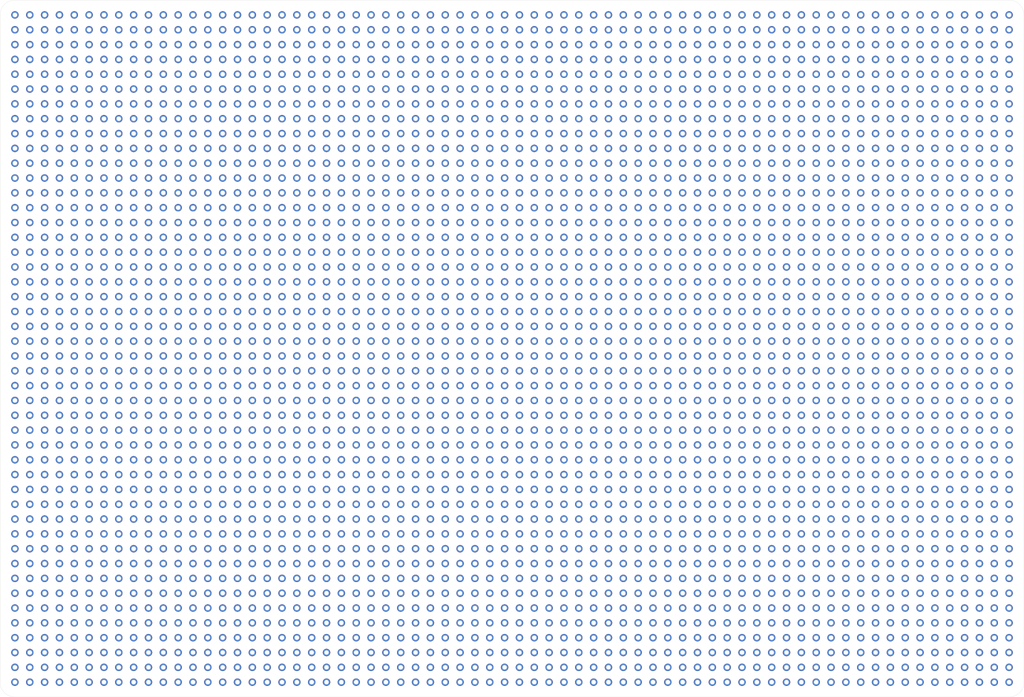
<source format=kicad_pcb>
(kicad_pcb (version 20171130) (host pcbnew "(5.1.8)-1")
  (layers (0 F.Cu signal) (31 B.Cu signal) (34 B.Paste user) (35 F.Paste user) (36 B.SilkS user) (37 F.SilkS user) (38 B.Mask user) (39 F.Mask user) (44 Edge.Cuts user))
  (net 0 "")
  (module Connector_PinHeader_1.00mm:PinHeader_1x01_P1.00mm_Vertical (layer F.Cu) (at 273.24 71.28)
    (fp_text reference REF** hide)
    (fp_text value PinHeader_1x01_P1.00mm_Vertical hide)
    (pad 1 thru_hole circle (at 0 0) (size 2 2) (drill 1.2) (layers *.Cu *.Mask))
  )
  (module Connector_PinHeader_1.00mm:PinHeader_1x01_P1.00mm_Vertical (layer F.Cu) (at 273.24 79.2)
    (fp_text reference REF** hide)
    (fp_text value PinHeader_1x01_P1.00mm_Vertical hide)
    (pad 1 thru_hole circle (at 0 0) (size 2 2) (drill 1.2) (layers *.Cu *.Mask))
  )
  (module Connector_PinHeader_1.00mm:PinHeader_1x01_P1.00mm_Vertical (layer F.Cu) (at 273.24 63.36)
    (fp_text reference REF** hide)
    (fp_text value PinHeader_1x01_P1.00mm_Vertical hide)
    (pad 1 thru_hole circle (at 0 0) (size 2 2) (drill 1.2) (layers *.Cu *.Mask))
  )
  (module Connector_PinHeader_1.00mm:PinHeader_1x01_P1.00mm_Vertical (layer F.Cu) (at 273.24 118.8)
    (fp_text reference REF** hide)
    (fp_text value PinHeader_1x01_P1.00mm_Vertical hide)
    (pad 1 thru_hole circle (at 0 0) (size 2 2) (drill 1.2) (layers *.Cu *.Mask))
  )
  (module Connector_PinHeader_1.00mm:PinHeader_1x01_P1.00mm_Vertical (layer F.Cu) (at 273.24 75.24)
    (fp_text reference REF** hide)
    (fp_text value PinHeader_1x01_P1.00mm_Vertical hide)
    (pad 1 thru_hole circle (at 0 0) (size 2 2) (drill 1.2) (layers *.Cu *.Mask))
  )
  (module Connector_PinHeader_1.00mm:PinHeader_1x01_P1.00mm_Vertical (layer F.Cu) (at 273.24 43.56)
    (fp_text reference REF** hide)
    (fp_text value PinHeader_1x01_P1.00mm_Vertical hide)
    (pad 1 thru_hole circle (at 0 0) (size 2 2) (drill 1.2) (layers *.Cu *.Mask))
  )
  (module Connector_PinHeader_1.00mm:PinHeader_1x01_P1.00mm_Vertical (layer F.Cu) (at 273.24 130.68)
    (fp_text reference REF** hide)
    (fp_text value PinHeader_1x01_P1.00mm_Vertical hide)
    (pad 1 thru_hole circle (at 0 0) (size 2 2) (drill 1.2) (layers *.Cu *.Mask))
  )
  (module Connector_PinHeader_1.00mm:PinHeader_1x01_P1.00mm_Vertical (layer F.Cu) (at 273.24 23.76)
    (fp_text reference REF** hide)
    (fp_text value PinHeader_1x01_P1.00mm_Vertical hide)
    (pad 1 thru_hole circle (at 0 0) (size 2 2) (drill 1.2) (layers *.Cu *.Mask))
  )
  (module Connector_PinHeader_1.00mm:PinHeader_1x01_P1.00mm_Vertical (layer F.Cu) (at 273.24 27.72)
    (fp_text reference REF** hide)
    (fp_text value PinHeader_1x01_P1.00mm_Vertical hide)
    (pad 1 thru_hole circle (at 0 0) (size 2 2) (drill 1.2) (layers *.Cu *.Mask))
  )
  (module Connector_PinHeader_1.00mm:PinHeader_1x01_P1.00mm_Vertical (layer F.Cu) (at 273.24 91.08)
    (fp_text reference REF** hide)
    (fp_text value PinHeader_1x01_P1.00mm_Vertical hide)
    (pad 1 thru_hole circle (at 0 0) (size 2 2) (drill 1.2) (layers *.Cu *.Mask))
  )
  (module Connector_PinHeader_1.00mm:PinHeader_1x01_P1.00mm_Vertical (layer F.Cu) (at 273.24 122.76)
    (fp_text reference REF** hide)
    (fp_text value PinHeader_1x01_P1.00mm_Vertical hide)
    (pad 1 thru_hole circle (at 0 0) (size 2 2) (drill 1.2) (layers *.Cu *.Mask))
  )
  (module Connector_PinHeader_1.00mm:PinHeader_1x01_P1.00mm_Vertical (layer F.Cu) (at 273.24 114.84)
    (fp_text reference REF** hide)
    (fp_text value PinHeader_1x01_P1.00mm_Vertical hide)
    (pad 1 thru_hole circle (at 0 0) (size 2 2) (drill 1.2) (layers *.Cu *.Mask))
  )
  (module Connector_PinHeader_1.00mm:PinHeader_1x01_P1.00mm_Vertical (layer F.Cu) (at 273.24 47.52)
    (fp_text reference REF** hide)
    (fp_text value PinHeader_1x01_P1.00mm_Vertical hide)
    (pad 1 thru_hole circle (at 0 0) (size 2 2) (drill 1.2) (layers *.Cu *.Mask))
  )
  (module Connector_PinHeader_1.00mm:PinHeader_1x01_P1.00mm_Vertical (layer F.Cu) (at 273.24 138.6)
    (fp_text reference REF** hide)
    (fp_text value PinHeader_1x01_P1.00mm_Vertical hide)
    (pad 1 thru_hole circle (at 0 0) (size 2 2) (drill 1.2) (layers *.Cu *.Mask))
  )
  (module Connector_PinHeader_1.00mm:PinHeader_1x01_P1.00mm_Vertical (layer F.Cu) (at 273.24 19.8)
    (fp_text reference REF** hide)
    (fp_text value PinHeader_1x01_P1.00mm_Vertical hide)
    (pad 1 thru_hole circle (at 0 0) (size 2 2) (drill 1.2) (layers *.Cu *.Mask))
  )
  (module Connector_PinHeader_1.00mm:PinHeader_1x01_P1.00mm_Vertical (layer F.Cu) (at 273.24 110.88)
    (fp_text reference REF** hide)
    (fp_text value PinHeader_1x01_P1.00mm_Vertical hide)
    (pad 1 thru_hole circle (at 0 0) (size 2 2) (drill 1.2) (layers *.Cu *.Mask))
  )
  (module Connector_PinHeader_1.00mm:PinHeader_1x01_P1.00mm_Vertical (layer F.Cu) (at 273.24 31.68)
    (fp_text reference REF** hide)
    (fp_text value PinHeader_1x01_P1.00mm_Vertical hide)
    (pad 1 thru_hole circle (at 0 0) (size 2 2) (drill 1.2) (layers *.Cu *.Mask))
  )
  (module Connector_PinHeader_1.00mm:PinHeader_1x01_P1.00mm_Vertical (layer F.Cu) (at 273.24 51.48)
    (fp_text reference REF** hide)
    (fp_text value PinHeader_1x01_P1.00mm_Vertical hide)
    (pad 1 thru_hole circle (at 0 0) (size 2 2) (drill 1.2) (layers *.Cu *.Mask))
  )
  (module Connector_PinHeader_1.00mm:PinHeader_1x01_P1.00mm_Vertical (layer F.Cu) (at 273.24 134.64)
    (fp_text reference REF** hide)
    (fp_text value PinHeader_1x01_P1.00mm_Vertical hide)
    (pad 1 thru_hole circle (at 0 0) (size 2 2) (drill 1.2) (layers *.Cu *.Mask))
  )
  (module Connector_PinHeader_1.00mm:PinHeader_1x01_P1.00mm_Vertical (layer F.Cu) (at 273.24 99)
    (fp_text reference REF** hide)
    (fp_text value PinHeader_1x01_P1.00mm_Vertical hide)
    (pad 1 thru_hole circle (at 0 0) (size 2 2) (drill 1.2) (layers *.Cu *.Mask))
  )
  (module Connector_PinHeader_1.00mm:PinHeader_1x01_P1.00mm_Vertical (layer F.Cu) (at 273.24 102.96)
    (fp_text reference REF** hide)
    (fp_text value PinHeader_1x01_P1.00mm_Vertical hide)
    (pad 1 thru_hole circle (at 0 0) (size 2 2) (drill 1.2) (layers *.Cu *.Mask))
  )
  (module Connector_PinHeader_1.00mm:PinHeader_1x01_P1.00mm_Vertical (layer F.Cu) (at 273.24 106.92)
    (fp_text reference REF** hide)
    (fp_text value PinHeader_1x01_P1.00mm_Vertical hide)
    (pad 1 thru_hole circle (at 0 0) (size 2 2) (drill 1.2) (layers *.Cu *.Mask))
  )
  (module Connector_PinHeader_1.00mm:PinHeader_1x01_P1.00mm_Vertical (layer F.Cu) (at 273.24 83.16)
    (fp_text reference REF** hide)
    (fp_text value PinHeader_1x01_P1.00mm_Vertical hide)
    (pad 1 thru_hole circle (at 0 0) (size 2 2) (drill 1.2) (layers *.Cu *.Mask))
  )
  (module Connector_PinHeader_1.00mm:PinHeader_1x01_P1.00mm_Vertical (layer F.Cu) (at 273.24 182.16)
    (fp_text reference REF** hide)
    (fp_text value PinHeader_1x01_P1.00mm_Vertical hide)
    (pad 1 thru_hole circle (at 0 0) (size 2 2) (drill 1.2) (layers *.Cu *.Mask))
  )
  (module Connector_PinHeader_1.00mm:PinHeader_1x01_P1.00mm_Vertical (layer F.Cu) (at 273.24 55.44)
    (fp_text reference REF** hide)
    (fp_text value PinHeader_1x01_P1.00mm_Vertical hide)
    (pad 1 thru_hole circle (at 0 0) (size 2 2) (drill 1.2) (layers *.Cu *.Mask))
  )
  (module Connector_PinHeader_1.00mm:PinHeader_1x01_P1.00mm_Vertical (layer F.Cu) (at 273.24 15.84)
    (fp_text reference REF** hide)
    (fp_text value PinHeader_1x01_P1.00mm_Vertical hide)
    (pad 1 thru_hole circle (at 0 0) (size 2 2) (drill 1.2) (layers *.Cu *.Mask))
  )
  (module Connector_PinHeader_1.00mm:PinHeader_1x01_P1.00mm_Vertical (layer F.Cu) (at 273.24 87.12)
    (fp_text reference REF** hide)
    (fp_text value PinHeader_1x01_P1.00mm_Vertical hide)
    (pad 1 thru_hole circle (at 0 0) (size 2 2) (drill 1.2) (layers *.Cu *.Mask))
  )
  (module Connector_PinHeader_1.00mm:PinHeader_1x01_P1.00mm_Vertical (layer F.Cu) (at 273.24 67.32)
    (fp_text reference REF** hide)
    (fp_text value PinHeader_1x01_P1.00mm_Vertical hide)
    (pad 1 thru_hole circle (at 0 0) (size 2 2) (drill 1.2) (layers *.Cu *.Mask))
  )
  (module Connector_PinHeader_1.00mm:PinHeader_1x01_P1.00mm_Vertical (layer F.Cu) (at 273.24 39.6)
    (fp_text reference REF** hide)
    (fp_text value PinHeader_1x01_P1.00mm_Vertical hide)
    (pad 1 thru_hole circle (at 0 0) (size 2 2) (drill 1.2) (layers *.Cu *.Mask))
  )
  (module Connector_PinHeader_1.00mm:PinHeader_1x01_P1.00mm_Vertical (layer F.Cu) (at 273.24 59.4)
    (fp_text reference REF** hide)
    (fp_text value PinHeader_1x01_P1.00mm_Vertical hide)
    (pad 1 thru_hole circle (at 0 0) (size 2 2) (drill 1.2) (layers *.Cu *.Mask))
  )
  (module Connector_PinHeader_1.00mm:PinHeader_1x01_P1.00mm_Vertical (layer F.Cu) (at 273.24 35.64)
    (fp_text reference REF** hide)
    (fp_text value PinHeader_1x01_P1.00mm_Vertical hide)
    (pad 1 thru_hole circle (at 0 0) (size 2 2) (drill 1.2) (layers *.Cu *.Mask))
  )
  (module Connector_PinHeader_1.00mm:PinHeader_1x01_P1.00mm_Vertical (layer F.Cu) (at 281.16 23.76)
    (fp_text reference REF** hide)
    (fp_text value PinHeader_1x01_P1.00mm_Vertical hide)
    (pad 1 thru_hole circle (at 0 0) (size 2 2) (drill 1.2) (layers *.Cu *.Mask))
  )
  (module Connector_PinHeader_1.00mm:PinHeader_1x01_P1.00mm_Vertical (layer F.Cu) (at 281.16 43.56)
    (fp_text reference REF** hide)
    (fp_text value PinHeader_1x01_P1.00mm_Vertical hide)
    (pad 1 thru_hole circle (at 0 0) (size 2 2) (drill 1.2) (layers *.Cu *.Mask))
  )
  (module Connector_PinHeader_1.00mm:PinHeader_1x01_P1.00mm_Vertical (layer F.Cu) (at 281.16 138.6)
    (fp_text reference REF** hide)
    (fp_text value PinHeader_1x01_P1.00mm_Vertical hide)
    (pad 1 thru_hole circle (at 0 0) (size 2 2) (drill 1.2) (layers *.Cu *.Mask))
  )
  (module Connector_PinHeader_1.00mm:PinHeader_1x01_P1.00mm_Vertical (layer F.Cu) (at 281.16 47.52)
    (fp_text reference REF** hide)
    (fp_text value PinHeader_1x01_P1.00mm_Vertical hide)
    (pad 1 thru_hole circle (at 0 0) (size 2 2) (drill 1.2) (layers *.Cu *.Mask))
  )
  (module Connector_PinHeader_1.00mm:PinHeader_1x01_P1.00mm_Vertical (layer F.Cu) (at 281.16 110.88)
    (fp_text reference REF** hide)
    (fp_text value PinHeader_1x01_P1.00mm_Vertical hide)
    (pad 1 thru_hole circle (at 0 0) (size 2 2) (drill 1.2) (layers *.Cu *.Mask))
  )
  (module Connector_PinHeader_1.00mm:PinHeader_1x01_P1.00mm_Vertical (layer F.Cu) (at 281.16 130.68)
    (fp_text reference REF** hide)
    (fp_text value PinHeader_1x01_P1.00mm_Vertical hide)
    (pad 1 thru_hole circle (at 0 0) (size 2 2) (drill 1.2) (layers *.Cu *.Mask))
  )
  (module Connector_PinHeader_1.00mm:PinHeader_1x01_P1.00mm_Vertical (layer F.Cu) (at 281.16 79.2)
    (fp_text reference REF** hide)
    (fp_text value PinHeader_1x01_P1.00mm_Vertical hide)
    (pad 1 thru_hole circle (at 0 0) (size 2 2) (drill 1.2) (layers *.Cu *.Mask))
  )
  (module Connector_PinHeader_1.00mm:PinHeader_1x01_P1.00mm_Vertical (layer F.Cu) (at 281.16 91.08)
    (fp_text reference REF** hide)
    (fp_text value PinHeader_1x01_P1.00mm_Vertical hide)
    (pad 1 thru_hole circle (at 0 0) (size 2 2) (drill 1.2) (layers *.Cu *.Mask))
  )
  (module Connector_PinHeader_1.00mm:PinHeader_1x01_P1.00mm_Vertical (layer F.Cu) (at 281.16 122.76)
    (fp_text reference REF** hide)
    (fp_text value PinHeader_1x01_P1.00mm_Vertical hide)
    (pad 1 thru_hole circle (at 0 0) (size 2 2) (drill 1.2) (layers *.Cu *.Mask))
  )
  (module Connector_PinHeader_1.00mm:PinHeader_1x01_P1.00mm_Vertical (layer F.Cu) (at 281.16 51.48)
    (fp_text reference REF** hide)
    (fp_text value PinHeader_1x01_P1.00mm_Vertical hide)
    (pad 1 thru_hole circle (at 0 0) (size 2 2) (drill 1.2) (layers *.Cu *.Mask))
  )
  (module Connector_PinHeader_1.00mm:PinHeader_1x01_P1.00mm_Vertical (layer F.Cu) (at 281.16 31.68)
    (fp_text reference REF** hide)
    (fp_text value PinHeader_1x01_P1.00mm_Vertical hide)
    (pad 1 thru_hole circle (at 0 0) (size 2 2) (drill 1.2) (layers *.Cu *.Mask))
  )
  (module Connector_PinHeader_1.00mm:PinHeader_1x01_P1.00mm_Vertical (layer F.Cu) (at 281.16 75.24)
    (fp_text reference REF** hide)
    (fp_text value PinHeader_1x01_P1.00mm_Vertical hide)
    (pad 1 thru_hole circle (at 0 0) (size 2 2) (drill 1.2) (layers *.Cu *.Mask))
  )
  (module Connector_PinHeader_1.00mm:PinHeader_1x01_P1.00mm_Vertical (layer F.Cu) (at 281.16 19.8)
    (fp_text reference REF** hide)
    (fp_text value PinHeader_1x01_P1.00mm_Vertical hide)
    (pad 1 thru_hole circle (at 0 0) (size 2 2) (drill 1.2) (layers *.Cu *.Mask))
  )
  (module Connector_PinHeader_1.00mm:PinHeader_1x01_P1.00mm_Vertical (layer F.Cu) (at 281.16 71.28)
    (fp_text reference REF** hide)
    (fp_text value PinHeader_1x01_P1.00mm_Vertical hide)
    (pad 1 thru_hole circle (at 0 0) (size 2 2) (drill 1.2) (layers *.Cu *.Mask))
  )
  (module Connector_PinHeader_1.00mm:PinHeader_1x01_P1.00mm_Vertical (layer F.Cu) (at 281.16 63.36)
    (fp_text reference REF** hide)
    (fp_text value PinHeader_1x01_P1.00mm_Vertical hide)
    (pad 1 thru_hole circle (at 0 0) (size 2 2) (drill 1.2) (layers *.Cu *.Mask))
  )
  (module Connector_PinHeader_1.00mm:PinHeader_1x01_P1.00mm_Vertical (layer F.Cu) (at 281.16 114.84)
    (fp_text reference REF** hide)
    (fp_text value PinHeader_1x01_P1.00mm_Vertical hide)
    (pad 1 thru_hole circle (at 0 0) (size 2 2) (drill 1.2) (layers *.Cu *.Mask))
  )
  (module Connector_PinHeader_1.00mm:PinHeader_1x01_P1.00mm_Vertical (layer F.Cu) (at 281.16 27.72)
    (fp_text reference REF** hide)
    (fp_text value PinHeader_1x01_P1.00mm_Vertical hide)
    (pad 1 thru_hole circle (at 0 0) (size 2 2) (drill 1.2) (layers *.Cu *.Mask))
  )
  (module Connector_PinHeader_1.00mm:PinHeader_1x01_P1.00mm_Vertical (layer F.Cu) (at 281.16 134.64)
    (fp_text reference REF** hide)
    (fp_text value PinHeader_1x01_P1.00mm_Vertical hide)
    (pad 1 thru_hole circle (at 0 0) (size 2 2) (drill 1.2) (layers *.Cu *.Mask))
  )
  (module Connector_PinHeader_1.00mm:PinHeader_1x01_P1.00mm_Vertical (layer F.Cu) (at 281.16 118.8)
    (fp_text reference REF** hide)
    (fp_text value PinHeader_1x01_P1.00mm_Vertical hide)
    (pad 1 thru_hole circle (at 0 0) (size 2 2) (drill 1.2) (layers *.Cu *.Mask))
  )
  (module Connector_PinHeader_1.00mm:PinHeader_1x01_P1.00mm_Vertical (layer F.Cu) (at 269.28 87.12)
    (fp_text reference REF** hide)
    (fp_text value PinHeader_1x01_P1.00mm_Vertical hide)
    (pad 1 thru_hole circle (at 0 0) (size 2 2) (drill 1.2) (layers *.Cu *.Mask))
  )
  (module Connector_PinHeader_1.00mm:PinHeader_1x01_P1.00mm_Vertical (layer F.Cu) (at 269.28 79.2)
    (fp_text reference REF** hide)
    (fp_text value PinHeader_1x01_P1.00mm_Vertical hide)
    (pad 1 thru_hole circle (at 0 0) (size 2 2) (drill 1.2) (layers *.Cu *.Mask))
  )
  (module Connector_PinHeader_1.00mm:PinHeader_1x01_P1.00mm_Vertical (layer F.Cu) (at 269.28 118.8)
    (fp_text reference REF** hide)
    (fp_text value PinHeader_1x01_P1.00mm_Vertical hide)
    (pad 1 thru_hole circle (at 0 0) (size 2 2) (drill 1.2) (layers *.Cu *.Mask))
  )
  (module Connector_PinHeader_1.00mm:PinHeader_1x01_P1.00mm_Vertical (layer F.Cu) (at 269.28 67.32)
    (fp_text reference REF** hide)
    (fp_text value PinHeader_1x01_P1.00mm_Vertical hide)
    (pad 1 thru_hole circle (at 0 0) (size 2 2) (drill 1.2) (layers *.Cu *.Mask))
  )
  (module Connector_PinHeader_1.00mm:PinHeader_1x01_P1.00mm_Vertical (layer F.Cu) (at 269.28 43.56)
    (fp_text reference REF** hide)
    (fp_text value PinHeader_1x01_P1.00mm_Vertical hide)
    (pad 1 thru_hole circle (at 0 0) (size 2 2) (drill 1.2) (layers *.Cu *.Mask))
  )
  (module Connector_PinHeader_1.00mm:PinHeader_1x01_P1.00mm_Vertical (layer F.Cu) (at 269.28 47.52)
    (fp_text reference REF** hide)
    (fp_text value PinHeader_1x01_P1.00mm_Vertical hide)
    (pad 1 thru_hole circle (at 0 0) (size 2 2) (drill 1.2) (layers *.Cu *.Mask))
  )
  (module Connector_PinHeader_1.00mm:PinHeader_1x01_P1.00mm_Vertical (layer F.Cu) (at 269.28 39.6)
    (fp_text reference REF** hide)
    (fp_text value PinHeader_1x01_P1.00mm_Vertical hide)
    (pad 1 thru_hole circle (at 0 0) (size 2 2) (drill 1.2) (layers *.Cu *.Mask))
  )
  (module Connector_PinHeader_1.00mm:PinHeader_1x01_P1.00mm_Vertical (layer F.Cu) (at 269.28 19.8)
    (fp_text reference REF** hide)
    (fp_text value PinHeader_1x01_P1.00mm_Vertical hide)
    (pad 1 thru_hole circle (at 0 0) (size 2 2) (drill 1.2) (layers *.Cu *.Mask))
  )
  (module Connector_PinHeader_1.00mm:PinHeader_1x01_P1.00mm_Vertical (layer F.Cu) (at 269.28 59.4)
    (fp_text reference REF** hide)
    (fp_text value PinHeader_1x01_P1.00mm_Vertical hide)
    (pad 1 thru_hole circle (at 0 0) (size 2 2) (drill 1.2) (layers *.Cu *.Mask))
  )
  (module Connector_PinHeader_1.00mm:PinHeader_1x01_P1.00mm_Vertical (layer F.Cu) (at 269.28 31.68)
    (fp_text reference REF** hide)
    (fp_text value PinHeader_1x01_P1.00mm_Vertical hide)
    (pad 1 thru_hole circle (at 0 0) (size 2 2) (drill 1.2) (layers *.Cu *.Mask))
  )
  (module Connector_PinHeader_1.00mm:PinHeader_1x01_P1.00mm_Vertical (layer F.Cu) (at 269.28 106.92)
    (fp_text reference REF** hide)
    (fp_text value PinHeader_1x01_P1.00mm_Vertical hide)
    (pad 1 thru_hole circle (at 0 0) (size 2 2) (drill 1.2) (layers *.Cu *.Mask))
  )
  (module Connector_PinHeader_1.00mm:PinHeader_1x01_P1.00mm_Vertical (layer F.Cu) (at 269.28 51.48)
    (fp_text reference REF** hide)
    (fp_text value PinHeader_1x01_P1.00mm_Vertical hide)
    (pad 1 thru_hole circle (at 0 0) (size 2 2) (drill 1.2) (layers *.Cu *.Mask))
  )
  (module Connector_PinHeader_1.00mm:PinHeader_1x01_P1.00mm_Vertical (layer F.Cu) (at 269.28 91.08)
    (fp_text reference REF** hide)
    (fp_text value PinHeader_1x01_P1.00mm_Vertical hide)
    (pad 1 thru_hole circle (at 0 0) (size 2 2) (drill 1.2) (layers *.Cu *.Mask))
  )
  (module Connector_PinHeader_1.00mm:PinHeader_1x01_P1.00mm_Vertical (layer F.Cu) (at 269.28 134.64)
    (fp_text reference REF** hide)
    (fp_text value PinHeader_1x01_P1.00mm_Vertical hide)
    (pad 1 thru_hole circle (at 0 0) (size 2 2) (drill 1.2) (layers *.Cu *.Mask))
  )
  (module Connector_PinHeader_1.00mm:PinHeader_1x01_P1.00mm_Vertical (layer F.Cu) (at 269.28 27.72)
    (fp_text reference REF** hide)
    (fp_text value PinHeader_1x01_P1.00mm_Vertical hide)
    (pad 1 thru_hole circle (at 0 0) (size 2 2) (drill 1.2) (layers *.Cu *.Mask))
  )
  (module Connector_PinHeader_1.00mm:PinHeader_1x01_P1.00mm_Vertical (layer F.Cu) (at 269.28 23.76)
    (fp_text reference REF** hide)
    (fp_text value PinHeader_1x01_P1.00mm_Vertical hide)
    (pad 1 thru_hole circle (at 0 0) (size 2 2) (drill 1.2) (layers *.Cu *.Mask))
  )
  (module Connector_PinHeader_1.00mm:PinHeader_1x01_P1.00mm_Vertical (layer F.Cu) (at 269.28 182.16)
    (fp_text reference REF** hide)
    (fp_text value PinHeader_1x01_P1.00mm_Vertical hide)
    (pad 1 thru_hole circle (at 0 0) (size 2 2) (drill 1.2) (layers *.Cu *.Mask))
  )
  (module Connector_PinHeader_1.00mm:PinHeader_1x01_P1.00mm_Vertical (layer F.Cu) (at 269.28 75.24)
    (fp_text reference REF** hide)
    (fp_text value PinHeader_1x01_P1.00mm_Vertical hide)
    (pad 1 thru_hole circle (at 0 0) (size 2 2) (drill 1.2) (layers *.Cu *.Mask))
  )
  (module Connector_PinHeader_1.00mm:PinHeader_1x01_P1.00mm_Vertical (layer F.Cu) (at 269.28 130.68)
    (fp_text reference REF** hide)
    (fp_text value PinHeader_1x01_P1.00mm_Vertical hide)
    (pad 1 thru_hole circle (at 0 0) (size 2 2) (drill 1.2) (layers *.Cu *.Mask))
  )
  (module Connector_PinHeader_1.00mm:PinHeader_1x01_P1.00mm_Vertical (layer F.Cu) (at 269.28 122.76)
    (fp_text reference REF** hide)
    (fp_text value PinHeader_1x01_P1.00mm_Vertical hide)
    (pad 1 thru_hole circle (at 0 0) (size 2 2) (drill 1.2) (layers *.Cu *.Mask))
  )
  (module Connector_PinHeader_1.00mm:PinHeader_1x01_P1.00mm_Vertical (layer F.Cu) (at 269.28 35.64)
    (fp_text reference REF** hide)
    (fp_text value PinHeader_1x01_P1.00mm_Vertical hide)
    (pad 1 thru_hole circle (at 0 0) (size 2 2) (drill 1.2) (layers *.Cu *.Mask))
  )
  (module Connector_PinHeader_1.00mm:PinHeader_1x01_P1.00mm_Vertical (layer F.Cu) (at 269.28 99)
    (fp_text reference REF** hide)
    (fp_text value PinHeader_1x01_P1.00mm_Vertical hide)
    (pad 1 thru_hole circle (at 0 0) (size 2 2) (drill 1.2) (layers *.Cu *.Mask))
  )
  (module Connector_PinHeader_1.00mm:PinHeader_1x01_P1.00mm_Vertical (layer F.Cu) (at 269.28 138.6)
    (fp_text reference REF** hide)
    (fp_text value PinHeader_1x01_P1.00mm_Vertical hide)
    (pad 1 thru_hole circle (at 0 0) (size 2 2) (drill 1.2) (layers *.Cu *.Mask))
  )
  (module Connector_PinHeader_1.00mm:PinHeader_1x01_P1.00mm_Vertical (layer F.Cu) (at 269.28 83.16)
    (fp_text reference REF** hide)
    (fp_text value PinHeader_1x01_P1.00mm_Vertical hide)
    (pad 1 thru_hole circle (at 0 0) (size 2 2) (drill 1.2) (layers *.Cu *.Mask))
  )
  (module Connector_PinHeader_1.00mm:PinHeader_1x01_P1.00mm_Vertical (layer F.Cu) (at 269.28 15.84)
    (fp_text reference REF** hide)
    (fp_text value PinHeader_1x01_P1.00mm_Vertical hide)
    (pad 1 thru_hole circle (at 0 0) (size 2 2) (drill 1.2) (layers *.Cu *.Mask))
  )
  (module Connector_PinHeader_1.00mm:PinHeader_1x01_P1.00mm_Vertical (layer F.Cu) (at 269.28 63.36)
    (fp_text reference REF** hide)
    (fp_text value PinHeader_1x01_P1.00mm_Vertical hide)
    (pad 1 thru_hole circle (at 0 0) (size 2 2) (drill 1.2) (layers *.Cu *.Mask))
  )
  (module Connector_PinHeader_1.00mm:PinHeader_1x01_P1.00mm_Vertical (layer F.Cu) (at 269.28 114.84)
    (fp_text reference REF** hide)
    (fp_text value PinHeader_1x01_P1.00mm_Vertical hide)
    (pad 1 thru_hole circle (at 0 0) (size 2 2) (drill 1.2) (layers *.Cu *.Mask))
  )
  (module Connector_PinHeader_1.00mm:PinHeader_1x01_P1.00mm_Vertical (layer F.Cu) (at 269.28 71.28)
    (fp_text reference REF** hide)
    (fp_text value PinHeader_1x01_P1.00mm_Vertical hide)
    (pad 1 thru_hole circle (at 0 0) (size 2 2) (drill 1.2) (layers *.Cu *.Mask))
  )
  (module Connector_PinHeader_1.00mm:PinHeader_1x01_P1.00mm_Vertical (layer F.Cu) (at 269.28 110.88)
    (fp_text reference REF** hide)
    (fp_text value PinHeader_1x01_P1.00mm_Vertical hide)
    (pad 1 thru_hole circle (at 0 0) (size 2 2) (drill 1.2) (layers *.Cu *.Mask))
  )
  (module Connector_PinHeader_1.00mm:PinHeader_1x01_P1.00mm_Vertical (layer F.Cu) (at 269.28 102.96)
    (fp_text reference REF** hide)
    (fp_text value PinHeader_1x01_P1.00mm_Vertical hide)
    (pad 1 thru_hole circle (at 0 0) (size 2 2) (drill 1.2) (layers *.Cu *.Mask))
  )
  (module Connector_PinHeader_1.00mm:PinHeader_1x01_P1.00mm_Vertical (layer F.Cu) (at 269.28 55.44)
    (fp_text reference REF** hide)
    (fp_text value PinHeader_1x01_P1.00mm_Vertical hide)
    (pad 1 thru_hole circle (at 0 0) (size 2 2) (drill 1.2) (layers *.Cu *.Mask))
  )
  (module Connector_PinHeader_1.00mm:PinHeader_1x01_P1.00mm_Vertical (layer F.Cu) (at 269.28 95.04)
    (fp_text reference REF** hide)
    (fp_text value PinHeader_1x01_P1.00mm_Vertical hide)
    (pad 1 thru_hole circle (at 0 0) (size 2 2) (drill 1.2) (layers *.Cu *.Mask))
  )
  (module Connector_PinHeader_1.00mm:PinHeader_1x01_P1.00mm_Vertical (layer F.Cu) (at 269.28 126.72)
    (fp_text reference REF** hide)
    (fp_text value PinHeader_1x01_P1.00mm_Vertical hide)
    (pad 1 thru_hole circle (at 0 0) (size 2 2) (drill 1.2) (layers *.Cu *.Mask))
  )
  (module Connector_PinHeader_1.00mm:PinHeader_1x01_P1.00mm_Vertical (layer F.Cu) (at 273.24 174.24)
    (fp_text reference REF** hide)
    (fp_text value PinHeader_1x01_P1.00mm_Vertical hide)
    (pad 1 thru_hole circle (at 0 0) (size 2 2) (drill 1.2) (layers *.Cu *.Mask))
  )
  (module Connector_PinHeader_1.00mm:PinHeader_1x01_P1.00mm_Vertical (layer F.Cu) (at 273.24 190.08)
    (fp_text reference REF** hide)
    (fp_text value PinHeader_1x01_P1.00mm_Vertical hide)
    (pad 1 thru_hole circle (at 0 0) (size 2 2) (drill 1.2) (layers *.Cu *.Mask))
  )
  (module Connector_PinHeader_1.00mm:PinHeader_1x01_P1.00mm_Vertical (layer F.Cu) (at 273.24 95.04)
    (fp_text reference REF** hide)
    (fp_text value PinHeader_1x01_P1.00mm_Vertical hide)
    (pad 1 thru_hole circle (at 0 0) (size 2 2) (drill 1.2) (layers *.Cu *.Mask))
  )
  (module Connector_PinHeader_1.00mm:PinHeader_1x01_P1.00mm_Vertical (layer F.Cu) (at 273.24 158.4)
    (fp_text reference REF** hide)
    (fp_text value PinHeader_1x01_P1.00mm_Vertical hide)
    (pad 1 thru_hole circle (at 0 0) (size 2 2) (drill 1.2) (layers *.Cu *.Mask))
  )
  (module Connector_PinHeader_1.00mm:PinHeader_1x01_P1.00mm_Vertical (layer F.Cu) (at 273.24 126.72)
    (fp_text reference REF** hide)
    (fp_text value PinHeader_1x01_P1.00mm_Vertical hide)
    (pad 1 thru_hole circle (at 0 0) (size 2 2) (drill 1.2) (layers *.Cu *.Mask))
  )
  (module Connector_PinHeader_1.00mm:PinHeader_1x01_P1.00mm_Vertical (layer F.Cu) (at 273.24 162.36)
    (fp_text reference REF** hide)
    (fp_text value PinHeader_1x01_P1.00mm_Vertical hide)
    (pad 1 thru_hole circle (at 0 0) (size 2 2) (drill 1.2) (layers *.Cu *.Mask))
  )
  (module Connector_PinHeader_1.00mm:PinHeader_1x01_P1.00mm_Vertical (layer F.Cu) (at 277.2 87.12)
    (fp_text reference REF** hide)
    (fp_text value PinHeader_1x01_P1.00mm_Vertical hide)
    (pad 1 thru_hole circle (at 0 0) (size 2 2) (drill 1.2) (layers *.Cu *.Mask))
  )
  (module Connector_PinHeader_1.00mm:PinHeader_1x01_P1.00mm_Vertical (layer F.Cu) (at 281.16 59.4)
    (fp_text reference REF** hide)
    (fp_text value PinHeader_1x01_P1.00mm_Vertical hide)
    (pad 1 thru_hole circle (at 0 0) (size 2 2) (drill 1.2) (layers *.Cu *.Mask))
  )
  (module Connector_PinHeader_1.00mm:PinHeader_1x01_P1.00mm_Vertical (layer F.Cu) (at 281.16 87.12)
    (fp_text reference REF** hide)
    (fp_text value PinHeader_1x01_P1.00mm_Vertical hide)
    (pad 1 thru_hole circle (at 0 0) (size 2 2) (drill 1.2) (layers *.Cu *.Mask))
  )
  (module Connector_PinHeader_1.00mm:PinHeader_1x01_P1.00mm_Vertical (layer F.Cu) (at 281.16 83.16)
    (fp_text reference REF** hide)
    (fp_text value PinHeader_1x01_P1.00mm_Vertical hide)
    (pad 1 thru_hole circle (at 0 0) (size 2 2) (drill 1.2) (layers *.Cu *.Mask))
  )
  (module Connector_PinHeader_1.00mm:PinHeader_1x01_P1.00mm_Vertical (layer F.Cu) (at 281.16 39.6)
    (fp_text reference REF** hide)
    (fp_text value PinHeader_1x01_P1.00mm_Vertical hide)
    (pad 1 thru_hole circle (at 0 0) (size 2 2) (drill 1.2) (layers *.Cu *.Mask))
  )
  (module Connector_PinHeader_1.00mm:PinHeader_1x01_P1.00mm_Vertical (layer F.Cu) (at 281.16 67.32)
    (fp_text reference REF** hide)
    (fp_text value PinHeader_1x01_P1.00mm_Vertical hide)
    (pad 1 thru_hole circle (at 0 0) (size 2 2) (drill 1.2) (layers *.Cu *.Mask))
  )
  (module Connector_PinHeader_1.00mm:PinHeader_1x01_P1.00mm_Vertical (layer F.Cu) (at 281.16 35.64)
    (fp_text reference REF** hide)
    (fp_text value PinHeader_1x01_P1.00mm_Vertical hide)
    (pad 1 thru_hole circle (at 0 0) (size 2 2) (drill 1.2) (layers *.Cu *.Mask))
  )
  (module Connector_PinHeader_1.00mm:PinHeader_1x01_P1.00mm_Vertical (layer F.Cu) (at 281.16 15.84)
    (fp_text reference REF** hide)
    (fp_text value PinHeader_1x01_P1.00mm_Vertical hide)
    (pad 1 thru_hole circle (at 0 0) (size 2 2) (drill 1.2) (layers *.Cu *.Mask))
  )
  (module Connector_PinHeader_1.00mm:PinHeader_1x01_P1.00mm_Vertical (layer F.Cu) (at 281.16 99)
    (fp_text reference REF** hide)
    (fp_text value PinHeader_1x01_P1.00mm_Vertical hide)
    (pad 1 thru_hole circle (at 0 0) (size 2 2) (drill 1.2) (layers *.Cu *.Mask))
  )
  (module Connector_PinHeader_1.00mm:PinHeader_1x01_P1.00mm_Vertical (layer F.Cu) (at 281.16 182.16)
    (fp_text reference REF** hide)
    (fp_text value PinHeader_1x01_P1.00mm_Vertical hide)
    (pad 1 thru_hole circle (at 0 0) (size 2 2) (drill 1.2) (layers *.Cu *.Mask))
  )
  (module Connector_PinHeader_1.00mm:PinHeader_1x01_P1.00mm_Vertical (layer F.Cu) (at 281.16 102.96)
    (fp_text reference REF** hide)
    (fp_text value PinHeader_1x01_P1.00mm_Vertical hide)
    (pad 1 thru_hole circle (at 0 0) (size 2 2) (drill 1.2) (layers *.Cu *.Mask))
  )
  (module Connector_PinHeader_1.00mm:PinHeader_1x01_P1.00mm_Vertical (layer F.Cu) (at 281.16 106.92)
    (fp_text reference REF** hide)
    (fp_text value PinHeader_1x01_P1.00mm_Vertical hide)
    (pad 1 thru_hole circle (at 0 0) (size 2 2) (drill 1.2) (layers *.Cu *.Mask))
  )
  (module Connector_PinHeader_1.00mm:PinHeader_1x01_P1.00mm_Vertical (layer F.Cu) (at 281.16 55.44)
    (fp_text reference REF** hide)
    (fp_text value PinHeader_1x01_P1.00mm_Vertical hide)
    (pad 1 thru_hole circle (at 0 0) (size 2 2) (drill 1.2) (layers *.Cu *.Mask))
  )
  (module Connector_PinHeader_1.00mm:PinHeader_1x01_P1.00mm_Vertical (layer F.Cu) (at 277.2 79.2)
    (fp_text reference REF** hide)
    (fp_text value PinHeader_1x01_P1.00mm_Vertical hide)
    (pad 1 thru_hole circle (at 0 0) (size 2 2) (drill 1.2) (layers *.Cu *.Mask))
  )
  (module Connector_PinHeader_1.00mm:PinHeader_1x01_P1.00mm_Vertical (layer F.Cu) (at 277.2 47.52)
    (fp_text reference REF** hide)
    (fp_text value PinHeader_1x01_P1.00mm_Vertical hide)
    (pad 1 thru_hole circle (at 0 0) (size 2 2) (drill 1.2) (layers *.Cu *.Mask))
  )
  (module Connector_PinHeader_1.00mm:PinHeader_1x01_P1.00mm_Vertical (layer F.Cu) (at 277.2 118.8)
    (fp_text reference REF** hide)
    (fp_text value PinHeader_1x01_P1.00mm_Vertical hide)
    (pad 1 thru_hole circle (at 0 0) (size 2 2) (drill 1.2) (layers *.Cu *.Mask))
  )
  (module Connector_PinHeader_1.00mm:PinHeader_1x01_P1.00mm_Vertical (layer F.Cu) (at 277.2 67.32)
    (fp_text reference REF** hide)
    (fp_text value PinHeader_1x01_P1.00mm_Vertical hide)
    (pad 1 thru_hole circle (at 0 0) (size 2 2) (drill 1.2) (layers *.Cu *.Mask))
  )
  (module Connector_PinHeader_1.00mm:PinHeader_1x01_P1.00mm_Vertical (layer F.Cu) (at 277.2 43.56)
    (fp_text reference REF** hide)
    (fp_text value PinHeader_1x01_P1.00mm_Vertical hide)
    (pad 1 thru_hole circle (at 0 0) (size 2 2) (drill 1.2) (layers *.Cu *.Mask))
  )
  (module Connector_PinHeader_1.00mm:PinHeader_1x01_P1.00mm_Vertical (layer F.Cu) (at 277.2 39.6)
    (fp_text reference REF** hide)
    (fp_text value PinHeader_1x01_P1.00mm_Vertical hide)
    (pad 1 thru_hole circle (at 0 0) (size 2 2) (drill 1.2) (layers *.Cu *.Mask))
  )
  (module Connector_PinHeader_1.00mm:PinHeader_1x01_P1.00mm_Vertical (layer F.Cu) (at 277.2 134.64)
    (fp_text reference REF** hide)
    (fp_text value PinHeader_1x01_P1.00mm_Vertical hide)
    (pad 1 thru_hole circle (at 0 0) (size 2 2) (drill 1.2) (layers *.Cu *.Mask))
  )
  (module Connector_PinHeader_1.00mm:PinHeader_1x01_P1.00mm_Vertical (layer F.Cu) (at 277.2 23.76)
    (fp_text reference REF** hide)
    (fp_text value PinHeader_1x01_P1.00mm_Vertical hide)
    (pad 1 thru_hole circle (at 0 0) (size 2 2) (drill 1.2) (layers *.Cu *.Mask))
  )
  (module Connector_PinHeader_1.00mm:PinHeader_1x01_P1.00mm_Vertical (layer F.Cu) (at 277.2 19.8)
    (fp_text reference REF** hide)
    (fp_text value PinHeader_1x01_P1.00mm_Vertical hide)
    (pad 1 thru_hole circle (at 0 0) (size 2 2) (drill 1.2) (layers *.Cu *.Mask))
  )
  (module Connector_PinHeader_1.00mm:PinHeader_1x01_P1.00mm_Vertical (layer F.Cu) (at 277.2 59.4)
    (fp_text reference REF** hide)
    (fp_text value PinHeader_1x01_P1.00mm_Vertical hide)
    (pad 1 thru_hole circle (at 0 0) (size 2 2) (drill 1.2) (layers *.Cu *.Mask))
  )
  (module Connector_PinHeader_1.00mm:PinHeader_1x01_P1.00mm_Vertical (layer F.Cu) (at 277.2 31.68)
    (fp_text reference REF** hide)
    (fp_text value PinHeader_1x01_P1.00mm_Vertical hide)
    (pad 1 thru_hole circle (at 0 0) (size 2 2) (drill 1.2) (layers *.Cu *.Mask))
  )
  (module Connector_PinHeader_1.00mm:PinHeader_1x01_P1.00mm_Vertical (layer F.Cu) (at 277.2 106.92)
    (fp_text reference REF** hide)
    (fp_text value PinHeader_1x01_P1.00mm_Vertical hide)
    (pad 1 thru_hole circle (at 0 0) (size 2 2) (drill 1.2) (layers *.Cu *.Mask))
  )
  (module Connector_PinHeader_1.00mm:PinHeader_1x01_P1.00mm_Vertical (layer F.Cu) (at 277.2 51.48)
    (fp_text reference REF** hide)
    (fp_text value PinHeader_1x01_P1.00mm_Vertical hide)
    (pad 1 thru_hole circle (at 0 0) (size 2 2) (drill 1.2) (layers *.Cu *.Mask))
  )
  (module Connector_PinHeader_1.00mm:PinHeader_1x01_P1.00mm_Vertical (layer F.Cu) (at 277.2 91.08)
    (fp_text reference REF** hide)
    (fp_text value PinHeader_1x01_P1.00mm_Vertical hide)
    (pad 1 thru_hole circle (at 0 0) (size 2 2) (drill 1.2) (layers *.Cu *.Mask))
  )
  (module Connector_PinHeader_1.00mm:PinHeader_1x01_P1.00mm_Vertical (layer F.Cu) (at 277.2 27.72)
    (fp_text reference REF** hide)
    (fp_text value PinHeader_1x01_P1.00mm_Vertical hide)
    (pad 1 thru_hole circle (at 0 0) (size 2 2) (drill 1.2) (layers *.Cu *.Mask))
  )
  (module Connector_PinHeader_1.00mm:PinHeader_1x01_P1.00mm_Vertical (layer F.Cu) (at 277.2 182.16)
    (fp_text reference REF** hide)
    (fp_text value PinHeader_1x01_P1.00mm_Vertical hide)
    (pad 1 thru_hole circle (at 0 0) (size 2 2) (drill 1.2) (layers *.Cu *.Mask))
  )
  (module Connector_PinHeader_1.00mm:PinHeader_1x01_P1.00mm_Vertical (layer F.Cu) (at 277.2 75.24)
    (fp_text reference REF** hide)
    (fp_text value PinHeader_1x01_P1.00mm_Vertical hide)
    (pad 1 thru_hole circle (at 0 0) (size 2 2) (drill 1.2) (layers *.Cu *.Mask))
  )
  (module Connector_PinHeader_1.00mm:PinHeader_1x01_P1.00mm_Vertical (layer F.Cu) (at 277.2 130.68)
    (fp_text reference REF** hide)
    (fp_text value PinHeader_1x01_P1.00mm_Vertical hide)
    (pad 1 thru_hole circle (at 0 0) (size 2 2) (drill 1.2) (layers *.Cu *.Mask))
  )
  (module Connector_PinHeader_1.00mm:PinHeader_1x01_P1.00mm_Vertical (layer F.Cu) (at 277.2 122.76)
    (fp_text reference REF** hide)
    (fp_text value PinHeader_1x01_P1.00mm_Vertical hide)
    (pad 1 thru_hole circle (at 0 0) (size 2 2) (drill 1.2) (layers *.Cu *.Mask))
  )
  (module Connector_PinHeader_1.00mm:PinHeader_1x01_P1.00mm_Vertical (layer F.Cu) (at 277.2 35.64)
    (fp_text reference REF** hide)
    (fp_text value PinHeader_1x01_P1.00mm_Vertical hide)
    (pad 1 thru_hole circle (at 0 0) (size 2 2) (drill 1.2) (layers *.Cu *.Mask))
  )
  (module Connector_PinHeader_1.00mm:PinHeader_1x01_P1.00mm_Vertical (layer F.Cu) (at 277.2 138.6)
    (fp_text reference REF** hide)
    (fp_text value PinHeader_1x01_P1.00mm_Vertical hide)
    (pad 1 thru_hole circle (at 0 0) (size 2 2) (drill 1.2) (layers *.Cu *.Mask))
  )
  (module Connector_PinHeader_1.00mm:PinHeader_1x01_P1.00mm_Vertical (layer F.Cu) (at 277.2 83.16)
    (fp_text reference REF** hide)
    (fp_text value PinHeader_1x01_P1.00mm_Vertical hide)
    (pad 1 thru_hole circle (at 0 0) (size 2 2) (drill 1.2) (layers *.Cu *.Mask))
  )
  (module Connector_PinHeader_1.00mm:PinHeader_1x01_P1.00mm_Vertical (layer F.Cu) (at 277.2 114.84)
    (fp_text reference REF** hide)
    (fp_text value PinHeader_1x01_P1.00mm_Vertical hide)
    (pad 1 thru_hole circle (at 0 0) (size 2 2) (drill 1.2) (layers *.Cu *.Mask))
  )
  (module Connector_PinHeader_1.00mm:PinHeader_1x01_P1.00mm_Vertical (layer F.Cu) (at 277.2 95.04)
    (fp_text reference REF** hide)
    (fp_text value PinHeader_1x01_P1.00mm_Vertical hide)
    (pad 1 thru_hole circle (at 0 0) (size 2 2) (drill 1.2) (layers *.Cu *.Mask))
  )
  (module Connector_PinHeader_1.00mm:PinHeader_1x01_P1.00mm_Vertical (layer F.Cu) (at 281.16 162.36)
    (fp_text reference REF** hide)
    (fp_text value PinHeader_1x01_P1.00mm_Vertical hide)
    (pad 1 thru_hole circle (at 0 0) (size 2 2) (drill 1.2) (layers *.Cu *.Mask))
  )
  (module Connector_PinHeader_1.00mm:PinHeader_1x01_P1.00mm_Vertical (layer F.Cu) (at 277.2 158.4)
    (fp_text reference REF** hide)
    (fp_text value PinHeader_1x01_P1.00mm_Vertical hide)
    (pad 1 thru_hole circle (at 0 0) (size 2 2) (drill 1.2) (layers *.Cu *.Mask))
  )
  (module Connector_PinHeader_1.00mm:PinHeader_1x01_P1.00mm_Vertical (layer F.Cu) (at 277.2 170.28)
    (fp_text reference REF** hide)
    (fp_text value PinHeader_1x01_P1.00mm_Vertical hide)
    (pad 1 thru_hole circle (at 0 0) (size 2 2) (drill 1.2) (layers *.Cu *.Mask))
  )
  (module Connector_PinHeader_1.00mm:PinHeader_1x01_P1.00mm_Vertical (layer F.Cu) (at 277.2 186.12)
    (fp_text reference REF** hide)
    (fp_text value PinHeader_1x01_P1.00mm_Vertical hide)
    (pad 1 thru_hole circle (at 0 0) (size 2 2) (drill 1.2) (layers *.Cu *.Mask))
  )
  (module Connector_PinHeader_1.00mm:PinHeader_1x01_P1.00mm_Vertical (layer F.Cu) (at 277.2 142.56)
    (fp_text reference REF** hide)
    (fp_text value PinHeader_1x01_P1.00mm_Vertical hide)
    (pad 1 thru_hole circle (at 0 0) (size 2 2) (drill 1.2) (layers *.Cu *.Mask))
  )
  (module Connector_PinHeader_1.00mm:PinHeader_1x01_P1.00mm_Vertical (layer F.Cu) (at 281.16 166.32)
    (fp_text reference REF** hide)
    (fp_text value PinHeader_1x01_P1.00mm_Vertical hide)
    (pad 1 thru_hole circle (at 0 0) (size 2 2) (drill 1.2) (layers *.Cu *.Mask))
  )
  (module Connector_PinHeader_1.00mm:PinHeader_1x01_P1.00mm_Vertical (layer F.Cu) (at 281.16 170.28)
    (fp_text reference REF** hide)
    (fp_text value PinHeader_1x01_P1.00mm_Vertical hide)
    (pad 1 thru_hole circle (at 0 0) (size 2 2) (drill 1.2) (layers *.Cu *.Mask))
  )
  (module Connector_PinHeader_1.00mm:PinHeader_1x01_P1.00mm_Vertical (layer F.Cu) (at 281.16 186.12)
    (fp_text reference REF** hide)
    (fp_text value PinHeader_1x01_P1.00mm_Vertical hide)
    (pad 1 thru_hole circle (at 0 0) (size 2 2) (drill 1.2) (layers *.Cu *.Mask))
  )
  (module Connector_PinHeader_1.00mm:PinHeader_1x01_P1.00mm_Vertical (layer F.Cu) (at 277.2 55.44)
    (fp_text reference REF** hide)
    (fp_text value PinHeader_1x01_P1.00mm_Vertical hide)
    (pad 1 thru_hole circle (at 0 0) (size 2 2) (drill 1.2) (layers *.Cu *.Mask))
  )
  (module Connector_PinHeader_1.00mm:PinHeader_1x01_P1.00mm_Vertical (layer F.Cu) (at 277.2 126.72)
    (fp_text reference REF** hide)
    (fp_text value PinHeader_1x01_P1.00mm_Vertical hide)
    (pad 1 thru_hole circle (at 0 0) (size 2 2) (drill 1.2) (layers *.Cu *.Mask))
  )
  (module Connector_PinHeader_1.00mm:PinHeader_1x01_P1.00mm_Vertical (layer F.Cu) (at 281.16 95.04)
    (fp_text reference REF** hide)
    (fp_text value PinHeader_1x01_P1.00mm_Vertical hide)
    (pad 1 thru_hole circle (at 0 0) (size 2 2) (drill 1.2) (layers *.Cu *.Mask))
  )
  (module Connector_PinHeader_1.00mm:PinHeader_1x01_P1.00mm_Vertical (layer F.Cu) (at 281.16 142.56)
    (fp_text reference REF** hide)
    (fp_text value PinHeader_1x01_P1.00mm_Vertical hide)
    (pad 1 thru_hole circle (at 0 0) (size 2 2) (drill 1.2) (layers *.Cu *.Mask))
  )
  (module Connector_PinHeader_1.00mm:PinHeader_1x01_P1.00mm_Vertical (layer F.Cu) (at 277.2 15.84)
    (fp_text reference REF** hide)
    (fp_text value PinHeader_1x01_P1.00mm_Vertical hide)
    (pad 1 thru_hole circle (at 0 0) (size 2 2) (drill 1.2) (layers *.Cu *.Mask))
  )
  (module Connector_PinHeader_1.00mm:PinHeader_1x01_P1.00mm_Vertical (layer F.Cu) (at 277.2 63.36)
    (fp_text reference REF** hide)
    (fp_text value PinHeader_1x01_P1.00mm_Vertical hide)
    (pad 1 thru_hole circle (at 0 0) (size 2 2) (drill 1.2) (layers *.Cu *.Mask))
  )
  (module Connector_PinHeader_1.00mm:PinHeader_1x01_P1.00mm_Vertical (layer F.Cu) (at 281.16 174.24)
    (fp_text reference REF** hide)
    (fp_text value PinHeader_1x01_P1.00mm_Vertical hide)
    (pad 1 thru_hole circle (at 0 0) (size 2 2) (drill 1.2) (layers *.Cu *.Mask))
  )
  (module Connector_PinHeader_1.00mm:PinHeader_1x01_P1.00mm_Vertical (layer F.Cu) (at 277.2 146.52)
    (fp_text reference REF** hide)
    (fp_text value PinHeader_1x01_P1.00mm_Vertical hide)
    (pad 1 thru_hole circle (at 0 0) (size 2 2) (drill 1.2) (layers *.Cu *.Mask))
  )
  (module Connector_PinHeader_1.00mm:PinHeader_1x01_P1.00mm_Vertical (layer F.Cu) (at 281.16 194.04)
    (fp_text reference REF** hide)
    (fp_text value PinHeader_1x01_P1.00mm_Vertical hide)
    (pad 1 thru_hole circle (at 0 0) (size 2 2) (drill 1.2) (layers *.Cu *.Mask))
  )
  (module Connector_PinHeader_1.00mm:PinHeader_1x01_P1.00mm_Vertical (layer F.Cu) (at 277.2 166.32)
    (fp_text reference REF** hide)
    (fp_text value PinHeader_1x01_P1.00mm_Vertical hide)
    (pad 1 thru_hole circle (at 0 0) (size 2 2) (drill 1.2) (layers *.Cu *.Mask))
  )
  (module Connector_PinHeader_1.00mm:PinHeader_1x01_P1.00mm_Vertical (layer F.Cu) (at 277.2 150.48)
    (fp_text reference REF** hide)
    (fp_text value PinHeader_1x01_P1.00mm_Vertical hide)
    (pad 1 thru_hole circle (at 0 0) (size 2 2) (drill 1.2) (layers *.Cu *.Mask))
  )
  (module Connector_PinHeader_1.00mm:PinHeader_1x01_P1.00mm_Vertical (layer F.Cu) (at 281.16 178.2)
    (fp_text reference REF** hide)
    (fp_text value PinHeader_1x01_P1.00mm_Vertical hide)
    (pad 1 thru_hole circle (at 0 0) (size 2 2) (drill 1.2) (layers *.Cu *.Mask))
  )
  (module Connector_PinHeader_1.00mm:PinHeader_1x01_P1.00mm_Vertical (layer F.Cu) (at 281.16 150.48)
    (fp_text reference REF** hide)
    (fp_text value PinHeader_1x01_P1.00mm_Vertical hide)
    (pad 1 thru_hole circle (at 0 0) (size 2 2) (drill 1.2) (layers *.Cu *.Mask))
  )
  (module Connector_PinHeader_1.00mm:PinHeader_1x01_P1.00mm_Vertical (layer F.Cu) (at 277.2 154.44)
    (fp_text reference REF** hide)
    (fp_text value PinHeader_1x01_P1.00mm_Vertical hide)
    (pad 1 thru_hole circle (at 0 0) (size 2 2) (drill 1.2) (layers *.Cu *.Mask))
  )
  (module Connector_PinHeader_1.00mm:PinHeader_1x01_P1.00mm_Vertical (layer F.Cu) (at 277.2 71.28)
    (fp_text reference REF** hide)
    (fp_text value PinHeader_1x01_P1.00mm_Vertical hide)
    (pad 1 thru_hole circle (at 0 0) (size 2 2) (drill 1.2) (layers *.Cu *.Mask))
  )
  (module Connector_PinHeader_1.00mm:PinHeader_1x01_P1.00mm_Vertical (layer F.Cu) (at 277.2 174.24)
    (fp_text reference REF** hide)
    (fp_text value PinHeader_1x01_P1.00mm_Vertical hide)
    (pad 1 thru_hole circle (at 0 0) (size 2 2) (drill 1.2) (layers *.Cu *.Mask))
  )
  (module Connector_PinHeader_1.00mm:PinHeader_1x01_P1.00mm_Vertical (layer F.Cu) (at 281.16 146.52)
    (fp_text reference REF** hide)
    (fp_text value PinHeader_1x01_P1.00mm_Vertical hide)
    (pad 1 thru_hole circle (at 0 0) (size 2 2) (drill 1.2) (layers *.Cu *.Mask))
  )
  (module Connector_PinHeader_1.00mm:PinHeader_1x01_P1.00mm_Vertical (layer F.Cu) (at 277.2 102.96)
    (fp_text reference REF** hide)
    (fp_text value PinHeader_1x01_P1.00mm_Vertical hide)
    (pad 1 thru_hole circle (at 0 0) (size 2 2) (drill 1.2) (layers *.Cu *.Mask))
  )
  (module Connector_PinHeader_1.00mm:PinHeader_1x01_P1.00mm_Vertical (layer F.Cu) (at 277.2 194.04)
    (fp_text reference REF** hide)
    (fp_text value PinHeader_1x01_P1.00mm_Vertical hide)
    (pad 1 thru_hole circle (at 0 0) (size 2 2) (drill 1.2) (layers *.Cu *.Mask))
  )
  (module Connector_PinHeader_1.00mm:PinHeader_1x01_P1.00mm_Vertical (layer F.Cu) (at 281.16 154.44)
    (fp_text reference REF** hide)
    (fp_text value PinHeader_1x01_P1.00mm_Vertical hide)
    (pad 1 thru_hole circle (at 0 0) (size 2 2) (drill 1.2) (layers *.Cu *.Mask))
  )
  (module Connector_PinHeader_1.00mm:PinHeader_1x01_P1.00mm_Vertical (layer F.Cu) (at 277.2 110.88)
    (fp_text reference REF** hide)
    (fp_text value PinHeader_1x01_P1.00mm_Vertical hide)
    (pad 1 thru_hole circle (at 0 0) (size 2 2) (drill 1.2) (layers *.Cu *.Mask))
  )
  (module Connector_PinHeader_1.00mm:PinHeader_1x01_P1.00mm_Vertical (layer F.Cu) (at 281.16 126.72)
    (fp_text reference REF** hide)
    (fp_text value PinHeader_1x01_P1.00mm_Vertical hide)
    (pad 1 thru_hole circle (at 0 0) (size 2 2) (drill 1.2) (layers *.Cu *.Mask))
  )
  (module Connector_PinHeader_1.00mm:PinHeader_1x01_P1.00mm_Vertical (layer F.Cu) (at 277.2 99)
    (fp_text reference REF** hide)
    (fp_text value PinHeader_1x01_P1.00mm_Vertical hide)
    (pad 1 thru_hole circle (at 0 0) (size 2 2) (drill 1.2) (layers *.Cu *.Mask))
  )
  (module Connector_PinHeader_1.00mm:PinHeader_1x01_P1.00mm_Vertical (layer F.Cu) (at 281.16 158.4)
    (fp_text reference REF** hide)
    (fp_text value PinHeader_1x01_P1.00mm_Vertical hide)
    (pad 1 thru_hole circle (at 0 0) (size 2 2) (drill 1.2) (layers *.Cu *.Mask))
  )
  (module Connector_PinHeader_1.00mm:PinHeader_1x01_P1.00mm_Vertical (layer F.Cu) (at 277.2 162.36)
    (fp_text reference REF** hide)
    (fp_text value PinHeader_1x01_P1.00mm_Vertical hide)
    (pad 1 thru_hole circle (at 0 0) (size 2 2) (drill 1.2) (layers *.Cu *.Mask))
  )
  (module Connector_PinHeader_1.00mm:PinHeader_1x01_P1.00mm_Vertical (layer F.Cu) (at 277.2 190.08)
    (fp_text reference REF** hide)
    (fp_text value PinHeader_1x01_P1.00mm_Vertical hide)
    (pad 1 thru_hole circle (at 0 0) (size 2 2) (drill 1.2) (layers *.Cu *.Mask))
  )
  (module Connector_PinHeader_1.00mm:PinHeader_1x01_P1.00mm_Vertical (layer F.Cu) (at 281.16 190.08)
    (fp_text reference REF** hide)
    (fp_text value PinHeader_1x01_P1.00mm_Vertical hide)
    (pad 1 thru_hole circle (at 0 0) (size 2 2) (drill 1.2) (layers *.Cu *.Mask))
  )
  (module Connector_PinHeader_1.00mm:PinHeader_1x01_P1.00mm_Vertical (layer F.Cu) (at 277.2 178.2)
    (fp_text reference REF** hide)
    (fp_text value PinHeader_1x01_P1.00mm_Vertical hide)
    (pad 1 thru_hole circle (at 0 0) (size 2 2) (drill 1.2) (layers *.Cu *.Mask))
  )
  (module Connector_PinHeader_1.00mm:PinHeader_1x01_P1.00mm_Vertical (layer F.Cu) (at 269.28 162.36)
    (fp_text reference REF** hide)
    (fp_text value PinHeader_1x01_P1.00mm_Vertical hide)
    (pad 1 thru_hole circle (at 0 0) (size 2 2) (drill 1.2) (layers *.Cu *.Mask))
  )
  (module Connector_PinHeader_1.00mm:PinHeader_1x01_P1.00mm_Vertical (layer F.Cu) (at 269.28 190.08)
    (fp_text reference REF** hide)
    (fp_text value PinHeader_1x01_P1.00mm_Vertical hide)
    (pad 1 thru_hole circle (at 0 0) (size 2 2) (drill 1.2) (layers *.Cu *.Mask))
  )
  (module Connector_PinHeader_1.00mm:PinHeader_1x01_P1.00mm_Vertical (layer F.Cu) (at 269.28 174.24)
    (fp_text reference REF** hide)
    (fp_text value PinHeader_1x01_P1.00mm_Vertical hide)
    (pad 1 thru_hole circle (at 0 0) (size 2 2) (drill 1.2) (layers *.Cu *.Mask))
  )
  (module Connector_PinHeader_1.00mm:PinHeader_1x01_P1.00mm_Vertical (layer F.Cu) (at 269.28 158.4)
    (fp_text reference REF** hide)
    (fp_text value PinHeader_1x01_P1.00mm_Vertical hide)
    (pad 1 thru_hole circle (at 0 0) (size 2 2) (drill 1.2) (layers *.Cu *.Mask))
  )
  (module Connector_PinHeader_1.00mm:PinHeader_1x01_P1.00mm_Vertical (layer F.Cu) (at 269.28 166.32)
    (fp_text reference REF** hide)
    (fp_text value PinHeader_1x01_P1.00mm_Vertical hide)
    (pad 1 thru_hole circle (at 0 0) (size 2 2) (drill 1.2) (layers *.Cu *.Mask))
  )
  (module Connector_PinHeader_1.00mm:PinHeader_1x01_P1.00mm_Vertical (layer F.Cu) (at 269.28 146.52)
    (fp_text reference REF** hide)
    (fp_text value PinHeader_1x01_P1.00mm_Vertical hide)
    (pad 1 thru_hole circle (at 0 0) (size 2 2) (drill 1.2) (layers *.Cu *.Mask))
  )
  (module Connector_PinHeader_1.00mm:PinHeader_1x01_P1.00mm_Vertical (layer F.Cu) (at 269.28 150.48)
    (fp_text reference REF** hide)
    (fp_text value PinHeader_1x01_P1.00mm_Vertical hide)
    (pad 1 thru_hole circle (at 0 0) (size 2 2) (drill 1.2) (layers *.Cu *.Mask))
  )
  (module Connector_PinHeader_1.00mm:PinHeader_1x01_P1.00mm_Vertical (layer F.Cu) (at 269.28 186.12)
    (fp_text reference REF** hide)
    (fp_text value PinHeader_1x01_P1.00mm_Vertical hide)
    (pad 1 thru_hole circle (at 0 0) (size 2 2) (drill 1.2) (layers *.Cu *.Mask))
  )
  (module Connector_PinHeader_1.00mm:PinHeader_1x01_P1.00mm_Vertical (layer F.Cu) (at 269.28 178.2)
    (fp_text reference REF** hide)
    (fp_text value PinHeader_1x01_P1.00mm_Vertical hide)
    (pad 1 thru_hole circle (at 0 0) (size 2 2) (drill 1.2) (layers *.Cu *.Mask))
  )
  (module Connector_PinHeader_1.00mm:PinHeader_1x01_P1.00mm_Vertical (layer F.Cu) (at 269.28 154.44)
    (fp_text reference REF** hide)
    (fp_text value PinHeader_1x01_P1.00mm_Vertical hide)
    (pad 1 thru_hole circle (at 0 0) (size 2 2) (drill 1.2) (layers *.Cu *.Mask))
  )
  (module Connector_PinHeader_1.00mm:PinHeader_1x01_P1.00mm_Vertical (layer F.Cu) (at 269.28 142.56)
    (fp_text reference REF** hide)
    (fp_text value PinHeader_1x01_P1.00mm_Vertical hide)
    (pad 1 thru_hole circle (at 0 0) (size 2 2) (drill 1.2) (layers *.Cu *.Mask))
  )
  (module Connector_PinHeader_1.00mm:PinHeader_1x01_P1.00mm_Vertical (layer F.Cu) (at 269.28 194.04)
    (fp_text reference REF** hide)
    (fp_text value PinHeader_1x01_P1.00mm_Vertical hide)
    (pad 1 thru_hole circle (at 0 0) (size 2 2) (drill 1.2) (layers *.Cu *.Mask))
  )
  (module Connector_PinHeader_1.00mm:PinHeader_1x01_P1.00mm_Vertical (layer F.Cu) (at 273.24 166.32)
    (fp_text reference REF** hide)
    (fp_text value PinHeader_1x01_P1.00mm_Vertical hide)
    (pad 1 thru_hole circle (at 0 0) (size 2 2) (drill 1.2) (layers *.Cu *.Mask))
  )
  (module Connector_PinHeader_1.00mm:PinHeader_1x01_P1.00mm_Vertical (layer F.Cu) (at 273.24 146.52)
    (fp_text reference REF** hide)
    (fp_text value PinHeader_1x01_P1.00mm_Vertical hide)
    (pad 1 thru_hole circle (at 0 0) (size 2 2) (drill 1.2) (layers *.Cu *.Mask))
  )
  (module Connector_PinHeader_1.00mm:PinHeader_1x01_P1.00mm_Vertical (layer F.Cu) (at 273.24 150.48)
    (fp_text reference REF** hide)
    (fp_text value PinHeader_1x01_P1.00mm_Vertical hide)
    (pad 1 thru_hole circle (at 0 0) (size 2 2) (drill 1.2) (layers *.Cu *.Mask))
  )
  (module Connector_PinHeader_1.00mm:PinHeader_1x01_P1.00mm_Vertical (layer F.Cu) (at 273.24 194.04)
    (fp_text reference REF** hide)
    (fp_text value PinHeader_1x01_P1.00mm_Vertical hide)
    (pad 1 thru_hole circle (at 0 0) (size 2 2) (drill 1.2) (layers *.Cu *.Mask))
  )
  (module Connector_PinHeader_1.00mm:PinHeader_1x01_P1.00mm_Vertical (layer F.Cu) (at 273.24 178.2)
    (fp_text reference REF** hide)
    (fp_text value PinHeader_1x01_P1.00mm_Vertical hide)
    (pad 1 thru_hole circle (at 0 0) (size 2 2) (drill 1.2) (layers *.Cu *.Mask))
  )
  (module Connector_PinHeader_1.00mm:PinHeader_1x01_P1.00mm_Vertical (layer F.Cu) (at 273.24 154.44)
    (fp_text reference REF** hide)
    (fp_text value PinHeader_1x01_P1.00mm_Vertical hide)
    (pad 1 thru_hole circle (at 0 0) (size 2 2) (drill 1.2) (layers *.Cu *.Mask))
  )
  (module Connector_PinHeader_1.00mm:PinHeader_1x01_P1.00mm_Vertical (layer F.Cu) (at 273.24 170.28)
    (fp_text reference REF** hide)
    (fp_text value PinHeader_1x01_P1.00mm_Vertical hide)
    (pad 1 thru_hole circle (at 0 0) (size 2 2) (drill 1.2) (layers *.Cu *.Mask))
  )
  (module Connector_PinHeader_1.00mm:PinHeader_1x01_P1.00mm_Vertical (layer F.Cu) (at 269.28 170.28)
    (fp_text reference REF** hide)
    (fp_text value PinHeader_1x01_P1.00mm_Vertical hide)
    (pad 1 thru_hole circle (at 0 0) (size 2 2) (drill 1.2) (layers *.Cu *.Mask))
  )
  (module Connector_PinHeader_1.00mm:PinHeader_1x01_P1.00mm_Vertical (layer F.Cu) (at 273.24 142.56)
    (fp_text reference REF** hide)
    (fp_text value PinHeader_1x01_P1.00mm_Vertical hide)
    (pad 1 thru_hole circle (at 0 0) (size 2 2) (drill 1.2) (layers *.Cu *.Mask))
  )
  (module Connector_PinHeader_1.00mm:PinHeader_1x01_P1.00mm_Vertical (layer F.Cu) (at 273.24 186.12)
    (fp_text reference REF** hide)
    (fp_text value PinHeader_1x01_P1.00mm_Vertical hide)
    (pad 1 thru_hole circle (at 0 0) (size 2 2) (drill 1.2) (layers *.Cu *.Mask))
  )
  (module Connector_PinHeader_1.00mm:PinHeader_1x01_P1.00mm_Vertical (layer F.Cu) (at 158.4 79.2)
    (fp_text reference REF** hide)
    (fp_text value PinHeader_1x01_P1.00mm_Vertical hide)
    (pad 1 thru_hole circle (at 0 0) (size 2 2) (drill 1.2) (layers *.Cu *.Mask))
  )
  (module Connector_PinHeader_1.00mm:PinHeader_1x01_P1.00mm_Vertical (layer F.Cu) (at 158.4 67.32)
    (fp_text reference REF** hide)
    (fp_text value PinHeader_1x01_P1.00mm_Vertical hide)
    (pad 1 thru_hole circle (at 0 0) (size 2 2) (drill 1.2) (layers *.Cu *.Mask))
  )
  (module Connector_PinHeader_1.00mm:PinHeader_1x01_P1.00mm_Vertical (layer F.Cu) (at 158.4 43.56)
    (fp_text reference REF** hide)
    (fp_text value PinHeader_1x01_P1.00mm_Vertical hide)
    (pad 1 thru_hole circle (at 0 0) (size 2 2) (drill 1.2) (layers *.Cu *.Mask))
  )
  (module Connector_PinHeader_1.00mm:PinHeader_1x01_P1.00mm_Vertical (layer F.Cu) (at 158.4 118.8)
    (fp_text reference REF** hide)
    (fp_text value PinHeader_1x01_P1.00mm_Vertical hide)
    (pad 1 thru_hole circle (at 0 0) (size 2 2) (drill 1.2) (layers *.Cu *.Mask))
  )
  (module Connector_PinHeader_1.00mm:PinHeader_1x01_P1.00mm_Vertical (layer F.Cu) (at 158.4 47.52)
    (fp_text reference REF** hide)
    (fp_text value PinHeader_1x01_P1.00mm_Vertical hide)
    (pad 1 thru_hole circle (at 0 0) (size 2 2) (drill 1.2) (layers *.Cu *.Mask))
  )
  (module Connector_PinHeader_1.00mm:PinHeader_1x01_P1.00mm_Vertical (layer F.Cu) (at 170.28 118.8)
    (fp_text reference REF** hide)
    (fp_text value PinHeader_1x01_P1.00mm_Vertical hide)
    (pad 1 thru_hole circle (at 0 0) (size 2 2) (drill 1.2) (layers *.Cu *.Mask))
  )
  (module Connector_PinHeader_1.00mm:PinHeader_1x01_P1.00mm_Vertical (layer F.Cu) (at 170.28 134.64)
    (fp_text reference REF** hide)
    (fp_text value PinHeader_1x01_P1.00mm_Vertical hide)
    (pad 1 thru_hole circle (at 0 0) (size 2 2) (drill 1.2) (layers *.Cu *.Mask))
  )
  (module Connector_PinHeader_1.00mm:PinHeader_1x01_P1.00mm_Vertical (layer F.Cu) (at 158.4 87.12)
    (fp_text reference REF** hide)
    (fp_text value PinHeader_1x01_P1.00mm_Vertical hide)
    (pad 1 thru_hole circle (at 0 0) (size 2 2) (drill 1.2) (layers *.Cu *.Mask))
  )
  (module Connector_PinHeader_1.00mm:PinHeader_1x01_P1.00mm_Vertical (layer F.Cu) (at 158.4 39.6)
    (fp_text reference REF** hide)
    (fp_text value PinHeader_1x01_P1.00mm_Vertical hide)
    (pad 1 thru_hole circle (at 0 0) (size 2 2) (drill 1.2) (layers *.Cu *.Mask))
  )
  (module Connector_PinHeader_1.00mm:PinHeader_1x01_P1.00mm_Vertical (layer F.Cu) (at 162.36 110.88)
    (fp_text reference REF** hide)
    (fp_text value PinHeader_1x01_P1.00mm_Vertical hide)
    (pad 1 thru_hole circle (at 0 0) (size 2 2) (drill 1.2) (layers *.Cu *.Mask))
  )
  (module Connector_PinHeader_1.00mm:PinHeader_1x01_P1.00mm_Vertical (layer F.Cu) (at 162.36 31.68)
    (fp_text reference REF** hide)
    (fp_text value PinHeader_1x01_P1.00mm_Vertical hide)
    (pad 1 thru_hole circle (at 0 0) (size 2 2) (drill 1.2) (layers *.Cu *.Mask))
  )
  (module Connector_PinHeader_1.00mm:PinHeader_1x01_P1.00mm_Vertical (layer F.Cu) (at 162.36 15.84)
    (fp_text reference REF** hide)
    (fp_text value PinHeader_1x01_P1.00mm_Vertical hide)
    (pad 1 thru_hole circle (at 0 0) (size 2 2) (drill 1.2) (layers *.Cu *.Mask))
  )
  (module Connector_PinHeader_1.00mm:PinHeader_1x01_P1.00mm_Vertical (layer F.Cu) (at 162.36 87.12)
    (fp_text reference REF** hide)
    (fp_text value PinHeader_1x01_P1.00mm_Vertical hide)
    (pad 1 thru_hole circle (at 0 0) (size 2 2) (drill 1.2) (layers *.Cu *.Mask))
  )
  (module Connector_PinHeader_1.00mm:PinHeader_1x01_P1.00mm_Vertical (layer F.Cu) (at 162.36 67.32)
    (fp_text reference REF** hide)
    (fp_text value PinHeader_1x01_P1.00mm_Vertical hide)
    (pad 1 thru_hole circle (at 0 0) (size 2 2) (drill 1.2) (layers *.Cu *.Mask))
  )
  (module Connector_PinHeader_1.00mm:PinHeader_1x01_P1.00mm_Vertical (layer F.Cu) (at 162.36 51.48)
    (fp_text reference REF** hide)
    (fp_text value PinHeader_1x01_P1.00mm_Vertical hide)
    (pad 1 thru_hole circle (at 0 0) (size 2 2) (drill 1.2) (layers *.Cu *.Mask))
  )
  (module Connector_PinHeader_1.00mm:PinHeader_1x01_P1.00mm_Vertical (layer F.Cu) (at 162.36 134.64)
    (fp_text reference REF** hide)
    (fp_text value PinHeader_1x01_P1.00mm_Vertical hide)
    (pad 1 thru_hole circle (at 0 0) (size 2 2) (drill 1.2) (layers *.Cu *.Mask))
  )
  (module Connector_PinHeader_1.00mm:PinHeader_1x01_P1.00mm_Vertical (layer F.Cu) (at 162.36 99)
    (fp_text reference REF** hide)
    (fp_text value PinHeader_1x01_P1.00mm_Vertical hide)
    (pad 1 thru_hole circle (at 0 0) (size 2 2) (drill 1.2) (layers *.Cu *.Mask))
  )
  (module Connector_PinHeader_1.00mm:PinHeader_1x01_P1.00mm_Vertical (layer F.Cu) (at 162.36 102.96)
    (fp_text reference REF** hide)
    (fp_text value PinHeader_1x01_P1.00mm_Vertical hide)
    (pad 1 thru_hole circle (at 0 0) (size 2 2) (drill 1.2) (layers *.Cu *.Mask))
  )
  (module Connector_PinHeader_1.00mm:PinHeader_1x01_P1.00mm_Vertical (layer F.Cu) (at 162.36 106.92)
    (fp_text reference REF** hide)
    (fp_text value PinHeader_1x01_P1.00mm_Vertical hide)
    (pad 1 thru_hole circle (at 0 0) (size 2 2) (drill 1.2) (layers *.Cu *.Mask))
  )
  (module Connector_PinHeader_1.00mm:PinHeader_1x01_P1.00mm_Vertical (layer F.Cu) (at 162.36 83.16)
    (fp_text reference REF** hide)
    (fp_text value PinHeader_1x01_P1.00mm_Vertical hide)
    (pad 1 thru_hole circle (at 0 0) (size 2 2) (drill 1.2) (layers *.Cu *.Mask))
  )
  (module Connector_PinHeader_1.00mm:PinHeader_1x01_P1.00mm_Vertical (layer F.Cu) (at 162.36 182.16)
    (fp_text reference REF** hide)
    (fp_text value PinHeader_1x01_P1.00mm_Vertical hide)
    (pad 1 thru_hole circle (at 0 0) (size 2 2) (drill 1.2) (layers *.Cu *.Mask))
  )
  (module Connector_PinHeader_1.00mm:PinHeader_1x01_P1.00mm_Vertical (layer F.Cu) (at 162.36 55.44)
    (fp_text reference REF** hide)
    (fp_text value PinHeader_1x01_P1.00mm_Vertical hide)
    (pad 1 thru_hole circle (at 0 0) (size 2 2) (drill 1.2) (layers *.Cu *.Mask))
  )
  (module Connector_PinHeader_1.00mm:PinHeader_1x01_P1.00mm_Vertical (layer F.Cu) (at 162.36 39.6)
    (fp_text reference REF** hide)
    (fp_text value PinHeader_1x01_P1.00mm_Vertical hide)
    (pad 1 thru_hole circle (at 0 0) (size 2 2) (drill 1.2) (layers *.Cu *.Mask))
  )
  (module Connector_PinHeader_1.00mm:PinHeader_1x01_P1.00mm_Vertical (layer F.Cu) (at 162.36 59.4)
    (fp_text reference REF** hide)
    (fp_text value PinHeader_1x01_P1.00mm_Vertical hide)
    (pad 1 thru_hole circle (at 0 0) (size 2 2) (drill 1.2) (layers *.Cu *.Mask))
  )
  (module Connector_PinHeader_1.00mm:PinHeader_1x01_P1.00mm_Vertical (layer F.Cu) (at 162.36 35.64)
    (fp_text reference REF** hide)
    (fp_text value PinHeader_1x01_P1.00mm_Vertical hide)
    (pad 1 thru_hole circle (at 0 0) (size 2 2) (drill 1.2) (layers *.Cu *.Mask))
  )
  (module Connector_PinHeader_1.00mm:PinHeader_1x01_P1.00mm_Vertical (layer F.Cu) (at 170.28 23.76)
    (fp_text reference REF** hide)
    (fp_text value PinHeader_1x01_P1.00mm_Vertical hide)
    (pad 1 thru_hole circle (at 0 0) (size 2 2) (drill 1.2) (layers *.Cu *.Mask))
  )
  (module Connector_PinHeader_1.00mm:PinHeader_1x01_P1.00mm_Vertical (layer F.Cu) (at 170.28 138.6)
    (fp_text reference REF** hide)
    (fp_text value PinHeader_1x01_P1.00mm_Vertical hide)
    (pad 1 thru_hole circle (at 0 0) (size 2 2) (drill 1.2) (layers *.Cu *.Mask))
  )
  (module Connector_PinHeader_1.00mm:PinHeader_1x01_P1.00mm_Vertical (layer F.Cu) (at 170.28 47.52)
    (fp_text reference REF** hide)
    (fp_text value PinHeader_1x01_P1.00mm_Vertical hide)
    (pad 1 thru_hole circle (at 0 0) (size 2 2) (drill 1.2) (layers *.Cu *.Mask))
  )
  (module Connector_PinHeader_1.00mm:PinHeader_1x01_P1.00mm_Vertical (layer F.Cu) (at 170.28 110.88)
    (fp_text reference REF** hide)
    (fp_text value PinHeader_1x01_P1.00mm_Vertical hide)
    (pad 1 thru_hole circle (at 0 0) (size 2 2) (drill 1.2) (layers *.Cu *.Mask))
  )
  (module Connector_PinHeader_1.00mm:PinHeader_1x01_P1.00mm_Vertical (layer F.Cu) (at 170.28 130.68)
    (fp_text reference REF** hide)
    (fp_text value PinHeader_1x01_P1.00mm_Vertical hide)
    (pad 1 thru_hole circle (at 0 0) (size 2 2) (drill 1.2) (layers *.Cu *.Mask))
  )
  (module Connector_PinHeader_1.00mm:PinHeader_1x01_P1.00mm_Vertical (layer F.Cu) (at 170.28 79.2)
    (fp_text reference REF** hide)
    (fp_text value PinHeader_1x01_P1.00mm_Vertical hide)
    (pad 1 thru_hole circle (at 0 0) (size 2 2) (drill 1.2) (layers *.Cu *.Mask))
  )
  (module Connector_PinHeader_1.00mm:PinHeader_1x01_P1.00mm_Vertical (layer F.Cu) (at 170.28 91.08)
    (fp_text reference REF** hide)
    (fp_text value PinHeader_1x01_P1.00mm_Vertical hide)
    (pad 1 thru_hole circle (at 0 0) (size 2 2) (drill 1.2) (layers *.Cu *.Mask))
  )
  (module Connector_PinHeader_1.00mm:PinHeader_1x01_P1.00mm_Vertical (layer F.Cu) (at 170.28 75.24)
    (fp_text reference REF** hide)
    (fp_text value PinHeader_1x01_P1.00mm_Vertical hide)
    (pad 1 thru_hole circle (at 0 0) (size 2 2) (drill 1.2) (layers *.Cu *.Mask))
  )
  (module Connector_PinHeader_1.00mm:PinHeader_1x01_P1.00mm_Vertical (layer F.Cu) (at 170.28 122.76)
    (fp_text reference REF** hide)
    (fp_text value PinHeader_1x01_P1.00mm_Vertical hide)
    (pad 1 thru_hole circle (at 0 0) (size 2 2) (drill 1.2) (layers *.Cu *.Mask))
  )
  (module Connector_PinHeader_1.00mm:PinHeader_1x01_P1.00mm_Vertical (layer F.Cu) (at 170.28 51.48)
    (fp_text reference REF** hide)
    (fp_text value PinHeader_1x01_P1.00mm_Vertical hide)
    (pad 1 thru_hole circle (at 0 0) (size 2 2) (drill 1.2) (layers *.Cu *.Mask))
  )
  (module Connector_PinHeader_1.00mm:PinHeader_1x01_P1.00mm_Vertical (layer F.Cu) (at 170.28 31.68)
    (fp_text reference REF** hide)
    (fp_text value PinHeader_1x01_P1.00mm_Vertical hide)
    (pad 1 thru_hole circle (at 0 0) (size 2 2) (drill 1.2) (layers *.Cu *.Mask))
  )
  (module Connector_PinHeader_1.00mm:PinHeader_1x01_P1.00mm_Vertical (layer F.Cu) (at 170.28 71.28)
    (fp_text reference REF** hide)
    (fp_text value PinHeader_1x01_P1.00mm_Vertical hide)
    (pad 1 thru_hole circle (at 0 0) (size 2 2) (drill 1.2) (layers *.Cu *.Mask))
  )
  (module Connector_PinHeader_1.00mm:PinHeader_1x01_P1.00mm_Vertical (layer F.Cu) (at 146.52 71.28)
    (fp_text reference REF** hide)
    (fp_text value PinHeader_1x01_P1.00mm_Vertical hide)
    (pad 1 thru_hole circle (at 0 0) (size 2 2) (drill 1.2) (layers *.Cu *.Mask))
  )
  (module Connector_PinHeader_1.00mm:PinHeader_1x01_P1.00mm_Vertical (layer F.Cu) (at 146.52 79.2)
    (fp_text reference REF** hide)
    (fp_text value PinHeader_1x01_P1.00mm_Vertical hide)
    (pad 1 thru_hole circle (at 0 0) (size 2 2) (drill 1.2) (layers *.Cu *.Mask))
  )
  (module Connector_PinHeader_1.00mm:PinHeader_1x01_P1.00mm_Vertical (layer F.Cu) (at 146.52 63.36)
    (fp_text reference REF** hide)
    (fp_text value PinHeader_1x01_P1.00mm_Vertical hide)
    (pad 1 thru_hole circle (at 0 0) (size 2 2) (drill 1.2) (layers *.Cu *.Mask))
  )
  (module Connector_PinHeader_1.00mm:PinHeader_1x01_P1.00mm_Vertical (layer F.Cu) (at 170.28 27.72)
    (fp_text reference REF** hide)
    (fp_text value PinHeader_1x01_P1.00mm_Vertical hide)
    (pad 1 thru_hole circle (at 0 0) (size 2 2) (drill 1.2) (layers *.Cu *.Mask))
  )
  (module Connector_PinHeader_1.00mm:PinHeader_1x01_P1.00mm_Vertical (layer F.Cu) (at 146.52 118.8)
    (fp_text reference REF** hide)
    (fp_text value PinHeader_1x01_P1.00mm_Vertical hide)
    (pad 1 thru_hole circle (at 0 0) (size 2 2) (drill 1.2) (layers *.Cu *.Mask))
  )
  (module Connector_PinHeader_1.00mm:PinHeader_1x01_P1.00mm_Vertical (layer F.Cu) (at 146.52 75.24)
    (fp_text reference REF** hide)
    (fp_text value PinHeader_1x01_P1.00mm_Vertical hide)
    (pad 1 thru_hole circle (at 0 0) (size 2 2) (drill 1.2) (layers *.Cu *.Mask))
  )
  (module Connector_PinHeader_1.00mm:PinHeader_1x01_P1.00mm_Vertical (layer F.Cu) (at 146.52 43.56)
    (fp_text reference REF** hide)
    (fp_text value PinHeader_1x01_P1.00mm_Vertical hide)
    (pad 1 thru_hole circle (at 0 0) (size 2 2) (drill 1.2) (layers *.Cu *.Mask))
  )
  (module Connector_PinHeader_1.00mm:PinHeader_1x01_P1.00mm_Vertical (layer F.Cu) (at 146.52 130.68)
    (fp_text reference REF** hide)
    (fp_text value PinHeader_1x01_P1.00mm_Vertical hide)
    (pad 1 thru_hole circle (at 0 0) (size 2 2) (drill 1.2) (layers *.Cu *.Mask))
  )
  (module Connector_PinHeader_1.00mm:PinHeader_1x01_P1.00mm_Vertical (layer F.Cu) (at 146.52 23.76)
    (fp_text reference REF** hide)
    (fp_text value PinHeader_1x01_P1.00mm_Vertical hide)
    (pad 1 thru_hole circle (at 0 0) (size 2 2) (drill 1.2) (layers *.Cu *.Mask))
  )
  (module Connector_PinHeader_1.00mm:PinHeader_1x01_P1.00mm_Vertical (layer F.Cu) (at 146.52 27.72)
    (fp_text reference REF** hide)
    (fp_text value PinHeader_1x01_P1.00mm_Vertical hide)
    (pad 1 thru_hole circle (at 0 0) (size 2 2) (drill 1.2) (layers *.Cu *.Mask))
  )
  (module Connector_PinHeader_1.00mm:PinHeader_1x01_P1.00mm_Vertical (layer F.Cu) (at 146.52 91.08)
    (fp_text reference REF** hide)
    (fp_text value PinHeader_1x01_P1.00mm_Vertical hide)
    (pad 1 thru_hole circle (at 0 0) (size 2 2) (drill 1.2) (layers *.Cu *.Mask))
  )
  (module Connector_PinHeader_1.00mm:PinHeader_1x01_P1.00mm_Vertical (layer F.Cu) (at 146.52 122.76)
    (fp_text reference REF** hide)
    (fp_text value PinHeader_1x01_P1.00mm_Vertical hide)
    (pad 1 thru_hole circle (at 0 0) (size 2 2) (drill 1.2) (layers *.Cu *.Mask))
  )
  (module Connector_PinHeader_1.00mm:PinHeader_1x01_P1.00mm_Vertical (layer F.Cu) (at 146.52 114.84)
    (fp_text reference REF** hide)
    (fp_text value PinHeader_1x01_P1.00mm_Vertical hide)
    (pad 1 thru_hole circle (at 0 0) (size 2 2) (drill 1.2) (layers *.Cu *.Mask))
  )
  (module Connector_PinHeader_1.00mm:PinHeader_1x01_P1.00mm_Vertical (layer F.Cu) (at 146.52 47.52)
    (fp_text reference REF** hide)
    (fp_text value PinHeader_1x01_P1.00mm_Vertical hide)
    (pad 1 thru_hole circle (at 0 0) (size 2 2) (drill 1.2) (layers *.Cu *.Mask))
  )
  (module Connector_PinHeader_1.00mm:PinHeader_1x01_P1.00mm_Vertical (layer F.Cu) (at 146.52 138.6)
    (fp_text reference REF** hide)
    (fp_text value PinHeader_1x01_P1.00mm_Vertical hide)
    (pad 1 thru_hole circle (at 0 0) (size 2 2) (drill 1.2) (layers *.Cu *.Mask))
  )
  (module Connector_PinHeader_1.00mm:PinHeader_1x01_P1.00mm_Vertical (layer F.Cu) (at 170.28 63.36)
    (fp_text reference REF** hide)
    (fp_text value PinHeader_1x01_P1.00mm_Vertical hide)
    (pad 1 thru_hole circle (at 0 0) (size 2 2) (drill 1.2) (layers *.Cu *.Mask))
  )
  (module Connector_PinHeader_1.00mm:PinHeader_1x01_P1.00mm_Vertical (layer F.Cu) (at 146.52 19.8)
    (fp_text reference REF** hide)
    (fp_text value PinHeader_1x01_P1.00mm_Vertical hide)
    (pad 1 thru_hole circle (at 0 0) (size 2 2) (drill 1.2) (layers *.Cu *.Mask))
  )
  (module Connector_PinHeader_1.00mm:PinHeader_1x01_P1.00mm_Vertical (layer F.Cu) (at 146.52 110.88)
    (fp_text reference REF** hide)
    (fp_text value PinHeader_1x01_P1.00mm_Vertical hide)
    (pad 1 thru_hole circle (at 0 0) (size 2 2) (drill 1.2) (layers *.Cu *.Mask))
  )
  (module Connector_PinHeader_1.00mm:PinHeader_1x01_P1.00mm_Vertical (layer F.Cu) (at 146.52 31.68)
    (fp_text reference REF** hide)
    (fp_text value PinHeader_1x01_P1.00mm_Vertical hide)
    (pad 1 thru_hole circle (at 0 0) (size 2 2) (drill 1.2) (layers *.Cu *.Mask))
  )
  (module Connector_PinHeader_1.00mm:PinHeader_1x01_P1.00mm_Vertical (layer F.Cu) (at 146.52 51.48)
    (fp_text reference REF** hide)
    (fp_text value PinHeader_1x01_P1.00mm_Vertical hide)
    (pad 1 thru_hole circle (at 0 0) (size 2 2) (drill 1.2) (layers *.Cu *.Mask))
  )
  (module Connector_PinHeader_1.00mm:PinHeader_1x01_P1.00mm_Vertical (layer F.Cu) (at 146.52 134.64)
    (fp_text reference REF** hide)
    (fp_text value PinHeader_1x01_P1.00mm_Vertical hide)
    (pad 1 thru_hole circle (at 0 0) (size 2 2) (drill 1.2) (layers *.Cu *.Mask))
  )
  (module Connector_PinHeader_1.00mm:PinHeader_1x01_P1.00mm_Vertical (layer F.Cu) (at 146.52 99)
    (fp_text reference REF** hide)
    (fp_text value PinHeader_1x01_P1.00mm_Vertical hide)
    (pad 1 thru_hole circle (at 0 0) (size 2 2) (drill 1.2) (layers *.Cu *.Mask))
  )
  (module Connector_PinHeader_1.00mm:PinHeader_1x01_P1.00mm_Vertical (layer F.Cu) (at 146.52 102.96)
    (fp_text reference REF** hide)
    (fp_text value PinHeader_1x01_P1.00mm_Vertical hide)
    (pad 1 thru_hole circle (at 0 0) (size 2 2) (drill 1.2) (layers *.Cu *.Mask))
  )
  (module Connector_PinHeader_1.00mm:PinHeader_1x01_P1.00mm_Vertical (layer F.Cu) (at 146.52 106.92)
    (fp_text reference REF** hide)
    (fp_text value PinHeader_1x01_P1.00mm_Vertical hide)
    (pad 1 thru_hole circle (at 0 0) (size 2 2) (drill 1.2) (layers *.Cu *.Mask))
  )
  (module Connector_PinHeader_1.00mm:PinHeader_1x01_P1.00mm_Vertical (layer F.Cu) (at 170.28 43.56)
    (fp_text reference REF** hide)
    (fp_text value PinHeader_1x01_P1.00mm_Vertical hide)
    (pad 1 thru_hole circle (at 0 0) (size 2 2) (drill 1.2) (layers *.Cu *.Mask))
  )
  (module Connector_PinHeader_1.00mm:PinHeader_1x01_P1.00mm_Vertical (layer F.Cu) (at 146.52 83.16)
    (fp_text reference REF** hide)
    (fp_text value PinHeader_1x01_P1.00mm_Vertical hide)
    (pad 1 thru_hole circle (at 0 0) (size 2 2) (drill 1.2) (layers *.Cu *.Mask))
  )
  (module Connector_PinHeader_1.00mm:PinHeader_1x01_P1.00mm_Vertical (layer F.Cu) (at 146.52 182.16)
    (fp_text reference REF** hide)
    (fp_text value PinHeader_1x01_P1.00mm_Vertical hide)
    (pad 1 thru_hole circle (at 0 0) (size 2 2) (drill 1.2) (layers *.Cu *.Mask))
  )
  (module Connector_PinHeader_1.00mm:PinHeader_1x01_P1.00mm_Vertical (layer F.Cu) (at 146.52 55.44)
    (fp_text reference REF** hide)
    (fp_text value PinHeader_1x01_P1.00mm_Vertical hide)
    (pad 1 thru_hole circle (at 0 0) (size 2 2) (drill 1.2) (layers *.Cu *.Mask))
  )
  (module Connector_PinHeader_1.00mm:PinHeader_1x01_P1.00mm_Vertical (layer F.Cu) (at 146.52 15.84)
    (fp_text reference REF** hide)
    (fp_text value PinHeader_1x01_P1.00mm_Vertical hide)
    (pad 1 thru_hole circle (at 0 0) (size 2 2) (drill 1.2) (layers *.Cu *.Mask))
  )
  (module Connector_PinHeader_1.00mm:PinHeader_1x01_P1.00mm_Vertical (layer F.Cu) (at 146.52 87.12)
    (fp_text reference REF** hide)
    (fp_text value PinHeader_1x01_P1.00mm_Vertical hide)
    (pad 1 thru_hole circle (at 0 0) (size 2 2) (drill 1.2) (layers *.Cu *.Mask))
  )
  (module Connector_PinHeader_1.00mm:PinHeader_1x01_P1.00mm_Vertical (layer F.Cu) (at 146.52 67.32)
    (fp_text reference REF** hide)
    (fp_text value PinHeader_1x01_P1.00mm_Vertical hide)
    (pad 1 thru_hole circle (at 0 0) (size 2 2) (drill 1.2) (layers *.Cu *.Mask))
  )
  (module Connector_PinHeader_1.00mm:PinHeader_1x01_P1.00mm_Vertical (layer F.Cu) (at 146.52 39.6)
    (fp_text reference REF** hide)
    (fp_text value PinHeader_1x01_P1.00mm_Vertical hide)
    (pad 1 thru_hole circle (at 0 0) (size 2 2) (drill 1.2) (layers *.Cu *.Mask))
  )
  (module Connector_PinHeader_1.00mm:PinHeader_1x01_P1.00mm_Vertical (layer F.Cu) (at 146.52 59.4)
    (fp_text reference REF** hide)
    (fp_text value PinHeader_1x01_P1.00mm_Vertical hide)
    (pad 1 thru_hole circle (at 0 0) (size 2 2) (drill 1.2) (layers *.Cu *.Mask))
  )
  (module Connector_PinHeader_1.00mm:PinHeader_1x01_P1.00mm_Vertical (layer F.Cu) (at 146.52 35.64)
    (fp_text reference REF** hide)
    (fp_text value PinHeader_1x01_P1.00mm_Vertical hide)
    (pad 1 thru_hole circle (at 0 0) (size 2 2) (drill 1.2) (layers *.Cu *.Mask))
  )
  (module Connector_PinHeader_1.00mm:PinHeader_1x01_P1.00mm_Vertical (layer F.Cu) (at 170.28 19.8)
    (fp_text reference REF** hide)
    (fp_text value PinHeader_1x01_P1.00mm_Vertical hide)
    (pad 1 thru_hole circle (at 0 0) (size 2 2) (drill 1.2) (layers *.Cu *.Mask))
  )
  (module Connector_PinHeader_1.00mm:PinHeader_1x01_P1.00mm_Vertical (layer F.Cu) (at 170.28 114.84)
    (fp_text reference REF** hide)
    (fp_text value PinHeader_1x01_P1.00mm_Vertical hide)
    (pad 1 thru_hole circle (at 0 0) (size 2 2) (drill 1.2) (layers *.Cu *.Mask))
  )
  (module Connector_PinHeader_1.00mm:PinHeader_1x01_P1.00mm_Vertical (layer F.Cu) (at 166.32 83.16)
    (fp_text reference REF** hide)
    (fp_text value PinHeader_1x01_P1.00mm_Vertical hide)
    (pad 1 thru_hole circle (at 0 0) (size 2 2) (drill 1.2) (layers *.Cu *.Mask))
  )
  (module Connector_PinHeader_1.00mm:PinHeader_1x01_P1.00mm_Vertical (layer F.Cu) (at 166.32 35.64)
    (fp_text reference REF** hide)
    (fp_text value PinHeader_1x01_P1.00mm_Vertical hide)
    (pad 1 thru_hole circle (at 0 0) (size 2 2) (drill 1.2) (layers *.Cu *.Mask))
  )
  (module Connector_PinHeader_1.00mm:PinHeader_1x01_P1.00mm_Vertical (layer F.Cu) (at 166.32 138.6)
    (fp_text reference REF** hide)
    (fp_text value PinHeader_1x01_P1.00mm_Vertical hide)
    (pad 1 thru_hole circle (at 0 0) (size 2 2) (drill 1.2) (layers *.Cu *.Mask))
  )
  (module Connector_PinHeader_1.00mm:PinHeader_1x01_P1.00mm_Vertical (layer F.Cu) (at 170.28 166.32)
    (fp_text reference REF** hide)
    (fp_text value PinHeader_1x01_P1.00mm_Vertical hide)
    (pad 1 thru_hole circle (at 0 0) (size 2 2) (drill 1.2) (layers *.Cu *.Mask))
  )
  (module Connector_PinHeader_1.00mm:PinHeader_1x01_P1.00mm_Vertical (layer F.Cu) (at 170.28 186.12)
    (fp_text reference REF** hide)
    (fp_text value PinHeader_1x01_P1.00mm_Vertical hide)
    (pad 1 thru_hole circle (at 0 0) (size 2 2) (drill 1.2) (layers *.Cu *.Mask))
  )
  (module Connector_PinHeader_1.00mm:PinHeader_1x01_P1.00mm_Vertical (layer F.Cu) (at 166.32 55.44)
    (fp_text reference REF** hide)
    (fp_text value PinHeader_1x01_P1.00mm_Vertical hide)
    (pad 1 thru_hole circle (at 0 0) (size 2 2) (drill 1.2) (layers *.Cu *.Mask))
  )
  (module Connector_PinHeader_1.00mm:PinHeader_1x01_P1.00mm_Vertical (layer F.Cu) (at 166.32 95.04)
    (fp_text reference REF** hide)
    (fp_text value PinHeader_1x01_P1.00mm_Vertical hide)
    (pad 1 thru_hole circle (at 0 0) (size 2 2) (drill 1.2) (layers *.Cu *.Mask))
  )
  (module Connector_PinHeader_1.00mm:PinHeader_1x01_P1.00mm_Vertical (layer F.Cu) (at 170.28 170.28)
    (fp_text reference REF** hide)
    (fp_text value PinHeader_1x01_P1.00mm_Vertical hide)
    (pad 1 thru_hole circle (at 0 0) (size 2 2) (drill 1.2) (layers *.Cu *.Mask))
  )
  (module Connector_PinHeader_1.00mm:PinHeader_1x01_P1.00mm_Vertical (layer F.Cu) (at 166.32 15.84)
    (fp_text reference REF** hide)
    (fp_text value PinHeader_1x01_P1.00mm_Vertical hide)
    (pad 1 thru_hole circle (at 0 0) (size 2 2) (drill 1.2) (layers *.Cu *.Mask))
  )
  (module Connector_PinHeader_1.00mm:PinHeader_1x01_P1.00mm_Vertical (layer F.Cu) (at 166.32 114.84)
    (fp_text reference REF** hide)
    (fp_text value PinHeader_1x01_P1.00mm_Vertical hide)
    (pad 1 thru_hole circle (at 0 0) (size 2 2) (drill 1.2) (layers *.Cu *.Mask))
  )
  (module Connector_PinHeader_1.00mm:PinHeader_1x01_P1.00mm_Vertical (layer F.Cu) (at 166.32 186.12)
    (fp_text reference REF** hide)
    (fp_text value PinHeader_1x01_P1.00mm_Vertical hide)
    (pad 1 thru_hole circle (at 0 0) (size 2 2) (drill 1.2) (layers *.Cu *.Mask))
  )
  (module Connector_PinHeader_1.00mm:PinHeader_1x01_P1.00mm_Vertical (layer F.Cu) (at 170.28 95.04)
    (fp_text reference REF** hide)
    (fp_text value PinHeader_1x01_P1.00mm_Vertical hide)
    (pad 1 thru_hole circle (at 0 0) (size 2 2) (drill 1.2) (layers *.Cu *.Mask))
  )
  (module Connector_PinHeader_1.00mm:PinHeader_1x01_P1.00mm_Vertical (layer F.Cu) (at 166.32 142.56)
    (fp_text reference REF** hide)
    (fp_text value PinHeader_1x01_P1.00mm_Vertical hide)
    (pad 1 thru_hole circle (at 0 0) (size 2 2) (drill 1.2) (layers *.Cu *.Mask))
  )
  (module Connector_PinHeader_1.00mm:PinHeader_1x01_P1.00mm_Vertical (layer F.Cu) (at 170.28 162.36)
    (fp_text reference REF** hide)
    (fp_text value PinHeader_1x01_P1.00mm_Vertical hide)
    (pad 1 thru_hole circle (at 0 0) (size 2 2) (drill 1.2) (layers *.Cu *.Mask))
  )
  (module Connector_PinHeader_1.00mm:PinHeader_1x01_P1.00mm_Vertical (layer F.Cu) (at 166.32 126.72)
    (fp_text reference REF** hide)
    (fp_text value PinHeader_1x01_P1.00mm_Vertical hide)
    (pad 1 thru_hole circle (at 0 0) (size 2 2) (drill 1.2) (layers *.Cu *.Mask))
  )
  (module Connector_PinHeader_1.00mm:PinHeader_1x01_P1.00mm_Vertical (layer F.Cu) (at 166.32 158.4)
    (fp_text reference REF** hide)
    (fp_text value PinHeader_1x01_P1.00mm_Vertical hide)
    (pad 1 thru_hole circle (at 0 0) (size 2 2) (drill 1.2) (layers *.Cu *.Mask))
  )
  (module Connector_PinHeader_1.00mm:PinHeader_1x01_P1.00mm_Vertical (layer F.Cu) (at 166.32 170.28)
    (fp_text reference REF** hide)
    (fp_text value PinHeader_1x01_P1.00mm_Vertical hide)
    (pad 1 thru_hole circle (at 0 0) (size 2 2) (drill 1.2) (layers *.Cu *.Mask))
  )
  (module Connector_PinHeader_1.00mm:PinHeader_1x01_P1.00mm_Vertical (layer F.Cu) (at 170.28 142.56)
    (fp_text reference REF** hide)
    (fp_text value PinHeader_1x01_P1.00mm_Vertical hide)
    (pad 1 thru_hole circle (at 0 0) (size 2 2) (drill 1.2) (layers *.Cu *.Mask))
  )
  (module Connector_PinHeader_1.00mm:PinHeader_1x01_P1.00mm_Vertical (layer F.Cu) (at 170.28 174.24)
    (fp_text reference REF** hide)
    (fp_text value PinHeader_1x01_P1.00mm_Vertical hide)
    (pad 1 thru_hole circle (at 0 0) (size 2 2) (drill 1.2) (layers *.Cu *.Mask))
  )
  (module Connector_PinHeader_1.00mm:PinHeader_1x01_P1.00mm_Vertical (layer F.Cu) (at 166.32 63.36)
    (fp_text reference REF** hide)
    (fp_text value PinHeader_1x01_P1.00mm_Vertical hide)
    (pad 1 thru_hole circle (at 0 0) (size 2 2) (drill 1.2) (layers *.Cu *.Mask))
  )
  (module Connector_PinHeader_1.00mm:PinHeader_1x01_P1.00mm_Vertical (layer F.Cu) (at 170.28 194.04)
    (fp_text reference REF** hide)
    (fp_text value PinHeader_1x01_P1.00mm_Vertical hide)
    (pad 1 thru_hole circle (at 0 0) (size 2 2) (drill 1.2) (layers *.Cu *.Mask))
  )
  (module Connector_PinHeader_1.00mm:PinHeader_1x01_P1.00mm_Vertical (layer F.Cu) (at 170.28 150.48)
    (fp_text reference REF** hide)
    (fp_text value PinHeader_1x01_P1.00mm_Vertical hide)
    (pad 1 thru_hole circle (at 0 0) (size 2 2) (drill 1.2) (layers *.Cu *.Mask))
  )
  (module Connector_PinHeader_1.00mm:PinHeader_1x01_P1.00mm_Vertical (layer F.Cu) (at 170.28 178.2)
    (fp_text reference REF** hide)
    (fp_text value PinHeader_1x01_P1.00mm_Vertical hide)
    (pad 1 thru_hole circle (at 0 0) (size 2 2) (drill 1.2) (layers *.Cu *.Mask))
  )
  (module Connector_PinHeader_1.00mm:PinHeader_1x01_P1.00mm_Vertical (layer F.Cu) (at 170.28 154.44)
    (fp_text reference REF** hide)
    (fp_text value PinHeader_1x01_P1.00mm_Vertical hide)
    (pad 1 thru_hole circle (at 0 0) (size 2 2) (drill 1.2) (layers *.Cu *.Mask))
  )
  (module Connector_PinHeader_1.00mm:PinHeader_1x01_P1.00mm_Vertical (layer F.Cu) (at 166.32 146.52)
    (fp_text reference REF** hide)
    (fp_text value PinHeader_1x01_P1.00mm_Vertical hide)
    (pad 1 thru_hole circle (at 0 0) (size 2 2) (drill 1.2) (layers *.Cu *.Mask))
  )
  (module Connector_PinHeader_1.00mm:PinHeader_1x01_P1.00mm_Vertical (layer F.Cu) (at 166.32 166.32)
    (fp_text reference REF** hide)
    (fp_text value PinHeader_1x01_P1.00mm_Vertical hide)
    (pad 1 thru_hole circle (at 0 0) (size 2 2) (drill 1.2) (layers *.Cu *.Mask))
  )
  (module Connector_PinHeader_1.00mm:PinHeader_1x01_P1.00mm_Vertical (layer F.Cu) (at 166.32 150.48)
    (fp_text reference REF** hide)
    (fp_text value PinHeader_1x01_P1.00mm_Vertical hide)
    (pad 1 thru_hole circle (at 0 0) (size 2 2) (drill 1.2) (layers *.Cu *.Mask))
  )
  (module Connector_PinHeader_1.00mm:PinHeader_1x01_P1.00mm_Vertical (layer F.Cu) (at 166.32 154.44)
    (fp_text reference REF** hide)
    (fp_text value PinHeader_1x01_P1.00mm_Vertical hide)
    (pad 1 thru_hole circle (at 0 0) (size 2 2) (drill 1.2) (layers *.Cu *.Mask))
  )
  (module Connector_PinHeader_1.00mm:PinHeader_1x01_P1.00mm_Vertical (layer F.Cu) (at 166.32 71.28)
    (fp_text reference REF** hide)
    (fp_text value PinHeader_1x01_P1.00mm_Vertical hide)
    (pad 1 thru_hole circle (at 0 0) (size 2 2) (drill 1.2) (layers *.Cu *.Mask))
  )
  (module Connector_PinHeader_1.00mm:PinHeader_1x01_P1.00mm_Vertical (layer F.Cu) (at 166.32 174.24)
    (fp_text reference REF** hide)
    (fp_text value PinHeader_1x01_P1.00mm_Vertical hide)
    (pad 1 thru_hole circle (at 0 0) (size 2 2) (drill 1.2) (layers *.Cu *.Mask))
  )
  (module Connector_PinHeader_1.00mm:PinHeader_1x01_P1.00mm_Vertical (layer F.Cu) (at 170.28 146.52)
    (fp_text reference REF** hide)
    (fp_text value PinHeader_1x01_P1.00mm_Vertical hide)
    (pad 1 thru_hole circle (at 0 0) (size 2 2) (drill 1.2) (layers *.Cu *.Mask))
  )
  (module Connector_PinHeader_1.00mm:PinHeader_1x01_P1.00mm_Vertical (layer F.Cu) (at 166.32 102.96)
    (fp_text reference REF** hide)
    (fp_text value PinHeader_1x01_P1.00mm_Vertical hide)
    (pad 1 thru_hole circle (at 0 0) (size 2 2) (drill 1.2) (layers *.Cu *.Mask))
  )
  (module Connector_PinHeader_1.00mm:PinHeader_1x01_P1.00mm_Vertical (layer F.Cu) (at 166.32 194.04)
    (fp_text reference REF** hide)
    (fp_text value PinHeader_1x01_P1.00mm_Vertical hide)
    (pad 1 thru_hole circle (at 0 0) (size 2 2) (drill 1.2) (layers *.Cu *.Mask))
  )
  (module Connector_PinHeader_1.00mm:PinHeader_1x01_P1.00mm_Vertical (layer F.Cu) (at 166.32 110.88)
    (fp_text reference REF** hide)
    (fp_text value PinHeader_1x01_P1.00mm_Vertical hide)
    (pad 1 thru_hole circle (at 0 0) (size 2 2) (drill 1.2) (layers *.Cu *.Mask))
  )
  (module Connector_PinHeader_1.00mm:PinHeader_1x01_P1.00mm_Vertical (layer F.Cu) (at 170.28 126.72)
    (fp_text reference REF** hide)
    (fp_text value PinHeader_1x01_P1.00mm_Vertical hide)
    (pad 1 thru_hole circle (at 0 0) (size 2 2) (drill 1.2) (layers *.Cu *.Mask))
  )
  (module Connector_PinHeader_1.00mm:PinHeader_1x01_P1.00mm_Vertical (layer F.Cu) (at 166.32 99)
    (fp_text reference REF** hide)
    (fp_text value PinHeader_1x01_P1.00mm_Vertical hide)
    (pad 1 thru_hole circle (at 0 0) (size 2 2) (drill 1.2) (layers *.Cu *.Mask))
  )
  (module Connector_PinHeader_1.00mm:PinHeader_1x01_P1.00mm_Vertical (layer F.Cu) (at 166.32 162.36)
    (fp_text reference REF** hide)
    (fp_text value PinHeader_1x01_P1.00mm_Vertical hide)
    (pad 1 thru_hole circle (at 0 0) (size 2 2) (drill 1.2) (layers *.Cu *.Mask))
  )
  (module Connector_PinHeader_1.00mm:PinHeader_1x01_P1.00mm_Vertical (layer F.Cu) (at 166.32 190.08)
    (fp_text reference REF** hide)
    (fp_text value PinHeader_1x01_P1.00mm_Vertical hide)
    (pad 1 thru_hole circle (at 0 0) (size 2 2) (drill 1.2) (layers *.Cu *.Mask))
  )
  (module Connector_PinHeader_1.00mm:PinHeader_1x01_P1.00mm_Vertical (layer F.Cu) (at 170.28 190.08)
    (fp_text reference REF** hide)
    (fp_text value PinHeader_1x01_P1.00mm_Vertical hide)
    (pad 1 thru_hole circle (at 0 0) (size 2 2) (drill 1.2) (layers *.Cu *.Mask))
  )
  (module Connector_PinHeader_1.00mm:PinHeader_1x01_P1.00mm_Vertical (layer F.Cu) (at 158.4 162.36)
    (fp_text reference REF** hide)
    (fp_text value PinHeader_1x01_P1.00mm_Vertical hide)
    (pad 1 thru_hole circle (at 0 0) (size 2 2) (drill 1.2) (layers *.Cu *.Mask))
  )
  (module Connector_PinHeader_1.00mm:PinHeader_1x01_P1.00mm_Vertical (layer F.Cu) (at 158.4 190.08)
    (fp_text reference REF** hide)
    (fp_text value PinHeader_1x01_P1.00mm_Vertical hide)
    (pad 1 thru_hole circle (at 0 0) (size 2 2) (drill 1.2) (layers *.Cu *.Mask))
  )
  (module Connector_PinHeader_1.00mm:PinHeader_1x01_P1.00mm_Vertical (layer F.Cu) (at 158.4 186.12)
    (fp_text reference REF** hide)
    (fp_text value PinHeader_1x01_P1.00mm_Vertical hide)
    (pad 1 thru_hole circle (at 0 0) (size 2 2) (drill 1.2) (layers *.Cu *.Mask))
  )
  (module Connector_PinHeader_1.00mm:PinHeader_1x01_P1.00mm_Vertical (layer F.Cu) (at 158.4 158.4)
    (fp_text reference REF** hide)
    (fp_text value PinHeader_1x01_P1.00mm_Vertical hide)
    (pad 1 thru_hole circle (at 0 0) (size 2 2) (drill 1.2) (layers *.Cu *.Mask))
  )
  (module Connector_PinHeader_1.00mm:PinHeader_1x01_P1.00mm_Vertical (layer F.Cu) (at 158.4 146.52)
    (fp_text reference REF** hide)
    (fp_text value PinHeader_1x01_P1.00mm_Vertical hide)
    (pad 1 thru_hole circle (at 0 0) (size 2 2) (drill 1.2) (layers *.Cu *.Mask))
  )
  (module Connector_PinHeader_1.00mm:PinHeader_1x01_P1.00mm_Vertical (layer F.Cu) (at 162.36 150.48)
    (fp_text reference REF** hide)
    (fp_text value PinHeader_1x01_P1.00mm_Vertical hide)
    (pad 1 thru_hole circle (at 0 0) (size 2 2) (drill 1.2) (layers *.Cu *.Mask))
  )
  (module Connector_PinHeader_1.00mm:PinHeader_1x01_P1.00mm_Vertical (layer F.Cu) (at 158.4 178.2)
    (fp_text reference REF** hide)
    (fp_text value PinHeader_1x01_P1.00mm_Vertical hide)
    (pad 1 thru_hole circle (at 0 0) (size 2 2) (drill 1.2) (layers *.Cu *.Mask))
  )
  (module Connector_PinHeader_1.00mm:PinHeader_1x01_P1.00mm_Vertical (layer F.Cu) (at 162.36 194.04)
    (fp_text reference REF** hide)
    (fp_text value PinHeader_1x01_P1.00mm_Vertical hide)
    (pad 1 thru_hole circle (at 0 0) (size 2 2) (drill 1.2) (layers *.Cu *.Mask))
  )
  (module Connector_PinHeader_1.00mm:PinHeader_1x01_P1.00mm_Vertical (layer F.Cu) (at 158.4 154.44)
    (fp_text reference REF** hide)
    (fp_text value PinHeader_1x01_P1.00mm_Vertical hide)
    (pad 1 thru_hole circle (at 0 0) (size 2 2) (drill 1.2) (layers *.Cu *.Mask))
  )
  (module Connector_PinHeader_1.00mm:PinHeader_1x01_P1.00mm_Vertical (layer F.Cu) (at 162.36 146.52)
    (fp_text reference REF** hide)
    (fp_text value PinHeader_1x01_P1.00mm_Vertical hide)
    (pad 1 thru_hole circle (at 0 0) (size 2 2) (drill 1.2) (layers *.Cu *.Mask))
  )
  (module Connector_PinHeader_1.00mm:PinHeader_1x01_P1.00mm_Vertical (layer F.Cu) (at 154.44 23.76)
    (fp_text reference REF** hide)
    (fp_text value PinHeader_1x01_P1.00mm_Vertical hide)
    (pad 1 thru_hole circle (at 0 0) (size 2 2) (drill 1.2) (layers *.Cu *.Mask))
  )
  (module Connector_PinHeader_1.00mm:PinHeader_1x01_P1.00mm_Vertical (layer F.Cu) (at 154.44 43.56)
    (fp_text reference REF** hide)
    (fp_text value PinHeader_1x01_P1.00mm_Vertical hide)
    (pad 1 thru_hole circle (at 0 0) (size 2 2) (drill 1.2) (layers *.Cu *.Mask))
  )
  (module Connector_PinHeader_1.00mm:PinHeader_1x01_P1.00mm_Vertical (layer F.Cu) (at 162.36 154.44)
    (fp_text reference REF** hide)
    (fp_text value PinHeader_1x01_P1.00mm_Vertical hide)
    (pad 1 thru_hole circle (at 0 0) (size 2 2) (drill 1.2) (layers *.Cu *.Mask))
  )
  (module Connector_PinHeader_1.00mm:PinHeader_1x01_P1.00mm_Vertical (layer F.Cu) (at 162.36 186.12)
    (fp_text reference REF** hide)
    (fp_text value PinHeader_1x01_P1.00mm_Vertical hide)
    (pad 1 thru_hole circle (at 0 0) (size 2 2) (drill 1.2) (layers *.Cu *.Mask))
  )
  (module Connector_PinHeader_1.00mm:PinHeader_1x01_P1.00mm_Vertical (layer F.Cu) (at 154.44 138.6)
    (fp_text reference REF** hide)
    (fp_text value PinHeader_1x01_P1.00mm_Vertical hide)
    (pad 1 thru_hole circle (at 0 0) (size 2 2) (drill 1.2) (layers *.Cu *.Mask))
  )
  (module Connector_PinHeader_1.00mm:PinHeader_1x01_P1.00mm_Vertical (layer F.Cu) (at 154.44 47.52)
    (fp_text reference REF** hide)
    (fp_text value PinHeader_1x01_P1.00mm_Vertical hide)
    (pad 1 thru_hole circle (at 0 0) (size 2 2) (drill 1.2) (layers *.Cu *.Mask))
  )
  (module Connector_PinHeader_1.00mm:PinHeader_1x01_P1.00mm_Vertical (layer F.Cu) (at 154.44 110.88)
    (fp_text reference REF** hide)
    (fp_text value PinHeader_1x01_P1.00mm_Vertical hide)
    (pad 1 thru_hole circle (at 0 0) (size 2 2) (drill 1.2) (layers *.Cu *.Mask))
  )
  (module Connector_PinHeader_1.00mm:PinHeader_1x01_P1.00mm_Vertical (layer F.Cu) (at 158.4 174.24)
    (fp_text reference REF** hide)
    (fp_text value PinHeader_1x01_P1.00mm_Vertical hide)
    (pad 1 thru_hole circle (at 0 0) (size 2 2) (drill 1.2) (layers *.Cu *.Mask))
  )
  (module Connector_PinHeader_1.00mm:PinHeader_1x01_P1.00mm_Vertical (layer F.Cu) (at 162.36 170.28)
    (fp_text reference REF** hide)
    (fp_text value PinHeader_1x01_P1.00mm_Vertical hide)
    (pad 1 thru_hole circle (at 0 0) (size 2 2) (drill 1.2) (layers *.Cu *.Mask))
  )
  (module Connector_PinHeader_1.00mm:PinHeader_1x01_P1.00mm_Vertical (layer F.Cu) (at 154.44 130.68)
    (fp_text reference REF** hide)
    (fp_text value PinHeader_1x01_P1.00mm_Vertical hide)
    (pad 1 thru_hole circle (at 0 0) (size 2 2) (drill 1.2) (layers *.Cu *.Mask))
  )
  (module Connector_PinHeader_1.00mm:PinHeader_1x01_P1.00mm_Vertical (layer F.Cu) (at 158.4 150.48)
    (fp_text reference REF** hide)
    (fp_text value PinHeader_1x01_P1.00mm_Vertical hide)
    (pad 1 thru_hole circle (at 0 0) (size 2 2) (drill 1.2) (layers *.Cu *.Mask))
  )
  (module Connector_PinHeader_1.00mm:PinHeader_1x01_P1.00mm_Vertical (layer F.Cu) (at 162.36 166.32)
    (fp_text reference REF** hide)
    (fp_text value PinHeader_1x01_P1.00mm_Vertical hide)
    (pad 1 thru_hole circle (at 0 0) (size 2 2) (drill 1.2) (layers *.Cu *.Mask))
  )
  (module Connector_PinHeader_1.00mm:PinHeader_1x01_P1.00mm_Vertical (layer F.Cu) (at 162.36 178.2)
    (fp_text reference REF** hide)
    (fp_text value PinHeader_1x01_P1.00mm_Vertical hide)
    (pad 1 thru_hole circle (at 0 0) (size 2 2) (drill 1.2) (layers *.Cu *.Mask))
  )
  (module Connector_PinHeader_1.00mm:PinHeader_1x01_P1.00mm_Vertical (layer F.Cu) (at 162.36 142.56)
    (fp_text reference REF** hide)
    (fp_text value PinHeader_1x01_P1.00mm_Vertical hide)
    (pad 1 thru_hole circle (at 0 0) (size 2 2) (drill 1.2) (layers *.Cu *.Mask))
  )
  (module Connector_PinHeader_1.00mm:PinHeader_1x01_P1.00mm_Vertical (layer F.Cu) (at 154.44 79.2)
    (fp_text reference REF** hide)
    (fp_text value PinHeader_1x01_P1.00mm_Vertical hide)
    (pad 1 thru_hole circle (at 0 0) (size 2 2) (drill 1.2) (layers *.Cu *.Mask))
  )
  (module Connector_PinHeader_1.00mm:PinHeader_1x01_P1.00mm_Vertical (layer F.Cu) (at 154.44 91.08)
    (fp_text reference REF** hide)
    (fp_text value PinHeader_1x01_P1.00mm_Vertical hide)
    (pad 1 thru_hole circle (at 0 0) (size 2 2) (drill 1.2) (layers *.Cu *.Mask))
  )
  (module Connector_PinHeader_1.00mm:PinHeader_1x01_P1.00mm_Vertical (layer F.Cu) (at 154.44 122.76)
    (fp_text reference REF** hide)
    (fp_text value PinHeader_1x01_P1.00mm_Vertical hide)
    (pad 1 thru_hole circle (at 0 0) (size 2 2) (drill 1.2) (layers *.Cu *.Mask))
  )
  (module Connector_PinHeader_1.00mm:PinHeader_1x01_P1.00mm_Vertical (layer F.Cu) (at 154.44 51.48)
    (fp_text reference REF** hide)
    (fp_text value PinHeader_1x01_P1.00mm_Vertical hide)
    (pad 1 thru_hole circle (at 0 0) (size 2 2) (drill 1.2) (layers *.Cu *.Mask))
  )
  (module Connector_PinHeader_1.00mm:PinHeader_1x01_P1.00mm_Vertical (layer F.Cu) (at 154.44 31.68)
    (fp_text reference REF** hide)
    (fp_text value PinHeader_1x01_P1.00mm_Vertical hide)
    (pad 1 thru_hole circle (at 0 0) (size 2 2) (drill 1.2) (layers *.Cu *.Mask))
  )
  (module Connector_PinHeader_1.00mm:PinHeader_1x01_P1.00mm_Vertical (layer F.Cu) (at 154.44 75.24)
    (fp_text reference REF** hide)
    (fp_text value PinHeader_1x01_P1.00mm_Vertical hide)
    (pad 1 thru_hole circle (at 0 0) (size 2 2) (drill 1.2) (layers *.Cu *.Mask))
  )
  (module Connector_PinHeader_1.00mm:PinHeader_1x01_P1.00mm_Vertical (layer F.Cu) (at 154.44 19.8)
    (fp_text reference REF** hide)
    (fp_text value PinHeader_1x01_P1.00mm_Vertical hide)
    (pad 1 thru_hole circle (at 0 0) (size 2 2) (drill 1.2) (layers *.Cu *.Mask))
  )
  (module Connector_PinHeader_1.00mm:PinHeader_1x01_P1.00mm_Vertical (layer F.Cu) (at 154.44 71.28)
    (fp_text reference REF** hide)
    (fp_text value PinHeader_1x01_P1.00mm_Vertical hide)
    (pad 1 thru_hole circle (at 0 0) (size 2 2) (drill 1.2) (layers *.Cu *.Mask))
  )
  (module Connector_PinHeader_1.00mm:PinHeader_1x01_P1.00mm_Vertical (layer F.Cu) (at 170.28 158.4)
    (fp_text reference REF** hide)
    (fp_text value PinHeader_1x01_P1.00mm_Vertical hide)
    (pad 1 thru_hole circle (at 0 0) (size 2 2) (drill 1.2) (layers *.Cu *.Mask))
  )
  (module Connector_PinHeader_1.00mm:PinHeader_1x01_P1.00mm_Vertical (layer F.Cu) (at 154.44 63.36)
    (fp_text reference REF** hide)
    (fp_text value PinHeader_1x01_P1.00mm_Vertical hide)
    (pad 1 thru_hole circle (at 0 0) (size 2 2) (drill 1.2) (layers *.Cu *.Mask))
  )
  (module Connector_PinHeader_1.00mm:PinHeader_1x01_P1.00mm_Vertical (layer F.Cu) (at 166.32 178.2)
    (fp_text reference REF** hide)
    (fp_text value PinHeader_1x01_P1.00mm_Vertical hide)
    (pad 1 thru_hole circle (at 0 0) (size 2 2) (drill 1.2) (layers *.Cu *.Mask))
  )
  (module Connector_PinHeader_1.00mm:PinHeader_1x01_P1.00mm_Vertical (layer F.Cu) (at 158.4 194.04)
    (fp_text reference REF** hide)
    (fp_text value PinHeader_1x01_P1.00mm_Vertical hide)
    (pad 1 thru_hole circle (at 0 0) (size 2 2) (drill 1.2) (layers *.Cu *.Mask))
  )
  (module Connector_PinHeader_1.00mm:PinHeader_1x01_P1.00mm_Vertical (layer F.Cu) (at 158.4 142.56)
    (fp_text reference REF** hide)
    (fp_text value PinHeader_1x01_P1.00mm_Vertical hide)
    (pad 1 thru_hole circle (at 0 0) (size 2 2) (drill 1.2) (layers *.Cu *.Mask))
  )
  (module Connector_PinHeader_1.00mm:PinHeader_1x01_P1.00mm_Vertical (layer F.Cu) (at 158.4 166.32)
    (fp_text reference REF** hide)
    (fp_text value PinHeader_1x01_P1.00mm_Vertical hide)
    (pad 1 thru_hole circle (at 0 0) (size 2 2) (drill 1.2) (layers *.Cu *.Mask))
  )
  (module Connector_PinHeader_1.00mm:PinHeader_1x01_P1.00mm_Vertical (layer F.Cu) (at 158.4 170.28)
    (fp_text reference REF** hide)
    (fp_text value PinHeader_1x01_P1.00mm_Vertical hide)
    (pad 1 thru_hole circle (at 0 0) (size 2 2) (drill 1.2) (layers *.Cu *.Mask))
  )
  (module Connector_PinHeader_1.00mm:PinHeader_1x01_P1.00mm_Vertical (layer F.Cu) (at 154.44 114.84)
    (fp_text reference REF** hide)
    (fp_text value PinHeader_1x01_P1.00mm_Vertical hide)
    (pad 1 thru_hole circle (at 0 0) (size 2 2) (drill 1.2) (layers *.Cu *.Mask))
  )
  (module Connector_PinHeader_1.00mm:PinHeader_1x01_P1.00mm_Vertical (layer F.Cu) (at 154.44 27.72)
    (fp_text reference REF** hide)
    (fp_text value PinHeader_1x01_P1.00mm_Vertical hide)
    (pad 1 thru_hole circle (at 0 0) (size 2 2) (drill 1.2) (layers *.Cu *.Mask))
  )
  (module Connector_PinHeader_1.00mm:PinHeader_1x01_P1.00mm_Vertical (layer F.Cu) (at 154.44 134.64)
    (fp_text reference REF** hide)
    (fp_text value PinHeader_1x01_P1.00mm_Vertical hide)
    (pad 1 thru_hole circle (at 0 0) (size 2 2) (drill 1.2) (layers *.Cu *.Mask))
  )
  (module Connector_PinHeader_1.00mm:PinHeader_1x01_P1.00mm_Vertical (layer F.Cu) (at 154.44 118.8)
    (fp_text reference REF** hide)
    (fp_text value PinHeader_1x01_P1.00mm_Vertical hide)
    (pad 1 thru_hole circle (at 0 0) (size 2 2) (drill 1.2) (layers *.Cu *.Mask))
  )
  (module Connector_PinHeader_1.00mm:PinHeader_1x01_P1.00mm_Vertical (layer F.Cu) (at 158.4 182.16)
    (fp_text reference REF** hide)
    (fp_text value PinHeader_1x01_P1.00mm_Vertical hide)
    (pad 1 thru_hole circle (at 0 0) (size 2 2) (drill 1.2) (layers *.Cu *.Mask))
  )
  (module Connector_PinHeader_1.00mm:PinHeader_1x01_P1.00mm_Vertical (layer F.Cu) (at 158.4 19.8)
    (fp_text reference REF** hide)
    (fp_text value PinHeader_1x01_P1.00mm_Vertical hide)
    (pad 1 thru_hole circle (at 0 0) (size 2 2) (drill 1.2) (layers *.Cu *.Mask))
  )
  (module Connector_PinHeader_1.00mm:PinHeader_1x01_P1.00mm_Vertical (layer F.Cu) (at 158.4 59.4)
    (fp_text reference REF** hide)
    (fp_text value PinHeader_1x01_P1.00mm_Vertical hide)
    (pad 1 thru_hole circle (at 0 0) (size 2 2) (drill 1.2) (layers *.Cu *.Mask))
  )
  (module Connector_PinHeader_1.00mm:PinHeader_1x01_P1.00mm_Vertical (layer F.Cu) (at 158.4 31.68)
    (fp_text reference REF** hide)
    (fp_text value PinHeader_1x01_P1.00mm_Vertical hide)
    (pad 1 thru_hole circle (at 0 0) (size 2 2) (drill 1.2) (layers *.Cu *.Mask))
  )
  (module Connector_PinHeader_1.00mm:PinHeader_1x01_P1.00mm_Vertical (layer F.Cu) (at 158.4 106.92)
    (fp_text reference REF** hide)
    (fp_text value PinHeader_1x01_P1.00mm_Vertical hide)
    (pad 1 thru_hole circle (at 0 0) (size 2 2) (drill 1.2) (layers *.Cu *.Mask))
  )
  (module Connector_PinHeader_1.00mm:PinHeader_1x01_P1.00mm_Vertical (layer F.Cu) (at 158.4 51.48)
    (fp_text reference REF** hide)
    (fp_text value PinHeader_1x01_P1.00mm_Vertical hide)
    (pad 1 thru_hole circle (at 0 0) (size 2 2) (drill 1.2) (layers *.Cu *.Mask))
  )
  (module Connector_PinHeader_1.00mm:PinHeader_1x01_P1.00mm_Vertical (layer F.Cu) (at 158.4 83.16)
    (fp_text reference REF** hide)
    (fp_text value PinHeader_1x01_P1.00mm_Vertical hide)
    (pad 1 thru_hole circle (at 0 0) (size 2 2) (drill 1.2) (layers *.Cu *.Mask))
  )
  (module Connector_PinHeader_1.00mm:PinHeader_1x01_P1.00mm_Vertical (layer F.Cu) (at 158.4 130.68)
    (fp_text reference REF** hide)
    (fp_text value PinHeader_1x01_P1.00mm_Vertical hide)
    (pad 1 thru_hole circle (at 0 0) (size 2 2) (drill 1.2) (layers *.Cu *.Mask))
  )
  (module Connector_PinHeader_1.00mm:PinHeader_1x01_P1.00mm_Vertical (layer F.Cu) (at 158.4 27.72)
    (fp_text reference REF** hide)
    (fp_text value PinHeader_1x01_P1.00mm_Vertical hide)
    (pad 1 thru_hole circle (at 0 0) (size 2 2) (drill 1.2) (layers *.Cu *.Mask))
  )
  (module Connector_PinHeader_1.00mm:PinHeader_1x01_P1.00mm_Vertical (layer F.Cu) (at 158.4 134.64)
    (fp_text reference REF** hide)
    (fp_text value PinHeader_1x01_P1.00mm_Vertical hide)
    (pad 1 thru_hole circle (at 0 0) (size 2 2) (drill 1.2) (layers *.Cu *.Mask))
  )
  (module Connector_PinHeader_1.00mm:PinHeader_1x01_P1.00mm_Vertical (layer F.Cu) (at 158.4 23.76)
    (fp_text reference REF** hide)
    (fp_text value PinHeader_1x01_P1.00mm_Vertical hide)
    (pad 1 thru_hole circle (at 0 0) (size 2 2) (drill 1.2) (layers *.Cu *.Mask))
  )
  (module Connector_PinHeader_1.00mm:PinHeader_1x01_P1.00mm_Vertical (layer F.Cu) (at 158.4 15.84)
    (fp_text reference REF** hide)
    (fp_text value PinHeader_1x01_P1.00mm_Vertical hide)
    (pad 1 thru_hole circle (at 0 0) (size 2 2) (drill 1.2) (layers *.Cu *.Mask))
  )
  (module Connector_PinHeader_1.00mm:PinHeader_1x01_P1.00mm_Vertical (layer F.Cu) (at 158.4 75.24)
    (fp_text reference REF** hide)
    (fp_text value PinHeader_1x01_P1.00mm_Vertical hide)
    (pad 1 thru_hole circle (at 0 0) (size 2 2) (drill 1.2) (layers *.Cu *.Mask))
  )
  (module Connector_PinHeader_1.00mm:PinHeader_1x01_P1.00mm_Vertical (layer F.Cu) (at 158.4 122.76)
    (fp_text reference REF** hide)
    (fp_text value PinHeader_1x01_P1.00mm_Vertical hide)
    (pad 1 thru_hole circle (at 0 0) (size 2 2) (drill 1.2) (layers *.Cu *.Mask))
  )
  (module Connector_PinHeader_1.00mm:PinHeader_1x01_P1.00mm_Vertical (layer F.Cu) (at 158.4 138.6)
    (fp_text reference REF** hide)
    (fp_text value PinHeader_1x01_P1.00mm_Vertical hide)
    (pad 1 thru_hole circle (at 0 0) (size 2 2) (drill 1.2) (layers *.Cu *.Mask))
  )
  (module Connector_PinHeader_1.00mm:PinHeader_1x01_P1.00mm_Vertical (layer F.Cu) (at 158.4 110.88)
    (fp_text reference REF** hide)
    (fp_text value PinHeader_1x01_P1.00mm_Vertical hide)
    (pad 1 thru_hole circle (at 0 0) (size 2 2) (drill 1.2) (layers *.Cu *.Mask))
  )
  (module Connector_PinHeader_1.00mm:PinHeader_1x01_P1.00mm_Vertical (layer F.Cu) (at 158.4 55.44)
    (fp_text reference REF** hide)
    (fp_text value PinHeader_1x01_P1.00mm_Vertical hide)
    (pad 1 thru_hole circle (at 0 0) (size 2 2) (drill 1.2) (layers *.Cu *.Mask))
  )
  (module Connector_PinHeader_1.00mm:PinHeader_1x01_P1.00mm_Vertical (layer F.Cu) (at 162.36 158.4)
    (fp_text reference REF** hide)
    (fp_text value PinHeader_1x01_P1.00mm_Vertical hide)
    (pad 1 thru_hole circle (at 0 0) (size 2 2) (drill 1.2) (layers *.Cu *.Mask))
  )
  (module Connector_PinHeader_1.00mm:PinHeader_1x01_P1.00mm_Vertical (layer F.Cu) (at 158.4 126.72)
    (fp_text reference REF** hide)
    (fp_text value PinHeader_1x01_P1.00mm_Vertical hide)
    (pad 1 thru_hole circle (at 0 0) (size 2 2) (drill 1.2) (layers *.Cu *.Mask))
  )
  (module Connector_PinHeader_1.00mm:PinHeader_1x01_P1.00mm_Vertical (layer F.Cu) (at 162.36 174.24)
    (fp_text reference REF** hide)
    (fp_text value PinHeader_1x01_P1.00mm_Vertical hide)
    (pad 1 thru_hole circle (at 0 0) (size 2 2) (drill 1.2) (layers *.Cu *.Mask))
  )
  (module Connector_PinHeader_1.00mm:PinHeader_1x01_P1.00mm_Vertical (layer F.Cu) (at 162.36 190.08)
    (fp_text reference REF** hide)
    (fp_text value PinHeader_1x01_P1.00mm_Vertical hide)
    (pad 1 thru_hole circle (at 0 0) (size 2 2) (drill 1.2) (layers *.Cu *.Mask))
  )
  (module Connector_PinHeader_1.00mm:PinHeader_1x01_P1.00mm_Vertical (layer F.Cu) (at 162.36 95.04)
    (fp_text reference REF** hide)
    (fp_text value PinHeader_1x01_P1.00mm_Vertical hide)
    (pad 1 thru_hole circle (at 0 0) (size 2 2) (drill 1.2) (layers *.Cu *.Mask))
  )
  (module Connector_PinHeader_1.00mm:PinHeader_1x01_P1.00mm_Vertical (layer F.Cu) (at 162.36 126.72)
    (fp_text reference REF** hide)
    (fp_text value PinHeader_1x01_P1.00mm_Vertical hide)
    (pad 1 thru_hole circle (at 0 0) (size 2 2) (drill 1.2) (layers *.Cu *.Mask))
  )
  (module Connector_PinHeader_1.00mm:PinHeader_1x01_P1.00mm_Vertical (layer F.Cu) (at 170.28 59.4)
    (fp_text reference REF** hide)
    (fp_text value PinHeader_1x01_P1.00mm_Vertical hide)
    (pad 1 thru_hole circle (at 0 0) (size 2 2) (drill 1.2) (layers *.Cu *.Mask))
  )
  (module Connector_PinHeader_1.00mm:PinHeader_1x01_P1.00mm_Vertical (layer F.Cu) (at 170.28 39.6)
    (fp_text reference REF** hide)
    (fp_text value PinHeader_1x01_P1.00mm_Vertical hide)
    (pad 1 thru_hole circle (at 0 0) (size 2 2) (drill 1.2) (layers *.Cu *.Mask))
  )
  (module Connector_PinHeader_1.00mm:PinHeader_1x01_P1.00mm_Vertical (layer F.Cu) (at 170.28 15.84)
    (fp_text reference REF** hide)
    (fp_text value PinHeader_1x01_P1.00mm_Vertical hide)
    (pad 1 thru_hole circle (at 0 0) (size 2 2) (drill 1.2) (layers *.Cu *.Mask))
  )
  (module Connector_PinHeader_1.00mm:PinHeader_1x01_P1.00mm_Vertical (layer F.Cu) (at 170.28 102.96)
    (fp_text reference REF** hide)
    (fp_text value PinHeader_1x01_P1.00mm_Vertical hide)
    (pad 1 thru_hole circle (at 0 0) (size 2 2) (drill 1.2) (layers *.Cu *.Mask))
  )
  (module Connector_PinHeader_1.00mm:PinHeader_1x01_P1.00mm_Vertical (layer F.Cu) (at 170.28 106.92)
    (fp_text reference REF** hide)
    (fp_text value PinHeader_1x01_P1.00mm_Vertical hide)
    (pad 1 thru_hole circle (at 0 0) (size 2 2) (drill 1.2) (layers *.Cu *.Mask))
  )
  (module Connector_PinHeader_1.00mm:PinHeader_1x01_P1.00mm_Vertical (layer F.Cu) (at 166.32 23.76)
    (fp_text reference REF** hide)
    (fp_text value PinHeader_1x01_P1.00mm_Vertical hide)
    (pad 1 thru_hole circle (at 0 0) (size 2 2) (drill 1.2) (layers *.Cu *.Mask))
  )
  (module Connector_PinHeader_1.00mm:PinHeader_1x01_P1.00mm_Vertical (layer F.Cu) (at 166.32 79.2)
    (fp_text reference REF** hide)
    (fp_text value PinHeader_1x01_P1.00mm_Vertical hide)
    (pad 1 thru_hole circle (at 0 0) (size 2 2) (drill 1.2) (layers *.Cu *.Mask))
  )
  (module Connector_PinHeader_1.00mm:PinHeader_1x01_P1.00mm_Vertical (layer F.Cu) (at 166.32 31.68)
    (fp_text reference REF** hide)
    (fp_text value PinHeader_1x01_P1.00mm_Vertical hide)
    (pad 1 thru_hole circle (at 0 0) (size 2 2) (drill 1.2) (layers *.Cu *.Mask))
  )
  (module Connector_PinHeader_1.00mm:PinHeader_1x01_P1.00mm_Vertical (layer F.Cu) (at 166.32 27.72)
    (fp_text reference REF** hide)
    (fp_text value PinHeader_1x01_P1.00mm_Vertical hide)
    (pad 1 thru_hole circle (at 0 0) (size 2 2) (drill 1.2) (layers *.Cu *.Mask))
  )
  (module Connector_PinHeader_1.00mm:PinHeader_1x01_P1.00mm_Vertical (layer F.Cu) (at 166.32 51.48)
    (fp_text reference REF** hide)
    (fp_text value PinHeader_1x01_P1.00mm_Vertical hide)
    (pad 1 thru_hole circle (at 0 0) (size 2 2) (drill 1.2) (layers *.Cu *.Mask))
  )
  (module Connector_PinHeader_1.00mm:PinHeader_1x01_P1.00mm_Vertical (layer F.Cu) (at 166.32 182.16)
    (fp_text reference REF** hide)
    (fp_text value PinHeader_1x01_P1.00mm_Vertical hide)
    (pad 1 thru_hole circle (at 0 0) (size 2 2) (drill 1.2) (layers *.Cu *.Mask))
  )
  (module Connector_PinHeader_1.00mm:PinHeader_1x01_P1.00mm_Vertical (layer F.Cu) (at 158.4 91.08)
    (fp_text reference REF** hide)
    (fp_text value PinHeader_1x01_P1.00mm_Vertical hide)
    (pad 1 thru_hole circle (at 0 0) (size 2 2) (drill 1.2) (layers *.Cu *.Mask))
  )
  (module Connector_PinHeader_1.00mm:PinHeader_1x01_P1.00mm_Vertical (layer F.Cu) (at 166.32 59.4)
    (fp_text reference REF** hide)
    (fp_text value PinHeader_1x01_P1.00mm_Vertical hide)
    (pad 1 thru_hole circle (at 0 0) (size 2 2) (drill 1.2) (layers *.Cu *.Mask))
  )
  (module Connector_PinHeader_1.00mm:PinHeader_1x01_P1.00mm_Vertical (layer F.Cu) (at 166.32 91.08)
    (fp_text reference REF** hide)
    (fp_text value PinHeader_1x01_P1.00mm_Vertical hide)
    (pad 1 thru_hole circle (at 0 0) (size 2 2) (drill 1.2) (layers *.Cu *.Mask))
  )
  (module Connector_PinHeader_1.00mm:PinHeader_1x01_P1.00mm_Vertical (layer F.Cu) (at 158.4 99)
    (fp_text reference REF** hide)
    (fp_text value PinHeader_1x01_P1.00mm_Vertical hide)
    (pad 1 thru_hole circle (at 0 0) (size 2 2) (drill 1.2) (layers *.Cu *.Mask))
  )
  (module Connector_PinHeader_1.00mm:PinHeader_1x01_P1.00mm_Vertical (layer F.Cu) (at 158.4 114.84)
    (fp_text reference REF** hide)
    (fp_text value PinHeader_1x01_P1.00mm_Vertical hide)
    (pad 1 thru_hole circle (at 0 0) (size 2 2) (drill 1.2) (layers *.Cu *.Mask))
  )
  (module Connector_PinHeader_1.00mm:PinHeader_1x01_P1.00mm_Vertical (layer F.Cu) (at 158.4 35.64)
    (fp_text reference REF** hide)
    (fp_text value PinHeader_1x01_P1.00mm_Vertical hide)
    (pad 1 thru_hole circle (at 0 0) (size 2 2) (drill 1.2) (layers *.Cu *.Mask))
  )
  (module Connector_PinHeader_1.00mm:PinHeader_1x01_P1.00mm_Vertical (layer F.Cu) (at 158.4 95.04)
    (fp_text reference REF** hide)
    (fp_text value PinHeader_1x01_P1.00mm_Vertical hide)
    (pad 1 thru_hole circle (at 0 0) (size 2 2) (drill 1.2) (layers *.Cu *.Mask))
  )
  (module Connector_PinHeader_1.00mm:PinHeader_1x01_P1.00mm_Vertical (layer F.Cu) (at 158.4 71.28)
    (fp_text reference REF** hide)
    (fp_text value PinHeader_1x01_P1.00mm_Vertical hide)
    (pad 1 thru_hole circle (at 0 0) (size 2 2) (drill 1.2) (layers *.Cu *.Mask))
  )
  (module Connector_PinHeader_1.00mm:PinHeader_1x01_P1.00mm_Vertical (layer F.Cu) (at 166.32 43.56)
    (fp_text reference REF** hide)
    (fp_text value PinHeader_1x01_P1.00mm_Vertical hide)
    (pad 1 thru_hole circle (at 0 0) (size 2 2) (drill 1.2) (layers *.Cu *.Mask))
  )
  (module Connector_PinHeader_1.00mm:PinHeader_1x01_P1.00mm_Vertical (layer F.Cu) (at 158.4 102.96)
    (fp_text reference REF** hide)
    (fp_text value PinHeader_1x01_P1.00mm_Vertical hide)
    (pad 1 thru_hole circle (at 0 0) (size 2 2) (drill 1.2) (layers *.Cu *.Mask))
  )
  (module Connector_PinHeader_1.00mm:PinHeader_1x01_P1.00mm_Vertical (layer F.Cu) (at 166.32 106.92)
    (fp_text reference REF** hide)
    (fp_text value PinHeader_1x01_P1.00mm_Vertical hide)
    (pad 1 thru_hole circle (at 0 0) (size 2 2) (drill 1.2) (layers *.Cu *.Mask))
  )
  (module Connector_PinHeader_1.00mm:PinHeader_1x01_P1.00mm_Vertical (layer F.Cu) (at 162.36 162.36)
    (fp_text reference REF** hide)
    (fp_text value PinHeader_1x01_P1.00mm_Vertical hide)
    (pad 1 thru_hole circle (at 0 0) (size 2 2) (drill 1.2) (layers *.Cu *.Mask))
  )
  (module Connector_PinHeader_1.00mm:PinHeader_1x01_P1.00mm_Vertical (layer F.Cu) (at 166.32 47.52)
    (fp_text reference REF** hide)
    (fp_text value PinHeader_1x01_P1.00mm_Vertical hide)
    (pad 1 thru_hole circle (at 0 0) (size 2 2) (drill 1.2) (layers *.Cu *.Mask))
  )
  (module Connector_PinHeader_1.00mm:PinHeader_1x01_P1.00mm_Vertical (layer F.Cu) (at 166.32 87.12)
    (fp_text reference REF** hide)
    (fp_text value PinHeader_1x01_P1.00mm_Vertical hide)
    (pad 1 thru_hole circle (at 0 0) (size 2 2) (drill 1.2) (layers *.Cu *.Mask))
  )
  (module Connector_PinHeader_1.00mm:PinHeader_1x01_P1.00mm_Vertical (layer F.Cu) (at 170.28 67.32)
    (fp_text reference REF** hide)
    (fp_text value PinHeader_1x01_P1.00mm_Vertical hide)
    (pad 1 thru_hole circle (at 0 0) (size 2 2) (drill 1.2) (layers *.Cu *.Mask))
  )
  (module Connector_PinHeader_1.00mm:PinHeader_1x01_P1.00mm_Vertical (layer F.Cu) (at 166.32 130.68)
    (fp_text reference REF** hide)
    (fp_text value PinHeader_1x01_P1.00mm_Vertical hide)
    (pad 1 thru_hole circle (at 0 0) (size 2 2) (drill 1.2) (layers *.Cu *.Mask))
  )
  (module Connector_PinHeader_1.00mm:PinHeader_1x01_P1.00mm_Vertical (layer F.Cu) (at 158.4 63.36)
    (fp_text reference REF** hide)
    (fp_text value PinHeader_1x01_P1.00mm_Vertical hide)
    (pad 1 thru_hole circle (at 0 0) (size 2 2) (drill 1.2) (layers *.Cu *.Mask))
  )
  (module Connector_PinHeader_1.00mm:PinHeader_1x01_P1.00mm_Vertical (layer F.Cu) (at 170.28 35.64)
    (fp_text reference REF** hide)
    (fp_text value PinHeader_1x01_P1.00mm_Vertical hide)
    (pad 1 thru_hole circle (at 0 0) (size 2 2) (drill 1.2) (layers *.Cu *.Mask))
  )
  (module Connector_PinHeader_1.00mm:PinHeader_1x01_P1.00mm_Vertical (layer F.Cu) (at 170.28 99)
    (fp_text reference REF** hide)
    (fp_text value PinHeader_1x01_P1.00mm_Vertical hide)
    (pad 1 thru_hole circle (at 0 0) (size 2 2) (drill 1.2) (layers *.Cu *.Mask))
  )
  (module Connector_PinHeader_1.00mm:PinHeader_1x01_P1.00mm_Vertical (layer F.Cu) (at 170.28 182.16)
    (fp_text reference REF** hide)
    (fp_text value PinHeader_1x01_P1.00mm_Vertical hide)
    (pad 1 thru_hole circle (at 0 0) (size 2 2) (drill 1.2) (layers *.Cu *.Mask))
  )
  (module Connector_PinHeader_1.00mm:PinHeader_1x01_P1.00mm_Vertical (layer F.Cu) (at 166.32 118.8)
    (fp_text reference REF** hide)
    (fp_text value PinHeader_1x01_P1.00mm_Vertical hide)
    (pad 1 thru_hole circle (at 0 0) (size 2 2) (drill 1.2) (layers *.Cu *.Mask))
  )
  (module Connector_PinHeader_1.00mm:PinHeader_1x01_P1.00mm_Vertical (layer F.Cu) (at 166.32 39.6)
    (fp_text reference REF** hide)
    (fp_text value PinHeader_1x01_P1.00mm_Vertical hide)
    (pad 1 thru_hole circle (at 0 0) (size 2 2) (drill 1.2) (layers *.Cu *.Mask))
  )
  (module Connector_PinHeader_1.00mm:PinHeader_1x01_P1.00mm_Vertical (layer F.Cu) (at 170.28 83.16)
    (fp_text reference REF** hide)
    (fp_text value PinHeader_1x01_P1.00mm_Vertical hide)
    (pad 1 thru_hole circle (at 0 0) (size 2 2) (drill 1.2) (layers *.Cu *.Mask))
  )
  (module Connector_PinHeader_1.00mm:PinHeader_1x01_P1.00mm_Vertical (layer F.Cu) (at 166.32 134.64)
    (fp_text reference REF** hide)
    (fp_text value PinHeader_1x01_P1.00mm_Vertical hide)
    (pad 1 thru_hole circle (at 0 0) (size 2 2) (drill 1.2) (layers *.Cu *.Mask))
  )
  (module Connector_PinHeader_1.00mm:PinHeader_1x01_P1.00mm_Vertical (layer F.Cu) (at 166.32 67.32)
    (fp_text reference REF** hide)
    (fp_text value PinHeader_1x01_P1.00mm_Vertical hide)
    (pad 1 thru_hole circle (at 0 0) (size 2 2) (drill 1.2) (layers *.Cu *.Mask))
  )
  (module Connector_PinHeader_1.00mm:PinHeader_1x01_P1.00mm_Vertical (layer F.Cu) (at 170.28 87.12)
    (fp_text reference REF** hide)
    (fp_text value PinHeader_1x01_P1.00mm_Vertical hide)
    (pad 1 thru_hole circle (at 0 0) (size 2 2) (drill 1.2) (layers *.Cu *.Mask))
  )
  (module Connector_PinHeader_1.00mm:PinHeader_1x01_P1.00mm_Vertical (layer F.Cu) (at 166.32 19.8)
    (fp_text reference REF** hide)
    (fp_text value PinHeader_1x01_P1.00mm_Vertical hide)
    (pad 1 thru_hole circle (at 0 0) (size 2 2) (drill 1.2) (layers *.Cu *.Mask))
  )
  (module Connector_PinHeader_1.00mm:PinHeader_1x01_P1.00mm_Vertical (layer F.Cu) (at 166.32 75.24)
    (fp_text reference REF** hide)
    (fp_text value PinHeader_1x01_P1.00mm_Vertical hide)
    (pad 1 thru_hole circle (at 0 0) (size 2 2) (drill 1.2) (layers *.Cu *.Mask))
  )
  (module Connector_PinHeader_1.00mm:PinHeader_1x01_P1.00mm_Vertical (layer F.Cu) (at 166.32 122.76)
    (fp_text reference REF** hide)
    (fp_text value PinHeader_1x01_P1.00mm_Vertical hide)
    (pad 1 thru_hole circle (at 0 0) (size 2 2) (drill 1.2) (layers *.Cu *.Mask))
  )
  (module Connector_PinHeader_1.00mm:PinHeader_1x01_P1.00mm_Vertical (layer F.Cu) (at 170.28 55.44)
    (fp_text reference REF** hide)
    (fp_text value PinHeader_1x01_P1.00mm_Vertical hide)
    (pad 1 thru_hole circle (at 0 0) (size 2 2) (drill 1.2) (layers *.Cu *.Mask))
  )
  (module Connector_PinHeader_1.00mm:PinHeader_1x01_P1.00mm_Vertical (layer F.Cu) (at 142.56 87.12)
    (fp_text reference REF** hide)
    (fp_text value PinHeader_1x01_P1.00mm_Vertical hide)
    (pad 1 thru_hole circle (at 0 0) (size 2 2) (drill 1.2) (layers *.Cu *.Mask))
  )
  (module Connector_PinHeader_1.00mm:PinHeader_1x01_P1.00mm_Vertical (layer F.Cu) (at 142.56 79.2)
    (fp_text reference REF** hide)
    (fp_text value PinHeader_1x01_P1.00mm_Vertical hide)
    (pad 1 thru_hole circle (at 0 0) (size 2 2) (drill 1.2) (layers *.Cu *.Mask))
  )
  (module Connector_PinHeader_1.00mm:PinHeader_1x01_P1.00mm_Vertical (layer F.Cu) (at 142.56 118.8)
    (fp_text reference REF** hide)
    (fp_text value PinHeader_1x01_P1.00mm_Vertical hide)
    (pad 1 thru_hole circle (at 0 0) (size 2 2) (drill 1.2) (layers *.Cu *.Mask))
  )
  (module Connector_PinHeader_1.00mm:PinHeader_1x01_P1.00mm_Vertical (layer F.Cu) (at 142.56 67.32)
    (fp_text reference REF** hide)
    (fp_text value PinHeader_1x01_P1.00mm_Vertical hide)
    (pad 1 thru_hole circle (at 0 0) (size 2 2) (drill 1.2) (layers *.Cu *.Mask))
  )
  (module Connector_PinHeader_1.00mm:PinHeader_1x01_P1.00mm_Vertical (layer F.Cu) (at 142.56 43.56)
    (fp_text reference REF** hide)
    (fp_text value PinHeader_1x01_P1.00mm_Vertical hide)
    (pad 1 thru_hole circle (at 0 0) (size 2 2) (drill 1.2) (layers *.Cu *.Mask))
  )
  (module Connector_PinHeader_1.00mm:PinHeader_1x01_P1.00mm_Vertical (layer F.Cu) (at 142.56 47.52)
    (fp_text reference REF** hide)
    (fp_text value PinHeader_1x01_P1.00mm_Vertical hide)
    (pad 1 thru_hole circle (at 0 0) (size 2 2) (drill 1.2) (layers *.Cu *.Mask))
  )
  (module Connector_PinHeader_1.00mm:PinHeader_1x01_P1.00mm_Vertical (layer F.Cu) (at 142.56 39.6)
    (fp_text reference REF** hide)
    (fp_text value PinHeader_1x01_P1.00mm_Vertical hide)
    (pad 1 thru_hole circle (at 0 0) (size 2 2) (drill 1.2) (layers *.Cu *.Mask))
  )
  (module Connector_PinHeader_1.00mm:PinHeader_1x01_P1.00mm_Vertical (layer F.Cu) (at 142.56 19.8)
    (fp_text reference REF** hide)
    (fp_text value PinHeader_1x01_P1.00mm_Vertical hide)
    (pad 1 thru_hole circle (at 0 0) (size 2 2) (drill 1.2) (layers *.Cu *.Mask))
  )
  (module Connector_PinHeader_1.00mm:PinHeader_1x01_P1.00mm_Vertical (layer F.Cu) (at 142.56 59.4)
    (fp_text reference REF** hide)
    (fp_text value PinHeader_1x01_P1.00mm_Vertical hide)
    (pad 1 thru_hole circle (at 0 0) (size 2 2) (drill 1.2) (layers *.Cu *.Mask))
  )
  (module Connector_PinHeader_1.00mm:PinHeader_1x01_P1.00mm_Vertical (layer F.Cu) (at 142.56 31.68)
    (fp_text reference REF** hide)
    (fp_text value PinHeader_1x01_P1.00mm_Vertical hide)
    (pad 1 thru_hole circle (at 0 0) (size 2 2) (drill 1.2) (layers *.Cu *.Mask))
  )
  (module Connector_PinHeader_1.00mm:PinHeader_1x01_P1.00mm_Vertical (layer F.Cu) (at 142.56 106.92)
    (fp_text reference REF** hide)
    (fp_text value PinHeader_1x01_P1.00mm_Vertical hide)
    (pad 1 thru_hole circle (at 0 0) (size 2 2) (drill 1.2) (layers *.Cu *.Mask))
  )
  (module Connector_PinHeader_1.00mm:PinHeader_1x01_P1.00mm_Vertical (layer F.Cu) (at 142.56 51.48)
    (fp_text reference REF** hide)
    (fp_text value PinHeader_1x01_P1.00mm_Vertical hide)
    (pad 1 thru_hole circle (at 0 0) (size 2 2) (drill 1.2) (layers *.Cu *.Mask))
  )
  (module Connector_PinHeader_1.00mm:PinHeader_1x01_P1.00mm_Vertical (layer F.Cu) (at 142.56 91.08)
    (fp_text reference REF** hide)
    (fp_text value PinHeader_1x01_P1.00mm_Vertical hide)
    (pad 1 thru_hole circle (at 0 0) (size 2 2) (drill 1.2) (layers *.Cu *.Mask))
  )
  (module Connector_PinHeader_1.00mm:PinHeader_1x01_P1.00mm_Vertical (layer F.Cu) (at 142.56 134.64)
    (fp_text reference REF** hide)
    (fp_text value PinHeader_1x01_P1.00mm_Vertical hide)
    (pad 1 thru_hole circle (at 0 0) (size 2 2) (drill 1.2) (layers *.Cu *.Mask))
  )
  (module Connector_PinHeader_1.00mm:PinHeader_1x01_P1.00mm_Vertical (layer F.Cu) (at 142.56 27.72)
    (fp_text reference REF** hide)
    (fp_text value PinHeader_1x01_P1.00mm_Vertical hide)
    (pad 1 thru_hole circle (at 0 0) (size 2 2) (drill 1.2) (layers *.Cu *.Mask))
  )
  (module Connector_PinHeader_1.00mm:PinHeader_1x01_P1.00mm_Vertical (layer F.Cu) (at 142.56 23.76)
    (fp_text reference REF** hide)
    (fp_text value PinHeader_1x01_P1.00mm_Vertical hide)
    (pad 1 thru_hole circle (at 0 0) (size 2 2) (drill 1.2) (layers *.Cu *.Mask))
  )
  (module Connector_PinHeader_1.00mm:PinHeader_1x01_P1.00mm_Vertical (layer F.Cu) (at 142.56 182.16)
    (fp_text reference REF** hide)
    (fp_text value PinHeader_1x01_P1.00mm_Vertical hide)
    (pad 1 thru_hole circle (at 0 0) (size 2 2) (drill 1.2) (layers *.Cu *.Mask))
  )
  (module Connector_PinHeader_1.00mm:PinHeader_1x01_P1.00mm_Vertical (layer F.Cu) (at 142.56 75.24)
    (fp_text reference REF** hide)
    (fp_text value PinHeader_1x01_P1.00mm_Vertical hide)
    (pad 1 thru_hole circle (at 0 0) (size 2 2) (drill 1.2) (layers *.Cu *.Mask))
  )
  (module Connector_PinHeader_1.00mm:PinHeader_1x01_P1.00mm_Vertical (layer F.Cu) (at 142.56 130.68)
    (fp_text reference REF** hide)
    (fp_text value PinHeader_1x01_P1.00mm_Vertical hide)
    (pad 1 thru_hole circle (at 0 0) (size 2 2) (drill 1.2) (layers *.Cu *.Mask))
  )
  (module Connector_PinHeader_1.00mm:PinHeader_1x01_P1.00mm_Vertical (layer F.Cu) (at 142.56 122.76)
    (fp_text reference REF** hide)
    (fp_text value PinHeader_1x01_P1.00mm_Vertical hide)
    (pad 1 thru_hole circle (at 0 0) (size 2 2) (drill 1.2) (layers *.Cu *.Mask))
  )
  (module Connector_PinHeader_1.00mm:PinHeader_1x01_P1.00mm_Vertical (layer F.Cu) (at 142.56 35.64)
    (fp_text reference REF** hide)
    (fp_text value PinHeader_1x01_P1.00mm_Vertical hide)
    (pad 1 thru_hole circle (at 0 0) (size 2 2) (drill 1.2) (layers *.Cu *.Mask))
  )
  (module Connector_PinHeader_1.00mm:PinHeader_1x01_P1.00mm_Vertical (layer F.Cu) (at 142.56 99)
    (fp_text reference REF** hide)
    (fp_text value PinHeader_1x01_P1.00mm_Vertical hide)
    (pad 1 thru_hole circle (at 0 0) (size 2 2) (drill 1.2) (layers *.Cu *.Mask))
  )
  (module Connector_PinHeader_1.00mm:PinHeader_1x01_P1.00mm_Vertical (layer F.Cu) (at 142.56 138.6)
    (fp_text reference REF** hide)
    (fp_text value PinHeader_1x01_P1.00mm_Vertical hide)
    (pad 1 thru_hole circle (at 0 0) (size 2 2) (drill 1.2) (layers *.Cu *.Mask))
  )
  (module Connector_PinHeader_1.00mm:PinHeader_1x01_P1.00mm_Vertical (layer F.Cu) (at 142.56 83.16)
    (fp_text reference REF** hide)
    (fp_text value PinHeader_1x01_P1.00mm_Vertical hide)
    (pad 1 thru_hole circle (at 0 0) (size 2 2) (drill 1.2) (layers *.Cu *.Mask))
  )
  (module Connector_PinHeader_1.00mm:PinHeader_1x01_P1.00mm_Vertical (layer F.Cu) (at 142.56 15.84)
    (fp_text reference REF** hide)
    (fp_text value PinHeader_1x01_P1.00mm_Vertical hide)
    (pad 1 thru_hole circle (at 0 0) (size 2 2) (drill 1.2) (layers *.Cu *.Mask))
  )
  (module Connector_PinHeader_1.00mm:PinHeader_1x01_P1.00mm_Vertical (layer F.Cu) (at 142.56 63.36)
    (fp_text reference REF** hide)
    (fp_text value PinHeader_1x01_P1.00mm_Vertical hide)
    (pad 1 thru_hole circle (at 0 0) (size 2 2) (drill 1.2) (layers *.Cu *.Mask))
  )
  (module Connector_PinHeader_1.00mm:PinHeader_1x01_P1.00mm_Vertical (layer F.Cu) (at 142.56 114.84)
    (fp_text reference REF** hide)
    (fp_text value PinHeader_1x01_P1.00mm_Vertical hide)
    (pad 1 thru_hole circle (at 0 0) (size 2 2) (drill 1.2) (layers *.Cu *.Mask))
  )
  (module Connector_PinHeader_1.00mm:PinHeader_1x01_P1.00mm_Vertical (layer F.Cu) (at 142.56 71.28)
    (fp_text reference REF** hide)
    (fp_text value PinHeader_1x01_P1.00mm_Vertical hide)
    (pad 1 thru_hole circle (at 0 0) (size 2 2) (drill 1.2) (layers *.Cu *.Mask))
  )
  (module Connector_PinHeader_1.00mm:PinHeader_1x01_P1.00mm_Vertical (layer F.Cu) (at 142.56 110.88)
    (fp_text reference REF** hide)
    (fp_text value PinHeader_1x01_P1.00mm_Vertical hide)
    (pad 1 thru_hole circle (at 0 0) (size 2 2) (drill 1.2) (layers *.Cu *.Mask))
  )
  (module Connector_PinHeader_1.00mm:PinHeader_1x01_P1.00mm_Vertical (layer F.Cu) (at 142.56 102.96)
    (fp_text reference REF** hide)
    (fp_text value PinHeader_1x01_P1.00mm_Vertical hide)
    (pad 1 thru_hole circle (at 0 0) (size 2 2) (drill 1.2) (layers *.Cu *.Mask))
  )
  (module Connector_PinHeader_1.00mm:PinHeader_1x01_P1.00mm_Vertical (layer F.Cu) (at 142.56 55.44)
    (fp_text reference REF** hide)
    (fp_text value PinHeader_1x01_P1.00mm_Vertical hide)
    (pad 1 thru_hole circle (at 0 0) (size 2 2) (drill 1.2) (layers *.Cu *.Mask))
  )
  (module Connector_PinHeader_1.00mm:PinHeader_1x01_P1.00mm_Vertical (layer F.Cu) (at 142.56 95.04)
    (fp_text reference REF** hide)
    (fp_text value PinHeader_1x01_P1.00mm_Vertical hide)
    (pad 1 thru_hole circle (at 0 0) (size 2 2) (drill 1.2) (layers *.Cu *.Mask))
  )
  (module Connector_PinHeader_1.00mm:PinHeader_1x01_P1.00mm_Vertical (layer F.Cu) (at 142.56 126.72)
    (fp_text reference REF** hide)
    (fp_text value PinHeader_1x01_P1.00mm_Vertical hide)
    (pad 1 thru_hole circle (at 0 0) (size 2 2) (drill 1.2) (layers *.Cu *.Mask))
  )
  (module Connector_PinHeader_1.00mm:PinHeader_1x01_P1.00mm_Vertical (layer F.Cu) (at 194.04 99)
    (fp_text reference REF** hide)
    (fp_text value PinHeader_1x01_P1.00mm_Vertical hide)
    (pad 1 thru_hole circle (at 0 0) (size 2 2) (drill 1.2) (layers *.Cu *.Mask))
  )
  (module Connector_PinHeader_1.00mm:PinHeader_1x01_P1.00mm_Vertical (layer F.Cu) (at 194.04 83.16)
    (fp_text reference REF** hide)
    (fp_text value PinHeader_1x01_P1.00mm_Vertical hide)
    (pad 1 thru_hole circle (at 0 0) (size 2 2) (drill 1.2) (layers *.Cu *.Mask))
  )
  (module Connector_PinHeader_1.00mm:PinHeader_1x01_P1.00mm_Vertical (layer F.Cu) (at 201.96 134.64)
    (fp_text reference REF** hide)
    (fp_text value PinHeader_1x01_P1.00mm_Vertical hide)
    (pad 1 thru_hole circle (at 0 0) (size 2 2) (drill 1.2) (layers *.Cu *.Mask))
  )
  (module Connector_PinHeader_1.00mm:PinHeader_1x01_P1.00mm_Vertical (layer F.Cu) (at 194.04 106.92)
    (fp_text reference REF** hide)
    (fp_text value PinHeader_1x01_P1.00mm_Vertical hide)
    (pad 1 thru_hole circle (at 0 0) (size 2 2) (drill 1.2) (layers *.Cu *.Mask))
  )
  (module Connector_PinHeader_1.00mm:PinHeader_1x01_P1.00mm_Vertical (layer F.Cu) (at 201.96 118.8)
    (fp_text reference REF** hide)
    (fp_text value PinHeader_1x01_P1.00mm_Vertical hide)
    (pad 1 thru_hole circle (at 0 0) (size 2 2) (drill 1.2) (layers *.Cu *.Mask))
  )
  (module Connector_PinHeader_1.00mm:PinHeader_1x01_P1.00mm_Vertical (layer F.Cu) (at 190.08 87.12)
    (fp_text reference REF** hide)
    (fp_text value PinHeader_1x01_P1.00mm_Vertical hide)
    (pad 1 thru_hole circle (at 0 0) (size 2 2) (drill 1.2) (layers *.Cu *.Mask))
  )
  (module Connector_PinHeader_1.00mm:PinHeader_1x01_P1.00mm_Vertical (layer F.Cu) (at 190.08 39.6)
    (fp_text reference REF** hide)
    (fp_text value PinHeader_1x01_P1.00mm_Vertical hide)
    (pad 1 thru_hole circle (at 0 0) (size 2 2) (drill 1.2) (layers *.Cu *.Mask))
  )
  (module Connector_PinHeader_1.00mm:PinHeader_1x01_P1.00mm_Vertical (layer F.Cu) (at 194.04 110.88)
    (fp_text reference REF** hide)
    (fp_text value PinHeader_1x01_P1.00mm_Vertical hide)
    (pad 1 thru_hole circle (at 0 0) (size 2 2) (drill 1.2) (layers *.Cu *.Mask))
  )
  (module Connector_PinHeader_1.00mm:PinHeader_1x01_P1.00mm_Vertical (layer F.Cu) (at 194.04 31.68)
    (fp_text reference REF** hide)
    (fp_text value PinHeader_1x01_P1.00mm_Vertical hide)
    (pad 1 thru_hole circle (at 0 0) (size 2 2) (drill 1.2) (layers *.Cu *.Mask))
  )
  (module Connector_PinHeader_1.00mm:PinHeader_1x01_P1.00mm_Vertical (layer F.Cu) (at 194.04 15.84)
    (fp_text reference REF** hide)
    (fp_text value PinHeader_1x01_P1.00mm_Vertical hide)
    (pad 1 thru_hole circle (at 0 0) (size 2 2) (drill 1.2) (layers *.Cu *.Mask))
  )
  (module Connector_PinHeader_1.00mm:PinHeader_1x01_P1.00mm_Vertical (layer F.Cu) (at 194.04 182.16)
    (fp_text reference REF** hide)
    (fp_text value PinHeader_1x01_P1.00mm_Vertical hide)
    (pad 1 thru_hole circle (at 0 0) (size 2 2) (drill 1.2) (layers *.Cu *.Mask))
  )
  (module Connector_PinHeader_1.00mm:PinHeader_1x01_P1.00mm_Vertical (layer F.Cu) (at 194.04 67.32)
    (fp_text reference REF** hide)
    (fp_text value PinHeader_1x01_P1.00mm_Vertical hide)
    (pad 1 thru_hole circle (at 0 0) (size 2 2) (drill 1.2) (layers *.Cu *.Mask))
  )
  (module Connector_PinHeader_1.00mm:PinHeader_1x01_P1.00mm_Vertical (layer F.Cu) (at 194.04 51.48)
    (fp_text reference REF** hide)
    (fp_text value PinHeader_1x01_P1.00mm_Vertical hide)
    (pad 1 thru_hole circle (at 0 0) (size 2 2) (drill 1.2) (layers *.Cu *.Mask))
  )
  (module Connector_PinHeader_1.00mm:PinHeader_1x01_P1.00mm_Vertical (layer F.Cu) (at 194.04 87.12)
    (fp_text reference REF** hide)
    (fp_text value PinHeader_1x01_P1.00mm_Vertical hide)
    (pad 1 thru_hole circle (at 0 0) (size 2 2) (drill 1.2) (layers *.Cu *.Mask))
  )
  (module Connector_PinHeader_1.00mm:PinHeader_1x01_P1.00mm_Vertical (layer F.Cu) (at 194.04 134.64)
    (fp_text reference REF** hide)
    (fp_text value PinHeader_1x01_P1.00mm_Vertical hide)
    (pad 1 thru_hole circle (at 0 0) (size 2 2) (drill 1.2) (layers *.Cu *.Mask))
  )
  (module Connector_PinHeader_1.00mm:PinHeader_1x01_P1.00mm_Vertical (layer F.Cu) (at 194.04 39.6)
    (fp_text reference REF** hide)
    (fp_text value PinHeader_1x01_P1.00mm_Vertical hide)
    (pad 1 thru_hole circle (at 0 0) (size 2 2) (drill 1.2) (layers *.Cu *.Mask))
  )
  (module Connector_PinHeader_1.00mm:PinHeader_1x01_P1.00mm_Vertical (layer F.Cu) (at 194.04 102.96)
    (fp_text reference REF** hide)
    (fp_text value PinHeader_1x01_P1.00mm_Vertical hide)
    (pad 1 thru_hole circle (at 0 0) (size 2 2) (drill 1.2) (layers *.Cu *.Mask))
  )
  (module Connector_PinHeader_1.00mm:PinHeader_1x01_P1.00mm_Vertical (layer F.Cu) (at 194.04 55.44)
    (fp_text reference REF** hide)
    (fp_text value PinHeader_1x01_P1.00mm_Vertical hide)
    (pad 1 thru_hole circle (at 0 0) (size 2 2) (drill 1.2) (layers *.Cu *.Mask))
  )
  (module Connector_PinHeader_1.00mm:PinHeader_1x01_P1.00mm_Vertical (layer F.Cu) (at 201.96 130.68)
    (fp_text reference REF** hide)
    (fp_text value PinHeader_1x01_P1.00mm_Vertical hide)
    (pad 1 thru_hole circle (at 0 0) (size 2 2) (drill 1.2) (layers *.Cu *.Mask))
  )
  (module Connector_PinHeader_1.00mm:PinHeader_1x01_P1.00mm_Vertical (layer F.Cu) (at 194.04 59.4)
    (fp_text reference REF** hide)
    (fp_text value PinHeader_1x01_P1.00mm_Vertical hide)
    (pad 1 thru_hole circle (at 0 0) (size 2 2) (drill 1.2) (layers *.Cu *.Mask))
  )
  (module Connector_PinHeader_1.00mm:PinHeader_1x01_P1.00mm_Vertical (layer F.Cu) (at 194.04 35.64)
    (fp_text reference REF** hide)
    (fp_text value PinHeader_1x01_P1.00mm_Vertical hide)
    (pad 1 thru_hole circle (at 0 0) (size 2 2) (drill 1.2) (layers *.Cu *.Mask))
  )
  (module Connector_PinHeader_1.00mm:PinHeader_1x01_P1.00mm_Vertical (layer F.Cu) (at 201.96 23.76)
    (fp_text reference REF** hide)
    (fp_text value PinHeader_1x01_P1.00mm_Vertical hide)
    (pad 1 thru_hole circle (at 0 0) (size 2 2) (drill 1.2) (layers *.Cu *.Mask))
  )
  (module Connector_PinHeader_1.00mm:PinHeader_1x01_P1.00mm_Vertical (layer F.Cu) (at 201.96 91.08)
    (fp_text reference REF** hide)
    (fp_text value PinHeader_1x01_P1.00mm_Vertical hide)
    (pad 1 thru_hole circle (at 0 0) (size 2 2) (drill 1.2) (layers *.Cu *.Mask))
  )
  (module Connector_PinHeader_1.00mm:PinHeader_1x01_P1.00mm_Vertical (layer F.Cu) (at 201.96 138.6)
    (fp_text reference REF** hide)
    (fp_text value PinHeader_1x01_P1.00mm_Vertical hide)
    (pad 1 thru_hole circle (at 0 0) (size 2 2) (drill 1.2) (layers *.Cu *.Mask))
  )
  (module Connector_PinHeader_1.00mm:PinHeader_1x01_P1.00mm_Vertical (layer F.Cu) (at 201.96 47.52)
    (fp_text reference REF** hide)
    (fp_text value PinHeader_1x01_P1.00mm_Vertical hide)
    (pad 1 thru_hole circle (at 0 0) (size 2 2) (drill 1.2) (layers *.Cu *.Mask))
  )
  (module Connector_PinHeader_1.00mm:PinHeader_1x01_P1.00mm_Vertical (layer F.Cu) (at 201.96 110.88)
    (fp_text reference REF** hide)
    (fp_text value PinHeader_1x01_P1.00mm_Vertical hide)
    (pad 1 thru_hole circle (at 0 0) (size 2 2) (drill 1.2) (layers *.Cu *.Mask))
  )
  (module Connector_PinHeader_1.00mm:PinHeader_1x01_P1.00mm_Vertical (layer F.Cu) (at 201.96 79.2)
    (fp_text reference REF** hide)
    (fp_text value PinHeader_1x01_P1.00mm_Vertical hide)
    (pad 1 thru_hole circle (at 0 0) (size 2 2) (drill 1.2) (layers *.Cu *.Mask))
  )
  (module Connector_PinHeader_1.00mm:PinHeader_1x01_P1.00mm_Vertical (layer F.Cu) (at 178.2 71.28)
    (fp_text reference REF** hide)
    (fp_text value PinHeader_1x01_P1.00mm_Vertical hide)
    (pad 1 thru_hole circle (at 0 0) (size 2 2) (drill 1.2) (layers *.Cu *.Mask))
  )
  (module Connector_PinHeader_1.00mm:PinHeader_1x01_P1.00mm_Vertical (layer F.Cu) (at 201.96 75.24)
    (fp_text reference REF** hide)
    (fp_text value PinHeader_1x01_P1.00mm_Vertical hide)
    (pad 1 thru_hole circle (at 0 0) (size 2 2) (drill 1.2) (layers *.Cu *.Mask))
  )
  (module Connector_PinHeader_1.00mm:PinHeader_1x01_P1.00mm_Vertical (layer F.Cu) (at 201.96 51.48)
    (fp_text reference REF** hide)
    (fp_text value PinHeader_1x01_P1.00mm_Vertical hide)
    (pad 1 thru_hole circle (at 0 0) (size 2 2) (drill 1.2) (layers *.Cu *.Mask))
  )
  (module Connector_PinHeader_1.00mm:PinHeader_1x01_P1.00mm_Vertical (layer F.Cu) (at 201.96 122.76)
    (fp_text reference REF** hide)
    (fp_text value PinHeader_1x01_P1.00mm_Vertical hide)
    (pad 1 thru_hole circle (at 0 0) (size 2 2) (drill 1.2) (layers *.Cu *.Mask))
  )
  (module Connector_PinHeader_1.00mm:PinHeader_1x01_P1.00mm_Vertical (layer F.Cu) (at 201.96 31.68)
    (fp_text reference REF** hide)
    (fp_text value PinHeader_1x01_P1.00mm_Vertical hide)
    (pad 1 thru_hole circle (at 0 0) (size 2 2) (drill 1.2) (layers *.Cu *.Mask))
  )
  (module Connector_PinHeader_1.00mm:PinHeader_1x01_P1.00mm_Vertical (layer F.Cu) (at 201.96 71.28)
    (fp_text reference REF** hide)
    (fp_text value PinHeader_1x01_P1.00mm_Vertical hide)
    (pad 1 thru_hole circle (at 0 0) (size 2 2) (drill 1.2) (layers *.Cu *.Mask))
  )
  (module Connector_PinHeader_1.00mm:PinHeader_1x01_P1.00mm_Vertical (layer F.Cu) (at 178.2 79.2)
    (fp_text reference REF** hide)
    (fp_text value PinHeader_1x01_P1.00mm_Vertical hide)
    (pad 1 thru_hole circle (at 0 0) (size 2 2) (drill 1.2) (layers *.Cu *.Mask))
  )
  (module Connector_PinHeader_1.00mm:PinHeader_1x01_P1.00mm_Vertical (layer F.Cu) (at 201.96 27.72)
    (fp_text reference REF** hide)
    (fp_text value PinHeader_1x01_P1.00mm_Vertical hide)
    (pad 1 thru_hole circle (at 0 0) (size 2 2) (drill 1.2) (layers *.Cu *.Mask))
  )
  (module Connector_PinHeader_1.00mm:PinHeader_1x01_P1.00mm_Vertical (layer F.Cu) (at 178.2 118.8)
    (fp_text reference REF** hide)
    (fp_text value PinHeader_1x01_P1.00mm_Vertical hide)
    (pad 1 thru_hole circle (at 0 0) (size 2 2) (drill 1.2) (layers *.Cu *.Mask))
  )
  (module Connector_PinHeader_1.00mm:PinHeader_1x01_P1.00mm_Vertical (layer F.Cu) (at 178.2 75.24)
    (fp_text reference REF** hide)
    (fp_text value PinHeader_1x01_P1.00mm_Vertical hide)
    (pad 1 thru_hole circle (at 0 0) (size 2 2) (drill 1.2) (layers *.Cu *.Mask))
  )
  (module Connector_PinHeader_1.00mm:PinHeader_1x01_P1.00mm_Vertical (layer F.Cu) (at 178.2 138.6)
    (fp_text reference REF** hide)
    (fp_text value PinHeader_1x01_P1.00mm_Vertical hide)
    (pad 1 thru_hole circle (at 0 0) (size 2 2) (drill 1.2) (layers *.Cu *.Mask))
  )
  (module Connector_PinHeader_1.00mm:PinHeader_1x01_P1.00mm_Vertical (layer F.Cu) (at 178.2 43.56)
    (fp_text reference REF** hide)
    (fp_text value PinHeader_1x01_P1.00mm_Vertical hide)
    (pad 1 thru_hole circle (at 0 0) (size 2 2) (drill 1.2) (layers *.Cu *.Mask))
  )
  (module Connector_PinHeader_1.00mm:PinHeader_1x01_P1.00mm_Vertical (layer F.Cu) (at 178.2 130.68)
    (fp_text reference REF** hide)
    (fp_text value PinHeader_1x01_P1.00mm_Vertical hide)
    (pad 1 thru_hole circle (at 0 0) (size 2 2) (drill 1.2) (layers *.Cu *.Mask))
  )
  (module Connector_PinHeader_1.00mm:PinHeader_1x01_P1.00mm_Vertical (layer F.Cu) (at 178.2 91.08)
    (fp_text reference REF** hide)
    (fp_text value PinHeader_1x01_P1.00mm_Vertical hide)
    (pad 1 thru_hole circle (at 0 0) (size 2 2) (drill 1.2) (layers *.Cu *.Mask))
  )
  (module Connector_PinHeader_1.00mm:PinHeader_1x01_P1.00mm_Vertical (layer F.Cu) (at 178.2 114.84)
    (fp_text reference REF** hide)
    (fp_text value PinHeader_1x01_P1.00mm_Vertical hide)
    (pad 1 thru_hole circle (at 0 0) (size 2 2) (drill 1.2) (layers *.Cu *.Mask))
  )
  (module Connector_PinHeader_1.00mm:PinHeader_1x01_P1.00mm_Vertical (layer F.Cu) (at 178.2 23.76)
    (fp_text reference REF** hide)
    (fp_text value PinHeader_1x01_P1.00mm_Vertical hide)
    (pad 1 thru_hole circle (at 0 0) (size 2 2) (drill 1.2) (layers *.Cu *.Mask))
  )
  (module Connector_PinHeader_1.00mm:PinHeader_1x01_P1.00mm_Vertical (layer F.Cu) (at 178.2 27.72)
    (fp_text reference REF** hide)
    (fp_text value PinHeader_1x01_P1.00mm_Vertical hide)
    (pad 1 thru_hole circle (at 0 0) (size 2 2) (drill 1.2) (layers *.Cu *.Mask))
  )
  (module Connector_PinHeader_1.00mm:PinHeader_1x01_P1.00mm_Vertical (layer F.Cu) (at 201.96 63.36)
    (fp_text reference REF** hide)
    (fp_text value PinHeader_1x01_P1.00mm_Vertical hide)
    (pad 1 thru_hole circle (at 0 0) (size 2 2) (drill 1.2) (layers *.Cu *.Mask))
  )
  (module Connector_PinHeader_1.00mm:PinHeader_1x01_P1.00mm_Vertical (layer F.Cu) (at 178.2 110.88)
    (fp_text reference REF** hide)
    (fp_text value PinHeader_1x01_P1.00mm_Vertical hide)
    (pad 1 thru_hole circle (at 0 0) (size 2 2) (drill 1.2) (layers *.Cu *.Mask))
  )
  (module Connector_PinHeader_1.00mm:PinHeader_1x01_P1.00mm_Vertical (layer F.Cu) (at 201.96 114.84)
    (fp_text reference REF** hide)
    (fp_text value PinHeader_1x01_P1.00mm_Vertical hide)
    (pad 1 thru_hole circle (at 0 0) (size 2 2) (drill 1.2) (layers *.Cu *.Mask))
  )
  (module Connector_PinHeader_1.00mm:PinHeader_1x01_P1.00mm_Vertical (layer F.Cu) (at 201.96 162.36)
    (fp_text reference REF** hide)
    (fp_text value PinHeader_1x01_P1.00mm_Vertical hide)
    (pad 1 thru_hole circle (at 0 0) (size 2 2) (drill 1.2) (layers *.Cu *.Mask))
  )
  (module Connector_PinHeader_1.00mm:PinHeader_1x01_P1.00mm_Vertical (layer F.Cu) (at 178.2 83.16)
    (fp_text reference REF** hide)
    (fp_text value PinHeader_1x01_P1.00mm_Vertical hide)
    (pad 1 thru_hole circle (at 0 0) (size 2 2) (drill 1.2) (layers *.Cu *.Mask))
  )
  (module Connector_PinHeader_1.00mm:PinHeader_1x01_P1.00mm_Vertical (layer F.Cu) (at 178.2 182.16)
    (fp_text reference REF** hide)
    (fp_text value PinHeader_1x01_P1.00mm_Vertical hide)
    (pad 1 thru_hole circle (at 0 0) (size 2 2) (drill 1.2) (layers *.Cu *.Mask))
  )
  (module Connector_PinHeader_1.00mm:PinHeader_1x01_P1.00mm_Vertical (layer F.Cu) (at 178.2 87.12)
    (fp_text reference REF** hide)
    (fp_text value PinHeader_1x01_P1.00mm_Vertical hide)
    (pad 1 thru_hole circle (at 0 0) (size 2 2) (drill 1.2) (layers *.Cu *.Mask))
  )
  (module Connector_PinHeader_1.00mm:PinHeader_1x01_P1.00mm_Vertical (layer F.Cu) (at 198 114.84)
    (fp_text reference REF** hide)
    (fp_text value PinHeader_1x01_P1.00mm_Vertical hide)
    (pad 1 thru_hole circle (at 0 0) (size 2 2) (drill 1.2) (layers *.Cu *.Mask))
  )
  (module Connector_PinHeader_1.00mm:PinHeader_1x01_P1.00mm_Vertical (layer F.Cu) (at 178.2 67.32)
    (fp_text reference REF** hide)
    (fp_text value PinHeader_1x01_P1.00mm_Vertical hide)
    (pad 1 thru_hole circle (at 0 0) (size 2 2) (drill 1.2) (layers *.Cu *.Mask))
  )
  (module Connector_PinHeader_1.00mm:PinHeader_1x01_P1.00mm_Vertical (layer F.Cu) (at 198 15.84)
    (fp_text reference REF** hide)
    (fp_text value PinHeader_1x01_P1.00mm_Vertical hide)
    (pad 1 thru_hole circle (at 0 0) (size 2 2) (drill 1.2) (layers *.Cu *.Mask))
  )
  (module Connector_PinHeader_1.00mm:PinHeader_1x01_P1.00mm_Vertical (layer F.Cu) (at 198 83.16)
    (fp_text reference REF** hide)
    (fp_text value PinHeader_1x01_P1.00mm_Vertical hide)
    (pad 1 thru_hole circle (at 0 0) (size 2 2) (drill 1.2) (layers *.Cu *.Mask))
  )
  (module Connector_PinHeader_1.00mm:PinHeader_1x01_P1.00mm_Vertical (layer F.Cu) (at 201.96 186.12)
    (fp_text reference REF** hide)
    (fp_text value PinHeader_1x01_P1.00mm_Vertical hide)
    (pad 1 thru_hole circle (at 0 0) (size 2 2) (drill 1.2) (layers *.Cu *.Mask))
  )
  (module Connector_PinHeader_1.00mm:PinHeader_1x01_P1.00mm_Vertical (layer F.Cu) (at 198 186.12)
    (fp_text reference REF** hide)
    (fp_text value PinHeader_1x01_P1.00mm_Vertical hide)
    (pad 1 thru_hole circle (at 0 0) (size 2 2) (drill 1.2) (layers *.Cu *.Mask))
  )
  (module Connector_PinHeader_1.00mm:PinHeader_1x01_P1.00mm_Vertical (layer F.Cu) (at 201.96 95.04)
    (fp_text reference REF** hide)
    (fp_text value PinHeader_1x01_P1.00mm_Vertical hide)
    (pad 1 thru_hole circle (at 0 0) (size 2 2) (drill 1.2) (layers *.Cu *.Mask))
  )
  (module Connector_PinHeader_1.00mm:PinHeader_1x01_P1.00mm_Vertical (layer F.Cu) (at 178.2 19.8)
    (fp_text reference REF** hide)
    (fp_text value PinHeader_1x01_P1.00mm_Vertical hide)
    (pad 1 thru_hole circle (at 0 0) (size 2 2) (drill 1.2) (layers *.Cu *.Mask))
  )
  (module Connector_PinHeader_1.00mm:PinHeader_1x01_P1.00mm_Vertical (layer F.Cu) (at 178.2 51.48)
    (fp_text reference REF** hide)
    (fp_text value PinHeader_1x01_P1.00mm_Vertical hide)
    (pad 1 thru_hole circle (at 0 0) (size 2 2) (drill 1.2) (layers *.Cu *.Mask))
  )
  (module Connector_PinHeader_1.00mm:PinHeader_1x01_P1.00mm_Vertical (layer F.Cu) (at 178.2 15.84)
    (fp_text reference REF** hide)
    (fp_text value PinHeader_1x01_P1.00mm_Vertical hide)
    (pad 1 thru_hole circle (at 0 0) (size 2 2) (drill 1.2) (layers *.Cu *.Mask))
  )
  (module Connector_PinHeader_1.00mm:PinHeader_1x01_P1.00mm_Vertical (layer F.Cu) (at 201.96 43.56)
    (fp_text reference REF** hide)
    (fp_text value PinHeader_1x01_P1.00mm_Vertical hide)
    (pad 1 thru_hole circle (at 0 0) (size 2 2) (drill 1.2) (layers *.Cu *.Mask))
  )
  (module Connector_PinHeader_1.00mm:PinHeader_1x01_P1.00mm_Vertical (layer F.Cu) (at 198 95.04)
    (fp_text reference REF** hide)
    (fp_text value PinHeader_1x01_P1.00mm_Vertical hide)
    (pad 1 thru_hole circle (at 0 0) (size 2 2) (drill 1.2) (layers *.Cu *.Mask))
  )
  (module Connector_PinHeader_1.00mm:PinHeader_1x01_P1.00mm_Vertical (layer F.Cu) (at 178.2 122.76)
    (fp_text reference REF** hide)
    (fp_text value PinHeader_1x01_P1.00mm_Vertical hide)
    (pad 1 thru_hole circle (at 0 0) (size 2 2) (drill 1.2) (layers *.Cu *.Mask))
  )
  (module Connector_PinHeader_1.00mm:PinHeader_1x01_P1.00mm_Vertical (layer F.Cu) (at 178.2 47.52)
    (fp_text reference REF** hide)
    (fp_text value PinHeader_1x01_P1.00mm_Vertical hide)
    (pad 1 thru_hole circle (at 0 0) (size 2 2) (drill 1.2) (layers *.Cu *.Mask))
  )
  (module Connector_PinHeader_1.00mm:PinHeader_1x01_P1.00mm_Vertical (layer F.Cu) (at 178.2 102.96)
    (fp_text reference REF** hide)
    (fp_text value PinHeader_1x01_P1.00mm_Vertical hide)
    (pad 1 thru_hole circle (at 0 0) (size 2 2) (drill 1.2) (layers *.Cu *.Mask))
  )
  (module Connector_PinHeader_1.00mm:PinHeader_1x01_P1.00mm_Vertical (layer F.Cu) (at 178.2 31.68)
    (fp_text reference REF** hide)
    (fp_text value PinHeader_1x01_P1.00mm_Vertical hide)
    (pad 1 thru_hole circle (at 0 0) (size 2 2) (drill 1.2) (layers *.Cu *.Mask))
  )
  (module Connector_PinHeader_1.00mm:PinHeader_1x01_P1.00mm_Vertical (layer F.Cu) (at 198 35.64)
    (fp_text reference REF** hide)
    (fp_text value PinHeader_1x01_P1.00mm_Vertical hide)
    (pad 1 thru_hole circle (at 0 0) (size 2 2) (drill 1.2) (layers *.Cu *.Mask))
  )
  (module Connector_PinHeader_1.00mm:PinHeader_1x01_P1.00mm_Vertical (layer F.Cu) (at 178.2 134.64)
    (fp_text reference REF** hide)
    (fp_text value PinHeader_1x01_P1.00mm_Vertical hide)
    (pad 1 thru_hole circle (at 0 0) (size 2 2) (drill 1.2) (layers *.Cu *.Mask))
  )
  (module Connector_PinHeader_1.00mm:PinHeader_1x01_P1.00mm_Vertical (layer F.Cu) (at 178.2 63.36)
    (fp_text reference REF** hide)
    (fp_text value PinHeader_1x01_P1.00mm_Vertical hide)
    (pad 1 thru_hole circle (at 0 0) (size 2 2) (drill 1.2) (layers *.Cu *.Mask))
  )
  (module Connector_PinHeader_1.00mm:PinHeader_1x01_P1.00mm_Vertical (layer F.Cu) (at 178.2 106.92)
    (fp_text reference REF** hide)
    (fp_text value PinHeader_1x01_P1.00mm_Vertical hide)
    (pad 1 thru_hole circle (at 0 0) (size 2 2) (drill 1.2) (layers *.Cu *.Mask))
  )
  (module Connector_PinHeader_1.00mm:PinHeader_1x01_P1.00mm_Vertical (layer F.Cu) (at 178.2 55.44)
    (fp_text reference REF** hide)
    (fp_text value PinHeader_1x01_P1.00mm_Vertical hide)
    (pad 1 thru_hole circle (at 0 0) (size 2 2) (drill 1.2) (layers *.Cu *.Mask))
  )
  (module Connector_PinHeader_1.00mm:PinHeader_1x01_P1.00mm_Vertical (layer F.Cu) (at 201.96 170.28)
    (fp_text reference REF** hide)
    (fp_text value PinHeader_1x01_P1.00mm_Vertical hide)
    (pad 1 thru_hole circle (at 0 0) (size 2 2) (drill 1.2) (layers *.Cu *.Mask))
  )
  (module Connector_PinHeader_1.00mm:PinHeader_1x01_P1.00mm_Vertical (layer F.Cu) (at 178.2 59.4)
    (fp_text reference REF** hide)
    (fp_text value PinHeader_1x01_P1.00mm_Vertical hide)
    (pad 1 thru_hole circle (at 0 0) (size 2 2) (drill 1.2) (layers *.Cu *.Mask))
  )
  (module Connector_PinHeader_1.00mm:PinHeader_1x01_P1.00mm_Vertical (layer F.Cu) (at 201.96 19.8)
    (fp_text reference REF** hide)
    (fp_text value PinHeader_1x01_P1.00mm_Vertical hide)
    (pad 1 thru_hole circle (at 0 0) (size 2 2) (drill 1.2) (layers *.Cu *.Mask))
  )
  (module Connector_PinHeader_1.00mm:PinHeader_1x01_P1.00mm_Vertical (layer F.Cu) (at 178.2 39.6)
    (fp_text reference REF** hide)
    (fp_text value PinHeader_1x01_P1.00mm_Vertical hide)
    (pad 1 thru_hole circle (at 0 0) (size 2 2) (drill 1.2) (layers *.Cu *.Mask))
  )
  (module Connector_PinHeader_1.00mm:PinHeader_1x01_P1.00mm_Vertical (layer F.Cu) (at 198 55.44)
    (fp_text reference REF** hide)
    (fp_text value PinHeader_1x01_P1.00mm_Vertical hide)
    (pad 1 thru_hole circle (at 0 0) (size 2 2) (drill 1.2) (layers *.Cu *.Mask))
  )
  (module Connector_PinHeader_1.00mm:PinHeader_1x01_P1.00mm_Vertical (layer F.Cu) (at 178.2 35.64)
    (fp_text reference REF** hide)
    (fp_text value PinHeader_1x01_P1.00mm_Vertical hide)
    (pad 1 thru_hole circle (at 0 0) (size 2 2) (drill 1.2) (layers *.Cu *.Mask))
  )
  (module Connector_PinHeader_1.00mm:PinHeader_1x01_P1.00mm_Vertical (layer F.Cu) (at 201.96 166.32)
    (fp_text reference REF** hide)
    (fp_text value PinHeader_1x01_P1.00mm_Vertical hide)
    (pad 1 thru_hole circle (at 0 0) (size 2 2) (drill 1.2) (layers *.Cu *.Mask))
  )
  (module Connector_PinHeader_1.00mm:PinHeader_1x01_P1.00mm_Vertical (layer F.Cu) (at 198 142.56)
    (fp_text reference REF** hide)
    (fp_text value PinHeader_1x01_P1.00mm_Vertical hide)
    (pad 1 thru_hole circle (at 0 0) (size 2 2) (drill 1.2) (layers *.Cu *.Mask))
  )
  (module Connector_PinHeader_1.00mm:PinHeader_1x01_P1.00mm_Vertical (layer F.Cu) (at 198 138.6)
    (fp_text reference REF** hide)
    (fp_text value PinHeader_1x01_P1.00mm_Vertical hide)
    (pad 1 thru_hole circle (at 0 0) (size 2 2) (drill 1.2) (layers *.Cu *.Mask))
  )
  (module Connector_PinHeader_1.00mm:PinHeader_1x01_P1.00mm_Vertical (layer F.Cu) (at 178.2 99)
    (fp_text reference REF** hide)
    (fp_text value PinHeader_1x01_P1.00mm_Vertical hide)
    (pad 1 thru_hole circle (at 0 0) (size 2 2) (drill 1.2) (layers *.Cu *.Mask))
  )
  (module Connector_PinHeader_1.00mm:PinHeader_1x01_P1.00mm_Vertical (layer F.Cu) (at 237.6 138.6)
    (fp_text reference REF** hide)
    (fp_text value PinHeader_1x01_P1.00mm_Vertical hide)
    (pad 1 thru_hole circle (at 0 0) (size 2 2) (drill 1.2) (layers *.Cu *.Mask))
  )
  (module Connector_PinHeader_1.00mm:PinHeader_1x01_P1.00mm_Vertical (layer F.Cu) (at 241.56 174.24)
    (fp_text reference REF** hide)
    (fp_text value PinHeader_1x01_P1.00mm_Vertical hide)
    (pad 1 thru_hole circle (at 0 0) (size 2 2) (drill 1.2) (layers *.Cu *.Mask))
  )
  (module Connector_PinHeader_1.00mm:PinHeader_1x01_P1.00mm_Vertical (layer F.Cu) (at 237.6 110.88)
    (fp_text reference REF** hide)
    (fp_text value PinHeader_1x01_P1.00mm_Vertical hide)
    (pad 1 thru_hole circle (at 0 0) (size 2 2) (drill 1.2) (layers *.Cu *.Mask))
  )
  (module Connector_PinHeader_1.00mm:PinHeader_1x01_P1.00mm_Vertical (layer F.Cu) (at 237.6 95.04)
    (fp_text reference REF** hide)
    (fp_text value PinHeader_1x01_P1.00mm_Vertical hide)
    (pad 1 thru_hole circle (at 0 0) (size 2 2) (drill 1.2) (layers *.Cu *.Mask))
  )
  (module Connector_PinHeader_1.00mm:PinHeader_1x01_P1.00mm_Vertical (layer F.Cu) (at 241.56 95.04)
    (fp_text reference REF** hide)
    (fp_text value PinHeader_1x01_P1.00mm_Vertical hide)
    (pad 1 thru_hole circle (at 0 0) (size 2 2) (drill 1.2) (layers *.Cu *.Mask))
  )
  (module Connector_PinHeader_1.00mm:PinHeader_1x01_P1.00mm_Vertical (layer F.Cu) (at 245.52 122.76)
    (fp_text reference REF** hide)
    (fp_text value PinHeader_1x01_P1.00mm_Vertical hide)
    (pad 1 thru_hole circle (at 0 0) (size 2 2) (drill 1.2) (layers *.Cu *.Mask))
  )
  (module Connector_PinHeader_1.00mm:PinHeader_1x01_P1.00mm_Vertical (layer F.Cu) (at 249.48 83.16)
    (fp_text reference REF** hide)
    (fp_text value PinHeader_1x01_P1.00mm_Vertical hide)
    (pad 1 thru_hole circle (at 0 0) (size 2 2) (drill 1.2) (layers *.Cu *.Mask))
  )
  (module Connector_PinHeader_1.00mm:PinHeader_1x01_P1.00mm_Vertical (layer F.Cu) (at 241.56 158.4)
    (fp_text reference REF** hide)
    (fp_text value PinHeader_1x01_P1.00mm_Vertical hide)
    (pad 1 thru_hole circle (at 0 0) (size 2 2) (drill 1.2) (layers *.Cu *.Mask))
  )
  (module Connector_PinHeader_1.00mm:PinHeader_1x01_P1.00mm_Vertical (layer F.Cu) (at 237.6 15.84)
    (fp_text reference REF** hide)
    (fp_text value PinHeader_1x01_P1.00mm_Vertical hide)
    (pad 1 thru_hole circle (at 0 0) (size 2 2) (drill 1.2) (layers *.Cu *.Mask))
  )
  (module Connector_PinHeader_1.00mm:PinHeader_1x01_P1.00mm_Vertical (layer F.Cu) (at 245.52 23.76)
    (fp_text reference REF** hide)
    (fp_text value PinHeader_1x01_P1.00mm_Vertical hide)
    (pad 1 thru_hole circle (at 0 0) (size 2 2) (drill 1.2) (layers *.Cu *.Mask))
  )
  (module Connector_PinHeader_1.00mm:PinHeader_1x01_P1.00mm_Vertical (layer F.Cu) (at 237.6 114.84)
    (fp_text reference REF** hide)
    (fp_text value PinHeader_1x01_P1.00mm_Vertical hide)
    (pad 1 thru_hole circle (at 0 0) (size 2 2) (drill 1.2) (layers *.Cu *.Mask))
  )
  (module Connector_PinHeader_1.00mm:PinHeader_1x01_P1.00mm_Vertical (layer F.Cu) (at 237.6 102.96)
    (fp_text reference REF** hide)
    (fp_text value PinHeader_1x01_P1.00mm_Vertical hide)
    (pad 1 thru_hole circle (at 0 0) (size 2 2) (drill 1.2) (layers *.Cu *.Mask))
  )
  (module Connector_PinHeader_1.00mm:PinHeader_1x01_P1.00mm_Vertical (layer F.Cu) (at 249.48 35.64)
    (fp_text reference REF** hide)
    (fp_text value PinHeader_1x01_P1.00mm_Vertical hide)
    (pad 1 thru_hole circle (at 0 0) (size 2 2) (drill 1.2) (layers *.Cu *.Mask))
  )
  (module Connector_PinHeader_1.00mm:PinHeader_1x01_P1.00mm_Vertical (layer F.Cu) (at 249.48 87.12)
    (fp_text reference REF** hide)
    (fp_text value PinHeader_1x01_P1.00mm_Vertical hide)
    (pad 1 thru_hole circle (at 0 0) (size 2 2) (drill 1.2) (layers *.Cu *.Mask))
  )
  (module Connector_PinHeader_1.00mm:PinHeader_1x01_P1.00mm_Vertical (layer F.Cu) (at 245.52 118.8)
    (fp_text reference REF** hide)
    (fp_text value PinHeader_1x01_P1.00mm_Vertical hide)
    (pad 1 thru_hole circle (at 0 0) (size 2 2) (drill 1.2) (layers *.Cu *.Mask))
  )
  (module Connector_PinHeader_1.00mm:PinHeader_1x01_P1.00mm_Vertical (layer F.Cu) (at 245.52 59.4)
    (fp_text reference REF** hide)
    (fp_text value PinHeader_1x01_P1.00mm_Vertical hide)
    (pad 1 thru_hole circle (at 0 0) (size 2 2) (drill 1.2) (layers *.Cu *.Mask))
  )
  (module Connector_PinHeader_1.00mm:PinHeader_1x01_P1.00mm_Vertical (layer F.Cu) (at 245.52 91.08)
    (fp_text reference REF** hide)
    (fp_text value PinHeader_1x01_P1.00mm_Vertical hide)
    (pad 1 thru_hole circle (at 0 0) (size 2 2) (drill 1.2) (layers *.Cu *.Mask))
  )
  (module Connector_PinHeader_1.00mm:PinHeader_1x01_P1.00mm_Vertical (layer F.Cu) (at 245.52 95.04)
    (fp_text reference REF** hide)
    (fp_text value PinHeader_1x01_P1.00mm_Vertical hide)
    (pad 1 thru_hole circle (at 0 0) (size 2 2) (drill 1.2) (layers *.Cu *.Mask))
  )
  (module Connector_PinHeader_1.00mm:PinHeader_1x01_P1.00mm_Vertical (layer F.Cu) (at 245.52 27.72)
    (fp_text reference REF** hide)
    (fp_text value PinHeader_1x01_P1.00mm_Vertical hide)
    (pad 1 thru_hole circle (at 0 0) (size 2 2) (drill 1.2) (layers *.Cu *.Mask))
  )
  (module Connector_PinHeader_1.00mm:PinHeader_1x01_P1.00mm_Vertical (layer F.Cu) (at 245.52 182.16)
    (fp_text reference REF** hide)
    (fp_text value PinHeader_1x01_P1.00mm_Vertical hide)
    (pad 1 thru_hole circle (at 0 0) (size 2 2) (drill 1.2) (layers *.Cu *.Mask))
  )
  (module Connector_PinHeader_1.00mm:PinHeader_1x01_P1.00mm_Vertical (layer F.Cu) (at 249.48 67.32)
    (fp_text reference REF** hide)
    (fp_text value PinHeader_1x01_P1.00mm_Vertical hide)
    (pad 1 thru_hole circle (at 0 0) (size 2 2) (drill 1.2) (layers *.Cu *.Mask))
  )
  (module Connector_PinHeader_1.00mm:PinHeader_1x01_P1.00mm_Vertical (layer F.Cu) (at 245.52 134.64)
    (fp_text reference REF** hide)
    (fp_text value PinHeader_1x01_P1.00mm_Vertical hide)
    (pad 1 thru_hole circle (at 0 0) (size 2 2) (drill 1.2) (layers *.Cu *.Mask))
  )
  (module Connector_PinHeader_1.00mm:PinHeader_1x01_P1.00mm_Vertical (layer F.Cu) (at 249.48 15.84)
    (fp_text reference REF** hide)
    (fp_text value PinHeader_1x01_P1.00mm_Vertical hide)
    (pad 1 thru_hole circle (at 0 0) (size 2 2) (drill 1.2) (layers *.Cu *.Mask))
  )
  (module Connector_PinHeader_1.00mm:PinHeader_1x01_P1.00mm_Vertical (layer F.Cu) (at 249.48 99)
    (fp_text reference REF** hide)
    (fp_text value PinHeader_1x01_P1.00mm_Vertical hide)
    (pad 1 thru_hole circle (at 0 0) (size 2 2) (drill 1.2) (layers *.Cu *.Mask))
  )
  (module Connector_PinHeader_1.00mm:PinHeader_1x01_P1.00mm_Vertical (layer F.Cu) (at 249.48 102.96)
    (fp_text reference REF** hide)
    (fp_text value PinHeader_1x01_P1.00mm_Vertical hide)
    (pad 1 thru_hole circle (at 0 0) (size 2 2) (drill 1.2) (layers *.Cu *.Mask))
  )
  (module Connector_PinHeader_1.00mm:PinHeader_1x01_P1.00mm_Vertical (layer F.Cu) (at 245.52 79.2)
    (fp_text reference REF** hide)
    (fp_text value PinHeader_1x01_P1.00mm_Vertical hide)
    (pad 1 thru_hole circle (at 0 0) (size 2 2) (drill 1.2) (layers *.Cu *.Mask))
  )
  (module Connector_PinHeader_1.00mm:PinHeader_1x01_P1.00mm_Vertical (layer F.Cu) (at 245.52 83.16)
    (fp_text reference REF** hide)
    (fp_text value PinHeader_1x01_P1.00mm_Vertical hide)
    (pad 1 thru_hole circle (at 0 0) (size 2 2) (drill 1.2) (layers *.Cu *.Mask))
  )
  (module Connector_PinHeader_1.00mm:PinHeader_1x01_P1.00mm_Vertical (layer F.Cu) (at 245.52 75.24)
    (fp_text reference REF** hide)
    (fp_text value PinHeader_1x01_P1.00mm_Vertical hide)
    (pad 1 thru_hole circle (at 0 0) (size 2 2) (drill 1.2) (layers *.Cu *.Mask))
  )
  (module Connector_PinHeader_1.00mm:PinHeader_1x01_P1.00mm_Vertical (layer F.Cu) (at 249.48 39.6)
    (fp_text reference REF** hide)
    (fp_text value PinHeader_1x01_P1.00mm_Vertical hide)
    (pad 1 thru_hole circle (at 0 0) (size 2 2) (drill 1.2) (layers *.Cu *.Mask))
  )
  (module Connector_PinHeader_1.00mm:PinHeader_1x01_P1.00mm_Vertical (layer F.Cu) (at 245.52 114.84)
    (fp_text reference REF** hide)
    (fp_text value PinHeader_1x01_P1.00mm_Vertical hide)
    (pad 1 thru_hole circle (at 0 0) (size 2 2) (drill 1.2) (layers *.Cu *.Mask))
  )
  (module Connector_PinHeader_1.00mm:PinHeader_1x01_P1.00mm_Vertical (layer F.Cu) (at 209.88 146.52)
    (fp_text reference REF** hide)
    (fp_text value PinHeader_1x01_P1.00mm_Vertical hide)
    (pad 1 thru_hole circle (at 0 0) (size 2 2) (drill 1.2) (layers *.Cu *.Mask))
  )
  (module Connector_PinHeader_1.00mm:PinHeader_1x01_P1.00mm_Vertical (layer F.Cu) (at 209.88 150.48)
    (fp_text reference REF** hide)
    (fp_text value PinHeader_1x01_P1.00mm_Vertical hide)
    (pad 1 thru_hole circle (at 0 0) (size 2 2) (drill 1.2) (layers *.Cu *.Mask))
  )
  (module Connector_PinHeader_1.00mm:PinHeader_1x01_P1.00mm_Vertical (layer F.Cu) (at 190.08 47.52)
    (fp_text reference REF** hide)
    (fp_text value PinHeader_1x01_P1.00mm_Vertical hide)
    (pad 1 thru_hole circle (at 0 0) (size 2 2) (drill 1.2) (layers *.Cu *.Mask))
  )
  (module Connector_PinHeader_1.00mm:PinHeader_1x01_P1.00mm_Vertical (layer F.Cu) (at 209.88 194.04)
    (fp_text reference REF** hide)
    (fp_text value PinHeader_1x01_P1.00mm_Vertical hide)
    (pad 1 thru_hole circle (at 0 0) (size 2 2) (drill 1.2) (layers *.Cu *.Mask))
  )
  (module Connector_PinHeader_1.00mm:PinHeader_1x01_P1.00mm_Vertical (layer F.Cu) (at 209.88 154.44)
    (fp_text reference REF** hide)
    (fp_text value PinHeader_1x01_P1.00mm_Vertical hide)
    (pad 1 thru_hole circle (at 0 0) (size 2 2) (drill 1.2) (layers *.Cu *.Mask))
  )
  (module Connector_PinHeader_1.00mm:PinHeader_1x01_P1.00mm_Vertical (layer F.Cu) (at 190.08 43.56)
    (fp_text reference REF** hide)
    (fp_text value PinHeader_1x01_P1.00mm_Vertical hide)
    (pad 1 thru_hole circle (at 0 0) (size 2 2) (drill 1.2) (layers *.Cu *.Mask))
  )
  (module Connector_PinHeader_1.00mm:PinHeader_1x01_P1.00mm_Vertical (layer F.Cu) (at 205.92 170.28)
    (fp_text reference REF** hide)
    (fp_text value PinHeader_1x01_P1.00mm_Vertical hide)
    (pad 1 thru_hole circle (at 0 0) (size 2 2) (drill 1.2) (layers *.Cu *.Mask))
  )
  (module Connector_PinHeader_1.00mm:PinHeader_1x01_P1.00mm_Vertical (layer F.Cu) (at 209.88 142.56)
    (fp_text reference REF** hide)
    (fp_text value PinHeader_1x01_P1.00mm_Vertical hide)
    (pad 1 thru_hole circle (at 0 0) (size 2 2) (drill 1.2) (layers *.Cu *.Mask))
  )
  (module Connector_PinHeader_1.00mm:PinHeader_1x01_P1.00mm_Vertical (layer F.Cu) (at 245.52 51.48)
    (fp_text reference REF** hide)
    (fp_text value PinHeader_1x01_P1.00mm_Vertical hide)
    (pad 1 thru_hole circle (at 0 0) (size 2 2) (drill 1.2) (layers *.Cu *.Mask))
  )
  (module Connector_PinHeader_1.00mm:PinHeader_1x01_P1.00mm_Vertical (layer F.Cu) (at 190.08 67.32)
    (fp_text reference REF** hide)
    (fp_text value PinHeader_1x01_P1.00mm_Vertical hide)
    (pad 1 thru_hole circle (at 0 0) (size 2 2) (drill 1.2) (layers *.Cu *.Mask))
  )
  (module Connector_PinHeader_1.00mm:PinHeader_1x01_P1.00mm_Vertical (layer F.Cu) (at 245.52 47.52)
    (fp_text reference REF** hide)
    (fp_text value PinHeader_1x01_P1.00mm_Vertical hide)
    (pad 1 thru_hole circle (at 0 0) (size 2 2) (drill 1.2) (layers *.Cu *.Mask))
  )
  (module Connector_PinHeader_1.00mm:PinHeader_1x01_P1.00mm_Vertical (layer F.Cu) (at 245.52 31.68)
    (fp_text reference REF** hide)
    (fp_text value PinHeader_1x01_P1.00mm_Vertical hide)
    (pad 1 thru_hole circle (at 0 0) (size 2 2) (drill 1.2) (layers *.Cu *.Mask))
  )
  (module Connector_PinHeader_1.00mm:PinHeader_1x01_P1.00mm_Vertical (layer F.Cu) (at 245.52 106.92)
    (fp_text reference REF** hide)
    (fp_text value PinHeader_1x01_P1.00mm_Vertical hide)
    (pad 1 thru_hole circle (at 0 0) (size 2 2) (drill 1.2) (layers *.Cu *.Mask))
  )
  (module Connector_PinHeader_1.00mm:PinHeader_1x01_P1.00mm_Vertical (layer F.Cu) (at 249.48 55.44)
    (fp_text reference REF** hide)
    (fp_text value PinHeader_1x01_P1.00mm_Vertical hide)
    (pad 1 thru_hole circle (at 0 0) (size 2 2) (drill 1.2) (layers *.Cu *.Mask))
  )
  (module Connector_PinHeader_1.00mm:PinHeader_1x01_P1.00mm_Vertical (layer F.Cu) (at 209.88 178.2)
    (fp_text reference REF** hide)
    (fp_text value PinHeader_1x01_P1.00mm_Vertical hide)
    (pad 1 thru_hole circle (at 0 0) (size 2 2) (drill 1.2) (layers *.Cu *.Mask))
  )
  (module Connector_PinHeader_1.00mm:PinHeader_1x01_P1.00mm_Vertical (layer F.Cu) (at 245.52 67.32)
    (fp_text reference REF** hide)
    (fp_text value PinHeader_1x01_P1.00mm_Vertical hide)
    (pad 1 thru_hole circle (at 0 0) (size 2 2) (drill 1.2) (layers *.Cu *.Mask))
  )
  (module Connector_PinHeader_1.00mm:PinHeader_1x01_P1.00mm_Vertical (layer F.Cu) (at 249.48 182.16)
    (fp_text reference REF** hide)
    (fp_text value PinHeader_1x01_P1.00mm_Vertical hide)
    (pad 1 thru_hole circle (at 0 0) (size 2 2) (drill 1.2) (layers *.Cu *.Mask))
  )
  (module Connector_PinHeader_1.00mm:PinHeader_1x01_P1.00mm_Vertical (layer F.Cu) (at 209.88 170.28)
    (fp_text reference REF** hide)
    (fp_text value PinHeader_1x01_P1.00mm_Vertical hide)
    (pad 1 thru_hole circle (at 0 0) (size 2 2) (drill 1.2) (layers *.Cu *.Mask))
  )
  (module Connector_PinHeader_1.00mm:PinHeader_1x01_P1.00mm_Vertical (layer F.Cu) (at 205.92 194.04)
    (fp_text reference REF** hide)
    (fp_text value PinHeader_1x01_P1.00mm_Vertical hide)
    (pad 1 thru_hole circle (at 0 0) (size 2 2) (drill 1.2) (layers *.Cu *.Mask))
  )
  (module Connector_PinHeader_1.00mm:PinHeader_1x01_P1.00mm_Vertical (layer F.Cu) (at 209.88 186.12)
    (fp_text reference REF** hide)
    (fp_text value PinHeader_1x01_P1.00mm_Vertical hide)
    (pad 1 thru_hole circle (at 0 0) (size 2 2) (drill 1.2) (layers *.Cu *.Mask))
  )
  (module Connector_PinHeader_1.00mm:PinHeader_1x01_P1.00mm_Vertical (layer F.Cu) (at 245.52 158.4)
    (fp_text reference REF** hide)
    (fp_text value PinHeader_1x01_P1.00mm_Vertical hide)
    (pad 1 thru_hole circle (at 0 0) (size 2 2) (drill 1.2) (layers *.Cu *.Mask))
  )
  (module Connector_PinHeader_1.00mm:PinHeader_1x01_P1.00mm_Vertical (layer F.Cu) (at 245.52 35.64)
    (fp_text reference REF** hide)
    (fp_text value PinHeader_1x01_P1.00mm_Vertical hide)
    (pad 1 thru_hole circle (at 0 0) (size 2 2) (drill 1.2) (layers *.Cu *.Mask))
  )
  (module Connector_PinHeader_1.00mm:PinHeader_1x01_P1.00mm_Vertical (layer F.Cu) (at 245.52 87.12)
    (fp_text reference REF** hide)
    (fp_text value PinHeader_1x01_P1.00mm_Vertical hide)
    (pad 1 thru_hole circle (at 0 0) (size 2 2) (drill 1.2) (layers *.Cu *.Mask))
  )
  (module Connector_PinHeader_1.00mm:PinHeader_1x01_P1.00mm_Vertical (layer F.Cu) (at 249.48 162.36)
    (fp_text reference REF** hide)
    (fp_text value PinHeader_1x01_P1.00mm_Vertical hide)
    (pad 1 thru_hole circle (at 0 0) (size 2 2) (drill 1.2) (layers *.Cu *.Mask))
  )
  (module Connector_PinHeader_1.00mm:PinHeader_1x01_P1.00mm_Vertical (layer F.Cu) (at 241.56 190.08)
    (fp_text reference REF** hide)
    (fp_text value PinHeader_1x01_P1.00mm_Vertical hide)
    (pad 1 thru_hole circle (at 0 0) (size 2 2) (drill 1.2) (layers *.Cu *.Mask))
  )
  (module Connector_PinHeader_1.00mm:PinHeader_1x01_P1.00mm_Vertical (layer F.Cu) (at 249.48 106.92)
    (fp_text reference REF** hide)
    (fp_text value PinHeader_1x01_P1.00mm_Vertical hide)
    (pad 1 thru_hole circle (at 0 0) (size 2 2) (drill 1.2) (layers *.Cu *.Mask))
  )
  (module Connector_PinHeader_1.00mm:PinHeader_1x01_P1.00mm_Vertical (layer F.Cu) (at 245.52 130.68)
    (fp_text reference REF** hide)
    (fp_text value PinHeader_1x01_P1.00mm_Vertical hide)
    (pad 1 thru_hole circle (at 0 0) (size 2 2) (drill 1.2) (layers *.Cu *.Mask))
  )
  (module Connector_PinHeader_1.00mm:PinHeader_1x01_P1.00mm_Vertical (layer F.Cu) (at 190.08 79.2)
    (fp_text reference REF** hide)
    (fp_text value PinHeader_1x01_P1.00mm_Vertical hide)
    (pad 1 thru_hole circle (at 0 0) (size 2 2) (drill 1.2) (layers *.Cu *.Mask))
  )
  (module Connector_PinHeader_1.00mm:PinHeader_1x01_P1.00mm_Vertical (layer F.Cu) (at 245.52 39.6)
    (fp_text reference REF** hide)
    (fp_text value PinHeader_1x01_P1.00mm_Vertical hide)
    (pad 1 thru_hole circle (at 0 0) (size 2 2) (drill 1.2) (layers *.Cu *.Mask))
  )
  (module Connector_PinHeader_1.00mm:PinHeader_1x01_P1.00mm_Vertical (layer F.Cu) (at 245.52 19.8)
    (fp_text reference REF** hide)
    (fp_text value PinHeader_1x01_P1.00mm_Vertical hide)
    (pad 1 thru_hole circle (at 0 0) (size 2 2) (drill 1.2) (layers *.Cu *.Mask))
  )
  (module Connector_PinHeader_1.00mm:PinHeader_1x01_P1.00mm_Vertical (layer F.Cu) (at 245.52 138.6)
    (fp_text reference REF** hide)
    (fp_text value PinHeader_1x01_P1.00mm_Vertical hide)
    (pad 1 thru_hole circle (at 0 0) (size 2 2) (drill 1.2) (layers *.Cu *.Mask))
  )
  (module Connector_PinHeader_1.00mm:PinHeader_1x01_P1.00mm_Vertical (layer F.Cu) (at 245.52 43.56)
    (fp_text reference REF** hide)
    (fp_text value PinHeader_1x01_P1.00mm_Vertical hide)
    (pad 1 thru_hole circle (at 0 0) (size 2 2) (drill 1.2) (layers *.Cu *.Mask))
  )
  (module Connector_PinHeader_1.00mm:PinHeader_1x01_P1.00mm_Vertical (layer F.Cu) (at 209.88 166.32)
    (fp_text reference REF** hide)
    (fp_text value PinHeader_1x01_P1.00mm_Vertical hide)
    (pad 1 thru_hole circle (at 0 0) (size 2 2) (drill 1.2) (layers *.Cu *.Mask))
  )
  (module Connector_PinHeader_1.00mm:PinHeader_1x01_P1.00mm_Vertical (layer F.Cu) (at 190.08 118.8)
    (fp_text reference REF** hide)
    (fp_text value PinHeader_1x01_P1.00mm_Vertical hide)
    (pad 1 thru_hole circle (at 0 0) (size 2 2) (drill 1.2) (layers *.Cu *.Mask))
  )
  (module Connector_PinHeader_1.00mm:PinHeader_1x01_P1.00mm_Vertical (layer F.Cu) (at 146.52 174.24)
    (fp_text reference REF** hide)
    (fp_text value PinHeader_1x01_P1.00mm_Vertical hide)
    (pad 1 thru_hole circle (at 0 0) (size 2 2) (drill 1.2) (layers *.Cu *.Mask))
  )
  (module Connector_PinHeader_1.00mm:PinHeader_1x01_P1.00mm_Vertical (layer F.Cu) (at 146.52 190.08)
    (fp_text reference REF** hide)
    (fp_text value PinHeader_1x01_P1.00mm_Vertical hide)
    (pad 1 thru_hole circle (at 0 0) (size 2 2) (drill 1.2) (layers *.Cu *.Mask))
  )
  (module Connector_PinHeader_1.00mm:PinHeader_1x01_P1.00mm_Vertical (layer F.Cu) (at 146.52 95.04)
    (fp_text reference REF** hide)
    (fp_text value PinHeader_1x01_P1.00mm_Vertical hide)
    (pad 1 thru_hole circle (at 0 0) (size 2 2) (drill 1.2) (layers *.Cu *.Mask))
  )
  (module Connector_PinHeader_1.00mm:PinHeader_1x01_P1.00mm_Vertical (layer F.Cu) (at 146.52 158.4)
    (fp_text reference REF** hide)
    (fp_text value PinHeader_1x01_P1.00mm_Vertical hide)
    (pad 1 thru_hole circle (at 0 0) (size 2 2) (drill 1.2) (layers *.Cu *.Mask))
  )
  (module Connector_PinHeader_1.00mm:PinHeader_1x01_P1.00mm_Vertical (layer F.Cu) (at 146.52 126.72)
    (fp_text reference REF** hide)
    (fp_text value PinHeader_1x01_P1.00mm_Vertical hide)
    (pad 1 thru_hole circle (at 0 0) (size 2 2) (drill 1.2) (layers *.Cu *.Mask))
  )
  (module Connector_PinHeader_1.00mm:PinHeader_1x01_P1.00mm_Vertical (layer F.Cu) (at 146.52 162.36)
    (fp_text reference REF** hide)
    (fp_text value PinHeader_1x01_P1.00mm_Vertical hide)
    (pad 1 thru_hole circle (at 0 0) (size 2 2) (drill 1.2) (layers *.Cu *.Mask))
  )
  (module Connector_PinHeader_1.00mm:PinHeader_1x01_P1.00mm_Vertical (layer F.Cu) (at 150.48 87.12)
    (fp_text reference REF** hide)
    (fp_text value PinHeader_1x01_P1.00mm_Vertical hide)
    (pad 1 thru_hole circle (at 0 0) (size 2 2) (drill 1.2) (layers *.Cu *.Mask))
  )
  (module Connector_PinHeader_1.00mm:PinHeader_1x01_P1.00mm_Vertical (layer F.Cu) (at 154.44 59.4)
    (fp_text reference REF** hide)
    (fp_text value PinHeader_1x01_P1.00mm_Vertical hide)
    (pad 1 thru_hole circle (at 0 0) (size 2 2) (drill 1.2) (layers *.Cu *.Mask))
  )
  (module Connector_PinHeader_1.00mm:PinHeader_1x01_P1.00mm_Vertical (layer F.Cu) (at 154.44 87.12)
    (fp_text reference REF** hide)
    (fp_text value PinHeader_1x01_P1.00mm_Vertical hide)
    (pad 1 thru_hole circle (at 0 0) (size 2 2) (drill 1.2) (layers *.Cu *.Mask))
  )
  (module Connector_PinHeader_1.00mm:PinHeader_1x01_P1.00mm_Vertical (layer F.Cu) (at 154.44 83.16)
    (fp_text reference REF** hide)
    (fp_text value PinHeader_1x01_P1.00mm_Vertical hide)
    (pad 1 thru_hole circle (at 0 0) (size 2 2) (drill 1.2) (layers *.Cu *.Mask))
  )
  (module Connector_PinHeader_1.00mm:PinHeader_1x01_P1.00mm_Vertical (layer F.Cu) (at 154.44 39.6)
    (fp_text reference REF** hide)
    (fp_text value PinHeader_1x01_P1.00mm_Vertical hide)
    (pad 1 thru_hole circle (at 0 0) (size 2 2) (drill 1.2) (layers *.Cu *.Mask))
  )
  (module Connector_PinHeader_1.00mm:PinHeader_1x01_P1.00mm_Vertical (layer F.Cu) (at 154.44 67.32)
    (fp_text reference REF** hide)
    (fp_text value PinHeader_1x01_P1.00mm_Vertical hide)
    (pad 1 thru_hole circle (at 0 0) (size 2 2) (drill 1.2) (layers *.Cu *.Mask))
  )
  (module Connector_PinHeader_1.00mm:PinHeader_1x01_P1.00mm_Vertical (layer F.Cu) (at 154.44 35.64)
    (fp_text reference REF** hide)
    (fp_text value PinHeader_1x01_P1.00mm_Vertical hide)
    (pad 1 thru_hole circle (at 0 0) (size 2 2) (drill 1.2) (layers *.Cu *.Mask))
  )
  (module Connector_PinHeader_1.00mm:PinHeader_1x01_P1.00mm_Vertical (layer F.Cu) (at 154.44 15.84)
    (fp_text reference REF** hide)
    (fp_text value PinHeader_1x01_P1.00mm_Vertical hide)
    (pad 1 thru_hole circle (at 0 0) (size 2 2) (drill 1.2) (layers *.Cu *.Mask))
  )
  (module Connector_PinHeader_1.00mm:PinHeader_1x01_P1.00mm_Vertical (layer F.Cu) (at 154.44 99)
    (fp_text reference REF** hide)
    (fp_text value PinHeader_1x01_P1.00mm_Vertical hide)
    (pad 1 thru_hole circle (at 0 0) (size 2 2) (drill 1.2) (layers *.Cu *.Mask))
  )
  (module Connector_PinHeader_1.00mm:PinHeader_1x01_P1.00mm_Vertical (layer F.Cu) (at 154.44 182.16)
    (fp_text reference REF** hide)
    (fp_text value PinHeader_1x01_P1.00mm_Vertical hide)
    (pad 1 thru_hole circle (at 0 0) (size 2 2) (drill 1.2) (layers *.Cu *.Mask))
  )
  (module Connector_PinHeader_1.00mm:PinHeader_1x01_P1.00mm_Vertical (layer F.Cu) (at 154.44 102.96)
    (fp_text reference REF** hide)
    (fp_text value PinHeader_1x01_P1.00mm_Vertical hide)
    (pad 1 thru_hole circle (at 0 0) (size 2 2) (drill 1.2) (layers *.Cu *.Mask))
  )
  (module Connector_PinHeader_1.00mm:PinHeader_1x01_P1.00mm_Vertical (layer F.Cu) (at 154.44 106.92)
    (fp_text reference REF** hide)
    (fp_text value PinHeader_1x01_P1.00mm_Vertical hide)
    (pad 1 thru_hole circle (at 0 0) (size 2 2) (drill 1.2) (layers *.Cu *.Mask))
  )
  (module Connector_PinHeader_1.00mm:PinHeader_1x01_P1.00mm_Vertical (layer F.Cu) (at 154.44 55.44)
    (fp_text reference REF** hide)
    (fp_text value PinHeader_1x01_P1.00mm_Vertical hide)
    (pad 1 thru_hole circle (at 0 0) (size 2 2) (drill 1.2) (layers *.Cu *.Mask))
  )
  (module Connector_PinHeader_1.00mm:PinHeader_1x01_P1.00mm_Vertical (layer F.Cu) (at 150.48 79.2)
    (fp_text reference REF** hide)
    (fp_text value PinHeader_1x01_P1.00mm_Vertical hide)
    (pad 1 thru_hole circle (at 0 0) (size 2 2) (drill 1.2) (layers *.Cu *.Mask))
  )
  (module Connector_PinHeader_1.00mm:PinHeader_1x01_P1.00mm_Vertical (layer F.Cu) (at 150.48 47.52)
    (fp_text reference REF** hide)
    (fp_text value PinHeader_1x01_P1.00mm_Vertical hide)
    (pad 1 thru_hole circle (at 0 0) (size 2 2) (drill 1.2) (layers *.Cu *.Mask))
  )
  (module Connector_PinHeader_1.00mm:PinHeader_1x01_P1.00mm_Vertical (layer F.Cu) (at 150.48 118.8)
    (fp_text reference REF** hide)
    (fp_text value PinHeader_1x01_P1.00mm_Vertical hide)
    (pad 1 thru_hole circle (at 0 0) (size 2 2) (drill 1.2) (layers *.Cu *.Mask))
  )
  (module Connector_PinHeader_1.00mm:PinHeader_1x01_P1.00mm_Vertical (layer F.Cu) (at 150.48 67.32)
    (fp_text reference REF** hide)
    (fp_text value PinHeader_1x01_P1.00mm_Vertical hide)
    (pad 1 thru_hole circle (at 0 0) (size 2 2) (drill 1.2) (layers *.Cu *.Mask))
  )
  (module Connector_PinHeader_1.00mm:PinHeader_1x01_P1.00mm_Vertical (layer F.Cu) (at 150.48 43.56)
    (fp_text reference REF** hide)
    (fp_text value PinHeader_1x01_P1.00mm_Vertical hide)
    (pad 1 thru_hole circle (at 0 0) (size 2 2) (drill 1.2) (layers *.Cu *.Mask))
  )
  (module Connector_PinHeader_1.00mm:PinHeader_1x01_P1.00mm_Vertical (layer F.Cu) (at 150.48 39.6)
    (fp_text reference REF** hide)
    (fp_text value PinHeader_1x01_P1.00mm_Vertical hide)
    (pad 1 thru_hole circle (at 0 0) (size 2 2) (drill 1.2) (layers *.Cu *.Mask))
  )
  (module Connector_PinHeader_1.00mm:PinHeader_1x01_P1.00mm_Vertical (layer F.Cu) (at 150.48 134.64)
    (fp_text reference REF** hide)
    (fp_text value PinHeader_1x01_P1.00mm_Vertical hide)
    (pad 1 thru_hole circle (at 0 0) (size 2 2) (drill 1.2) (layers *.Cu *.Mask))
  )
  (module Connector_PinHeader_1.00mm:PinHeader_1x01_P1.00mm_Vertical (layer F.Cu) (at 150.48 23.76)
    (fp_text reference REF** hide)
    (fp_text value PinHeader_1x01_P1.00mm_Vertical hide)
    (pad 1 thru_hole circle (at 0 0) (size 2 2) (drill 1.2) (layers *.Cu *.Mask))
  )
  (module Connector_PinHeader_1.00mm:PinHeader_1x01_P1.00mm_Vertical (layer F.Cu) (at 150.48 19.8)
    (fp_text reference REF** hide)
    (fp_text value PinHeader_1x01_P1.00mm_Vertical hide)
    (pad 1 thru_hole circle (at 0 0) (size 2 2) (drill 1.2) (layers *.Cu *.Mask))
  )
  (module Connector_PinHeader_1.00mm:PinHeader_1x01_P1.00mm_Vertical (layer F.Cu) (at 150.48 59.4)
    (fp_text reference REF** hide)
    (fp_text value PinHeader_1x01_P1.00mm_Vertical hide)
    (pad 1 thru_hole circle (at 0 0) (size 2 2) (drill 1.2) (layers *.Cu *.Mask))
  )
  (module Connector_PinHeader_1.00mm:PinHeader_1x01_P1.00mm_Vertical (layer F.Cu) (at 150.48 31.68)
    (fp_text reference REF** hide)
    (fp_text value PinHeader_1x01_P1.00mm_Vertical hide)
    (pad 1 thru_hole circle (at 0 0) (size 2 2) (drill 1.2) (layers *.Cu *.Mask))
  )
  (module Connector_PinHeader_1.00mm:PinHeader_1x01_P1.00mm_Vertical (layer F.Cu) (at 150.48 106.92)
    (fp_text reference REF** hide)
    (fp_text value PinHeader_1x01_P1.00mm_Vertical hide)
    (pad 1 thru_hole circle (at 0 0) (size 2 2) (drill 1.2) (layers *.Cu *.Mask))
  )
  (module Connector_PinHeader_1.00mm:PinHeader_1x01_P1.00mm_Vertical (layer F.Cu) (at 150.48 51.48)
    (fp_text reference REF** hide)
    (fp_text value PinHeader_1x01_P1.00mm_Vertical hide)
    (pad 1 thru_hole circle (at 0 0) (size 2 2) (drill 1.2) (layers *.Cu *.Mask))
  )
  (module Connector_PinHeader_1.00mm:PinHeader_1x01_P1.00mm_Vertical (layer F.Cu) (at 150.48 91.08)
    (fp_text reference REF** hide)
    (fp_text value PinHeader_1x01_P1.00mm_Vertical hide)
    (pad 1 thru_hole circle (at 0 0) (size 2 2) (drill 1.2) (layers *.Cu *.Mask))
  )
  (module Connector_PinHeader_1.00mm:PinHeader_1x01_P1.00mm_Vertical (layer F.Cu) (at 150.48 27.72)
    (fp_text reference REF** hide)
    (fp_text value PinHeader_1x01_P1.00mm_Vertical hide)
    (pad 1 thru_hole circle (at 0 0) (size 2 2) (drill 1.2) (layers *.Cu *.Mask))
  )
  (module Connector_PinHeader_1.00mm:PinHeader_1x01_P1.00mm_Vertical (layer F.Cu) (at 150.48 182.16)
    (fp_text reference REF** hide)
    (fp_text value PinHeader_1x01_P1.00mm_Vertical hide)
    (pad 1 thru_hole circle (at 0 0) (size 2 2) (drill 1.2) (layers *.Cu *.Mask))
  )
  (module Connector_PinHeader_1.00mm:PinHeader_1x01_P1.00mm_Vertical (layer F.Cu) (at 150.48 75.24)
    (fp_text reference REF** hide)
    (fp_text value PinHeader_1x01_P1.00mm_Vertical hide)
    (pad 1 thru_hole circle (at 0 0) (size 2 2) (drill 1.2) (layers *.Cu *.Mask))
  )
  (module Connector_PinHeader_1.00mm:PinHeader_1x01_P1.00mm_Vertical (layer F.Cu) (at 150.48 130.68)
    (fp_text reference REF** hide)
    (fp_text value PinHeader_1x01_P1.00mm_Vertical hide)
    (pad 1 thru_hole circle (at 0 0) (size 2 2) (drill 1.2) (layers *.Cu *.Mask))
  )
  (module Connector_PinHeader_1.00mm:PinHeader_1x01_P1.00mm_Vertical (layer F.Cu) (at 150.48 122.76)
    (fp_text reference REF** hide)
    (fp_text value PinHeader_1x01_P1.00mm_Vertical hide)
    (pad 1 thru_hole circle (at 0 0) (size 2 2) (drill 1.2) (layers *.Cu *.Mask))
  )
  (module Connector_PinHeader_1.00mm:PinHeader_1x01_P1.00mm_Vertical (layer F.Cu) (at 150.48 35.64)
    (fp_text reference REF** hide)
    (fp_text value PinHeader_1x01_P1.00mm_Vertical hide)
    (pad 1 thru_hole circle (at 0 0) (size 2 2) (drill 1.2) (layers *.Cu *.Mask))
  )
  (module Connector_PinHeader_1.00mm:PinHeader_1x01_P1.00mm_Vertical (layer F.Cu) (at 150.48 138.6)
    (fp_text reference REF** hide)
    (fp_text value PinHeader_1x01_P1.00mm_Vertical hide)
    (pad 1 thru_hole circle (at 0 0) (size 2 2) (drill 1.2) (layers *.Cu *.Mask))
  )
  (module Connector_PinHeader_1.00mm:PinHeader_1x01_P1.00mm_Vertical (layer F.Cu) (at 150.48 83.16)
    (fp_text reference REF** hide)
    (fp_text value PinHeader_1x01_P1.00mm_Vertical hide)
    (pad 1 thru_hole circle (at 0 0) (size 2 2) (drill 1.2) (layers *.Cu *.Mask))
  )
  (module Connector_PinHeader_1.00mm:PinHeader_1x01_P1.00mm_Vertical (layer F.Cu) (at 150.48 114.84)
    (fp_text reference REF** hide)
    (fp_text value PinHeader_1x01_P1.00mm_Vertical hide)
    (pad 1 thru_hole circle (at 0 0) (size 2 2) (drill 1.2) (layers *.Cu *.Mask))
  )
  (module Connector_PinHeader_1.00mm:PinHeader_1x01_P1.00mm_Vertical (layer F.Cu) (at 150.48 95.04)
    (fp_text reference REF** hide)
    (fp_text value PinHeader_1x01_P1.00mm_Vertical hide)
    (pad 1 thru_hole circle (at 0 0) (size 2 2) (drill 1.2) (layers *.Cu *.Mask))
  )
  (module Connector_PinHeader_1.00mm:PinHeader_1x01_P1.00mm_Vertical (layer F.Cu) (at 154.44 162.36)
    (fp_text reference REF** hide)
    (fp_text value PinHeader_1x01_P1.00mm_Vertical hide)
    (pad 1 thru_hole circle (at 0 0) (size 2 2) (drill 1.2) (layers *.Cu *.Mask))
  )
  (module Connector_PinHeader_1.00mm:PinHeader_1x01_P1.00mm_Vertical (layer F.Cu) (at 150.48 158.4)
    (fp_text reference REF** hide)
    (fp_text value PinHeader_1x01_P1.00mm_Vertical hide)
    (pad 1 thru_hole circle (at 0 0) (size 2 2) (drill 1.2) (layers *.Cu *.Mask))
  )
  (module Connector_PinHeader_1.00mm:PinHeader_1x01_P1.00mm_Vertical (layer F.Cu) (at 150.48 170.28)
    (fp_text reference REF** hide)
    (fp_text value PinHeader_1x01_P1.00mm_Vertical hide)
    (pad 1 thru_hole circle (at 0 0) (size 2 2) (drill 1.2) (layers *.Cu *.Mask))
  )
  (module Connector_PinHeader_1.00mm:PinHeader_1x01_P1.00mm_Vertical (layer F.Cu) (at 150.48 186.12)
    (fp_text reference REF** hide)
    (fp_text value PinHeader_1x01_P1.00mm_Vertical hide)
    (pad 1 thru_hole circle (at 0 0) (size 2 2) (drill 1.2) (layers *.Cu *.Mask))
  )
  (module Connector_PinHeader_1.00mm:PinHeader_1x01_P1.00mm_Vertical (layer F.Cu) (at 150.48 142.56)
    (fp_text reference REF** hide)
    (fp_text value PinHeader_1x01_P1.00mm_Vertical hide)
    (pad 1 thru_hole circle (at 0 0) (size 2 2) (drill 1.2) (layers *.Cu *.Mask))
  )
  (module Connector_PinHeader_1.00mm:PinHeader_1x01_P1.00mm_Vertical (layer F.Cu) (at 154.44 166.32)
    (fp_text reference REF** hide)
    (fp_text value PinHeader_1x01_P1.00mm_Vertical hide)
    (pad 1 thru_hole circle (at 0 0) (size 2 2) (drill 1.2) (layers *.Cu *.Mask))
  )
  (module Connector_PinHeader_1.00mm:PinHeader_1x01_P1.00mm_Vertical (layer F.Cu) (at 154.44 170.28)
    (fp_text reference REF** hide)
    (fp_text value PinHeader_1x01_P1.00mm_Vertical hide)
    (pad 1 thru_hole circle (at 0 0) (size 2 2) (drill 1.2) (layers *.Cu *.Mask))
  )
  (module Connector_PinHeader_1.00mm:PinHeader_1x01_P1.00mm_Vertical (layer F.Cu) (at 154.44 186.12)
    (fp_text reference REF** hide)
    (fp_text value PinHeader_1x01_P1.00mm_Vertical hide)
    (pad 1 thru_hole circle (at 0 0) (size 2 2) (drill 1.2) (layers *.Cu *.Mask))
  )
  (module Connector_PinHeader_1.00mm:PinHeader_1x01_P1.00mm_Vertical (layer F.Cu) (at 150.48 55.44)
    (fp_text reference REF** hide)
    (fp_text value PinHeader_1x01_P1.00mm_Vertical hide)
    (pad 1 thru_hole circle (at 0 0) (size 2 2) (drill 1.2) (layers *.Cu *.Mask))
  )
  (module Connector_PinHeader_1.00mm:PinHeader_1x01_P1.00mm_Vertical (layer F.Cu) (at 150.48 126.72)
    (fp_text reference REF** hide)
    (fp_text value PinHeader_1x01_P1.00mm_Vertical hide)
    (pad 1 thru_hole circle (at 0 0) (size 2 2) (drill 1.2) (layers *.Cu *.Mask))
  )
  (module Connector_PinHeader_1.00mm:PinHeader_1x01_P1.00mm_Vertical (layer F.Cu) (at 154.44 95.04)
    (fp_text reference REF** hide)
    (fp_text value PinHeader_1x01_P1.00mm_Vertical hide)
    (pad 1 thru_hole circle (at 0 0) (size 2 2) (drill 1.2) (layers *.Cu *.Mask))
  )
  (module Connector_PinHeader_1.00mm:PinHeader_1x01_P1.00mm_Vertical (layer F.Cu) (at 154.44 142.56)
    (fp_text reference REF** hide)
    (fp_text value PinHeader_1x01_P1.00mm_Vertical hide)
    (pad 1 thru_hole circle (at 0 0) (size 2 2) (drill 1.2) (layers *.Cu *.Mask))
  )
  (module Connector_PinHeader_1.00mm:PinHeader_1x01_P1.00mm_Vertical (layer F.Cu) (at 150.48 15.84)
    (fp_text reference REF** hide)
    (fp_text value PinHeader_1x01_P1.00mm_Vertical hide)
    (pad 1 thru_hole circle (at 0 0) (size 2 2) (drill 1.2) (layers *.Cu *.Mask))
  )
  (module Connector_PinHeader_1.00mm:PinHeader_1x01_P1.00mm_Vertical (layer F.Cu) (at 150.48 63.36)
    (fp_text reference REF** hide)
    (fp_text value PinHeader_1x01_P1.00mm_Vertical hide)
    (pad 1 thru_hole circle (at 0 0) (size 2 2) (drill 1.2) (layers *.Cu *.Mask))
  )
  (module Connector_PinHeader_1.00mm:PinHeader_1x01_P1.00mm_Vertical (layer F.Cu) (at 154.44 174.24)
    (fp_text reference REF** hide)
    (fp_text value PinHeader_1x01_P1.00mm_Vertical hide)
    (pad 1 thru_hole circle (at 0 0) (size 2 2) (drill 1.2) (layers *.Cu *.Mask))
  )
  (module Connector_PinHeader_1.00mm:PinHeader_1x01_P1.00mm_Vertical (layer F.Cu) (at 150.48 146.52)
    (fp_text reference REF** hide)
    (fp_text value PinHeader_1x01_P1.00mm_Vertical hide)
    (pad 1 thru_hole circle (at 0 0) (size 2 2) (drill 1.2) (layers *.Cu *.Mask))
  )
  (module Connector_PinHeader_1.00mm:PinHeader_1x01_P1.00mm_Vertical (layer F.Cu) (at 154.44 194.04)
    (fp_text reference REF** hide)
    (fp_text value PinHeader_1x01_P1.00mm_Vertical hide)
    (pad 1 thru_hole circle (at 0 0) (size 2 2) (drill 1.2) (layers *.Cu *.Mask))
  )
  (module Connector_PinHeader_1.00mm:PinHeader_1x01_P1.00mm_Vertical (layer F.Cu) (at 150.48 166.32)
    (fp_text reference REF** hide)
    (fp_text value PinHeader_1x01_P1.00mm_Vertical hide)
    (pad 1 thru_hole circle (at 0 0) (size 2 2) (drill 1.2) (layers *.Cu *.Mask))
  )
  (module Connector_PinHeader_1.00mm:PinHeader_1x01_P1.00mm_Vertical (layer F.Cu) (at 150.48 150.48)
    (fp_text reference REF** hide)
    (fp_text value PinHeader_1x01_P1.00mm_Vertical hide)
    (pad 1 thru_hole circle (at 0 0) (size 2 2) (drill 1.2) (layers *.Cu *.Mask))
  )
  (module Connector_PinHeader_1.00mm:PinHeader_1x01_P1.00mm_Vertical (layer F.Cu) (at 154.44 178.2)
    (fp_text reference REF** hide)
    (fp_text value PinHeader_1x01_P1.00mm_Vertical hide)
    (pad 1 thru_hole circle (at 0 0) (size 2 2) (drill 1.2) (layers *.Cu *.Mask))
  )
  (module Connector_PinHeader_1.00mm:PinHeader_1x01_P1.00mm_Vertical (layer F.Cu) (at 154.44 150.48)
    (fp_text reference REF** hide)
    (fp_text value PinHeader_1x01_P1.00mm_Vertical hide)
    (pad 1 thru_hole circle (at 0 0) (size 2 2) (drill 1.2) (layers *.Cu *.Mask))
  )
  (module Connector_PinHeader_1.00mm:PinHeader_1x01_P1.00mm_Vertical (layer F.Cu) (at 162.36 114.84)
    (fp_text reference REF** hide)
    (fp_text value PinHeader_1x01_P1.00mm_Vertical hide)
    (pad 1 thru_hole circle (at 0 0) (size 2 2) (drill 1.2) (layers *.Cu *.Mask))
  )
  (module Connector_PinHeader_1.00mm:PinHeader_1x01_P1.00mm_Vertical (layer F.Cu) (at 150.48 154.44)
    (fp_text reference REF** hide)
    (fp_text value PinHeader_1x01_P1.00mm_Vertical hide)
    (pad 1 thru_hole circle (at 0 0) (size 2 2) (drill 1.2) (layers *.Cu *.Mask))
  )
  (module Connector_PinHeader_1.00mm:PinHeader_1x01_P1.00mm_Vertical (layer F.Cu) (at 150.48 71.28)
    (fp_text reference REF** hide)
    (fp_text value PinHeader_1x01_P1.00mm_Vertical hide)
    (pad 1 thru_hole circle (at 0 0) (size 2 2) (drill 1.2) (layers *.Cu *.Mask))
  )
  (module Connector_PinHeader_1.00mm:PinHeader_1x01_P1.00mm_Vertical (layer F.Cu) (at 150.48 174.24)
    (fp_text reference REF** hide)
    (fp_text value PinHeader_1x01_P1.00mm_Vertical hide)
    (pad 1 thru_hole circle (at 0 0) (size 2 2) (drill 1.2) (layers *.Cu *.Mask))
  )
  (module Connector_PinHeader_1.00mm:PinHeader_1x01_P1.00mm_Vertical (layer F.Cu) (at 154.44 146.52)
    (fp_text reference REF** hide)
    (fp_text value PinHeader_1x01_P1.00mm_Vertical hide)
    (pad 1 thru_hole circle (at 0 0) (size 2 2) (drill 1.2) (layers *.Cu *.Mask))
  )
  (module Connector_PinHeader_1.00mm:PinHeader_1x01_P1.00mm_Vertical (layer F.Cu) (at 150.48 102.96)
    (fp_text reference REF** hide)
    (fp_text value PinHeader_1x01_P1.00mm_Vertical hide)
    (pad 1 thru_hole circle (at 0 0) (size 2 2) (drill 1.2) (layers *.Cu *.Mask))
  )
  (module Connector_PinHeader_1.00mm:PinHeader_1x01_P1.00mm_Vertical (layer F.Cu) (at 150.48 194.04)
    (fp_text reference REF** hide)
    (fp_text value PinHeader_1x01_P1.00mm_Vertical hide)
    (pad 1 thru_hole circle (at 0 0) (size 2 2) (drill 1.2) (layers *.Cu *.Mask))
  )
  (module Connector_PinHeader_1.00mm:PinHeader_1x01_P1.00mm_Vertical (layer F.Cu) (at 154.44 154.44)
    (fp_text reference REF** hide)
    (fp_text value PinHeader_1x01_P1.00mm_Vertical hide)
    (pad 1 thru_hole circle (at 0 0) (size 2 2) (drill 1.2) (layers *.Cu *.Mask))
  )
  (module Connector_PinHeader_1.00mm:PinHeader_1x01_P1.00mm_Vertical (layer F.Cu) (at 150.48 110.88)
    (fp_text reference REF** hide)
    (fp_text value PinHeader_1x01_P1.00mm_Vertical hide)
    (pad 1 thru_hole circle (at 0 0) (size 2 2) (drill 1.2) (layers *.Cu *.Mask))
  )
  (module Connector_PinHeader_1.00mm:PinHeader_1x01_P1.00mm_Vertical (layer F.Cu) (at 154.44 126.72)
    (fp_text reference REF** hide)
    (fp_text value PinHeader_1x01_P1.00mm_Vertical hide)
    (pad 1 thru_hole circle (at 0 0) (size 2 2) (drill 1.2) (layers *.Cu *.Mask))
  )
  (module Connector_PinHeader_1.00mm:PinHeader_1x01_P1.00mm_Vertical (layer F.Cu) (at 150.48 99)
    (fp_text reference REF** hide)
    (fp_text value PinHeader_1x01_P1.00mm_Vertical hide)
    (pad 1 thru_hole circle (at 0 0) (size 2 2) (drill 1.2) (layers *.Cu *.Mask))
  )
  (module Connector_PinHeader_1.00mm:PinHeader_1x01_P1.00mm_Vertical (layer F.Cu) (at 154.44 158.4)
    (fp_text reference REF** hide)
    (fp_text value PinHeader_1x01_P1.00mm_Vertical hide)
    (pad 1 thru_hole circle (at 0 0) (size 2 2) (drill 1.2) (layers *.Cu *.Mask))
  )
  (module Connector_PinHeader_1.00mm:PinHeader_1x01_P1.00mm_Vertical (layer F.Cu) (at 150.48 162.36)
    (fp_text reference REF** hide)
    (fp_text value PinHeader_1x01_P1.00mm_Vertical hide)
    (pad 1 thru_hole circle (at 0 0) (size 2 2) (drill 1.2) (layers *.Cu *.Mask))
  )
  (module Connector_PinHeader_1.00mm:PinHeader_1x01_P1.00mm_Vertical (layer F.Cu) (at 150.48 190.08)
    (fp_text reference REF** hide)
    (fp_text value PinHeader_1x01_P1.00mm_Vertical hide)
    (pad 1 thru_hole circle (at 0 0) (size 2 2) (drill 1.2) (layers *.Cu *.Mask))
  )
  (module Connector_PinHeader_1.00mm:PinHeader_1x01_P1.00mm_Vertical (layer F.Cu) (at 154.44 190.08)
    (fp_text reference REF** hide)
    (fp_text value PinHeader_1x01_P1.00mm_Vertical hide)
    (pad 1 thru_hole circle (at 0 0) (size 2 2) (drill 1.2) (layers *.Cu *.Mask))
  )
  (module Connector_PinHeader_1.00mm:PinHeader_1x01_P1.00mm_Vertical (layer F.Cu) (at 162.36 47.52)
    (fp_text reference REF** hide)
    (fp_text value PinHeader_1x01_P1.00mm_Vertical hide)
    (pad 1 thru_hole circle (at 0 0) (size 2 2) (drill 1.2) (layers *.Cu *.Mask))
  )
  (module Connector_PinHeader_1.00mm:PinHeader_1x01_P1.00mm_Vertical (layer F.Cu) (at 150.48 178.2)
    (fp_text reference REF** hide)
    (fp_text value PinHeader_1x01_P1.00mm_Vertical hide)
    (pad 1 thru_hole circle (at 0 0) (size 2 2) (drill 1.2) (layers *.Cu *.Mask))
  )
  (module Connector_PinHeader_1.00mm:PinHeader_1x01_P1.00mm_Vertical (layer F.Cu) (at 162.36 138.6)
    (fp_text reference REF** hide)
    (fp_text value PinHeader_1x01_P1.00mm_Vertical hide)
    (pad 1 thru_hole circle (at 0 0) (size 2 2) (drill 1.2) (layers *.Cu *.Mask))
  )
  (module Connector_PinHeader_1.00mm:PinHeader_1x01_P1.00mm_Vertical (layer F.Cu) (at 162.36 19.8)
    (fp_text reference REF** hide)
    (fp_text value PinHeader_1x01_P1.00mm_Vertical hide)
    (pad 1 thru_hole circle (at 0 0) (size 2 2) (drill 1.2) (layers *.Cu *.Mask))
  )
  (module Connector_PinHeader_1.00mm:PinHeader_1x01_P1.00mm_Vertical (layer F.Cu) (at 217.8 134.64)
    (fp_text reference REF** hide)
    (fp_text value PinHeader_1x01_P1.00mm_Vertical hide)
    (pad 1 thru_hole circle (at 0 0) (size 2 2) (drill 1.2) (layers *.Cu *.Mask))
  )
  (module Connector_PinHeader_1.00mm:PinHeader_1x01_P1.00mm_Vertical (layer F.Cu) (at 221.76 59.4)
    (fp_text reference REF** hide)
    (fp_text value PinHeader_1x01_P1.00mm_Vertical hide)
    (pad 1 thru_hole circle (at 0 0) (size 2 2) (drill 1.2) (layers *.Cu *.Mask))
  )
  (module Connector_PinHeader_1.00mm:PinHeader_1x01_P1.00mm_Vertical (layer F.Cu) (at 221.76 51.48)
    (fp_text reference REF** hide)
    (fp_text value PinHeader_1x01_P1.00mm_Vertical hide)
    (pad 1 thru_hole circle (at 0 0) (size 2 2) (drill 1.2) (layers *.Cu *.Mask))
  )
  (module Connector_PinHeader_1.00mm:PinHeader_1x01_P1.00mm_Vertical (layer F.Cu) (at 221.76 75.24)
    (fp_text reference REF** hide)
    (fp_text value PinHeader_1x01_P1.00mm_Vertical hide)
    (pad 1 thru_hole circle (at 0 0) (size 2 2) (drill 1.2) (layers *.Cu *.Mask))
  )
  (module Connector_PinHeader_1.00mm:PinHeader_1x01_P1.00mm_Vertical (layer F.Cu) (at 221.76 126.72)
    (fp_text reference REF** hide)
    (fp_text value PinHeader_1x01_P1.00mm_Vertical hide)
    (pad 1 thru_hole circle (at 0 0) (size 2 2) (drill 1.2) (layers *.Cu *.Mask))
  )
  (module Connector_PinHeader_1.00mm:PinHeader_1x01_P1.00mm_Vertical (layer F.Cu) (at 221.76 23.76)
    (fp_text reference REF** hide)
    (fp_text value PinHeader_1x01_P1.00mm_Vertical hide)
    (pad 1 thru_hole circle (at 0 0) (size 2 2) (drill 1.2) (layers *.Cu *.Mask))
  )
  (module Connector_PinHeader_1.00mm:PinHeader_1x01_P1.00mm_Vertical (layer F.Cu) (at 221.76 15.84)
    (fp_text reference REF** hide)
    (fp_text value PinHeader_1x01_P1.00mm_Vertical hide)
    (pad 1 thru_hole circle (at 0 0) (size 2 2) (drill 1.2) (layers *.Cu *.Mask))
  )
  (module Connector_PinHeader_1.00mm:PinHeader_1x01_P1.00mm_Vertical (layer F.Cu) (at 229.68 79.2)
    (fp_text reference REF** hide)
    (fp_text value PinHeader_1x01_P1.00mm_Vertical hide)
    (pad 1 thru_hole circle (at 0 0) (size 2 2) (drill 1.2) (layers *.Cu *.Mask))
  )
  (module Connector_PinHeader_1.00mm:PinHeader_1x01_P1.00mm_Vertical (layer F.Cu) (at 221.76 55.44)
    (fp_text reference REF** hide)
    (fp_text value PinHeader_1x01_P1.00mm_Vertical hide)
    (pad 1 thru_hole circle (at 0 0) (size 2 2) (drill 1.2) (layers *.Cu *.Mask))
  )
  (module Connector_PinHeader_1.00mm:PinHeader_1x01_P1.00mm_Vertical (layer F.Cu) (at 233.64 59.4)
    (fp_text reference REF** hide)
    (fp_text value PinHeader_1x01_P1.00mm_Vertical hide)
    (pad 1 thru_hole circle (at 0 0) (size 2 2) (drill 1.2) (layers *.Cu *.Mask))
  )
  (module Connector_PinHeader_1.00mm:PinHeader_1x01_P1.00mm_Vertical (layer F.Cu) (at 221.76 106.92)
    (fp_text reference REF** hide)
    (fp_text value PinHeader_1x01_P1.00mm_Vertical hide)
    (pad 1 thru_hole circle (at 0 0) (size 2 2) (drill 1.2) (layers *.Cu *.Mask))
  )
  (module Connector_PinHeader_1.00mm:PinHeader_1x01_P1.00mm_Vertical (layer F.Cu) (at 221.76 134.64)
    (fp_text reference REF** hide)
    (fp_text value PinHeader_1x01_P1.00mm_Vertical hide)
    (pad 1 thru_hole circle (at 0 0) (size 2 2) (drill 1.2) (layers *.Cu *.Mask))
  )
  (module Connector_PinHeader_1.00mm:PinHeader_1x01_P1.00mm_Vertical (layer F.Cu) (at 225.72 174.24)
    (fp_text reference REF** hide)
    (fp_text value PinHeader_1x01_P1.00mm_Vertical hide)
    (pad 1 thru_hole circle (at 0 0) (size 2 2) (drill 1.2) (layers *.Cu *.Mask))
  )
  (module Connector_PinHeader_1.00mm:PinHeader_1x01_P1.00mm_Vertical (layer F.Cu) (at 233.64 102.96)
    (fp_text reference REF** hide)
    (fp_text value PinHeader_1x01_P1.00mm_Vertical hide)
    (pad 1 thru_hole circle (at 0 0) (size 2 2) (drill 1.2) (layers *.Cu *.Mask))
  )
  (module Connector_PinHeader_1.00mm:PinHeader_1x01_P1.00mm_Vertical (layer F.Cu) (at 229.68 23.76)
    (fp_text reference REF** hide)
    (fp_text value PinHeader_1x01_P1.00mm_Vertical hide)
    (pad 1 thru_hole circle (at 0 0) (size 2 2) (drill 1.2) (layers *.Cu *.Mask))
  )
  (module Connector_PinHeader_1.00mm:PinHeader_1x01_P1.00mm_Vertical (layer F.Cu) (at 233.64 106.92)
    (fp_text reference REF** hide)
    (fp_text value PinHeader_1x01_P1.00mm_Vertical hide)
    (pad 1 thru_hole circle (at 0 0) (size 2 2) (drill 1.2) (layers *.Cu *.Mask))
  )
  (module Connector_PinHeader_1.00mm:PinHeader_1x01_P1.00mm_Vertical (layer F.Cu) (at 225.72 95.04)
    (fp_text reference REF** hide)
    (fp_text value PinHeader_1x01_P1.00mm_Vertical hide)
    (pad 1 thru_hole circle (at 0 0) (size 2 2) (drill 1.2) (layers *.Cu *.Mask))
  )
  (module Connector_PinHeader_1.00mm:PinHeader_1x01_P1.00mm_Vertical (layer F.Cu) (at 233.64 15.84)
    (fp_text reference REF** hide)
    (fp_text value PinHeader_1x01_P1.00mm_Vertical hide)
    (pad 1 thru_hole circle (at 0 0) (size 2 2) (drill 1.2) (layers *.Cu *.Mask))
  )
  (module Connector_PinHeader_1.00mm:PinHeader_1x01_P1.00mm_Vertical (layer F.Cu) (at 221.76 142.56)
    (fp_text reference REF** hide)
    (fp_text value PinHeader_1x01_P1.00mm_Vertical hide)
    (pad 1 thru_hole circle (at 0 0) (size 2 2) (drill 1.2) (layers *.Cu *.Mask))
  )
  (module Connector_PinHeader_1.00mm:PinHeader_1x01_P1.00mm_Vertical (layer F.Cu) (at 221.76 166.32)
    (fp_text reference REF** hide)
    (fp_text value PinHeader_1x01_P1.00mm_Vertical hide)
    (pad 1 thru_hole circle (at 0 0) (size 2 2) (drill 1.2) (layers *.Cu *.Mask))
  )
  (module Connector_PinHeader_1.00mm:PinHeader_1x01_P1.00mm_Vertical (layer F.Cu) (at 221.76 182.16)
    (fp_text reference REF** hide)
    (fp_text value PinHeader_1x01_P1.00mm_Vertical hide)
    (pad 1 thru_hole circle (at 0 0) (size 2 2) (drill 1.2) (layers *.Cu *.Mask))
  )
  (module Connector_PinHeader_1.00mm:PinHeader_1x01_P1.00mm_Vertical (layer F.Cu) (at 221.76 122.76)
    (fp_text reference REF** hide)
    (fp_text value PinHeader_1x01_P1.00mm_Vertical hide)
    (pad 1 thru_hole circle (at 0 0) (size 2 2) (drill 1.2) (layers *.Cu *.Mask))
  )
  (module Connector_PinHeader_1.00mm:PinHeader_1x01_P1.00mm_Vertical (layer F.Cu) (at 221.76 83.16)
    (fp_text reference REF** hide)
    (fp_text value PinHeader_1x01_P1.00mm_Vertical hide)
    (pad 1 thru_hole circle (at 0 0) (size 2 2) (drill 1.2) (layers *.Cu *.Mask))
  )
  (module Connector_PinHeader_1.00mm:PinHeader_1x01_P1.00mm_Vertical (layer F.Cu) (at 225.72 126.72)
    (fp_text reference REF** hide)
    (fp_text value PinHeader_1x01_P1.00mm_Vertical hide)
    (pad 1 thru_hole circle (at 0 0) (size 2 2) (drill 1.2) (layers *.Cu *.Mask))
  )
  (module Connector_PinHeader_1.00mm:PinHeader_1x01_P1.00mm_Vertical (layer F.Cu) (at 229.68 31.68)
    (fp_text reference REF** hide)
    (fp_text value PinHeader_1x01_P1.00mm_Vertical hide)
    (pad 1 thru_hole circle (at 0 0) (size 2 2) (drill 1.2) (layers *.Cu *.Mask))
  )
  (module Connector_PinHeader_1.00mm:PinHeader_1x01_P1.00mm_Vertical (layer F.Cu) (at 229.68 27.72)
    (fp_text reference REF** hide)
    (fp_text value PinHeader_1x01_P1.00mm_Vertical hide)
    (pad 1 thru_hole circle (at 0 0) (size 2 2) (drill 1.2) (layers *.Cu *.Mask))
  )
  (module Connector_PinHeader_1.00mm:PinHeader_1x01_P1.00mm_Vertical (layer F.Cu) (at 233.64 39.6)
    (fp_text reference REF** hide)
    (fp_text value PinHeader_1x01_P1.00mm_Vertical hide)
    (pad 1 thru_hole circle (at 0 0) (size 2 2) (drill 1.2) (layers *.Cu *.Mask))
  )
  (module Connector_PinHeader_1.00mm:PinHeader_1x01_P1.00mm_Vertical (layer F.Cu) (at 221.76 170.28)
    (fp_text reference REF** hide)
    (fp_text value PinHeader_1x01_P1.00mm_Vertical hide)
    (pad 1 thru_hole circle (at 0 0) (size 2 2) (drill 1.2) (layers *.Cu *.Mask))
  )
  (module Connector_PinHeader_1.00mm:PinHeader_1x01_P1.00mm_Vertical (layer F.Cu) (at 217.8 114.84)
    (fp_text reference REF** hide)
    (fp_text value PinHeader_1x01_P1.00mm_Vertical hide)
    (pad 1 thru_hole circle (at 0 0) (size 2 2) (drill 1.2) (layers *.Cu *.Mask))
  )
  (module Connector_PinHeader_1.00mm:PinHeader_1x01_P1.00mm_Vertical (layer F.Cu) (at 221.76 19.8)
    (fp_text reference REF** hide)
    (fp_text value PinHeader_1x01_P1.00mm_Vertical hide)
    (pad 1 thru_hole circle (at 0 0) (size 2 2) (drill 1.2) (layers *.Cu *.Mask))
  )
  (module Connector_PinHeader_1.00mm:PinHeader_1x01_P1.00mm_Vertical (layer F.Cu) (at 221.76 130.68)
    (fp_text reference REF** hide)
    (fp_text value PinHeader_1x01_P1.00mm_Vertical hide)
    (pad 1 thru_hole circle (at 0 0) (size 2 2) (drill 1.2) (layers *.Cu *.Mask))
  )
  (module Connector_PinHeader_1.00mm:PinHeader_1x01_P1.00mm_Vertical (layer F.Cu) (at 221.76 110.88)
    (fp_text reference REF** hide)
    (fp_text value PinHeader_1x01_P1.00mm_Vertical hide)
    (pad 1 thru_hole circle (at 0 0) (size 2 2) (drill 1.2) (layers *.Cu *.Mask))
  )
  (module Connector_PinHeader_1.00mm:PinHeader_1x01_P1.00mm_Vertical (layer F.Cu) (at 225.72 190.08)
    (fp_text reference REF** hide)
    (fp_text value PinHeader_1x01_P1.00mm_Vertical hide)
    (pad 1 thru_hole circle (at 0 0) (size 2 2) (drill 1.2) (layers *.Cu *.Mask))
  )
  (module Connector_PinHeader_1.00mm:PinHeader_1x01_P1.00mm_Vertical (layer F.Cu) (at 229.68 51.48)
    (fp_text reference REF** hide)
    (fp_text value PinHeader_1x01_P1.00mm_Vertical hide)
    (pad 1 thru_hole circle (at 0 0) (size 2 2) (drill 1.2) (layers *.Cu *.Mask))
  )
  (module Connector_PinHeader_1.00mm:PinHeader_1x01_P1.00mm_Vertical (layer F.Cu) (at 221.76 27.72)
    (fp_text reference REF** hide)
    (fp_text value PinHeader_1x01_P1.00mm_Vertical hide)
    (pad 1 thru_hole circle (at 0 0) (size 2 2) (drill 1.2) (layers *.Cu *.Mask))
  )
  (module Connector_PinHeader_1.00mm:PinHeader_1x01_P1.00mm_Vertical (layer F.Cu) (at 217.8 27.72)
    (fp_text reference REF** hide)
    (fp_text value PinHeader_1x01_P1.00mm_Vertical hide)
    (pad 1 thru_hole circle (at 0 0) (size 2 2) (drill 1.2) (layers *.Cu *.Mask))
  )
  (module Connector_PinHeader_1.00mm:PinHeader_1x01_P1.00mm_Vertical (layer F.Cu) (at 217.8 118.8)
    (fp_text reference REF** hide)
    (fp_text value PinHeader_1x01_P1.00mm_Vertical hide)
    (pad 1 thru_hole circle (at 0 0) (size 2 2) (drill 1.2) (layers *.Cu *.Mask))
  )
  (module Connector_PinHeader_1.00mm:PinHeader_1x01_P1.00mm_Vertical (layer F.Cu) (at 221.76 31.68)
    (fp_text reference REF** hide)
    (fp_text value PinHeader_1x01_P1.00mm_Vertical hide)
    (pad 1 thru_hole circle (at 0 0) (size 2 2) (drill 1.2) (layers *.Cu *.Mask))
  )
  (module Connector_PinHeader_1.00mm:PinHeader_1x01_P1.00mm_Vertical (layer F.Cu) (at 225.72 158.4)
    (fp_text reference REF** hide)
    (fp_text value PinHeader_1x01_P1.00mm_Vertical hide)
    (pad 1 thru_hole circle (at 0 0) (size 2 2) (drill 1.2) (layers *.Cu *.Mask))
  )
  (module Connector_PinHeader_1.00mm:PinHeader_1x01_P1.00mm_Vertical (layer F.Cu) (at 221.76 138.6)
    (fp_text reference REF** hide)
    (fp_text value PinHeader_1x01_P1.00mm_Vertical hide)
    (pad 1 thru_hole circle (at 0 0) (size 2 2) (drill 1.2) (layers *.Cu *.Mask))
  )
  (module Connector_PinHeader_1.00mm:PinHeader_1x01_P1.00mm_Vertical (layer F.Cu) (at 221.76 95.04)
    (fp_text reference REF** hide)
    (fp_text value PinHeader_1x01_P1.00mm_Vertical hide)
    (pad 1 thru_hole circle (at 0 0) (size 2 2) (drill 1.2) (layers *.Cu *.Mask))
  )
  (module Connector_PinHeader_1.00mm:PinHeader_1x01_P1.00mm_Vertical (layer F.Cu) (at 229.68 43.56)
    (fp_text reference REF** hide)
    (fp_text value PinHeader_1x01_P1.00mm_Vertical hide)
    (pad 1 thru_hole circle (at 0 0) (size 2 2) (drill 1.2) (layers *.Cu *.Mask))
  )
  (module Connector_PinHeader_1.00mm:PinHeader_1x01_P1.00mm_Vertical (layer F.Cu) (at 229.68 118.8)
    (fp_text reference REF** hide)
    (fp_text value PinHeader_1x01_P1.00mm_Vertical hide)
    (pad 1 thru_hole circle (at 0 0) (size 2 2) (drill 1.2) (layers *.Cu *.Mask))
  )
  (module Connector_PinHeader_1.00mm:PinHeader_1x01_P1.00mm_Vertical (layer F.Cu) (at 229.68 87.12)
    (fp_text reference REF** hide)
    (fp_text value PinHeader_1x01_P1.00mm_Vertical hide)
    (pad 1 thru_hole circle (at 0 0) (size 2 2) (drill 1.2) (layers *.Cu *.Mask))
  )
  (module Connector_PinHeader_1.00mm:PinHeader_1x01_P1.00mm_Vertical (layer F.Cu) (at 233.64 99)
    (fp_text reference REF** hide)
    (fp_text value PinHeader_1x01_P1.00mm_Vertical hide)
    (pad 1 thru_hole circle (at 0 0) (size 2 2) (drill 1.2) (layers *.Cu *.Mask))
  )
  (module Connector_PinHeader_1.00mm:PinHeader_1x01_P1.00mm_Vertical (layer F.Cu) (at 229.68 182.16)
    (fp_text reference REF** hide)
    (fp_text value PinHeader_1x01_P1.00mm_Vertical hide)
    (pad 1 thru_hole circle (at 0 0) (size 2 2) (drill 1.2) (layers *.Cu *.Mask))
  )
  (module Connector_PinHeader_1.00mm:PinHeader_1x01_P1.00mm_Vertical (layer F.Cu) (at 221.76 91.08)
    (fp_text reference REF** hide)
    (fp_text value PinHeader_1x01_P1.00mm_Vertical hide)
    (pad 1 thru_hole circle (at 0 0) (size 2 2) (drill 1.2) (layers *.Cu *.Mask))
  )
  (module Connector_PinHeader_1.00mm:PinHeader_1x01_P1.00mm_Vertical (layer F.Cu) (at 229.68 130.68)
    (fp_text reference REF** hide)
    (fp_text value PinHeader_1x01_P1.00mm_Vertical hide)
    (pad 1 thru_hole circle (at 0 0) (size 2 2) (drill 1.2) (layers *.Cu *.Mask))
  )
  (module Connector_PinHeader_1.00mm:PinHeader_1x01_P1.00mm_Vertical (layer F.Cu) (at 229.68 106.92)
    (fp_text reference REF** hide)
    (fp_text value PinHeader_1x01_P1.00mm_Vertical hide)
    (pad 1 thru_hole circle (at 0 0) (size 2 2) (drill 1.2) (layers *.Cu *.Mask))
  )
  (module Connector_PinHeader_1.00mm:PinHeader_1x01_P1.00mm_Vertical (layer F.Cu) (at 229.68 59.4)
    (fp_text reference REF** hide)
    (fp_text value PinHeader_1x01_P1.00mm_Vertical hide)
    (pad 1 thru_hole circle (at 0 0) (size 2 2) (drill 1.2) (layers *.Cu *.Mask))
  )
  (module Connector_PinHeader_1.00mm:PinHeader_1x01_P1.00mm_Vertical (layer F.Cu) (at 229.68 47.52)
    (fp_text reference REF** hide)
    (fp_text value PinHeader_1x01_P1.00mm_Vertical hide)
    (pad 1 thru_hole circle (at 0 0) (size 2 2) (drill 1.2) (layers *.Cu *.Mask))
  )
  (module Connector_PinHeader_1.00mm:PinHeader_1x01_P1.00mm_Vertical (layer F.Cu) (at 233.64 182.16)
    (fp_text reference REF** hide)
    (fp_text value PinHeader_1x01_P1.00mm_Vertical hide)
    (pad 1 thru_hole circle (at 0 0) (size 2 2) (drill 1.2) (layers *.Cu *.Mask))
  )
  (module Connector_PinHeader_1.00mm:PinHeader_1x01_P1.00mm_Vertical (layer F.Cu) (at 229.68 91.08)
    (fp_text reference REF** hide)
    (fp_text value PinHeader_1x01_P1.00mm_Vertical hide)
    (pad 1 thru_hole circle (at 0 0) (size 2 2) (drill 1.2) (layers *.Cu *.Mask))
  )
  (module Connector_PinHeader_1.00mm:PinHeader_1x01_P1.00mm_Vertical (layer F.Cu) (at 221.76 35.64)
    (fp_text reference REF** hide)
    (fp_text value PinHeader_1x01_P1.00mm_Vertical hide)
    (pad 1 thru_hole circle (at 0 0) (size 2 2) (drill 1.2) (layers *.Cu *.Mask))
  )
  (module Connector_PinHeader_1.00mm:PinHeader_1x01_P1.00mm_Vertical (layer F.Cu) (at 233.64 83.16)
    (fp_text reference REF** hide)
    (fp_text value PinHeader_1x01_P1.00mm_Vertical hide)
    (pad 1 thru_hole circle (at 0 0) (size 2 2) (drill 1.2) (layers *.Cu *.Mask))
  )
  (module Connector_PinHeader_1.00mm:PinHeader_1x01_P1.00mm_Vertical (layer F.Cu) (at 221.76 71.28)
    (fp_text reference REF** hide)
    (fp_text value PinHeader_1x01_P1.00mm_Vertical hide)
    (pad 1 thru_hole circle (at 0 0) (size 2 2) (drill 1.2) (layers *.Cu *.Mask))
  )
  (module Connector_PinHeader_1.00mm:PinHeader_1x01_P1.00mm_Vertical (layer F.Cu) (at 221.76 63.36)
    (fp_text reference REF** hide)
    (fp_text value PinHeader_1x01_P1.00mm_Vertical hide)
    (pad 1 thru_hole circle (at 0 0) (size 2 2) (drill 1.2) (layers *.Cu *.Mask))
  )
  (module Connector_PinHeader_1.00mm:PinHeader_1x01_P1.00mm_Vertical (layer F.Cu) (at 221.76 99)
    (fp_text reference REF** hide)
    (fp_text value PinHeader_1x01_P1.00mm_Vertical hide)
    (pad 1 thru_hole circle (at 0 0) (size 2 2) (drill 1.2) (layers *.Cu *.Mask))
  )
  (module Connector_PinHeader_1.00mm:PinHeader_1x01_P1.00mm_Vertical (layer F.Cu) (at 221.76 114.84)
    (fp_text reference REF** hide)
    (fp_text value PinHeader_1x01_P1.00mm_Vertical hide)
    (pad 1 thru_hole circle (at 0 0) (size 2 2) (drill 1.2) (layers *.Cu *.Mask))
  )
  (module Connector_PinHeader_1.00mm:PinHeader_1x01_P1.00mm_Vertical (layer F.Cu) (at 221.76 102.96)
    (fp_text reference REF** hide)
    (fp_text value PinHeader_1x01_P1.00mm_Vertical hide)
    (pad 1 thru_hole circle (at 0 0) (size 2 2) (drill 1.2) (layers *.Cu *.Mask))
  )
  (module Connector_PinHeader_1.00mm:PinHeader_1x01_P1.00mm_Vertical (layer F.Cu) (at 233.64 35.64)
    (fp_text reference REF** hide)
    (fp_text value PinHeader_1x01_P1.00mm_Vertical hide)
    (pad 1 thru_hole circle (at 0 0) (size 2 2) (drill 1.2) (layers *.Cu *.Mask))
  )
  (module Connector_PinHeader_1.00mm:PinHeader_1x01_P1.00mm_Vertical (layer F.Cu) (at 225.72 162.36)
    (fp_text reference REF** hide)
    (fp_text value PinHeader_1x01_P1.00mm_Vertical hide)
    (pad 1 thru_hole circle (at 0 0) (size 2 2) (drill 1.2) (layers *.Cu *.Mask))
  )
  (module Connector_PinHeader_1.00mm:PinHeader_1x01_P1.00mm_Vertical (layer F.Cu) (at 233.64 67.32)
    (fp_text reference REF** hide)
    (fp_text value PinHeader_1x01_P1.00mm_Vertical hide)
    (pad 1 thru_hole circle (at 0 0) (size 2 2) (drill 1.2) (layers *.Cu *.Mask))
  )
  (module Connector_PinHeader_1.00mm:PinHeader_1x01_P1.00mm_Vertical (layer F.Cu) (at 229.68 39.6)
    (fp_text reference REF** hide)
    (fp_text value PinHeader_1x01_P1.00mm_Vertical hide)
    (pad 1 thru_hole circle (at 0 0) (size 2 2) (drill 1.2) (layers *.Cu *.Mask))
  )
  (module Connector_PinHeader_1.00mm:PinHeader_1x01_P1.00mm_Vertical (layer F.Cu) (at 229.68 67.32)
    (fp_text reference REF** hide)
    (fp_text value PinHeader_1x01_P1.00mm_Vertical hide)
    (pad 1 thru_hole circle (at 0 0) (size 2 2) (drill 1.2) (layers *.Cu *.Mask))
  )
  (module Connector_PinHeader_1.00mm:PinHeader_1x01_P1.00mm_Vertical (layer F.Cu) (at 229.68 19.8)
    (fp_text reference REF** hide)
    (fp_text value PinHeader_1x01_P1.00mm_Vertical hide)
    (pad 1 thru_hole circle (at 0 0) (size 2 2) (drill 1.2) (layers *.Cu *.Mask))
  )
  (module Connector_PinHeader_1.00mm:PinHeader_1x01_P1.00mm_Vertical (layer F.Cu) (at 233.64 87.12)
    (fp_text reference REF** hide)
    (fp_text value PinHeader_1x01_P1.00mm_Vertical hide)
    (pad 1 thru_hole circle (at 0 0) (size 2 2) (drill 1.2) (layers *.Cu *.Mask))
  )
  (module Connector_PinHeader_1.00mm:PinHeader_1x01_P1.00mm_Vertical (layer F.Cu) (at 229.68 75.24)
    (fp_text reference REF** hide)
    (fp_text value PinHeader_1x01_P1.00mm_Vertical hide)
    (pad 1 thru_hole circle (at 0 0) (size 2 2) (drill 1.2) (layers *.Cu *.Mask))
  )
  (module Connector_PinHeader_1.00mm:PinHeader_1x01_P1.00mm_Vertical (layer F.Cu) (at 205.92 63.36)
    (fp_text reference REF** hide)
    (fp_text value PinHeader_1x01_P1.00mm_Vertical hide)
    (pad 1 thru_hole circle (at 0 0) (size 2 2) (drill 1.2) (layers *.Cu *.Mask))
  )
  (module Connector_PinHeader_1.00mm:PinHeader_1x01_P1.00mm_Vertical (layer F.Cu) (at 205.92 67.32)
    (fp_text reference REF** hide)
    (fp_text value PinHeader_1x01_P1.00mm_Vertical hide)
    (pad 1 thru_hole circle (at 0 0) (size 2 2) (drill 1.2) (layers *.Cu *.Mask))
  )
  (module Connector_PinHeader_1.00mm:PinHeader_1x01_P1.00mm_Vertical (layer F.Cu) (at 205.92 130.68)
    (fp_text reference REF** hide)
    (fp_text value PinHeader_1x01_P1.00mm_Vertical hide)
    (pad 1 thru_hole circle (at 0 0) (size 2 2) (drill 1.2) (layers *.Cu *.Mask))
  )
  (module Connector_PinHeader_1.00mm:PinHeader_1x01_P1.00mm_Vertical (layer F.Cu) (at 205.92 114.84)
    (fp_text reference REF** hide)
    (fp_text value PinHeader_1x01_P1.00mm_Vertical hide)
    (pad 1 thru_hole circle (at 0 0) (size 2 2) (drill 1.2) (layers *.Cu *.Mask))
  )
  (module Connector_PinHeader_1.00mm:PinHeader_1x01_P1.00mm_Vertical (layer F.Cu) (at 205.92 83.16)
    (fp_text reference REF** hide)
    (fp_text value PinHeader_1x01_P1.00mm_Vertical hide)
    (pad 1 thru_hole circle (at 0 0) (size 2 2) (drill 1.2) (layers *.Cu *.Mask))
  )
  (module Connector_PinHeader_1.00mm:PinHeader_1x01_P1.00mm_Vertical (layer F.Cu) (at 229.68 122.76)
    (fp_text reference REF** hide)
    (fp_text value PinHeader_1x01_P1.00mm_Vertical hide)
    (pad 1 thru_hole circle (at 0 0) (size 2 2) (drill 1.2) (layers *.Cu *.Mask))
  )
  (module Connector_PinHeader_1.00mm:PinHeader_1x01_P1.00mm_Vertical (layer F.Cu) (at 205.92 126.72)
    (fp_text reference REF** hide)
    (fp_text value PinHeader_1x01_P1.00mm_Vertical hide)
    (pad 1 thru_hole circle (at 0 0) (size 2 2) (drill 1.2) (layers *.Cu *.Mask))
  )
  (module Connector_PinHeader_1.00mm:PinHeader_1x01_P1.00mm_Vertical (layer F.Cu) (at 205.92 59.4)
    (fp_text reference REF** hide)
    (fp_text value PinHeader_1x01_P1.00mm_Vertical hide)
    (pad 1 thru_hole circle (at 0 0) (size 2 2) (drill 1.2) (layers *.Cu *.Mask))
  )
  (module Connector_PinHeader_1.00mm:PinHeader_1x01_P1.00mm_Vertical (layer F.Cu) (at 205.92 71.28)
    (fp_text reference REF** hide)
    (fp_text value PinHeader_1x01_P1.00mm_Vertical hide)
    (pad 1 thru_hole circle (at 0 0) (size 2 2) (drill 1.2) (layers *.Cu *.Mask))
  )
  (module Connector_PinHeader_1.00mm:PinHeader_1x01_P1.00mm_Vertical (layer F.Cu) (at 205.92 31.68)
    (fp_text reference REF** hide)
    (fp_text value PinHeader_1x01_P1.00mm_Vertical hide)
    (pad 1 thru_hole circle (at 0 0) (size 2 2) (drill 1.2) (layers *.Cu *.Mask))
  )
  (module Connector_PinHeader_1.00mm:PinHeader_1x01_P1.00mm_Vertical (layer F.Cu) (at 205.92 106.92)
    (fp_text reference REF** hide)
    (fp_text value PinHeader_1x01_P1.00mm_Vertical hide)
    (pad 1 thru_hole circle (at 0 0) (size 2 2) (drill 1.2) (layers *.Cu *.Mask))
  )
  (module Connector_PinHeader_1.00mm:PinHeader_1x01_P1.00mm_Vertical (layer F.Cu) (at 205.92 23.76)
    (fp_text reference REF** hide)
    (fp_text value PinHeader_1x01_P1.00mm_Vertical hide)
    (pad 1 thru_hole circle (at 0 0) (size 2 2) (drill 1.2) (layers *.Cu *.Mask))
  )
  (module Connector_PinHeader_1.00mm:PinHeader_1x01_P1.00mm_Vertical (layer F.Cu) (at 205.92 102.96)
    (fp_text reference REF** hide)
    (fp_text value PinHeader_1x01_P1.00mm_Vertical hide)
    (pad 1 thru_hole circle (at 0 0) (size 2 2) (drill 1.2) (layers *.Cu *.Mask))
  )
  (module Connector_PinHeader_1.00mm:PinHeader_1x01_P1.00mm_Vertical (layer F.Cu) (at 205.92 182.16)
    (fp_text reference REF** hide)
    (fp_text value PinHeader_1x01_P1.00mm_Vertical hide)
    (pad 1 thru_hole circle (at 0 0) (size 2 2) (drill 1.2) (layers *.Cu *.Mask))
  )
  (module Connector_PinHeader_1.00mm:PinHeader_1x01_P1.00mm_Vertical (layer F.Cu) (at 205.92 122.76)
    (fp_text reference REF** hide)
    (fp_text value PinHeader_1x01_P1.00mm_Vertical hide)
    (pad 1 thru_hole circle (at 0 0) (size 2 2) (drill 1.2) (layers *.Cu *.Mask))
  )
  (module Connector_PinHeader_1.00mm:PinHeader_1x01_P1.00mm_Vertical (layer F.Cu) (at 205.92 110.88)
    (fp_text reference REF** hide)
    (fp_text value PinHeader_1x01_P1.00mm_Vertical hide)
    (pad 1 thru_hole circle (at 0 0) (size 2 2) (drill 1.2) (layers *.Cu *.Mask))
  )
  (module Connector_PinHeader_1.00mm:PinHeader_1x01_P1.00mm_Vertical (layer F.Cu) (at 205.92 138.6)
    (fp_text reference REF** hide)
    (fp_text value PinHeader_1x01_P1.00mm_Vertical hide)
    (pad 1 thru_hole circle (at 0 0) (size 2 2) (drill 1.2) (layers *.Cu *.Mask))
  )
  (module Connector_PinHeader_1.00mm:PinHeader_1x01_P1.00mm_Vertical (layer F.Cu) (at 205.92 15.84)
    (fp_text reference REF** hide)
    (fp_text value PinHeader_1x01_P1.00mm_Vertical hide)
    (pad 1 thru_hole circle (at 0 0) (size 2 2) (drill 1.2) (layers *.Cu *.Mask))
  )
  (module Connector_PinHeader_1.00mm:PinHeader_1x01_P1.00mm_Vertical (layer F.Cu) (at 205.92 118.8)
    (fp_text reference REF** hide)
    (fp_text value PinHeader_1x01_P1.00mm_Vertical hide)
    (pad 1 thru_hole circle (at 0 0) (size 2 2) (drill 1.2) (layers *.Cu *.Mask))
  )
  (module Connector_PinHeader_1.00mm:PinHeader_1x01_P1.00mm_Vertical (layer F.Cu) (at 205.92 47.52)
    (fp_text reference REF** hide)
    (fp_text value PinHeader_1x01_P1.00mm_Vertical hide)
    (pad 1 thru_hole circle (at 0 0) (size 2 2) (drill 1.2) (layers *.Cu *.Mask))
  )
  (module Connector_PinHeader_1.00mm:PinHeader_1x01_P1.00mm_Vertical (layer F.Cu) (at 205.92 39.6)
    (fp_text reference REF** hide)
    (fp_text value PinHeader_1x01_P1.00mm_Vertical hide)
    (pad 1 thru_hole circle (at 0 0) (size 2 2) (drill 1.2) (layers *.Cu *.Mask))
  )
  (module Connector_PinHeader_1.00mm:PinHeader_1x01_P1.00mm_Vertical (layer F.Cu) (at 205.92 99)
    (fp_text reference REF** hide)
    (fp_text value PinHeader_1x01_P1.00mm_Vertical hide)
    (pad 1 thru_hole circle (at 0 0) (size 2 2) (drill 1.2) (layers *.Cu *.Mask))
  )
  (module Connector_PinHeader_1.00mm:PinHeader_1x01_P1.00mm_Vertical (layer F.Cu) (at 205.92 134.64)
    (fp_text reference REF** hide)
    (fp_text value PinHeader_1x01_P1.00mm_Vertical hide)
    (pad 1 thru_hole circle (at 0 0) (size 2 2) (drill 1.2) (layers *.Cu *.Mask))
  )
  (module Connector_PinHeader_1.00mm:PinHeader_1x01_P1.00mm_Vertical (layer F.Cu) (at 205.92 95.04)
    (fp_text reference REF** hide)
    (fp_text value PinHeader_1x01_P1.00mm_Vertical hide)
    (pad 1 thru_hole circle (at 0 0) (size 2 2) (drill 1.2) (layers *.Cu *.Mask))
  )
  (module Connector_PinHeader_1.00mm:PinHeader_1x01_P1.00mm_Vertical (layer F.Cu) (at 205.92 35.64)
    (fp_text reference REF** hide)
    (fp_text value PinHeader_1x01_P1.00mm_Vertical hide)
    (pad 1 thru_hole circle (at 0 0) (size 2 2) (drill 1.2) (layers *.Cu *.Mask))
  )
  (module Connector_PinHeader_1.00mm:PinHeader_1x01_P1.00mm_Vertical (layer F.Cu) (at 205.92 75.24)
    (fp_text reference REF** hide)
    (fp_text value PinHeader_1x01_P1.00mm_Vertical hide)
    (pad 1 thru_hole circle (at 0 0) (size 2 2) (drill 1.2) (layers *.Cu *.Mask))
  )
  (module Connector_PinHeader_1.00mm:PinHeader_1x01_P1.00mm_Vertical (layer F.Cu) (at 205.92 79.2)
    (fp_text reference REF** hide)
    (fp_text value PinHeader_1x01_P1.00mm_Vertical hide)
    (pad 1 thru_hole circle (at 0 0) (size 2 2) (drill 1.2) (layers *.Cu *.Mask))
  )
  (module Connector_PinHeader_1.00mm:PinHeader_1x01_P1.00mm_Vertical (layer F.Cu) (at 205.92 43.56)
    (fp_text reference REF** hide)
    (fp_text value PinHeader_1x01_P1.00mm_Vertical hide)
    (pad 1 thru_hole circle (at 0 0) (size 2 2) (drill 1.2) (layers *.Cu *.Mask))
  )
  (module Connector_PinHeader_1.00mm:PinHeader_1x01_P1.00mm_Vertical (layer F.Cu) (at 205.92 19.8)
    (fp_text reference REF** hide)
    (fp_text value PinHeader_1x01_P1.00mm_Vertical hide)
    (pad 1 thru_hole circle (at 0 0) (size 2 2) (drill 1.2) (layers *.Cu *.Mask))
  )
  (module Connector_PinHeader_1.00mm:PinHeader_1x01_P1.00mm_Vertical (layer F.Cu) (at 205.92 91.08)
    (fp_text reference REF** hide)
    (fp_text value PinHeader_1x01_P1.00mm_Vertical hide)
    (pad 1 thru_hole circle (at 0 0) (size 2 2) (drill 1.2) (layers *.Cu *.Mask))
  )
  (module Connector_PinHeader_1.00mm:PinHeader_1x01_P1.00mm_Vertical (layer F.Cu) (at 205.92 87.12)
    (fp_text reference REF** hide)
    (fp_text value PinHeader_1x01_P1.00mm_Vertical hide)
    (pad 1 thru_hole circle (at 0 0) (size 2 2) (drill 1.2) (layers *.Cu *.Mask))
  )
  (module Connector_PinHeader_1.00mm:PinHeader_1x01_P1.00mm_Vertical (layer F.Cu) (at 229.68 134.64)
    (fp_text reference REF** hide)
    (fp_text value PinHeader_1x01_P1.00mm_Vertical hide)
    (pad 1 thru_hole circle (at 0 0) (size 2 2) (drill 1.2) (layers *.Cu *.Mask))
  )
  (module Connector_PinHeader_1.00mm:PinHeader_1x01_P1.00mm_Vertical (layer F.Cu) (at 205.92 55.44)
    (fp_text reference REF** hide)
    (fp_text value PinHeader_1x01_P1.00mm_Vertical hide)
    (pad 1 thru_hole circle (at 0 0) (size 2 2) (drill 1.2) (layers *.Cu *.Mask))
  )
  (module Connector_PinHeader_1.00mm:PinHeader_1x01_P1.00mm_Vertical (layer F.Cu) (at 205.92 27.72)
    (fp_text reference REF** hide)
    (fp_text value PinHeader_1x01_P1.00mm_Vertical hide)
    (pad 1 thru_hole circle (at 0 0) (size 2 2) (drill 1.2) (layers *.Cu *.Mask))
  )
  (module Connector_PinHeader_1.00mm:PinHeader_1x01_P1.00mm_Vertical (layer F.Cu) (at 233.64 55.44)
    (fp_text reference REF** hide)
    (fp_text value PinHeader_1x01_P1.00mm_Vertical hide)
    (pad 1 thru_hole circle (at 0 0) (size 2 2) (drill 1.2) (layers *.Cu *.Mask))
  )
  (module Connector_PinHeader_1.00mm:PinHeader_1x01_P1.00mm_Vertical (layer F.Cu) (at 205.92 51.48)
    (fp_text reference REF** hide)
    (fp_text value PinHeader_1x01_P1.00mm_Vertical hide)
    (pad 1 thru_hole circle (at 0 0) (size 2 2) (drill 1.2) (layers *.Cu *.Mask))
  )
  (module Connector_PinHeader_1.00mm:PinHeader_1x01_P1.00mm_Vertical (layer F.Cu) (at 257.4 102.96)
    (fp_text reference REF** hide)
    (fp_text value PinHeader_1x01_P1.00mm_Vertical hide)
    (pad 1 thru_hole circle (at 0 0) (size 2 2) (drill 1.2) (layers *.Cu *.Mask))
  )
  (module Connector_PinHeader_1.00mm:PinHeader_1x01_P1.00mm_Vertical (layer F.Cu) (at 257.4 55.44)
    (fp_text reference REF** hide)
    (fp_text value PinHeader_1x01_P1.00mm_Vertical hide)
    (pad 1 thru_hole circle (at 0 0) (size 2 2) (drill 1.2) (layers *.Cu *.Mask))
  )
  (module Connector_PinHeader_1.00mm:PinHeader_1x01_P1.00mm_Vertical (layer F.Cu) (at 253.44 87.12)
    (fp_text reference REF** hide)
    (fp_text value PinHeader_1x01_P1.00mm_Vertical hide)
    (pad 1 thru_hole circle (at 0 0) (size 2 2) (drill 1.2) (layers *.Cu *.Mask))
  )
  (module Connector_PinHeader_1.00mm:PinHeader_1x01_P1.00mm_Vertical (layer F.Cu) (at 253.44 39.6)
    (fp_text reference REF** hide)
    (fp_text value PinHeader_1x01_P1.00mm_Vertical hide)
    (pad 1 thru_hole circle (at 0 0) (size 2 2) (drill 1.2) (layers *.Cu *.Mask))
  )
  (module Connector_PinHeader_1.00mm:PinHeader_1x01_P1.00mm_Vertical (layer F.Cu) (at 257.4 99)
    (fp_text reference REF** hide)
    (fp_text value PinHeader_1x01_P1.00mm_Vertical hide)
    (pad 1 thru_hole circle (at 0 0) (size 2 2) (drill 1.2) (layers *.Cu *.Mask))
  )
  (module Connector_PinHeader_1.00mm:PinHeader_1x01_P1.00mm_Vertical (layer F.Cu) (at 257.4 83.16)
    (fp_text reference REF** hide)
    (fp_text value PinHeader_1x01_P1.00mm_Vertical hide)
    (pad 1 thru_hole circle (at 0 0) (size 2 2) (drill 1.2) (layers *.Cu *.Mask))
  )
  (module Connector_PinHeader_1.00mm:PinHeader_1x01_P1.00mm_Vertical (layer F.Cu) (at 257.4 134.64)
    (fp_text reference REF** hide)
    (fp_text value PinHeader_1x01_P1.00mm_Vertical hide)
    (pad 1 thru_hole circle (at 0 0) (size 2 2) (drill 1.2) (layers *.Cu *.Mask))
  )
  (module Connector_PinHeader_1.00mm:PinHeader_1x01_P1.00mm_Vertical (layer F.Cu) (at 265.32 134.64)
    (fp_text reference REF** hide)
    (fp_text value PinHeader_1x01_P1.00mm_Vertical hide)
    (pad 1 thru_hole circle (at 0 0) (size 2 2) (drill 1.2) (layers *.Cu *.Mask))
  )
  (module Connector_PinHeader_1.00mm:PinHeader_1x01_P1.00mm_Vertical (layer F.Cu) (at 257.4 106.92)
    (fp_text reference REF** hide)
    (fp_text value PinHeader_1x01_P1.00mm_Vertical hide)
    (pad 1 thru_hole circle (at 0 0) (size 2 2) (drill 1.2) (layers *.Cu *.Mask))
  )
  (module Connector_PinHeader_1.00mm:PinHeader_1x01_P1.00mm_Vertical (layer F.Cu) (at 265.32 118.8)
    (fp_text reference REF** hide)
    (fp_text value PinHeader_1x01_P1.00mm_Vertical hide)
    (pad 1 thru_hole circle (at 0 0) (size 2 2) (drill 1.2) (layers *.Cu *.Mask))
  )
  (module Connector_PinHeader_1.00mm:PinHeader_1x01_P1.00mm_Vertical (layer F.Cu) (at 257.4 110.88)
    (fp_text reference REF** hide)
    (fp_text value PinHeader_1x01_P1.00mm_Vertical hide)
    (pad 1 thru_hole circle (at 0 0) (size 2 2) (drill 1.2) (layers *.Cu *.Mask))
  )
  (module Connector_PinHeader_1.00mm:PinHeader_1x01_P1.00mm_Vertical (layer F.Cu) (at 257.4 39.6)
    (fp_text reference REF** hide)
    (fp_text value PinHeader_1x01_P1.00mm_Vertical hide)
    (pad 1 thru_hole circle (at 0 0) (size 2 2) (drill 1.2) (layers *.Cu *.Mask))
  )
  (module Connector_PinHeader_1.00mm:PinHeader_1x01_P1.00mm_Vertical (layer F.Cu) (at 265.32 130.68)
    (fp_text reference REF** hide)
    (fp_text value PinHeader_1x01_P1.00mm_Vertical hide)
    (pad 1 thru_hole circle (at 0 0) (size 2 2) (drill 1.2) (layers *.Cu *.Mask))
  )
  (module Connector_PinHeader_1.00mm:PinHeader_1x01_P1.00mm_Vertical (layer F.Cu) (at 257.4 31.68)
    (fp_text reference REF** hide)
    (fp_text value PinHeader_1x01_P1.00mm_Vertical hide)
    (pad 1 thru_hole circle (at 0 0) (size 2 2) (drill 1.2) (layers *.Cu *.Mask))
  )
  (module Connector_PinHeader_1.00mm:PinHeader_1x01_P1.00mm_Vertical (layer F.Cu) (at 257.4 15.84)
    (fp_text reference REF** hide)
    (fp_text value PinHeader_1x01_P1.00mm_Vertical hide)
    (pad 1 thru_hole circle (at 0 0) (size 2 2) (drill 1.2) (layers *.Cu *.Mask))
  )
  (module Connector_PinHeader_1.00mm:PinHeader_1x01_P1.00mm_Vertical (layer F.Cu) (at 257.4 182.16)
    (fp_text reference REF** hide)
    (fp_text value PinHeader_1x01_P1.00mm_Vertical hide)
    (pad 1 thru_hole circle (at 0 0) (size 2 2) (drill 1.2) (layers *.Cu *.Mask))
  )
  (module Connector_PinHeader_1.00mm:PinHeader_1x01_P1.00mm_Vertical (layer F.Cu) (at 257.4 51.48)
    (fp_text reference REF** hide)
    (fp_text value PinHeader_1x01_P1.00mm_Vertical hide)
    (pad 1 thru_hole circle (at 0 0) (size 2 2) (drill 1.2) (layers *.Cu *.Mask))
  )
  (module Connector_PinHeader_1.00mm:PinHeader_1x01_P1.00mm_Vertical (layer F.Cu) (at 257.4 67.32)
    (fp_text reference REF** hide)
    (fp_text value PinHeader_1x01_P1.00mm_Vertical hide)
    (pad 1 thru_hole circle (at 0 0) (size 2 2) (drill 1.2) (layers *.Cu *.Mask))
  )
  (module Connector_PinHeader_1.00mm:PinHeader_1x01_P1.00mm_Vertical (layer F.Cu) (at 257.4 87.12)
    (fp_text reference REF** hide)
    (fp_text value PinHeader_1x01_P1.00mm_Vertical hide)
    (pad 1 thru_hole circle (at 0 0) (size 2 2) (drill 1.2) (layers *.Cu *.Mask))
  )
  (module Connector_PinHeader_1.00mm:PinHeader_1x01_P1.00mm_Vertical (layer F.Cu) (at 257.4 59.4)
    (fp_text reference REF** hide)
    (fp_text value PinHeader_1x01_P1.00mm_Vertical hide)
    (pad 1 thru_hole circle (at 0 0) (size 2 2) (drill 1.2) (layers *.Cu *.Mask))
  )
  (module Connector_PinHeader_1.00mm:PinHeader_1x01_P1.00mm_Vertical (layer F.Cu) (at 257.4 35.64)
    (fp_text reference REF** hide)
    (fp_text value PinHeader_1x01_P1.00mm_Vertical hide)
    (pad 1 thru_hole circle (at 0 0) (size 2 2) (drill 1.2) (layers *.Cu *.Mask))
  )
  (module Connector_PinHeader_1.00mm:PinHeader_1x01_P1.00mm_Vertical (layer F.Cu) (at 265.32 23.76)
    (fp_text reference REF** hide)
    (fp_text value PinHeader_1x01_P1.00mm_Vertical hide)
    (pad 1 thru_hole circle (at 0 0) (size 2 2) (drill 1.2) (layers *.Cu *.Mask))
  )
  (module Connector_PinHeader_1.00mm:PinHeader_1x01_P1.00mm_Vertical (layer F.Cu) (at 265.32 138.6)
    (fp_text reference REF** hide)
    (fp_text value PinHeader_1x01_P1.00mm_Vertical hide)
    (pad 1 thru_hole circle (at 0 0) (size 2 2) (drill 1.2) (layers *.Cu *.Mask))
  )
  (module Connector_PinHeader_1.00mm:PinHeader_1x01_P1.00mm_Vertical (layer F.Cu) (at 265.32 47.52)
    (fp_text reference REF** hide)
    (fp_text value PinHeader_1x01_P1.00mm_Vertical hide)
    (pad 1 thru_hole circle (at 0 0) (size 2 2) (drill 1.2) (layers *.Cu *.Mask))
  )
  (module Connector_PinHeader_1.00mm:PinHeader_1x01_P1.00mm_Vertical (layer F.Cu) (at 265.32 79.2)
    (fp_text reference REF** hide)
    (fp_text value PinHeader_1x01_P1.00mm_Vertical hide)
    (pad 1 thru_hole circle (at 0 0) (size 2 2) (drill 1.2) (layers *.Cu *.Mask))
  )
  (module Connector_PinHeader_1.00mm:PinHeader_1x01_P1.00mm_Vertical (layer F.Cu) (at 265.32 75.24)
    (fp_text reference REF** hide)
    (fp_text value PinHeader_1x01_P1.00mm_Vertical hide)
    (pad 1 thru_hole circle (at 0 0) (size 2 2) (drill 1.2) (layers *.Cu *.Mask))
  )
  (module Connector_PinHeader_1.00mm:PinHeader_1x01_P1.00mm_Vertical (layer F.Cu) (at 265.32 51.48)
    (fp_text reference REF** hide)
    (fp_text value PinHeader_1x01_P1.00mm_Vertical hide)
    (pad 1 thru_hole circle (at 0 0) (size 2 2) (drill 1.2) (layers *.Cu *.Mask))
  )
  (module Connector_PinHeader_1.00mm:PinHeader_1x01_P1.00mm_Vertical (layer F.Cu) (at 241.56 110.88)
    (fp_text reference REF** hide)
    (fp_text value PinHeader_1x01_P1.00mm_Vertical hide)
    (pad 1 thru_hole circle (at 0 0) (size 2 2) (drill 1.2) (layers *.Cu *.Mask))
  )
  (module Connector_PinHeader_1.00mm:PinHeader_1x01_P1.00mm_Vertical (layer F.Cu) (at 265.32 71.28)
    (fp_text reference REF** hide)
    (fp_text value PinHeader_1x01_P1.00mm_Vertical hide)
    (pad 1 thru_hole circle (at 0 0) (size 2 2) (drill 1.2) (layers *.Cu *.Mask))
  )
  (module Connector_PinHeader_1.00mm:PinHeader_1x01_P1.00mm_Vertical (layer F.Cu) (at 241.56 118.8)
    (fp_text reference REF** hide)
    (fp_text value PinHeader_1x01_P1.00mm_Vertical hide)
    (pad 1 thru_hole circle (at 0 0) (size 2 2) (drill 1.2) (layers *.Cu *.Mask))
  )
  (module Connector_PinHeader_1.00mm:PinHeader_1x01_P1.00mm_Vertical (layer F.Cu) (at 241.56 43.56)
    (fp_text reference REF** hide)
    (fp_text value PinHeader_1x01_P1.00mm_Vertical hide)
    (pad 1 thru_hole circle (at 0 0) (size 2 2) (drill 1.2) (layers *.Cu *.Mask))
  )
  (module Connector_PinHeader_1.00mm:PinHeader_1x01_P1.00mm_Vertical (layer F.Cu) (at 265.32 63.36)
    (fp_text reference REF** hide)
    (fp_text value PinHeader_1x01_P1.00mm_Vertical hide)
    (pad 1 thru_hole circle (at 0 0) (size 2 2) (drill 1.2) (layers *.Cu *.Mask))
  )
  (module Connector_PinHeader_1.00mm:PinHeader_1x01_P1.00mm_Vertical (layer F.Cu) (at 241.56 114.84)
    (fp_text reference REF** hide)
    (fp_text value PinHeader_1x01_P1.00mm_Vertical hide)
    (pad 1 thru_hole circle (at 0 0) (size 2 2) (drill 1.2) (layers *.Cu *.Mask))
  )
  (module Connector_PinHeader_1.00mm:PinHeader_1x01_P1.00mm_Vertical (layer F.Cu) (at 241.56 23.76)
    (fp_text reference REF** hide)
    (fp_text value PinHeader_1x01_P1.00mm_Vertical hide)
    (pad 1 thru_hole circle (at 0 0) (size 2 2) (drill 1.2) (layers *.Cu *.Mask))
  )
  (module Connector_PinHeader_1.00mm:PinHeader_1x01_P1.00mm_Vertical (layer F.Cu) (at 261.36 95.04)
    (fp_text reference REF** hide)
    (fp_text value PinHeader_1x01_P1.00mm_Vertical hide)
    (pad 1 thru_hole circle (at 0 0) (size 2 2) (drill 1.2) (layers *.Cu *.Mask))
  )
  (module Connector_PinHeader_1.00mm:PinHeader_1x01_P1.00mm_Vertical (layer F.Cu) (at 241.56 87.12)
    (fp_text reference REF** hide)
    (fp_text value PinHeader_1x01_P1.00mm_Vertical hide)
    (pad 1 thru_hole circle (at 0 0) (size 2 2) (drill 1.2) (layers *.Cu *.Mask))
  )
  (module Connector_PinHeader_1.00mm:PinHeader_1x01_P1.00mm_Vertical (layer F.Cu) (at 265.32 114.84)
    (fp_text reference REF** hide)
    (fp_text value PinHeader_1x01_P1.00mm_Vertical hide)
    (pad 1 thru_hole circle (at 0 0) (size 2 2) (drill 1.2) (layers *.Cu *.Mask))
  )
  (module Connector_PinHeader_1.00mm:PinHeader_1x01_P1.00mm_Vertical (layer F.Cu) (at 265.32 186.12)
    (fp_text reference REF** hide)
    (fp_text value PinHeader_1x01_P1.00mm_Vertical hide)
    (pad 1 thru_hole circle (at 0 0) (size 2 2) (drill 1.2) (layers *.Cu *.Mask))
  )
  (module Connector_PinHeader_1.00mm:PinHeader_1x01_P1.00mm_Vertical (layer F.Cu) (at 241.56 27.72)
    (fp_text reference REF** hide)
    (fp_text value PinHeader_1x01_P1.00mm_Vertical hide)
    (pad 1 thru_hole circle (at 0 0) (size 2 2) (drill 1.2) (layers *.Cu *.Mask))
  )
  (module Connector_PinHeader_1.00mm:PinHeader_1x01_P1.00mm_Vertical (layer F.Cu) (at 241.56 75.24)
    (fp_text reference REF** hide)
    (fp_text value PinHeader_1x01_P1.00mm_Vertical hide)
    (pad 1 thru_hole circle (at 0 0) (size 2 2) (drill 1.2) (layers *.Cu *.Mask))
  )
  (module Connector_PinHeader_1.00mm:PinHeader_1x01_P1.00mm_Vertical (layer F.Cu) (at 241.56 67.32)
    (fp_text reference REF** hide)
    (fp_text value PinHeader_1x01_P1.00mm_Vertical hide)
    (pad 1 thru_hole circle (at 0 0) (size 2 2) (drill 1.2) (layers *.Cu *.Mask))
  )
  (module Connector_PinHeader_1.00mm:PinHeader_1x01_P1.00mm_Vertical (layer F.Cu) (at 241.56 15.84)
    (fp_text reference REF** hide)
    (fp_text value PinHeader_1x01_P1.00mm_Vertical hide)
    (pad 1 thru_hole circle (at 0 0) (size 2 2) (drill 1.2) (layers *.Cu *.Mask))
  )
  (module Connector_PinHeader_1.00mm:PinHeader_1x01_P1.00mm_Vertical (layer F.Cu) (at 261.36 83.16)
    (fp_text reference REF** hide)
    (fp_text value PinHeader_1x01_P1.00mm_Vertical hide)
    (pad 1 thru_hole circle (at 0 0) (size 2 2) (drill 1.2) (layers *.Cu *.Mask))
  )
  (module Connector_PinHeader_1.00mm:PinHeader_1x01_P1.00mm_Vertical (layer F.Cu) (at 265.32 27.72)
    (fp_text reference REF** hide)
    (fp_text value PinHeader_1x01_P1.00mm_Vertical hide)
    (pad 1 thru_hole circle (at 0 0) (size 2 2) (drill 1.2) (layers *.Cu *.Mask))
  )
  (module Connector_PinHeader_1.00mm:PinHeader_1x01_P1.00mm_Vertical (layer F.Cu) (at 241.56 138.6)
    (fp_text reference REF** hide)
    (fp_text value PinHeader_1x01_P1.00mm_Vertical hide)
    (pad 1 thru_hole circle (at 0 0) (size 2 2) (drill 1.2) (layers *.Cu *.Mask))
  )
  (module Connector_PinHeader_1.00mm:PinHeader_1x01_P1.00mm_Vertical (layer F.Cu) (at 241.56 130.68)
    (fp_text reference REF** hide)
    (fp_text value PinHeader_1x01_P1.00mm_Vertical hide)
    (pad 1 thru_hole circle (at 0 0) (size 2 2) (drill 1.2) (layers *.Cu *.Mask))
  )
  (module Connector_PinHeader_1.00mm:PinHeader_1x01_P1.00mm_Vertical (layer F.Cu) (at 265.32 162.36)
    (fp_text reference REF** hide)
    (fp_text value PinHeader_1x01_P1.00mm_Vertical hide)
    (pad 1 thru_hole circle (at 0 0) (size 2 2) (drill 1.2) (layers *.Cu *.Mask))
  )
  (module Connector_PinHeader_1.00mm:PinHeader_1x01_P1.00mm_Vertical (layer F.Cu) (at 261.36 114.84)
    (fp_text reference REF** hide)
    (fp_text value PinHeader_1x01_P1.00mm_Vertical hide)
    (pad 1 thru_hole circle (at 0 0) (size 2 2) (drill 1.2) (layers *.Cu *.Mask))
  )
  (module Connector_PinHeader_1.00mm:PinHeader_1x01_P1.00mm_Vertical (layer F.Cu) (at 241.56 83.16)
    (fp_text reference REF** hide)
    (fp_text value PinHeader_1x01_P1.00mm_Vertical hide)
    (pad 1 thru_hole circle (at 0 0) (size 2 2) (drill 1.2) (layers *.Cu *.Mask))
  )
  (module Connector_PinHeader_1.00mm:PinHeader_1x01_P1.00mm_Vertical (layer F.Cu) (at 241.56 182.16)
    (fp_text reference REF** hide)
    (fp_text value PinHeader_1x01_P1.00mm_Vertical hide)
    (pad 1 thru_hole circle (at 0 0) (size 2 2) (drill 1.2) (layers *.Cu *.Mask))
  )
  (module Connector_PinHeader_1.00mm:PinHeader_1x01_P1.00mm_Vertical (layer F.Cu) (at 261.36 186.12)
    (fp_text reference REF** hide)
    (fp_text value PinHeader_1x01_P1.00mm_Vertical hide)
    (pad 1 thru_hole circle (at 0 0) (size 2 2) (drill 1.2) (layers *.Cu *.Mask))
  )
  (module Connector_PinHeader_1.00mm:PinHeader_1x01_P1.00mm_Vertical (layer F.Cu) (at 265.32 110.88)
    (fp_text reference REF** hide)
    (fp_text value PinHeader_1x01_P1.00mm_Vertical hide)
    (pad 1 thru_hole circle (at 0 0) (size 2 2) (drill 1.2) (layers *.Cu *.Mask))
  )
  (module Connector_PinHeader_1.00mm:PinHeader_1x01_P1.00mm_Vertical (layer F.Cu) (at 265.32 31.68)
    (fp_text reference REF** hide)
    (fp_text value PinHeader_1x01_P1.00mm_Vertical hide)
    (pad 1 thru_hole circle (at 0 0) (size 2 2) (drill 1.2) (layers *.Cu *.Mask))
  )
  (module Connector_PinHeader_1.00mm:PinHeader_1x01_P1.00mm_Vertical (layer F.Cu) (at 241.56 79.2)
    (fp_text reference REF** hide)
    (fp_text value PinHeader_1x01_P1.00mm_Vertical hide)
    (pad 1 thru_hole circle (at 0 0) (size 2 2) (drill 1.2) (layers *.Cu *.Mask))
  )
  (module Connector_PinHeader_1.00mm:PinHeader_1x01_P1.00mm_Vertical (layer F.Cu) (at 261.36 15.84)
    (fp_text reference REF** hide)
    (fp_text value PinHeader_1x01_P1.00mm_Vertical hide)
    (pad 1 thru_hole circle (at 0 0) (size 2 2) (drill 1.2) (layers *.Cu *.Mask))
  )
  (module Connector_PinHeader_1.00mm:PinHeader_1x01_P1.00mm_Vertical (layer F.Cu) (at 241.56 19.8)
    (fp_text reference REF** hide)
    (fp_text value PinHeader_1x01_P1.00mm_Vertical hide)
    (pad 1 thru_hole circle (at 0 0) (size 2 2) (drill 1.2) (layers *.Cu *.Mask))
  )
  (module Connector_PinHeader_1.00mm:PinHeader_1x01_P1.00mm_Vertical (layer F.Cu) (at 241.56 122.76)
    (fp_text reference REF** hide)
    (fp_text value PinHeader_1x01_P1.00mm_Vertical hide)
    (pad 1 thru_hole circle (at 0 0) (size 2 2) (drill 1.2) (layers *.Cu *.Mask))
  )
  (module Connector_PinHeader_1.00mm:PinHeader_1x01_P1.00mm_Vertical (layer F.Cu) (at 265.32 91.08)
    (fp_text reference REF** hide)
    (fp_text value PinHeader_1x01_P1.00mm_Vertical hide)
    (pad 1 thru_hole circle (at 0 0) (size 2 2) (drill 1.2) (layers *.Cu *.Mask))
  )
  (module Connector_PinHeader_1.00mm:PinHeader_1x01_P1.00mm_Vertical (layer F.Cu) (at 241.56 91.08)
    (fp_text reference REF** hide)
    (fp_text value PinHeader_1x01_P1.00mm_Vertical hide)
    (pad 1 thru_hole circle (at 0 0) (size 2 2) (drill 1.2) (layers *.Cu *.Mask))
  )
  (module Connector_PinHeader_1.00mm:PinHeader_1x01_P1.00mm_Vertical (layer F.Cu) (at 265.32 95.04)
    (fp_text reference REF** hide)
    (fp_text value PinHeader_1x01_P1.00mm_Vertical hide)
    (pad 1 thru_hole circle (at 0 0) (size 2 2) (drill 1.2) (layers *.Cu *.Mask))
  )
  (module Connector_PinHeader_1.00mm:PinHeader_1x01_P1.00mm_Vertical (layer F.Cu) (at 241.56 71.28)
    (fp_text reference REF** hide)
    (fp_text value PinHeader_1x01_P1.00mm_Vertical hide)
    (pad 1 thru_hole circle (at 0 0) (size 2 2) (drill 1.2) (layers *.Cu *.Mask))
  )
  (module Connector_PinHeader_1.00mm:PinHeader_1x01_P1.00mm_Vertical (layer F.Cu) (at 241.56 51.48)
    (fp_text reference REF** hide)
    (fp_text value PinHeader_1x01_P1.00mm_Vertical hide)
    (pad 1 thru_hole circle (at 0 0) (size 2 2) (drill 1.2) (layers *.Cu *.Mask))
  )
  (module Connector_PinHeader_1.00mm:PinHeader_1x01_P1.00mm_Vertical (layer F.Cu) (at 265.32 122.76)
    (fp_text reference REF** hide)
    (fp_text value PinHeader_1x01_P1.00mm_Vertical hide)
    (pad 1 thru_hole circle (at 0 0) (size 2 2) (drill 1.2) (layers *.Cu *.Mask))
  )
  (module Connector_PinHeader_1.00mm:PinHeader_1x01_P1.00mm_Vertical (layer F.Cu) (at 265.32 43.56)
    (fp_text reference REF** hide)
    (fp_text value PinHeader_1x01_P1.00mm_Vertical hide)
    (pad 1 thru_hole circle (at 0 0) (size 2 2) (drill 1.2) (layers *.Cu *.Mask))
  )
  (module Connector_PinHeader_1.00mm:PinHeader_1x01_P1.00mm_Vertical (layer F.Cu) (at 241.56 47.52)
    (fp_text reference REF** hide)
    (fp_text value PinHeader_1x01_P1.00mm_Vertical hide)
    (pad 1 thru_hole circle (at 0 0) (size 2 2) (drill 1.2) (layers *.Cu *.Mask))
  )
  (module Connector_PinHeader_1.00mm:PinHeader_1x01_P1.00mm_Vertical (layer F.Cu) (at 241.56 102.96)
    (fp_text reference REF** hide)
    (fp_text value PinHeader_1x01_P1.00mm_Vertical hide)
    (pad 1 thru_hole circle (at 0 0) (size 2 2) (drill 1.2) (layers *.Cu *.Mask))
  )
  (module Connector_PinHeader_1.00mm:PinHeader_1x01_P1.00mm_Vertical (layer F.Cu) (at 265.32 166.32)
    (fp_text reference REF** hide)
    (fp_text value PinHeader_1x01_P1.00mm_Vertical hide)
    (pad 1 thru_hole circle (at 0 0) (size 2 2) (drill 1.2) (layers *.Cu *.Mask))
  )
  (module Connector_PinHeader_1.00mm:PinHeader_1x01_P1.00mm_Vertical (layer F.Cu) (at 241.56 31.68)
    (fp_text reference REF** hide)
    (fp_text value PinHeader_1x01_P1.00mm_Vertical hide)
    (pad 1 thru_hole circle (at 0 0) (size 2 2) (drill 1.2) (layers *.Cu *.Mask))
  )
  (module Connector_PinHeader_1.00mm:PinHeader_1x01_P1.00mm_Vertical (layer F.Cu) (at 261.36 35.64)
    (fp_text reference REF** hide)
    (fp_text value PinHeader_1x01_P1.00mm_Vertical hide)
    (pad 1 thru_hole circle (at 0 0) (size 2 2) (drill 1.2) (layers *.Cu *.Mask))
  )
  (module Connector_PinHeader_1.00mm:PinHeader_1x01_P1.00mm_Vertical (layer F.Cu) (at 241.56 134.64)
    (fp_text reference REF** hide)
    (fp_text value PinHeader_1x01_P1.00mm_Vertical hide)
    (pad 1 thru_hole circle (at 0 0) (size 2 2) (drill 1.2) (layers *.Cu *.Mask))
  )
  (module Connector_PinHeader_1.00mm:PinHeader_1x01_P1.00mm_Vertical (layer F.Cu) (at 241.56 59.4)
    (fp_text reference REF** hide)
    (fp_text value PinHeader_1x01_P1.00mm_Vertical hide)
    (pad 1 thru_hole circle (at 0 0) (size 2 2) (drill 1.2) (layers *.Cu *.Mask))
  )
  (module Connector_PinHeader_1.00mm:PinHeader_1x01_P1.00mm_Vertical (layer F.Cu) (at 241.56 39.6)
    (fp_text reference REF** hide)
    (fp_text value PinHeader_1x01_P1.00mm_Vertical hide)
    (pad 1 thru_hole circle (at 0 0) (size 2 2) (drill 1.2) (layers *.Cu *.Mask))
  )
  (module Connector_PinHeader_1.00mm:PinHeader_1x01_P1.00mm_Vertical (layer F.Cu) (at 241.56 63.36)
    (fp_text reference REF** hide)
    (fp_text value PinHeader_1x01_P1.00mm_Vertical hide)
    (pad 1 thru_hole circle (at 0 0) (size 2 2) (drill 1.2) (layers *.Cu *.Mask))
  )
  (module Connector_PinHeader_1.00mm:PinHeader_1x01_P1.00mm_Vertical (layer F.Cu) (at 253.44 43.56)
    (fp_text reference REF** hide)
    (fp_text value PinHeader_1x01_P1.00mm_Vertical hide)
    (pad 1 thru_hole circle (at 0 0) (size 2 2) (drill 1.2) (layers *.Cu *.Mask))
  )
  (module Connector_PinHeader_1.00mm:PinHeader_1x01_P1.00mm_Vertical (layer F.Cu) (at 241.56 106.92)
    (fp_text reference REF** hide)
    (fp_text value PinHeader_1x01_P1.00mm_Vertical hide)
    (pad 1 thru_hole circle (at 0 0) (size 2 2) (drill 1.2) (layers *.Cu *.Mask))
  )
  (module Connector_PinHeader_1.00mm:PinHeader_1x01_P1.00mm_Vertical (layer F.Cu) (at 241.56 55.44)
    (fp_text reference REF** hide)
    (fp_text value PinHeader_1x01_P1.00mm_Vertical hide)
    (pad 1 thru_hole circle (at 0 0) (size 2 2) (drill 1.2) (layers *.Cu *.Mask))
  )
  (module Connector_PinHeader_1.00mm:PinHeader_1x01_P1.00mm_Vertical (layer F.Cu) (at 261.36 138.6)
    (fp_text reference REF** hide)
    (fp_text value PinHeader_1x01_P1.00mm_Vertical hide)
    (pad 1 thru_hole circle (at 0 0) (size 2 2) (drill 1.2) (layers *.Cu *.Mask))
  )
  (module Connector_PinHeader_1.00mm:PinHeader_1x01_P1.00mm_Vertical (layer F.Cu) (at 265.32 170.28)
    (fp_text reference REF** hide)
    (fp_text value PinHeader_1x01_P1.00mm_Vertical hide)
    (pad 1 thru_hole circle (at 0 0) (size 2 2) (drill 1.2) (layers *.Cu *.Mask))
  )
  (module Connector_PinHeader_1.00mm:PinHeader_1x01_P1.00mm_Vertical (layer F.Cu) (at 261.36 142.56)
    (fp_text reference REF** hide)
    (fp_text value PinHeader_1x01_P1.00mm_Vertical hide)
    (pad 1 thru_hole circle (at 0 0) (size 2 2) (drill 1.2) (layers *.Cu *.Mask))
  )
  (module Connector_PinHeader_1.00mm:PinHeader_1x01_P1.00mm_Vertical (layer F.Cu) (at 265.32 19.8)
    (fp_text reference REF** hide)
    (fp_text value PinHeader_1x01_P1.00mm_Vertical hide)
    (pad 1 thru_hole circle (at 0 0) (size 2 2) (drill 1.2) (layers *.Cu *.Mask))
  )
  (module Connector_PinHeader_1.00mm:PinHeader_1x01_P1.00mm_Vertical (layer F.Cu) (at 261.36 55.44)
    (fp_text reference REF** hide)
    (fp_text value PinHeader_1x01_P1.00mm_Vertical hide)
    (pad 1 thru_hole circle (at 0 0) (size 2 2) (drill 1.2) (layers *.Cu *.Mask))
  )
  (module Connector_PinHeader_1.00mm:PinHeader_1x01_P1.00mm_Vertical (layer F.Cu) (at 241.56 35.64)
    (fp_text reference REF** hide)
    (fp_text value PinHeader_1x01_P1.00mm_Vertical hide)
    (pad 1 thru_hole circle (at 0 0) (size 2 2) (drill 1.2) (layers *.Cu *.Mask))
  )
  (module Connector_PinHeader_1.00mm:PinHeader_1x01_P1.00mm_Vertical (layer F.Cu) (at 241.56 99)
    (fp_text reference REF** hide)
    (fp_text value PinHeader_1x01_P1.00mm_Vertical hide)
    (pad 1 thru_hole circle (at 0 0) (size 2 2) (drill 1.2) (layers *.Cu *.Mask))
  )
  (module Connector_PinHeader_1.00mm:PinHeader_1x01_P1.00mm_Vertical (layer F.Cu) (at 253.44 47.52)
    (fp_text reference REF** hide)
    (fp_text value PinHeader_1x01_P1.00mm_Vertical hide)
    (pad 1 thru_hole circle (at 0 0) (size 2 2) (drill 1.2) (layers *.Cu *.Mask))
  )
  (module Connector_PinHeader_1.00mm:PinHeader_1x01_P1.00mm_Vertical (layer F.Cu) (at 253.44 79.2)
    (fp_text reference REF** hide)
    (fp_text value PinHeader_1x01_P1.00mm_Vertical hide)
    (pad 1 thru_hole circle (at 0 0) (size 2 2) (drill 1.2) (layers *.Cu *.Mask))
  )
  (module Connector_PinHeader_1.00mm:PinHeader_1x01_P1.00mm_Vertical (layer F.Cu) (at 209.88 174.24)
    (fp_text reference REF** hide)
    (fp_text value PinHeader_1x01_P1.00mm_Vertical hide)
    (pad 1 thru_hole circle (at 0 0) (size 2 2) (drill 1.2) (layers *.Cu *.Mask))
  )
  (module Connector_PinHeader_1.00mm:PinHeader_1x01_P1.00mm_Vertical (layer F.Cu) (at 209.88 190.08)
    (fp_text reference REF** hide)
    (fp_text value PinHeader_1x01_P1.00mm_Vertical hide)
    (pad 1 thru_hole circle (at 0 0) (size 2 2) (drill 1.2) (layers *.Cu *.Mask))
  )
  (module Connector_PinHeader_1.00mm:PinHeader_1x01_P1.00mm_Vertical (layer F.Cu) (at 209.88 158.4)
    (fp_text reference REF** hide)
    (fp_text value PinHeader_1x01_P1.00mm_Vertical hide)
    (pad 1 thru_hole circle (at 0 0) (size 2 2) (drill 1.2) (layers *.Cu *.Mask))
  )
  (module Connector_PinHeader_1.00mm:PinHeader_1x01_P1.00mm_Vertical (layer F.Cu) (at 209.88 126.72)
    (fp_text reference REF** hide)
    (fp_text value PinHeader_1x01_P1.00mm_Vertical hide)
    (pad 1 thru_hole circle (at 0 0) (size 2 2) (drill 1.2) (layers *.Cu *.Mask))
  )
  (module Connector_PinHeader_1.00mm:PinHeader_1x01_P1.00mm_Vertical (layer F.Cu) (at 209.88 162.36)
    (fp_text reference REF** hide)
    (fp_text value PinHeader_1x01_P1.00mm_Vertical hide)
    (pad 1 thru_hole circle (at 0 0) (size 2 2) (drill 1.2) (layers *.Cu *.Mask))
  )
  (module Connector_PinHeader_1.00mm:PinHeader_1x01_P1.00mm_Vertical (layer F.Cu) (at 217.8 59.4)
    (fp_text reference REF** hide)
    (fp_text value PinHeader_1x01_P1.00mm_Vertical hide)
    (pad 1 thru_hole circle (at 0 0) (size 2 2) (drill 1.2) (layers *.Cu *.Mask))
  )
  (module Connector_PinHeader_1.00mm:PinHeader_1x01_P1.00mm_Vertical (layer F.Cu) (at 213.84 118.8)
    (fp_text reference REF** hide)
    (fp_text value PinHeader_1x01_P1.00mm_Vertical hide)
    (pad 1 thru_hole circle (at 0 0) (size 2 2) (drill 1.2) (layers *.Cu *.Mask))
  )
  (module Connector_PinHeader_1.00mm:PinHeader_1x01_P1.00mm_Vertical (layer F.Cu) (at 213.84 59.4)
    (fp_text reference REF** hide)
    (fp_text value PinHeader_1x01_P1.00mm_Vertical hide)
    (pad 1 thru_hole circle (at 0 0) (size 2 2) (drill 1.2) (layers *.Cu *.Mask))
  )
  (module Connector_PinHeader_1.00mm:PinHeader_1x01_P1.00mm_Vertical (layer F.Cu) (at 213.84 19.8)
    (fp_text reference REF** hide)
    (fp_text value PinHeader_1x01_P1.00mm_Vertical hide)
    (pad 1 thru_hole circle (at 0 0) (size 2 2) (drill 1.2) (layers *.Cu *.Mask))
  )
  (module Connector_PinHeader_1.00mm:PinHeader_1x01_P1.00mm_Vertical (layer F.Cu) (at 213.84 106.92)
    (fp_text reference REF** hide)
    (fp_text value PinHeader_1x01_P1.00mm_Vertical hide)
    (pad 1 thru_hole circle (at 0 0) (size 2 2) (drill 1.2) (layers *.Cu *.Mask))
  )
  (module Connector_PinHeader_1.00mm:PinHeader_1x01_P1.00mm_Vertical (layer F.Cu) (at 213.84 27.72)
    (fp_text reference REF** hide)
    (fp_text value PinHeader_1x01_P1.00mm_Vertical hide)
    (pad 1 thru_hole circle (at 0 0) (size 2 2) (drill 1.2) (layers *.Cu *.Mask))
  )
  (module Connector_PinHeader_1.00mm:PinHeader_1x01_P1.00mm_Vertical (layer F.Cu) (at 213.84 75.24)
    (fp_text reference REF** hide)
    (fp_text value PinHeader_1x01_P1.00mm_Vertical hide)
    (pad 1 thru_hole circle (at 0 0) (size 2 2) (drill 1.2) (layers *.Cu *.Mask))
  )
  (module Connector_PinHeader_1.00mm:PinHeader_1x01_P1.00mm_Vertical (layer F.Cu) (at 217.8 106.92)
    (fp_text reference REF** hide)
    (fp_text value PinHeader_1x01_P1.00mm_Vertical hide)
    (pad 1 thru_hole circle (at 0 0) (size 2 2) (drill 1.2) (layers *.Cu *.Mask))
  )
  (module Connector_PinHeader_1.00mm:PinHeader_1x01_P1.00mm_Vertical (layer F.Cu) (at 217.8 87.12)
    (fp_text reference REF** hide)
    (fp_text value PinHeader_1x01_P1.00mm_Vertical hide)
    (pad 1 thru_hole circle (at 0 0) (size 2 2) (drill 1.2) (layers *.Cu *.Mask))
  )
  (module Connector_PinHeader_1.00mm:PinHeader_1x01_P1.00mm_Vertical (layer F.Cu) (at 213.84 39.6)
    (fp_text reference REF** hide)
    (fp_text value PinHeader_1x01_P1.00mm_Vertical hide)
    (pad 1 thru_hole circle (at 0 0) (size 2 2) (drill 1.2) (layers *.Cu *.Mask))
  )
  (module Connector_PinHeader_1.00mm:PinHeader_1x01_P1.00mm_Vertical (layer F.Cu) (at 217.8 15.84)
    (fp_text reference REF** hide)
    (fp_text value PinHeader_1x01_P1.00mm_Vertical hide)
    (pad 1 thru_hole circle (at 0 0) (size 2 2) (drill 1.2) (layers *.Cu *.Mask))
  )
  (module Connector_PinHeader_1.00mm:PinHeader_1x01_P1.00mm_Vertical (layer F.Cu) (at 213.84 130.68)
    (fp_text reference REF** hide)
    (fp_text value PinHeader_1x01_P1.00mm_Vertical hide)
    (pad 1 thru_hole circle (at 0 0) (size 2 2) (drill 1.2) (layers *.Cu *.Mask))
  )
  (module Connector_PinHeader_1.00mm:PinHeader_1x01_P1.00mm_Vertical (layer F.Cu) (at 213.84 83.16)
    (fp_text reference REF** hide)
    (fp_text value PinHeader_1x01_P1.00mm_Vertical hide)
    (pad 1 thru_hole circle (at 0 0) (size 2 2) (drill 1.2) (layers *.Cu *.Mask))
  )
  (module Connector_PinHeader_1.00mm:PinHeader_1x01_P1.00mm_Vertical (layer F.Cu) (at 217.8 102.96)
    (fp_text reference REF** hide)
    (fp_text value PinHeader_1x01_P1.00mm_Vertical hide)
    (pad 1 thru_hole circle (at 0 0) (size 2 2) (drill 1.2) (layers *.Cu *.Mask))
  )
  (module Connector_PinHeader_1.00mm:PinHeader_1x01_P1.00mm_Vertical (layer F.Cu) (at 217.8 55.44)
    (fp_text reference REF** hide)
    (fp_text value PinHeader_1x01_P1.00mm_Vertical hide)
    (pad 1 thru_hole circle (at 0 0) (size 2 2) (drill 1.2) (layers *.Cu *.Mask))
  )
  (module Connector_PinHeader_1.00mm:PinHeader_1x01_P1.00mm_Vertical (layer F.Cu) (at 213.84 138.6)
    (fp_text reference REF** hide)
    (fp_text value PinHeader_1x01_P1.00mm_Vertical hide)
    (pad 1 thru_hole circle (at 0 0) (size 2 2) (drill 1.2) (layers *.Cu *.Mask))
  )
  (module Connector_PinHeader_1.00mm:PinHeader_1x01_P1.00mm_Vertical (layer F.Cu) (at 213.84 91.08)
    (fp_text reference REF** hide)
    (fp_text value PinHeader_1x01_P1.00mm_Vertical hide)
    (pad 1 thru_hole circle (at 0 0) (size 2 2) (drill 1.2) (layers *.Cu *.Mask))
  )
  (module Connector_PinHeader_1.00mm:PinHeader_1x01_P1.00mm_Vertical (layer F.Cu) (at 217.8 83.16)
    (fp_text reference REF** hide)
    (fp_text value PinHeader_1x01_P1.00mm_Vertical hide)
    (pad 1 thru_hole circle (at 0 0) (size 2 2) (drill 1.2) (layers *.Cu *.Mask))
  )
  (module Connector_PinHeader_1.00mm:PinHeader_1x01_P1.00mm_Vertical (layer F.Cu) (at 217.8 67.32)
    (fp_text reference REF** hide)
    (fp_text value PinHeader_1x01_P1.00mm_Vertical hide)
    (pad 1 thru_hole circle (at 0 0) (size 2 2) (drill 1.2) (layers *.Cu *.Mask))
  )
  (module Connector_PinHeader_1.00mm:PinHeader_1x01_P1.00mm_Vertical (layer F.Cu) (at 217.8 99)
    (fp_text reference REF** hide)
    (fp_text value PinHeader_1x01_P1.00mm_Vertical hide)
    (pad 1 thru_hole circle (at 0 0) (size 2 2) (drill 1.2) (layers *.Cu *.Mask))
  )
  (module Connector_PinHeader_1.00mm:PinHeader_1x01_P1.00mm_Vertical (layer F.Cu) (at 213.84 47.52)
    (fp_text reference REF** hide)
    (fp_text value PinHeader_1x01_P1.00mm_Vertical hide)
    (pad 1 thru_hole circle (at 0 0) (size 2 2) (drill 1.2) (layers *.Cu *.Mask))
  )
  (module Connector_PinHeader_1.00mm:PinHeader_1x01_P1.00mm_Vertical (layer F.Cu) (at 213.84 35.64)
    (fp_text reference REF** hide)
    (fp_text value PinHeader_1x01_P1.00mm_Vertical hide)
    (pad 1 thru_hole circle (at 0 0) (size 2 2) (drill 1.2) (layers *.Cu *.Mask))
  )
  (module Connector_PinHeader_1.00mm:PinHeader_1x01_P1.00mm_Vertical (layer F.Cu) (at 213.84 67.32)
    (fp_text reference REF** hide)
    (fp_text value PinHeader_1x01_P1.00mm_Vertical hide)
    (pad 1 thru_hole circle (at 0 0) (size 2 2) (drill 1.2) (layers *.Cu *.Mask))
  )
  (module Connector_PinHeader_1.00mm:PinHeader_1x01_P1.00mm_Vertical (layer F.Cu) (at 217.8 35.64)
    (fp_text reference REF** hide)
    (fp_text value PinHeader_1x01_P1.00mm_Vertical hide)
    (pad 1 thru_hole circle (at 0 0) (size 2 2) (drill 1.2) (layers *.Cu *.Mask))
  )
  (module Connector_PinHeader_1.00mm:PinHeader_1x01_P1.00mm_Vertical (layer F.Cu) (at 213.84 43.56)
    (fp_text reference REF** hide)
    (fp_text value PinHeader_1x01_P1.00mm_Vertical hide)
    (pad 1 thru_hole circle (at 0 0) (size 2 2) (drill 1.2) (layers *.Cu *.Mask))
  )
  (module Connector_PinHeader_1.00mm:PinHeader_1x01_P1.00mm_Vertical (layer F.Cu) (at 213.84 23.76)
    (fp_text reference REF** hide)
    (fp_text value PinHeader_1x01_P1.00mm_Vertical hide)
    (pad 1 thru_hole circle (at 0 0) (size 2 2) (drill 1.2) (layers *.Cu *.Mask))
  )
  (module Connector_PinHeader_1.00mm:PinHeader_1x01_P1.00mm_Vertical (layer F.Cu) (at 213.84 122.76)
    (fp_text reference REF** hide)
    (fp_text value PinHeader_1x01_P1.00mm_Vertical hide)
    (pad 1 thru_hole circle (at 0 0) (size 2 2) (drill 1.2) (layers *.Cu *.Mask))
  )
  (module Connector_PinHeader_1.00mm:PinHeader_1x01_P1.00mm_Vertical (layer F.Cu) (at 213.84 31.68)
    (fp_text reference REF** hide)
    (fp_text value PinHeader_1x01_P1.00mm_Vertical hide)
    (pad 1 thru_hole circle (at 0 0) (size 2 2) (drill 1.2) (layers *.Cu *.Mask))
  )
  (module Connector_PinHeader_1.00mm:PinHeader_1x01_P1.00mm_Vertical (layer F.Cu) (at 213.84 182.16)
    (fp_text reference REF** hide)
    (fp_text value PinHeader_1x01_P1.00mm_Vertical hide)
    (pad 1 thru_hole circle (at 0 0) (size 2 2) (drill 1.2) (layers *.Cu *.Mask))
  )
  (module Connector_PinHeader_1.00mm:PinHeader_1x01_P1.00mm_Vertical (layer F.Cu) (at 253.44 67.32)
    (fp_text reference REF** hide)
    (fp_text value PinHeader_1x01_P1.00mm_Vertical hide)
    (pad 1 thru_hole circle (at 0 0) (size 2 2) (drill 1.2) (layers *.Cu *.Mask))
  )
  (module Connector_PinHeader_1.00mm:PinHeader_1x01_P1.00mm_Vertical (layer F.Cu) (at 253.44 118.8)
    (fp_text reference REF** hide)
    (fp_text value PinHeader_1x01_P1.00mm_Vertical hide)
    (pad 1 thru_hole circle (at 0 0) (size 2 2) (drill 1.2) (layers *.Cu *.Mask))
  )
  (module Connector_PinHeader_1.00mm:PinHeader_1x01_P1.00mm_Vertical (layer F.Cu) (at 217.8 182.16)
    (fp_text reference REF** hide)
    (fp_text value PinHeader_1x01_P1.00mm_Vertical hide)
    (pad 1 thru_hole circle (at 0 0) (size 2 2) (drill 1.2) (layers *.Cu *.Mask))
  )
  (module Connector_PinHeader_1.00mm:PinHeader_1x01_P1.00mm_Vertical (layer F.Cu) (at 209.88 95.04)
    (fp_text reference REF** hide)
    (fp_text value PinHeader_1x01_P1.00mm_Vertical hide)
    (pad 1 thru_hole circle (at 0 0) (size 2 2) (drill 1.2) (layers *.Cu *.Mask))
  )
  (module Connector_PinHeader_1.00mm:PinHeader_1x01_P1.00mm_Vertical (layer F.Cu) (at 217.8 39.6)
    (fp_text reference REF** hide)
    (fp_text value PinHeader_1x01_P1.00mm_Vertical hide)
    (pad 1 thru_hole circle (at 0 0) (size 2 2) (drill 1.2) (layers *.Cu *.Mask))
  )
  (module Connector_PinHeader_1.00mm:PinHeader_1x01_P1.00mm_Vertical (layer F.Cu) (at 213.84 51.48)
    (fp_text reference REF** hide)
    (fp_text value PinHeader_1x01_P1.00mm_Vertical hide)
    (pad 1 thru_hole circle (at 0 0) (size 2 2) (drill 1.2) (layers *.Cu *.Mask))
  )
  (module Connector_PinHeader_1.00mm:PinHeader_1x01_P1.00mm_Vertical (layer F.Cu) (at 213.84 87.12)
    (fp_text reference REF** hide)
    (fp_text value PinHeader_1x01_P1.00mm_Vertical hide)
    (pad 1 thru_hole circle (at 0 0) (size 2 2) (drill 1.2) (layers *.Cu *.Mask))
  )
  (module Connector_PinHeader_1.00mm:PinHeader_1x01_P1.00mm_Vertical (layer F.Cu) (at 213.84 79.2)
    (fp_text reference REF** hide)
    (fp_text value PinHeader_1x01_P1.00mm_Vertical hide)
    (pad 1 thru_hole circle (at 0 0) (size 2 2) (drill 1.2) (layers *.Cu *.Mask))
  )
  (module Connector_PinHeader_1.00mm:PinHeader_1x01_P1.00mm_Vertical (layer F.Cu) (at 213.84 134.64)
    (fp_text reference REF** hide)
    (fp_text value PinHeader_1x01_P1.00mm_Vertical hide)
    (pad 1 thru_hole circle (at 0 0) (size 2 2) (drill 1.2) (layers *.Cu *.Mask))
  )
  (module Connector_PinHeader_1.00mm:PinHeader_1x01_P1.00mm_Vertical (layer F.Cu) (at 233.64 95.04)
    (fp_text reference REF** hide)
    (fp_text value PinHeader_1x01_P1.00mm_Vertical hide)
    (pad 1 thru_hole circle (at 0 0) (size 2 2) (drill 1.2) (layers *.Cu *.Mask))
  )
  (module Connector_PinHeader_1.00mm:PinHeader_1x01_P1.00mm_Vertical (layer F.Cu) (at 229.68 142.56)
    (fp_text reference REF** hide)
    (fp_text value PinHeader_1x01_P1.00mm_Vertical hide)
    (pad 1 thru_hole circle (at 0 0) (size 2 2) (drill 1.2) (layers *.Cu *.Mask))
  )
  (module Connector_PinHeader_1.00mm:PinHeader_1x01_P1.00mm_Vertical (layer F.Cu) (at 233.64 162.36)
    (fp_text reference REF** hide)
    (fp_text value PinHeader_1x01_P1.00mm_Vertical hide)
    (pad 1 thru_hole circle (at 0 0) (size 2 2) (drill 1.2) (layers *.Cu *.Mask))
  )
  (module Connector_PinHeader_1.00mm:PinHeader_1x01_P1.00mm_Vertical (layer F.Cu) (at 229.68 126.72)
    (fp_text reference REF** hide)
    (fp_text value PinHeader_1x01_P1.00mm_Vertical hide)
    (pad 1 thru_hole circle (at 0 0) (size 2 2) (drill 1.2) (layers *.Cu *.Mask))
  )
  (module Connector_PinHeader_1.00mm:PinHeader_1x01_P1.00mm_Vertical (layer F.Cu) (at 229.68 170.28)
    (fp_text reference REF** hide)
    (fp_text value PinHeader_1x01_P1.00mm_Vertical hide)
    (pad 1 thru_hole circle (at 0 0) (size 2 2) (drill 1.2) (layers *.Cu *.Mask))
  )
  (module Connector_PinHeader_1.00mm:PinHeader_1x01_P1.00mm_Vertical (layer F.Cu) (at 229.68 158.4)
    (fp_text reference REF** hide)
    (fp_text value PinHeader_1x01_P1.00mm_Vertical hide)
    (pad 1 thru_hole circle (at 0 0) (size 2 2) (drill 1.2) (layers *.Cu *.Mask))
  )
  (module Connector_PinHeader_1.00mm:PinHeader_1x01_P1.00mm_Vertical (layer F.Cu) (at 233.64 142.56)
    (fp_text reference REF** hide)
    (fp_text value PinHeader_1x01_P1.00mm_Vertical hide)
    (pad 1 thru_hole circle (at 0 0) (size 2 2) (drill 1.2) (layers *.Cu *.Mask))
  )
  (module Connector_PinHeader_1.00mm:PinHeader_1x01_P1.00mm_Vertical (layer F.Cu) (at 229.68 63.36)
    (fp_text reference REF** hide)
    (fp_text value PinHeader_1x01_P1.00mm_Vertical hide)
    (pad 1 thru_hole circle (at 0 0) (size 2 2) (drill 1.2) (layers *.Cu *.Mask))
  )
  (module Connector_PinHeader_1.00mm:PinHeader_1x01_P1.00mm_Vertical (layer F.Cu) (at 233.64 194.04)
    (fp_text reference REF** hide)
    (fp_text value PinHeader_1x01_P1.00mm_Vertical hide)
    (pad 1 thru_hole circle (at 0 0) (size 2 2) (drill 1.2) (layers *.Cu *.Mask))
  )
  (module Connector_PinHeader_1.00mm:PinHeader_1x01_P1.00mm_Vertical (layer F.Cu) (at 233.64 150.48)
    (fp_text reference REF** hide)
    (fp_text value PinHeader_1x01_P1.00mm_Vertical hide)
    (pad 1 thru_hole circle (at 0 0) (size 2 2) (drill 1.2) (layers *.Cu *.Mask))
  )
  (module Connector_PinHeader_1.00mm:PinHeader_1x01_P1.00mm_Vertical (layer F.Cu) (at 233.64 178.2)
    (fp_text reference REF** hide)
    (fp_text value PinHeader_1x01_P1.00mm_Vertical hide)
    (pad 1 thru_hole circle (at 0 0) (size 2 2) (drill 1.2) (layers *.Cu *.Mask))
  )
  (module Connector_PinHeader_1.00mm:PinHeader_1x01_P1.00mm_Vertical (layer F.Cu) (at 229.68 166.32)
    (fp_text reference REF** hide)
    (fp_text value PinHeader_1x01_P1.00mm_Vertical hide)
    (pad 1 thru_hole circle (at 0 0) (size 2 2) (drill 1.2) (layers *.Cu *.Mask))
  )
  (module Connector_PinHeader_1.00mm:PinHeader_1x01_P1.00mm_Vertical (layer F.Cu) (at 229.68 102.96)
    (fp_text reference REF** hide)
    (fp_text value PinHeader_1x01_P1.00mm_Vertical hide)
    (pad 1 thru_hole circle (at 0 0) (size 2 2) (drill 1.2) (layers *.Cu *.Mask))
  )
  (module Connector_PinHeader_1.00mm:PinHeader_1x01_P1.00mm_Vertical (layer F.Cu) (at 229.68 174.24)
    (fp_text reference REF** hide)
    (fp_text value PinHeader_1x01_P1.00mm_Vertical hide)
    (pad 1 thru_hole circle (at 0 0) (size 2 2) (drill 1.2) (layers *.Cu *.Mask))
  )
  (module Connector_PinHeader_1.00mm:PinHeader_1x01_P1.00mm_Vertical (layer F.Cu) (at 233.64 154.44)
    (fp_text reference REF** hide)
    (fp_text value PinHeader_1x01_P1.00mm_Vertical hide)
    (pad 1 thru_hole circle (at 0 0) (size 2 2) (drill 1.2) (layers *.Cu *.Mask))
  )
  (module Connector_PinHeader_1.00mm:PinHeader_1x01_P1.00mm_Vertical (layer F.Cu) (at 229.68 146.52)
    (fp_text reference REF** hide)
    (fp_text value PinHeader_1x01_P1.00mm_Vertical hide)
    (pad 1 thru_hole circle (at 0 0) (size 2 2) (drill 1.2) (layers *.Cu *.Mask))
  )
  (module Connector_PinHeader_1.00mm:PinHeader_1x01_P1.00mm_Vertical (layer F.Cu) (at 229.68 150.48)
    (fp_text reference REF** hide)
    (fp_text value PinHeader_1x01_P1.00mm_Vertical hide)
    (pad 1 thru_hole circle (at 0 0) (size 2 2) (drill 1.2) (layers *.Cu *.Mask))
  )
  (module Connector_PinHeader_1.00mm:PinHeader_1x01_P1.00mm_Vertical (layer F.Cu) (at 229.68 110.88)
    (fp_text reference REF** hide)
    (fp_text value PinHeader_1x01_P1.00mm_Vertical hide)
    (pad 1 thru_hole circle (at 0 0) (size 2 2) (drill 1.2) (layers *.Cu *.Mask))
  )
  (module Connector_PinHeader_1.00mm:PinHeader_1x01_P1.00mm_Vertical (layer F.Cu) (at 229.68 154.44)
    (fp_text reference REF** hide)
    (fp_text value PinHeader_1x01_P1.00mm_Vertical hide)
    (pad 1 thru_hole circle (at 0 0) (size 2 2) (drill 1.2) (layers *.Cu *.Mask))
  )
  (module Connector_PinHeader_1.00mm:PinHeader_1x01_P1.00mm_Vertical (layer F.Cu) (at 233.64 146.52)
    (fp_text reference REF** hide)
    (fp_text value PinHeader_1x01_P1.00mm_Vertical hide)
    (pad 1 thru_hole circle (at 0 0) (size 2 2) (drill 1.2) (layers *.Cu *.Mask))
  )
  (module Connector_PinHeader_1.00mm:PinHeader_1x01_P1.00mm_Vertical (layer F.Cu) (at 229.68 194.04)
    (fp_text reference REF** hide)
    (fp_text value PinHeader_1x01_P1.00mm_Vertical hide)
    (pad 1 thru_hole circle (at 0 0) (size 2 2) (drill 1.2) (layers *.Cu *.Mask))
  )
  (module Connector_PinHeader_1.00mm:PinHeader_1x01_P1.00mm_Vertical (layer F.Cu) (at 229.68 71.28)
    (fp_text reference REF** hide)
    (fp_text value PinHeader_1x01_P1.00mm_Vertical hide)
    (pad 1 thru_hole circle (at 0 0) (size 2 2) (drill 1.2) (layers *.Cu *.Mask))
  )
  (module Connector_PinHeader_1.00mm:PinHeader_1x01_P1.00mm_Vertical (layer F.Cu) (at 229.68 99)
    (fp_text reference REF** hide)
    (fp_text value PinHeader_1x01_P1.00mm_Vertical hide)
    (pad 1 thru_hole circle (at 0 0) (size 2 2) (drill 1.2) (layers *.Cu *.Mask))
  )
  (module Connector_PinHeader_1.00mm:PinHeader_1x01_P1.00mm_Vertical (layer F.Cu) (at 229.68 190.08)
    (fp_text reference REF** hide)
    (fp_text value PinHeader_1x01_P1.00mm_Vertical hide)
    (pad 1 thru_hole circle (at 0 0) (size 2 2) (drill 1.2) (layers *.Cu *.Mask))
  )
  (module Connector_PinHeader_1.00mm:PinHeader_1x01_P1.00mm_Vertical (layer F.Cu) (at 221.76 186.12)
    (fp_text reference REF** hide)
    (fp_text value PinHeader_1x01_P1.00mm_Vertical hide)
    (pad 1 thru_hole circle (at 0 0) (size 2 2) (drill 1.2) (layers *.Cu *.Mask))
  )
  (module Connector_PinHeader_1.00mm:PinHeader_1x01_P1.00mm_Vertical (layer F.Cu) (at 221.76 154.44)
    (fp_text reference REF** hide)
    (fp_text value PinHeader_1x01_P1.00mm_Vertical hide)
    (pad 1 thru_hole circle (at 0 0) (size 2 2) (drill 1.2) (layers *.Cu *.Mask))
  )
  (module Connector_PinHeader_1.00mm:PinHeader_1x01_P1.00mm_Vertical (layer F.Cu) (at 217.8 43.56)
    (fp_text reference REF** hide)
    (fp_text value PinHeader_1x01_P1.00mm_Vertical hide)
    (pad 1 thru_hole circle (at 0 0) (size 2 2) (drill 1.2) (layers *.Cu *.Mask))
  )
  (module Connector_PinHeader_1.00mm:PinHeader_1x01_P1.00mm_Vertical (layer F.Cu) (at 225.72 186.12)
    (fp_text reference REF** hide)
    (fp_text value PinHeader_1x01_P1.00mm_Vertical hide)
    (pad 1 thru_hole circle (at 0 0) (size 2 2) (drill 1.2) (layers *.Cu *.Mask))
  )
  (module Connector_PinHeader_1.00mm:PinHeader_1x01_P1.00mm_Vertical (layer F.Cu) (at 217.8 75.24)
    (fp_text reference REF** hide)
    (fp_text value PinHeader_1x01_P1.00mm_Vertical hide)
    (pad 1 thru_hole circle (at 0 0) (size 2 2) (drill 1.2) (layers *.Cu *.Mask))
  )
  (module Connector_PinHeader_1.00mm:PinHeader_1x01_P1.00mm_Vertical (layer F.Cu) (at 221.76 174.24)
    (fp_text reference REF** hide)
    (fp_text value PinHeader_1x01_P1.00mm_Vertical hide)
    (pad 1 thru_hole circle (at 0 0) (size 2 2) (drill 1.2) (layers *.Cu *.Mask))
  )
  (module Connector_PinHeader_1.00mm:PinHeader_1x01_P1.00mm_Vertical (layer F.Cu) (at 217.8 31.68)
    (fp_text reference REF** hide)
    (fp_text value PinHeader_1x01_P1.00mm_Vertical hide)
    (pad 1 thru_hole circle (at 0 0) (size 2 2) (drill 1.2) (layers *.Cu *.Mask))
  )
  (module Connector_PinHeader_1.00mm:PinHeader_1x01_P1.00mm_Vertical (layer F.Cu) (at 217.8 122.76)
    (fp_text reference REF** hide)
    (fp_text value PinHeader_1x01_P1.00mm_Vertical hide)
    (pad 1 thru_hole circle (at 0 0) (size 2 2) (drill 1.2) (layers *.Cu *.Mask))
  )
  (module Connector_PinHeader_1.00mm:PinHeader_1x01_P1.00mm_Vertical (layer F.Cu) (at 217.8 138.6)
    (fp_text reference REF** hide)
    (fp_text value PinHeader_1x01_P1.00mm_Vertical hide)
    (pad 1 thru_hole circle (at 0 0) (size 2 2) (drill 1.2) (layers *.Cu *.Mask))
  )
  (module Connector_PinHeader_1.00mm:PinHeader_1x01_P1.00mm_Vertical (layer F.Cu) (at 225.72 178.2)
    (fp_text reference REF** hide)
    (fp_text value PinHeader_1x01_P1.00mm_Vertical hide)
    (pad 1 thru_hole circle (at 0 0) (size 2 2) (drill 1.2) (layers *.Cu *.Mask))
  )
  (module Connector_PinHeader_1.00mm:PinHeader_1x01_P1.00mm_Vertical (layer F.Cu) (at 233.64 158.4)
    (fp_text reference REF** hide)
    (fp_text value PinHeader_1x01_P1.00mm_Vertical hide)
    (pad 1 thru_hole circle (at 0 0) (size 2 2) (drill 1.2) (layers *.Cu *.Mask))
  )
  (module Connector_PinHeader_1.00mm:PinHeader_1x01_P1.00mm_Vertical (layer F.Cu) (at 217.8 63.36)
    (fp_text reference REF** hide)
    (fp_text value PinHeader_1x01_P1.00mm_Vertical hide)
    (pad 1 thru_hole circle (at 0 0) (size 2 2) (drill 1.2) (layers *.Cu *.Mask))
  )
  (module Connector_PinHeader_1.00mm:PinHeader_1x01_P1.00mm_Vertical (layer F.Cu) (at 221.76 146.52)
    (fp_text reference REF** hide)
    (fp_text value PinHeader_1x01_P1.00mm_Vertical hide)
    (pad 1 thru_hole circle (at 0 0) (size 2 2) (drill 1.2) (layers *.Cu *.Mask))
  )
  (module Connector_PinHeader_1.00mm:PinHeader_1x01_P1.00mm_Vertical (layer F.Cu) (at 225.72 170.28)
    (fp_text reference REF** hide)
    (fp_text value PinHeader_1x01_P1.00mm_Vertical hide)
    (pad 1 thru_hole circle (at 0 0) (size 2 2) (drill 1.2) (layers *.Cu *.Mask))
  )
  (module Connector_PinHeader_1.00mm:PinHeader_1x01_P1.00mm_Vertical (layer F.Cu) (at 217.8 47.52)
    (fp_text reference REF** hide)
    (fp_text value PinHeader_1x01_P1.00mm_Vertical hide)
    (pad 1 thru_hole circle (at 0 0) (size 2 2) (drill 1.2) (layers *.Cu *.Mask))
  )
  (module Connector_PinHeader_1.00mm:PinHeader_1x01_P1.00mm_Vertical (layer F.Cu) (at 217.8 130.68)
    (fp_text reference REF** hide)
    (fp_text value PinHeader_1x01_P1.00mm_Vertical hide)
    (pad 1 thru_hole circle (at 0 0) (size 2 2) (drill 1.2) (layers *.Cu *.Mask))
  )
  (module Connector_PinHeader_1.00mm:PinHeader_1x01_P1.00mm_Vertical (layer F.Cu) (at 221.76 178.2)
    (fp_text reference REF** hide)
    (fp_text value PinHeader_1x01_P1.00mm_Vertical hide)
    (pad 1 thru_hole circle (at 0 0) (size 2 2) (drill 1.2) (layers *.Cu *.Mask))
  )
  (module Connector_PinHeader_1.00mm:PinHeader_1x01_P1.00mm_Vertical (layer F.Cu) (at 225.72 142.56)
    (fp_text reference REF** hide)
    (fp_text value PinHeader_1x01_P1.00mm_Vertical hide)
    (pad 1 thru_hole circle (at 0 0) (size 2 2) (drill 1.2) (layers *.Cu *.Mask))
  )
  (module Connector_PinHeader_1.00mm:PinHeader_1x01_P1.00mm_Vertical (layer F.Cu) (at 233.64 174.24)
    (fp_text reference REF** hide)
    (fp_text value PinHeader_1x01_P1.00mm_Vertical hide)
    (pad 1 thru_hole circle (at 0 0) (size 2 2) (drill 1.2) (layers *.Cu *.Mask))
  )
  (module Connector_PinHeader_1.00mm:PinHeader_1x01_P1.00mm_Vertical (layer F.Cu) (at 225.72 166.32)
    (fp_text reference REF** hide)
    (fp_text value PinHeader_1x01_P1.00mm_Vertical hide)
    (pad 1 thru_hole circle (at 0 0) (size 2 2) (drill 1.2) (layers *.Cu *.Mask))
  )
  (module Connector_PinHeader_1.00mm:PinHeader_1x01_P1.00mm_Vertical (layer F.Cu) (at 221.76 162.36)
    (fp_text reference REF** hide)
    (fp_text value PinHeader_1x01_P1.00mm_Vertical hide)
    (pad 1 thru_hole circle (at 0 0) (size 2 2) (drill 1.2) (layers *.Cu *.Mask))
  )
  (module Connector_PinHeader_1.00mm:PinHeader_1x01_P1.00mm_Vertical (layer F.Cu) (at 221.76 190.08)
    (fp_text reference REF** hide)
    (fp_text value PinHeader_1x01_P1.00mm_Vertical hide)
    (pad 1 thru_hole circle (at 0 0) (size 2 2) (drill 1.2) (layers *.Cu *.Mask))
  )
  (module Connector_PinHeader_1.00mm:PinHeader_1x01_P1.00mm_Vertical (layer F.Cu) (at 221.76 150.48)
    (fp_text reference REF** hide)
    (fp_text value PinHeader_1x01_P1.00mm_Vertical hide)
    (pad 1 thru_hole circle (at 0 0) (size 2 2) (drill 1.2) (layers *.Cu *.Mask))
  )
  (module Connector_PinHeader_1.00mm:PinHeader_1x01_P1.00mm_Vertical (layer F.Cu) (at 229.68 178.2)
    (fp_text reference REF** hide)
    (fp_text value PinHeader_1x01_P1.00mm_Vertical hide)
    (pad 1 thru_hole circle (at 0 0) (size 2 2) (drill 1.2) (layers *.Cu *.Mask))
  )
  (module Connector_PinHeader_1.00mm:PinHeader_1x01_P1.00mm_Vertical (layer F.Cu) (at 221.76 158.4)
    (fp_text reference REF** hide)
    (fp_text value PinHeader_1x01_P1.00mm_Vertical hide)
    (pad 1 thru_hole circle (at 0 0) (size 2 2) (drill 1.2) (layers *.Cu *.Mask))
  )
  (module Connector_PinHeader_1.00mm:PinHeader_1x01_P1.00mm_Vertical (layer F.Cu) (at 225.72 150.48)
    (fp_text reference REF** hide)
    (fp_text value PinHeader_1x01_P1.00mm_Vertical hide)
    (pad 1 thru_hole circle (at 0 0) (size 2 2) (drill 1.2) (layers *.Cu *.Mask))
  )
  (module Connector_PinHeader_1.00mm:PinHeader_1x01_P1.00mm_Vertical (layer F.Cu) (at 217.8 71.28)
    (fp_text reference REF** hide)
    (fp_text value PinHeader_1x01_P1.00mm_Vertical hide)
    (pad 1 thru_hole circle (at 0 0) (size 2 2) (drill 1.2) (layers *.Cu *.Mask))
  )
  (module Connector_PinHeader_1.00mm:PinHeader_1x01_P1.00mm_Vertical (layer F.Cu) (at 225.72 146.52)
    (fp_text reference REF** hide)
    (fp_text value PinHeader_1x01_P1.00mm_Vertical hide)
    (pad 1 thru_hole circle (at 0 0) (size 2 2) (drill 1.2) (layers *.Cu *.Mask))
  )
  (module Connector_PinHeader_1.00mm:PinHeader_1x01_P1.00mm_Vertical (layer F.Cu) (at 217.8 110.88)
    (fp_text reference REF** hide)
    (fp_text value PinHeader_1x01_P1.00mm_Vertical hide)
    (pad 1 thru_hole circle (at 0 0) (size 2 2) (drill 1.2) (layers *.Cu *.Mask))
  )
  (module Connector_PinHeader_1.00mm:PinHeader_1x01_P1.00mm_Vertical (layer F.Cu) (at 217.8 51.48)
    (fp_text reference REF** hide)
    (fp_text value PinHeader_1x01_P1.00mm_Vertical hide)
    (pad 1 thru_hole circle (at 0 0) (size 2 2) (drill 1.2) (layers *.Cu *.Mask))
  )
  (module Connector_PinHeader_1.00mm:PinHeader_1x01_P1.00mm_Vertical (layer F.Cu) (at 217.8 91.08)
    (fp_text reference REF** hide)
    (fp_text value PinHeader_1x01_P1.00mm_Vertical hide)
    (pad 1 thru_hole circle (at 0 0) (size 2 2) (drill 1.2) (layers *.Cu *.Mask))
  )
  (module Connector_PinHeader_1.00mm:PinHeader_1x01_P1.00mm_Vertical (layer F.Cu) (at 217.8 19.8)
    (fp_text reference REF** hide)
    (fp_text value PinHeader_1x01_P1.00mm_Vertical hide)
    (pad 1 thru_hole circle (at 0 0) (size 2 2) (drill 1.2) (layers *.Cu *.Mask))
  )
  (module Connector_PinHeader_1.00mm:PinHeader_1x01_P1.00mm_Vertical (layer F.Cu) (at 221.76 194.04)
    (fp_text reference REF** hide)
    (fp_text value PinHeader_1x01_P1.00mm_Vertical hide)
    (pad 1 thru_hole circle (at 0 0) (size 2 2) (drill 1.2) (layers *.Cu *.Mask))
  )
  (module Connector_PinHeader_1.00mm:PinHeader_1x01_P1.00mm_Vertical (layer F.Cu) (at 233.64 126.72)
    (fp_text reference REF** hide)
    (fp_text value PinHeader_1x01_P1.00mm_Vertical hide)
    (pad 1 thru_hole circle (at 0 0) (size 2 2) (drill 1.2) (layers *.Cu *.Mask))
  )
  (module Connector_PinHeader_1.00mm:PinHeader_1x01_P1.00mm_Vertical (layer F.Cu) (at 229.68 162.36)
    (fp_text reference REF** hide)
    (fp_text value PinHeader_1x01_P1.00mm_Vertical hide)
    (pad 1 thru_hole circle (at 0 0) (size 2 2) (drill 1.2) (layers *.Cu *.Mask))
  )
  (module Connector_PinHeader_1.00mm:PinHeader_1x01_P1.00mm_Vertical (layer F.Cu) (at 233.64 190.08)
    (fp_text reference REF** hide)
    (fp_text value PinHeader_1x01_P1.00mm_Vertical hide)
    (pad 1 thru_hole circle (at 0 0) (size 2 2) (drill 1.2) (layers *.Cu *.Mask))
  )
  (module Connector_PinHeader_1.00mm:PinHeader_1x01_P1.00mm_Vertical (layer F.Cu) (at 225.72 194.04)
    (fp_text reference REF** hide)
    (fp_text value PinHeader_1x01_P1.00mm_Vertical hide)
    (pad 1 thru_hole circle (at 0 0) (size 2 2) (drill 1.2) (layers *.Cu *.Mask))
  )
  (module Connector_PinHeader_1.00mm:PinHeader_1x01_P1.00mm_Vertical (layer F.Cu) (at 217.8 23.76)
    (fp_text reference REF** hide)
    (fp_text value PinHeader_1x01_P1.00mm_Vertical hide)
    (pad 1 thru_hole circle (at 0 0) (size 2 2) (drill 1.2) (layers *.Cu *.Mask))
  )
  (module Connector_PinHeader_1.00mm:PinHeader_1x01_P1.00mm_Vertical (layer F.Cu) (at 225.72 154.44)
    (fp_text reference REF** hide)
    (fp_text value PinHeader_1x01_P1.00mm_Vertical hide)
    (pad 1 thru_hole circle (at 0 0) (size 2 2) (drill 1.2) (layers *.Cu *.Mask))
  )
  (module Connector_PinHeader_1.00mm:PinHeader_1x01_P1.00mm_Vertical (layer F.Cu) (at 217.8 79.2)
    (fp_text reference REF** hide)
    (fp_text value PinHeader_1x01_P1.00mm_Vertical hide)
    (pad 1 thru_hole circle (at 0 0) (size 2 2) (drill 1.2) (layers *.Cu *.Mask))
  )
  (module Connector_PinHeader_1.00mm:PinHeader_1x01_P1.00mm_Vertical (layer F.Cu) (at 142.56 162.36)
    (fp_text reference REF** hide)
    (fp_text value PinHeader_1x01_P1.00mm_Vertical hide)
    (pad 1 thru_hole circle (at 0 0) (size 2 2) (drill 1.2) (layers *.Cu *.Mask))
  )
  (module Connector_PinHeader_1.00mm:PinHeader_1x01_P1.00mm_Vertical (layer F.Cu) (at 142.56 190.08)
    (fp_text reference REF** hide)
    (fp_text value PinHeader_1x01_P1.00mm_Vertical hide)
    (pad 1 thru_hole circle (at 0 0) (size 2 2) (drill 1.2) (layers *.Cu *.Mask))
  )
  (module Connector_PinHeader_1.00mm:PinHeader_1x01_P1.00mm_Vertical (layer F.Cu) (at 142.56 174.24)
    (fp_text reference REF** hide)
    (fp_text value PinHeader_1x01_P1.00mm_Vertical hide)
    (pad 1 thru_hole circle (at 0 0) (size 2 2) (drill 1.2) (layers *.Cu *.Mask))
  )
  (module Connector_PinHeader_1.00mm:PinHeader_1x01_P1.00mm_Vertical (layer F.Cu) (at 142.56 158.4)
    (fp_text reference REF** hide)
    (fp_text value PinHeader_1x01_P1.00mm_Vertical hide)
    (pad 1 thru_hole circle (at 0 0) (size 2 2) (drill 1.2) (layers *.Cu *.Mask))
  )
  (module Connector_PinHeader_1.00mm:PinHeader_1x01_P1.00mm_Vertical (layer F.Cu) (at 142.56 166.32)
    (fp_text reference REF** hide)
    (fp_text value PinHeader_1x01_P1.00mm_Vertical hide)
    (pad 1 thru_hole circle (at 0 0) (size 2 2) (drill 1.2) (layers *.Cu *.Mask))
  )
  (module Connector_PinHeader_1.00mm:PinHeader_1x01_P1.00mm_Vertical (layer F.Cu) (at 142.56 146.52)
    (fp_text reference REF** hide)
    (fp_text value PinHeader_1x01_P1.00mm_Vertical hide)
    (pad 1 thru_hole circle (at 0 0) (size 2 2) (drill 1.2) (layers *.Cu *.Mask))
  )
  (module Connector_PinHeader_1.00mm:PinHeader_1x01_P1.00mm_Vertical (layer F.Cu) (at 142.56 150.48)
    (fp_text reference REF** hide)
    (fp_text value PinHeader_1x01_P1.00mm_Vertical hide)
    (pad 1 thru_hole circle (at 0 0) (size 2 2) (drill 1.2) (layers *.Cu *.Mask))
  )
  (module Connector_PinHeader_1.00mm:PinHeader_1x01_P1.00mm_Vertical (layer F.Cu) (at 142.56 186.12)
    (fp_text reference REF** hide)
    (fp_text value PinHeader_1x01_P1.00mm_Vertical hide)
    (pad 1 thru_hole circle (at 0 0) (size 2 2) (drill 1.2) (layers *.Cu *.Mask))
  )
  (module Connector_PinHeader_1.00mm:PinHeader_1x01_P1.00mm_Vertical (layer F.Cu) (at 142.56 178.2)
    (fp_text reference REF** hide)
    (fp_text value PinHeader_1x01_P1.00mm_Vertical hide)
    (pad 1 thru_hole circle (at 0 0) (size 2 2) (drill 1.2) (layers *.Cu *.Mask))
  )
  (module Connector_PinHeader_1.00mm:PinHeader_1x01_P1.00mm_Vertical (layer F.Cu) (at 142.56 154.44)
    (fp_text reference REF** hide)
    (fp_text value PinHeader_1x01_P1.00mm_Vertical hide)
    (pad 1 thru_hole circle (at 0 0) (size 2 2) (drill 1.2) (layers *.Cu *.Mask))
  )
  (module Connector_PinHeader_1.00mm:PinHeader_1x01_P1.00mm_Vertical (layer F.Cu) (at 142.56 142.56)
    (fp_text reference REF** hide)
    (fp_text value PinHeader_1x01_P1.00mm_Vertical hide)
    (pad 1 thru_hole circle (at 0 0) (size 2 2) (drill 1.2) (layers *.Cu *.Mask))
  )
  (module Connector_PinHeader_1.00mm:PinHeader_1x01_P1.00mm_Vertical (layer F.Cu) (at 253.44 122.76)
    (fp_text reference REF** hide)
    (fp_text value PinHeader_1x01_P1.00mm_Vertical hide)
    (pad 1 thru_hole circle (at 0 0) (size 2 2) (drill 1.2) (layers *.Cu *.Mask))
  )
  (module Connector_PinHeader_1.00mm:PinHeader_1x01_P1.00mm_Vertical (layer F.Cu) (at 253.44 59.4)
    (fp_text reference REF** hide)
    (fp_text value PinHeader_1x01_P1.00mm_Vertical hide)
    (pad 1 thru_hole circle (at 0 0) (size 2 2) (drill 1.2) (layers *.Cu *.Mask))
  )
  (module Connector_PinHeader_1.00mm:PinHeader_1x01_P1.00mm_Vertical (layer F.Cu) (at 253.44 83.16)
    (fp_text reference REF** hide)
    (fp_text value PinHeader_1x01_P1.00mm_Vertical hide)
    (pad 1 thru_hole circle (at 0 0) (size 2 2) (drill 1.2) (layers *.Cu *.Mask))
  )
  (module Connector_PinHeader_1.00mm:PinHeader_1x01_P1.00mm_Vertical (layer F.Cu) (at 265.32 106.92)
    (fp_text reference REF** hide)
    (fp_text value PinHeader_1x01_P1.00mm_Vertical hide)
    (pad 1 thru_hole circle (at 0 0) (size 2 2) (drill 1.2) (layers *.Cu *.Mask))
  )
  (module Connector_PinHeader_1.00mm:PinHeader_1x01_P1.00mm_Vertical (layer F.Cu) (at 253.44 138.6)
    (fp_text reference REF** hide)
    (fp_text value PinHeader_1x01_P1.00mm_Vertical hide)
    (pad 1 thru_hole circle (at 0 0) (size 2 2) (drill 1.2) (layers *.Cu *.Mask))
  )
  (module Connector_PinHeader_1.00mm:PinHeader_1x01_P1.00mm_Vertical (layer F.Cu) (at 253.44 126.72)
    (fp_text reference REF** hide)
    (fp_text value PinHeader_1x01_P1.00mm_Vertical hide)
    (pad 1 thru_hole circle (at 0 0) (size 2 2) (drill 1.2) (layers *.Cu *.Mask))
  )
  (module Connector_PinHeader_1.00mm:PinHeader_1x01_P1.00mm_Vertical (layer F.Cu) (at 257.4 174.24)
    (fp_text reference REF** hide)
    (fp_text value PinHeader_1x01_P1.00mm_Vertical hide)
    (pad 1 thru_hole circle (at 0 0) (size 2 2) (drill 1.2) (layers *.Cu *.Mask))
  )
  (module Connector_PinHeader_1.00mm:PinHeader_1x01_P1.00mm_Vertical (layer F.Cu) (at 265.32 102.96)
    (fp_text reference REF** hide)
    (fp_text value PinHeader_1x01_P1.00mm_Vertical hide)
    (pad 1 thru_hole circle (at 0 0) (size 2 2) (drill 1.2) (layers *.Cu *.Mask))
  )
  (module Connector_PinHeader_1.00mm:PinHeader_1x01_P1.00mm_Vertical (layer F.Cu) (at 265.32 55.44)
    (fp_text reference REF** hide)
    (fp_text value PinHeader_1x01_P1.00mm_Vertical hide)
    (pad 1 thru_hole circle (at 0 0) (size 2 2) (drill 1.2) (layers *.Cu *.Mask))
  )
  (module Connector_PinHeader_1.00mm:PinHeader_1x01_P1.00mm_Vertical (layer F.Cu) (at 253.44 102.96)
    (fp_text reference REF** hide)
    (fp_text value PinHeader_1x01_P1.00mm_Vertical hide)
    (pad 1 thru_hole circle (at 0 0) (size 2 2) (drill 1.2) (layers *.Cu *.Mask))
  )
  (module Connector_PinHeader_1.00mm:PinHeader_1x01_P1.00mm_Vertical (layer F.Cu) (at 253.44 95.04)
    (fp_text reference REF** hide)
    (fp_text value PinHeader_1x01_P1.00mm_Vertical hide)
    (pad 1 thru_hole circle (at 0 0) (size 2 2) (drill 1.2) (layers *.Cu *.Mask))
  )
  (module Connector_PinHeader_1.00mm:PinHeader_1x01_P1.00mm_Vertical (layer F.Cu) (at 253.44 71.28)
    (fp_text reference REF** hide)
    (fp_text value PinHeader_1x01_P1.00mm_Vertical hide)
    (pad 1 thru_hole circle (at 0 0) (size 2 2) (drill 1.2) (layers *.Cu *.Mask))
  )
  (module Connector_PinHeader_1.00mm:PinHeader_1x01_P1.00mm_Vertical (layer F.Cu) (at 261.36 51.48)
    (fp_text reference REF** hide)
    (fp_text value PinHeader_1x01_P1.00mm_Vertical hide)
    (pad 1 thru_hole circle (at 0 0) (size 2 2) (drill 1.2) (layers *.Cu *.Mask))
  )
  (module Connector_PinHeader_1.00mm:PinHeader_1x01_P1.00mm_Vertical (layer F.Cu) (at 265.32 87.12)
    (fp_text reference REF** hide)
    (fp_text value PinHeader_1x01_P1.00mm_Vertical hide)
    (pad 1 thru_hole circle (at 0 0) (size 2 2) (drill 1.2) (layers *.Cu *.Mask))
  )
  (module Connector_PinHeader_1.00mm:PinHeader_1x01_P1.00mm_Vertical (layer F.Cu) (at 237.6 39.6)
    (fp_text reference REF** hide)
    (fp_text value PinHeader_1x01_P1.00mm_Vertical hide)
    (pad 1 thru_hole circle (at 0 0) (size 2 2) (drill 1.2) (layers *.Cu *.Mask))
  )
  (module Connector_PinHeader_1.00mm:PinHeader_1x01_P1.00mm_Vertical (layer F.Cu) (at 253.44 110.88)
    (fp_text reference REF** hide)
    (fp_text value PinHeader_1x01_P1.00mm_Vertical hide)
    (pad 1 thru_hole circle (at 0 0) (size 2 2) (drill 1.2) (layers *.Cu *.Mask))
  )
  (module Connector_PinHeader_1.00mm:PinHeader_1x01_P1.00mm_Vertical (layer F.Cu) (at 253.44 114.84)
    (fp_text reference REF** hide)
    (fp_text value PinHeader_1x01_P1.00mm_Vertical hide)
    (pad 1 thru_hole circle (at 0 0) (size 2 2) (drill 1.2) (layers *.Cu *.Mask))
  )
  (module Connector_PinHeader_1.00mm:PinHeader_1x01_P1.00mm_Vertical (layer F.Cu) (at 261.36 43.56)
    (fp_text reference REF** hide)
    (fp_text value PinHeader_1x01_P1.00mm_Vertical hide)
    (pad 1 thru_hole circle (at 0 0) (size 2 2) (drill 1.2) (layers *.Cu *.Mask))
  )
  (module Connector_PinHeader_1.00mm:PinHeader_1x01_P1.00mm_Vertical (layer F.Cu) (at 261.36 31.68)
    (fp_text reference REF** hide)
    (fp_text value PinHeader_1x01_P1.00mm_Vertical hide)
    (pad 1 thru_hole circle (at 0 0) (size 2 2) (drill 1.2) (layers *.Cu *.Mask))
  )
  (module Connector_PinHeader_1.00mm:PinHeader_1x01_P1.00mm_Vertical (layer F.Cu) (at 253.44 75.24)
    (fp_text reference REF** hide)
    (fp_text value PinHeader_1x01_P1.00mm_Vertical hide)
    (pad 1 thru_hole circle (at 0 0) (size 2 2) (drill 1.2) (layers *.Cu *.Mask))
  )
  (module Connector_PinHeader_1.00mm:PinHeader_1x01_P1.00mm_Vertical (layer F.Cu) (at 249.48 134.64)
    (fp_text reference REF** hide)
    (fp_text value PinHeader_1x01_P1.00mm_Vertical hide)
    (pad 1 thru_hole circle (at 0 0) (size 2 2) (drill 1.2) (layers *.Cu *.Mask))
  )
  (module Connector_PinHeader_1.00mm:PinHeader_1x01_P1.00mm_Vertical (layer F.Cu) (at 265.32 59.4)
    (fp_text reference REF** hide)
    (fp_text value PinHeader_1x01_P1.00mm_Vertical hide)
    (pad 1 thru_hole circle (at 0 0) (size 2 2) (drill 1.2) (layers *.Cu *.Mask))
  )
  (module Connector_PinHeader_1.00mm:PinHeader_1x01_P1.00mm_Vertical (layer F.Cu) (at 265.32 39.6)
    (fp_text reference REF** hide)
    (fp_text value PinHeader_1x01_P1.00mm_Vertical hide)
    (pad 1 thru_hole circle (at 0 0) (size 2 2) (drill 1.2) (layers *.Cu *.Mask))
  )
  (module Connector_PinHeader_1.00mm:PinHeader_1x01_P1.00mm_Vertical (layer F.Cu) (at 265.32 15.84)
    (fp_text reference REF** hide)
    (fp_text value PinHeader_1x01_P1.00mm_Vertical hide)
    (pad 1 thru_hole circle (at 0 0) (size 2 2) (drill 1.2) (layers *.Cu *.Mask))
  )
  (module Connector_PinHeader_1.00mm:PinHeader_1x01_P1.00mm_Vertical (layer F.Cu) (at 265.32 67.32)
    (fp_text reference REF** hide)
    (fp_text value PinHeader_1x01_P1.00mm_Vertical hide)
    (pad 1 thru_hole circle (at 0 0) (size 2 2) (drill 1.2) (layers *.Cu *.Mask))
  )
  (module Connector_PinHeader_1.00mm:PinHeader_1x01_P1.00mm_Vertical (layer F.Cu) (at 261.36 106.92)
    (fp_text reference REF** hide)
    (fp_text value PinHeader_1x01_P1.00mm_Vertical hide)
    (pad 1 thru_hole circle (at 0 0) (size 2 2) (drill 1.2) (layers *.Cu *.Mask))
  )
  (module Connector_PinHeader_1.00mm:PinHeader_1x01_P1.00mm_Vertical (layer F.Cu) (at 257.4 158.4)
    (fp_text reference REF** hide)
    (fp_text value PinHeader_1x01_P1.00mm_Vertical hide)
    (pad 1 thru_hole circle (at 0 0) (size 2 2) (drill 1.2) (layers *.Cu *.Mask))
  )
  (module Connector_PinHeader_1.00mm:PinHeader_1x01_P1.00mm_Vertical (layer F.Cu) (at 261.36 23.76)
    (fp_text reference REF** hide)
    (fp_text value PinHeader_1x01_P1.00mm_Vertical hide)
    (pad 1 thru_hole circle (at 0 0) (size 2 2) (drill 1.2) (layers *.Cu *.Mask))
  )
  (module Connector_PinHeader_1.00mm:PinHeader_1x01_P1.00mm_Vertical (layer F.Cu) (at 257.4 190.08)
    (fp_text reference REF** hide)
    (fp_text value PinHeader_1x01_P1.00mm_Vertical hide)
    (pad 1 thru_hole circle (at 0 0) (size 2 2) (drill 1.2) (layers *.Cu *.Mask))
  )
  (module Connector_PinHeader_1.00mm:PinHeader_1x01_P1.00mm_Vertical (layer F.Cu) (at 261.36 59.4)
    (fp_text reference REF** hide)
    (fp_text value PinHeader_1x01_P1.00mm_Vertical hide)
    (pad 1 thru_hole circle (at 0 0) (size 2 2) (drill 1.2) (layers *.Cu *.Mask))
  )
  (module Connector_PinHeader_1.00mm:PinHeader_1x01_P1.00mm_Vertical (layer F.Cu) (at 253.44 23.76)
    (fp_text reference REF** hide)
    (fp_text value PinHeader_1x01_P1.00mm_Vertical hide)
    (pad 1 thru_hole circle (at 0 0) (size 2 2) (drill 1.2) (layers *.Cu *.Mask))
  )
  (module Connector_PinHeader_1.00mm:PinHeader_1x01_P1.00mm_Vertical (layer F.Cu) (at 253.44 15.84)
    (fp_text reference REF** hide)
    (fp_text value PinHeader_1x01_P1.00mm_Vertical hide)
    (pad 1 thru_hole circle (at 0 0) (size 2 2) (drill 1.2) (layers *.Cu *.Mask))
  )
  (module Connector_PinHeader_1.00mm:PinHeader_1x01_P1.00mm_Vertical (layer F.Cu) (at 257.4 95.04)
    (fp_text reference REF** hide)
    (fp_text value PinHeader_1x01_P1.00mm_Vertical hide)
    (pad 1 thru_hole circle (at 0 0) (size 2 2) (drill 1.2) (layers *.Cu *.Mask))
  )
  (module Connector_PinHeader_1.00mm:PinHeader_1x01_P1.00mm_Vertical (layer F.Cu) (at 257.4 126.72)
    (fp_text reference REF** hide)
    (fp_text value PinHeader_1x01_P1.00mm_Vertical hide)
    (pad 1 thru_hole circle (at 0 0) (size 2 2) (drill 1.2) (layers *.Cu *.Mask))
  )
  (module Connector_PinHeader_1.00mm:PinHeader_1x01_P1.00mm_Vertical (layer F.Cu) (at 261.36 91.08)
    (fp_text reference REF** hide)
    (fp_text value PinHeader_1x01_P1.00mm_Vertical hide)
    (pad 1 thru_hole circle (at 0 0) (size 2 2) (drill 1.2) (layers *.Cu *.Mask))
  )
  (module Connector_PinHeader_1.00mm:PinHeader_1x01_P1.00mm_Vertical (layer F.Cu) (at 261.36 27.72)
    (fp_text reference REF** hide)
    (fp_text value PinHeader_1x01_P1.00mm_Vertical hide)
    (pad 1 thru_hole circle (at 0 0) (size 2 2) (drill 1.2) (layers *.Cu *.Mask))
  )
  (module Connector_PinHeader_1.00mm:PinHeader_1x01_P1.00mm_Vertical (layer F.Cu) (at 261.36 79.2)
    (fp_text reference REF** hide)
    (fp_text value PinHeader_1x01_P1.00mm_Vertical hide)
    (pad 1 thru_hole circle (at 0 0) (size 2 2) (drill 1.2) (layers *.Cu *.Mask))
  )
  (module Connector_PinHeader_1.00mm:PinHeader_1x01_P1.00mm_Vertical (layer F.Cu) (at 253.44 99)
    (fp_text reference REF** hide)
    (fp_text value PinHeader_1x01_P1.00mm_Vertical hide)
    (pad 1 thru_hole circle (at 0 0) (size 2 2) (drill 1.2) (layers *.Cu *.Mask))
  )
  (module Connector_PinHeader_1.00mm:PinHeader_1x01_P1.00mm_Vertical (layer F.Cu) (at 253.44 55.44)
    (fp_text reference REF** hide)
    (fp_text value PinHeader_1x01_P1.00mm_Vertical hide)
    (pad 1 thru_hole circle (at 0 0) (size 2 2) (drill 1.2) (layers *.Cu *.Mask))
  )
  (module Connector_PinHeader_1.00mm:PinHeader_1x01_P1.00mm_Vertical (layer F.Cu) (at 253.44 91.08)
    (fp_text reference REF** hide)
    (fp_text value PinHeader_1x01_P1.00mm_Vertical hide)
    (pad 1 thru_hole circle (at 0 0) (size 2 2) (drill 1.2) (layers *.Cu *.Mask))
  )
  (module Connector_PinHeader_1.00mm:PinHeader_1x01_P1.00mm_Vertical (layer F.Cu) (at 261.36 87.12)
    (fp_text reference REF** hide)
    (fp_text value PinHeader_1x01_P1.00mm_Vertical hide)
    (pad 1 thru_hole circle (at 0 0) (size 2 2) (drill 1.2) (layers *.Cu *.Mask))
  )
  (module Connector_PinHeader_1.00mm:PinHeader_1x01_P1.00mm_Vertical (layer F.Cu) (at 237.6 47.52)
    (fp_text reference REF** hide)
    (fp_text value PinHeader_1x01_P1.00mm_Vertical hide)
    (pad 1 thru_hole circle (at 0 0) (size 2 2) (drill 1.2) (layers *.Cu *.Mask))
  )
  (module Connector_PinHeader_1.00mm:PinHeader_1x01_P1.00mm_Vertical (layer F.Cu) (at 265.32 99)
    (fp_text reference REF** hide)
    (fp_text value PinHeader_1x01_P1.00mm_Vertical hide)
    (pad 1 thru_hole circle (at 0 0) (size 2 2) (drill 1.2) (layers *.Cu *.Mask))
  )
  (module Connector_PinHeader_1.00mm:PinHeader_1x01_P1.00mm_Vertical (layer F.Cu) (at 265.32 35.64)
    (fp_text reference REF** hide)
    (fp_text value PinHeader_1x01_P1.00mm_Vertical hide)
    (pad 1 thru_hole circle (at 0 0) (size 2 2) (drill 1.2) (layers *.Cu *.Mask))
  )
  (module Connector_PinHeader_1.00mm:PinHeader_1x01_P1.00mm_Vertical (layer F.Cu) (at 237.6 79.2)
    (fp_text reference REF** hide)
    (fp_text value PinHeader_1x01_P1.00mm_Vertical hide)
    (pad 1 thru_hole circle (at 0 0) (size 2 2) (drill 1.2) (layers *.Cu *.Mask))
  )
  (module Connector_PinHeader_1.00mm:PinHeader_1x01_P1.00mm_Vertical (layer F.Cu) (at 253.44 63.36)
    (fp_text reference REF** hide)
    (fp_text value PinHeader_1x01_P1.00mm_Vertical hide)
    (pad 1 thru_hole circle (at 0 0) (size 2 2) (drill 1.2) (layers *.Cu *.Mask))
  )
  (module Connector_PinHeader_1.00mm:PinHeader_1x01_P1.00mm_Vertical (layer F.Cu) (at 261.36 118.8)
    (fp_text reference REF** hide)
    (fp_text value PinHeader_1x01_P1.00mm_Vertical hide)
    (pad 1 thru_hole circle (at 0 0) (size 2 2) (drill 1.2) (layers *.Cu *.Mask))
  )
  (module Connector_PinHeader_1.00mm:PinHeader_1x01_P1.00mm_Vertical (layer F.Cu) (at 261.36 19.8)
    (fp_text reference REF** hide)
    (fp_text value PinHeader_1x01_P1.00mm_Vertical hide)
    (pad 1 thru_hole circle (at 0 0) (size 2 2) (drill 1.2) (layers *.Cu *.Mask))
  )
  (module Connector_PinHeader_1.00mm:PinHeader_1x01_P1.00mm_Vertical (layer F.Cu) (at 237.6 51.48)
    (fp_text reference REF** hide)
    (fp_text value PinHeader_1x01_P1.00mm_Vertical hide)
    (pad 1 thru_hole circle (at 0 0) (size 2 2) (drill 1.2) (layers *.Cu *.Mask))
  )
  (module Connector_PinHeader_1.00mm:PinHeader_1x01_P1.00mm_Vertical (layer F.Cu) (at 261.36 75.24)
    (fp_text reference REF** hide)
    (fp_text value PinHeader_1x01_P1.00mm_Vertical hide)
    (pad 1 thru_hole circle (at 0 0) (size 2 2) (drill 1.2) (layers *.Cu *.Mask))
  )
  (module Connector_PinHeader_1.00mm:PinHeader_1x01_P1.00mm_Vertical (layer F.Cu) (at 261.36 39.6)
    (fp_text reference REF** hide)
    (fp_text value PinHeader_1x01_P1.00mm_Vertical hide)
    (pad 1 thru_hole circle (at 0 0) (size 2 2) (drill 1.2) (layers *.Cu *.Mask))
  )
  (module Connector_PinHeader_1.00mm:PinHeader_1x01_P1.00mm_Vertical (layer F.Cu) (at 261.36 47.52)
    (fp_text reference REF** hide)
    (fp_text value PinHeader_1x01_P1.00mm_Vertical hide)
    (pad 1 thru_hole circle (at 0 0) (size 2 2) (drill 1.2) (layers *.Cu *.Mask))
  )
  (module Connector_PinHeader_1.00mm:PinHeader_1x01_P1.00mm_Vertical (layer F.Cu) (at 237.6 19.8)
    (fp_text reference REF** hide)
    (fp_text value PinHeader_1x01_P1.00mm_Vertical hide)
    (pad 1 thru_hole circle (at 0 0) (size 2 2) (drill 1.2) (layers *.Cu *.Mask))
  )
  (module Connector_PinHeader_1.00mm:PinHeader_1x01_P1.00mm_Vertical (layer F.Cu) (at 257.4 162.36)
    (fp_text reference REF** hide)
    (fp_text value PinHeader_1x01_P1.00mm_Vertical hide)
    (pad 1 thru_hole circle (at 0 0) (size 2 2) (drill 1.2) (layers *.Cu *.Mask))
  )
  (module Connector_PinHeader_1.00mm:PinHeader_1x01_P1.00mm_Vertical (layer F.Cu) (at 237.6 106.92)
    (fp_text reference REF** hide)
    (fp_text value PinHeader_1x01_P1.00mm_Vertical hide)
    (pad 1 thru_hole circle (at 0 0) (size 2 2) (drill 1.2) (layers *.Cu *.Mask))
  )
  (module Connector_PinHeader_1.00mm:PinHeader_1x01_P1.00mm_Vertical (layer F.Cu) (at 237.6 67.32)
    (fp_text reference REF** hide)
    (fp_text value PinHeader_1x01_P1.00mm_Vertical hide)
    (pad 1 thru_hole circle (at 0 0) (size 2 2) (drill 1.2) (layers *.Cu *.Mask))
  )
  (module Connector_PinHeader_1.00mm:PinHeader_1x01_P1.00mm_Vertical (layer F.Cu) (at 261.36 182.16)
    (fp_text reference REF** hide)
    (fp_text value PinHeader_1x01_P1.00mm_Vertical hide)
    (pad 1 thru_hole circle (at 0 0) (size 2 2) (drill 1.2) (layers *.Cu *.Mask))
  )
  (module Connector_PinHeader_1.00mm:PinHeader_1x01_P1.00mm_Vertical (layer F.Cu) (at 237.6 91.08)
    (fp_text reference REF** hide)
    (fp_text value PinHeader_1x01_P1.00mm_Vertical hide)
    (pad 1 thru_hole circle (at 0 0) (size 2 2) (drill 1.2) (layers *.Cu *.Mask))
  )
  (module Connector_PinHeader_1.00mm:PinHeader_1x01_P1.00mm_Vertical (layer F.Cu) (at 237.6 59.4)
    (fp_text reference REF** hide)
    (fp_text value PinHeader_1x01_P1.00mm_Vertical hide)
    (pad 1 thru_hole circle (at 0 0) (size 2 2) (drill 1.2) (layers *.Cu *.Mask))
  )
  (module Connector_PinHeader_1.00mm:PinHeader_1x01_P1.00mm_Vertical (layer F.Cu) (at 237.6 134.64)
    (fp_text reference REF** hide)
    (fp_text value PinHeader_1x01_P1.00mm_Vertical hide)
    (pad 1 thru_hole circle (at 0 0) (size 2 2) (drill 1.2) (layers *.Cu *.Mask))
  )
  (module Connector_PinHeader_1.00mm:PinHeader_1x01_P1.00mm_Vertical (layer F.Cu) (at 265.32 182.16)
    (fp_text reference REF** hide)
    (fp_text value PinHeader_1x01_P1.00mm_Vertical hide)
    (pad 1 thru_hole circle (at 0 0) (size 2 2) (drill 1.2) (layers *.Cu *.Mask))
  )
  (module Connector_PinHeader_1.00mm:PinHeader_1x01_P1.00mm_Vertical (layer F.Cu) (at 265.32 83.16)
    (fp_text reference REF** hide)
    (fp_text value PinHeader_1x01_P1.00mm_Vertical hide)
    (pad 1 thru_hole circle (at 0 0) (size 2 2) (drill 1.2) (layers *.Cu *.Mask))
  )
  (module Connector_PinHeader_1.00mm:PinHeader_1x01_P1.00mm_Vertical (layer F.Cu) (at 237.6 118.8)
    (fp_text reference REF** hide)
    (fp_text value PinHeader_1x01_P1.00mm_Vertical hide)
    (pad 1 thru_hole circle (at 0 0) (size 2 2) (drill 1.2) (layers *.Cu *.Mask))
  )
  (module Connector_PinHeader_1.00mm:PinHeader_1x01_P1.00mm_Vertical (layer F.Cu) (at 237.6 87.12)
    (fp_text reference REF** hide)
    (fp_text value PinHeader_1x01_P1.00mm_Vertical hide)
    (pad 1 thru_hole circle (at 0 0) (size 2 2) (drill 1.2) (layers *.Cu *.Mask))
  )
  (module Connector_PinHeader_1.00mm:PinHeader_1x01_P1.00mm_Vertical (layer F.Cu) (at 265.32 146.52)
    (fp_text reference REF** hide)
    (fp_text value PinHeader_1x01_P1.00mm_Vertical hide)
    (pad 1 thru_hole circle (at 0 0) (size 2 2) (drill 1.2) (layers *.Cu *.Mask))
  )
  (module Connector_PinHeader_1.00mm:PinHeader_1x01_P1.00mm_Vertical (layer F.Cu) (at 261.36 126.72)
    (fp_text reference REF** hide)
    (fp_text value PinHeader_1x01_P1.00mm_Vertical hide)
    (pad 1 thru_hole circle (at 0 0) (size 2 2) (drill 1.2) (layers *.Cu *.Mask))
  )
  (module Connector_PinHeader_1.00mm:PinHeader_1x01_P1.00mm_Vertical (layer F.Cu) (at 261.36 158.4)
    (fp_text reference REF** hide)
    (fp_text value PinHeader_1x01_P1.00mm_Vertical hide)
    (pad 1 thru_hole circle (at 0 0) (size 2 2) (drill 1.2) (layers *.Cu *.Mask))
  )
  (module Connector_PinHeader_1.00mm:PinHeader_1x01_P1.00mm_Vertical (layer F.Cu) (at 265.32 142.56)
    (fp_text reference REF** hide)
    (fp_text value PinHeader_1x01_P1.00mm_Vertical hide)
    (pad 1 thru_hole circle (at 0 0) (size 2 2) (drill 1.2) (layers *.Cu *.Mask))
  )
  (module Connector_PinHeader_1.00mm:PinHeader_1x01_P1.00mm_Vertical (layer F.Cu) (at 261.36 174.24)
    (fp_text reference REF** hide)
    (fp_text value PinHeader_1x01_P1.00mm_Vertical hide)
    (pad 1 thru_hole circle (at 0 0) (size 2 2) (drill 1.2) (layers *.Cu *.Mask))
  )
  (module Connector_PinHeader_1.00mm:PinHeader_1x01_P1.00mm_Vertical (layer F.Cu) (at 265.32 154.44)
    (fp_text reference REF** hide)
    (fp_text value PinHeader_1x01_P1.00mm_Vertical hide)
    (pad 1 thru_hole circle (at 0 0) (size 2 2) (drill 1.2) (layers *.Cu *.Mask))
  )
  (module Connector_PinHeader_1.00mm:PinHeader_1x01_P1.00mm_Vertical (layer F.Cu) (at 265.32 126.72)
    (fp_text reference REF** hide)
    (fp_text value PinHeader_1x01_P1.00mm_Vertical hide)
    (pad 1 thru_hole circle (at 0 0) (size 2 2) (drill 1.2) (layers *.Cu *.Mask))
  )
  (module Connector_PinHeader_1.00mm:PinHeader_1x01_P1.00mm_Vertical (layer F.Cu) (at 261.36 154.44)
    (fp_text reference REF** hide)
    (fp_text value PinHeader_1x01_P1.00mm_Vertical hide)
    (pad 1 thru_hole circle (at 0 0) (size 2 2) (drill 1.2) (layers *.Cu *.Mask))
  )
  (module Connector_PinHeader_1.00mm:PinHeader_1x01_P1.00mm_Vertical (layer F.Cu) (at 257.4 150.48)
    (fp_text reference REF** hide)
    (fp_text value PinHeader_1x01_P1.00mm_Vertical hide)
    (pad 1 thru_hole circle (at 0 0) (size 2 2) (drill 1.2) (layers *.Cu *.Mask))
  )
  (module Connector_PinHeader_1.00mm:PinHeader_1x01_P1.00mm_Vertical (layer F.Cu) (at 265.32 150.48)
    (fp_text reference REF** hide)
    (fp_text value PinHeader_1x01_P1.00mm_Vertical hide)
    (pad 1 thru_hole circle (at 0 0) (size 2 2) (drill 1.2) (layers *.Cu *.Mask))
  )
  (module Connector_PinHeader_1.00mm:PinHeader_1x01_P1.00mm_Vertical (layer F.Cu) (at 253.44 150.48)
    (fp_text reference REF** hide)
    (fp_text value PinHeader_1x01_P1.00mm_Vertical hide)
    (pad 1 thru_hole circle (at 0 0) (size 2 2) (drill 1.2) (layers *.Cu *.Mask))
  )
  (module Connector_PinHeader_1.00mm:PinHeader_1x01_P1.00mm_Vertical (layer F.Cu) (at 261.36 71.28)
    (fp_text reference REF** hide)
    (fp_text value PinHeader_1x01_P1.00mm_Vertical hide)
    (pad 1 thru_hole circle (at 0 0) (size 2 2) (drill 1.2) (layers *.Cu *.Mask))
  )
  (module Connector_PinHeader_1.00mm:PinHeader_1x01_P1.00mm_Vertical (layer F.Cu) (at 253.44 190.08)
    (fp_text reference REF** hide)
    (fp_text value PinHeader_1x01_P1.00mm_Vertical hide)
    (pad 1 thru_hole circle (at 0 0) (size 2 2) (drill 1.2) (layers *.Cu *.Mask))
  )
  (module Connector_PinHeader_1.00mm:PinHeader_1x01_P1.00mm_Vertical (layer F.Cu) (at 261.36 166.32)
    (fp_text reference REF** hide)
    (fp_text value PinHeader_1x01_P1.00mm_Vertical hide)
    (pad 1 thru_hole circle (at 0 0) (size 2 2) (drill 1.2) (layers *.Cu *.Mask))
  )
  (module Connector_PinHeader_1.00mm:PinHeader_1x01_P1.00mm_Vertical (layer F.Cu) (at 261.36 146.52)
    (fp_text reference REF** hide)
    (fp_text value PinHeader_1x01_P1.00mm_Vertical hide)
    (pad 1 thru_hole circle (at 0 0) (size 2 2) (drill 1.2) (layers *.Cu *.Mask))
  )
  (module Connector_PinHeader_1.00mm:PinHeader_1x01_P1.00mm_Vertical (layer F.Cu) (at 257.4 186.12)
    (fp_text reference REF** hide)
    (fp_text value PinHeader_1x01_P1.00mm_Vertical hide)
    (pad 1 thru_hole circle (at 0 0) (size 2 2) (drill 1.2) (layers *.Cu *.Mask))
  )
  (module Connector_PinHeader_1.00mm:PinHeader_1x01_P1.00mm_Vertical (layer F.Cu) (at 249.48 138.6)
    (fp_text reference REF** hide)
    (fp_text value PinHeader_1x01_P1.00mm_Vertical hide)
    (pad 1 thru_hole circle (at 0 0) (size 2 2) (drill 1.2) (layers *.Cu *.Mask))
  )
  (module Connector_PinHeader_1.00mm:PinHeader_1x01_P1.00mm_Vertical (layer F.Cu) (at 249.48 19.8)
    (fp_text reference REF** hide)
    (fp_text value PinHeader_1x01_P1.00mm_Vertical hide)
    (pad 1 thru_hole circle (at 0 0) (size 2 2) (drill 1.2) (layers *.Cu *.Mask))
  )
  (module Connector_PinHeader_1.00mm:PinHeader_1x01_P1.00mm_Vertical (layer F.Cu) (at 249.48 47.52)
    (fp_text reference REF** hide)
    (fp_text value PinHeader_1x01_P1.00mm_Vertical hide)
    (pad 1 thru_hole circle (at 0 0) (size 2 2) (drill 1.2) (layers *.Cu *.Mask))
  )
  (module Connector_PinHeader_1.00mm:PinHeader_1x01_P1.00mm_Vertical (layer F.Cu) (at 261.36 194.04)
    (fp_text reference REF** hide)
    (fp_text value PinHeader_1x01_P1.00mm_Vertical hide)
    (pad 1 thru_hole circle (at 0 0) (size 2 2) (drill 1.2) (layers *.Cu *.Mask))
  )
  (module Connector_PinHeader_1.00mm:PinHeader_1x01_P1.00mm_Vertical (layer F.Cu) (at 265.32 190.08)
    (fp_text reference REF** hide)
    (fp_text value PinHeader_1x01_P1.00mm_Vertical hide)
    (pad 1 thru_hole circle (at 0 0) (size 2 2) (drill 1.2) (layers *.Cu *.Mask))
  )
  (module Connector_PinHeader_1.00mm:PinHeader_1x01_P1.00mm_Vertical (layer F.Cu) (at 249.48 23.76)
    (fp_text reference REF** hide)
    (fp_text value PinHeader_1x01_P1.00mm_Vertical hide)
    (pad 1 thru_hole circle (at 0 0) (size 2 2) (drill 1.2) (layers *.Cu *.Mask))
  )
  (module Connector_PinHeader_1.00mm:PinHeader_1x01_P1.00mm_Vertical (layer F.Cu) (at 249.48 71.28)
    (fp_text reference REF** hide)
    (fp_text value PinHeader_1x01_P1.00mm_Vertical hide)
    (pad 1 thru_hole circle (at 0 0) (size 2 2) (drill 1.2) (layers *.Cu *.Mask))
  )
  (module Connector_PinHeader_1.00mm:PinHeader_1x01_P1.00mm_Vertical (layer F.Cu) (at 237.6 43.56)
    (fp_text reference REF** hide)
    (fp_text value PinHeader_1x01_P1.00mm_Vertical hide)
    (pad 1 thru_hole circle (at 0 0) (size 2 2) (drill 1.2) (layers *.Cu *.Mask))
  )
  (module Connector_PinHeader_1.00mm:PinHeader_1x01_P1.00mm_Vertical (layer F.Cu) (at 237.6 31.68)
    (fp_text reference REF** hide)
    (fp_text value PinHeader_1x01_P1.00mm_Vertical hide)
    (pad 1 thru_hole circle (at 0 0) (size 2 2) (drill 1.2) (layers *.Cu *.Mask))
  )
  (module Connector_PinHeader_1.00mm:PinHeader_1x01_P1.00mm_Vertical (layer F.Cu) (at 261.36 130.68)
    (fp_text reference REF** hide)
    (fp_text value PinHeader_1x01_P1.00mm_Vertical hide)
    (pad 1 thru_hole circle (at 0 0) (size 2 2) (drill 1.2) (layers *.Cu *.Mask))
  )
  (module Connector_PinHeader_1.00mm:PinHeader_1x01_P1.00mm_Vertical (layer F.Cu) (at 261.36 122.76)
    (fp_text reference REF** hide)
    (fp_text value PinHeader_1x01_P1.00mm_Vertical hide)
    (pad 1 thru_hole circle (at 0 0) (size 2 2) (drill 1.2) (layers *.Cu *.Mask))
  )
  (module Connector_PinHeader_1.00mm:PinHeader_1x01_P1.00mm_Vertical (layer F.Cu) (at 261.36 134.64)
    (fp_text reference REF** hide)
    (fp_text value PinHeader_1x01_P1.00mm_Vertical hide)
    (pad 1 thru_hole circle (at 0 0) (size 2 2) (drill 1.2) (layers *.Cu *.Mask))
  )
  (module Connector_PinHeader_1.00mm:PinHeader_1x01_P1.00mm_Vertical (layer F.Cu) (at 261.36 67.32)
    (fp_text reference REF** hide)
    (fp_text value PinHeader_1x01_P1.00mm_Vertical hide)
    (pad 1 thru_hole circle (at 0 0) (size 2 2) (drill 1.2) (layers *.Cu *.Mask))
  )
  (module Connector_PinHeader_1.00mm:PinHeader_1x01_P1.00mm_Vertical (layer F.Cu) (at 265.32 174.24)
    (fp_text reference REF** hide)
    (fp_text value PinHeader_1x01_P1.00mm_Vertical hide)
    (pad 1 thru_hole circle (at 0 0) (size 2 2) (drill 1.2) (layers *.Cu *.Mask))
  )
  (module Connector_PinHeader_1.00mm:PinHeader_1x01_P1.00mm_Vertical (layer F.Cu) (at 261.36 150.48)
    (fp_text reference REF** hide)
    (fp_text value PinHeader_1x01_P1.00mm_Vertical hide)
    (pad 1 thru_hole circle (at 0 0) (size 2 2) (drill 1.2) (layers *.Cu *.Mask))
  )
  (module Connector_PinHeader_1.00mm:PinHeader_1x01_P1.00mm_Vertical (layer F.Cu) (at 261.36 178.2)
    (fp_text reference REF** hide)
    (fp_text value PinHeader_1x01_P1.00mm_Vertical hide)
    (pad 1 thru_hole circle (at 0 0) (size 2 2) (drill 1.2) (layers *.Cu *.Mask))
  )
  (module Connector_PinHeader_1.00mm:PinHeader_1x01_P1.00mm_Vertical (layer F.Cu) (at 253.44 35.64)
    (fp_text reference REF** hide)
    (fp_text value PinHeader_1x01_P1.00mm_Vertical hide)
    (pad 1 thru_hole circle (at 0 0) (size 2 2) (drill 1.2) (layers *.Cu *.Mask))
  )
  (module Connector_PinHeader_1.00mm:PinHeader_1x01_P1.00mm_Vertical (layer F.Cu) (at 261.36 102.96)
    (fp_text reference REF** hide)
    (fp_text value PinHeader_1x01_P1.00mm_Vertical hide)
    (pad 1 thru_hole circle (at 0 0) (size 2 2) (drill 1.2) (layers *.Cu *.Mask))
  )
  (module Connector_PinHeader_1.00mm:PinHeader_1x01_P1.00mm_Vertical (layer F.Cu) (at 249.48 75.24)
    (fp_text reference REF** hide)
    (fp_text value PinHeader_1x01_P1.00mm_Vertical hide)
    (pad 1 thru_hole circle (at 0 0) (size 2 2) (drill 1.2) (layers *.Cu *.Mask))
  )
  (module Connector_PinHeader_1.00mm:PinHeader_1x01_P1.00mm_Vertical (layer F.Cu) (at 265.32 178.2)
    (fp_text reference REF** hide)
    (fp_text value PinHeader_1x01_P1.00mm_Vertical hide)
    (pad 1 thru_hole circle (at 0 0) (size 2 2) (drill 1.2) (layers *.Cu *.Mask))
  )
  (module Connector_PinHeader_1.00mm:PinHeader_1x01_P1.00mm_Vertical (layer F.Cu) (at 261.36 162.36)
    (fp_text reference REF** hide)
    (fp_text value PinHeader_1x01_P1.00mm_Vertical hide)
    (pad 1 thru_hole circle (at 0 0) (size 2 2) (drill 1.2) (layers *.Cu *.Mask))
  )
  (module Connector_PinHeader_1.00mm:PinHeader_1x01_P1.00mm_Vertical (layer F.Cu) (at 261.36 110.88)
    (fp_text reference REF** hide)
    (fp_text value PinHeader_1x01_P1.00mm_Vertical hide)
    (pad 1 thru_hole circle (at 0 0) (size 2 2) (drill 1.2) (layers *.Cu *.Mask))
  )
  (module Connector_PinHeader_1.00mm:PinHeader_1x01_P1.00mm_Vertical (layer F.Cu) (at 261.36 170.28)
    (fp_text reference REF** hide)
    (fp_text value PinHeader_1x01_P1.00mm_Vertical hide)
    (pad 1 thru_hole circle (at 0 0) (size 2 2) (drill 1.2) (layers *.Cu *.Mask))
  )
  (module Connector_PinHeader_1.00mm:PinHeader_1x01_P1.00mm_Vertical (layer F.Cu) (at 261.36 63.36)
    (fp_text reference REF** hide)
    (fp_text value PinHeader_1x01_P1.00mm_Vertical hide)
    (pad 1 thru_hole circle (at 0 0) (size 2 2) (drill 1.2) (layers *.Cu *.Mask))
  )
  (module Connector_PinHeader_1.00mm:PinHeader_1x01_P1.00mm_Vertical (layer F.Cu) (at 265.32 194.04)
    (fp_text reference REF** hide)
    (fp_text value PinHeader_1x01_P1.00mm_Vertical hide)
    (pad 1 thru_hole circle (at 0 0) (size 2 2) (drill 1.2) (layers *.Cu *.Mask))
  )
  (module Connector_PinHeader_1.00mm:PinHeader_1x01_P1.00mm_Vertical (layer F.Cu) (at 249.48 43.56)
    (fp_text reference REF** hide)
    (fp_text value PinHeader_1x01_P1.00mm_Vertical hide)
    (pad 1 thru_hole circle (at 0 0) (size 2 2) (drill 1.2) (layers *.Cu *.Mask))
  )
  (module Connector_PinHeader_1.00mm:PinHeader_1x01_P1.00mm_Vertical (layer F.Cu) (at 249.48 110.88)
    (fp_text reference REF** hide)
    (fp_text value PinHeader_1x01_P1.00mm_Vertical hide)
    (pad 1 thru_hole circle (at 0 0) (size 2 2) (drill 1.2) (layers *.Cu *.Mask))
  )
  (module Connector_PinHeader_1.00mm:PinHeader_1x01_P1.00mm_Vertical (layer F.Cu) (at 253.44 142.56)
    (fp_text reference REF** hide)
    (fp_text value PinHeader_1x01_P1.00mm_Vertical hide)
    (pad 1 thru_hole circle (at 0 0) (size 2 2) (drill 1.2) (layers *.Cu *.Mask))
  )
  (module Connector_PinHeader_1.00mm:PinHeader_1x01_P1.00mm_Vertical (layer F.Cu) (at 253.44 154.44)
    (fp_text reference REF** hide)
    (fp_text value PinHeader_1x01_P1.00mm_Vertical hide)
    (pad 1 thru_hole circle (at 0 0) (size 2 2) (drill 1.2) (layers *.Cu *.Mask))
  )
  (module Connector_PinHeader_1.00mm:PinHeader_1x01_P1.00mm_Vertical (layer F.Cu) (at 253.44 158.4)
    (fp_text reference REF** hide)
    (fp_text value PinHeader_1x01_P1.00mm_Vertical hide)
    (pad 1 thru_hole circle (at 0 0) (size 2 2) (drill 1.2) (layers *.Cu *.Mask))
  )
  (module Connector_PinHeader_1.00mm:PinHeader_1x01_P1.00mm_Vertical (layer F.Cu) (at 257.4 166.32)
    (fp_text reference REF** hide)
    (fp_text value PinHeader_1x01_P1.00mm_Vertical hide)
    (pad 1 thru_hole circle (at 0 0) (size 2 2) (drill 1.2) (layers *.Cu *.Mask))
  )
  (module Connector_PinHeader_1.00mm:PinHeader_1x01_P1.00mm_Vertical (layer F.Cu) (at 253.44 146.52)
    (fp_text reference REF** hide)
    (fp_text value PinHeader_1x01_P1.00mm_Vertical hide)
    (pad 1 thru_hole circle (at 0 0) (size 2 2) (drill 1.2) (layers *.Cu *.Mask))
  )
  (module Connector_PinHeader_1.00mm:PinHeader_1x01_P1.00mm_Vertical (layer F.Cu) (at 261.36 190.08)
    (fp_text reference REF** hide)
    (fp_text value PinHeader_1x01_P1.00mm_Vertical hide)
    (pad 1 thru_hole circle (at 0 0) (size 2 2) (drill 1.2) (layers *.Cu *.Mask))
  )
  (module Connector_PinHeader_1.00mm:PinHeader_1x01_P1.00mm_Vertical (layer F.Cu) (at 249.48 79.2)
    (fp_text reference REF** hide)
    (fp_text value PinHeader_1x01_P1.00mm_Vertical hide)
    (pad 1 thru_hole circle (at 0 0) (size 2 2) (drill 1.2) (layers *.Cu *.Mask))
  )
  (module Connector_PinHeader_1.00mm:PinHeader_1x01_P1.00mm_Vertical (layer F.Cu) (at 249.48 122.76)
    (fp_text reference REF** hide)
    (fp_text value PinHeader_1x01_P1.00mm_Vertical hide)
    (pad 1 thru_hole circle (at 0 0) (size 2 2) (drill 1.2) (layers *.Cu *.Mask))
  )
  (module Connector_PinHeader_1.00mm:PinHeader_1x01_P1.00mm_Vertical (layer F.Cu) (at 253.44 174.24)
    (fp_text reference REF** hide)
    (fp_text value PinHeader_1x01_P1.00mm_Vertical hide)
    (pad 1 thru_hole circle (at 0 0) (size 2 2) (drill 1.2) (layers *.Cu *.Mask))
  )
  (module Connector_PinHeader_1.00mm:PinHeader_1x01_P1.00mm_Vertical (layer F.Cu) (at 257.4 170.28)
    (fp_text reference REF** hide)
    (fp_text value PinHeader_1x01_P1.00mm_Vertical hide)
    (pad 1 thru_hole circle (at 0 0) (size 2 2) (drill 1.2) (layers *.Cu *.Mask))
  )
  (module Connector_PinHeader_1.00mm:PinHeader_1x01_P1.00mm_Vertical (layer F.Cu) (at 257.4 194.04)
    (fp_text reference REF** hide)
    (fp_text value PinHeader_1x01_P1.00mm_Vertical hide)
    (pad 1 thru_hole circle (at 0 0) (size 2 2) (drill 1.2) (layers *.Cu *.Mask))
  )
  (module Connector_PinHeader_1.00mm:PinHeader_1x01_P1.00mm_Vertical (layer F.Cu) (at 253.44 166.32)
    (fp_text reference REF** hide)
    (fp_text value PinHeader_1x01_P1.00mm_Vertical hide)
    (pad 1 thru_hole circle (at 0 0) (size 2 2) (drill 1.2) (layers *.Cu *.Mask))
  )
  (module Connector_PinHeader_1.00mm:PinHeader_1x01_P1.00mm_Vertical (layer F.Cu) (at 257.4 178.2)
    (fp_text reference REF** hide)
    (fp_text value PinHeader_1x01_P1.00mm_Vertical hide)
    (pad 1 thru_hole circle (at 0 0) (size 2 2) (drill 1.2) (layers *.Cu *.Mask))
  )
  (module Connector_PinHeader_1.00mm:PinHeader_1x01_P1.00mm_Vertical (layer F.Cu) (at 253.44 194.04)
    (fp_text reference REF** hide)
    (fp_text value PinHeader_1x01_P1.00mm_Vertical hide)
    (pad 1 thru_hole circle (at 0 0) (size 2 2) (drill 1.2) (layers *.Cu *.Mask))
  )
  (module Connector_PinHeader_1.00mm:PinHeader_1x01_P1.00mm_Vertical (layer F.Cu) (at 249.48 91.08)
    (fp_text reference REF** hide)
    (fp_text value PinHeader_1x01_P1.00mm_Vertical hide)
    (pad 1 thru_hole circle (at 0 0) (size 2 2) (drill 1.2) (layers *.Cu *.Mask))
  )
  (module Connector_PinHeader_1.00mm:PinHeader_1x01_P1.00mm_Vertical (layer F.Cu) (at 249.48 51.48)
    (fp_text reference REF** hide)
    (fp_text value PinHeader_1x01_P1.00mm_Vertical hide)
    (pad 1 thru_hole circle (at 0 0) (size 2 2) (drill 1.2) (layers *.Cu *.Mask))
  )
  (module Connector_PinHeader_1.00mm:PinHeader_1x01_P1.00mm_Vertical (layer F.Cu) (at 261.36 99)
    (fp_text reference REF** hide)
    (fp_text value PinHeader_1x01_P1.00mm_Vertical hide)
    (pad 1 thru_hole circle (at 0 0) (size 2 2) (drill 1.2) (layers *.Cu *.Mask))
  )
  (module Connector_PinHeader_1.00mm:PinHeader_1x01_P1.00mm_Vertical (layer F.Cu) (at 253.44 162.36)
    (fp_text reference REF** hide)
    (fp_text value PinHeader_1x01_P1.00mm_Vertical hide)
    (pad 1 thru_hole circle (at 0 0) (size 2 2) (drill 1.2) (layers *.Cu *.Mask))
  )
  (module Connector_PinHeader_1.00mm:PinHeader_1x01_P1.00mm_Vertical (layer F.Cu) (at 249.48 63.36)
    (fp_text reference REF** hide)
    (fp_text value PinHeader_1x01_P1.00mm_Vertical hide)
    (pad 1 thru_hole circle (at 0 0) (size 2 2) (drill 1.2) (layers *.Cu *.Mask))
  )
  (module Connector_PinHeader_1.00mm:PinHeader_1x01_P1.00mm_Vertical (layer F.Cu) (at 253.44 186.12)
    (fp_text reference REF** hide)
    (fp_text value PinHeader_1x01_P1.00mm_Vertical hide)
    (pad 1 thru_hole circle (at 0 0) (size 2 2) (drill 1.2) (layers *.Cu *.Mask))
  )
  (module Connector_PinHeader_1.00mm:PinHeader_1x01_P1.00mm_Vertical (layer F.Cu) (at 257.4 146.52)
    (fp_text reference REF** hide)
    (fp_text value PinHeader_1x01_P1.00mm_Vertical hide)
    (pad 1 thru_hole circle (at 0 0) (size 2 2) (drill 1.2) (layers *.Cu *.Mask))
  )
  (module Connector_PinHeader_1.00mm:PinHeader_1x01_P1.00mm_Vertical (layer F.Cu) (at 253.44 178.2)
    (fp_text reference REF** hide)
    (fp_text value PinHeader_1x01_P1.00mm_Vertical hide)
    (pad 1 thru_hole circle (at 0 0) (size 2 2) (drill 1.2) (layers *.Cu *.Mask))
  )
  (module Connector_PinHeader_1.00mm:PinHeader_1x01_P1.00mm_Vertical (layer F.Cu) (at 257.4 154.44)
    (fp_text reference REF** hide)
    (fp_text value PinHeader_1x01_P1.00mm_Vertical hide)
    (pad 1 thru_hole circle (at 0 0) (size 2 2) (drill 1.2) (layers *.Cu *.Mask))
  )
  (module Connector_PinHeader_1.00mm:PinHeader_1x01_P1.00mm_Vertical (layer F.Cu) (at 249.48 31.68)
    (fp_text reference REF** hide)
    (fp_text value PinHeader_1x01_P1.00mm_Vertical hide)
    (pad 1 thru_hole circle (at 0 0) (size 2 2) (drill 1.2) (layers *.Cu *.Mask))
  )
  (module Connector_PinHeader_1.00mm:PinHeader_1x01_P1.00mm_Vertical (layer F.Cu) (at 249.48 130.68)
    (fp_text reference REF** hide)
    (fp_text value PinHeader_1x01_P1.00mm_Vertical hide)
    (pad 1 thru_hole circle (at 0 0) (size 2 2) (drill 1.2) (layers *.Cu *.Mask))
  )
  (module Connector_PinHeader_1.00mm:PinHeader_1x01_P1.00mm_Vertical (layer F.Cu) (at 257.4 142.56)
    (fp_text reference REF** hide)
    (fp_text value PinHeader_1x01_P1.00mm_Vertical hide)
    (pad 1 thru_hole circle (at 0 0) (size 2 2) (drill 1.2) (layers *.Cu *.Mask))
  )
  (module Connector_PinHeader_1.00mm:PinHeader_1x01_P1.00mm_Vertical (layer F.Cu) (at 265.32 158.4)
    (fp_text reference REF** hide)
    (fp_text value PinHeader_1x01_P1.00mm_Vertical hide)
    (pad 1 thru_hole circle (at 0 0) (size 2 2) (drill 1.2) (layers *.Cu *.Mask))
  )
  (module Connector_PinHeader_1.00mm:PinHeader_1x01_P1.00mm_Vertical (layer F.Cu) (at 245.52 166.32)
    (fp_text reference REF** hide)
    (fp_text value PinHeader_1x01_P1.00mm_Vertical hide)
    (pad 1 thru_hole circle (at 0 0) (size 2 2) (drill 1.2) (layers *.Cu *.Mask))
  )
  (module Connector_PinHeader_1.00mm:PinHeader_1x01_P1.00mm_Vertical (layer F.Cu) (at 245.52 170.28)
    (fp_text reference REF** hide)
    (fp_text value PinHeader_1x01_P1.00mm_Vertical hide)
    (pad 1 thru_hole circle (at 0 0) (size 2 2) (drill 1.2) (layers *.Cu *.Mask))
  )
  (module Connector_PinHeader_1.00mm:PinHeader_1x01_P1.00mm_Vertical (layer F.Cu) (at 245.52 142.56)
    (fp_text reference REF** hide)
    (fp_text value PinHeader_1x01_P1.00mm_Vertical hide)
    (pad 1 thru_hole circle (at 0 0) (size 2 2) (drill 1.2) (layers *.Cu *.Mask))
  )
  (module Connector_PinHeader_1.00mm:PinHeader_1x01_P1.00mm_Vertical (layer F.Cu) (at 249.48 166.32)
    (fp_text reference REF** hide)
    (fp_text value PinHeader_1x01_P1.00mm_Vertical hide)
    (pad 1 thru_hole circle (at 0 0) (size 2 2) (drill 1.2) (layers *.Cu *.Mask))
  )
  (module Connector_PinHeader_1.00mm:PinHeader_1x01_P1.00mm_Vertical (layer F.Cu) (at 245.52 102.96)
    (fp_text reference REF** hide)
    (fp_text value PinHeader_1x01_P1.00mm_Vertical hide)
    (pad 1 thru_hole circle (at 0 0) (size 2 2) (drill 1.2) (layers *.Cu *.Mask))
  )
  (module Connector_PinHeader_1.00mm:PinHeader_1x01_P1.00mm_Vertical (layer F.Cu) (at 237.6 174.24)
    (fp_text reference REF** hide)
    (fp_text value PinHeader_1x01_P1.00mm_Vertical hide)
    (pad 1 thru_hole circle (at 0 0) (size 2 2) (drill 1.2) (layers *.Cu *.Mask))
  )
  (module Connector_PinHeader_1.00mm:PinHeader_1x01_P1.00mm_Vertical (layer F.Cu) (at 249.48 146.52)
    (fp_text reference REF** hide)
    (fp_text value PinHeader_1x01_P1.00mm_Vertical hide)
    (pad 1 thru_hole circle (at 0 0) (size 2 2) (drill 1.2) (layers *.Cu *.Mask))
  )
  (module Connector_PinHeader_1.00mm:PinHeader_1x01_P1.00mm_Vertical (layer F.Cu) (at 249.48 126.72)
    (fp_text reference REF** hide)
    (fp_text value PinHeader_1x01_P1.00mm_Vertical hide)
    (pad 1 thru_hole circle (at 0 0) (size 2 2) (drill 1.2) (layers *.Cu *.Mask))
  )
  (module Connector_PinHeader_1.00mm:PinHeader_1x01_P1.00mm_Vertical (layer F.Cu) (at 245.52 126.72)
    (fp_text reference REF** hide)
    (fp_text value PinHeader_1x01_P1.00mm_Vertical hide)
    (pad 1 thru_hole circle (at 0 0) (size 2 2) (drill 1.2) (layers *.Cu *.Mask))
  )
  (module Connector_PinHeader_1.00mm:PinHeader_1x01_P1.00mm_Vertical (layer F.Cu) (at 237.6 146.52)
    (fp_text reference REF** hide)
    (fp_text value PinHeader_1x01_P1.00mm_Vertical hide)
    (pad 1 thru_hole circle (at 0 0) (size 2 2) (drill 1.2) (layers *.Cu *.Mask))
  )
  (module Connector_PinHeader_1.00mm:PinHeader_1x01_P1.00mm_Vertical (layer F.Cu) (at 245.52 154.44)
    (fp_text reference REF** hide)
    (fp_text value PinHeader_1x01_P1.00mm_Vertical hide)
    (pad 1 thru_hole circle (at 0 0) (size 2 2) (drill 1.2) (layers *.Cu *.Mask))
  )
  (module Connector_PinHeader_1.00mm:PinHeader_1x01_P1.00mm_Vertical (layer F.Cu) (at 249.48 154.44)
    (fp_text reference REF** hide)
    (fp_text value PinHeader_1x01_P1.00mm_Vertical hide)
    (pad 1 thru_hole circle (at 0 0) (size 2 2) (drill 1.2) (layers *.Cu *.Mask))
  )
  (module Connector_PinHeader_1.00mm:PinHeader_1x01_P1.00mm_Vertical (layer F.Cu) (at 249.48 190.08)
    (fp_text reference REF** hide)
    (fp_text value PinHeader_1x01_P1.00mm_Vertical hide)
    (pad 1 thru_hole circle (at 0 0) (size 2 2) (drill 1.2) (layers *.Cu *.Mask))
  )
  (module Connector_PinHeader_1.00mm:PinHeader_1x01_P1.00mm_Vertical (layer F.Cu) (at 245.52 186.12)
    (fp_text reference REF** hide)
    (fp_text value PinHeader_1x01_P1.00mm_Vertical hide)
    (pad 1 thru_hole circle (at 0 0) (size 2 2) (drill 1.2) (layers *.Cu *.Mask))
  )
  (module Connector_PinHeader_1.00mm:PinHeader_1x01_P1.00mm_Vertical (layer F.Cu) (at 249.48 95.04)
    (fp_text reference REF** hide)
    (fp_text value PinHeader_1x01_P1.00mm_Vertical hide)
    (pad 1 thru_hole circle (at 0 0) (size 2 2) (drill 1.2) (layers *.Cu *.Mask))
  )
  (module Connector_PinHeader_1.00mm:PinHeader_1x01_P1.00mm_Vertical (layer F.Cu) (at 249.48 170.28)
    (fp_text reference REF** hide)
    (fp_text value PinHeader_1x01_P1.00mm_Vertical hide)
    (pad 1 thru_hole circle (at 0 0) (size 2 2) (drill 1.2) (layers *.Cu *.Mask))
  )
  (module Connector_PinHeader_1.00mm:PinHeader_1x01_P1.00mm_Vertical (layer F.Cu) (at 249.48 194.04)
    (fp_text reference REF** hide)
    (fp_text value PinHeader_1x01_P1.00mm_Vertical hide)
    (pad 1 thru_hole circle (at 0 0) (size 2 2) (drill 1.2) (layers *.Cu *.Mask))
  )
  (module Connector_PinHeader_1.00mm:PinHeader_1x01_P1.00mm_Vertical (layer F.Cu) (at 245.52 150.48)
    (fp_text reference REF** hide)
    (fp_text value PinHeader_1x01_P1.00mm_Vertical hide)
    (pad 1 thru_hole circle (at 0 0) (size 2 2) (drill 1.2) (layers *.Cu *.Mask))
  )
  (module Connector_PinHeader_1.00mm:PinHeader_1x01_P1.00mm_Vertical (layer F.Cu) (at 249.48 186.12)
    (fp_text reference REF** hide)
    (fp_text value PinHeader_1x01_P1.00mm_Vertical hide)
    (pad 1 thru_hole circle (at 0 0) (size 2 2) (drill 1.2) (layers *.Cu *.Mask))
  )
  (module Connector_PinHeader_1.00mm:PinHeader_1x01_P1.00mm_Vertical (layer F.Cu) (at 245.52 174.24)
    (fp_text reference REF** hide)
    (fp_text value PinHeader_1x01_P1.00mm_Vertical hide)
    (pad 1 thru_hole circle (at 0 0) (size 2 2) (drill 1.2) (layers *.Cu *.Mask))
  )
  (module Connector_PinHeader_1.00mm:PinHeader_1x01_P1.00mm_Vertical (layer F.Cu) (at 237.6 162.36)
    (fp_text reference REF** hide)
    (fp_text value PinHeader_1x01_P1.00mm_Vertical hide)
    (pad 1 thru_hole circle (at 0 0) (size 2 2) (drill 1.2) (layers *.Cu *.Mask))
  )
  (module Connector_PinHeader_1.00mm:PinHeader_1x01_P1.00mm_Vertical (layer F.Cu) (at 245.52 63.36)
    (fp_text reference REF** hide)
    (fp_text value PinHeader_1x01_P1.00mm_Vertical hide)
    (pad 1 thru_hole circle (at 0 0) (size 2 2) (drill 1.2) (layers *.Cu *.Mask))
  )
  (module Connector_PinHeader_1.00mm:PinHeader_1x01_P1.00mm_Vertical (layer F.Cu) (at 245.52 99)
    (fp_text reference REF** hide)
    (fp_text value PinHeader_1x01_P1.00mm_Vertical hide)
    (pad 1 thru_hole circle (at 0 0) (size 2 2) (drill 1.2) (layers *.Cu *.Mask))
  )
  (module Connector_PinHeader_1.00mm:PinHeader_1x01_P1.00mm_Vertical (layer F.Cu) (at 245.52 55.44)
    (fp_text reference REF** hide)
    (fp_text value PinHeader_1x01_P1.00mm_Vertical hide)
    (pad 1 thru_hole circle (at 0 0) (size 2 2) (drill 1.2) (layers *.Cu *.Mask))
  )
  (module Connector_PinHeader_1.00mm:PinHeader_1x01_P1.00mm_Vertical (layer F.Cu) (at 245.52 146.52)
    (fp_text reference REF** hide)
    (fp_text value PinHeader_1x01_P1.00mm_Vertical hide)
    (pad 1 thru_hole circle (at 0 0) (size 2 2) (drill 1.2) (layers *.Cu *.Mask))
  )
  (module Connector_PinHeader_1.00mm:PinHeader_1x01_P1.00mm_Vertical (layer F.Cu) (at 249.48 174.24)
    (fp_text reference REF** hide)
    (fp_text value PinHeader_1x01_P1.00mm_Vertical hide)
    (pad 1 thru_hole circle (at 0 0) (size 2 2) (drill 1.2) (layers *.Cu *.Mask))
  )
  (module Connector_PinHeader_1.00mm:PinHeader_1x01_P1.00mm_Vertical (layer F.Cu) (at 249.48 150.48)
    (fp_text reference REF** hide)
    (fp_text value PinHeader_1x01_P1.00mm_Vertical hide)
    (pad 1 thru_hole circle (at 0 0) (size 2 2) (drill 1.2) (layers *.Cu *.Mask))
  )
  (module Connector_PinHeader_1.00mm:PinHeader_1x01_P1.00mm_Vertical (layer F.Cu) (at 245.52 71.28)
    (fp_text reference REF** hide)
    (fp_text value PinHeader_1x01_P1.00mm_Vertical hide)
    (pad 1 thru_hole circle (at 0 0) (size 2 2) (drill 1.2) (layers *.Cu *.Mask))
  )
  (module Connector_PinHeader_1.00mm:PinHeader_1x01_P1.00mm_Vertical (layer F.Cu) (at 245.52 110.88)
    (fp_text reference REF** hide)
    (fp_text value PinHeader_1x01_P1.00mm_Vertical hide)
    (pad 1 thru_hole circle (at 0 0) (size 2 2) (drill 1.2) (layers *.Cu *.Mask))
  )
  (module Connector_PinHeader_1.00mm:PinHeader_1x01_P1.00mm_Vertical (layer F.Cu) (at 245.52 15.84)
    (fp_text reference REF** hide)
    (fp_text value PinHeader_1x01_P1.00mm_Vertical hide)
    (pad 1 thru_hole circle (at 0 0) (size 2 2) (drill 1.2) (layers *.Cu *.Mask))
  )
  (module Connector_PinHeader_1.00mm:PinHeader_1x01_P1.00mm_Vertical (layer F.Cu) (at 249.48 142.56)
    (fp_text reference REF** hide)
    (fp_text value PinHeader_1x01_P1.00mm_Vertical hide)
    (pad 1 thru_hole circle (at 0 0) (size 2 2) (drill 1.2) (layers *.Cu *.Mask))
  )
  (module Connector_PinHeader_1.00mm:PinHeader_1x01_P1.00mm_Vertical (layer F.Cu) (at 249.48 158.4)
    (fp_text reference REF** hide)
    (fp_text value PinHeader_1x01_P1.00mm_Vertical hide)
    (pad 1 thru_hole circle (at 0 0) (size 2 2) (drill 1.2) (layers *.Cu *.Mask))
  )
  (module Connector_PinHeader_1.00mm:PinHeader_1x01_P1.00mm_Vertical (layer F.Cu) (at 249.48 178.2)
    (fp_text reference REF** hide)
    (fp_text value PinHeader_1x01_P1.00mm_Vertical hide)
    (pad 1 thru_hole circle (at 0 0) (size 2 2) (drill 1.2) (layers *.Cu *.Mask))
  )
  (module Connector_PinHeader_1.00mm:PinHeader_1x01_P1.00mm_Vertical (layer F.Cu) (at 245.52 194.04)
    (fp_text reference REF** hide)
    (fp_text value PinHeader_1x01_P1.00mm_Vertical hide)
    (pad 1 thru_hole circle (at 0 0) (size 2 2) (drill 1.2) (layers *.Cu *.Mask))
  )
  (module Connector_PinHeader_1.00mm:PinHeader_1x01_P1.00mm_Vertical (layer F.Cu) (at 253.44 170.28)
    (fp_text reference REF** hide)
    (fp_text value PinHeader_1x01_P1.00mm_Vertical hide)
    (pad 1 thru_hole circle (at 0 0) (size 2 2) (drill 1.2) (layers *.Cu *.Mask))
  )
  (module Connector_PinHeader_1.00mm:PinHeader_1x01_P1.00mm_Vertical (layer F.Cu) (at 237.6 178.2)
    (fp_text reference REF** hide)
    (fp_text value PinHeader_1x01_P1.00mm_Vertical hide)
    (pad 1 thru_hole circle (at 0 0) (size 2 2) (drill 1.2) (layers *.Cu *.Mask))
  )
  (module Connector_PinHeader_1.00mm:PinHeader_1x01_P1.00mm_Vertical (layer F.Cu) (at 257.4 47.52)
    (fp_text reference REF** hide)
    (fp_text value PinHeader_1x01_P1.00mm_Vertical hide)
    (pad 1 thru_hole circle (at 0 0) (size 2 2) (drill 1.2) (layers *.Cu *.Mask))
  )
  (module Connector_PinHeader_1.00mm:PinHeader_1x01_P1.00mm_Vertical (layer F.Cu) (at 245.52 190.08)
    (fp_text reference REF** hide)
    (fp_text value PinHeader_1x01_P1.00mm_Vertical hide)
    (pad 1 thru_hole circle (at 0 0) (size 2 2) (drill 1.2) (layers *.Cu *.Mask))
  )
  (module Connector_PinHeader_1.00mm:PinHeader_1x01_P1.00mm_Vertical (layer F.Cu) (at 245.52 162.36)
    (fp_text reference REF** hide)
    (fp_text value PinHeader_1x01_P1.00mm_Vertical hide)
    (pad 1 thru_hole circle (at 0 0) (size 2 2) (drill 1.2) (layers *.Cu *.Mask))
  )
  (module Connector_PinHeader_1.00mm:PinHeader_1x01_P1.00mm_Vertical (layer F.Cu) (at 237.6 166.32)
    (fp_text reference REF** hide)
    (fp_text value PinHeader_1x01_P1.00mm_Vertical hide)
    (pad 1 thru_hole circle (at 0 0) (size 2 2) (drill 1.2) (layers *.Cu *.Mask))
  )
  (module Connector_PinHeader_1.00mm:PinHeader_1x01_P1.00mm_Vertical (layer F.Cu) (at 237.6 158.4)
    (fp_text reference REF** hide)
    (fp_text value PinHeader_1x01_P1.00mm_Vertical hide)
    (pad 1 thru_hole circle (at 0 0) (size 2 2) (drill 1.2) (layers *.Cu *.Mask))
  )
  (module Connector_PinHeader_1.00mm:PinHeader_1x01_P1.00mm_Vertical (layer F.Cu) (at 237.6 190.08)
    (fp_text reference REF** hide)
    (fp_text value PinHeader_1x01_P1.00mm_Vertical hide)
    (pad 1 thru_hole circle (at 0 0) (size 2 2) (drill 1.2) (layers *.Cu *.Mask))
  )
  (module Connector_PinHeader_1.00mm:PinHeader_1x01_P1.00mm_Vertical (layer F.Cu) (at 237.6 186.12)
    (fp_text reference REF** hide)
    (fp_text value PinHeader_1x01_P1.00mm_Vertical hide)
    (pad 1 thru_hole circle (at 0 0) (size 2 2) (drill 1.2) (layers *.Cu *.Mask))
  )
  (module Connector_PinHeader_1.00mm:PinHeader_1x01_P1.00mm_Vertical (layer F.Cu) (at 257.4 27.72)
    (fp_text reference REF** hide)
    (fp_text value PinHeader_1x01_P1.00mm_Vertical hide)
    (pad 1 thru_hole circle (at 0 0) (size 2 2) (drill 1.2) (layers *.Cu *.Mask))
  )
  (module Connector_PinHeader_1.00mm:PinHeader_1x01_P1.00mm_Vertical (layer F.Cu) (at 237.6 154.44)
    (fp_text reference REF** hide)
    (fp_text value PinHeader_1x01_P1.00mm_Vertical hide)
    (pad 1 thru_hole circle (at 0 0) (size 2 2) (drill 1.2) (layers *.Cu *.Mask))
  )
  (module Connector_PinHeader_1.00mm:PinHeader_1x01_P1.00mm_Vertical (layer F.Cu) (at 257.4 118.8)
    (fp_text reference REF** hide)
    (fp_text value PinHeader_1x01_P1.00mm_Vertical hide)
    (pad 1 thru_hole circle (at 0 0) (size 2 2) (drill 1.2) (layers *.Cu *.Mask))
  )
  (module Connector_PinHeader_1.00mm:PinHeader_1x01_P1.00mm_Vertical (layer F.Cu) (at 225.72 71.28)
    (fp_text reference REF** hide)
    (fp_text value PinHeader_1x01_P1.00mm_Vertical hide)
    (pad 1 thru_hole circle (at 0 0) (size 2 2) (drill 1.2) (layers *.Cu *.Mask))
  )
  (module Connector_PinHeader_1.00mm:PinHeader_1x01_P1.00mm_Vertical (layer F.Cu) (at 241.56 186.12)
    (fp_text reference REF** hide)
    (fp_text value PinHeader_1x01_P1.00mm_Vertical hide)
    (pad 1 thru_hole circle (at 0 0) (size 2 2) (drill 1.2) (layers *.Cu *.Mask))
  )
  (module Connector_PinHeader_1.00mm:PinHeader_1x01_P1.00mm_Vertical (layer F.Cu) (at 241.56 142.56)
    (fp_text reference REF** hide)
    (fp_text value PinHeader_1x01_P1.00mm_Vertical hide)
    (pad 1 thru_hole circle (at 0 0) (size 2 2) (drill 1.2) (layers *.Cu *.Mask))
  )
  (module Connector_PinHeader_1.00mm:PinHeader_1x01_P1.00mm_Vertical (layer F.Cu) (at 241.56 150.48)
    (fp_text reference REF** hide)
    (fp_text value PinHeader_1x01_P1.00mm_Vertical hide)
    (pad 1 thru_hole circle (at 0 0) (size 2 2) (drill 1.2) (layers *.Cu *.Mask))
  )
  (module Connector_PinHeader_1.00mm:PinHeader_1x01_P1.00mm_Vertical (layer F.Cu) (at 241.56 146.52)
    (fp_text reference REF** hide)
    (fp_text value PinHeader_1x01_P1.00mm_Vertical hide)
    (pad 1 thru_hole circle (at 0 0) (size 2 2) (drill 1.2) (layers *.Cu *.Mask))
  )
  (module Connector_PinHeader_1.00mm:PinHeader_1x01_P1.00mm_Vertical (layer F.Cu) (at 225.72 75.24)
    (fp_text reference REF** hide)
    (fp_text value PinHeader_1x01_P1.00mm_Vertical hide)
    (pad 1 thru_hole circle (at 0 0) (size 2 2) (drill 1.2) (layers *.Cu *.Mask))
  )
  (module Connector_PinHeader_1.00mm:PinHeader_1x01_P1.00mm_Vertical (layer F.Cu) (at 241.56 178.2)
    (fp_text reference REF** hide)
    (fp_text value PinHeader_1x01_P1.00mm_Vertical hide)
    (pad 1 thru_hole circle (at 0 0) (size 2 2) (drill 1.2) (layers *.Cu *.Mask))
  )
  (module Connector_PinHeader_1.00mm:PinHeader_1x01_P1.00mm_Vertical (layer F.Cu) (at 257.4 114.84)
    (fp_text reference REF** hide)
    (fp_text value PinHeader_1x01_P1.00mm_Vertical hide)
    (pad 1 thru_hole circle (at 0 0) (size 2 2) (drill 1.2) (layers *.Cu *.Mask))
  )
  (module Connector_PinHeader_1.00mm:PinHeader_1x01_P1.00mm_Vertical (layer F.Cu) (at 257.4 138.6)
    (fp_text reference REF** hide)
    (fp_text value PinHeader_1x01_P1.00mm_Vertical hide)
    (pad 1 thru_hole circle (at 0 0) (size 2 2) (drill 1.2) (layers *.Cu *.Mask))
  )
  (module Connector_PinHeader_1.00mm:PinHeader_1x01_P1.00mm_Vertical (layer F.Cu) (at 257.4 19.8)
    (fp_text reference REF** hide)
    (fp_text value PinHeader_1x01_P1.00mm_Vertical hide)
    (pad 1 thru_hole circle (at 0 0) (size 2 2) (drill 1.2) (layers *.Cu *.Mask))
  )
  (module Connector_PinHeader_1.00mm:PinHeader_1x01_P1.00mm_Vertical (layer F.Cu) (at 257.4 130.68)
    (fp_text reference REF** hide)
    (fp_text value PinHeader_1x01_P1.00mm_Vertical hide)
    (pad 1 thru_hole circle (at 0 0) (size 2 2) (drill 1.2) (layers *.Cu *.Mask))
  )
  (module Connector_PinHeader_1.00mm:PinHeader_1x01_P1.00mm_Vertical (layer F.Cu) (at 225.72 27.72)
    (fp_text reference REF** hide)
    (fp_text value PinHeader_1x01_P1.00mm_Vertical hide)
    (pad 1 thru_hole circle (at 0 0) (size 2 2) (drill 1.2) (layers *.Cu *.Mask))
  )
  (module Connector_PinHeader_1.00mm:PinHeader_1x01_P1.00mm_Vertical (layer F.Cu) (at 245.52 178.2)
    (fp_text reference REF** hide)
    (fp_text value PinHeader_1x01_P1.00mm_Vertical hide)
    (pad 1 thru_hole circle (at 0 0) (size 2 2) (drill 1.2) (layers *.Cu *.Mask))
  )
  (module Connector_PinHeader_1.00mm:PinHeader_1x01_P1.00mm_Vertical (layer F.Cu) (at 257.4 71.28)
    (fp_text reference REF** hide)
    (fp_text value PinHeader_1x01_P1.00mm_Vertical hide)
    (pad 1 thru_hole circle (at 0 0) (size 2 2) (drill 1.2) (layers *.Cu *.Mask))
  )
  (module Connector_PinHeader_1.00mm:PinHeader_1x01_P1.00mm_Vertical (layer F.Cu) (at 241.56 166.32)
    (fp_text reference REF** hide)
    (fp_text value PinHeader_1x01_P1.00mm_Vertical hide)
    (pad 1 thru_hole circle (at 0 0) (size 2 2) (drill 1.2) (layers *.Cu *.Mask))
  )
  (module Connector_PinHeader_1.00mm:PinHeader_1x01_P1.00mm_Vertical (layer F.Cu) (at 257.4 23.76)
    (fp_text reference REF** hide)
    (fp_text value PinHeader_1x01_P1.00mm_Vertical hide)
    (pad 1 thru_hole circle (at 0 0) (size 2 2) (drill 1.2) (layers *.Cu *.Mask))
  )
  (module Connector_PinHeader_1.00mm:PinHeader_1x01_P1.00mm_Vertical (layer F.Cu) (at 241.56 170.28)
    (fp_text reference REF** hide)
    (fp_text value PinHeader_1x01_P1.00mm_Vertical hide)
    (pad 1 thru_hole circle (at 0 0) (size 2 2) (drill 1.2) (layers *.Cu *.Mask))
  )
  (module Connector_PinHeader_1.00mm:PinHeader_1x01_P1.00mm_Vertical (layer F.Cu) (at 237.6 27.72)
    (fp_text reference REF** hide)
    (fp_text value PinHeader_1x01_P1.00mm_Vertical hide)
    (pad 1 thru_hole circle (at 0 0) (size 2 2) (drill 1.2) (layers *.Cu *.Mask))
  )
  (module Connector_PinHeader_1.00mm:PinHeader_1x01_P1.00mm_Vertical (layer F.Cu) (at 237.6 83.16)
    (fp_text reference REF** hide)
    (fp_text value PinHeader_1x01_P1.00mm_Vertical hide)
    (pad 1 thru_hole circle (at 0 0) (size 2 2) (drill 1.2) (layers *.Cu *.Mask))
  )
  (module Connector_PinHeader_1.00mm:PinHeader_1x01_P1.00mm_Vertical (layer F.Cu) (at 225.72 23.76)
    (fp_text reference REF** hide)
    (fp_text value PinHeader_1x01_P1.00mm_Vertical hide)
    (pad 1 thru_hole circle (at 0 0) (size 2 2) (drill 1.2) (layers *.Cu *.Mask))
  )
  (module Connector_PinHeader_1.00mm:PinHeader_1x01_P1.00mm_Vertical (layer F.Cu) (at 225.72 79.2)
    (fp_text reference REF** hide)
    (fp_text value PinHeader_1x01_P1.00mm_Vertical hide)
    (pad 1 thru_hole circle (at 0 0) (size 2 2) (drill 1.2) (layers *.Cu *.Mask))
  )
  (module Connector_PinHeader_1.00mm:PinHeader_1x01_P1.00mm_Vertical (layer F.Cu) (at 249.48 59.4)
    (fp_text reference REF** hide)
    (fp_text value PinHeader_1x01_P1.00mm_Vertical hide)
    (pad 1 thru_hole circle (at 0 0) (size 2 2) (drill 1.2) (layers *.Cu *.Mask))
  )
  (module Connector_PinHeader_1.00mm:PinHeader_1x01_P1.00mm_Vertical (layer F.Cu) (at 241.56 194.04)
    (fp_text reference REF** hide)
    (fp_text value PinHeader_1x01_P1.00mm_Vertical hide)
    (pad 1 thru_hole circle (at 0 0) (size 2 2) (drill 1.2) (layers *.Cu *.Mask))
  )
  (module Connector_PinHeader_1.00mm:PinHeader_1x01_P1.00mm_Vertical (layer F.Cu) (at 257.4 43.56)
    (fp_text reference REF** hide)
    (fp_text value PinHeader_1x01_P1.00mm_Vertical hide)
    (pad 1 thru_hole circle (at 0 0) (size 2 2) (drill 1.2) (layers *.Cu *.Mask))
  )
  (module Connector_PinHeader_1.00mm:PinHeader_1x01_P1.00mm_Vertical (layer F.Cu) (at 237.6 126.72)
    (fp_text reference REF** hide)
    (fp_text value PinHeader_1x01_P1.00mm_Vertical hide)
    (pad 1 thru_hole circle (at 0 0) (size 2 2) (drill 1.2) (layers *.Cu *.Mask))
  )
  (module Connector_PinHeader_1.00mm:PinHeader_1x01_P1.00mm_Vertical (layer F.Cu) (at 225.72 130.68)
    (fp_text reference REF** hide)
    (fp_text value PinHeader_1x01_P1.00mm_Vertical hide)
    (pad 1 thru_hole circle (at 0 0) (size 2 2) (drill 1.2) (layers *.Cu *.Mask))
  )
  (module Connector_PinHeader_1.00mm:PinHeader_1x01_P1.00mm_Vertical (layer F.Cu) (at 237.6 150.48)
    (fp_text reference REF** hide)
    (fp_text value PinHeader_1x01_P1.00mm_Vertical hide)
    (pad 1 thru_hole circle (at 0 0) (size 2 2) (drill 1.2) (layers *.Cu *.Mask))
  )
  (module Connector_PinHeader_1.00mm:PinHeader_1x01_P1.00mm_Vertical (layer F.Cu) (at 237.6 122.76)
    (fp_text reference REF** hide)
    (fp_text value PinHeader_1x01_P1.00mm_Vertical hide)
    (pad 1 thru_hole circle (at 0 0) (size 2 2) (drill 1.2) (layers *.Cu *.Mask))
  )
  (module Connector_PinHeader_1.00mm:PinHeader_1x01_P1.00mm_Vertical (layer F.Cu) (at 257.4 122.76)
    (fp_text reference REF** hide)
    (fp_text value PinHeader_1x01_P1.00mm_Vertical hide)
    (pad 1 thru_hole circle (at 0 0) (size 2 2) (drill 1.2) (layers *.Cu *.Mask))
  )
  (module Connector_PinHeader_1.00mm:PinHeader_1x01_P1.00mm_Vertical (layer F.Cu) (at 237.6 170.28)
    (fp_text reference REF** hide)
    (fp_text value PinHeader_1x01_P1.00mm_Vertical hide)
    (pad 1 thru_hole circle (at 0 0) (size 2 2) (drill 1.2) (layers *.Cu *.Mask))
  )
  (module Connector_PinHeader_1.00mm:PinHeader_1x01_P1.00mm_Vertical (layer F.Cu) (at 225.72 122.76)
    (fp_text reference REF** hide)
    (fp_text value PinHeader_1x01_P1.00mm_Vertical hide)
    (pad 1 thru_hole circle (at 0 0) (size 2 2) (drill 1.2) (layers *.Cu *.Mask))
  )
  (module Connector_PinHeader_1.00mm:PinHeader_1x01_P1.00mm_Vertical (layer F.Cu) (at 241.56 162.36)
    (fp_text reference REF** hide)
    (fp_text value PinHeader_1x01_P1.00mm_Vertical hide)
    (pad 1 thru_hole circle (at 0 0) (size 2 2) (drill 1.2) (layers *.Cu *.Mask))
  )
  (module Connector_PinHeader_1.00mm:PinHeader_1x01_P1.00mm_Vertical (layer F.Cu) (at 237.6 23.76)
    (fp_text reference REF** hide)
    (fp_text value PinHeader_1x01_P1.00mm_Vertical hide)
    (pad 1 thru_hole circle (at 0 0) (size 2 2) (drill 1.2) (layers *.Cu *.Mask))
  )
  (module Connector_PinHeader_1.00mm:PinHeader_1x01_P1.00mm_Vertical (layer F.Cu) (at 237.6 55.44)
    (fp_text reference REF** hide)
    (fp_text value PinHeader_1x01_P1.00mm_Vertical hide)
    (pad 1 thru_hole circle (at 0 0) (size 2 2) (drill 1.2) (layers *.Cu *.Mask))
  )
  (module Connector_PinHeader_1.00mm:PinHeader_1x01_P1.00mm_Vertical (layer F.Cu) (at 237.6 142.56)
    (fp_text reference REF** hide)
    (fp_text value PinHeader_1x01_P1.00mm_Vertical hide)
    (pad 1 thru_hole circle (at 0 0) (size 2 2) (drill 1.2) (layers *.Cu *.Mask))
  )
  (module Connector_PinHeader_1.00mm:PinHeader_1x01_P1.00mm_Vertical (layer F.Cu) (at 257.4 91.08)
    (fp_text reference REF** hide)
    (fp_text value PinHeader_1x01_P1.00mm_Vertical hide)
    (pad 1 thru_hole circle (at 0 0) (size 2 2) (drill 1.2) (layers *.Cu *.Mask))
  )
  (module Connector_PinHeader_1.00mm:PinHeader_1x01_P1.00mm_Vertical (layer F.Cu) (at 241.56 154.44)
    (fp_text reference REF** hide)
    (fp_text value PinHeader_1x01_P1.00mm_Vertical hide)
    (pad 1 thru_hole circle (at 0 0) (size 2 2) (drill 1.2) (layers *.Cu *.Mask))
  )
  (module Connector_PinHeader_1.00mm:PinHeader_1x01_P1.00mm_Vertical (layer F.Cu) (at 225.72 63.36)
    (fp_text reference REF** hide)
    (fp_text value PinHeader_1x01_P1.00mm_Vertical hide)
    (pad 1 thru_hole circle (at 0 0) (size 2 2) (drill 1.2) (layers *.Cu *.Mask))
  )
  (module Connector_PinHeader_1.00mm:PinHeader_1x01_P1.00mm_Vertical (layer F.Cu) (at 257.4 79.2)
    (fp_text reference REF** hide)
    (fp_text value PinHeader_1x01_P1.00mm_Vertical hide)
    (pad 1 thru_hole circle (at 0 0) (size 2 2) (drill 1.2) (layers *.Cu *.Mask))
  )
  (module Connector_PinHeader_1.00mm:PinHeader_1x01_P1.00mm_Vertical (layer F.Cu) (at 225.72 91.08)
    (fp_text reference REF** hide)
    (fp_text value PinHeader_1x01_P1.00mm_Vertical hide)
    (pad 1 thru_hole circle (at 0 0) (size 2 2) (drill 1.2) (layers *.Cu *.Mask))
  )
  (module Connector_PinHeader_1.00mm:PinHeader_1x01_P1.00mm_Vertical (layer F.Cu) (at 237.6 75.24)
    (fp_text reference REF** hide)
    (fp_text value PinHeader_1x01_P1.00mm_Vertical hide)
    (pad 1 thru_hole circle (at 0 0) (size 2 2) (drill 1.2) (layers *.Cu *.Mask))
  )
  (module Connector_PinHeader_1.00mm:PinHeader_1x01_P1.00mm_Vertical (layer F.Cu) (at 237.6 130.68)
    (fp_text reference REF** hide)
    (fp_text value PinHeader_1x01_P1.00mm_Vertical hide)
    (pad 1 thru_hole circle (at 0 0) (size 2 2) (drill 1.2) (layers *.Cu *.Mask))
  )
  (module Connector_PinHeader_1.00mm:PinHeader_1x01_P1.00mm_Vertical (layer F.Cu) (at 237.6 35.64)
    (fp_text reference REF** hide)
    (fp_text value PinHeader_1x01_P1.00mm_Vertical hide)
    (pad 1 thru_hole circle (at 0 0) (size 2 2) (drill 1.2) (layers *.Cu *.Mask))
  )
  (module Connector_PinHeader_1.00mm:PinHeader_1x01_P1.00mm_Vertical (layer F.Cu) (at 237.6 63.36)
    (fp_text reference REF** hide)
    (fp_text value PinHeader_1x01_P1.00mm_Vertical hide)
    (pad 1 thru_hole circle (at 0 0) (size 2 2) (drill 1.2) (layers *.Cu *.Mask))
  )
  (module Connector_PinHeader_1.00mm:PinHeader_1x01_P1.00mm_Vertical (layer F.Cu) (at 225.72 43.56)
    (fp_text reference REF** hide)
    (fp_text value PinHeader_1x01_P1.00mm_Vertical hide)
    (pad 1 thru_hole circle (at 0 0) (size 2 2) (drill 1.2) (layers *.Cu *.Mask))
  )
  (module Connector_PinHeader_1.00mm:PinHeader_1x01_P1.00mm_Vertical (layer F.Cu) (at 257.4 75.24)
    (fp_text reference REF** hide)
    (fp_text value PinHeader_1x01_P1.00mm_Vertical hide)
    (pad 1 thru_hole circle (at 0 0) (size 2 2) (drill 1.2) (layers *.Cu *.Mask))
  )
  (module Connector_PinHeader_1.00mm:PinHeader_1x01_P1.00mm_Vertical (layer F.Cu) (at 237.6 99)
    (fp_text reference REF** hide)
    (fp_text value PinHeader_1x01_P1.00mm_Vertical hide)
    (pad 1 thru_hole circle (at 0 0) (size 2 2) (drill 1.2) (layers *.Cu *.Mask))
  )
  (module Connector_PinHeader_1.00mm:PinHeader_1x01_P1.00mm_Vertical (layer F.Cu) (at 237.6 194.04)
    (fp_text reference REF** hide)
    (fp_text value PinHeader_1x01_P1.00mm_Vertical hide)
    (pad 1 thru_hole circle (at 0 0) (size 2 2) (drill 1.2) (layers *.Cu *.Mask))
  )
  (module Connector_PinHeader_1.00mm:PinHeader_1x01_P1.00mm_Vertical (layer F.Cu) (at 257.4 63.36)
    (fp_text reference REF** hide)
    (fp_text value PinHeader_1x01_P1.00mm_Vertical hide)
    (pad 1 thru_hole circle (at 0 0) (size 2 2) (drill 1.2) (layers *.Cu *.Mask))
  )
  (module Connector_PinHeader_1.00mm:PinHeader_1x01_P1.00mm_Vertical (layer F.Cu) (at 241.56 126.72)
    (fp_text reference REF** hide)
    (fp_text value PinHeader_1x01_P1.00mm_Vertical hide)
    (pad 1 thru_hole circle (at 0 0) (size 2 2) (drill 1.2) (layers *.Cu *.Mask))
  )
  (module Connector_PinHeader_1.00mm:PinHeader_1x01_P1.00mm_Vertical (layer F.Cu) (at 225.72 118.8)
    (fp_text reference REF** hide)
    (fp_text value PinHeader_1x01_P1.00mm_Vertical hide)
    (pad 1 thru_hole circle (at 0 0) (size 2 2) (drill 1.2) (layers *.Cu *.Mask))
  )
  (module Connector_PinHeader_1.00mm:PinHeader_1x01_P1.00mm_Vertical (layer F.Cu) (at 237.6 71.28)
    (fp_text reference REF** hide)
    (fp_text value PinHeader_1x01_P1.00mm_Vertical hide)
    (pad 1 thru_hole circle (at 0 0) (size 2 2) (drill 1.2) (layers *.Cu *.Mask))
  )
  (module Connector_PinHeader_1.00mm:PinHeader_1x01_P1.00mm_Vertical (layer F.Cu) (at 237.6 182.16)
    (fp_text reference REF** hide)
    (fp_text value PinHeader_1x01_P1.00mm_Vertical hide)
    (pad 1 thru_hole circle (at 0 0) (size 2 2) (drill 1.2) (layers *.Cu *.Mask))
  )
  (module Connector_PinHeader_1.00mm:PinHeader_1x01_P1.00mm_Vertical (layer F.Cu) (at 217.8 178.2)
    (fp_text reference REF** hide)
    (fp_text value PinHeader_1x01_P1.00mm_Vertical hide)
    (pad 1 thru_hole circle (at 0 0) (size 2 2) (drill 1.2) (layers *.Cu *.Mask))
  )
  (module Connector_PinHeader_1.00mm:PinHeader_1x01_P1.00mm_Vertical (layer F.Cu) (at 213.84 114.84)
    (fp_text reference REF** hide)
    (fp_text value PinHeader_1x01_P1.00mm_Vertical hide)
    (pad 1 thru_hole circle (at 0 0) (size 2 2) (drill 1.2) (layers *.Cu *.Mask))
  )
  (module Connector_PinHeader_1.00mm:PinHeader_1x01_P1.00mm_Vertical (layer F.Cu) (at 217.8 162.36)
    (fp_text reference REF** hide)
    (fp_text value PinHeader_1x01_P1.00mm_Vertical hide)
    (pad 1 thru_hole circle (at 0 0) (size 2 2) (drill 1.2) (layers *.Cu *.Mask))
  )
  (module Connector_PinHeader_1.00mm:PinHeader_1x01_P1.00mm_Vertical (layer F.Cu) (at 213.84 126.72)
    (fp_text reference REF** hide)
    (fp_text value PinHeader_1x01_P1.00mm_Vertical hide)
    (pad 1 thru_hole circle (at 0 0) (size 2 2) (drill 1.2) (layers *.Cu *.Mask))
  )
  (module Connector_PinHeader_1.00mm:PinHeader_1x01_P1.00mm_Vertical (layer F.Cu) (at 213.84 170.28)
    (fp_text reference REF** hide)
    (fp_text value PinHeader_1x01_P1.00mm_Vertical hide)
    (pad 1 thru_hole circle (at 0 0) (size 2 2) (drill 1.2) (layers *.Cu *.Mask))
  )
  (module Connector_PinHeader_1.00mm:PinHeader_1x01_P1.00mm_Vertical (layer F.Cu) (at 213.84 95.04)
    (fp_text reference REF** hide)
    (fp_text value PinHeader_1x01_P1.00mm_Vertical hide)
    (pad 1 thru_hole circle (at 0 0) (size 2 2) (drill 1.2) (layers *.Cu *.Mask))
  )
  (module Connector_PinHeader_1.00mm:PinHeader_1x01_P1.00mm_Vertical (layer F.Cu) (at 213.84 186.12)
    (fp_text reference REF** hide)
    (fp_text value PinHeader_1x01_P1.00mm_Vertical hide)
    (pad 1 thru_hole circle (at 0 0) (size 2 2) (drill 1.2) (layers *.Cu *.Mask))
  )
  (module Connector_PinHeader_1.00mm:PinHeader_1x01_P1.00mm_Vertical (layer F.Cu) (at 217.8 186.12)
    (fp_text reference REF** hide)
    (fp_text value PinHeader_1x01_P1.00mm_Vertical hide)
    (pad 1 thru_hole circle (at 0 0) (size 2 2) (drill 1.2) (layers *.Cu *.Mask))
  )
  (module Connector_PinHeader_1.00mm:PinHeader_1x01_P1.00mm_Vertical (layer F.Cu) (at 213.84 146.52)
    (fp_text reference REF** hide)
    (fp_text value PinHeader_1x01_P1.00mm_Vertical hide)
    (pad 1 thru_hole circle (at 0 0) (size 2 2) (drill 1.2) (layers *.Cu *.Mask))
  )
  (module Connector_PinHeader_1.00mm:PinHeader_1x01_P1.00mm_Vertical (layer F.Cu) (at 217.8 166.32)
    (fp_text reference REF** hide)
    (fp_text value PinHeader_1x01_P1.00mm_Vertical hide)
    (pad 1 thru_hole circle (at 0 0) (size 2 2) (drill 1.2) (layers *.Cu *.Mask))
  )
  (module Connector_PinHeader_1.00mm:PinHeader_1x01_P1.00mm_Vertical (layer F.Cu) (at 213.84 158.4)
    (fp_text reference REF** hide)
    (fp_text value PinHeader_1x01_P1.00mm_Vertical hide)
    (pad 1 thru_hole circle (at 0 0) (size 2 2) (drill 1.2) (layers *.Cu *.Mask))
  )
  (module Connector_PinHeader_1.00mm:PinHeader_1x01_P1.00mm_Vertical (layer F.Cu) (at 213.84 154.44)
    (fp_text reference REF** hide)
    (fp_text value PinHeader_1x01_P1.00mm_Vertical hide)
    (pad 1 thru_hole circle (at 0 0) (size 2 2) (drill 1.2) (layers *.Cu *.Mask))
  )
  (module Connector_PinHeader_1.00mm:PinHeader_1x01_P1.00mm_Vertical (layer F.Cu) (at 213.84 142.56)
    (fp_text reference REF** hide)
    (fp_text value PinHeader_1x01_P1.00mm_Vertical hide)
    (pad 1 thru_hole circle (at 0 0) (size 2 2) (drill 1.2) (layers *.Cu *.Mask))
  )
  (module Connector_PinHeader_1.00mm:PinHeader_1x01_P1.00mm_Vertical (layer F.Cu) (at 213.84 55.44)
    (fp_text reference REF** hide)
    (fp_text value PinHeader_1x01_P1.00mm_Vertical hide)
    (pad 1 thru_hole circle (at 0 0) (size 2 2) (drill 1.2) (layers *.Cu *.Mask))
  )
  (module Connector_PinHeader_1.00mm:PinHeader_1x01_P1.00mm_Vertical (layer F.Cu) (at 217.8 170.28)
    (fp_text reference REF** hide)
    (fp_text value PinHeader_1x01_P1.00mm_Vertical hide)
    (pad 1 thru_hole circle (at 0 0) (size 2 2) (drill 1.2) (layers *.Cu *.Mask))
  )
  (module Connector_PinHeader_1.00mm:PinHeader_1x01_P1.00mm_Vertical (layer F.Cu) (at 213.84 166.32)
    (fp_text reference REF** hide)
    (fp_text value PinHeader_1x01_P1.00mm_Vertical hide)
    (pad 1 thru_hole circle (at 0 0) (size 2 2) (drill 1.2) (layers *.Cu *.Mask))
  )
  (module Connector_PinHeader_1.00mm:PinHeader_1x01_P1.00mm_Vertical (layer F.Cu) (at 213.84 15.84)
    (fp_text reference REF** hide)
    (fp_text value PinHeader_1x01_P1.00mm_Vertical hide)
    (pad 1 thru_hole circle (at 0 0) (size 2 2) (drill 1.2) (layers *.Cu *.Mask))
  )
  (module Connector_PinHeader_1.00mm:PinHeader_1x01_P1.00mm_Vertical (layer F.Cu) (at 217.8 174.24)
    (fp_text reference REF** hide)
    (fp_text value PinHeader_1x01_P1.00mm_Vertical hide)
    (pad 1 thru_hole circle (at 0 0) (size 2 2) (drill 1.2) (layers *.Cu *.Mask))
  )
  (module Connector_PinHeader_1.00mm:PinHeader_1x01_P1.00mm_Vertical (layer F.Cu) (at 217.8 150.48)
    (fp_text reference REF** hide)
    (fp_text value PinHeader_1x01_P1.00mm_Vertical hide)
    (pad 1 thru_hole circle (at 0 0) (size 2 2) (drill 1.2) (layers *.Cu *.Mask))
  )
  (module Connector_PinHeader_1.00mm:PinHeader_1x01_P1.00mm_Vertical (layer F.Cu) (at 213.84 71.28)
    (fp_text reference REF** hide)
    (fp_text value PinHeader_1x01_P1.00mm_Vertical hide)
    (pad 1 thru_hole circle (at 0 0) (size 2 2) (drill 1.2) (layers *.Cu *.Mask))
  )
  (module Connector_PinHeader_1.00mm:PinHeader_1x01_P1.00mm_Vertical (layer F.Cu) (at 217.8 95.04)
    (fp_text reference REF** hide)
    (fp_text value PinHeader_1x01_P1.00mm_Vertical hide)
    (pad 1 thru_hole circle (at 0 0) (size 2 2) (drill 1.2) (layers *.Cu *.Mask))
  )
  (module Connector_PinHeader_1.00mm:PinHeader_1x01_P1.00mm_Vertical (layer F.Cu) (at 217.8 142.56)
    (fp_text reference REF** hide)
    (fp_text value PinHeader_1x01_P1.00mm_Vertical hide)
    (pad 1 thru_hole circle (at 0 0) (size 2 2) (drill 1.2) (layers *.Cu *.Mask))
  )
  (module Connector_PinHeader_1.00mm:PinHeader_1x01_P1.00mm_Vertical (layer F.Cu) (at 213.84 63.36)
    (fp_text reference REF** hide)
    (fp_text value PinHeader_1x01_P1.00mm_Vertical hide)
    (pad 1 thru_hole circle (at 0 0) (size 2 2) (drill 1.2) (layers *.Cu *.Mask))
  )
  (module Connector_PinHeader_1.00mm:PinHeader_1x01_P1.00mm_Vertical (layer F.Cu) (at 217.8 194.04)
    (fp_text reference REF** hide)
    (fp_text value PinHeader_1x01_P1.00mm_Vertical hide)
    (pad 1 thru_hole circle (at 0 0) (size 2 2) (drill 1.2) (layers *.Cu *.Mask))
  )
  (module Connector_PinHeader_1.00mm:PinHeader_1x01_P1.00mm_Vertical (layer F.Cu) (at 213.84 150.48)
    (fp_text reference REF** hide)
    (fp_text value PinHeader_1x01_P1.00mm_Vertical hide)
    (pad 1 thru_hole circle (at 0 0) (size 2 2) (drill 1.2) (layers *.Cu *.Mask))
  )
  (module Connector_PinHeader_1.00mm:PinHeader_1x01_P1.00mm_Vertical (layer F.Cu) (at 225.72 114.84)
    (fp_text reference REF** hide)
    (fp_text value PinHeader_1x01_P1.00mm_Vertical hide)
    (pad 1 thru_hole circle (at 0 0) (size 2 2) (drill 1.2) (layers *.Cu *.Mask))
  )
  (module Connector_PinHeader_1.00mm:PinHeader_1x01_P1.00mm_Vertical (layer F.Cu) (at 217.8 146.52)
    (fp_text reference REF** hide)
    (fp_text value PinHeader_1x01_P1.00mm_Vertical hide)
    (pad 1 thru_hole circle (at 0 0) (size 2 2) (drill 1.2) (layers *.Cu *.Mask))
  )
  (module Connector_PinHeader_1.00mm:PinHeader_1x01_P1.00mm_Vertical (layer F.Cu) (at 213.84 194.04)
    (fp_text reference REF** hide)
    (fp_text value PinHeader_1x01_P1.00mm_Vertical hide)
    (pad 1 thru_hole circle (at 0 0) (size 2 2) (drill 1.2) (layers *.Cu *.Mask))
  )
  (module Connector_PinHeader_1.00mm:PinHeader_1x01_P1.00mm_Vertical (layer F.Cu) (at 217.8 154.44)
    (fp_text reference REF** hide)
    (fp_text value PinHeader_1x01_P1.00mm_Vertical hide)
    (pad 1 thru_hole circle (at 0 0) (size 2 2) (drill 1.2) (layers *.Cu *.Mask))
  )
  (module Connector_PinHeader_1.00mm:PinHeader_1x01_P1.00mm_Vertical (layer F.Cu) (at 205.92 150.48)
    (fp_text reference REF** hide)
    (fp_text value PinHeader_1x01_P1.00mm_Vertical hide)
    (pad 1 thru_hole circle (at 0 0) (size 2 2) (drill 1.2) (layers *.Cu *.Mask))
  )
  (module Connector_PinHeader_1.00mm:PinHeader_1x01_P1.00mm_Vertical (layer F.Cu) (at 253.44 19.8)
    (fp_text reference REF** hide)
    (fp_text value PinHeader_1x01_P1.00mm_Vertical hide)
    (pad 1 thru_hole circle (at 0 0) (size 2 2) (drill 1.2) (layers *.Cu *.Mask))
  )
  (module Connector_PinHeader_1.00mm:PinHeader_1x01_P1.00mm_Vertical (layer F.Cu) (at 253.44 134.64)
    (fp_text reference REF** hide)
    (fp_text value PinHeader_1x01_P1.00mm_Vertical hide)
    (pad 1 thru_hole circle (at 0 0) (size 2 2) (drill 1.2) (layers *.Cu *.Mask))
  )
  (module Connector_PinHeader_1.00mm:PinHeader_1x01_P1.00mm_Vertical (layer F.Cu) (at 217.8 158.4)
    (fp_text reference REF** hide)
    (fp_text value PinHeader_1x01_P1.00mm_Vertical hide)
    (pad 1 thru_hole circle (at 0 0) (size 2 2) (drill 1.2) (layers *.Cu *.Mask))
  )
  (module Connector_PinHeader_1.00mm:PinHeader_1x01_P1.00mm_Vertical (layer F.Cu) (at 205.92 142.56)
    (fp_text reference REF** hide)
    (fp_text value PinHeader_1x01_P1.00mm_Vertical hide)
    (pad 1 thru_hole circle (at 0 0) (size 2 2) (drill 1.2) (layers *.Cu *.Mask))
  )
  (module Connector_PinHeader_1.00mm:PinHeader_1x01_P1.00mm_Vertical (layer F.Cu) (at 205.92 158.4)
    (fp_text reference REF** hide)
    (fp_text value PinHeader_1x01_P1.00mm_Vertical hide)
    (pad 1 thru_hole circle (at 0 0) (size 2 2) (drill 1.2) (layers *.Cu *.Mask))
  )
  (module Connector_PinHeader_1.00mm:PinHeader_1x01_P1.00mm_Vertical (layer F.Cu) (at 213.84 110.88)
    (fp_text reference REF** hide)
    (fp_text value PinHeader_1x01_P1.00mm_Vertical hide)
    (pad 1 thru_hole circle (at 0 0) (size 2 2) (drill 1.2) (layers *.Cu *.Mask))
  )
  (module Connector_PinHeader_1.00mm:PinHeader_1x01_P1.00mm_Vertical (layer F.Cu) (at 213.84 162.36)
    (fp_text reference REF** hide)
    (fp_text value PinHeader_1x01_P1.00mm_Vertical hide)
    (pad 1 thru_hole circle (at 0 0) (size 2 2) (drill 1.2) (layers *.Cu *.Mask))
  )
  (module Connector_PinHeader_1.00mm:PinHeader_1x01_P1.00mm_Vertical (layer F.Cu) (at 217.8 190.08)
    (fp_text reference REF** hide)
    (fp_text value PinHeader_1x01_P1.00mm_Vertical hide)
    (pad 1 thru_hole circle (at 0 0) (size 2 2) (drill 1.2) (layers *.Cu *.Mask))
  )
  (module Connector_PinHeader_1.00mm:PinHeader_1x01_P1.00mm_Vertical (layer F.Cu) (at 225.72 47.52)
    (fp_text reference REF** hide)
    (fp_text value PinHeader_1x01_P1.00mm_Vertical hide)
    (pad 1 thru_hole circle (at 0 0) (size 2 2) (drill 1.2) (layers *.Cu *.Mask))
  )
  (module Connector_PinHeader_1.00mm:PinHeader_1x01_P1.00mm_Vertical (layer F.Cu) (at 225.72 138.6)
    (fp_text reference REF** hide)
    (fp_text value PinHeader_1x01_P1.00mm_Vertical hide)
    (pad 1 thru_hole circle (at 0 0) (size 2 2) (drill 1.2) (layers *.Cu *.Mask))
  )
  (module Connector_PinHeader_1.00mm:PinHeader_1x01_P1.00mm_Vertical (layer F.Cu) (at 253.44 31.68)
    (fp_text reference REF** hide)
    (fp_text value PinHeader_1x01_P1.00mm_Vertical hide)
    (pad 1 thru_hole circle (at 0 0) (size 2 2) (drill 1.2) (layers *.Cu *.Mask))
  )
  (module Connector_PinHeader_1.00mm:PinHeader_1x01_P1.00mm_Vertical (layer F.Cu) (at 205.92 174.24)
    (fp_text reference REF** hide)
    (fp_text value PinHeader_1x01_P1.00mm_Vertical hide)
    (pad 1 thru_hole circle (at 0 0) (size 2 2) (drill 1.2) (layers *.Cu *.Mask))
  )
  (module Connector_PinHeader_1.00mm:PinHeader_1x01_P1.00mm_Vertical (layer F.Cu) (at 205.92 190.08)
    (fp_text reference REF** hide)
    (fp_text value PinHeader_1x01_P1.00mm_Vertical hide)
    (pad 1 thru_hole circle (at 0 0) (size 2 2) (drill 1.2) (layers *.Cu *.Mask))
  )
  (module Connector_PinHeader_1.00mm:PinHeader_1x01_P1.00mm_Vertical (layer F.Cu) (at 205.92 166.32)
    (fp_text reference REF** hide)
    (fp_text value PinHeader_1x01_P1.00mm_Vertical hide)
    (pad 1 thru_hole circle (at 0 0) (size 2 2) (drill 1.2) (layers *.Cu *.Mask))
  )
  (module Connector_PinHeader_1.00mm:PinHeader_1x01_P1.00mm_Vertical (layer F.Cu) (at 205.92 146.52)
    (fp_text reference REF** hide)
    (fp_text value PinHeader_1x01_P1.00mm_Vertical hide)
    (pad 1 thru_hole circle (at 0 0) (size 2 2) (drill 1.2) (layers *.Cu *.Mask))
  )
  (module Connector_PinHeader_1.00mm:PinHeader_1x01_P1.00mm_Vertical (layer F.Cu) (at 205.92 154.44)
    (fp_text reference REF** hide)
    (fp_text value PinHeader_1x01_P1.00mm_Vertical hide)
    (pad 1 thru_hole circle (at 0 0) (size 2 2) (drill 1.2) (layers *.Cu *.Mask))
  )
  (module Connector_PinHeader_1.00mm:PinHeader_1x01_P1.00mm_Vertical (layer F.Cu) (at 253.44 130.68)
    (fp_text reference REF** hide)
    (fp_text value PinHeader_1x01_P1.00mm_Vertical hide)
    (pad 1 thru_hole circle (at 0 0) (size 2 2) (drill 1.2) (layers *.Cu *.Mask))
  )
  (module Connector_PinHeader_1.00mm:PinHeader_1x01_P1.00mm_Vertical (layer F.Cu) (at 253.44 182.16)
    (fp_text reference REF** hide)
    (fp_text value PinHeader_1x01_P1.00mm_Vertical hide)
    (pad 1 thru_hole circle (at 0 0) (size 2 2) (drill 1.2) (layers *.Cu *.Mask))
  )
  (module Connector_PinHeader_1.00mm:PinHeader_1x01_P1.00mm_Vertical (layer F.Cu) (at 253.44 51.48)
    (fp_text reference REF** hide)
    (fp_text value PinHeader_1x01_P1.00mm_Vertical hide)
    (pad 1 thru_hole circle (at 0 0) (size 2 2) (drill 1.2) (layers *.Cu *.Mask))
  )
  (module Connector_PinHeader_1.00mm:PinHeader_1x01_P1.00mm_Vertical (layer F.Cu) (at 249.48 118.8)
    (fp_text reference REF** hide)
    (fp_text value PinHeader_1x01_P1.00mm_Vertical hide)
    (pad 1 thru_hole circle (at 0 0) (size 2 2) (drill 1.2) (layers *.Cu *.Mask))
  )
  (module Connector_PinHeader_1.00mm:PinHeader_1x01_P1.00mm_Vertical (layer F.Cu) (at 225.72 19.8)
    (fp_text reference REF** hide)
    (fp_text value PinHeader_1x01_P1.00mm_Vertical hide)
    (pad 1 thru_hole circle (at 0 0) (size 2 2) (drill 1.2) (layers *.Cu *.Mask))
  )
  (module Connector_PinHeader_1.00mm:PinHeader_1x01_P1.00mm_Vertical (layer F.Cu) (at 217.8 126.72)
    (fp_text reference REF** hide)
    (fp_text value PinHeader_1x01_P1.00mm_Vertical hide)
    (pad 1 thru_hole circle (at 0 0) (size 2 2) (drill 1.2) (layers *.Cu *.Mask))
  )
  (module Connector_PinHeader_1.00mm:PinHeader_1x01_P1.00mm_Vertical (layer F.Cu) (at 213.84 99)
    (fp_text reference REF** hide)
    (fp_text value PinHeader_1x01_P1.00mm_Vertical hide)
    (pad 1 thru_hole circle (at 0 0) (size 2 2) (drill 1.2) (layers *.Cu *.Mask))
  )
  (module Connector_PinHeader_1.00mm:PinHeader_1x01_P1.00mm_Vertical (layer F.Cu) (at 213.84 190.08)
    (fp_text reference REF** hide)
    (fp_text value PinHeader_1x01_P1.00mm_Vertical hide)
    (pad 1 thru_hole circle (at 0 0) (size 2 2) (drill 1.2) (layers *.Cu *.Mask))
  )
  (module Connector_PinHeader_1.00mm:PinHeader_1x01_P1.00mm_Vertical (layer F.Cu) (at 249.48 27.72)
    (fp_text reference REF** hide)
    (fp_text value PinHeader_1x01_P1.00mm_Vertical hide)
    (pad 1 thru_hole circle (at 0 0) (size 2 2) (drill 1.2) (layers *.Cu *.Mask))
  )
  (module Connector_PinHeader_1.00mm:PinHeader_1x01_P1.00mm_Vertical (layer F.Cu) (at 253.44 27.72)
    (fp_text reference REF** hide)
    (fp_text value PinHeader_1x01_P1.00mm_Vertical hide)
    (pad 1 thru_hole circle (at 0 0) (size 2 2) (drill 1.2) (layers *.Cu *.Mask))
  )
  (module Connector_PinHeader_1.00mm:PinHeader_1x01_P1.00mm_Vertical (layer F.Cu) (at 213.84 178.2)
    (fp_text reference REF** hide)
    (fp_text value PinHeader_1x01_P1.00mm_Vertical hide)
    (pad 1 thru_hole circle (at 0 0) (size 2 2) (drill 1.2) (layers *.Cu *.Mask))
  )
  (module Connector_PinHeader_1.00mm:PinHeader_1x01_P1.00mm_Vertical (layer F.Cu) (at 205.92 162.36)
    (fp_text reference REF** hide)
    (fp_text value PinHeader_1x01_P1.00mm_Vertical hide)
    (pad 1 thru_hole circle (at 0 0) (size 2 2) (drill 1.2) (layers *.Cu *.Mask))
  )
  (module Connector_PinHeader_1.00mm:PinHeader_1x01_P1.00mm_Vertical (layer F.Cu) (at 253.44 106.92)
    (fp_text reference REF** hide)
    (fp_text value PinHeader_1x01_P1.00mm_Vertical hide)
    (pad 1 thru_hole circle (at 0 0) (size 2 2) (drill 1.2) (layers *.Cu *.Mask))
  )
  (module Connector_PinHeader_1.00mm:PinHeader_1x01_P1.00mm_Vertical (layer F.Cu) (at 205.92 186.12)
    (fp_text reference REF** hide)
    (fp_text value PinHeader_1x01_P1.00mm_Vertical hide)
    (pad 1 thru_hole circle (at 0 0) (size 2 2) (drill 1.2) (layers *.Cu *.Mask))
  )
  (module Connector_PinHeader_1.00mm:PinHeader_1x01_P1.00mm_Vertical (layer F.Cu) (at 249.48 114.84)
    (fp_text reference REF** hide)
    (fp_text value PinHeader_1x01_P1.00mm_Vertical hide)
    (pad 1 thru_hole circle (at 0 0) (size 2 2) (drill 1.2) (layers *.Cu *.Mask))
  )
  (module Connector_PinHeader_1.00mm:PinHeader_1x01_P1.00mm_Vertical (layer F.Cu) (at 213.84 174.24)
    (fp_text reference REF** hide)
    (fp_text value PinHeader_1x01_P1.00mm_Vertical hide)
    (pad 1 thru_hole circle (at 0 0) (size 2 2) (drill 1.2) (layers *.Cu *.Mask))
  )
  (module Connector_PinHeader_1.00mm:PinHeader_1x01_P1.00mm_Vertical (layer F.Cu) (at 213.84 102.96)
    (fp_text reference REF** hide)
    (fp_text value PinHeader_1x01_P1.00mm_Vertical hide)
    (pad 1 thru_hole circle (at 0 0) (size 2 2) (drill 1.2) (layers *.Cu *.Mask))
  )
  (module Connector_PinHeader_1.00mm:PinHeader_1x01_P1.00mm_Vertical (layer F.Cu) (at 205.92 178.2)
    (fp_text reference REF** hide)
    (fp_text value PinHeader_1x01_P1.00mm_Vertical hide)
    (pad 1 thru_hole circle (at 0 0) (size 2 2) (drill 1.2) (layers *.Cu *.Mask))
  )
  (module Connector_PinHeader_1.00mm:PinHeader_1x01_P1.00mm_Vertical (layer F.Cu) (at 225.72 15.84)
    (fp_text reference REF** hide)
    (fp_text value PinHeader_1x01_P1.00mm_Vertical hide)
    (pad 1 thru_hole circle (at 0 0) (size 2 2) (drill 1.2) (layers *.Cu *.Mask))
  )
  (module Connector_PinHeader_1.00mm:PinHeader_1x01_P1.00mm_Vertical (layer F.Cu) (at 225.72 51.48)
    (fp_text reference REF** hide)
    (fp_text value PinHeader_1x01_P1.00mm_Vertical hide)
    (pad 1 thru_hole circle (at 0 0) (size 2 2) (drill 1.2) (layers *.Cu *.Mask))
  )
  (module Connector_PinHeader_1.00mm:PinHeader_1x01_P1.00mm_Vertical (layer F.Cu) (at 221.76 43.56)
    (fp_text reference REF** hide)
    (fp_text value PinHeader_1x01_P1.00mm_Vertical hide)
    (pad 1 thru_hole circle (at 0 0) (size 2 2) (drill 1.2) (layers *.Cu *.Mask))
  )
  (module Connector_PinHeader_1.00mm:PinHeader_1x01_P1.00mm_Vertical (layer F.Cu) (at 233.64 118.8)
    (fp_text reference REF** hide)
    (fp_text value PinHeader_1x01_P1.00mm_Vertical hide)
    (pad 1 thru_hole circle (at 0 0) (size 2 2) (drill 1.2) (layers *.Cu *.Mask))
  )
  (module Connector_PinHeader_1.00mm:PinHeader_1x01_P1.00mm_Vertical (layer F.Cu) (at 233.64 134.64)
    (fp_text reference REF** hide)
    (fp_text value PinHeader_1x01_P1.00mm_Vertical hide)
    (pad 1 thru_hole circle (at 0 0) (size 2 2) (drill 1.2) (layers *.Cu *.Mask))
  )
  (module Connector_PinHeader_1.00mm:PinHeader_1x01_P1.00mm_Vertical (layer F.Cu) (at 225.72 87.12)
    (fp_text reference REF** hide)
    (fp_text value PinHeader_1x01_P1.00mm_Vertical hide)
    (pad 1 thru_hole circle (at 0 0) (size 2 2) (drill 1.2) (layers *.Cu *.Mask))
  )
  (module Connector_PinHeader_1.00mm:PinHeader_1x01_P1.00mm_Vertical (layer F.Cu) (at 225.72 99)
    (fp_text reference REF** hide)
    (fp_text value PinHeader_1x01_P1.00mm_Vertical hide)
    (pad 1 thru_hole circle (at 0 0) (size 2 2) (drill 1.2) (layers *.Cu *.Mask))
  )
  (module Connector_PinHeader_1.00mm:PinHeader_1x01_P1.00mm_Vertical (layer F.Cu) (at 221.76 87.12)
    (fp_text reference REF** hide)
    (fp_text value PinHeader_1x01_P1.00mm_Vertical hide)
    (pad 1 thru_hole circle (at 0 0) (size 2 2) (drill 1.2) (layers *.Cu *.Mask))
  )
  (module Connector_PinHeader_1.00mm:PinHeader_1x01_P1.00mm_Vertical (layer F.Cu) (at 225.72 110.88)
    (fp_text reference REF** hide)
    (fp_text value PinHeader_1x01_P1.00mm_Vertical hide)
    (pad 1 thru_hole circle (at 0 0) (size 2 2) (drill 1.2) (layers *.Cu *.Mask))
  )
  (module Connector_PinHeader_1.00mm:PinHeader_1x01_P1.00mm_Vertical (layer F.Cu) (at 221.76 67.32)
    (fp_text reference REF** hide)
    (fp_text value PinHeader_1x01_P1.00mm_Vertical hide)
    (pad 1 thru_hole circle (at 0 0) (size 2 2) (drill 1.2) (layers *.Cu *.Mask))
  )
  (module Connector_PinHeader_1.00mm:PinHeader_1x01_P1.00mm_Vertical (layer F.Cu) (at 225.72 31.68)
    (fp_text reference REF** hide)
    (fp_text value PinHeader_1x01_P1.00mm_Vertical hide)
    (pad 1 thru_hole circle (at 0 0) (size 2 2) (drill 1.2) (layers *.Cu *.Mask))
  )
  (module Connector_PinHeader_1.00mm:PinHeader_1x01_P1.00mm_Vertical (layer F.Cu) (at 221.76 47.52)
    (fp_text reference REF** hide)
    (fp_text value PinHeader_1x01_P1.00mm_Vertical hide)
    (pad 1 thru_hole circle (at 0 0) (size 2 2) (drill 1.2) (layers *.Cu *.Mask))
  )
  (module Connector_PinHeader_1.00mm:PinHeader_1x01_P1.00mm_Vertical (layer F.Cu) (at 225.72 83.16)
    (fp_text reference REF** hide)
    (fp_text value PinHeader_1x01_P1.00mm_Vertical hide)
    (pad 1 thru_hole circle (at 0 0) (size 2 2) (drill 1.2) (layers *.Cu *.Mask))
  )
  (module Connector_PinHeader_1.00mm:PinHeader_1x01_P1.00mm_Vertical (layer F.Cu) (at 225.72 67.32)
    (fp_text reference REF** hide)
    (fp_text value PinHeader_1x01_P1.00mm_Vertical hide)
    (pad 1 thru_hole circle (at 0 0) (size 2 2) (drill 1.2) (layers *.Cu *.Mask))
  )
  (module Connector_PinHeader_1.00mm:PinHeader_1x01_P1.00mm_Vertical (layer F.Cu) (at 221.76 79.2)
    (fp_text reference REF** hide)
    (fp_text value PinHeader_1x01_P1.00mm_Vertical hide)
    (pad 1 thru_hole circle (at 0 0) (size 2 2) (drill 1.2) (layers *.Cu *.Mask))
  )
  (module Connector_PinHeader_1.00mm:PinHeader_1x01_P1.00mm_Vertical (layer F.Cu) (at 225.72 102.96)
    (fp_text reference REF** hide)
    (fp_text value PinHeader_1x01_P1.00mm_Vertical hide)
    (pad 1 thru_hole circle (at 0 0) (size 2 2) (drill 1.2) (layers *.Cu *.Mask))
  )
  (module Connector_PinHeader_1.00mm:PinHeader_1x01_P1.00mm_Vertical (layer F.Cu) (at 221.76 39.6)
    (fp_text reference REF** hide)
    (fp_text value PinHeader_1x01_P1.00mm_Vertical hide)
    (pad 1 thru_hole circle (at 0 0) (size 2 2) (drill 1.2) (layers *.Cu *.Mask))
  )
  (module Connector_PinHeader_1.00mm:PinHeader_1x01_P1.00mm_Vertical (layer F.Cu) (at 221.76 118.8)
    (fp_text reference REF** hide)
    (fp_text value PinHeader_1x01_P1.00mm_Vertical hide)
    (pad 1 thru_hole circle (at 0 0) (size 2 2) (drill 1.2) (layers *.Cu *.Mask))
  )
  (module Connector_PinHeader_1.00mm:PinHeader_1x01_P1.00mm_Vertical (layer F.Cu) (at 225.72 134.64)
    (fp_text reference REF** hide)
    (fp_text value PinHeader_1x01_P1.00mm_Vertical hide)
    (pad 1 thru_hole circle (at 0 0) (size 2 2) (drill 1.2) (layers *.Cu *.Mask))
  )
  (module Connector_PinHeader_1.00mm:PinHeader_1x01_P1.00mm_Vertical (layer F.Cu) (at 225.72 106.92)
    (fp_text reference REF** hide)
    (fp_text value PinHeader_1x01_P1.00mm_Vertical hide)
    (pad 1 thru_hole circle (at 0 0) (size 2 2) (drill 1.2) (layers *.Cu *.Mask))
  )
  (module Connector_PinHeader_1.00mm:PinHeader_1x01_P1.00mm_Vertical (layer F.Cu) (at 225.72 182.16)
    (fp_text reference REF** hide)
    (fp_text value PinHeader_1x01_P1.00mm_Vertical hide)
    (pad 1 thru_hole circle (at 0 0) (size 2 2) (drill 1.2) (layers *.Cu *.Mask))
  )
  (module Connector_PinHeader_1.00mm:PinHeader_1x01_P1.00mm_Vertical (layer F.Cu) (at 225.72 55.44)
    (fp_text reference REF** hide)
    (fp_text value PinHeader_1x01_P1.00mm_Vertical hide)
    (pad 1 thru_hole circle (at 0 0) (size 2 2) (drill 1.2) (layers *.Cu *.Mask))
  )
  (module Connector_PinHeader_1.00mm:PinHeader_1x01_P1.00mm_Vertical (layer F.Cu) (at 225.72 39.6)
    (fp_text reference REF** hide)
    (fp_text value PinHeader_1x01_P1.00mm_Vertical hide)
    (pad 1 thru_hole circle (at 0 0) (size 2 2) (drill 1.2) (layers *.Cu *.Mask))
  )
  (module Connector_PinHeader_1.00mm:PinHeader_1x01_P1.00mm_Vertical (layer F.Cu) (at 225.72 59.4)
    (fp_text reference REF** hide)
    (fp_text value PinHeader_1x01_P1.00mm_Vertical hide)
    (pad 1 thru_hole circle (at 0 0) (size 2 2) (drill 1.2) (layers *.Cu *.Mask))
  )
  (module Connector_PinHeader_1.00mm:PinHeader_1x01_P1.00mm_Vertical (layer F.Cu) (at 225.72 35.64)
    (fp_text reference REF** hide)
    (fp_text value PinHeader_1x01_P1.00mm_Vertical hide)
    (pad 1 thru_hole circle (at 0 0) (size 2 2) (drill 1.2) (layers *.Cu *.Mask))
  )
  (module Connector_PinHeader_1.00mm:PinHeader_1x01_P1.00mm_Vertical (layer F.Cu) (at 233.64 110.88)
    (fp_text reference REF** hide)
    (fp_text value PinHeader_1x01_P1.00mm_Vertical hide)
    (pad 1 thru_hole circle (at 0 0) (size 2 2) (drill 1.2) (layers *.Cu *.Mask))
  )
  (module Connector_PinHeader_1.00mm:PinHeader_1x01_P1.00mm_Vertical (layer F.Cu) (at 233.64 23.76)
    (fp_text reference REF** hide)
    (fp_text value PinHeader_1x01_P1.00mm_Vertical hide)
    (pad 1 thru_hole circle (at 0 0) (size 2 2) (drill 1.2) (layers *.Cu *.Mask))
  )
  (module Connector_PinHeader_1.00mm:PinHeader_1x01_P1.00mm_Vertical (layer F.Cu) (at 233.64 138.6)
    (fp_text reference REF** hide)
    (fp_text value PinHeader_1x01_P1.00mm_Vertical hide)
    (pad 1 thru_hole circle (at 0 0) (size 2 2) (drill 1.2) (layers *.Cu *.Mask))
  )
  (module Connector_PinHeader_1.00mm:PinHeader_1x01_P1.00mm_Vertical (layer F.Cu) (at 233.64 47.52)
    (fp_text reference REF** hide)
    (fp_text value PinHeader_1x01_P1.00mm_Vertical hide)
    (pad 1 thru_hole circle (at 0 0) (size 2 2) (drill 1.2) (layers *.Cu *.Mask))
  )
  (module Connector_PinHeader_1.00mm:PinHeader_1x01_P1.00mm_Vertical (layer F.Cu) (at 233.64 130.68)
    (fp_text reference REF** hide)
    (fp_text value PinHeader_1x01_P1.00mm_Vertical hide)
    (pad 1 thru_hole circle (at 0 0) (size 2 2) (drill 1.2) (layers *.Cu *.Mask))
  )
  (module Connector_PinHeader_1.00mm:PinHeader_1x01_P1.00mm_Vertical (layer F.Cu) (at 233.64 79.2)
    (fp_text reference REF** hide)
    (fp_text value PinHeader_1x01_P1.00mm_Vertical hide)
    (pad 1 thru_hole circle (at 0 0) (size 2 2) (drill 1.2) (layers *.Cu *.Mask))
  )
  (module Connector_PinHeader_1.00mm:PinHeader_1x01_P1.00mm_Vertical (layer F.Cu) (at 233.64 75.24)
    (fp_text reference REF** hide)
    (fp_text value PinHeader_1x01_P1.00mm_Vertical hide)
    (pad 1 thru_hole circle (at 0 0) (size 2 2) (drill 1.2) (layers *.Cu *.Mask))
  )
  (module Connector_PinHeader_1.00mm:PinHeader_1x01_P1.00mm_Vertical (layer F.Cu) (at 233.64 122.76)
    (fp_text reference REF** hide)
    (fp_text value PinHeader_1x01_P1.00mm_Vertical hide)
    (pad 1 thru_hole circle (at 0 0) (size 2 2) (drill 1.2) (layers *.Cu *.Mask))
  )
  (module Connector_PinHeader_1.00mm:PinHeader_1x01_P1.00mm_Vertical (layer F.Cu) (at 233.64 51.48)
    (fp_text reference REF** hide)
    (fp_text value PinHeader_1x01_P1.00mm_Vertical hide)
    (pad 1 thru_hole circle (at 0 0) (size 2 2) (drill 1.2) (layers *.Cu *.Mask))
  )
  (module Connector_PinHeader_1.00mm:PinHeader_1x01_P1.00mm_Vertical (layer F.Cu) (at 233.64 31.68)
    (fp_text reference REF** hide)
    (fp_text value PinHeader_1x01_P1.00mm_Vertical hide)
    (pad 1 thru_hole circle (at 0 0) (size 2 2) (drill 1.2) (layers *.Cu *.Mask))
  )
  (module Connector_PinHeader_1.00mm:PinHeader_1x01_P1.00mm_Vertical (layer F.Cu) (at 233.64 71.28)
    (fp_text reference REF** hide)
    (fp_text value PinHeader_1x01_P1.00mm_Vertical hide)
    (pad 1 thru_hole circle (at 0 0) (size 2 2) (drill 1.2) (layers *.Cu *.Mask))
  )
  (module Connector_PinHeader_1.00mm:PinHeader_1x01_P1.00mm_Vertical (layer F.Cu) (at 209.88 79.2)
    (fp_text reference REF** hide)
    (fp_text value PinHeader_1x01_P1.00mm_Vertical hide)
    (pad 1 thru_hole circle (at 0 0) (size 2 2) (drill 1.2) (layers *.Cu *.Mask))
  )
  (module Connector_PinHeader_1.00mm:PinHeader_1x01_P1.00mm_Vertical (layer F.Cu) (at 209.88 63.36)
    (fp_text reference REF** hide)
    (fp_text value PinHeader_1x01_P1.00mm_Vertical hide)
    (pad 1 thru_hole circle (at 0 0) (size 2 2) (drill 1.2) (layers *.Cu *.Mask))
  )
  (module Connector_PinHeader_1.00mm:PinHeader_1x01_P1.00mm_Vertical (layer F.Cu) (at 209.88 118.8)
    (fp_text reference REF** hide)
    (fp_text value PinHeader_1x01_P1.00mm_Vertical hide)
    (pad 1 thru_hole circle (at 0 0) (size 2 2) (drill 1.2) (layers *.Cu *.Mask))
  )
  (module Connector_PinHeader_1.00mm:PinHeader_1x01_P1.00mm_Vertical (layer F.Cu) (at 209.88 75.24)
    (fp_text reference REF** hide)
    (fp_text value PinHeader_1x01_P1.00mm_Vertical hide)
    (pad 1 thru_hole circle (at 0 0) (size 2 2) (drill 1.2) (layers *.Cu *.Mask))
  )
  (module Connector_PinHeader_1.00mm:PinHeader_1x01_P1.00mm_Vertical (layer F.Cu) (at 209.88 43.56)
    (fp_text reference REF** hide)
    (fp_text value PinHeader_1x01_P1.00mm_Vertical hide)
    (pad 1 thru_hole circle (at 0 0) (size 2 2) (drill 1.2) (layers *.Cu *.Mask))
  )
  (module Connector_PinHeader_1.00mm:PinHeader_1x01_P1.00mm_Vertical (layer F.Cu) (at 209.88 130.68)
    (fp_text reference REF** hide)
    (fp_text value PinHeader_1x01_P1.00mm_Vertical hide)
    (pad 1 thru_hole circle (at 0 0) (size 2 2) (drill 1.2) (layers *.Cu *.Mask))
  )
  (module Connector_PinHeader_1.00mm:PinHeader_1x01_P1.00mm_Vertical (layer F.Cu) (at 209.88 23.76)
    (fp_text reference REF** hide)
    (fp_text value PinHeader_1x01_P1.00mm_Vertical hide)
    (pad 1 thru_hole circle (at 0 0) (size 2 2) (drill 1.2) (layers *.Cu *.Mask))
  )
  (module Connector_PinHeader_1.00mm:PinHeader_1x01_P1.00mm_Vertical (layer F.Cu) (at 209.88 27.72)
    (fp_text reference REF** hide)
    (fp_text value PinHeader_1x01_P1.00mm_Vertical hide)
    (pad 1 thru_hole circle (at 0 0) (size 2 2) (drill 1.2) (layers *.Cu *.Mask))
  )
  (module Connector_PinHeader_1.00mm:PinHeader_1x01_P1.00mm_Vertical (layer F.Cu) (at 209.88 91.08)
    (fp_text reference REF** hide)
    (fp_text value PinHeader_1x01_P1.00mm_Vertical hide)
    (pad 1 thru_hole circle (at 0 0) (size 2 2) (drill 1.2) (layers *.Cu *.Mask))
  )
  (module Connector_PinHeader_1.00mm:PinHeader_1x01_P1.00mm_Vertical (layer F.Cu) (at 233.64 63.36)
    (fp_text reference REF** hide)
    (fp_text value PinHeader_1x01_P1.00mm_Vertical hide)
    (pad 1 thru_hole circle (at 0 0) (size 2 2) (drill 1.2) (layers *.Cu *.Mask))
  )
  (module Connector_PinHeader_1.00mm:PinHeader_1x01_P1.00mm_Vertical (layer F.Cu) (at 209.88 19.8)
    (fp_text reference REF** hide)
    (fp_text value PinHeader_1x01_P1.00mm_Vertical hide)
    (pad 1 thru_hole circle (at 0 0) (size 2 2) (drill 1.2) (layers *.Cu *.Mask))
  )
  (module Connector_PinHeader_1.00mm:PinHeader_1x01_P1.00mm_Vertical (layer F.Cu) (at 209.88 31.68)
    (fp_text reference REF** hide)
    (fp_text value PinHeader_1x01_P1.00mm_Vertical hide)
    (pad 1 thru_hole circle (at 0 0) (size 2 2) (drill 1.2) (layers *.Cu *.Mask))
  )
  (module Connector_PinHeader_1.00mm:PinHeader_1x01_P1.00mm_Vertical (layer F.Cu) (at 209.88 182.16)
    (fp_text reference REF** hide)
    (fp_text value PinHeader_1x01_P1.00mm_Vertical hide)
    (pad 1 thru_hole circle (at 0 0) (size 2 2) (drill 1.2) (layers *.Cu *.Mask))
  )
  (module Connector_PinHeader_1.00mm:PinHeader_1x01_P1.00mm_Vertical (layer F.Cu) (at 229.68 138.6)
    (fp_text reference REF** hide)
    (fp_text value PinHeader_1x01_P1.00mm_Vertical hide)
    (pad 1 thru_hole circle (at 0 0) (size 2 2) (drill 1.2) (layers *.Cu *.Mask))
  )
  (module Connector_PinHeader_1.00mm:PinHeader_1x01_P1.00mm_Vertical (layer F.Cu) (at 209.88 15.84)
    (fp_text reference REF** hide)
    (fp_text value PinHeader_1x01_P1.00mm_Vertical hide)
    (pad 1 thru_hole circle (at 0 0) (size 2 2) (drill 1.2) (layers *.Cu *.Mask))
  )
  (module Connector_PinHeader_1.00mm:PinHeader_1x01_P1.00mm_Vertical (layer F.Cu) (at 229.68 35.64)
    (fp_text reference REF** hide)
    (fp_text value PinHeader_1x01_P1.00mm_Vertical hide)
    (pad 1 thru_hole circle (at 0 0) (size 2 2) (drill 1.2) (layers *.Cu *.Mask))
  )
  (module Connector_PinHeader_1.00mm:PinHeader_1x01_P1.00mm_Vertical (layer F.Cu) (at 209.88 39.6)
    (fp_text reference REF** hide)
    (fp_text value PinHeader_1x01_P1.00mm_Vertical hide)
    (pad 1 thru_hole circle (at 0 0) (size 2 2) (drill 1.2) (layers *.Cu *.Mask))
  )
  (module Connector_PinHeader_1.00mm:PinHeader_1x01_P1.00mm_Vertical (layer F.Cu) (at 209.88 99)
    (fp_text reference REF** hide)
    (fp_text value PinHeader_1x01_P1.00mm_Vertical hide)
    (pad 1 thru_hole circle (at 0 0) (size 2 2) (drill 1.2) (layers *.Cu *.Mask))
  )
  (module Connector_PinHeader_1.00mm:PinHeader_1x01_P1.00mm_Vertical (layer F.Cu) (at 209.88 102.96)
    (fp_text reference REF** hide)
    (fp_text value PinHeader_1x01_P1.00mm_Vertical hide)
    (pad 1 thru_hole circle (at 0 0) (size 2 2) (drill 1.2) (layers *.Cu *.Mask))
  )
  (module Connector_PinHeader_1.00mm:PinHeader_1x01_P1.00mm_Vertical (layer F.Cu) (at 233.64 19.8)
    (fp_text reference REF** hide)
    (fp_text value PinHeader_1x01_P1.00mm_Vertical hide)
    (pad 1 thru_hole circle (at 0 0) (size 2 2) (drill 1.2) (layers *.Cu *.Mask))
  )
  (module Connector_PinHeader_1.00mm:PinHeader_1x01_P1.00mm_Vertical (layer F.Cu) (at 229.68 15.84)
    (fp_text reference REF** hide)
    (fp_text value PinHeader_1x01_P1.00mm_Vertical hide)
    (pad 1 thru_hole circle (at 0 0) (size 2 2) (drill 1.2) (layers *.Cu *.Mask))
  )
  (module Connector_PinHeader_1.00mm:PinHeader_1x01_P1.00mm_Vertical (layer F.Cu) (at 209.88 106.92)
    (fp_text reference REF** hide)
    (fp_text value PinHeader_1x01_P1.00mm_Vertical hide)
    (pad 1 thru_hole circle (at 0 0) (size 2 2) (drill 1.2) (layers *.Cu *.Mask))
  )
  (module Connector_PinHeader_1.00mm:PinHeader_1x01_P1.00mm_Vertical (layer F.Cu) (at 233.64 170.28)
    (fp_text reference REF** hide)
    (fp_text value PinHeader_1x01_P1.00mm_Vertical hide)
    (pad 1 thru_hole circle (at 0 0) (size 2 2) (drill 1.2) (layers *.Cu *.Mask))
  )
  (module Connector_PinHeader_1.00mm:PinHeader_1x01_P1.00mm_Vertical (layer F.Cu) (at 209.88 87.12)
    (fp_text reference REF** hide)
    (fp_text value PinHeader_1x01_P1.00mm_Vertical hide)
    (pad 1 thru_hole circle (at 0 0) (size 2 2) (drill 1.2) (layers *.Cu *.Mask))
  )
  (module Connector_PinHeader_1.00mm:PinHeader_1x01_P1.00mm_Vertical (layer F.Cu) (at 233.64 186.12)
    (fp_text reference REF** hide)
    (fp_text value PinHeader_1x01_P1.00mm_Vertical hide)
    (pad 1 thru_hole circle (at 0 0) (size 2 2) (drill 1.2) (layers *.Cu *.Mask))
  )
  (module Connector_PinHeader_1.00mm:PinHeader_1x01_P1.00mm_Vertical (layer F.Cu) (at 209.88 114.84)
    (fp_text reference REF** hide)
    (fp_text value PinHeader_1x01_P1.00mm_Vertical hide)
    (pad 1 thru_hole circle (at 0 0) (size 2 2) (drill 1.2) (layers *.Cu *.Mask))
  )
  (module Connector_PinHeader_1.00mm:PinHeader_1x01_P1.00mm_Vertical (layer F.Cu) (at 209.88 35.64)
    (fp_text reference REF** hide)
    (fp_text value PinHeader_1x01_P1.00mm_Vertical hide)
    (pad 1 thru_hole circle (at 0 0) (size 2 2) (drill 1.2) (layers *.Cu *.Mask))
  )
  (module Connector_PinHeader_1.00mm:PinHeader_1x01_P1.00mm_Vertical (layer F.Cu) (at 233.64 91.08)
    (fp_text reference REF** hide)
    (fp_text value PinHeader_1x01_P1.00mm_Vertical hide)
    (pad 1 thru_hole circle (at 0 0) (size 2 2) (drill 1.2) (layers *.Cu *.Mask))
  )
  (module Connector_PinHeader_1.00mm:PinHeader_1x01_P1.00mm_Vertical (layer F.Cu) (at 209.88 134.64)
    (fp_text reference REF** hide)
    (fp_text value PinHeader_1x01_P1.00mm_Vertical hide)
    (pad 1 thru_hole circle (at 0 0) (size 2 2) (drill 1.2) (layers *.Cu *.Mask))
  )
  (module Connector_PinHeader_1.00mm:PinHeader_1x01_P1.00mm_Vertical (layer F.Cu) (at 209.88 138.6)
    (fp_text reference REF** hide)
    (fp_text value PinHeader_1x01_P1.00mm_Vertical hide)
    (pad 1 thru_hole circle (at 0 0) (size 2 2) (drill 1.2) (layers *.Cu *.Mask))
  )
  (module Connector_PinHeader_1.00mm:PinHeader_1x01_P1.00mm_Vertical (layer F.Cu) (at 209.88 47.52)
    (fp_text reference REF** hide)
    (fp_text value PinHeader_1x01_P1.00mm_Vertical hide)
    (pad 1 thru_hole circle (at 0 0) (size 2 2) (drill 1.2) (layers *.Cu *.Mask))
  )
  (module Connector_PinHeader_1.00mm:PinHeader_1x01_P1.00mm_Vertical (layer F.Cu) (at 209.88 83.16)
    (fp_text reference REF** hide)
    (fp_text value PinHeader_1x01_P1.00mm_Vertical hide)
    (pad 1 thru_hole circle (at 0 0) (size 2 2) (drill 1.2) (layers *.Cu *.Mask))
  )
  (module Connector_PinHeader_1.00mm:PinHeader_1x01_P1.00mm_Vertical (layer F.Cu) (at 209.88 67.32)
    (fp_text reference REF** hide)
    (fp_text value PinHeader_1x01_P1.00mm_Vertical hide)
    (pad 1 thru_hole circle (at 0 0) (size 2 2) (drill 1.2) (layers *.Cu *.Mask))
  )
  (module Connector_PinHeader_1.00mm:PinHeader_1x01_P1.00mm_Vertical (layer F.Cu) (at 209.88 51.48)
    (fp_text reference REF** hide)
    (fp_text value PinHeader_1x01_P1.00mm_Vertical hide)
    (pad 1 thru_hole circle (at 0 0) (size 2 2) (drill 1.2) (layers *.Cu *.Mask))
  )
  (module Connector_PinHeader_1.00mm:PinHeader_1x01_P1.00mm_Vertical (layer F.Cu) (at 229.68 95.04)
    (fp_text reference REF** hide)
    (fp_text value PinHeader_1x01_P1.00mm_Vertical hide)
    (pad 1 thru_hole circle (at 0 0) (size 2 2) (drill 1.2) (layers *.Cu *.Mask))
  )
  (module Connector_PinHeader_1.00mm:PinHeader_1x01_P1.00mm_Vertical (layer F.Cu) (at 209.88 71.28)
    (fp_text reference REF** hide)
    (fp_text value PinHeader_1x01_P1.00mm_Vertical hide)
    (pad 1 thru_hole circle (at 0 0) (size 2 2) (drill 1.2) (layers *.Cu *.Mask))
  )
  (module Connector_PinHeader_1.00mm:PinHeader_1x01_P1.00mm_Vertical (layer F.Cu) (at 229.68 83.16)
    (fp_text reference REF** hide)
    (fp_text value PinHeader_1x01_P1.00mm_Vertical hide)
    (pad 1 thru_hole circle (at 0 0) (size 2 2) (drill 1.2) (layers *.Cu *.Mask))
  )
  (module Connector_PinHeader_1.00mm:PinHeader_1x01_P1.00mm_Vertical (layer F.Cu) (at 233.64 27.72)
    (fp_text reference REF** hide)
    (fp_text value PinHeader_1x01_P1.00mm_Vertical hide)
    (pad 1 thru_hole circle (at 0 0) (size 2 2) (drill 1.2) (layers *.Cu *.Mask))
  )
  (module Connector_PinHeader_1.00mm:PinHeader_1x01_P1.00mm_Vertical (layer F.Cu) (at 229.68 55.44)
    (fp_text reference REF** hide)
    (fp_text value PinHeader_1x01_P1.00mm_Vertical hide)
    (pad 1 thru_hole circle (at 0 0) (size 2 2) (drill 1.2) (layers *.Cu *.Mask))
  )
  (module Connector_PinHeader_1.00mm:PinHeader_1x01_P1.00mm_Vertical (layer F.Cu) (at 233.64 43.56)
    (fp_text reference REF** hide)
    (fp_text value PinHeader_1x01_P1.00mm_Vertical hide)
    (pad 1 thru_hole circle (at 0 0) (size 2 2) (drill 1.2) (layers *.Cu *.Mask))
  )
  (module Connector_PinHeader_1.00mm:PinHeader_1x01_P1.00mm_Vertical (layer F.Cu) (at 229.68 114.84)
    (fp_text reference REF** hide)
    (fp_text value PinHeader_1x01_P1.00mm_Vertical hide)
    (pad 1 thru_hole circle (at 0 0) (size 2 2) (drill 1.2) (layers *.Cu *.Mask))
  )
  (module Connector_PinHeader_1.00mm:PinHeader_1x01_P1.00mm_Vertical (layer F.Cu) (at 209.88 55.44)
    (fp_text reference REF** hide)
    (fp_text value PinHeader_1x01_P1.00mm_Vertical hide)
    (pad 1 thru_hole circle (at 0 0) (size 2 2) (drill 1.2) (layers *.Cu *.Mask))
  )
  (module Connector_PinHeader_1.00mm:PinHeader_1x01_P1.00mm_Vertical (layer F.Cu) (at 209.88 59.4)
    (fp_text reference REF** hide)
    (fp_text value PinHeader_1x01_P1.00mm_Vertical hide)
    (pad 1 thru_hole circle (at 0 0) (size 2 2) (drill 1.2) (layers *.Cu *.Mask))
  )
  (module Connector_PinHeader_1.00mm:PinHeader_1x01_P1.00mm_Vertical (layer F.Cu) (at 229.68 186.12)
    (fp_text reference REF** hide)
    (fp_text value PinHeader_1x01_P1.00mm_Vertical hide)
    (pad 1 thru_hole circle (at 0 0) (size 2 2) (drill 1.2) (layers *.Cu *.Mask))
  )
  (module Connector_PinHeader_1.00mm:PinHeader_1x01_P1.00mm_Vertical (layer F.Cu) (at 209.88 122.76)
    (fp_text reference REF** hide)
    (fp_text value PinHeader_1x01_P1.00mm_Vertical hide)
    (pad 1 thru_hole circle (at 0 0) (size 2 2) (drill 1.2) (layers *.Cu *.Mask))
  )
  (module Connector_PinHeader_1.00mm:PinHeader_1x01_P1.00mm_Vertical (layer F.Cu) (at 233.64 114.84)
    (fp_text reference REF** hide)
    (fp_text value PinHeader_1x01_P1.00mm_Vertical hide)
    (pad 1 thru_hole circle (at 0 0) (size 2 2) (drill 1.2) (layers *.Cu *.Mask))
  )
  (module Connector_PinHeader_1.00mm:PinHeader_1x01_P1.00mm_Vertical (layer F.Cu) (at 209.88 110.88)
    (fp_text reference REF** hide)
    (fp_text value PinHeader_1x01_P1.00mm_Vertical hide)
    (pad 1 thru_hole circle (at 0 0) (size 2 2) (drill 1.2) (layers *.Cu *.Mask))
  )
  (module Connector_PinHeader_1.00mm:PinHeader_1x01_P1.00mm_Vertical (layer F.Cu) (at 233.64 166.32)
    (fp_text reference REF** hide)
    (fp_text value PinHeader_1x01_P1.00mm_Vertical hide)
    (pad 1 thru_hole circle (at 0 0) (size 2 2) (drill 1.2) (layers *.Cu *.Mask))
  )
  (module Connector_PinHeader_1.00mm:PinHeader_1x01_P1.00mm_Vertical (layer F.Cu) (at 190.08 31.68)
    (fp_text reference REF** hide)
    (fp_text value PinHeader_1x01_P1.00mm_Vertical hide)
    (pad 1 thru_hole circle (at 0 0) (size 2 2) (drill 1.2) (layers *.Cu *.Mask))
  )
  (module Connector_PinHeader_1.00mm:PinHeader_1x01_P1.00mm_Vertical (layer F.Cu) (at 186.12 27.72)
    (fp_text reference REF** hide)
    (fp_text value PinHeader_1x01_P1.00mm_Vertical hide)
    (pad 1 thru_hole circle (at 0 0) (size 2 2) (drill 1.2) (layers *.Cu *.Mask))
  )
  (module Connector_PinHeader_1.00mm:PinHeader_1x01_P1.00mm_Vertical (layer F.Cu) (at 186.12 118.8)
    (fp_text reference REF** hide)
    (fp_text value PinHeader_1x01_P1.00mm_Vertical hide)
    (pad 1 thru_hole circle (at 0 0) (size 2 2) (drill 1.2) (layers *.Cu *.Mask))
  )
  (module Connector_PinHeader_1.00mm:PinHeader_1x01_P1.00mm_Vertical (layer F.Cu) (at 190.08 19.8)
    (fp_text reference REF** hide)
    (fp_text value PinHeader_1x01_P1.00mm_Vertical hide)
    (pad 1 thru_hole circle (at 0 0) (size 2 2) (drill 1.2) (layers *.Cu *.Mask))
  )
  (module Connector_PinHeader_1.00mm:PinHeader_1x01_P1.00mm_Vertical (layer F.Cu) (at 190.08 51.48)
    (fp_text reference REF** hide)
    (fp_text value PinHeader_1x01_P1.00mm_Vertical hide)
    (pad 1 thru_hole circle (at 0 0) (size 2 2) (drill 1.2) (layers *.Cu *.Mask))
  )
  (module Connector_PinHeader_1.00mm:PinHeader_1x01_P1.00mm_Vertical (layer F.Cu) (at 186.12 114.84)
    (fp_text reference REF** hide)
    (fp_text value PinHeader_1x01_P1.00mm_Vertical hide)
    (pad 1 thru_hole circle (at 0 0) (size 2 2) (drill 1.2) (layers *.Cu *.Mask))
  )
  (module Connector_PinHeader_1.00mm:PinHeader_1x01_P1.00mm_Vertical (layer F.Cu) (at 190.08 106.92)
    (fp_text reference REF** hide)
    (fp_text value PinHeader_1x01_P1.00mm_Vertical hide)
    (pad 1 thru_hole circle (at 0 0) (size 2 2) (drill 1.2) (layers *.Cu *.Mask))
  )
  (module Connector_PinHeader_1.00mm:PinHeader_1x01_P1.00mm_Vertical (layer F.Cu) (at 190.08 27.72)
    (fp_text reference REF** hide)
    (fp_text value PinHeader_1x01_P1.00mm_Vertical hide)
    (pad 1 thru_hole circle (at 0 0) (size 2 2) (drill 1.2) (layers *.Cu *.Mask))
  )
  (module Connector_PinHeader_1.00mm:PinHeader_1x01_P1.00mm_Vertical (layer F.Cu) (at 190.08 182.16)
    (fp_text reference REF** hide)
    (fp_text value PinHeader_1x01_P1.00mm_Vertical hide)
    (pad 1 thru_hole circle (at 0 0) (size 2 2) (drill 1.2) (layers *.Cu *.Mask))
  )
  (module Connector_PinHeader_1.00mm:PinHeader_1x01_P1.00mm_Vertical (layer F.Cu) (at 190.08 130.68)
    (fp_text reference REF** hide)
    (fp_text value PinHeader_1x01_P1.00mm_Vertical hide)
    (pad 1 thru_hole circle (at 0 0) (size 2 2) (drill 1.2) (layers *.Cu *.Mask))
  )
  (module Connector_PinHeader_1.00mm:PinHeader_1x01_P1.00mm_Vertical (layer F.Cu) (at 190.08 134.64)
    (fp_text reference REF** hide)
    (fp_text value PinHeader_1x01_P1.00mm_Vertical hide)
    (pad 1 thru_hole circle (at 0 0) (size 2 2) (drill 1.2) (layers *.Cu *.Mask))
  )
  (module Connector_PinHeader_1.00mm:PinHeader_1x01_P1.00mm_Vertical (layer F.Cu) (at 190.08 23.76)
    (fp_text reference REF** hide)
    (fp_text value PinHeader_1x01_P1.00mm_Vertical hide)
    (pad 1 thru_hole circle (at 0 0) (size 2 2) (drill 1.2) (layers *.Cu *.Mask))
  )
  (module Connector_PinHeader_1.00mm:PinHeader_1x01_P1.00mm_Vertical (layer F.Cu) (at 190.08 15.84)
    (fp_text reference REF** hide)
    (fp_text value PinHeader_1x01_P1.00mm_Vertical hide)
    (pad 1 thru_hole circle (at 0 0) (size 2 2) (drill 1.2) (layers *.Cu *.Mask))
  )
  (module Connector_PinHeader_1.00mm:PinHeader_1x01_P1.00mm_Vertical (layer F.Cu) (at 190.08 122.76)
    (fp_text reference REF** hide)
    (fp_text value PinHeader_1x01_P1.00mm_Vertical hide)
    (pad 1 thru_hole circle (at 0 0) (size 2 2) (drill 1.2) (layers *.Cu *.Mask))
  )
  (module Connector_PinHeader_1.00mm:PinHeader_1x01_P1.00mm_Vertical (layer F.Cu) (at 190.08 59.4)
    (fp_text reference REF** hide)
    (fp_text value PinHeader_1x01_P1.00mm_Vertical hide)
    (pad 1 thru_hole circle (at 0 0) (size 2 2) (drill 1.2) (layers *.Cu *.Mask))
  )
  (module Connector_PinHeader_1.00mm:PinHeader_1x01_P1.00mm_Vertical (layer F.Cu) (at 190.08 83.16)
    (fp_text reference REF** hide)
    (fp_text value PinHeader_1x01_P1.00mm_Vertical hide)
    (pad 1 thru_hole circle (at 0 0) (size 2 2) (drill 1.2) (layers *.Cu *.Mask))
  )
  (module Connector_PinHeader_1.00mm:PinHeader_1x01_P1.00mm_Vertical (layer F.Cu) (at 190.08 75.24)
    (fp_text reference REF** hide)
    (fp_text value PinHeader_1x01_P1.00mm_Vertical hide)
    (pad 1 thru_hole circle (at 0 0) (size 2 2) (drill 1.2) (layers *.Cu *.Mask))
  )
  (module Connector_PinHeader_1.00mm:PinHeader_1x01_P1.00mm_Vertical (layer F.Cu) (at 186.12 134.64)
    (fp_text reference REF** hide)
    (fp_text value PinHeader_1x01_P1.00mm_Vertical hide)
    (pad 1 thru_hole circle (at 0 0) (size 2 2) (drill 1.2) (layers *.Cu *.Mask))
  )
  (module Connector_PinHeader_1.00mm:PinHeader_1x01_P1.00mm_Vertical (layer F.Cu) (at 190.08 55.44)
    (fp_text reference REF** hide)
    (fp_text value PinHeader_1x01_P1.00mm_Vertical hide)
    (pad 1 thru_hole circle (at 0 0) (size 2 2) (drill 1.2) (layers *.Cu *.Mask))
  )
  (module Connector_PinHeader_1.00mm:PinHeader_1x01_P1.00mm_Vertical (layer F.Cu) (at 194.04 158.4)
    (fp_text reference REF** hide)
    (fp_text value PinHeader_1x01_P1.00mm_Vertical hide)
    (pad 1 thru_hole circle (at 0 0) (size 2 2) (drill 1.2) (layers *.Cu *.Mask))
  )
  (module Connector_PinHeader_1.00mm:PinHeader_1x01_P1.00mm_Vertical (layer F.Cu) (at 194.04 95.04)
    (fp_text reference REF** hide)
    (fp_text value PinHeader_1x01_P1.00mm_Vertical hide)
    (pad 1 thru_hole circle (at 0 0) (size 2 2) (drill 1.2) (layers *.Cu *.Mask))
  )
  (module Connector_PinHeader_1.00mm:PinHeader_1x01_P1.00mm_Vertical (layer F.Cu) (at 190.08 138.6)
    (fp_text reference REF** hide)
    (fp_text value PinHeader_1x01_P1.00mm_Vertical hide)
    (pad 1 thru_hole circle (at 0 0) (size 2 2) (drill 1.2) (layers *.Cu *.Mask))
  )
  (module Connector_PinHeader_1.00mm:PinHeader_1x01_P1.00mm_Vertical (layer F.Cu) (at 190.08 110.88)
    (fp_text reference REF** hide)
    (fp_text value PinHeader_1x01_P1.00mm_Vertical hide)
    (pad 1 thru_hole circle (at 0 0) (size 2 2) (drill 1.2) (layers *.Cu *.Mask))
  )
  (module Connector_PinHeader_1.00mm:PinHeader_1x01_P1.00mm_Vertical (layer F.Cu) (at 190.08 126.72)
    (fp_text reference REF** hide)
    (fp_text value PinHeader_1x01_P1.00mm_Vertical hide)
    (pad 1 thru_hole circle (at 0 0) (size 2 2) (drill 1.2) (layers *.Cu *.Mask))
  )
  (module Connector_PinHeader_1.00mm:PinHeader_1x01_P1.00mm_Vertical (layer F.Cu) (at 194.04 174.24)
    (fp_text reference REF** hide)
    (fp_text value PinHeader_1x01_P1.00mm_Vertical hide)
    (pad 1 thru_hole circle (at 0 0) (size 2 2) (drill 1.2) (layers *.Cu *.Mask))
  )
  (module Connector_PinHeader_1.00mm:PinHeader_1x01_P1.00mm_Vertical (layer F.Cu) (at 194.04 126.72)
    (fp_text reference REF** hide)
    (fp_text value PinHeader_1x01_P1.00mm_Vertical hide)
    (pad 1 thru_hole circle (at 0 0) (size 2 2) (drill 1.2) (layers *.Cu *.Mask))
  )
  (module Connector_PinHeader_1.00mm:PinHeader_1x01_P1.00mm_Vertical (layer F.Cu) (at 198 79.2)
    (fp_text reference REF** hide)
    (fp_text value PinHeader_1x01_P1.00mm_Vertical hide)
    (pad 1 thru_hole circle (at 0 0) (size 2 2) (drill 1.2) (layers *.Cu *.Mask))
  )
  (module Connector_PinHeader_1.00mm:PinHeader_1x01_P1.00mm_Vertical (layer F.Cu) (at 194.04 190.08)
    (fp_text reference REF** hide)
    (fp_text value PinHeader_1x01_P1.00mm_Vertical hide)
    (pad 1 thru_hole circle (at 0 0) (size 2 2) (drill 1.2) (layers *.Cu *.Mask))
  )
  (module Connector_PinHeader_1.00mm:PinHeader_1x01_P1.00mm_Vertical (layer F.Cu) (at 201.96 59.4)
    (fp_text reference REF** hide)
    (fp_text value PinHeader_1x01_P1.00mm_Vertical hide)
    (pad 1 thru_hole circle (at 0 0) (size 2 2) (drill 1.2) (layers *.Cu *.Mask))
  )
  (module Connector_PinHeader_1.00mm:PinHeader_1x01_P1.00mm_Vertical (layer F.Cu) (at 201.96 102.96)
    (fp_text reference REF** hide)
    (fp_text value PinHeader_1x01_P1.00mm_Vertical hide)
    (pad 1 thru_hole circle (at 0 0) (size 2 2) (drill 1.2) (layers *.Cu *.Mask))
  )
  (module Connector_PinHeader_1.00mm:PinHeader_1x01_P1.00mm_Vertical (layer F.Cu) (at 201.96 39.6)
    (fp_text reference REF** hide)
    (fp_text value PinHeader_1x01_P1.00mm_Vertical hide)
    (pad 1 thru_hole circle (at 0 0) (size 2 2) (drill 1.2) (layers *.Cu *.Mask))
  )
  (module Connector_PinHeader_1.00mm:PinHeader_1x01_P1.00mm_Vertical (layer F.Cu) (at 201.96 15.84)
    (fp_text reference REF** hide)
    (fp_text value PinHeader_1x01_P1.00mm_Vertical hide)
    (pad 1 thru_hole circle (at 0 0) (size 2 2) (drill 1.2) (layers *.Cu *.Mask))
  )
  (module Connector_PinHeader_1.00mm:PinHeader_1x01_P1.00mm_Vertical (layer F.Cu) (at 201.96 106.92)
    (fp_text reference REF** hide)
    (fp_text value PinHeader_1x01_P1.00mm_Vertical hide)
    (pad 1 thru_hole circle (at 0 0) (size 2 2) (drill 1.2) (layers *.Cu *.Mask))
  )
  (module Connector_PinHeader_1.00mm:PinHeader_1x01_P1.00mm_Vertical (layer F.Cu) (at 198 23.76)
    (fp_text reference REF** hide)
    (fp_text value PinHeader_1x01_P1.00mm_Vertical hide)
    (pad 1 thru_hole circle (at 0 0) (size 2 2) (drill 1.2) (layers *.Cu *.Mask))
  )
  (module Connector_PinHeader_1.00mm:PinHeader_1x01_P1.00mm_Vertical (layer F.Cu) (at 198 31.68)
    (fp_text reference REF** hide)
    (fp_text value PinHeader_1x01_P1.00mm_Vertical hide)
    (pad 1 thru_hole circle (at 0 0) (size 2 2) (drill 1.2) (layers *.Cu *.Mask))
  )
  (module Connector_PinHeader_1.00mm:PinHeader_1x01_P1.00mm_Vertical (layer F.Cu) (at 198 51.48)
    (fp_text reference REF** hide)
    (fp_text value PinHeader_1x01_P1.00mm_Vertical hide)
    (pad 1 thru_hole circle (at 0 0) (size 2 2) (drill 1.2) (layers *.Cu *.Mask))
  )
  (module Connector_PinHeader_1.00mm:PinHeader_1x01_P1.00mm_Vertical (layer F.Cu) (at 198 27.72)
    (fp_text reference REF** hide)
    (fp_text value PinHeader_1x01_P1.00mm_Vertical hide)
    (pad 1 thru_hole circle (at 0 0) (size 2 2) (drill 1.2) (layers *.Cu *.Mask))
  )
  (module Connector_PinHeader_1.00mm:PinHeader_1x01_P1.00mm_Vertical (layer F.Cu) (at 190.08 91.08)
    (fp_text reference REF** hide)
    (fp_text value PinHeader_1x01_P1.00mm_Vertical hide)
    (pad 1 thru_hole circle (at 0 0) (size 2 2) (drill 1.2) (layers *.Cu *.Mask))
  )
  (module Connector_PinHeader_1.00mm:PinHeader_1x01_P1.00mm_Vertical (layer F.Cu) (at 198 59.4)
    (fp_text reference REF** hide)
    (fp_text value PinHeader_1x01_P1.00mm_Vertical hide)
    (pad 1 thru_hole circle (at 0 0) (size 2 2) (drill 1.2) (layers *.Cu *.Mask))
  )
  (module Connector_PinHeader_1.00mm:PinHeader_1x01_P1.00mm_Vertical (layer F.Cu) (at 198 91.08)
    (fp_text reference REF** hide)
    (fp_text value PinHeader_1x01_P1.00mm_Vertical hide)
    (pad 1 thru_hole circle (at 0 0) (size 2 2) (drill 1.2) (layers *.Cu *.Mask))
  )
  (module Connector_PinHeader_1.00mm:PinHeader_1x01_P1.00mm_Vertical (layer F.Cu) (at 190.08 99)
    (fp_text reference REF** hide)
    (fp_text value PinHeader_1x01_P1.00mm_Vertical hide)
    (pad 1 thru_hole circle (at 0 0) (size 2 2) (drill 1.2) (layers *.Cu *.Mask))
  )
  (module Connector_PinHeader_1.00mm:PinHeader_1x01_P1.00mm_Vertical (layer F.Cu) (at 190.08 114.84)
    (fp_text reference REF** hide)
    (fp_text value PinHeader_1x01_P1.00mm_Vertical hide)
    (pad 1 thru_hole circle (at 0 0) (size 2 2) (drill 1.2) (layers *.Cu *.Mask))
  )
  (module Connector_PinHeader_1.00mm:PinHeader_1x01_P1.00mm_Vertical (layer F.Cu) (at 190.08 95.04)
    (fp_text reference REF** hide)
    (fp_text value PinHeader_1x01_P1.00mm_Vertical hide)
    (pad 1 thru_hole circle (at 0 0) (size 2 2) (drill 1.2) (layers *.Cu *.Mask))
  )
  (module Connector_PinHeader_1.00mm:PinHeader_1x01_P1.00mm_Vertical (layer F.Cu) (at 201.96 67.32)
    (fp_text reference REF** hide)
    (fp_text value PinHeader_1x01_P1.00mm_Vertical hide)
    (pad 1 thru_hole circle (at 0 0) (size 2 2) (drill 1.2) (layers *.Cu *.Mask))
  )
  (module Connector_PinHeader_1.00mm:PinHeader_1x01_P1.00mm_Vertical (layer F.Cu) (at 201.96 55.44)
    (fp_text reference REF** hide)
    (fp_text value PinHeader_1x01_P1.00mm_Vertical hide)
    (pad 1 thru_hole circle (at 0 0) (size 2 2) (drill 1.2) (layers *.Cu *.Mask))
  )
  (module Connector_PinHeader_1.00mm:PinHeader_1x01_P1.00mm_Vertical (layer F.Cu) (at 190.08 71.28)
    (fp_text reference REF** hide)
    (fp_text value PinHeader_1x01_P1.00mm_Vertical hide)
    (pad 1 thru_hole circle (at 0 0) (size 2 2) (drill 1.2) (layers *.Cu *.Mask))
  )
  (module Connector_PinHeader_1.00mm:PinHeader_1x01_P1.00mm_Vertical (layer F.Cu) (at 198 43.56)
    (fp_text reference REF** hide)
    (fp_text value PinHeader_1x01_P1.00mm_Vertical hide)
    (pad 1 thru_hole circle (at 0 0) (size 2 2) (drill 1.2) (layers *.Cu *.Mask))
  )
  (module Connector_PinHeader_1.00mm:PinHeader_1x01_P1.00mm_Vertical (layer F.Cu) (at 174.24 39.6)
    (fp_text reference REF** hide)
    (fp_text value PinHeader_1x01_P1.00mm_Vertical hide)
    (pad 1 thru_hole circle (at 0 0) (size 2 2) (drill 1.2) (layers *.Cu *.Mask))
  )
  (module Connector_PinHeader_1.00mm:PinHeader_1x01_P1.00mm_Vertical (layer F.Cu) (at 201.96 87.12)
    (fp_text reference REF** hide)
    (fp_text value PinHeader_1x01_P1.00mm_Vertical hide)
    (pad 1 thru_hole circle (at 0 0) (size 2 2) (drill 1.2) (layers *.Cu *.Mask))
  )
  (module Connector_PinHeader_1.00mm:PinHeader_1x01_P1.00mm_Vertical (layer F.Cu) (at 190.08 102.96)
    (fp_text reference REF** hide)
    (fp_text value PinHeader_1x01_P1.00mm_Vertical hide)
    (pad 1 thru_hole circle (at 0 0) (size 2 2) (drill 1.2) (layers *.Cu *.Mask))
  )
  (module Connector_PinHeader_1.00mm:PinHeader_1x01_P1.00mm_Vertical (layer F.Cu) (at 198 106.92)
    (fp_text reference REF** hide)
    (fp_text value PinHeader_1x01_P1.00mm_Vertical hide)
    (pad 1 thru_hole circle (at 0 0) (size 2 2) (drill 1.2) (layers *.Cu *.Mask))
  )
  (module Connector_PinHeader_1.00mm:PinHeader_1x01_P1.00mm_Vertical (layer F.Cu) (at 198 87.12)
    (fp_text reference REF** hide)
    (fp_text value PinHeader_1x01_P1.00mm_Vertical hide)
    (pad 1 thru_hole circle (at 0 0) (size 2 2) (drill 1.2) (layers *.Cu *.Mask))
  )
  (module Connector_PinHeader_1.00mm:PinHeader_1x01_P1.00mm_Vertical (layer F.Cu) (at 201.96 99)
    (fp_text reference REF** hide)
    (fp_text value PinHeader_1x01_P1.00mm_Vertical hide)
    (pad 1 thru_hole circle (at 0 0) (size 2 2) (drill 1.2) (layers *.Cu *.Mask))
  )
  (module Connector_PinHeader_1.00mm:PinHeader_1x01_P1.00mm_Vertical (layer F.Cu) (at 174.24 47.52)
    (fp_text reference REF** hide)
    (fp_text value PinHeader_1x01_P1.00mm_Vertical hide)
    (pad 1 thru_hole circle (at 0 0) (size 2 2) (drill 1.2) (layers *.Cu *.Mask))
  )
  (module Connector_PinHeader_1.00mm:PinHeader_1x01_P1.00mm_Vertical (layer F.Cu) (at 201.96 35.64)
    (fp_text reference REF** hide)
    (fp_text value PinHeader_1x01_P1.00mm_Vertical hide)
    (pad 1 thru_hole circle (at 0 0) (size 2 2) (drill 1.2) (layers *.Cu *.Mask))
  )
  (module Connector_PinHeader_1.00mm:PinHeader_1x01_P1.00mm_Vertical (layer F.Cu) (at 190.08 63.36)
    (fp_text reference REF** hide)
    (fp_text value PinHeader_1x01_P1.00mm_Vertical hide)
    (pad 1 thru_hole circle (at 0 0) (size 2 2) (drill 1.2) (layers *.Cu *.Mask))
  )
  (module Connector_PinHeader_1.00mm:PinHeader_1x01_P1.00mm_Vertical (layer F.Cu) (at 198 118.8)
    (fp_text reference REF** hide)
    (fp_text value PinHeader_1x01_P1.00mm_Vertical hide)
    (pad 1 thru_hole circle (at 0 0) (size 2 2) (drill 1.2) (layers *.Cu *.Mask))
  )
  (module Connector_PinHeader_1.00mm:PinHeader_1x01_P1.00mm_Vertical (layer F.Cu) (at 198 19.8)
    (fp_text reference REF** hide)
    (fp_text value PinHeader_1x01_P1.00mm_Vertical hide)
    (pad 1 thru_hole circle (at 0 0) (size 2 2) (drill 1.2) (layers *.Cu *.Mask))
  )
  (module Connector_PinHeader_1.00mm:PinHeader_1x01_P1.00mm_Vertical (layer F.Cu) (at 174.24 51.48)
    (fp_text reference REF** hide)
    (fp_text value PinHeader_1x01_P1.00mm_Vertical hide)
    (pad 1 thru_hole circle (at 0 0) (size 2 2) (drill 1.2) (layers *.Cu *.Mask))
  )
  (module Connector_PinHeader_1.00mm:PinHeader_1x01_P1.00mm_Vertical (layer F.Cu) (at 174.24 79.2)
    (fp_text reference REF** hide)
    (fp_text value PinHeader_1x01_P1.00mm_Vertical hide)
    (pad 1 thru_hole circle (at 0 0) (size 2 2) (drill 1.2) (layers *.Cu *.Mask))
  )
  (module Connector_PinHeader_1.00mm:PinHeader_1x01_P1.00mm_Vertical (layer F.Cu) (at 198 75.24)
    (fp_text reference REF** hide)
    (fp_text value PinHeader_1x01_P1.00mm_Vertical hide)
    (pad 1 thru_hole circle (at 0 0) (size 2 2) (drill 1.2) (layers *.Cu *.Mask))
  )
  (module Connector_PinHeader_1.00mm:PinHeader_1x01_P1.00mm_Vertical (layer F.Cu) (at 198 39.6)
    (fp_text reference REF** hide)
    (fp_text value PinHeader_1x01_P1.00mm_Vertical hide)
    (pad 1 thru_hole circle (at 0 0) (size 2 2) (drill 1.2) (layers *.Cu *.Mask))
  )
  (module Connector_PinHeader_1.00mm:PinHeader_1x01_P1.00mm_Vertical (layer F.Cu) (at 198 47.52)
    (fp_text reference REF** hide)
    (fp_text value PinHeader_1x01_P1.00mm_Vertical hide)
    (pad 1 thru_hole circle (at 0 0) (size 2 2) (drill 1.2) (layers *.Cu *.Mask))
  )
  (module Connector_PinHeader_1.00mm:PinHeader_1x01_P1.00mm_Vertical (layer F.Cu) (at 174.24 43.56)
    (fp_text reference REF** hide)
    (fp_text value PinHeader_1x01_P1.00mm_Vertical hide)
    (pad 1 thru_hole circle (at 0 0) (size 2 2) (drill 1.2) (layers *.Cu *.Mask))
  )
  (module Connector_PinHeader_1.00mm:PinHeader_1x01_P1.00mm_Vertical (layer F.Cu) (at 174.24 19.8)
    (fp_text reference REF** hide)
    (fp_text value PinHeader_1x01_P1.00mm_Vertical hide)
    (pad 1 thru_hole circle (at 0 0) (size 2 2) (drill 1.2) (layers *.Cu *.Mask))
  )
  (module Connector_PinHeader_1.00mm:PinHeader_1x01_P1.00mm_Vertical (layer F.Cu) (at 174.24 31.68)
    (fp_text reference REF** hide)
    (fp_text value PinHeader_1x01_P1.00mm_Vertical hide)
    (pad 1 thru_hole circle (at 0 0) (size 2 2) (drill 1.2) (layers *.Cu *.Mask))
  )
  (module Connector_PinHeader_1.00mm:PinHeader_1x01_P1.00mm_Vertical (layer F.Cu) (at 194.04 162.36)
    (fp_text reference REF** hide)
    (fp_text value PinHeader_1x01_P1.00mm_Vertical hide)
    (pad 1 thru_hole circle (at 0 0) (size 2 2) (drill 1.2) (layers *.Cu *.Mask))
  )
  (module Connector_PinHeader_1.00mm:PinHeader_1x01_P1.00mm_Vertical (layer F.Cu) (at 198 130.68)
    (fp_text reference REF** hide)
    (fp_text value PinHeader_1x01_P1.00mm_Vertical hide)
    (pad 1 thru_hole circle (at 0 0) (size 2 2) (drill 1.2) (layers *.Cu *.Mask))
  )
  (module Connector_PinHeader_1.00mm:PinHeader_1x01_P1.00mm_Vertical (layer F.Cu) (at 174.24 106.92)
    (fp_text reference REF** hide)
    (fp_text value PinHeader_1x01_P1.00mm_Vertical hide)
    (pad 1 thru_hole circle (at 0 0) (size 2 2) (drill 1.2) (layers *.Cu *.Mask))
  )
  (module Connector_PinHeader_1.00mm:PinHeader_1x01_P1.00mm_Vertical (layer F.Cu) (at 198 122.76)
    (fp_text reference REF** hide)
    (fp_text value PinHeader_1x01_P1.00mm_Vertical hide)
    (pad 1 thru_hole circle (at 0 0) (size 2 2) (drill 1.2) (layers *.Cu *.Mask))
  )
  (module Connector_PinHeader_1.00mm:PinHeader_1x01_P1.00mm_Vertical (layer F.Cu) (at 174.24 67.32)
    (fp_text reference REF** hide)
    (fp_text value PinHeader_1x01_P1.00mm_Vertical hide)
    (pad 1 thru_hole circle (at 0 0) (size 2 2) (drill 1.2) (layers *.Cu *.Mask))
  )
  (module Connector_PinHeader_1.00mm:PinHeader_1x01_P1.00mm_Vertical (layer F.Cu) (at 198 134.64)
    (fp_text reference REF** hide)
    (fp_text value PinHeader_1x01_P1.00mm_Vertical hide)
    (pad 1 thru_hole circle (at 0 0) (size 2 2) (drill 1.2) (layers *.Cu *.Mask))
  )
  (module Connector_PinHeader_1.00mm:PinHeader_1x01_P1.00mm_Vertical (layer F.Cu) (at 198 182.16)
    (fp_text reference REF** hide)
    (fp_text value PinHeader_1x01_P1.00mm_Vertical hide)
    (pad 1 thru_hole circle (at 0 0) (size 2 2) (drill 1.2) (layers *.Cu *.Mask))
  )
  (module Connector_PinHeader_1.00mm:PinHeader_1x01_P1.00mm_Vertical (layer F.Cu) (at 174.24 91.08)
    (fp_text reference REF** hide)
    (fp_text value PinHeader_1x01_P1.00mm_Vertical hide)
    (pad 1 thru_hole circle (at 0 0) (size 2 2) (drill 1.2) (layers *.Cu *.Mask))
  )
  (module Connector_PinHeader_1.00mm:PinHeader_1x01_P1.00mm_Vertical (layer F.Cu) (at 174.24 59.4)
    (fp_text reference REF** hide)
    (fp_text value PinHeader_1x01_P1.00mm_Vertical hide)
    (pad 1 thru_hole circle (at 0 0) (size 2 2) (drill 1.2) (layers *.Cu *.Mask))
  )
  (module Connector_PinHeader_1.00mm:PinHeader_1x01_P1.00mm_Vertical (layer F.Cu) (at 174.24 134.64)
    (fp_text reference REF** hide)
    (fp_text value PinHeader_1x01_P1.00mm_Vertical hide)
    (pad 1 thru_hole circle (at 0 0) (size 2 2) (drill 1.2) (layers *.Cu *.Mask))
  )
  (module Connector_PinHeader_1.00mm:PinHeader_1x01_P1.00mm_Vertical (layer F.Cu) (at 201.96 182.16)
    (fp_text reference REF** hide)
    (fp_text value PinHeader_1x01_P1.00mm_Vertical hide)
    (pad 1 thru_hole circle (at 0 0) (size 2 2) (drill 1.2) (layers *.Cu *.Mask))
  )
  (module Connector_PinHeader_1.00mm:PinHeader_1x01_P1.00mm_Vertical (layer F.Cu) (at 190.08 35.64)
    (fp_text reference REF** hide)
    (fp_text value PinHeader_1x01_P1.00mm_Vertical hide)
    (pad 1 thru_hole circle (at 0 0) (size 2 2) (drill 1.2) (layers *.Cu *.Mask))
  )
  (module Connector_PinHeader_1.00mm:PinHeader_1x01_P1.00mm_Vertical (layer F.Cu) (at 198 67.32)
    (fp_text reference REF** hide)
    (fp_text value PinHeader_1x01_P1.00mm_Vertical hide)
    (pad 1 thru_hole circle (at 0 0) (size 2 2) (drill 1.2) (layers *.Cu *.Mask))
  )
  (module Connector_PinHeader_1.00mm:PinHeader_1x01_P1.00mm_Vertical (layer F.Cu) (at 201.96 83.16)
    (fp_text reference REF** hide)
    (fp_text value PinHeader_1x01_P1.00mm_Vertical hide)
    (pad 1 thru_hole circle (at 0 0) (size 2 2) (drill 1.2) (layers *.Cu *.Mask))
  )
  (module Connector_PinHeader_1.00mm:PinHeader_1x01_P1.00mm_Vertical (layer F.Cu) (at 174.24 118.8)
    (fp_text reference REF** hide)
    (fp_text value PinHeader_1x01_P1.00mm_Vertical hide)
    (pad 1 thru_hole circle (at 0 0) (size 2 2) (drill 1.2) (layers *.Cu *.Mask))
  )
  (module Connector_PinHeader_1.00mm:PinHeader_1x01_P1.00mm_Vertical (layer F.Cu) (at 174.24 87.12)
    (fp_text reference REF** hide)
    (fp_text value PinHeader_1x01_P1.00mm_Vertical hide)
    (pad 1 thru_hole circle (at 0 0) (size 2 2) (drill 1.2) (layers *.Cu *.Mask))
  )
  (module Connector_PinHeader_1.00mm:PinHeader_1x01_P1.00mm_Vertical (layer F.Cu) (at 201.96 146.52)
    (fp_text reference REF** hide)
    (fp_text value PinHeader_1x01_P1.00mm_Vertical hide)
    (pad 1 thru_hole circle (at 0 0) (size 2 2) (drill 1.2) (layers *.Cu *.Mask))
  )
  (module Connector_PinHeader_1.00mm:PinHeader_1x01_P1.00mm_Vertical (layer F.Cu) (at 198 126.72)
    (fp_text reference REF** hide)
    (fp_text value PinHeader_1x01_P1.00mm_Vertical hide)
    (pad 1 thru_hole circle (at 0 0) (size 2 2) (drill 1.2) (layers *.Cu *.Mask))
  )
  (module Connector_PinHeader_1.00mm:PinHeader_1x01_P1.00mm_Vertical (layer F.Cu) (at 198 158.4)
    (fp_text reference REF** hide)
    (fp_text value PinHeader_1x01_P1.00mm_Vertical hide)
    (pad 1 thru_hole circle (at 0 0) (size 2 2) (drill 1.2) (layers *.Cu *.Mask))
  )
  (module Connector_PinHeader_1.00mm:PinHeader_1x01_P1.00mm_Vertical (layer F.Cu) (at 201.96 174.24)
    (fp_text reference REF** hide)
    (fp_text value PinHeader_1x01_P1.00mm_Vertical hide)
    (pad 1 thru_hole circle (at 0 0) (size 2 2) (drill 1.2) (layers *.Cu *.Mask))
  )
  (module Connector_PinHeader_1.00mm:PinHeader_1x01_P1.00mm_Vertical (layer F.Cu) (at 198 170.28)
    (fp_text reference REF** hide)
    (fp_text value PinHeader_1x01_P1.00mm_Vertical hide)
    (pad 1 thru_hole circle (at 0 0) (size 2 2) (drill 1.2) (layers *.Cu *.Mask))
  )
  (module Connector_PinHeader_1.00mm:PinHeader_1x01_P1.00mm_Vertical (layer F.Cu) (at 201.96 142.56)
    (fp_text reference REF** hide)
    (fp_text value PinHeader_1x01_P1.00mm_Vertical hide)
    (pad 1 thru_hole circle (at 0 0) (size 2 2) (drill 1.2) (layers *.Cu *.Mask))
  )
  (module Connector_PinHeader_1.00mm:PinHeader_1x01_P1.00mm_Vertical (layer F.Cu) (at 198 174.24)
    (fp_text reference REF** hide)
    (fp_text value PinHeader_1x01_P1.00mm_Vertical hide)
    (pad 1 thru_hole circle (at 0 0) (size 2 2) (drill 1.2) (layers *.Cu *.Mask))
  )
  (module Connector_PinHeader_1.00mm:PinHeader_1x01_P1.00mm_Vertical (layer F.Cu) (at 201.96 178.2)
    (fp_text reference REF** hide)
    (fp_text value PinHeader_1x01_P1.00mm_Vertical hide)
    (pad 1 thru_hole circle (at 0 0) (size 2 2) (drill 1.2) (layers *.Cu *.Mask))
  )
  (module Connector_PinHeader_1.00mm:PinHeader_1x01_P1.00mm_Vertical (layer F.Cu) (at 198 63.36)
    (fp_text reference REF** hide)
    (fp_text value PinHeader_1x01_P1.00mm_Vertical hide)
    (pad 1 thru_hole circle (at 0 0) (size 2 2) (drill 1.2) (layers *.Cu *.Mask))
  )
  (module Connector_PinHeader_1.00mm:PinHeader_1x01_P1.00mm_Vertical (layer F.Cu) (at 201.96 194.04)
    (fp_text reference REF** hide)
    (fp_text value PinHeader_1x01_P1.00mm_Vertical hide)
    (pad 1 thru_hole circle (at 0 0) (size 2 2) (drill 1.2) (layers *.Cu *.Mask))
  )
  (module Connector_PinHeader_1.00mm:PinHeader_1x01_P1.00mm_Vertical (layer F.Cu) (at 201.96 150.48)
    (fp_text reference REF** hide)
    (fp_text value PinHeader_1x01_P1.00mm_Vertical hide)
    (pad 1 thru_hole circle (at 0 0) (size 2 2) (drill 1.2) (layers *.Cu *.Mask))
  )
  (module Connector_PinHeader_1.00mm:PinHeader_1x01_P1.00mm_Vertical (layer F.Cu) (at 201.96 154.44)
    (fp_text reference REF** hide)
    (fp_text value PinHeader_1x01_P1.00mm_Vertical hide)
    (pad 1 thru_hole circle (at 0 0) (size 2 2) (drill 1.2) (layers *.Cu *.Mask))
  )
  (module Connector_PinHeader_1.00mm:PinHeader_1x01_P1.00mm_Vertical (layer F.Cu) (at 198 166.32)
    (fp_text reference REF** hide)
    (fp_text value PinHeader_1x01_P1.00mm_Vertical hide)
    (pad 1 thru_hole circle (at 0 0) (size 2 2) (drill 1.2) (layers *.Cu *.Mask))
  )
  (module Connector_PinHeader_1.00mm:PinHeader_1x01_P1.00mm_Vertical (layer F.Cu) (at 198 146.52)
    (fp_text reference REF** hide)
    (fp_text value PinHeader_1x01_P1.00mm_Vertical hide)
    (pad 1 thru_hole circle (at 0 0) (size 2 2) (drill 1.2) (layers *.Cu *.Mask))
  )
  (module Connector_PinHeader_1.00mm:PinHeader_1x01_P1.00mm_Vertical (layer F.Cu) (at 198 150.48)
    (fp_text reference REF** hide)
    (fp_text value PinHeader_1x01_P1.00mm_Vertical hide)
    (pad 1 thru_hole circle (at 0 0) (size 2 2) (drill 1.2) (layers *.Cu *.Mask))
  )
  (module Connector_PinHeader_1.00mm:PinHeader_1x01_P1.00mm_Vertical (layer F.Cu) (at 198 154.44)
    (fp_text reference REF** hide)
    (fp_text value PinHeader_1x01_P1.00mm_Vertical hide)
    (pad 1 thru_hole circle (at 0 0) (size 2 2) (drill 1.2) (layers *.Cu *.Mask))
  )
  (module Connector_PinHeader_1.00mm:PinHeader_1x01_P1.00mm_Vertical (layer F.Cu) (at 198 110.88)
    (fp_text reference REF** hide)
    (fp_text value PinHeader_1x01_P1.00mm_Vertical hide)
    (pad 1 thru_hole circle (at 0 0) (size 2 2) (drill 1.2) (layers *.Cu *.Mask))
  )
  (module Connector_PinHeader_1.00mm:PinHeader_1x01_P1.00mm_Vertical (layer F.Cu) (at 198 71.28)
    (fp_text reference REF** hide)
    (fp_text value PinHeader_1x01_P1.00mm_Vertical hide)
    (pad 1 thru_hole circle (at 0 0) (size 2 2) (drill 1.2) (layers *.Cu *.Mask))
  )
  (module Connector_PinHeader_1.00mm:PinHeader_1x01_P1.00mm_Vertical (layer F.Cu) (at 198 102.96)
    (fp_text reference REF** hide)
    (fp_text value PinHeader_1x01_P1.00mm_Vertical hide)
    (pad 1 thru_hole circle (at 0 0) (size 2 2) (drill 1.2) (layers *.Cu *.Mask))
  )
  (module Connector_PinHeader_1.00mm:PinHeader_1x01_P1.00mm_Vertical (layer F.Cu) (at 198 194.04)
    (fp_text reference REF** hide)
    (fp_text value PinHeader_1x01_P1.00mm_Vertical hide)
    (pad 1 thru_hole circle (at 0 0) (size 2 2) (drill 1.2) (layers *.Cu *.Mask))
  )
  (module Connector_PinHeader_1.00mm:PinHeader_1x01_P1.00mm_Vertical (layer F.Cu) (at 201.96 126.72)
    (fp_text reference REF** hide)
    (fp_text value PinHeader_1x01_P1.00mm_Vertical hide)
    (pad 1 thru_hole circle (at 0 0) (size 2 2) (drill 1.2) (layers *.Cu *.Mask))
  )
  (module Connector_PinHeader_1.00mm:PinHeader_1x01_P1.00mm_Vertical (layer F.Cu) (at 198 162.36)
    (fp_text reference REF** hide)
    (fp_text value PinHeader_1x01_P1.00mm_Vertical hide)
    (pad 1 thru_hole circle (at 0 0) (size 2 2) (drill 1.2) (layers *.Cu *.Mask))
  )
  (module Connector_PinHeader_1.00mm:PinHeader_1x01_P1.00mm_Vertical (layer F.Cu) (at 201.96 190.08)
    (fp_text reference REF** hide)
    (fp_text value PinHeader_1x01_P1.00mm_Vertical hide)
    (pad 1 thru_hole circle (at 0 0) (size 2 2) (drill 1.2) (layers *.Cu *.Mask))
  )
  (module Connector_PinHeader_1.00mm:PinHeader_1x01_P1.00mm_Vertical (layer F.Cu) (at 190.08 190.08)
    (fp_text reference REF** hide)
    (fp_text value PinHeader_1x01_P1.00mm_Vertical hide)
    (pad 1 thru_hole circle (at 0 0) (size 2 2) (drill 1.2) (layers *.Cu *.Mask))
  )
  (module Connector_PinHeader_1.00mm:PinHeader_1x01_P1.00mm_Vertical (layer F.Cu) (at 186.12 23.76)
    (fp_text reference REF** hide)
    (fp_text value PinHeader_1x01_P1.00mm_Vertical hide)
    (pad 1 thru_hole circle (at 0 0) (size 2 2) (drill 1.2) (layers *.Cu *.Mask))
  )
  (module Connector_PinHeader_1.00mm:PinHeader_1x01_P1.00mm_Vertical (layer F.Cu) (at 194.04 150.48)
    (fp_text reference REF** hide)
    (fp_text value PinHeader_1x01_P1.00mm_Vertical hide)
    (pad 1 thru_hole circle (at 0 0) (size 2 2) (drill 1.2) (layers *.Cu *.Mask))
  )
  (module Connector_PinHeader_1.00mm:PinHeader_1x01_P1.00mm_Vertical (layer F.Cu) (at 194.04 186.12)
    (fp_text reference REF** hide)
    (fp_text value PinHeader_1x01_P1.00mm_Vertical hide)
    (pad 1 thru_hole circle (at 0 0) (size 2 2) (drill 1.2) (layers *.Cu *.Mask))
  )
  (module Connector_PinHeader_1.00mm:PinHeader_1x01_P1.00mm_Vertical (layer F.Cu) (at 186.12 138.6)
    (fp_text reference REF** hide)
    (fp_text value PinHeader_1x01_P1.00mm_Vertical hide)
    (pad 1 thru_hole circle (at 0 0) (size 2 2) (drill 1.2) (layers *.Cu *.Mask))
  )
  (module Connector_PinHeader_1.00mm:PinHeader_1x01_P1.00mm_Vertical (layer F.Cu) (at 198 178.2)
    (fp_text reference REF** hide)
    (fp_text value PinHeader_1x01_P1.00mm_Vertical hide)
    (pad 1 thru_hole circle (at 0 0) (size 2 2) (drill 1.2) (layers *.Cu *.Mask))
  )
  (module Connector_PinHeader_1.00mm:PinHeader_1x01_P1.00mm_Vertical (layer F.Cu) (at 190.08 150.48)
    (fp_text reference REF** hide)
    (fp_text value PinHeader_1x01_P1.00mm_Vertical hide)
    (pad 1 thru_hole circle (at 0 0) (size 2 2) (drill 1.2) (layers *.Cu *.Mask))
  )
  (module Connector_PinHeader_1.00mm:PinHeader_1x01_P1.00mm_Vertical (layer F.Cu) (at 186.12 19.8)
    (fp_text reference REF** hide)
    (fp_text value PinHeader_1x01_P1.00mm_Vertical hide)
    (pad 1 thru_hole circle (at 0 0) (size 2 2) (drill 1.2) (layers *.Cu *.Mask))
  )
  (module Connector_PinHeader_1.00mm:PinHeader_1x01_P1.00mm_Vertical (layer F.Cu) (at 186.12 47.52)
    (fp_text reference REF** hide)
    (fp_text value PinHeader_1x01_P1.00mm_Vertical hide)
    (pad 1 thru_hole circle (at 0 0) (size 2 2) (drill 1.2) (layers *.Cu *.Mask))
  )
  (module Connector_PinHeader_1.00mm:PinHeader_1x01_P1.00mm_Vertical (layer F.Cu) (at 186.12 75.24)
    (fp_text reference REF** hide)
    (fp_text value PinHeader_1x01_P1.00mm_Vertical hide)
    (pad 1 thru_hole circle (at 0 0) (size 2 2) (drill 1.2) (layers *.Cu *.Mask))
  )
  (module Connector_PinHeader_1.00mm:PinHeader_1x01_P1.00mm_Vertical (layer F.Cu) (at 186.12 71.28)
    (fp_text reference REF** hide)
    (fp_text value PinHeader_1x01_P1.00mm_Vertical hide)
    (pad 1 thru_hole circle (at 0 0) (size 2 2) (drill 1.2) (layers *.Cu *.Mask))
  )
  (module Connector_PinHeader_1.00mm:PinHeader_1x01_P1.00mm_Vertical (layer F.Cu) (at 186.12 110.88)
    (fp_text reference REF** hide)
    (fp_text value PinHeader_1x01_P1.00mm_Vertical hide)
    (pad 1 thru_hole circle (at 0 0) (size 2 2) (drill 1.2) (layers *.Cu *.Mask))
  )
  (module Connector_PinHeader_1.00mm:PinHeader_1x01_P1.00mm_Vertical (layer F.Cu) (at 190.08 158.4)
    (fp_text reference REF** hide)
    (fp_text value PinHeader_1x01_P1.00mm_Vertical hide)
    (pad 1 thru_hole circle (at 0 0) (size 2 2) (drill 1.2) (layers *.Cu *.Mask))
  )
  (module Connector_PinHeader_1.00mm:PinHeader_1x01_P1.00mm_Vertical (layer F.Cu) (at 190.08 142.56)
    (fp_text reference REF** hide)
    (fp_text value PinHeader_1x01_P1.00mm_Vertical hide)
    (pad 1 thru_hole circle (at 0 0) (size 2 2) (drill 1.2) (layers *.Cu *.Mask))
  )
  (module Connector_PinHeader_1.00mm:PinHeader_1x01_P1.00mm_Vertical (layer F.Cu) (at 190.08 146.52)
    (fp_text reference REF** hide)
    (fp_text value PinHeader_1x01_P1.00mm_Vertical hide)
    (pad 1 thru_hole circle (at 0 0) (size 2 2) (drill 1.2) (layers *.Cu *.Mask))
  )
  (module Connector_PinHeader_1.00mm:PinHeader_1x01_P1.00mm_Vertical (layer F.Cu) (at 186.12 122.76)
    (fp_text reference REF** hide)
    (fp_text value PinHeader_1x01_P1.00mm_Vertical hide)
    (pad 1 thru_hole circle (at 0 0) (size 2 2) (drill 1.2) (layers *.Cu *.Mask))
  )
  (module Connector_PinHeader_1.00mm:PinHeader_1x01_P1.00mm_Vertical (layer F.Cu) (at 190.08 174.24)
    (fp_text reference REF** hide)
    (fp_text value PinHeader_1x01_P1.00mm_Vertical hide)
    (pad 1 thru_hole circle (at 0 0) (size 2 2) (drill 1.2) (layers *.Cu *.Mask))
  )
  (module Connector_PinHeader_1.00mm:PinHeader_1x01_P1.00mm_Vertical (layer F.Cu) (at 194.04 170.28)
    (fp_text reference REF** hide)
    (fp_text value PinHeader_1x01_P1.00mm_Vertical hide)
    (pad 1 thru_hole circle (at 0 0) (size 2 2) (drill 1.2) (layers *.Cu *.Mask))
  )
  (module Connector_PinHeader_1.00mm:PinHeader_1x01_P1.00mm_Vertical (layer F.Cu) (at 186.12 63.36)
    (fp_text reference REF** hide)
    (fp_text value PinHeader_1x01_P1.00mm_Vertical hide)
    (pad 1 thru_hole circle (at 0 0) (size 2 2) (drill 1.2) (layers *.Cu *.Mask))
  )
  (module Connector_PinHeader_1.00mm:PinHeader_1x01_P1.00mm_Vertical (layer F.Cu) (at 194.04 166.32)
    (fp_text reference REF** hide)
    (fp_text value PinHeader_1x01_P1.00mm_Vertical hide)
    (pad 1 thru_hole circle (at 0 0) (size 2 2) (drill 1.2) (layers *.Cu *.Mask))
  )
  (module Connector_PinHeader_1.00mm:PinHeader_1x01_P1.00mm_Vertical (layer F.Cu) (at 194.04 178.2)
    (fp_text reference REF** hide)
    (fp_text value PinHeader_1x01_P1.00mm_Vertical hide)
    (pad 1 thru_hole circle (at 0 0) (size 2 2) (drill 1.2) (layers *.Cu *.Mask))
  )
  (module Connector_PinHeader_1.00mm:PinHeader_1x01_P1.00mm_Vertical (layer F.Cu) (at 190.08 194.04)
    (fp_text reference REF** hide)
    (fp_text value PinHeader_1x01_P1.00mm_Vertical hide)
    (pad 1 thru_hole circle (at 0 0) (size 2 2) (drill 1.2) (layers *.Cu *.Mask))
  )
  (module Connector_PinHeader_1.00mm:PinHeader_1x01_P1.00mm_Vertical (layer F.Cu) (at 186.12 91.08)
    (fp_text reference REF** hide)
    (fp_text value PinHeader_1x01_P1.00mm_Vertical hide)
    (pad 1 thru_hole circle (at 0 0) (size 2 2) (drill 1.2) (layers *.Cu *.Mask))
  )
  (module Connector_PinHeader_1.00mm:PinHeader_1x01_P1.00mm_Vertical (layer F.Cu) (at 194.04 146.52)
    (fp_text reference REF** hide)
    (fp_text value PinHeader_1x01_P1.00mm_Vertical hide)
    (pad 1 thru_hole circle (at 0 0) (size 2 2) (drill 1.2) (layers *.Cu *.Mask))
  )
  (module Connector_PinHeader_1.00mm:PinHeader_1x01_P1.00mm_Vertical (layer F.Cu) (at 190.08 178.2)
    (fp_text reference REF** hide)
    (fp_text value PinHeader_1x01_P1.00mm_Vertical hide)
    (pad 1 thru_hole circle (at 0 0) (size 2 2) (drill 1.2) (layers *.Cu *.Mask))
  )
  (module Connector_PinHeader_1.00mm:PinHeader_1x01_P1.00mm_Vertical (layer F.Cu) (at 194.04 194.04)
    (fp_text reference REF** hide)
    (fp_text value PinHeader_1x01_P1.00mm_Vertical hide)
    (pad 1 thru_hole circle (at 0 0) (size 2 2) (drill 1.2) (layers *.Cu *.Mask))
  )
  (module Connector_PinHeader_1.00mm:PinHeader_1x01_P1.00mm_Vertical (layer F.Cu) (at 186.12 51.48)
    (fp_text reference REF** hide)
    (fp_text value PinHeader_1x01_P1.00mm_Vertical hide)
    (pad 1 thru_hole circle (at 0 0) (size 2 2) (drill 1.2) (layers *.Cu *.Mask))
  )
  (module Connector_PinHeader_1.00mm:PinHeader_1x01_P1.00mm_Vertical (layer F.Cu) (at 194.04 154.44)
    (fp_text reference REF** hide)
    (fp_text value PinHeader_1x01_P1.00mm_Vertical hide)
    (pad 1 thru_hole circle (at 0 0) (size 2 2) (drill 1.2) (layers *.Cu *.Mask))
  )
  (module Connector_PinHeader_1.00mm:PinHeader_1x01_P1.00mm_Vertical (layer F.Cu) (at 190.08 186.12)
    (fp_text reference REF** hide)
    (fp_text value PinHeader_1x01_P1.00mm_Vertical hide)
    (pad 1 thru_hole circle (at 0 0) (size 2 2) (drill 1.2) (layers *.Cu *.Mask))
  )
  (module Connector_PinHeader_1.00mm:PinHeader_1x01_P1.00mm_Vertical (layer F.Cu) (at 186.12 31.68)
    (fp_text reference REF** hide)
    (fp_text value PinHeader_1x01_P1.00mm_Vertical hide)
    (pad 1 thru_hole circle (at 0 0) (size 2 2) (drill 1.2) (layers *.Cu *.Mask))
  )
  (module Connector_PinHeader_1.00mm:PinHeader_1x01_P1.00mm_Vertical (layer F.Cu) (at 190.08 166.32)
    (fp_text reference REF** hide)
    (fp_text value PinHeader_1x01_P1.00mm_Vertical hide)
    (pad 1 thru_hole circle (at 0 0) (size 2 2) (drill 1.2) (layers *.Cu *.Mask))
  )
  (module Connector_PinHeader_1.00mm:PinHeader_1x01_P1.00mm_Vertical (layer F.Cu) (at 186.12 79.2)
    (fp_text reference REF** hide)
    (fp_text value PinHeader_1x01_P1.00mm_Vertical hide)
    (pad 1 thru_hole circle (at 0 0) (size 2 2) (drill 1.2) (layers *.Cu *.Mask))
  )
  (module Connector_PinHeader_1.00mm:PinHeader_1x01_P1.00mm_Vertical (layer F.Cu) (at 190.08 154.44)
    (fp_text reference REF** hide)
    (fp_text value PinHeader_1x01_P1.00mm_Vertical hide)
    (pad 1 thru_hole circle (at 0 0) (size 2 2) (drill 1.2) (layers *.Cu *.Mask))
  )
  (module Connector_PinHeader_1.00mm:PinHeader_1x01_P1.00mm_Vertical (layer F.Cu) (at 198 99)
    (fp_text reference REF** hide)
    (fp_text value PinHeader_1x01_P1.00mm_Vertical hide)
    (pad 1 thru_hole circle (at 0 0) (size 2 2) (drill 1.2) (layers *.Cu *.Mask))
  )
  (module Connector_PinHeader_1.00mm:PinHeader_1x01_P1.00mm_Vertical (layer F.Cu) (at 198 190.08)
    (fp_text reference REF** hide)
    (fp_text value PinHeader_1x01_P1.00mm_Vertical hide)
    (pad 1 thru_hole circle (at 0 0) (size 2 2) (drill 1.2) (layers *.Cu *.Mask))
  )
  (module Connector_PinHeader_1.00mm:PinHeader_1x01_P1.00mm_Vertical (layer F.Cu) (at 190.08 162.36)
    (fp_text reference REF** hide)
    (fp_text value PinHeader_1x01_P1.00mm_Vertical hide)
    (pad 1 thru_hole circle (at 0 0) (size 2 2) (drill 1.2) (layers *.Cu *.Mask))
  )
  (module Connector_PinHeader_1.00mm:PinHeader_1x01_P1.00mm_Vertical (layer F.Cu) (at 186.12 130.68)
    (fp_text reference REF** hide)
    (fp_text value PinHeader_1x01_P1.00mm_Vertical hide)
    (pad 1 thru_hole circle (at 0 0) (size 2 2) (drill 1.2) (layers *.Cu *.Mask))
  )
  (module Connector_PinHeader_1.00mm:PinHeader_1x01_P1.00mm_Vertical (layer F.Cu) (at 194.04 142.56)
    (fp_text reference REF** hide)
    (fp_text value PinHeader_1x01_P1.00mm_Vertical hide)
    (pad 1 thru_hole circle (at 0 0) (size 2 2) (drill 1.2) (layers *.Cu *.Mask))
  )
  (module Connector_PinHeader_1.00mm:PinHeader_1x01_P1.00mm_Vertical (layer F.Cu) (at 186.12 43.56)
    (fp_text reference REF** hide)
    (fp_text value PinHeader_1x01_P1.00mm_Vertical hide)
    (pad 1 thru_hole circle (at 0 0) (size 2 2) (drill 1.2) (layers *.Cu *.Mask))
  )
  (module Connector_PinHeader_1.00mm:PinHeader_1x01_P1.00mm_Vertical (layer F.Cu) (at 190.08 170.28)
    (fp_text reference REF** hide)
    (fp_text value PinHeader_1x01_P1.00mm_Vertical hide)
    (pad 1 thru_hole circle (at 0 0) (size 2 2) (drill 1.2) (layers *.Cu *.Mask))
  )
  (module Connector_PinHeader_1.00mm:PinHeader_1x01_P1.00mm_Vertical (layer F.Cu) (at 201.96 158.4)
    (fp_text reference REF** hide)
    (fp_text value PinHeader_1x01_P1.00mm_Vertical hide)
    (pad 1 thru_hole circle (at 0 0) (size 2 2) (drill 1.2) (layers *.Cu *.Mask))
  )
  (module Connector_PinHeader_1.00mm:PinHeader_1x01_P1.00mm_Vertical (layer F.Cu) (at 182.16 170.28)
    (fp_text reference REF** hide)
    (fp_text value PinHeader_1x01_P1.00mm_Vertical hide)
    (pad 1 thru_hole circle (at 0 0) (size 2 2) (drill 1.2) (layers *.Cu *.Mask))
  )
  (module Connector_PinHeader_1.00mm:PinHeader_1x01_P1.00mm_Vertical (layer F.Cu) (at 182.16 142.56)
    (fp_text reference REF** hide)
    (fp_text value PinHeader_1x01_P1.00mm_Vertical hide)
    (pad 1 thru_hole circle (at 0 0) (size 2 2) (drill 1.2) (layers *.Cu *.Mask))
  )
  (module Connector_PinHeader_1.00mm:PinHeader_1x01_P1.00mm_Vertical (layer F.Cu) (at 186.12 166.32)
    (fp_text reference REF** hide)
    (fp_text value PinHeader_1x01_P1.00mm_Vertical hide)
    (pad 1 thru_hole circle (at 0 0) (size 2 2) (drill 1.2) (layers *.Cu *.Mask))
  )
  (module Connector_PinHeader_1.00mm:PinHeader_1x01_P1.00mm_Vertical (layer F.Cu) (at 186.12 170.28)
    (fp_text reference REF** hide)
    (fp_text value PinHeader_1x01_P1.00mm_Vertical hide)
    (pad 1 thru_hole circle (at 0 0) (size 2 2) (drill 1.2) (layers *.Cu *.Mask))
  )
  (module Connector_PinHeader_1.00mm:PinHeader_1x01_P1.00mm_Vertical (layer F.Cu) (at 186.12 194.04)
    (fp_text reference REF** hide)
    (fp_text value PinHeader_1x01_P1.00mm_Vertical hide)
    (pad 1 thru_hole circle (at 0 0) (size 2 2) (drill 1.2) (layers *.Cu *.Mask))
  )
  (module Connector_PinHeader_1.00mm:PinHeader_1x01_P1.00mm_Vertical (layer F.Cu) (at 182.16 166.32)
    (fp_text reference REF** hide)
    (fp_text value PinHeader_1x01_P1.00mm_Vertical hide)
    (pad 1 thru_hole circle (at 0 0) (size 2 2) (drill 1.2) (layers *.Cu *.Mask))
  )
  (module Connector_PinHeader_1.00mm:PinHeader_1x01_P1.00mm_Vertical (layer F.Cu) (at 186.12 186.12)
    (fp_text reference REF** hide)
    (fp_text value PinHeader_1x01_P1.00mm_Vertical hide)
    (pad 1 thru_hole circle (at 0 0) (size 2 2) (drill 1.2) (layers *.Cu *.Mask))
  )
  (module Connector_PinHeader_1.00mm:PinHeader_1x01_P1.00mm_Vertical (layer F.Cu) (at 182.16 126.72)
    (fp_text reference REF** hide)
    (fp_text value PinHeader_1x01_P1.00mm_Vertical hide)
    (pad 1 thru_hole circle (at 0 0) (size 2 2) (drill 1.2) (layers *.Cu *.Mask))
  )
  (module Connector_PinHeader_1.00mm:PinHeader_1x01_P1.00mm_Vertical (layer F.Cu) (at 182.16 186.12)
    (fp_text reference REF** hide)
    (fp_text value PinHeader_1x01_P1.00mm_Vertical hide)
    (pad 1 thru_hole circle (at 0 0) (size 2 2) (drill 1.2) (layers *.Cu *.Mask))
  )
  (module Connector_PinHeader_1.00mm:PinHeader_1x01_P1.00mm_Vertical (layer F.Cu) (at 182.16 146.52)
    (fp_text reference REF** hide)
    (fp_text value PinHeader_1x01_P1.00mm_Vertical hide)
    (pad 1 thru_hole circle (at 0 0) (size 2 2) (drill 1.2) (layers *.Cu *.Mask))
  )
  (module Connector_PinHeader_1.00mm:PinHeader_1x01_P1.00mm_Vertical (layer F.Cu) (at 182.16 55.44)
    (fp_text reference REF** hide)
    (fp_text value PinHeader_1x01_P1.00mm_Vertical hide)
    (pad 1 thru_hole circle (at 0 0) (size 2 2) (drill 1.2) (layers *.Cu *.Mask))
  )
  (module Connector_PinHeader_1.00mm:PinHeader_1x01_P1.00mm_Vertical (layer F.Cu) (at 186.12 95.04)
    (fp_text reference REF** hide)
    (fp_text value PinHeader_1x01_P1.00mm_Vertical hide)
    (pad 1 thru_hole circle (at 0 0) (size 2 2) (drill 1.2) (layers *.Cu *.Mask))
  )
  (module Connector_PinHeader_1.00mm:PinHeader_1x01_P1.00mm_Vertical (layer F.Cu) (at 182.16 63.36)
    (fp_text reference REF** hide)
    (fp_text value PinHeader_1x01_P1.00mm_Vertical hide)
    (pad 1 thru_hole circle (at 0 0) (size 2 2) (drill 1.2) (layers *.Cu *.Mask))
  )
  (module Connector_PinHeader_1.00mm:PinHeader_1x01_P1.00mm_Vertical (layer F.Cu) (at 182.16 150.48)
    (fp_text reference REF** hide)
    (fp_text value PinHeader_1x01_P1.00mm_Vertical hide)
    (pad 1 thru_hole circle (at 0 0) (size 2 2) (drill 1.2) (layers *.Cu *.Mask))
  )
  (module Connector_PinHeader_1.00mm:PinHeader_1x01_P1.00mm_Vertical (layer F.Cu) (at 186.12 174.24)
    (fp_text reference REF** hide)
    (fp_text value PinHeader_1x01_P1.00mm_Vertical hide)
    (pad 1 thru_hole circle (at 0 0) (size 2 2) (drill 1.2) (layers *.Cu *.Mask))
  )
  (module Connector_PinHeader_1.00mm:PinHeader_1x01_P1.00mm_Vertical (layer F.Cu) (at 186.12 178.2)
    (fp_text reference REF** hide)
    (fp_text value PinHeader_1x01_P1.00mm_Vertical hide)
    (pad 1 thru_hole circle (at 0 0) (size 2 2) (drill 1.2) (layers *.Cu *.Mask))
  )
  (module Connector_PinHeader_1.00mm:PinHeader_1x01_P1.00mm_Vertical (layer F.Cu) (at 186.12 142.56)
    (fp_text reference REF** hide)
    (fp_text value PinHeader_1x01_P1.00mm_Vertical hide)
    (pad 1 thru_hole circle (at 0 0) (size 2 2) (drill 1.2) (layers *.Cu *.Mask))
  )
  (module Connector_PinHeader_1.00mm:PinHeader_1x01_P1.00mm_Vertical (layer F.Cu) (at 182.16 15.84)
    (fp_text reference REF** hide)
    (fp_text value PinHeader_1x01_P1.00mm_Vertical hide)
    (pad 1 thru_hole circle (at 0 0) (size 2 2) (drill 1.2) (layers *.Cu *.Mask))
  )
  (module Connector_PinHeader_1.00mm:PinHeader_1x01_P1.00mm_Vertical (layer F.Cu) (at 186.12 150.48)
    (fp_text reference REF** hide)
    (fp_text value PinHeader_1x01_P1.00mm_Vertical hide)
    (pad 1 thru_hole circle (at 0 0) (size 2 2) (drill 1.2) (layers *.Cu *.Mask))
  )
  (module Connector_PinHeader_1.00mm:PinHeader_1x01_P1.00mm_Vertical (layer F.Cu) (at 182.16 154.44)
    (fp_text reference REF** hide)
    (fp_text value PinHeader_1x01_P1.00mm_Vertical hide)
    (pad 1 thru_hole circle (at 0 0) (size 2 2) (drill 1.2) (layers *.Cu *.Mask))
  )
  (module Connector_PinHeader_1.00mm:PinHeader_1x01_P1.00mm_Vertical (layer F.Cu) (at 182.16 71.28)
    (fp_text reference REF** hide)
    (fp_text value PinHeader_1x01_P1.00mm_Vertical hide)
    (pad 1 thru_hole circle (at 0 0) (size 2 2) (drill 1.2) (layers *.Cu *.Mask))
  )
  (module Connector_PinHeader_1.00mm:PinHeader_1x01_P1.00mm_Vertical (layer F.Cu) (at 182.16 174.24)
    (fp_text reference REF** hide)
    (fp_text value PinHeader_1x01_P1.00mm_Vertical hide)
    (pad 1 thru_hole circle (at 0 0) (size 2 2) (drill 1.2) (layers *.Cu *.Mask))
  )
  (module Connector_PinHeader_1.00mm:PinHeader_1x01_P1.00mm_Vertical (layer F.Cu) (at 186.12 190.08)
    (fp_text reference REF** hide)
    (fp_text value PinHeader_1x01_P1.00mm_Vertical hide)
    (pad 1 thru_hole circle (at 0 0) (size 2 2) (drill 1.2) (layers *.Cu *.Mask))
  )
  (module Connector_PinHeader_1.00mm:PinHeader_1x01_P1.00mm_Vertical (layer F.Cu) (at 186.12 146.52)
    (fp_text reference REF** hide)
    (fp_text value PinHeader_1x01_P1.00mm_Vertical hide)
    (pad 1 thru_hole circle (at 0 0) (size 2 2) (drill 1.2) (layers *.Cu *.Mask))
  )
  (module Connector_PinHeader_1.00mm:PinHeader_1x01_P1.00mm_Vertical (layer F.Cu) (at 182.16 102.96)
    (fp_text reference REF** hide)
    (fp_text value PinHeader_1x01_P1.00mm_Vertical hide)
    (pad 1 thru_hole circle (at 0 0) (size 2 2) (drill 1.2) (layers *.Cu *.Mask))
  )
  (module Connector_PinHeader_1.00mm:PinHeader_1x01_P1.00mm_Vertical (layer F.Cu) (at 182.16 194.04)
    (fp_text reference REF** hide)
    (fp_text value PinHeader_1x01_P1.00mm_Vertical hide)
    (pad 1 thru_hole circle (at 0 0) (size 2 2) (drill 1.2) (layers *.Cu *.Mask))
  )
  (module Connector_PinHeader_1.00mm:PinHeader_1x01_P1.00mm_Vertical (layer F.Cu) (at 186.12 154.44)
    (fp_text reference REF** hide)
    (fp_text value PinHeader_1x01_P1.00mm_Vertical hide)
    (pad 1 thru_hole circle (at 0 0) (size 2 2) (drill 1.2) (layers *.Cu *.Mask))
  )
  (module Connector_PinHeader_1.00mm:PinHeader_1x01_P1.00mm_Vertical (layer F.Cu) (at 182.16 110.88)
    (fp_text reference REF** hide)
    (fp_text value PinHeader_1x01_P1.00mm_Vertical hide)
    (pad 1 thru_hole circle (at 0 0) (size 2 2) (drill 1.2) (layers *.Cu *.Mask))
  )
  (module Connector_PinHeader_1.00mm:PinHeader_1x01_P1.00mm_Vertical (layer F.Cu) (at 186.12 126.72)
    (fp_text reference REF** hide)
    (fp_text value PinHeader_1x01_P1.00mm_Vertical hide)
    (pad 1 thru_hole circle (at 0 0) (size 2 2) (drill 1.2) (layers *.Cu *.Mask))
  )
  (module Connector_PinHeader_1.00mm:PinHeader_1x01_P1.00mm_Vertical (layer F.Cu) (at 174.24 162.36)
    (fp_text reference REF** hide)
    (fp_text value PinHeader_1x01_P1.00mm_Vertical hide)
    (pad 1 thru_hole circle (at 0 0) (size 2 2) (drill 1.2) (layers *.Cu *.Mask))
  )
  (module Connector_PinHeader_1.00mm:PinHeader_1x01_P1.00mm_Vertical (layer F.Cu) (at 174.24 146.52)
    (fp_text reference REF** hide)
    (fp_text value PinHeader_1x01_P1.00mm_Vertical hide)
    (pad 1 thru_hole circle (at 0 0) (size 2 2) (drill 1.2) (layers *.Cu *.Mask))
  )
  (module Connector_PinHeader_1.00mm:PinHeader_1x01_P1.00mm_Vertical (layer F.Cu) (at 186.12 158.4)
    (fp_text reference REF** hide)
    (fp_text value PinHeader_1x01_P1.00mm_Vertical hide)
    (pad 1 thru_hole circle (at 0 0) (size 2 2) (drill 1.2) (layers *.Cu *.Mask))
  )
  (module Connector_PinHeader_1.00mm:PinHeader_1x01_P1.00mm_Vertical (layer F.Cu) (at 182.16 99)
    (fp_text reference REF** hide)
    (fp_text value PinHeader_1x01_P1.00mm_Vertical hide)
    (pad 1 thru_hole circle (at 0 0) (size 2 2) (drill 1.2) (layers *.Cu *.Mask))
  )
  (module Connector_PinHeader_1.00mm:PinHeader_1x01_P1.00mm_Vertical (layer F.Cu) (at 174.24 174.24)
    (fp_text reference REF** hide)
    (fp_text value PinHeader_1x01_P1.00mm_Vertical hide)
    (pad 1 thru_hole circle (at 0 0) (size 2 2) (drill 1.2) (layers *.Cu *.Mask))
  )
  (module Connector_PinHeader_1.00mm:PinHeader_1x01_P1.00mm_Vertical (layer F.Cu) (at 182.16 162.36)
    (fp_text reference REF** hide)
    (fp_text value PinHeader_1x01_P1.00mm_Vertical hide)
    (pad 1 thru_hole circle (at 0 0) (size 2 2) (drill 1.2) (layers *.Cu *.Mask))
  )
  (module Connector_PinHeader_1.00mm:PinHeader_1x01_P1.00mm_Vertical (layer F.Cu) (at 182.16 190.08)
    (fp_text reference REF** hide)
    (fp_text value PinHeader_1x01_P1.00mm_Vertical hide)
    (pad 1 thru_hole circle (at 0 0) (size 2 2) (drill 1.2) (layers *.Cu *.Mask))
  )
  (module Connector_PinHeader_1.00mm:PinHeader_1x01_P1.00mm_Vertical (layer F.Cu) (at 174.24 166.32)
    (fp_text reference REF** hide)
    (fp_text value PinHeader_1x01_P1.00mm_Vertical hide)
    (pad 1 thru_hole circle (at 0 0) (size 2 2) (drill 1.2) (layers *.Cu *.Mask))
  )
  (module Connector_PinHeader_1.00mm:PinHeader_1x01_P1.00mm_Vertical (layer F.Cu) (at 194.04 47.52)
    (fp_text reference REF** hide)
    (fp_text value PinHeader_1x01_P1.00mm_Vertical hide)
    (pad 1 thru_hole circle (at 0 0) (size 2 2) (drill 1.2) (layers *.Cu *.Mask))
  )
  (module Connector_PinHeader_1.00mm:PinHeader_1x01_P1.00mm_Vertical (layer F.Cu) (at 174.24 190.08)
    (fp_text reference REF** hide)
    (fp_text value PinHeader_1x01_P1.00mm_Vertical hide)
    (pad 1 thru_hole circle (at 0 0) (size 2 2) (drill 1.2) (layers *.Cu *.Mask))
  )
  (module Connector_PinHeader_1.00mm:PinHeader_1x01_P1.00mm_Vertical (layer F.Cu) (at 174.24 158.4)
    (fp_text reference REF** hide)
    (fp_text value PinHeader_1x01_P1.00mm_Vertical hide)
    (pad 1 thru_hole circle (at 0 0) (size 2 2) (drill 1.2) (layers *.Cu *.Mask))
  )
  (module Connector_PinHeader_1.00mm:PinHeader_1x01_P1.00mm_Vertical (layer F.Cu) (at 174.24 186.12)
    (fp_text reference REF** hide)
    (fp_text value PinHeader_1x01_P1.00mm_Vertical hide)
    (pad 1 thru_hole circle (at 0 0) (size 2 2) (drill 1.2) (layers *.Cu *.Mask))
  )
  (module Connector_PinHeader_1.00mm:PinHeader_1x01_P1.00mm_Vertical (layer F.Cu) (at 174.24 178.2)
    (fp_text reference REF** hide)
    (fp_text value PinHeader_1x01_P1.00mm_Vertical hide)
    (pad 1 thru_hole circle (at 0 0) (size 2 2) (drill 1.2) (layers *.Cu *.Mask))
  )
  (module Connector_PinHeader_1.00mm:PinHeader_1x01_P1.00mm_Vertical (layer F.Cu) (at 194.04 27.72)
    (fp_text reference REF** hide)
    (fp_text value PinHeader_1x01_P1.00mm_Vertical hide)
    (pad 1 thru_hole circle (at 0 0) (size 2 2) (drill 1.2) (layers *.Cu *.Mask))
  )
  (module Connector_PinHeader_1.00mm:PinHeader_1x01_P1.00mm_Vertical (layer F.Cu) (at 174.24 154.44)
    (fp_text reference REF** hide)
    (fp_text value PinHeader_1x01_P1.00mm_Vertical hide)
    (pad 1 thru_hole circle (at 0 0) (size 2 2) (drill 1.2) (layers *.Cu *.Mask))
  )
  (module Connector_PinHeader_1.00mm:PinHeader_1x01_P1.00mm_Vertical (layer F.Cu) (at 174.24 142.56)
    (fp_text reference REF** hide)
    (fp_text value PinHeader_1x01_P1.00mm_Vertical hide)
    (pad 1 thru_hole circle (at 0 0) (size 2 2) (drill 1.2) (layers *.Cu *.Mask))
  )
  (module Connector_PinHeader_1.00mm:PinHeader_1x01_P1.00mm_Vertical (layer F.Cu) (at 194.04 118.8)
    (fp_text reference REF** hide)
    (fp_text value PinHeader_1x01_P1.00mm_Vertical hide)
    (pad 1 thru_hole circle (at 0 0) (size 2 2) (drill 1.2) (layers *.Cu *.Mask))
  )
  (module Connector_PinHeader_1.00mm:PinHeader_1x01_P1.00mm_Vertical (layer F.Cu) (at 162.36 71.28)
    (fp_text reference REF** hide)
    (fp_text value PinHeader_1x01_P1.00mm_Vertical hide)
    (pad 1 thru_hole circle (at 0 0) (size 2 2) (drill 1.2) (layers *.Cu *.Mask))
  )
  (module Connector_PinHeader_1.00mm:PinHeader_1x01_P1.00mm_Vertical (layer F.Cu) (at 178.2 186.12)
    (fp_text reference REF** hide)
    (fp_text value PinHeader_1x01_P1.00mm_Vertical hide)
    (pad 1 thru_hole circle (at 0 0) (size 2 2) (drill 1.2) (layers *.Cu *.Mask))
  )
  (module Connector_PinHeader_1.00mm:PinHeader_1x01_P1.00mm_Vertical (layer F.Cu) (at 178.2 142.56)
    (fp_text reference REF** hide)
    (fp_text value PinHeader_1x01_P1.00mm_Vertical hide)
    (pad 1 thru_hole circle (at 0 0) (size 2 2) (drill 1.2) (layers *.Cu *.Mask))
  )
  (module Connector_PinHeader_1.00mm:PinHeader_1x01_P1.00mm_Vertical (layer F.Cu) (at 194.04 79.2)
    (fp_text reference REF** hide)
    (fp_text value PinHeader_1x01_P1.00mm_Vertical hide)
    (pad 1 thru_hole circle (at 0 0) (size 2 2) (drill 1.2) (layers *.Cu *.Mask))
  )
  (module Connector_PinHeader_1.00mm:PinHeader_1x01_P1.00mm_Vertical (layer F.Cu) (at 178.2 150.48)
    (fp_text reference REF** hide)
    (fp_text value PinHeader_1x01_P1.00mm_Vertical hide)
    (pad 1 thru_hole circle (at 0 0) (size 2 2) (drill 1.2) (layers *.Cu *.Mask))
  )
  (module Connector_PinHeader_1.00mm:PinHeader_1x01_P1.00mm_Vertical (layer F.Cu) (at 178.2 146.52)
    (fp_text reference REF** hide)
    (fp_text value PinHeader_1x01_P1.00mm_Vertical hide)
    (pad 1 thru_hole circle (at 0 0) (size 2 2) (drill 1.2) (layers *.Cu *.Mask))
  )
  (module Connector_PinHeader_1.00mm:PinHeader_1x01_P1.00mm_Vertical (layer F.Cu) (at 162.36 75.24)
    (fp_text reference REF** hide)
    (fp_text value PinHeader_1x01_P1.00mm_Vertical hide)
    (pad 1 thru_hole circle (at 0 0) (size 2 2) (drill 1.2) (layers *.Cu *.Mask))
  )
  (module Connector_PinHeader_1.00mm:PinHeader_1x01_P1.00mm_Vertical (layer F.Cu) (at 178.2 178.2)
    (fp_text reference REF** hide)
    (fp_text value PinHeader_1x01_P1.00mm_Vertical hide)
    (pad 1 thru_hole circle (at 0 0) (size 2 2) (drill 1.2) (layers *.Cu *.Mask))
  )
  (module Connector_PinHeader_1.00mm:PinHeader_1x01_P1.00mm_Vertical (layer F.Cu) (at 194.04 114.84)
    (fp_text reference REF** hide)
    (fp_text value PinHeader_1x01_P1.00mm_Vertical hide)
    (pad 1 thru_hole circle (at 0 0) (size 2 2) (drill 1.2) (layers *.Cu *.Mask))
  )
  (module Connector_PinHeader_1.00mm:PinHeader_1x01_P1.00mm_Vertical (layer F.Cu) (at 194.04 138.6)
    (fp_text reference REF** hide)
    (fp_text value PinHeader_1x01_P1.00mm_Vertical hide)
    (pad 1 thru_hole circle (at 0 0) (size 2 2) (drill 1.2) (layers *.Cu *.Mask))
  )
  (module Connector_PinHeader_1.00mm:PinHeader_1x01_P1.00mm_Vertical (layer F.Cu) (at 194.04 19.8)
    (fp_text reference REF** hide)
    (fp_text value PinHeader_1x01_P1.00mm_Vertical hide)
    (pad 1 thru_hole circle (at 0 0) (size 2 2) (drill 1.2) (layers *.Cu *.Mask))
  )
  (module Connector_PinHeader_1.00mm:PinHeader_1x01_P1.00mm_Vertical (layer F.Cu) (at 194.04 130.68)
    (fp_text reference REF** hide)
    (fp_text value PinHeader_1x01_P1.00mm_Vertical hide)
    (pad 1 thru_hole circle (at 0 0) (size 2 2) (drill 1.2) (layers *.Cu *.Mask))
  )
  (module Connector_PinHeader_1.00mm:PinHeader_1x01_P1.00mm_Vertical (layer F.Cu) (at 162.36 27.72)
    (fp_text reference REF** hide)
    (fp_text value PinHeader_1x01_P1.00mm_Vertical hide)
    (pad 1 thru_hole circle (at 0 0) (size 2 2) (drill 1.2) (layers *.Cu *.Mask))
  )
  (module Connector_PinHeader_1.00mm:PinHeader_1x01_P1.00mm_Vertical (layer F.Cu) (at 194.04 75.24)
    (fp_text reference REF** hide)
    (fp_text value PinHeader_1x01_P1.00mm_Vertical hide)
    (pad 1 thru_hole circle (at 0 0) (size 2 2) (drill 1.2) (layers *.Cu *.Mask))
  )
  (module Connector_PinHeader_1.00mm:PinHeader_1x01_P1.00mm_Vertical (layer F.Cu) (at 162.36 91.08)
    (fp_text reference REF** hide)
    (fp_text value PinHeader_1x01_P1.00mm_Vertical hide)
    (pad 1 thru_hole circle (at 0 0) (size 2 2) (drill 1.2) (layers *.Cu *.Mask))
  )
  (module Connector_PinHeader_1.00mm:PinHeader_1x01_P1.00mm_Vertical (layer F.Cu) (at 174.24 194.04)
    (fp_text reference REF** hide)
    (fp_text value PinHeader_1x01_P1.00mm_Vertical hide)
    (pad 1 thru_hole circle (at 0 0) (size 2 2) (drill 1.2) (layers *.Cu *.Mask))
  )
  (module Connector_PinHeader_1.00mm:PinHeader_1x01_P1.00mm_Vertical (layer F.Cu) (at 178.2 154.44)
    (fp_text reference REF** hide)
    (fp_text value PinHeader_1x01_P1.00mm_Vertical hide)
    (pad 1 thru_hole circle (at 0 0) (size 2 2) (drill 1.2) (layers *.Cu *.Mask))
  )
  (module Connector_PinHeader_1.00mm:PinHeader_1x01_P1.00mm_Vertical (layer F.Cu) (at 162.36 43.56)
    (fp_text reference REF** hide)
    (fp_text value PinHeader_1x01_P1.00mm_Vertical hide)
    (pad 1 thru_hole circle (at 0 0) (size 2 2) (drill 1.2) (layers *.Cu *.Mask))
  )
  (module Connector_PinHeader_1.00mm:PinHeader_1x01_P1.00mm_Vertical (layer F.Cu) (at 182.16 178.2)
    (fp_text reference REF** hide)
    (fp_text value PinHeader_1x01_P1.00mm_Vertical hide)
    (pad 1 thru_hole circle (at 0 0) (size 2 2) (drill 1.2) (layers *.Cu *.Mask))
  )
  (module Connector_PinHeader_1.00mm:PinHeader_1x01_P1.00mm_Vertical (layer F.Cu) (at 194.04 71.28)
    (fp_text reference REF** hide)
    (fp_text value PinHeader_1x01_P1.00mm_Vertical hide)
    (pad 1 thru_hole circle (at 0 0) (size 2 2) (drill 1.2) (layers *.Cu *.Mask))
  )
  (module Connector_PinHeader_1.00mm:PinHeader_1x01_P1.00mm_Vertical (layer F.Cu) (at 194.04 91.08)
    (fp_text reference REF** hide)
    (fp_text value PinHeader_1x01_P1.00mm_Vertical hide)
    (pad 1 thru_hole circle (at 0 0) (size 2 2) (drill 1.2) (layers *.Cu *.Mask))
  )
  (module Connector_PinHeader_1.00mm:PinHeader_1x01_P1.00mm_Vertical (layer F.Cu) (at 194.04 63.36)
    (fp_text reference REF** hide)
    (fp_text value PinHeader_1x01_P1.00mm_Vertical hide)
    (pad 1 thru_hole circle (at 0 0) (size 2 2) (drill 1.2) (layers *.Cu *.Mask))
  )
  (module Connector_PinHeader_1.00mm:PinHeader_1x01_P1.00mm_Vertical (layer F.Cu) (at 194.04 122.76)
    (fp_text reference REF** hide)
    (fp_text value PinHeader_1x01_P1.00mm_Vertical hide)
    (pad 1 thru_hole circle (at 0 0) (size 2 2) (drill 1.2) (layers *.Cu *.Mask))
  )
  (module Connector_PinHeader_1.00mm:PinHeader_1x01_P1.00mm_Vertical (layer F.Cu) (at 162.36 130.68)
    (fp_text reference REF** hide)
    (fp_text value PinHeader_1x01_P1.00mm_Vertical hide)
    (pad 1 thru_hole circle (at 0 0) (size 2 2) (drill 1.2) (layers *.Cu *.Mask))
  )
  (module Connector_PinHeader_1.00mm:PinHeader_1x01_P1.00mm_Vertical (layer F.Cu) (at 178.2 166.32)
    (fp_text reference REF** hide)
    (fp_text value PinHeader_1x01_P1.00mm_Vertical hide)
    (pad 1 thru_hole circle (at 0 0) (size 2 2) (drill 1.2) (layers *.Cu *.Mask))
  )
  (module Connector_PinHeader_1.00mm:PinHeader_1x01_P1.00mm_Vertical (layer F.Cu) (at 162.36 118.8)
    (fp_text reference REF** hide)
    (fp_text value PinHeader_1x01_P1.00mm_Vertical hide)
    (pad 1 thru_hole circle (at 0 0) (size 2 2) (drill 1.2) (layers *.Cu *.Mask))
  )
  (module Connector_PinHeader_1.00mm:PinHeader_1x01_P1.00mm_Vertical (layer F.Cu) (at 174.24 170.28)
    (fp_text reference REF** hide)
    (fp_text value PinHeader_1x01_P1.00mm_Vertical hide)
    (pad 1 thru_hole circle (at 0 0) (size 2 2) (drill 1.2) (layers *.Cu *.Mask))
  )
  (module Connector_PinHeader_1.00mm:PinHeader_1x01_P1.00mm_Vertical (layer F.Cu) (at 162.36 63.36)
    (fp_text reference REF** hide)
    (fp_text value PinHeader_1x01_P1.00mm_Vertical hide)
    (pad 1 thru_hole circle (at 0 0) (size 2 2) (drill 1.2) (layers *.Cu *.Mask))
  )
  (module Connector_PinHeader_1.00mm:PinHeader_1x01_P1.00mm_Vertical (layer F.Cu) (at 162.36 23.76)
    (fp_text reference REF** hide)
    (fp_text value PinHeader_1x01_P1.00mm_Vertical hide)
    (pad 1 thru_hole circle (at 0 0) (size 2 2) (drill 1.2) (layers *.Cu *.Mask))
  )
  (module Connector_PinHeader_1.00mm:PinHeader_1x01_P1.00mm_Vertical (layer F.Cu) (at 174.24 150.48)
    (fp_text reference REF** hide)
    (fp_text value PinHeader_1x01_P1.00mm_Vertical hide)
    (pad 1 thru_hole circle (at 0 0) (size 2 2) (drill 1.2) (layers *.Cu *.Mask))
  )
  (module Connector_PinHeader_1.00mm:PinHeader_1x01_P1.00mm_Vertical (layer F.Cu) (at 162.36 79.2)
    (fp_text reference REF** hide)
    (fp_text value PinHeader_1x01_P1.00mm_Vertical hide)
    (pad 1 thru_hole circle (at 0 0) (size 2 2) (drill 1.2) (layers *.Cu *.Mask))
  )
  (module Connector_PinHeader_1.00mm:PinHeader_1x01_P1.00mm_Vertical (layer F.Cu) (at 162.36 122.76)
    (fp_text reference REF** hide)
    (fp_text value PinHeader_1x01_P1.00mm_Vertical hide)
    (pad 1 thru_hole circle (at 0 0) (size 2 2) (drill 1.2) (layers *.Cu *.Mask))
  )
  (module Connector_PinHeader_1.00mm:PinHeader_1x01_P1.00mm_Vertical (layer F.Cu) (at 194.04 23.76)
    (fp_text reference REF** hide)
    (fp_text value PinHeader_1x01_P1.00mm_Vertical hide)
    (pad 1 thru_hole circle (at 0 0) (size 2 2) (drill 1.2) (layers *.Cu *.Mask))
  )
  (module Connector_PinHeader_1.00mm:PinHeader_1x01_P1.00mm_Vertical (layer F.Cu) (at 178.2 194.04)
    (fp_text reference REF** hide)
    (fp_text value PinHeader_1x01_P1.00mm_Vertical hide)
    (pad 1 thru_hole circle (at 0 0) (size 2 2) (drill 1.2) (layers *.Cu *.Mask))
  )
  (module Connector_PinHeader_1.00mm:PinHeader_1x01_P1.00mm_Vertical (layer F.Cu) (at 194.04 43.56)
    (fp_text reference REF** hide)
    (fp_text value PinHeader_1x01_P1.00mm_Vertical hide)
    (pad 1 thru_hole circle (at 0 0) (size 2 2) (drill 1.2) (layers *.Cu *.Mask))
  )
  (module Connector_PinHeader_1.00mm:PinHeader_1x01_P1.00mm_Vertical (layer F.Cu) (at 178.2 170.28)
    (fp_text reference REF** hide)
    (fp_text value PinHeader_1x01_P1.00mm_Vertical hide)
    (pad 1 thru_hole circle (at 0 0) (size 2 2) (drill 1.2) (layers *.Cu *.Mask))
  )
  (module Connector_PinHeader_1.00mm:PinHeader_1x01_P1.00mm_Vertical (layer F.Cu) (at 174.24 122.76)
    (fp_text reference REF** hide)
    (fp_text value PinHeader_1x01_P1.00mm_Vertical hide)
    (pad 1 thru_hole circle (at 0 0) (size 2 2) (drill 1.2) (layers *.Cu *.Mask))
  )
  (module Connector_PinHeader_1.00mm:PinHeader_1x01_P1.00mm_Vertical (layer F.Cu) (at 174.24 182.16)
    (fp_text reference REF** hide)
    (fp_text value PinHeader_1x01_P1.00mm_Vertical hide)
    (pad 1 thru_hole circle (at 0 0) (size 2 2) (drill 1.2) (layers *.Cu *.Mask))
  )
  (module Connector_PinHeader_1.00mm:PinHeader_1x01_P1.00mm_Vertical (layer F.Cu) (at 174.24 83.16)
    (fp_text reference REF** hide)
    (fp_text value PinHeader_1x01_P1.00mm_Vertical hide)
    (pad 1 thru_hole circle (at 0 0) (size 2 2) (drill 1.2) (layers *.Cu *.Mask))
  )
  (module Connector_PinHeader_1.00mm:PinHeader_1x01_P1.00mm_Vertical (layer F.Cu) (at 174.24 71.28)
    (fp_text reference REF** hide)
    (fp_text value PinHeader_1x01_P1.00mm_Vertical hide)
    (pad 1 thru_hole circle (at 0 0) (size 2 2) (drill 1.2) (layers *.Cu *.Mask))
  )
  (module Connector_PinHeader_1.00mm:PinHeader_1x01_P1.00mm_Vertical (layer F.Cu) (at 174.24 55.44)
    (fp_text reference REF** hide)
    (fp_text value PinHeader_1x01_P1.00mm_Vertical hide)
    (pad 1 thru_hole circle (at 0 0) (size 2 2) (drill 1.2) (layers *.Cu *.Mask))
  )
  (module Connector_PinHeader_1.00mm:PinHeader_1x01_P1.00mm_Vertical (layer F.Cu) (at 178.2 126.72)
    (fp_text reference REF** hide)
    (fp_text value PinHeader_1x01_P1.00mm_Vertical hide)
    (pad 1 thru_hole circle (at 0 0) (size 2 2) (drill 1.2) (layers *.Cu *.Mask))
  )
  (module Connector_PinHeader_1.00mm:PinHeader_1x01_P1.00mm_Vertical (layer F.Cu) (at 178.2 162.36)
    (fp_text reference REF** hide)
    (fp_text value PinHeader_1x01_P1.00mm_Vertical hide)
    (pad 1 thru_hole circle (at 0 0) (size 2 2) (drill 1.2) (layers *.Cu *.Mask))
  )
  (module Connector_PinHeader_1.00mm:PinHeader_1x01_P1.00mm_Vertical (layer F.Cu) (at 186.12 59.4)
    (fp_text reference REF** hide)
    (fp_text value PinHeader_1x01_P1.00mm_Vertical hide)
    (pad 1 thru_hole circle (at 0 0) (size 2 2) (drill 1.2) (layers *.Cu *.Mask))
  )
  (module Connector_PinHeader_1.00mm:PinHeader_1x01_P1.00mm_Vertical (layer F.Cu) (at 174.24 27.72)
    (fp_text reference REF** hide)
    (fp_text value PinHeader_1x01_P1.00mm_Vertical hide)
    (pad 1 thru_hole circle (at 0 0) (size 2 2) (drill 1.2) (layers *.Cu *.Mask))
  )
  (module Connector_PinHeader_1.00mm:PinHeader_1x01_P1.00mm_Vertical (layer F.Cu) (at 174.24 23.76)
    (fp_text reference REF** hide)
    (fp_text value PinHeader_1x01_P1.00mm_Vertical hide)
    (pad 1 thru_hole circle (at 0 0) (size 2 2) (drill 1.2) (layers *.Cu *.Mask))
  )
  (module Connector_PinHeader_1.00mm:PinHeader_1x01_P1.00mm_Vertical (layer F.Cu) (at 174.24 75.24)
    (fp_text reference REF** hide)
    (fp_text value PinHeader_1x01_P1.00mm_Vertical hide)
    (pad 1 thru_hole circle (at 0 0) (size 2 2) (drill 1.2) (layers *.Cu *.Mask))
  )
  (module Connector_PinHeader_1.00mm:PinHeader_1x01_P1.00mm_Vertical (layer F.Cu) (at 174.24 130.68)
    (fp_text reference REF** hide)
    (fp_text value PinHeader_1x01_P1.00mm_Vertical hide)
    (pad 1 thru_hole circle (at 0 0) (size 2 2) (drill 1.2) (layers *.Cu *.Mask))
  )
  (module Connector_PinHeader_1.00mm:PinHeader_1x01_P1.00mm_Vertical (layer F.Cu) (at 174.24 35.64)
    (fp_text reference REF** hide)
    (fp_text value PinHeader_1x01_P1.00mm_Vertical hide)
    (pad 1 thru_hole circle (at 0 0) (size 2 2) (drill 1.2) (layers *.Cu *.Mask))
  )
  (module Connector_PinHeader_1.00mm:PinHeader_1x01_P1.00mm_Vertical (layer F.Cu) (at 174.24 63.36)
    (fp_text reference REF** hide)
    (fp_text value PinHeader_1x01_P1.00mm_Vertical hide)
    (pad 1 thru_hole circle (at 0 0) (size 2 2) (drill 1.2) (layers *.Cu *.Mask))
  )
  (module Connector_PinHeader_1.00mm:PinHeader_1x01_P1.00mm_Vertical (layer F.Cu) (at 174.24 99)
    (fp_text reference REF** hide)
    (fp_text value PinHeader_1x01_P1.00mm_Vertical hide)
    (pad 1 thru_hole circle (at 0 0) (size 2 2) (drill 1.2) (layers *.Cu *.Mask))
  )
  (module Connector_PinHeader_1.00mm:PinHeader_1x01_P1.00mm_Vertical (layer F.Cu) (at 174.24 126.72)
    (fp_text reference REF** hide)
    (fp_text value PinHeader_1x01_P1.00mm_Vertical hide)
    (pad 1 thru_hole circle (at 0 0) (size 2 2) (drill 1.2) (layers *.Cu *.Mask))
  )
  (module Connector_PinHeader_1.00mm:PinHeader_1x01_P1.00mm_Vertical (layer F.Cu) (at 174.24 138.6)
    (fp_text reference REF** hide)
    (fp_text value PinHeader_1x01_P1.00mm_Vertical hide)
    (pad 1 thru_hole circle (at 0 0) (size 2 2) (drill 1.2) (layers *.Cu *.Mask))
  )
  (module Connector_PinHeader_1.00mm:PinHeader_1x01_P1.00mm_Vertical (layer F.Cu) (at 174.24 95.04)
    (fp_text reference REF** hide)
    (fp_text value PinHeader_1x01_P1.00mm_Vertical hide)
    (pad 1 thru_hole circle (at 0 0) (size 2 2) (drill 1.2) (layers *.Cu *.Mask))
  )
  (module Connector_PinHeader_1.00mm:PinHeader_1x01_P1.00mm_Vertical (layer F.Cu) (at 178.2 95.04)
    (fp_text reference REF** hide)
    (fp_text value PinHeader_1x01_P1.00mm_Vertical hide)
    (pad 1 thru_hole circle (at 0 0) (size 2 2) (drill 1.2) (layers *.Cu *.Mask))
  )
  (module Connector_PinHeader_1.00mm:PinHeader_1x01_P1.00mm_Vertical (layer F.Cu) (at 178.2 158.4)
    (fp_text reference REF** hide)
    (fp_text value PinHeader_1x01_P1.00mm_Vertical hide)
    (pad 1 thru_hole circle (at 0 0) (size 2 2) (drill 1.2) (layers *.Cu *.Mask))
  )
  (module Connector_PinHeader_1.00mm:PinHeader_1x01_P1.00mm_Vertical (layer F.Cu) (at 174.24 15.84)
    (fp_text reference REF** hide)
    (fp_text value PinHeader_1x01_P1.00mm_Vertical hide)
    (pad 1 thru_hole circle (at 0 0) (size 2 2) (drill 1.2) (layers *.Cu *.Mask))
  )
  (module Connector_PinHeader_1.00mm:PinHeader_1x01_P1.00mm_Vertical (layer F.Cu) (at 174.24 114.84)
    (fp_text reference REF** hide)
    (fp_text value PinHeader_1x01_P1.00mm_Vertical hide)
    (pad 1 thru_hole circle (at 0 0) (size 2 2) (drill 1.2) (layers *.Cu *.Mask))
  )
  (module Connector_PinHeader_1.00mm:PinHeader_1x01_P1.00mm_Vertical (layer F.Cu) (at 174.24 102.96)
    (fp_text reference REF** hide)
    (fp_text value PinHeader_1x01_P1.00mm_Vertical hide)
    (pad 1 thru_hole circle (at 0 0) (size 2 2) (drill 1.2) (layers *.Cu *.Mask))
  )
  (module Connector_PinHeader_1.00mm:PinHeader_1x01_P1.00mm_Vertical (layer F.Cu) (at 174.24 110.88)
    (fp_text reference REF** hide)
    (fp_text value PinHeader_1x01_P1.00mm_Vertical hide)
    (pad 1 thru_hole circle (at 0 0) (size 2 2) (drill 1.2) (layers *.Cu *.Mask))
  )
  (module Connector_PinHeader_1.00mm:PinHeader_1x01_P1.00mm_Vertical (layer F.Cu) (at 178.2 174.24)
    (fp_text reference REF** hide)
    (fp_text value PinHeader_1x01_P1.00mm_Vertical hide)
    (pad 1 thru_hole circle (at 0 0) (size 2 2) (drill 1.2) (layers *.Cu *.Mask))
  )
  (module Connector_PinHeader_1.00mm:PinHeader_1x01_P1.00mm_Vertical (layer F.Cu) (at 186.12 83.16)
    (fp_text reference REF** hide)
    (fp_text value PinHeader_1x01_P1.00mm_Vertical hide)
    (pad 1 thru_hole circle (at 0 0) (size 2 2) (drill 1.2) (layers *.Cu *.Mask))
  )
  (module Connector_PinHeader_1.00mm:PinHeader_1x01_P1.00mm_Vertical (layer F.Cu) (at 182.16 23.76)
    (fp_text reference REF** hide)
    (fp_text value PinHeader_1x01_P1.00mm_Vertical hide)
    (pad 1 thru_hole circle (at 0 0) (size 2 2) (drill 1.2) (layers *.Cu *.Mask))
  )
  (module Connector_PinHeader_1.00mm:PinHeader_1x01_P1.00mm_Vertical (layer F.Cu) (at 186.12 35.64)
    (fp_text reference REF** hide)
    (fp_text value PinHeader_1x01_P1.00mm_Vertical hide)
    (pad 1 thru_hole circle (at 0 0) (size 2 2) (drill 1.2) (layers *.Cu *.Mask))
  )
  (module Connector_PinHeader_1.00mm:PinHeader_1x01_P1.00mm_Vertical (layer F.Cu) (at 182.16 122.76)
    (fp_text reference REF** hide)
    (fp_text value PinHeader_1x01_P1.00mm_Vertical hide)
    (pad 1 thru_hole circle (at 0 0) (size 2 2) (drill 1.2) (layers *.Cu *.Mask))
  )
  (module Connector_PinHeader_1.00mm:PinHeader_1x01_P1.00mm_Vertical (layer F.Cu) (at 186.12 87.12)
    (fp_text reference REF** hide)
    (fp_text value PinHeader_1x01_P1.00mm_Vertical hide)
    (pad 1 thru_hole circle (at 0 0) (size 2 2) (drill 1.2) (layers *.Cu *.Mask))
  )
  (module Connector_PinHeader_1.00mm:PinHeader_1x01_P1.00mm_Vertical (layer F.Cu) (at 182.16 118.8)
    (fp_text reference REF** hide)
    (fp_text value PinHeader_1x01_P1.00mm_Vertical hide)
    (pad 1 thru_hole circle (at 0 0) (size 2 2) (drill 1.2) (layers *.Cu *.Mask))
  )
  (module Connector_PinHeader_1.00mm:PinHeader_1x01_P1.00mm_Vertical (layer F.Cu) (at 182.16 59.4)
    (fp_text reference REF** hide)
    (fp_text value PinHeader_1x01_P1.00mm_Vertical hide)
    (pad 1 thru_hole circle (at 0 0) (size 2 2) (drill 1.2) (layers *.Cu *.Mask))
  )
  (module Connector_PinHeader_1.00mm:PinHeader_1x01_P1.00mm_Vertical (layer F.Cu) (at 182.16 91.08)
    (fp_text reference REF** hide)
    (fp_text value PinHeader_1x01_P1.00mm_Vertical hide)
    (pad 1 thru_hole circle (at 0 0) (size 2 2) (drill 1.2) (layers *.Cu *.Mask))
  )
  (module Connector_PinHeader_1.00mm:PinHeader_1x01_P1.00mm_Vertical (layer F.Cu) (at 182.16 95.04)
    (fp_text reference REF** hide)
    (fp_text value PinHeader_1x01_P1.00mm_Vertical hide)
    (pad 1 thru_hole circle (at 0 0) (size 2 2) (drill 1.2) (layers *.Cu *.Mask))
  )
  (module Connector_PinHeader_1.00mm:PinHeader_1x01_P1.00mm_Vertical (layer F.Cu) (at 182.16 27.72)
    (fp_text reference REF** hide)
    (fp_text value PinHeader_1x01_P1.00mm_Vertical hide)
    (pad 1 thru_hole circle (at 0 0) (size 2 2) (drill 1.2) (layers *.Cu *.Mask))
  )
  (module Connector_PinHeader_1.00mm:PinHeader_1x01_P1.00mm_Vertical (layer F.Cu) (at 182.16 87.12)
    (fp_text reference REF** hide)
    (fp_text value PinHeader_1x01_P1.00mm_Vertical hide)
    (pad 1 thru_hole circle (at 0 0) (size 2 2) (drill 1.2) (layers *.Cu *.Mask))
  )
  (module Connector_PinHeader_1.00mm:PinHeader_1x01_P1.00mm_Vertical (layer F.Cu) (at 178.2 190.08)
    (fp_text reference REF** hide)
    (fp_text value PinHeader_1x01_P1.00mm_Vertical hide)
    (pad 1 thru_hole circle (at 0 0) (size 2 2) (drill 1.2) (layers *.Cu *.Mask))
  )
  (module Connector_PinHeader_1.00mm:PinHeader_1x01_P1.00mm_Vertical (layer F.Cu) (at 182.16 182.16)
    (fp_text reference REF** hide)
    (fp_text value PinHeader_1x01_P1.00mm_Vertical hide)
    (pad 1 thru_hole circle (at 0 0) (size 2 2) (drill 1.2) (layers *.Cu *.Mask))
  )
  (module Connector_PinHeader_1.00mm:PinHeader_1x01_P1.00mm_Vertical (layer F.Cu) (at 186.12 67.32)
    (fp_text reference REF** hide)
    (fp_text value PinHeader_1x01_P1.00mm_Vertical hide)
    (pad 1 thru_hole circle (at 0 0) (size 2 2) (drill 1.2) (layers *.Cu *.Mask))
  )
  (module Connector_PinHeader_1.00mm:PinHeader_1x01_P1.00mm_Vertical (layer F.Cu) (at 182.16 134.64)
    (fp_text reference REF** hide)
    (fp_text value PinHeader_1x01_P1.00mm_Vertical hide)
    (pad 1 thru_hole circle (at 0 0) (size 2 2) (drill 1.2) (layers *.Cu *.Mask))
  )
  (module Connector_PinHeader_1.00mm:PinHeader_1x01_P1.00mm_Vertical (layer F.Cu) (at 186.12 15.84)
    (fp_text reference REF** hide)
    (fp_text value PinHeader_1x01_P1.00mm_Vertical hide)
    (pad 1 thru_hole circle (at 0 0) (size 2 2) (drill 1.2) (layers *.Cu *.Mask))
  )
  (module Connector_PinHeader_1.00mm:PinHeader_1x01_P1.00mm_Vertical (layer F.Cu) (at 186.12 99)
    (fp_text reference REF** hide)
    (fp_text value PinHeader_1x01_P1.00mm_Vertical hide)
    (pad 1 thru_hole circle (at 0 0) (size 2 2) (drill 1.2) (layers *.Cu *.Mask))
  )
  (module Connector_PinHeader_1.00mm:PinHeader_1x01_P1.00mm_Vertical (layer F.Cu) (at 186.12 182.16)
    (fp_text reference REF** hide)
    (fp_text value PinHeader_1x01_P1.00mm_Vertical hide)
    (pad 1 thru_hole circle (at 0 0) (size 2 2) (drill 1.2) (layers *.Cu *.Mask))
  )
  (module Connector_PinHeader_1.00mm:PinHeader_1x01_P1.00mm_Vertical (layer F.Cu) (at 182.16 19.8)
    (fp_text reference REF** hide)
    (fp_text value PinHeader_1x01_P1.00mm_Vertical hide)
    (pad 1 thru_hole circle (at 0 0) (size 2 2) (drill 1.2) (layers *.Cu *.Mask))
  )
  (module Connector_PinHeader_1.00mm:PinHeader_1x01_P1.00mm_Vertical (layer F.Cu) (at 182.16 106.92)
    (fp_text reference REF** hide)
    (fp_text value PinHeader_1x01_P1.00mm_Vertical hide)
    (pad 1 thru_hole circle (at 0 0) (size 2 2) (drill 1.2) (layers *.Cu *.Mask))
  )
  (module Connector_PinHeader_1.00mm:PinHeader_1x01_P1.00mm_Vertical (layer F.Cu) (at 186.12 102.96)
    (fp_text reference REF** hide)
    (fp_text value PinHeader_1x01_P1.00mm_Vertical hide)
    (pad 1 thru_hole circle (at 0 0) (size 2 2) (drill 1.2) (layers *.Cu *.Mask))
  )
  (module Connector_PinHeader_1.00mm:PinHeader_1x01_P1.00mm_Vertical (layer F.Cu) (at 186.12 106.92)
    (fp_text reference REF** hide)
    (fp_text value PinHeader_1x01_P1.00mm_Vertical hide)
    (pad 1 thru_hole circle (at 0 0) (size 2 2) (drill 1.2) (layers *.Cu *.Mask))
  )
  (module Connector_PinHeader_1.00mm:PinHeader_1x01_P1.00mm_Vertical (layer F.Cu) (at 182.16 31.68)
    (fp_text reference REF** hide)
    (fp_text value PinHeader_1x01_P1.00mm_Vertical hide)
    (pad 1 thru_hole circle (at 0 0) (size 2 2) (drill 1.2) (layers *.Cu *.Mask))
  )
  (module Connector_PinHeader_1.00mm:PinHeader_1x01_P1.00mm_Vertical (layer F.Cu) (at 182.16 158.4)
    (fp_text reference REF** hide)
    (fp_text value PinHeader_1x01_P1.00mm_Vertical hide)
    (pad 1 thru_hole circle (at 0 0) (size 2 2) (drill 1.2) (layers *.Cu *.Mask))
  )
  (module Connector_PinHeader_1.00mm:PinHeader_1x01_P1.00mm_Vertical (layer F.Cu) (at 182.16 138.6)
    (fp_text reference REF** hide)
    (fp_text value PinHeader_1x01_P1.00mm_Vertical hide)
    (pad 1 thru_hole circle (at 0 0) (size 2 2) (drill 1.2) (layers *.Cu *.Mask))
  )
  (module Connector_PinHeader_1.00mm:PinHeader_1x01_P1.00mm_Vertical (layer F.Cu) (at 186.12 55.44)
    (fp_text reference REF** hide)
    (fp_text value PinHeader_1x01_P1.00mm_Vertical hide)
    (pad 1 thru_hole circle (at 0 0) (size 2 2) (drill 1.2) (layers *.Cu *.Mask))
  )
  (module Connector_PinHeader_1.00mm:PinHeader_1x01_P1.00mm_Vertical (layer F.Cu) (at 182.16 79.2)
    (fp_text reference REF** hide)
    (fp_text value PinHeader_1x01_P1.00mm_Vertical hide)
    (pad 1 thru_hole circle (at 0 0) (size 2 2) (drill 1.2) (layers *.Cu *.Mask))
  )
  (module Connector_PinHeader_1.00mm:PinHeader_1x01_P1.00mm_Vertical (layer F.Cu) (at 182.16 43.56)
    (fp_text reference REF** hide)
    (fp_text value PinHeader_1x01_P1.00mm_Vertical hide)
    (pad 1 thru_hole circle (at 0 0) (size 2 2) (drill 1.2) (layers *.Cu *.Mask))
  )
  (module Connector_PinHeader_1.00mm:PinHeader_1x01_P1.00mm_Vertical (layer F.Cu) (at 182.16 39.6)
    (fp_text reference REF** hide)
    (fp_text value PinHeader_1x01_P1.00mm_Vertical hide)
    (pad 1 thru_hole circle (at 0 0) (size 2 2) (drill 1.2) (layers *.Cu *.Mask))
  )
  (module Connector_PinHeader_1.00mm:PinHeader_1x01_P1.00mm_Vertical (layer F.Cu) (at 182.16 83.16)
    (fp_text reference REF** hide)
    (fp_text value PinHeader_1x01_P1.00mm_Vertical hide)
    (pad 1 thru_hole circle (at 0 0) (size 2 2) (drill 1.2) (layers *.Cu *.Mask))
  )
  (module Connector_PinHeader_1.00mm:PinHeader_1x01_P1.00mm_Vertical (layer F.Cu) (at 182.16 47.52)
    (fp_text reference REF** hide)
    (fp_text value PinHeader_1x01_P1.00mm_Vertical hide)
    (pad 1 thru_hole circle (at 0 0) (size 2 2) (drill 1.2) (layers *.Cu *.Mask))
  )
  (module Connector_PinHeader_1.00mm:PinHeader_1x01_P1.00mm_Vertical (layer F.Cu) (at 182.16 75.24)
    (fp_text reference REF** hide)
    (fp_text value PinHeader_1x01_P1.00mm_Vertical hide)
    (pad 1 thru_hole circle (at 0 0) (size 2 2) (drill 1.2) (layers *.Cu *.Mask))
  )
  (module Connector_PinHeader_1.00mm:PinHeader_1x01_P1.00mm_Vertical (layer F.Cu) (at 182.16 51.48)
    (fp_text reference REF** hide)
    (fp_text value PinHeader_1x01_P1.00mm_Vertical hide)
    (pad 1 thru_hole circle (at 0 0) (size 2 2) (drill 1.2) (layers *.Cu *.Mask))
  )
  (module Connector_PinHeader_1.00mm:PinHeader_1x01_P1.00mm_Vertical (layer F.Cu) (at 182.16 130.68)
    (fp_text reference REF** hide)
    (fp_text value PinHeader_1x01_P1.00mm_Vertical hide)
    (pad 1 thru_hole circle (at 0 0) (size 2 2) (drill 1.2) (layers *.Cu *.Mask))
  )
  (module Connector_PinHeader_1.00mm:PinHeader_1x01_P1.00mm_Vertical (layer F.Cu) (at 186.12 162.36)
    (fp_text reference REF** hide)
    (fp_text value PinHeader_1x01_P1.00mm_Vertical hide)
    (pad 1 thru_hole circle (at 0 0) (size 2 2) (drill 1.2) (layers *.Cu *.Mask))
  )
  (module Connector_PinHeader_1.00mm:PinHeader_1x01_P1.00mm_Vertical (layer F.Cu) (at 182.16 67.32)
    (fp_text reference REF** hide)
    (fp_text value PinHeader_1x01_P1.00mm_Vertical hide)
    (pad 1 thru_hole circle (at 0 0) (size 2 2) (drill 1.2) (layers *.Cu *.Mask))
  )
  (module Connector_PinHeader_1.00mm:PinHeader_1x01_P1.00mm_Vertical (layer F.Cu) (at 186.12 39.6)
    (fp_text reference REF** hide)
    (fp_text value PinHeader_1x01_P1.00mm_Vertical hide)
    (pad 1 thru_hole circle (at 0 0) (size 2 2) (drill 1.2) (layers *.Cu *.Mask))
  )
  (module Connector_PinHeader_1.00mm:PinHeader_1x01_P1.00mm_Vertical (layer F.Cu) (at 182.16 35.64)
    (fp_text reference REF** hide)
    (fp_text value PinHeader_1x01_P1.00mm_Vertical hide)
    (pad 1 thru_hole circle (at 0 0) (size 2 2) (drill 1.2) (layers *.Cu *.Mask))
  )
  (module Connector_PinHeader_1.00mm:PinHeader_1x01_P1.00mm_Vertical (layer F.Cu) (at 182.16 114.84)
    (fp_text reference REF** hide)
    (fp_text value PinHeader_1x01_P1.00mm_Vertical hide)
    (pad 1 thru_hole circle (at 0 0) (size 2 2) (drill 1.2) (layers *.Cu *.Mask))
  )
  (module Connector_PinHeader_1.00mm:PinHeader_1x01_P1.00mm_Vertical (layer F.Cu) (at 142.56 194.04)
    (fp_text reference REF** hide)
    (fp_text value PinHeader_1x01_P1.00mm_Vertical hide)
    (pad 1 thru_hole circle (at 0 0) (size 2 2) (drill 1.2) (layers *.Cu *.Mask))
  )
  (module Connector_PinHeader_1.00mm:PinHeader_1x01_P1.00mm_Vertical (layer F.Cu) (at 146.52 166.32)
    (fp_text reference REF** hide)
    (fp_text value PinHeader_1x01_P1.00mm_Vertical hide)
    (pad 1 thru_hole circle (at 0 0) (size 2 2) (drill 1.2) (layers *.Cu *.Mask))
  )
  (module Connector_PinHeader_1.00mm:PinHeader_1x01_P1.00mm_Vertical (layer F.Cu) (at 146.52 146.52)
    (fp_text reference REF** hide)
    (fp_text value PinHeader_1x01_P1.00mm_Vertical hide)
    (pad 1 thru_hole circle (at 0 0) (size 2 2) (drill 1.2) (layers *.Cu *.Mask))
  )
  (module Connector_PinHeader_1.00mm:PinHeader_1x01_P1.00mm_Vertical (layer F.Cu) (at 146.52 150.48)
    (fp_text reference REF** hide)
    (fp_text value PinHeader_1x01_P1.00mm_Vertical hide)
    (pad 1 thru_hole circle (at 0 0) (size 2 2) (drill 1.2) (layers *.Cu *.Mask))
  )
  (module Connector_PinHeader_1.00mm:PinHeader_1x01_P1.00mm_Vertical (layer F.Cu) (at 146.52 194.04)
    (fp_text reference REF** hide)
    (fp_text value PinHeader_1x01_P1.00mm_Vertical hide)
    (pad 1 thru_hole circle (at 0 0) (size 2 2) (drill 1.2) (layers *.Cu *.Mask))
  )
  (module Connector_PinHeader_1.00mm:PinHeader_1x01_P1.00mm_Vertical (layer F.Cu) (at 146.52 178.2)
    (fp_text reference REF** hide)
    (fp_text value PinHeader_1x01_P1.00mm_Vertical hide)
    (pad 1 thru_hole circle (at 0 0) (size 2 2) (drill 1.2) (layers *.Cu *.Mask))
  )
  (module Connector_PinHeader_1.00mm:PinHeader_1x01_P1.00mm_Vertical (layer F.Cu) (at 146.52 154.44)
    (fp_text reference REF** hide)
    (fp_text value PinHeader_1x01_P1.00mm_Vertical hide)
    (pad 1 thru_hole circle (at 0 0) (size 2 2) (drill 1.2) (layers *.Cu *.Mask))
  )
  (module Connector_PinHeader_1.00mm:PinHeader_1x01_P1.00mm_Vertical (layer F.Cu) (at 146.52 170.28)
    (fp_text reference REF** hide)
    (fp_text value PinHeader_1x01_P1.00mm_Vertical hide)
    (pad 1 thru_hole circle (at 0 0) (size 2 2) (drill 1.2) (layers *.Cu *.Mask))
  )
  (module Connector_PinHeader_1.00mm:PinHeader_1x01_P1.00mm_Vertical (layer F.Cu) (at 142.56 170.28)
    (fp_text reference REF** hide)
    (fp_text value PinHeader_1x01_P1.00mm_Vertical hide)
    (pad 1 thru_hole circle (at 0 0) (size 2 2) (drill 1.2) (layers *.Cu *.Mask))
  )
  (module Connector_PinHeader_1.00mm:PinHeader_1x01_P1.00mm_Vertical (layer F.Cu) (at 146.52 142.56)
    (fp_text reference REF** hide)
    (fp_text value PinHeader_1x01_P1.00mm_Vertical hide)
    (pad 1 thru_hole circle (at 0 0) (size 2 2) (drill 1.2) (layers *.Cu *.Mask))
  )
  (module Connector_PinHeader_1.00mm:PinHeader_1x01_P1.00mm_Vertical (layer F.Cu) (at 146.52 186.12)
    (fp_text reference REF** hide)
    (fp_text value PinHeader_1x01_P1.00mm_Vertical hide)
    (pad 1 thru_hole circle (at 0 0) (size 2 2) (drill 1.2) (layers *.Cu *.Mask))
  )
  (module Connector_PinHeader_1.00mm:PinHeader_1x01_P1.00mm_Vertical (layer F.Cu) (at 95.04 79.2)
    (fp_text reference REF** hide)
    (fp_text value PinHeader_1x01_P1.00mm_Vertical hide)
    (pad 1 thru_hole circle (at 0 0) (size 2 2) (drill 1.2) (layers *.Cu *.Mask))
  )
  (module Connector_PinHeader_1.00mm:PinHeader_1x01_P1.00mm_Vertical (layer F.Cu) (at 95.04 67.32)
    (fp_text reference REF** hide)
    (fp_text value PinHeader_1x01_P1.00mm_Vertical hide)
    (pad 1 thru_hole circle (at 0 0) (size 2 2) (drill 1.2) (layers *.Cu *.Mask))
  )
  (module Connector_PinHeader_1.00mm:PinHeader_1x01_P1.00mm_Vertical (layer F.Cu) (at 95.04 43.56)
    (fp_text reference REF** hide)
    (fp_text value PinHeader_1x01_P1.00mm_Vertical hide)
    (pad 1 thru_hole circle (at 0 0) (size 2 2) (drill 1.2) (layers *.Cu *.Mask))
  )
  (module Connector_PinHeader_1.00mm:PinHeader_1x01_P1.00mm_Vertical (layer F.Cu) (at 95.04 118.8)
    (fp_text reference REF** hide)
    (fp_text value PinHeader_1x01_P1.00mm_Vertical hide)
    (pad 1 thru_hole circle (at 0 0) (size 2 2) (drill 1.2) (layers *.Cu *.Mask))
  )
  (module Connector_PinHeader_1.00mm:PinHeader_1x01_P1.00mm_Vertical (layer F.Cu) (at 95.04 47.52)
    (fp_text reference REF** hide)
    (fp_text value PinHeader_1x01_P1.00mm_Vertical hide)
    (pad 1 thru_hole circle (at 0 0) (size 2 2) (drill 1.2) (layers *.Cu *.Mask))
  )
  (module Connector_PinHeader_1.00mm:PinHeader_1x01_P1.00mm_Vertical (layer F.Cu) (at 106.92 118.8)
    (fp_text reference REF** hide)
    (fp_text value PinHeader_1x01_P1.00mm_Vertical hide)
    (pad 1 thru_hole circle (at 0 0) (size 2 2) (drill 1.2) (layers *.Cu *.Mask))
  )
  (module Connector_PinHeader_1.00mm:PinHeader_1x01_P1.00mm_Vertical (layer F.Cu) (at 106.92 134.64)
    (fp_text reference REF** hide)
    (fp_text value PinHeader_1x01_P1.00mm_Vertical hide)
    (pad 1 thru_hole circle (at 0 0) (size 2 2) (drill 1.2) (layers *.Cu *.Mask))
  )
  (module Connector_PinHeader_1.00mm:PinHeader_1x01_P1.00mm_Vertical (layer F.Cu) (at 95.04 87.12)
    (fp_text reference REF** hide)
    (fp_text value PinHeader_1x01_P1.00mm_Vertical hide)
    (pad 1 thru_hole circle (at 0 0) (size 2 2) (drill 1.2) (layers *.Cu *.Mask))
  )
  (module Connector_PinHeader_1.00mm:PinHeader_1x01_P1.00mm_Vertical (layer F.Cu) (at 95.04 39.6)
    (fp_text reference REF** hide)
    (fp_text value PinHeader_1x01_P1.00mm_Vertical hide)
    (pad 1 thru_hole circle (at 0 0) (size 2 2) (drill 1.2) (layers *.Cu *.Mask))
  )
  (module Connector_PinHeader_1.00mm:PinHeader_1x01_P1.00mm_Vertical (layer F.Cu) (at 99 110.88)
    (fp_text reference REF** hide)
    (fp_text value PinHeader_1x01_P1.00mm_Vertical hide)
    (pad 1 thru_hole circle (at 0 0) (size 2 2) (drill 1.2) (layers *.Cu *.Mask))
  )
  (module Connector_PinHeader_1.00mm:PinHeader_1x01_P1.00mm_Vertical (layer F.Cu) (at 99 31.68)
    (fp_text reference REF** hide)
    (fp_text value PinHeader_1x01_P1.00mm_Vertical hide)
    (pad 1 thru_hole circle (at 0 0) (size 2 2) (drill 1.2) (layers *.Cu *.Mask))
  )
  (module Connector_PinHeader_1.00mm:PinHeader_1x01_P1.00mm_Vertical (layer F.Cu) (at 99 15.84)
    (fp_text reference REF** hide)
    (fp_text value PinHeader_1x01_P1.00mm_Vertical hide)
    (pad 1 thru_hole circle (at 0 0) (size 2 2) (drill 1.2) (layers *.Cu *.Mask))
  )
  (module Connector_PinHeader_1.00mm:PinHeader_1x01_P1.00mm_Vertical (layer F.Cu) (at 99 87.12)
    (fp_text reference REF** hide)
    (fp_text value PinHeader_1x01_P1.00mm_Vertical hide)
    (pad 1 thru_hole circle (at 0 0) (size 2 2) (drill 1.2) (layers *.Cu *.Mask))
  )
  (module Connector_PinHeader_1.00mm:PinHeader_1x01_P1.00mm_Vertical (layer F.Cu) (at 99 67.32)
    (fp_text reference REF** hide)
    (fp_text value PinHeader_1x01_P1.00mm_Vertical hide)
    (pad 1 thru_hole circle (at 0 0) (size 2 2) (drill 1.2) (layers *.Cu *.Mask))
  )
  (module Connector_PinHeader_1.00mm:PinHeader_1x01_P1.00mm_Vertical (layer F.Cu) (at 99 51.48)
    (fp_text reference REF** hide)
    (fp_text value PinHeader_1x01_P1.00mm_Vertical hide)
    (pad 1 thru_hole circle (at 0 0) (size 2 2) (drill 1.2) (layers *.Cu *.Mask))
  )
  (module Connector_PinHeader_1.00mm:PinHeader_1x01_P1.00mm_Vertical (layer F.Cu) (at 99 134.64)
    (fp_text reference REF** hide)
    (fp_text value PinHeader_1x01_P1.00mm_Vertical hide)
    (pad 1 thru_hole circle (at 0 0) (size 2 2) (drill 1.2) (layers *.Cu *.Mask))
  )
  (module Connector_PinHeader_1.00mm:PinHeader_1x01_P1.00mm_Vertical (layer F.Cu) (at 99 99)
    (fp_text reference REF** hide)
    (fp_text value PinHeader_1x01_P1.00mm_Vertical hide)
    (pad 1 thru_hole circle (at 0 0) (size 2 2) (drill 1.2) (layers *.Cu *.Mask))
  )
  (module Connector_PinHeader_1.00mm:PinHeader_1x01_P1.00mm_Vertical (layer F.Cu) (at 99 102.96)
    (fp_text reference REF** hide)
    (fp_text value PinHeader_1x01_P1.00mm_Vertical hide)
    (pad 1 thru_hole circle (at 0 0) (size 2 2) (drill 1.2) (layers *.Cu *.Mask))
  )
  (module Connector_PinHeader_1.00mm:PinHeader_1x01_P1.00mm_Vertical (layer F.Cu) (at 99 106.92)
    (fp_text reference REF** hide)
    (fp_text value PinHeader_1x01_P1.00mm_Vertical hide)
    (pad 1 thru_hole circle (at 0 0) (size 2 2) (drill 1.2) (layers *.Cu *.Mask))
  )
  (module Connector_PinHeader_1.00mm:PinHeader_1x01_P1.00mm_Vertical (layer F.Cu) (at 99 83.16)
    (fp_text reference REF** hide)
    (fp_text value PinHeader_1x01_P1.00mm_Vertical hide)
    (pad 1 thru_hole circle (at 0 0) (size 2 2) (drill 1.2) (layers *.Cu *.Mask))
  )
  (module Connector_PinHeader_1.00mm:PinHeader_1x01_P1.00mm_Vertical (layer F.Cu) (at 99 182.16)
    (fp_text reference REF** hide)
    (fp_text value PinHeader_1x01_P1.00mm_Vertical hide)
    (pad 1 thru_hole circle (at 0 0) (size 2 2) (drill 1.2) (layers *.Cu *.Mask))
  )
  (module Connector_PinHeader_1.00mm:PinHeader_1x01_P1.00mm_Vertical (layer F.Cu) (at 99 55.44)
    (fp_text reference REF** hide)
    (fp_text value PinHeader_1x01_P1.00mm_Vertical hide)
    (pad 1 thru_hole circle (at 0 0) (size 2 2) (drill 1.2) (layers *.Cu *.Mask))
  )
  (module Connector_PinHeader_1.00mm:PinHeader_1x01_P1.00mm_Vertical (layer F.Cu) (at 99 39.6)
    (fp_text reference REF** hide)
    (fp_text value PinHeader_1x01_P1.00mm_Vertical hide)
    (pad 1 thru_hole circle (at 0 0) (size 2 2) (drill 1.2) (layers *.Cu *.Mask))
  )
  (module Connector_PinHeader_1.00mm:PinHeader_1x01_P1.00mm_Vertical (layer F.Cu) (at 99 59.4)
    (fp_text reference REF** hide)
    (fp_text value PinHeader_1x01_P1.00mm_Vertical hide)
    (pad 1 thru_hole circle (at 0 0) (size 2 2) (drill 1.2) (layers *.Cu *.Mask))
  )
  (module Connector_PinHeader_1.00mm:PinHeader_1x01_P1.00mm_Vertical (layer F.Cu) (at 99 35.64)
    (fp_text reference REF** hide)
    (fp_text value PinHeader_1x01_P1.00mm_Vertical hide)
    (pad 1 thru_hole circle (at 0 0) (size 2 2) (drill 1.2) (layers *.Cu *.Mask))
  )
  (module Connector_PinHeader_1.00mm:PinHeader_1x01_P1.00mm_Vertical (layer F.Cu) (at 106.92 23.76)
    (fp_text reference REF** hide)
    (fp_text value PinHeader_1x01_P1.00mm_Vertical hide)
    (pad 1 thru_hole circle (at 0 0) (size 2 2) (drill 1.2) (layers *.Cu *.Mask))
  )
  (module Connector_PinHeader_1.00mm:PinHeader_1x01_P1.00mm_Vertical (layer F.Cu) (at 106.92 138.6)
    (fp_text reference REF** hide)
    (fp_text value PinHeader_1x01_P1.00mm_Vertical hide)
    (pad 1 thru_hole circle (at 0 0) (size 2 2) (drill 1.2) (layers *.Cu *.Mask))
  )
  (module Connector_PinHeader_1.00mm:PinHeader_1x01_P1.00mm_Vertical (layer F.Cu) (at 106.92 47.52)
    (fp_text reference REF** hide)
    (fp_text value PinHeader_1x01_P1.00mm_Vertical hide)
    (pad 1 thru_hole circle (at 0 0) (size 2 2) (drill 1.2) (layers *.Cu *.Mask))
  )
  (module Connector_PinHeader_1.00mm:PinHeader_1x01_P1.00mm_Vertical (layer F.Cu) (at 106.92 110.88)
    (fp_text reference REF** hide)
    (fp_text value PinHeader_1x01_P1.00mm_Vertical hide)
    (pad 1 thru_hole circle (at 0 0) (size 2 2) (drill 1.2) (layers *.Cu *.Mask))
  )
  (module Connector_PinHeader_1.00mm:PinHeader_1x01_P1.00mm_Vertical (layer F.Cu) (at 106.92 130.68)
    (fp_text reference REF** hide)
    (fp_text value PinHeader_1x01_P1.00mm_Vertical hide)
    (pad 1 thru_hole circle (at 0 0) (size 2 2) (drill 1.2) (layers *.Cu *.Mask))
  )
  (module Connector_PinHeader_1.00mm:PinHeader_1x01_P1.00mm_Vertical (layer F.Cu) (at 106.92 79.2)
    (fp_text reference REF** hide)
    (fp_text value PinHeader_1x01_P1.00mm_Vertical hide)
    (pad 1 thru_hole circle (at 0 0) (size 2 2) (drill 1.2) (layers *.Cu *.Mask))
  )
  (module Connector_PinHeader_1.00mm:PinHeader_1x01_P1.00mm_Vertical (layer F.Cu) (at 106.92 91.08)
    (fp_text reference REF** hide)
    (fp_text value PinHeader_1x01_P1.00mm_Vertical hide)
    (pad 1 thru_hole circle (at 0 0) (size 2 2) (drill 1.2) (layers *.Cu *.Mask))
  )
  (module Connector_PinHeader_1.00mm:PinHeader_1x01_P1.00mm_Vertical (layer F.Cu) (at 106.92 75.24)
    (fp_text reference REF** hide)
    (fp_text value PinHeader_1x01_P1.00mm_Vertical hide)
    (pad 1 thru_hole circle (at 0 0) (size 2 2) (drill 1.2) (layers *.Cu *.Mask))
  )
  (module Connector_PinHeader_1.00mm:PinHeader_1x01_P1.00mm_Vertical (layer F.Cu) (at 106.92 122.76)
    (fp_text reference REF** hide)
    (fp_text value PinHeader_1x01_P1.00mm_Vertical hide)
    (pad 1 thru_hole circle (at 0 0) (size 2 2) (drill 1.2) (layers *.Cu *.Mask))
  )
  (module Connector_PinHeader_1.00mm:PinHeader_1x01_P1.00mm_Vertical (layer F.Cu) (at 106.92 51.48)
    (fp_text reference REF** hide)
    (fp_text value PinHeader_1x01_P1.00mm_Vertical hide)
    (pad 1 thru_hole circle (at 0 0) (size 2 2) (drill 1.2) (layers *.Cu *.Mask))
  )
  (module Connector_PinHeader_1.00mm:PinHeader_1x01_P1.00mm_Vertical (layer F.Cu) (at 106.92 31.68)
    (fp_text reference REF** hide)
    (fp_text value PinHeader_1x01_P1.00mm_Vertical hide)
    (pad 1 thru_hole circle (at 0 0) (size 2 2) (drill 1.2) (layers *.Cu *.Mask))
  )
  (module Connector_PinHeader_1.00mm:PinHeader_1x01_P1.00mm_Vertical (layer F.Cu) (at 106.92 71.28)
    (fp_text reference REF** hide)
    (fp_text value PinHeader_1x01_P1.00mm_Vertical hide)
    (pad 1 thru_hole circle (at 0 0) (size 2 2) (drill 1.2) (layers *.Cu *.Mask))
  )
  (module Connector_PinHeader_1.00mm:PinHeader_1x01_P1.00mm_Vertical (layer F.Cu) (at 83.16 71.28)
    (fp_text reference REF** hide)
    (fp_text value PinHeader_1x01_P1.00mm_Vertical hide)
    (pad 1 thru_hole circle (at 0 0) (size 2 2) (drill 1.2) (layers *.Cu *.Mask))
  )
  (module Connector_PinHeader_1.00mm:PinHeader_1x01_P1.00mm_Vertical (layer F.Cu) (at 83.16 79.2)
    (fp_text reference REF** hide)
    (fp_text value PinHeader_1x01_P1.00mm_Vertical hide)
    (pad 1 thru_hole circle (at 0 0) (size 2 2) (drill 1.2) (layers *.Cu *.Mask))
  )
  (module Connector_PinHeader_1.00mm:PinHeader_1x01_P1.00mm_Vertical (layer F.Cu) (at 83.16 63.36)
    (fp_text reference REF** hide)
    (fp_text value PinHeader_1x01_P1.00mm_Vertical hide)
    (pad 1 thru_hole circle (at 0 0) (size 2 2) (drill 1.2) (layers *.Cu *.Mask))
  )
  (module Connector_PinHeader_1.00mm:PinHeader_1x01_P1.00mm_Vertical (layer F.Cu) (at 106.92 27.72)
    (fp_text reference REF** hide)
    (fp_text value PinHeader_1x01_P1.00mm_Vertical hide)
    (pad 1 thru_hole circle (at 0 0) (size 2 2) (drill 1.2) (layers *.Cu *.Mask))
  )
  (module Connector_PinHeader_1.00mm:PinHeader_1x01_P1.00mm_Vertical (layer F.Cu) (at 83.16 118.8)
    (fp_text reference REF** hide)
    (fp_text value PinHeader_1x01_P1.00mm_Vertical hide)
    (pad 1 thru_hole circle (at 0 0) (size 2 2) (drill 1.2) (layers *.Cu *.Mask))
  )
  (module Connector_PinHeader_1.00mm:PinHeader_1x01_P1.00mm_Vertical (layer F.Cu) (at 83.16 75.24)
    (fp_text reference REF** hide)
    (fp_text value PinHeader_1x01_P1.00mm_Vertical hide)
    (pad 1 thru_hole circle (at 0 0) (size 2 2) (drill 1.2) (layers *.Cu *.Mask))
  )
  (module Connector_PinHeader_1.00mm:PinHeader_1x01_P1.00mm_Vertical (layer F.Cu) (at 83.16 43.56)
    (fp_text reference REF** hide)
    (fp_text value PinHeader_1x01_P1.00mm_Vertical hide)
    (pad 1 thru_hole circle (at 0 0) (size 2 2) (drill 1.2) (layers *.Cu *.Mask))
  )
  (module Connector_PinHeader_1.00mm:PinHeader_1x01_P1.00mm_Vertical (layer F.Cu) (at 83.16 130.68)
    (fp_text reference REF** hide)
    (fp_text value PinHeader_1x01_P1.00mm_Vertical hide)
    (pad 1 thru_hole circle (at 0 0) (size 2 2) (drill 1.2) (layers *.Cu *.Mask))
  )
  (module Connector_PinHeader_1.00mm:PinHeader_1x01_P1.00mm_Vertical (layer F.Cu) (at 83.16 23.76)
    (fp_text reference REF** hide)
    (fp_text value PinHeader_1x01_P1.00mm_Vertical hide)
    (pad 1 thru_hole circle (at 0 0) (size 2 2) (drill 1.2) (layers *.Cu *.Mask))
  )
  (module Connector_PinHeader_1.00mm:PinHeader_1x01_P1.00mm_Vertical (layer F.Cu) (at 83.16 27.72)
    (fp_text reference REF** hide)
    (fp_text value PinHeader_1x01_P1.00mm_Vertical hide)
    (pad 1 thru_hole circle (at 0 0) (size 2 2) (drill 1.2) (layers *.Cu *.Mask))
  )
  (module Connector_PinHeader_1.00mm:PinHeader_1x01_P1.00mm_Vertical (layer F.Cu) (at 83.16 91.08)
    (fp_text reference REF** hide)
    (fp_text value PinHeader_1x01_P1.00mm_Vertical hide)
    (pad 1 thru_hole circle (at 0 0) (size 2 2) (drill 1.2) (layers *.Cu *.Mask))
  )
  (module Connector_PinHeader_1.00mm:PinHeader_1x01_P1.00mm_Vertical (layer F.Cu) (at 83.16 122.76)
    (fp_text reference REF** hide)
    (fp_text value PinHeader_1x01_P1.00mm_Vertical hide)
    (pad 1 thru_hole circle (at 0 0) (size 2 2) (drill 1.2) (layers *.Cu *.Mask))
  )
  (module Connector_PinHeader_1.00mm:PinHeader_1x01_P1.00mm_Vertical (layer F.Cu) (at 83.16 114.84)
    (fp_text reference REF** hide)
    (fp_text value PinHeader_1x01_P1.00mm_Vertical hide)
    (pad 1 thru_hole circle (at 0 0) (size 2 2) (drill 1.2) (layers *.Cu *.Mask))
  )
  (module Connector_PinHeader_1.00mm:PinHeader_1x01_P1.00mm_Vertical (layer F.Cu) (at 83.16 47.52)
    (fp_text reference REF** hide)
    (fp_text value PinHeader_1x01_P1.00mm_Vertical hide)
    (pad 1 thru_hole circle (at 0 0) (size 2 2) (drill 1.2) (layers *.Cu *.Mask))
  )
  (module Connector_PinHeader_1.00mm:PinHeader_1x01_P1.00mm_Vertical (layer F.Cu) (at 83.16 138.6)
    (fp_text reference REF** hide)
    (fp_text value PinHeader_1x01_P1.00mm_Vertical hide)
    (pad 1 thru_hole circle (at 0 0) (size 2 2) (drill 1.2) (layers *.Cu *.Mask))
  )
  (module Connector_PinHeader_1.00mm:PinHeader_1x01_P1.00mm_Vertical (layer F.Cu) (at 106.92 63.36)
    (fp_text reference REF** hide)
    (fp_text value PinHeader_1x01_P1.00mm_Vertical hide)
    (pad 1 thru_hole circle (at 0 0) (size 2 2) (drill 1.2) (layers *.Cu *.Mask))
  )
  (module Connector_PinHeader_1.00mm:PinHeader_1x01_P1.00mm_Vertical (layer F.Cu) (at 83.16 19.8)
    (fp_text reference REF** hide)
    (fp_text value PinHeader_1x01_P1.00mm_Vertical hide)
    (pad 1 thru_hole circle (at 0 0) (size 2 2) (drill 1.2) (layers *.Cu *.Mask))
  )
  (module Connector_PinHeader_1.00mm:PinHeader_1x01_P1.00mm_Vertical (layer F.Cu) (at 83.16 110.88)
    (fp_text reference REF** hide)
    (fp_text value PinHeader_1x01_P1.00mm_Vertical hide)
    (pad 1 thru_hole circle (at 0 0) (size 2 2) (drill 1.2) (layers *.Cu *.Mask))
  )
  (module Connector_PinHeader_1.00mm:PinHeader_1x01_P1.00mm_Vertical (layer F.Cu) (at 83.16 31.68)
    (fp_text reference REF** hide)
    (fp_text value PinHeader_1x01_P1.00mm_Vertical hide)
    (pad 1 thru_hole circle (at 0 0) (size 2 2) (drill 1.2) (layers *.Cu *.Mask))
  )
  (module Connector_PinHeader_1.00mm:PinHeader_1x01_P1.00mm_Vertical (layer F.Cu) (at 83.16 51.48)
    (fp_text reference REF** hide)
    (fp_text value PinHeader_1x01_P1.00mm_Vertical hide)
    (pad 1 thru_hole circle (at 0 0) (size 2 2) (drill 1.2) (layers *.Cu *.Mask))
  )
  (module Connector_PinHeader_1.00mm:PinHeader_1x01_P1.00mm_Vertical (layer F.Cu) (at 83.16 134.64)
    (fp_text reference REF** hide)
    (fp_text value PinHeader_1x01_P1.00mm_Vertical hide)
    (pad 1 thru_hole circle (at 0 0) (size 2 2) (drill 1.2) (layers *.Cu *.Mask))
  )
  (module Connector_PinHeader_1.00mm:PinHeader_1x01_P1.00mm_Vertical (layer F.Cu) (at 83.16 99)
    (fp_text reference REF** hide)
    (fp_text value PinHeader_1x01_P1.00mm_Vertical hide)
    (pad 1 thru_hole circle (at 0 0) (size 2 2) (drill 1.2) (layers *.Cu *.Mask))
  )
  (module Connector_PinHeader_1.00mm:PinHeader_1x01_P1.00mm_Vertical (layer F.Cu) (at 83.16 102.96)
    (fp_text reference REF** hide)
    (fp_text value PinHeader_1x01_P1.00mm_Vertical hide)
    (pad 1 thru_hole circle (at 0 0) (size 2 2) (drill 1.2) (layers *.Cu *.Mask))
  )
  (module Connector_PinHeader_1.00mm:PinHeader_1x01_P1.00mm_Vertical (layer F.Cu) (at 83.16 106.92)
    (fp_text reference REF** hide)
    (fp_text value PinHeader_1x01_P1.00mm_Vertical hide)
    (pad 1 thru_hole circle (at 0 0) (size 2 2) (drill 1.2) (layers *.Cu *.Mask))
  )
  (module Connector_PinHeader_1.00mm:PinHeader_1x01_P1.00mm_Vertical (layer F.Cu) (at 106.92 43.56)
    (fp_text reference REF** hide)
    (fp_text value PinHeader_1x01_P1.00mm_Vertical hide)
    (pad 1 thru_hole circle (at 0 0) (size 2 2) (drill 1.2) (layers *.Cu *.Mask))
  )
  (module Connector_PinHeader_1.00mm:PinHeader_1x01_P1.00mm_Vertical (layer F.Cu) (at 83.16 83.16)
    (fp_text reference REF** hide)
    (fp_text value PinHeader_1x01_P1.00mm_Vertical hide)
    (pad 1 thru_hole circle (at 0 0) (size 2 2) (drill 1.2) (layers *.Cu *.Mask))
  )
  (module Connector_PinHeader_1.00mm:PinHeader_1x01_P1.00mm_Vertical (layer F.Cu) (at 83.16 182.16)
    (fp_text reference REF** hide)
    (fp_text value PinHeader_1x01_P1.00mm_Vertical hide)
    (pad 1 thru_hole circle (at 0 0) (size 2 2) (drill 1.2) (layers *.Cu *.Mask))
  )
  (module Connector_PinHeader_1.00mm:PinHeader_1x01_P1.00mm_Vertical (layer F.Cu) (at 83.16 55.44)
    (fp_text reference REF** hide)
    (fp_text value PinHeader_1x01_P1.00mm_Vertical hide)
    (pad 1 thru_hole circle (at 0 0) (size 2 2) (drill 1.2) (layers *.Cu *.Mask))
  )
  (module Connector_PinHeader_1.00mm:PinHeader_1x01_P1.00mm_Vertical (layer F.Cu) (at 83.16 15.84)
    (fp_text reference REF** hide)
    (fp_text value PinHeader_1x01_P1.00mm_Vertical hide)
    (pad 1 thru_hole circle (at 0 0) (size 2 2) (drill 1.2) (layers *.Cu *.Mask))
  )
  (module Connector_PinHeader_1.00mm:PinHeader_1x01_P1.00mm_Vertical (layer F.Cu) (at 83.16 87.12)
    (fp_text reference REF** hide)
    (fp_text value PinHeader_1x01_P1.00mm_Vertical hide)
    (pad 1 thru_hole circle (at 0 0) (size 2 2) (drill 1.2) (layers *.Cu *.Mask))
  )
  (module Connector_PinHeader_1.00mm:PinHeader_1x01_P1.00mm_Vertical (layer F.Cu) (at 83.16 67.32)
    (fp_text reference REF** hide)
    (fp_text value PinHeader_1x01_P1.00mm_Vertical hide)
    (pad 1 thru_hole circle (at 0 0) (size 2 2) (drill 1.2) (layers *.Cu *.Mask))
  )
  (module Connector_PinHeader_1.00mm:PinHeader_1x01_P1.00mm_Vertical (layer F.Cu) (at 83.16 39.6)
    (fp_text reference REF** hide)
    (fp_text value PinHeader_1x01_P1.00mm_Vertical hide)
    (pad 1 thru_hole circle (at 0 0) (size 2 2) (drill 1.2) (layers *.Cu *.Mask))
  )
  (module Connector_PinHeader_1.00mm:PinHeader_1x01_P1.00mm_Vertical (layer F.Cu) (at 83.16 59.4)
    (fp_text reference REF** hide)
    (fp_text value PinHeader_1x01_P1.00mm_Vertical hide)
    (pad 1 thru_hole circle (at 0 0) (size 2 2) (drill 1.2) (layers *.Cu *.Mask))
  )
  (module Connector_PinHeader_1.00mm:PinHeader_1x01_P1.00mm_Vertical (layer F.Cu) (at 83.16 35.64)
    (fp_text reference REF** hide)
    (fp_text value PinHeader_1x01_P1.00mm_Vertical hide)
    (pad 1 thru_hole circle (at 0 0) (size 2 2) (drill 1.2) (layers *.Cu *.Mask))
  )
  (module Connector_PinHeader_1.00mm:PinHeader_1x01_P1.00mm_Vertical (layer F.Cu) (at 106.92 19.8)
    (fp_text reference REF** hide)
    (fp_text value PinHeader_1x01_P1.00mm_Vertical hide)
    (pad 1 thru_hole circle (at 0 0) (size 2 2) (drill 1.2) (layers *.Cu *.Mask))
  )
  (module Connector_PinHeader_1.00mm:PinHeader_1x01_P1.00mm_Vertical (layer F.Cu) (at 106.92 114.84)
    (fp_text reference REF** hide)
    (fp_text value PinHeader_1x01_P1.00mm_Vertical hide)
    (pad 1 thru_hole circle (at 0 0) (size 2 2) (drill 1.2) (layers *.Cu *.Mask))
  )
  (module Connector_PinHeader_1.00mm:PinHeader_1x01_P1.00mm_Vertical (layer F.Cu) (at 102.96 83.16)
    (fp_text reference REF** hide)
    (fp_text value PinHeader_1x01_P1.00mm_Vertical hide)
    (pad 1 thru_hole circle (at 0 0) (size 2 2) (drill 1.2) (layers *.Cu *.Mask))
  )
  (module Connector_PinHeader_1.00mm:PinHeader_1x01_P1.00mm_Vertical (layer F.Cu) (at 102.96 35.64)
    (fp_text reference REF** hide)
    (fp_text value PinHeader_1x01_P1.00mm_Vertical hide)
    (pad 1 thru_hole circle (at 0 0) (size 2 2) (drill 1.2) (layers *.Cu *.Mask))
  )
  (module Connector_PinHeader_1.00mm:PinHeader_1x01_P1.00mm_Vertical (layer F.Cu) (at 102.96 138.6)
    (fp_text reference REF** hide)
    (fp_text value PinHeader_1x01_P1.00mm_Vertical hide)
    (pad 1 thru_hole circle (at 0 0) (size 2 2) (drill 1.2) (layers *.Cu *.Mask))
  )
  (module Connector_PinHeader_1.00mm:PinHeader_1x01_P1.00mm_Vertical (layer F.Cu) (at 106.92 166.32)
    (fp_text reference REF** hide)
    (fp_text value PinHeader_1x01_P1.00mm_Vertical hide)
    (pad 1 thru_hole circle (at 0 0) (size 2 2) (drill 1.2) (layers *.Cu *.Mask))
  )
  (module Connector_PinHeader_1.00mm:PinHeader_1x01_P1.00mm_Vertical (layer F.Cu) (at 106.92 186.12)
    (fp_text reference REF** hide)
    (fp_text value PinHeader_1x01_P1.00mm_Vertical hide)
    (pad 1 thru_hole circle (at 0 0) (size 2 2) (drill 1.2) (layers *.Cu *.Mask))
  )
  (module Connector_PinHeader_1.00mm:PinHeader_1x01_P1.00mm_Vertical (layer F.Cu) (at 102.96 55.44)
    (fp_text reference REF** hide)
    (fp_text value PinHeader_1x01_P1.00mm_Vertical hide)
    (pad 1 thru_hole circle (at 0 0) (size 2 2) (drill 1.2) (layers *.Cu *.Mask))
  )
  (module Connector_PinHeader_1.00mm:PinHeader_1x01_P1.00mm_Vertical (layer F.Cu) (at 102.96 95.04)
    (fp_text reference REF** hide)
    (fp_text value PinHeader_1x01_P1.00mm_Vertical hide)
    (pad 1 thru_hole circle (at 0 0) (size 2 2) (drill 1.2) (layers *.Cu *.Mask))
  )
  (module Connector_PinHeader_1.00mm:PinHeader_1x01_P1.00mm_Vertical (layer F.Cu) (at 106.92 170.28)
    (fp_text reference REF** hide)
    (fp_text value PinHeader_1x01_P1.00mm_Vertical hide)
    (pad 1 thru_hole circle (at 0 0) (size 2 2) (drill 1.2) (layers *.Cu *.Mask))
  )
  (module Connector_PinHeader_1.00mm:PinHeader_1x01_P1.00mm_Vertical (layer F.Cu) (at 102.96 15.84)
    (fp_text reference REF** hide)
    (fp_text value PinHeader_1x01_P1.00mm_Vertical hide)
    (pad 1 thru_hole circle (at 0 0) (size 2 2) (drill 1.2) (layers *.Cu *.Mask))
  )
  (module Connector_PinHeader_1.00mm:PinHeader_1x01_P1.00mm_Vertical (layer F.Cu) (at 102.96 114.84)
    (fp_text reference REF** hide)
    (fp_text value PinHeader_1x01_P1.00mm_Vertical hide)
    (pad 1 thru_hole circle (at 0 0) (size 2 2) (drill 1.2) (layers *.Cu *.Mask))
  )
  (module Connector_PinHeader_1.00mm:PinHeader_1x01_P1.00mm_Vertical (layer F.Cu) (at 102.96 186.12)
    (fp_text reference REF** hide)
    (fp_text value PinHeader_1x01_P1.00mm_Vertical hide)
    (pad 1 thru_hole circle (at 0 0) (size 2 2) (drill 1.2) (layers *.Cu *.Mask))
  )
  (module Connector_PinHeader_1.00mm:PinHeader_1x01_P1.00mm_Vertical (layer F.Cu) (at 106.92 95.04)
    (fp_text reference REF** hide)
    (fp_text value PinHeader_1x01_P1.00mm_Vertical hide)
    (pad 1 thru_hole circle (at 0 0) (size 2 2) (drill 1.2) (layers *.Cu *.Mask))
  )
  (module Connector_PinHeader_1.00mm:PinHeader_1x01_P1.00mm_Vertical (layer F.Cu) (at 102.96 142.56)
    (fp_text reference REF** hide)
    (fp_text value PinHeader_1x01_P1.00mm_Vertical hide)
    (pad 1 thru_hole circle (at 0 0) (size 2 2) (drill 1.2) (layers *.Cu *.Mask))
  )
  (module Connector_PinHeader_1.00mm:PinHeader_1x01_P1.00mm_Vertical (layer F.Cu) (at 106.92 162.36)
    (fp_text reference REF** hide)
    (fp_text value PinHeader_1x01_P1.00mm_Vertical hide)
    (pad 1 thru_hole circle (at 0 0) (size 2 2) (drill 1.2) (layers *.Cu *.Mask))
  )
  (module Connector_PinHeader_1.00mm:PinHeader_1x01_P1.00mm_Vertical (layer F.Cu) (at 102.96 126.72)
    (fp_text reference REF** hide)
    (fp_text value PinHeader_1x01_P1.00mm_Vertical hide)
    (pad 1 thru_hole circle (at 0 0) (size 2 2) (drill 1.2) (layers *.Cu *.Mask))
  )
  (module Connector_PinHeader_1.00mm:PinHeader_1x01_P1.00mm_Vertical (layer F.Cu) (at 102.96 158.4)
    (fp_text reference REF** hide)
    (fp_text value PinHeader_1x01_P1.00mm_Vertical hide)
    (pad 1 thru_hole circle (at 0 0) (size 2 2) (drill 1.2) (layers *.Cu *.Mask))
  )
  (module Connector_PinHeader_1.00mm:PinHeader_1x01_P1.00mm_Vertical (layer F.Cu) (at 102.96 170.28)
    (fp_text reference REF** hide)
    (fp_text value PinHeader_1x01_P1.00mm_Vertical hide)
    (pad 1 thru_hole circle (at 0 0) (size 2 2) (drill 1.2) (layers *.Cu *.Mask))
  )
  (module Connector_PinHeader_1.00mm:PinHeader_1x01_P1.00mm_Vertical (layer F.Cu) (at 106.92 142.56)
    (fp_text reference REF** hide)
    (fp_text value PinHeader_1x01_P1.00mm_Vertical hide)
    (pad 1 thru_hole circle (at 0 0) (size 2 2) (drill 1.2) (layers *.Cu *.Mask))
  )
  (module Connector_PinHeader_1.00mm:PinHeader_1x01_P1.00mm_Vertical (layer F.Cu) (at 106.92 174.24)
    (fp_text reference REF** hide)
    (fp_text value PinHeader_1x01_P1.00mm_Vertical hide)
    (pad 1 thru_hole circle (at 0 0) (size 2 2) (drill 1.2) (layers *.Cu *.Mask))
  )
  (module Connector_PinHeader_1.00mm:PinHeader_1x01_P1.00mm_Vertical (layer F.Cu) (at 102.96 63.36)
    (fp_text reference REF** hide)
    (fp_text value PinHeader_1x01_P1.00mm_Vertical hide)
    (pad 1 thru_hole circle (at 0 0) (size 2 2) (drill 1.2) (layers *.Cu *.Mask))
  )
  (module Connector_PinHeader_1.00mm:PinHeader_1x01_P1.00mm_Vertical (layer F.Cu) (at 106.92 194.04)
    (fp_text reference REF** hide)
    (fp_text value PinHeader_1x01_P1.00mm_Vertical hide)
    (pad 1 thru_hole circle (at 0 0) (size 2 2) (drill 1.2) (layers *.Cu *.Mask))
  )
  (module Connector_PinHeader_1.00mm:PinHeader_1x01_P1.00mm_Vertical (layer F.Cu) (at 106.92 150.48)
    (fp_text reference REF** hide)
    (fp_text value PinHeader_1x01_P1.00mm_Vertical hide)
    (pad 1 thru_hole circle (at 0 0) (size 2 2) (drill 1.2) (layers *.Cu *.Mask))
  )
  (module Connector_PinHeader_1.00mm:PinHeader_1x01_P1.00mm_Vertical (layer F.Cu) (at 106.92 178.2)
    (fp_text reference REF** hide)
    (fp_text value PinHeader_1x01_P1.00mm_Vertical hide)
    (pad 1 thru_hole circle (at 0 0) (size 2 2) (drill 1.2) (layers *.Cu *.Mask))
  )
  (module Connector_PinHeader_1.00mm:PinHeader_1x01_P1.00mm_Vertical (layer F.Cu) (at 106.92 154.44)
    (fp_text reference REF** hide)
    (fp_text value PinHeader_1x01_P1.00mm_Vertical hide)
    (pad 1 thru_hole circle (at 0 0) (size 2 2) (drill 1.2) (layers *.Cu *.Mask))
  )
  (module Connector_PinHeader_1.00mm:PinHeader_1x01_P1.00mm_Vertical (layer F.Cu) (at 102.96 146.52)
    (fp_text reference REF** hide)
    (fp_text value PinHeader_1x01_P1.00mm_Vertical hide)
    (pad 1 thru_hole circle (at 0 0) (size 2 2) (drill 1.2) (layers *.Cu *.Mask))
  )
  (module Connector_PinHeader_1.00mm:PinHeader_1x01_P1.00mm_Vertical (layer F.Cu) (at 102.96 166.32)
    (fp_text reference REF** hide)
    (fp_text value PinHeader_1x01_P1.00mm_Vertical hide)
    (pad 1 thru_hole circle (at 0 0) (size 2 2) (drill 1.2) (layers *.Cu *.Mask))
  )
  (module Connector_PinHeader_1.00mm:PinHeader_1x01_P1.00mm_Vertical (layer F.Cu) (at 102.96 150.48)
    (fp_text reference REF** hide)
    (fp_text value PinHeader_1x01_P1.00mm_Vertical hide)
    (pad 1 thru_hole circle (at 0 0) (size 2 2) (drill 1.2) (layers *.Cu *.Mask))
  )
  (module Connector_PinHeader_1.00mm:PinHeader_1x01_P1.00mm_Vertical (layer F.Cu) (at 102.96 154.44)
    (fp_text reference REF** hide)
    (fp_text value PinHeader_1x01_P1.00mm_Vertical hide)
    (pad 1 thru_hole circle (at 0 0) (size 2 2) (drill 1.2) (layers *.Cu *.Mask))
  )
  (module Connector_PinHeader_1.00mm:PinHeader_1x01_P1.00mm_Vertical (layer F.Cu) (at 102.96 71.28)
    (fp_text reference REF** hide)
    (fp_text value PinHeader_1x01_P1.00mm_Vertical hide)
    (pad 1 thru_hole circle (at 0 0) (size 2 2) (drill 1.2) (layers *.Cu *.Mask))
  )
  (module Connector_PinHeader_1.00mm:PinHeader_1x01_P1.00mm_Vertical (layer F.Cu) (at 102.96 174.24)
    (fp_text reference REF** hide)
    (fp_text value PinHeader_1x01_P1.00mm_Vertical hide)
    (pad 1 thru_hole circle (at 0 0) (size 2 2) (drill 1.2) (layers *.Cu *.Mask))
  )
  (module Connector_PinHeader_1.00mm:PinHeader_1x01_P1.00mm_Vertical (layer F.Cu) (at 106.92 146.52)
    (fp_text reference REF** hide)
    (fp_text value PinHeader_1x01_P1.00mm_Vertical hide)
    (pad 1 thru_hole circle (at 0 0) (size 2 2) (drill 1.2) (layers *.Cu *.Mask))
  )
  (module Connector_PinHeader_1.00mm:PinHeader_1x01_P1.00mm_Vertical (layer F.Cu) (at 102.96 102.96)
    (fp_text reference REF** hide)
    (fp_text value PinHeader_1x01_P1.00mm_Vertical hide)
    (pad 1 thru_hole circle (at 0 0) (size 2 2) (drill 1.2) (layers *.Cu *.Mask))
  )
  (module Connector_PinHeader_1.00mm:PinHeader_1x01_P1.00mm_Vertical (layer F.Cu) (at 102.96 194.04)
    (fp_text reference REF** hide)
    (fp_text value PinHeader_1x01_P1.00mm_Vertical hide)
    (pad 1 thru_hole circle (at 0 0) (size 2 2) (drill 1.2) (layers *.Cu *.Mask))
  )
  (module Connector_PinHeader_1.00mm:PinHeader_1x01_P1.00mm_Vertical (layer F.Cu) (at 102.96 110.88)
    (fp_text reference REF** hide)
    (fp_text value PinHeader_1x01_P1.00mm_Vertical hide)
    (pad 1 thru_hole circle (at 0 0) (size 2 2) (drill 1.2) (layers *.Cu *.Mask))
  )
  (module Connector_PinHeader_1.00mm:PinHeader_1x01_P1.00mm_Vertical (layer F.Cu) (at 106.92 126.72)
    (fp_text reference REF** hide)
    (fp_text value PinHeader_1x01_P1.00mm_Vertical hide)
    (pad 1 thru_hole circle (at 0 0) (size 2 2) (drill 1.2) (layers *.Cu *.Mask))
  )
  (module Connector_PinHeader_1.00mm:PinHeader_1x01_P1.00mm_Vertical (layer F.Cu) (at 102.96 99)
    (fp_text reference REF** hide)
    (fp_text value PinHeader_1x01_P1.00mm_Vertical hide)
    (pad 1 thru_hole circle (at 0 0) (size 2 2) (drill 1.2) (layers *.Cu *.Mask))
  )
  (module Connector_PinHeader_1.00mm:PinHeader_1x01_P1.00mm_Vertical (layer F.Cu) (at 102.96 162.36)
    (fp_text reference REF** hide)
    (fp_text value PinHeader_1x01_P1.00mm_Vertical hide)
    (pad 1 thru_hole circle (at 0 0) (size 2 2) (drill 1.2) (layers *.Cu *.Mask))
  )
  (module Connector_PinHeader_1.00mm:PinHeader_1x01_P1.00mm_Vertical (layer F.Cu) (at 102.96 190.08)
    (fp_text reference REF** hide)
    (fp_text value PinHeader_1x01_P1.00mm_Vertical hide)
    (pad 1 thru_hole circle (at 0 0) (size 2 2) (drill 1.2) (layers *.Cu *.Mask))
  )
  (module Connector_PinHeader_1.00mm:PinHeader_1x01_P1.00mm_Vertical (layer F.Cu) (at 106.92 190.08)
    (fp_text reference REF** hide)
    (fp_text value PinHeader_1x01_P1.00mm_Vertical hide)
    (pad 1 thru_hole circle (at 0 0) (size 2 2) (drill 1.2) (layers *.Cu *.Mask))
  )
  (module Connector_PinHeader_1.00mm:PinHeader_1x01_P1.00mm_Vertical (layer F.Cu) (at 95.04 162.36)
    (fp_text reference REF** hide)
    (fp_text value PinHeader_1x01_P1.00mm_Vertical hide)
    (pad 1 thru_hole circle (at 0 0) (size 2 2) (drill 1.2) (layers *.Cu *.Mask))
  )
  (module Connector_PinHeader_1.00mm:PinHeader_1x01_P1.00mm_Vertical (layer F.Cu) (at 95.04 190.08)
    (fp_text reference REF** hide)
    (fp_text value PinHeader_1x01_P1.00mm_Vertical hide)
    (pad 1 thru_hole circle (at 0 0) (size 2 2) (drill 1.2) (layers *.Cu *.Mask))
  )
  (module Connector_PinHeader_1.00mm:PinHeader_1x01_P1.00mm_Vertical (layer F.Cu) (at 95.04 186.12)
    (fp_text reference REF** hide)
    (fp_text value PinHeader_1x01_P1.00mm_Vertical hide)
    (pad 1 thru_hole circle (at 0 0) (size 2 2) (drill 1.2) (layers *.Cu *.Mask))
  )
  (module Connector_PinHeader_1.00mm:PinHeader_1x01_P1.00mm_Vertical (layer F.Cu) (at 95.04 158.4)
    (fp_text reference REF** hide)
    (fp_text value PinHeader_1x01_P1.00mm_Vertical hide)
    (pad 1 thru_hole circle (at 0 0) (size 2 2) (drill 1.2) (layers *.Cu *.Mask))
  )
  (module Connector_PinHeader_1.00mm:PinHeader_1x01_P1.00mm_Vertical (layer F.Cu) (at 95.04 146.52)
    (fp_text reference REF** hide)
    (fp_text value PinHeader_1x01_P1.00mm_Vertical hide)
    (pad 1 thru_hole circle (at 0 0) (size 2 2) (drill 1.2) (layers *.Cu *.Mask))
  )
  (module Connector_PinHeader_1.00mm:PinHeader_1x01_P1.00mm_Vertical (layer F.Cu) (at 99 150.48)
    (fp_text reference REF** hide)
    (fp_text value PinHeader_1x01_P1.00mm_Vertical hide)
    (pad 1 thru_hole circle (at 0 0) (size 2 2) (drill 1.2) (layers *.Cu *.Mask))
  )
  (module Connector_PinHeader_1.00mm:PinHeader_1x01_P1.00mm_Vertical (layer F.Cu) (at 95.04 178.2)
    (fp_text reference REF** hide)
    (fp_text value PinHeader_1x01_P1.00mm_Vertical hide)
    (pad 1 thru_hole circle (at 0 0) (size 2 2) (drill 1.2) (layers *.Cu *.Mask))
  )
  (module Connector_PinHeader_1.00mm:PinHeader_1x01_P1.00mm_Vertical (layer F.Cu) (at 99 194.04)
    (fp_text reference REF** hide)
    (fp_text value PinHeader_1x01_P1.00mm_Vertical hide)
    (pad 1 thru_hole circle (at 0 0) (size 2 2) (drill 1.2) (layers *.Cu *.Mask))
  )
  (module Connector_PinHeader_1.00mm:PinHeader_1x01_P1.00mm_Vertical (layer F.Cu) (at 95.04 154.44)
    (fp_text reference REF** hide)
    (fp_text value PinHeader_1x01_P1.00mm_Vertical hide)
    (pad 1 thru_hole circle (at 0 0) (size 2 2) (drill 1.2) (layers *.Cu *.Mask))
  )
  (module Connector_PinHeader_1.00mm:PinHeader_1x01_P1.00mm_Vertical (layer F.Cu) (at 99 146.52)
    (fp_text reference REF** hide)
    (fp_text value PinHeader_1x01_P1.00mm_Vertical hide)
    (pad 1 thru_hole circle (at 0 0) (size 2 2) (drill 1.2) (layers *.Cu *.Mask))
  )
  (module Connector_PinHeader_1.00mm:PinHeader_1x01_P1.00mm_Vertical (layer F.Cu) (at 91.08 23.76)
    (fp_text reference REF** hide)
    (fp_text value PinHeader_1x01_P1.00mm_Vertical hide)
    (pad 1 thru_hole circle (at 0 0) (size 2 2) (drill 1.2) (layers *.Cu *.Mask))
  )
  (module Connector_PinHeader_1.00mm:PinHeader_1x01_P1.00mm_Vertical (layer F.Cu) (at 91.08 43.56)
    (fp_text reference REF** hide)
    (fp_text value PinHeader_1x01_P1.00mm_Vertical hide)
    (pad 1 thru_hole circle (at 0 0) (size 2 2) (drill 1.2) (layers *.Cu *.Mask))
  )
  (module Connector_PinHeader_1.00mm:PinHeader_1x01_P1.00mm_Vertical (layer F.Cu) (at 99 154.44)
    (fp_text reference REF** hide)
    (fp_text value PinHeader_1x01_P1.00mm_Vertical hide)
    (pad 1 thru_hole circle (at 0 0) (size 2 2) (drill 1.2) (layers *.Cu *.Mask))
  )
  (module Connector_PinHeader_1.00mm:PinHeader_1x01_P1.00mm_Vertical (layer F.Cu) (at 99 186.12)
    (fp_text reference REF** hide)
    (fp_text value PinHeader_1x01_P1.00mm_Vertical hide)
    (pad 1 thru_hole circle (at 0 0) (size 2 2) (drill 1.2) (layers *.Cu *.Mask))
  )
  (module Connector_PinHeader_1.00mm:PinHeader_1x01_P1.00mm_Vertical (layer F.Cu) (at 91.08 138.6)
    (fp_text reference REF** hide)
    (fp_text value PinHeader_1x01_P1.00mm_Vertical hide)
    (pad 1 thru_hole circle (at 0 0) (size 2 2) (drill 1.2) (layers *.Cu *.Mask))
  )
  (module Connector_PinHeader_1.00mm:PinHeader_1x01_P1.00mm_Vertical (layer F.Cu) (at 91.08 47.52)
    (fp_text reference REF** hide)
    (fp_text value PinHeader_1x01_P1.00mm_Vertical hide)
    (pad 1 thru_hole circle (at 0 0) (size 2 2) (drill 1.2) (layers *.Cu *.Mask))
  )
  (module Connector_PinHeader_1.00mm:PinHeader_1x01_P1.00mm_Vertical (layer F.Cu) (at 91.08 110.88)
    (fp_text reference REF** hide)
    (fp_text value PinHeader_1x01_P1.00mm_Vertical hide)
    (pad 1 thru_hole circle (at 0 0) (size 2 2) (drill 1.2) (layers *.Cu *.Mask))
  )
  (module Connector_PinHeader_1.00mm:PinHeader_1x01_P1.00mm_Vertical (layer F.Cu) (at 95.04 174.24)
    (fp_text reference REF** hide)
    (fp_text value PinHeader_1x01_P1.00mm_Vertical hide)
    (pad 1 thru_hole circle (at 0 0) (size 2 2) (drill 1.2) (layers *.Cu *.Mask))
  )
  (module Connector_PinHeader_1.00mm:PinHeader_1x01_P1.00mm_Vertical (layer F.Cu) (at 99 170.28)
    (fp_text reference REF** hide)
    (fp_text value PinHeader_1x01_P1.00mm_Vertical hide)
    (pad 1 thru_hole circle (at 0 0) (size 2 2) (drill 1.2) (layers *.Cu *.Mask))
  )
  (module Connector_PinHeader_1.00mm:PinHeader_1x01_P1.00mm_Vertical (layer F.Cu) (at 91.08 130.68)
    (fp_text reference REF** hide)
    (fp_text value PinHeader_1x01_P1.00mm_Vertical hide)
    (pad 1 thru_hole circle (at 0 0) (size 2 2) (drill 1.2) (layers *.Cu *.Mask))
  )
  (module Connector_PinHeader_1.00mm:PinHeader_1x01_P1.00mm_Vertical (layer F.Cu) (at 95.04 150.48)
    (fp_text reference REF** hide)
    (fp_text value PinHeader_1x01_P1.00mm_Vertical hide)
    (pad 1 thru_hole circle (at 0 0) (size 2 2) (drill 1.2) (layers *.Cu *.Mask))
  )
  (module Connector_PinHeader_1.00mm:PinHeader_1x01_P1.00mm_Vertical (layer F.Cu) (at 99 166.32)
    (fp_text reference REF** hide)
    (fp_text value PinHeader_1x01_P1.00mm_Vertical hide)
    (pad 1 thru_hole circle (at 0 0) (size 2 2) (drill 1.2) (layers *.Cu *.Mask))
  )
  (module Connector_PinHeader_1.00mm:PinHeader_1x01_P1.00mm_Vertical (layer F.Cu) (at 99 178.2)
    (fp_text reference REF** hide)
    (fp_text value PinHeader_1x01_P1.00mm_Vertical hide)
    (pad 1 thru_hole circle (at 0 0) (size 2 2) (drill 1.2) (layers *.Cu *.Mask))
  )
  (module Connector_PinHeader_1.00mm:PinHeader_1x01_P1.00mm_Vertical (layer F.Cu) (at 99 142.56)
    (fp_text reference REF** hide)
    (fp_text value PinHeader_1x01_P1.00mm_Vertical hide)
    (pad 1 thru_hole circle (at 0 0) (size 2 2) (drill 1.2) (layers *.Cu *.Mask))
  )
  (module Connector_PinHeader_1.00mm:PinHeader_1x01_P1.00mm_Vertical (layer F.Cu) (at 91.08 79.2)
    (fp_text reference REF** hide)
    (fp_text value PinHeader_1x01_P1.00mm_Vertical hide)
    (pad 1 thru_hole circle (at 0 0) (size 2 2) (drill 1.2) (layers *.Cu *.Mask))
  )
  (module Connector_PinHeader_1.00mm:PinHeader_1x01_P1.00mm_Vertical (layer F.Cu) (at 91.08 91.08)
    (fp_text reference REF** hide)
    (fp_text value PinHeader_1x01_P1.00mm_Vertical hide)
    (pad 1 thru_hole circle (at 0 0) (size 2 2) (drill 1.2) (layers *.Cu *.Mask))
  )
  (module Connector_PinHeader_1.00mm:PinHeader_1x01_P1.00mm_Vertical (layer F.Cu) (at 91.08 122.76)
    (fp_text reference REF** hide)
    (fp_text value PinHeader_1x01_P1.00mm_Vertical hide)
    (pad 1 thru_hole circle (at 0 0) (size 2 2) (drill 1.2) (layers *.Cu *.Mask))
  )
  (module Connector_PinHeader_1.00mm:PinHeader_1x01_P1.00mm_Vertical (layer F.Cu) (at 91.08 51.48)
    (fp_text reference REF** hide)
    (fp_text value PinHeader_1x01_P1.00mm_Vertical hide)
    (pad 1 thru_hole circle (at 0 0) (size 2 2) (drill 1.2) (layers *.Cu *.Mask))
  )
  (module Connector_PinHeader_1.00mm:PinHeader_1x01_P1.00mm_Vertical (layer F.Cu) (at 91.08 31.68)
    (fp_text reference REF** hide)
    (fp_text value PinHeader_1x01_P1.00mm_Vertical hide)
    (pad 1 thru_hole circle (at 0 0) (size 2 2) (drill 1.2) (layers *.Cu *.Mask))
  )
  (module Connector_PinHeader_1.00mm:PinHeader_1x01_P1.00mm_Vertical (layer F.Cu) (at 91.08 75.24)
    (fp_text reference REF** hide)
    (fp_text value PinHeader_1x01_P1.00mm_Vertical hide)
    (pad 1 thru_hole circle (at 0 0) (size 2 2) (drill 1.2) (layers *.Cu *.Mask))
  )
  (module Connector_PinHeader_1.00mm:PinHeader_1x01_P1.00mm_Vertical (layer F.Cu) (at 91.08 19.8)
    (fp_text reference REF** hide)
    (fp_text value PinHeader_1x01_P1.00mm_Vertical hide)
    (pad 1 thru_hole circle (at 0 0) (size 2 2) (drill 1.2) (layers *.Cu *.Mask))
  )
  (module Connector_PinHeader_1.00mm:PinHeader_1x01_P1.00mm_Vertical (layer F.Cu) (at 91.08 71.28)
    (fp_text reference REF** hide)
    (fp_text value PinHeader_1x01_P1.00mm_Vertical hide)
    (pad 1 thru_hole circle (at 0 0) (size 2 2) (drill 1.2) (layers *.Cu *.Mask))
  )
  (module Connector_PinHeader_1.00mm:PinHeader_1x01_P1.00mm_Vertical (layer F.Cu) (at 106.92 158.4)
    (fp_text reference REF** hide)
    (fp_text value PinHeader_1x01_P1.00mm_Vertical hide)
    (pad 1 thru_hole circle (at 0 0) (size 2 2) (drill 1.2) (layers *.Cu *.Mask))
  )
  (module Connector_PinHeader_1.00mm:PinHeader_1x01_P1.00mm_Vertical (layer F.Cu) (at 91.08 63.36)
    (fp_text reference REF** hide)
    (fp_text value PinHeader_1x01_P1.00mm_Vertical hide)
    (pad 1 thru_hole circle (at 0 0) (size 2 2) (drill 1.2) (layers *.Cu *.Mask))
  )
  (module Connector_PinHeader_1.00mm:PinHeader_1x01_P1.00mm_Vertical (layer F.Cu) (at 102.96 178.2)
    (fp_text reference REF** hide)
    (fp_text value PinHeader_1x01_P1.00mm_Vertical hide)
    (pad 1 thru_hole circle (at 0 0) (size 2 2) (drill 1.2) (layers *.Cu *.Mask))
  )
  (module Connector_PinHeader_1.00mm:PinHeader_1x01_P1.00mm_Vertical (layer F.Cu) (at 95.04 194.04)
    (fp_text reference REF** hide)
    (fp_text value PinHeader_1x01_P1.00mm_Vertical hide)
    (pad 1 thru_hole circle (at 0 0) (size 2 2) (drill 1.2) (layers *.Cu *.Mask))
  )
  (module Connector_PinHeader_1.00mm:PinHeader_1x01_P1.00mm_Vertical (layer F.Cu) (at 95.04 142.56)
    (fp_text reference REF** hide)
    (fp_text value PinHeader_1x01_P1.00mm_Vertical hide)
    (pad 1 thru_hole circle (at 0 0) (size 2 2) (drill 1.2) (layers *.Cu *.Mask))
  )
  (module Connector_PinHeader_1.00mm:PinHeader_1x01_P1.00mm_Vertical (layer F.Cu) (at 95.04 166.32)
    (fp_text reference REF** hide)
    (fp_text value PinHeader_1x01_P1.00mm_Vertical hide)
    (pad 1 thru_hole circle (at 0 0) (size 2 2) (drill 1.2) (layers *.Cu *.Mask))
  )
  (module Connector_PinHeader_1.00mm:PinHeader_1x01_P1.00mm_Vertical (layer F.Cu) (at 95.04 170.28)
    (fp_text reference REF** hide)
    (fp_text value PinHeader_1x01_P1.00mm_Vertical hide)
    (pad 1 thru_hole circle (at 0 0) (size 2 2) (drill 1.2) (layers *.Cu *.Mask))
  )
  (module Connector_PinHeader_1.00mm:PinHeader_1x01_P1.00mm_Vertical (layer F.Cu) (at 91.08 114.84)
    (fp_text reference REF** hide)
    (fp_text value PinHeader_1x01_P1.00mm_Vertical hide)
    (pad 1 thru_hole circle (at 0 0) (size 2 2) (drill 1.2) (layers *.Cu *.Mask))
  )
  (module Connector_PinHeader_1.00mm:PinHeader_1x01_P1.00mm_Vertical (layer F.Cu) (at 91.08 27.72)
    (fp_text reference REF** hide)
    (fp_text value PinHeader_1x01_P1.00mm_Vertical hide)
    (pad 1 thru_hole circle (at 0 0) (size 2 2) (drill 1.2) (layers *.Cu *.Mask))
  )
  (module Connector_PinHeader_1.00mm:PinHeader_1x01_P1.00mm_Vertical (layer F.Cu) (at 91.08 134.64)
    (fp_text reference REF** hide)
    (fp_text value PinHeader_1x01_P1.00mm_Vertical hide)
    (pad 1 thru_hole circle (at 0 0) (size 2 2) (drill 1.2) (layers *.Cu *.Mask))
  )
  (module Connector_PinHeader_1.00mm:PinHeader_1x01_P1.00mm_Vertical (layer F.Cu) (at 91.08 118.8)
    (fp_text reference REF** hide)
    (fp_text value PinHeader_1x01_P1.00mm_Vertical hide)
    (pad 1 thru_hole circle (at 0 0) (size 2 2) (drill 1.2) (layers *.Cu *.Mask))
  )
  (module Connector_PinHeader_1.00mm:PinHeader_1x01_P1.00mm_Vertical (layer F.Cu) (at 95.04 182.16)
    (fp_text reference REF** hide)
    (fp_text value PinHeader_1x01_P1.00mm_Vertical hide)
    (pad 1 thru_hole circle (at 0 0) (size 2 2) (drill 1.2) (layers *.Cu *.Mask))
  )
  (module Connector_PinHeader_1.00mm:PinHeader_1x01_P1.00mm_Vertical (layer F.Cu) (at 95.04 19.8)
    (fp_text reference REF** hide)
    (fp_text value PinHeader_1x01_P1.00mm_Vertical hide)
    (pad 1 thru_hole circle (at 0 0) (size 2 2) (drill 1.2) (layers *.Cu *.Mask))
  )
  (module Connector_PinHeader_1.00mm:PinHeader_1x01_P1.00mm_Vertical (layer F.Cu) (at 95.04 59.4)
    (fp_text reference REF** hide)
    (fp_text value PinHeader_1x01_P1.00mm_Vertical hide)
    (pad 1 thru_hole circle (at 0 0) (size 2 2) (drill 1.2) (layers *.Cu *.Mask))
  )
  (module Connector_PinHeader_1.00mm:PinHeader_1x01_P1.00mm_Vertical (layer F.Cu) (at 95.04 31.68)
    (fp_text reference REF** hide)
    (fp_text value PinHeader_1x01_P1.00mm_Vertical hide)
    (pad 1 thru_hole circle (at 0 0) (size 2 2) (drill 1.2) (layers *.Cu *.Mask))
  )
  (module Connector_PinHeader_1.00mm:PinHeader_1x01_P1.00mm_Vertical (layer F.Cu) (at 95.04 106.92)
    (fp_text reference REF** hide)
    (fp_text value PinHeader_1x01_P1.00mm_Vertical hide)
    (pad 1 thru_hole circle (at 0 0) (size 2 2) (drill 1.2) (layers *.Cu *.Mask))
  )
  (module Connector_PinHeader_1.00mm:PinHeader_1x01_P1.00mm_Vertical (layer F.Cu) (at 95.04 51.48)
    (fp_text reference REF** hide)
    (fp_text value PinHeader_1x01_P1.00mm_Vertical hide)
    (pad 1 thru_hole circle (at 0 0) (size 2 2) (drill 1.2) (layers *.Cu *.Mask))
  )
  (module Connector_PinHeader_1.00mm:PinHeader_1x01_P1.00mm_Vertical (layer F.Cu) (at 95.04 83.16)
    (fp_text reference REF** hide)
    (fp_text value PinHeader_1x01_P1.00mm_Vertical hide)
    (pad 1 thru_hole circle (at 0 0) (size 2 2) (drill 1.2) (layers *.Cu *.Mask))
  )
  (module Connector_PinHeader_1.00mm:PinHeader_1x01_P1.00mm_Vertical (layer F.Cu) (at 95.04 130.68)
    (fp_text reference REF** hide)
    (fp_text value PinHeader_1x01_P1.00mm_Vertical hide)
    (pad 1 thru_hole circle (at 0 0) (size 2 2) (drill 1.2) (layers *.Cu *.Mask))
  )
  (module Connector_PinHeader_1.00mm:PinHeader_1x01_P1.00mm_Vertical (layer F.Cu) (at 95.04 27.72)
    (fp_text reference REF** hide)
    (fp_text value PinHeader_1x01_P1.00mm_Vertical hide)
    (pad 1 thru_hole circle (at 0 0) (size 2 2) (drill 1.2) (layers *.Cu *.Mask))
  )
  (module Connector_PinHeader_1.00mm:PinHeader_1x01_P1.00mm_Vertical (layer F.Cu) (at 95.04 134.64)
    (fp_text reference REF** hide)
    (fp_text value PinHeader_1x01_P1.00mm_Vertical hide)
    (pad 1 thru_hole circle (at 0 0) (size 2 2) (drill 1.2) (layers *.Cu *.Mask))
  )
  (module Connector_PinHeader_1.00mm:PinHeader_1x01_P1.00mm_Vertical (layer F.Cu) (at 95.04 23.76)
    (fp_text reference REF** hide)
    (fp_text value PinHeader_1x01_P1.00mm_Vertical hide)
    (pad 1 thru_hole circle (at 0 0) (size 2 2) (drill 1.2) (layers *.Cu *.Mask))
  )
  (module Connector_PinHeader_1.00mm:PinHeader_1x01_P1.00mm_Vertical (layer F.Cu) (at 95.04 15.84)
    (fp_text reference REF** hide)
    (fp_text value PinHeader_1x01_P1.00mm_Vertical hide)
    (pad 1 thru_hole circle (at 0 0) (size 2 2) (drill 1.2) (layers *.Cu *.Mask))
  )
  (module Connector_PinHeader_1.00mm:PinHeader_1x01_P1.00mm_Vertical (layer F.Cu) (at 95.04 75.24)
    (fp_text reference REF** hide)
    (fp_text value PinHeader_1x01_P1.00mm_Vertical hide)
    (pad 1 thru_hole circle (at 0 0) (size 2 2) (drill 1.2) (layers *.Cu *.Mask))
  )
  (module Connector_PinHeader_1.00mm:PinHeader_1x01_P1.00mm_Vertical (layer F.Cu) (at 95.04 122.76)
    (fp_text reference REF** hide)
    (fp_text value PinHeader_1x01_P1.00mm_Vertical hide)
    (pad 1 thru_hole circle (at 0 0) (size 2 2) (drill 1.2) (layers *.Cu *.Mask))
  )
  (module Connector_PinHeader_1.00mm:PinHeader_1x01_P1.00mm_Vertical (layer F.Cu) (at 95.04 138.6)
    (fp_text reference REF** hide)
    (fp_text value PinHeader_1x01_P1.00mm_Vertical hide)
    (pad 1 thru_hole circle (at 0 0) (size 2 2) (drill 1.2) (layers *.Cu *.Mask))
  )
  (module Connector_PinHeader_1.00mm:PinHeader_1x01_P1.00mm_Vertical (layer F.Cu) (at 95.04 110.88)
    (fp_text reference REF** hide)
    (fp_text value PinHeader_1x01_P1.00mm_Vertical hide)
    (pad 1 thru_hole circle (at 0 0) (size 2 2) (drill 1.2) (layers *.Cu *.Mask))
  )
  (module Connector_PinHeader_1.00mm:PinHeader_1x01_P1.00mm_Vertical (layer F.Cu) (at 95.04 55.44)
    (fp_text reference REF** hide)
    (fp_text value PinHeader_1x01_P1.00mm_Vertical hide)
    (pad 1 thru_hole circle (at 0 0) (size 2 2) (drill 1.2) (layers *.Cu *.Mask))
  )
  (module Connector_PinHeader_1.00mm:PinHeader_1x01_P1.00mm_Vertical (layer F.Cu) (at 99 158.4)
    (fp_text reference REF** hide)
    (fp_text value PinHeader_1x01_P1.00mm_Vertical hide)
    (pad 1 thru_hole circle (at 0 0) (size 2 2) (drill 1.2) (layers *.Cu *.Mask))
  )
  (module Connector_PinHeader_1.00mm:PinHeader_1x01_P1.00mm_Vertical (layer F.Cu) (at 95.04 126.72)
    (fp_text reference REF** hide)
    (fp_text value PinHeader_1x01_P1.00mm_Vertical hide)
    (pad 1 thru_hole circle (at 0 0) (size 2 2) (drill 1.2) (layers *.Cu *.Mask))
  )
  (module Connector_PinHeader_1.00mm:PinHeader_1x01_P1.00mm_Vertical (layer F.Cu) (at 99 174.24)
    (fp_text reference REF** hide)
    (fp_text value PinHeader_1x01_P1.00mm_Vertical hide)
    (pad 1 thru_hole circle (at 0 0) (size 2 2) (drill 1.2) (layers *.Cu *.Mask))
  )
  (module Connector_PinHeader_1.00mm:PinHeader_1x01_P1.00mm_Vertical (layer F.Cu) (at 99 190.08)
    (fp_text reference REF** hide)
    (fp_text value PinHeader_1x01_P1.00mm_Vertical hide)
    (pad 1 thru_hole circle (at 0 0) (size 2 2) (drill 1.2) (layers *.Cu *.Mask))
  )
  (module Connector_PinHeader_1.00mm:PinHeader_1x01_P1.00mm_Vertical (layer F.Cu) (at 99 95.04)
    (fp_text reference REF** hide)
    (fp_text value PinHeader_1x01_P1.00mm_Vertical hide)
    (pad 1 thru_hole circle (at 0 0) (size 2 2) (drill 1.2) (layers *.Cu *.Mask))
  )
  (module Connector_PinHeader_1.00mm:PinHeader_1x01_P1.00mm_Vertical (layer F.Cu) (at 99 126.72)
    (fp_text reference REF** hide)
    (fp_text value PinHeader_1x01_P1.00mm_Vertical hide)
    (pad 1 thru_hole circle (at 0 0) (size 2 2) (drill 1.2) (layers *.Cu *.Mask))
  )
  (module Connector_PinHeader_1.00mm:PinHeader_1x01_P1.00mm_Vertical (layer F.Cu) (at 106.92 59.4)
    (fp_text reference REF** hide)
    (fp_text value PinHeader_1x01_P1.00mm_Vertical hide)
    (pad 1 thru_hole circle (at 0 0) (size 2 2) (drill 1.2) (layers *.Cu *.Mask))
  )
  (module Connector_PinHeader_1.00mm:PinHeader_1x01_P1.00mm_Vertical (layer F.Cu) (at 106.92 39.6)
    (fp_text reference REF** hide)
    (fp_text value PinHeader_1x01_P1.00mm_Vertical hide)
    (pad 1 thru_hole circle (at 0 0) (size 2 2) (drill 1.2) (layers *.Cu *.Mask))
  )
  (module Connector_PinHeader_1.00mm:PinHeader_1x01_P1.00mm_Vertical (layer F.Cu) (at 106.92 15.84)
    (fp_text reference REF** hide)
    (fp_text value PinHeader_1x01_P1.00mm_Vertical hide)
    (pad 1 thru_hole circle (at 0 0) (size 2 2) (drill 1.2) (layers *.Cu *.Mask))
  )
  (module Connector_PinHeader_1.00mm:PinHeader_1x01_P1.00mm_Vertical (layer F.Cu) (at 106.92 102.96)
    (fp_text reference REF** hide)
    (fp_text value PinHeader_1x01_P1.00mm_Vertical hide)
    (pad 1 thru_hole circle (at 0 0) (size 2 2) (drill 1.2) (layers *.Cu *.Mask))
  )
  (module Connector_PinHeader_1.00mm:PinHeader_1x01_P1.00mm_Vertical (layer F.Cu) (at 106.92 106.92)
    (fp_text reference REF** hide)
    (fp_text value PinHeader_1x01_P1.00mm_Vertical hide)
    (pad 1 thru_hole circle (at 0 0) (size 2 2) (drill 1.2) (layers *.Cu *.Mask))
  )
  (module Connector_PinHeader_1.00mm:PinHeader_1x01_P1.00mm_Vertical (layer F.Cu) (at 102.96 23.76)
    (fp_text reference REF** hide)
    (fp_text value PinHeader_1x01_P1.00mm_Vertical hide)
    (pad 1 thru_hole circle (at 0 0) (size 2 2) (drill 1.2) (layers *.Cu *.Mask))
  )
  (module Connector_PinHeader_1.00mm:PinHeader_1x01_P1.00mm_Vertical (layer F.Cu) (at 102.96 79.2)
    (fp_text reference REF** hide)
    (fp_text value PinHeader_1x01_P1.00mm_Vertical hide)
    (pad 1 thru_hole circle (at 0 0) (size 2 2) (drill 1.2) (layers *.Cu *.Mask))
  )
  (module Connector_PinHeader_1.00mm:PinHeader_1x01_P1.00mm_Vertical (layer F.Cu) (at 102.96 31.68)
    (fp_text reference REF** hide)
    (fp_text value PinHeader_1x01_P1.00mm_Vertical hide)
    (pad 1 thru_hole circle (at 0 0) (size 2 2) (drill 1.2) (layers *.Cu *.Mask))
  )
  (module Connector_PinHeader_1.00mm:PinHeader_1x01_P1.00mm_Vertical (layer F.Cu) (at 102.96 27.72)
    (fp_text reference REF** hide)
    (fp_text value PinHeader_1x01_P1.00mm_Vertical hide)
    (pad 1 thru_hole circle (at 0 0) (size 2 2) (drill 1.2) (layers *.Cu *.Mask))
  )
  (module Connector_PinHeader_1.00mm:PinHeader_1x01_P1.00mm_Vertical (layer F.Cu) (at 102.96 51.48)
    (fp_text reference REF** hide)
    (fp_text value PinHeader_1x01_P1.00mm_Vertical hide)
    (pad 1 thru_hole circle (at 0 0) (size 2 2) (drill 1.2) (layers *.Cu *.Mask))
  )
  (module Connector_PinHeader_1.00mm:PinHeader_1x01_P1.00mm_Vertical (layer F.Cu) (at 102.96 182.16)
    (fp_text reference REF** hide)
    (fp_text value PinHeader_1x01_P1.00mm_Vertical hide)
    (pad 1 thru_hole circle (at 0 0) (size 2 2) (drill 1.2) (layers *.Cu *.Mask))
  )
  (module Connector_PinHeader_1.00mm:PinHeader_1x01_P1.00mm_Vertical (layer F.Cu) (at 95.04 91.08)
    (fp_text reference REF** hide)
    (fp_text value PinHeader_1x01_P1.00mm_Vertical hide)
    (pad 1 thru_hole circle (at 0 0) (size 2 2) (drill 1.2) (layers *.Cu *.Mask))
  )
  (module Connector_PinHeader_1.00mm:PinHeader_1x01_P1.00mm_Vertical (layer F.Cu) (at 102.96 59.4)
    (fp_text reference REF** hide)
    (fp_text value PinHeader_1x01_P1.00mm_Vertical hide)
    (pad 1 thru_hole circle (at 0 0) (size 2 2) (drill 1.2) (layers *.Cu *.Mask))
  )
  (module Connector_PinHeader_1.00mm:PinHeader_1x01_P1.00mm_Vertical (layer F.Cu) (at 102.96 91.08)
    (fp_text reference REF** hide)
    (fp_text value PinHeader_1x01_P1.00mm_Vertical hide)
    (pad 1 thru_hole circle (at 0 0) (size 2 2) (drill 1.2) (layers *.Cu *.Mask))
  )
  (module Connector_PinHeader_1.00mm:PinHeader_1x01_P1.00mm_Vertical (layer F.Cu) (at 95.04 99)
    (fp_text reference REF** hide)
    (fp_text value PinHeader_1x01_P1.00mm_Vertical hide)
    (pad 1 thru_hole circle (at 0 0) (size 2 2) (drill 1.2) (layers *.Cu *.Mask))
  )
  (module Connector_PinHeader_1.00mm:PinHeader_1x01_P1.00mm_Vertical (layer F.Cu) (at 95.04 114.84)
    (fp_text reference REF** hide)
    (fp_text value PinHeader_1x01_P1.00mm_Vertical hide)
    (pad 1 thru_hole circle (at 0 0) (size 2 2) (drill 1.2) (layers *.Cu *.Mask))
  )
  (module Connector_PinHeader_1.00mm:PinHeader_1x01_P1.00mm_Vertical (layer F.Cu) (at 95.04 35.64)
    (fp_text reference REF** hide)
    (fp_text value PinHeader_1x01_P1.00mm_Vertical hide)
    (pad 1 thru_hole circle (at 0 0) (size 2 2) (drill 1.2) (layers *.Cu *.Mask))
  )
  (module Connector_PinHeader_1.00mm:PinHeader_1x01_P1.00mm_Vertical (layer F.Cu) (at 95.04 95.04)
    (fp_text reference REF** hide)
    (fp_text value PinHeader_1x01_P1.00mm_Vertical hide)
    (pad 1 thru_hole circle (at 0 0) (size 2 2) (drill 1.2) (layers *.Cu *.Mask))
  )
  (module Connector_PinHeader_1.00mm:PinHeader_1x01_P1.00mm_Vertical (layer F.Cu) (at 95.04 71.28)
    (fp_text reference REF** hide)
    (fp_text value PinHeader_1x01_P1.00mm_Vertical hide)
    (pad 1 thru_hole circle (at 0 0) (size 2 2) (drill 1.2) (layers *.Cu *.Mask))
  )
  (module Connector_PinHeader_1.00mm:PinHeader_1x01_P1.00mm_Vertical (layer F.Cu) (at 102.96 43.56)
    (fp_text reference REF** hide)
    (fp_text value PinHeader_1x01_P1.00mm_Vertical hide)
    (pad 1 thru_hole circle (at 0 0) (size 2 2) (drill 1.2) (layers *.Cu *.Mask))
  )
  (module Connector_PinHeader_1.00mm:PinHeader_1x01_P1.00mm_Vertical (layer F.Cu) (at 95.04 102.96)
    (fp_text reference REF** hide)
    (fp_text value PinHeader_1x01_P1.00mm_Vertical hide)
    (pad 1 thru_hole circle (at 0 0) (size 2 2) (drill 1.2) (layers *.Cu *.Mask))
  )
  (module Connector_PinHeader_1.00mm:PinHeader_1x01_P1.00mm_Vertical (layer F.Cu) (at 102.96 106.92)
    (fp_text reference REF** hide)
    (fp_text value PinHeader_1x01_P1.00mm_Vertical hide)
    (pad 1 thru_hole circle (at 0 0) (size 2 2) (drill 1.2) (layers *.Cu *.Mask))
  )
  (module Connector_PinHeader_1.00mm:PinHeader_1x01_P1.00mm_Vertical (layer F.Cu) (at 99 162.36)
    (fp_text reference REF** hide)
    (fp_text value PinHeader_1x01_P1.00mm_Vertical hide)
    (pad 1 thru_hole circle (at 0 0) (size 2 2) (drill 1.2) (layers *.Cu *.Mask))
  )
  (module Connector_PinHeader_1.00mm:PinHeader_1x01_P1.00mm_Vertical (layer F.Cu) (at 102.96 47.52)
    (fp_text reference REF** hide)
    (fp_text value PinHeader_1x01_P1.00mm_Vertical hide)
    (pad 1 thru_hole circle (at 0 0) (size 2 2) (drill 1.2) (layers *.Cu *.Mask))
  )
  (module Connector_PinHeader_1.00mm:PinHeader_1x01_P1.00mm_Vertical (layer F.Cu) (at 102.96 87.12)
    (fp_text reference REF** hide)
    (fp_text value PinHeader_1x01_P1.00mm_Vertical hide)
    (pad 1 thru_hole circle (at 0 0) (size 2 2) (drill 1.2) (layers *.Cu *.Mask))
  )
  (module Connector_PinHeader_1.00mm:PinHeader_1x01_P1.00mm_Vertical (layer F.Cu) (at 106.92 67.32)
    (fp_text reference REF** hide)
    (fp_text value PinHeader_1x01_P1.00mm_Vertical hide)
    (pad 1 thru_hole circle (at 0 0) (size 2 2) (drill 1.2) (layers *.Cu *.Mask))
  )
  (module Connector_PinHeader_1.00mm:PinHeader_1x01_P1.00mm_Vertical (layer F.Cu) (at 102.96 130.68)
    (fp_text reference REF** hide)
    (fp_text value PinHeader_1x01_P1.00mm_Vertical hide)
    (pad 1 thru_hole circle (at 0 0) (size 2 2) (drill 1.2) (layers *.Cu *.Mask))
  )
  (module Connector_PinHeader_1.00mm:PinHeader_1x01_P1.00mm_Vertical (layer F.Cu) (at 95.04 63.36)
    (fp_text reference REF** hide)
    (fp_text value PinHeader_1x01_P1.00mm_Vertical hide)
    (pad 1 thru_hole circle (at 0 0) (size 2 2) (drill 1.2) (layers *.Cu *.Mask))
  )
  (module Connector_PinHeader_1.00mm:PinHeader_1x01_P1.00mm_Vertical (layer F.Cu) (at 106.92 35.64)
    (fp_text reference REF** hide)
    (fp_text value PinHeader_1x01_P1.00mm_Vertical hide)
    (pad 1 thru_hole circle (at 0 0) (size 2 2) (drill 1.2) (layers *.Cu *.Mask))
  )
  (module Connector_PinHeader_1.00mm:PinHeader_1x01_P1.00mm_Vertical (layer F.Cu) (at 106.92 99)
    (fp_text reference REF** hide)
    (fp_text value PinHeader_1x01_P1.00mm_Vertical hide)
    (pad 1 thru_hole circle (at 0 0) (size 2 2) (drill 1.2) (layers *.Cu *.Mask))
  )
  (module Connector_PinHeader_1.00mm:PinHeader_1x01_P1.00mm_Vertical (layer F.Cu) (at 106.92 182.16)
    (fp_text reference REF** hide)
    (fp_text value PinHeader_1x01_P1.00mm_Vertical hide)
    (pad 1 thru_hole circle (at 0 0) (size 2 2) (drill 1.2) (layers *.Cu *.Mask))
  )
  (module Connector_PinHeader_1.00mm:PinHeader_1x01_P1.00mm_Vertical (layer F.Cu) (at 102.96 118.8)
    (fp_text reference REF** hide)
    (fp_text value PinHeader_1x01_P1.00mm_Vertical hide)
    (pad 1 thru_hole circle (at 0 0) (size 2 2) (drill 1.2) (layers *.Cu *.Mask))
  )
  (module Connector_PinHeader_1.00mm:PinHeader_1x01_P1.00mm_Vertical (layer F.Cu) (at 102.96 39.6)
    (fp_text reference REF** hide)
    (fp_text value PinHeader_1x01_P1.00mm_Vertical hide)
    (pad 1 thru_hole circle (at 0 0) (size 2 2) (drill 1.2) (layers *.Cu *.Mask))
  )
  (module Connector_PinHeader_1.00mm:PinHeader_1x01_P1.00mm_Vertical (layer F.Cu) (at 106.92 83.16)
    (fp_text reference REF** hide)
    (fp_text value PinHeader_1x01_P1.00mm_Vertical hide)
    (pad 1 thru_hole circle (at 0 0) (size 2 2) (drill 1.2) (layers *.Cu *.Mask))
  )
  (module Connector_PinHeader_1.00mm:PinHeader_1x01_P1.00mm_Vertical (layer F.Cu) (at 102.96 134.64)
    (fp_text reference REF** hide)
    (fp_text value PinHeader_1x01_P1.00mm_Vertical hide)
    (pad 1 thru_hole circle (at 0 0) (size 2 2) (drill 1.2) (layers *.Cu *.Mask))
  )
  (module Connector_PinHeader_1.00mm:PinHeader_1x01_P1.00mm_Vertical (layer F.Cu) (at 102.96 67.32)
    (fp_text reference REF** hide)
    (fp_text value PinHeader_1x01_P1.00mm_Vertical hide)
    (pad 1 thru_hole circle (at 0 0) (size 2 2) (drill 1.2) (layers *.Cu *.Mask))
  )
  (module Connector_PinHeader_1.00mm:PinHeader_1x01_P1.00mm_Vertical (layer F.Cu) (at 106.92 87.12)
    (fp_text reference REF** hide)
    (fp_text value PinHeader_1x01_P1.00mm_Vertical hide)
    (pad 1 thru_hole circle (at 0 0) (size 2 2) (drill 1.2) (layers *.Cu *.Mask))
  )
  (module Connector_PinHeader_1.00mm:PinHeader_1x01_P1.00mm_Vertical (layer F.Cu) (at 102.96 19.8)
    (fp_text reference REF** hide)
    (fp_text value PinHeader_1x01_P1.00mm_Vertical hide)
    (pad 1 thru_hole circle (at 0 0) (size 2 2) (drill 1.2) (layers *.Cu *.Mask))
  )
  (module Connector_PinHeader_1.00mm:PinHeader_1x01_P1.00mm_Vertical (layer F.Cu) (at 102.96 75.24)
    (fp_text reference REF** hide)
    (fp_text value PinHeader_1x01_P1.00mm_Vertical hide)
    (pad 1 thru_hole circle (at 0 0) (size 2 2) (drill 1.2) (layers *.Cu *.Mask))
  )
  (module Connector_PinHeader_1.00mm:PinHeader_1x01_P1.00mm_Vertical (layer F.Cu) (at 102.96 122.76)
    (fp_text reference REF** hide)
    (fp_text value PinHeader_1x01_P1.00mm_Vertical hide)
    (pad 1 thru_hole circle (at 0 0) (size 2 2) (drill 1.2) (layers *.Cu *.Mask))
  )
  (module Connector_PinHeader_1.00mm:PinHeader_1x01_P1.00mm_Vertical (layer F.Cu) (at 106.92 55.44)
    (fp_text reference REF** hide)
    (fp_text value PinHeader_1x01_P1.00mm_Vertical hide)
    (pad 1 thru_hole circle (at 0 0) (size 2 2) (drill 1.2) (layers *.Cu *.Mask))
  )
  (module Connector_PinHeader_1.00mm:PinHeader_1x01_P1.00mm_Vertical (layer F.Cu) (at 79.2 87.12)
    (fp_text reference REF** hide)
    (fp_text value PinHeader_1x01_P1.00mm_Vertical hide)
    (pad 1 thru_hole circle (at 0 0) (size 2 2) (drill 1.2) (layers *.Cu *.Mask))
  )
  (module Connector_PinHeader_1.00mm:PinHeader_1x01_P1.00mm_Vertical (layer F.Cu) (at 79.2 79.2)
    (fp_text reference REF** hide)
    (fp_text value PinHeader_1x01_P1.00mm_Vertical hide)
    (pad 1 thru_hole circle (at 0 0) (size 2 2) (drill 1.2) (layers *.Cu *.Mask))
  )
  (module Connector_PinHeader_1.00mm:PinHeader_1x01_P1.00mm_Vertical (layer F.Cu) (at 79.2 118.8)
    (fp_text reference REF** hide)
    (fp_text value PinHeader_1x01_P1.00mm_Vertical hide)
    (pad 1 thru_hole circle (at 0 0) (size 2 2) (drill 1.2) (layers *.Cu *.Mask))
  )
  (module Connector_PinHeader_1.00mm:PinHeader_1x01_P1.00mm_Vertical (layer F.Cu) (at 79.2 67.32)
    (fp_text reference REF** hide)
    (fp_text value PinHeader_1x01_P1.00mm_Vertical hide)
    (pad 1 thru_hole circle (at 0 0) (size 2 2) (drill 1.2) (layers *.Cu *.Mask))
  )
  (module Connector_PinHeader_1.00mm:PinHeader_1x01_P1.00mm_Vertical (layer F.Cu) (at 79.2 43.56)
    (fp_text reference REF** hide)
    (fp_text value PinHeader_1x01_P1.00mm_Vertical hide)
    (pad 1 thru_hole circle (at 0 0) (size 2 2) (drill 1.2) (layers *.Cu *.Mask))
  )
  (module Connector_PinHeader_1.00mm:PinHeader_1x01_P1.00mm_Vertical (layer F.Cu) (at 79.2 47.52)
    (fp_text reference REF** hide)
    (fp_text value PinHeader_1x01_P1.00mm_Vertical hide)
    (pad 1 thru_hole circle (at 0 0) (size 2 2) (drill 1.2) (layers *.Cu *.Mask))
  )
  (module Connector_PinHeader_1.00mm:PinHeader_1x01_P1.00mm_Vertical (layer F.Cu) (at 79.2 39.6)
    (fp_text reference REF** hide)
    (fp_text value PinHeader_1x01_P1.00mm_Vertical hide)
    (pad 1 thru_hole circle (at 0 0) (size 2 2) (drill 1.2) (layers *.Cu *.Mask))
  )
  (module Connector_PinHeader_1.00mm:PinHeader_1x01_P1.00mm_Vertical (layer F.Cu) (at 79.2 19.8)
    (fp_text reference REF** hide)
    (fp_text value PinHeader_1x01_P1.00mm_Vertical hide)
    (pad 1 thru_hole circle (at 0 0) (size 2 2) (drill 1.2) (layers *.Cu *.Mask))
  )
  (module Connector_PinHeader_1.00mm:PinHeader_1x01_P1.00mm_Vertical (layer F.Cu) (at 79.2 59.4)
    (fp_text reference REF** hide)
    (fp_text value PinHeader_1x01_P1.00mm_Vertical hide)
    (pad 1 thru_hole circle (at 0 0) (size 2 2) (drill 1.2) (layers *.Cu *.Mask))
  )
  (module Connector_PinHeader_1.00mm:PinHeader_1x01_P1.00mm_Vertical (layer F.Cu) (at 79.2 31.68)
    (fp_text reference REF** hide)
    (fp_text value PinHeader_1x01_P1.00mm_Vertical hide)
    (pad 1 thru_hole circle (at 0 0) (size 2 2) (drill 1.2) (layers *.Cu *.Mask))
  )
  (module Connector_PinHeader_1.00mm:PinHeader_1x01_P1.00mm_Vertical (layer F.Cu) (at 79.2 106.92)
    (fp_text reference REF** hide)
    (fp_text value PinHeader_1x01_P1.00mm_Vertical hide)
    (pad 1 thru_hole circle (at 0 0) (size 2 2) (drill 1.2) (layers *.Cu *.Mask))
  )
  (module Connector_PinHeader_1.00mm:PinHeader_1x01_P1.00mm_Vertical (layer F.Cu) (at 79.2 51.48)
    (fp_text reference REF** hide)
    (fp_text value PinHeader_1x01_P1.00mm_Vertical hide)
    (pad 1 thru_hole circle (at 0 0) (size 2 2) (drill 1.2) (layers *.Cu *.Mask))
  )
  (module Connector_PinHeader_1.00mm:PinHeader_1x01_P1.00mm_Vertical (layer F.Cu) (at 79.2 91.08)
    (fp_text reference REF** hide)
    (fp_text value PinHeader_1x01_P1.00mm_Vertical hide)
    (pad 1 thru_hole circle (at 0 0) (size 2 2) (drill 1.2) (layers *.Cu *.Mask))
  )
  (module Connector_PinHeader_1.00mm:PinHeader_1x01_P1.00mm_Vertical (layer F.Cu) (at 79.2 134.64)
    (fp_text reference REF** hide)
    (fp_text value PinHeader_1x01_P1.00mm_Vertical hide)
    (pad 1 thru_hole circle (at 0 0) (size 2 2) (drill 1.2) (layers *.Cu *.Mask))
  )
  (module Connector_PinHeader_1.00mm:PinHeader_1x01_P1.00mm_Vertical (layer F.Cu) (at 79.2 27.72)
    (fp_text reference REF** hide)
    (fp_text value PinHeader_1x01_P1.00mm_Vertical hide)
    (pad 1 thru_hole circle (at 0 0) (size 2 2) (drill 1.2) (layers *.Cu *.Mask))
  )
  (module Connector_PinHeader_1.00mm:PinHeader_1x01_P1.00mm_Vertical (layer F.Cu) (at 79.2 23.76)
    (fp_text reference REF** hide)
    (fp_text value PinHeader_1x01_P1.00mm_Vertical hide)
    (pad 1 thru_hole circle (at 0 0) (size 2 2) (drill 1.2) (layers *.Cu *.Mask))
  )
  (module Connector_PinHeader_1.00mm:PinHeader_1x01_P1.00mm_Vertical (layer F.Cu) (at 79.2 182.16)
    (fp_text reference REF** hide)
    (fp_text value PinHeader_1x01_P1.00mm_Vertical hide)
    (pad 1 thru_hole circle (at 0 0) (size 2 2) (drill 1.2) (layers *.Cu *.Mask))
  )
  (module Connector_PinHeader_1.00mm:PinHeader_1x01_P1.00mm_Vertical (layer F.Cu) (at 79.2 75.24)
    (fp_text reference REF** hide)
    (fp_text value PinHeader_1x01_P1.00mm_Vertical hide)
    (pad 1 thru_hole circle (at 0 0) (size 2 2) (drill 1.2) (layers *.Cu *.Mask))
  )
  (module Connector_PinHeader_1.00mm:PinHeader_1x01_P1.00mm_Vertical (layer F.Cu) (at 79.2 130.68)
    (fp_text reference REF** hide)
    (fp_text value PinHeader_1x01_P1.00mm_Vertical hide)
    (pad 1 thru_hole circle (at 0 0) (size 2 2) (drill 1.2) (layers *.Cu *.Mask))
  )
  (module Connector_PinHeader_1.00mm:PinHeader_1x01_P1.00mm_Vertical (layer F.Cu) (at 79.2 122.76)
    (fp_text reference REF** hide)
    (fp_text value PinHeader_1x01_P1.00mm_Vertical hide)
    (pad 1 thru_hole circle (at 0 0) (size 2 2) (drill 1.2) (layers *.Cu *.Mask))
  )
  (module Connector_PinHeader_1.00mm:PinHeader_1x01_P1.00mm_Vertical (layer F.Cu) (at 79.2 35.64)
    (fp_text reference REF** hide)
    (fp_text value PinHeader_1x01_P1.00mm_Vertical hide)
    (pad 1 thru_hole circle (at 0 0) (size 2 2) (drill 1.2) (layers *.Cu *.Mask))
  )
  (module Connector_PinHeader_1.00mm:PinHeader_1x01_P1.00mm_Vertical (layer F.Cu) (at 79.2 99)
    (fp_text reference REF** hide)
    (fp_text value PinHeader_1x01_P1.00mm_Vertical hide)
    (pad 1 thru_hole circle (at 0 0) (size 2 2) (drill 1.2) (layers *.Cu *.Mask))
  )
  (module Connector_PinHeader_1.00mm:PinHeader_1x01_P1.00mm_Vertical (layer F.Cu) (at 79.2 138.6)
    (fp_text reference REF** hide)
    (fp_text value PinHeader_1x01_P1.00mm_Vertical hide)
    (pad 1 thru_hole circle (at 0 0) (size 2 2) (drill 1.2) (layers *.Cu *.Mask))
  )
  (module Connector_PinHeader_1.00mm:PinHeader_1x01_P1.00mm_Vertical (layer F.Cu) (at 79.2 83.16)
    (fp_text reference REF** hide)
    (fp_text value PinHeader_1x01_P1.00mm_Vertical hide)
    (pad 1 thru_hole circle (at 0 0) (size 2 2) (drill 1.2) (layers *.Cu *.Mask))
  )
  (module Connector_PinHeader_1.00mm:PinHeader_1x01_P1.00mm_Vertical (layer F.Cu) (at 79.2 15.84)
    (fp_text reference REF** hide)
    (fp_text value PinHeader_1x01_P1.00mm_Vertical hide)
    (pad 1 thru_hole circle (at 0 0) (size 2 2) (drill 1.2) (layers *.Cu *.Mask))
  )
  (module Connector_PinHeader_1.00mm:PinHeader_1x01_P1.00mm_Vertical (layer F.Cu) (at 79.2 63.36)
    (fp_text reference REF** hide)
    (fp_text value PinHeader_1x01_P1.00mm_Vertical hide)
    (pad 1 thru_hole circle (at 0 0) (size 2 2) (drill 1.2) (layers *.Cu *.Mask))
  )
  (module Connector_PinHeader_1.00mm:PinHeader_1x01_P1.00mm_Vertical (layer F.Cu) (at 79.2 114.84)
    (fp_text reference REF** hide)
    (fp_text value PinHeader_1x01_P1.00mm_Vertical hide)
    (pad 1 thru_hole circle (at 0 0) (size 2 2) (drill 1.2) (layers *.Cu *.Mask))
  )
  (module Connector_PinHeader_1.00mm:PinHeader_1x01_P1.00mm_Vertical (layer F.Cu) (at 79.2 71.28)
    (fp_text reference REF** hide)
    (fp_text value PinHeader_1x01_P1.00mm_Vertical hide)
    (pad 1 thru_hole circle (at 0 0) (size 2 2) (drill 1.2) (layers *.Cu *.Mask))
  )
  (module Connector_PinHeader_1.00mm:PinHeader_1x01_P1.00mm_Vertical (layer F.Cu) (at 79.2 110.88)
    (fp_text reference REF** hide)
    (fp_text value PinHeader_1x01_P1.00mm_Vertical hide)
    (pad 1 thru_hole circle (at 0 0) (size 2 2) (drill 1.2) (layers *.Cu *.Mask))
  )
  (module Connector_PinHeader_1.00mm:PinHeader_1x01_P1.00mm_Vertical (layer F.Cu) (at 79.2 102.96)
    (fp_text reference REF** hide)
    (fp_text value PinHeader_1x01_P1.00mm_Vertical hide)
    (pad 1 thru_hole circle (at 0 0) (size 2 2) (drill 1.2) (layers *.Cu *.Mask))
  )
  (module Connector_PinHeader_1.00mm:PinHeader_1x01_P1.00mm_Vertical (layer F.Cu) (at 79.2 55.44)
    (fp_text reference REF** hide)
    (fp_text value PinHeader_1x01_P1.00mm_Vertical hide)
    (pad 1 thru_hole circle (at 0 0) (size 2 2) (drill 1.2) (layers *.Cu *.Mask))
  )
  (module Connector_PinHeader_1.00mm:PinHeader_1x01_P1.00mm_Vertical (layer F.Cu) (at 79.2 95.04)
    (fp_text reference REF** hide)
    (fp_text value PinHeader_1x01_P1.00mm_Vertical hide)
    (pad 1 thru_hole circle (at 0 0) (size 2 2) (drill 1.2) (layers *.Cu *.Mask))
  )
  (module Connector_PinHeader_1.00mm:PinHeader_1x01_P1.00mm_Vertical (layer F.Cu) (at 79.2 126.72)
    (fp_text reference REF** hide)
    (fp_text value PinHeader_1x01_P1.00mm_Vertical hide)
    (pad 1 thru_hole circle (at 0 0) (size 2 2) (drill 1.2) (layers *.Cu *.Mask))
  )
  (module Connector_PinHeader_1.00mm:PinHeader_1x01_P1.00mm_Vertical (layer F.Cu) (at 130.68 99)
    (fp_text reference REF** hide)
    (fp_text value PinHeader_1x01_P1.00mm_Vertical hide)
    (pad 1 thru_hole circle (at 0 0) (size 2 2) (drill 1.2) (layers *.Cu *.Mask))
  )
  (module Connector_PinHeader_1.00mm:PinHeader_1x01_P1.00mm_Vertical (layer F.Cu) (at 130.68 83.16)
    (fp_text reference REF** hide)
    (fp_text value PinHeader_1x01_P1.00mm_Vertical hide)
    (pad 1 thru_hole circle (at 0 0) (size 2 2) (drill 1.2) (layers *.Cu *.Mask))
  )
  (module Connector_PinHeader_1.00mm:PinHeader_1x01_P1.00mm_Vertical (layer F.Cu) (at 138.6 134.64)
    (fp_text reference REF** hide)
    (fp_text value PinHeader_1x01_P1.00mm_Vertical hide)
    (pad 1 thru_hole circle (at 0 0) (size 2 2) (drill 1.2) (layers *.Cu *.Mask))
  )
  (module Connector_PinHeader_1.00mm:PinHeader_1x01_P1.00mm_Vertical (layer F.Cu) (at 130.68 106.92)
    (fp_text reference REF** hide)
    (fp_text value PinHeader_1x01_P1.00mm_Vertical hide)
    (pad 1 thru_hole circle (at 0 0) (size 2 2) (drill 1.2) (layers *.Cu *.Mask))
  )
  (module Connector_PinHeader_1.00mm:PinHeader_1x01_P1.00mm_Vertical (layer F.Cu) (at 138.6 118.8)
    (fp_text reference REF** hide)
    (fp_text value PinHeader_1x01_P1.00mm_Vertical hide)
    (pad 1 thru_hole circle (at 0 0) (size 2 2) (drill 1.2) (layers *.Cu *.Mask))
  )
  (module Connector_PinHeader_1.00mm:PinHeader_1x01_P1.00mm_Vertical (layer F.Cu) (at 126.72 87.12)
    (fp_text reference REF** hide)
    (fp_text value PinHeader_1x01_P1.00mm_Vertical hide)
    (pad 1 thru_hole circle (at 0 0) (size 2 2) (drill 1.2) (layers *.Cu *.Mask))
  )
  (module Connector_PinHeader_1.00mm:PinHeader_1x01_P1.00mm_Vertical (layer F.Cu) (at 126.72 39.6)
    (fp_text reference REF** hide)
    (fp_text value PinHeader_1x01_P1.00mm_Vertical hide)
    (pad 1 thru_hole circle (at 0 0) (size 2 2) (drill 1.2) (layers *.Cu *.Mask))
  )
  (module Connector_PinHeader_1.00mm:PinHeader_1x01_P1.00mm_Vertical (layer F.Cu) (at 130.68 110.88)
    (fp_text reference REF** hide)
    (fp_text value PinHeader_1x01_P1.00mm_Vertical hide)
    (pad 1 thru_hole circle (at 0 0) (size 2 2) (drill 1.2) (layers *.Cu *.Mask))
  )
  (module Connector_PinHeader_1.00mm:PinHeader_1x01_P1.00mm_Vertical (layer F.Cu) (at 130.68 31.68)
    (fp_text reference REF** hide)
    (fp_text value PinHeader_1x01_P1.00mm_Vertical hide)
    (pad 1 thru_hole circle (at 0 0) (size 2 2) (drill 1.2) (layers *.Cu *.Mask))
  )
  (module Connector_PinHeader_1.00mm:PinHeader_1x01_P1.00mm_Vertical (layer F.Cu) (at 130.68 15.84)
    (fp_text reference REF** hide)
    (fp_text value PinHeader_1x01_P1.00mm_Vertical hide)
    (pad 1 thru_hole circle (at 0 0) (size 2 2) (drill 1.2) (layers *.Cu *.Mask))
  )
  (module Connector_PinHeader_1.00mm:PinHeader_1x01_P1.00mm_Vertical (layer F.Cu) (at 130.68 182.16)
    (fp_text reference REF** hide)
    (fp_text value PinHeader_1x01_P1.00mm_Vertical hide)
    (pad 1 thru_hole circle (at 0 0) (size 2 2) (drill 1.2) (layers *.Cu *.Mask))
  )
  (module Connector_PinHeader_1.00mm:PinHeader_1x01_P1.00mm_Vertical (layer F.Cu) (at 130.68 67.32)
    (fp_text reference REF** hide)
    (fp_text value PinHeader_1x01_P1.00mm_Vertical hide)
    (pad 1 thru_hole circle (at 0 0) (size 2 2) (drill 1.2) (layers *.Cu *.Mask))
  )
  (module Connector_PinHeader_1.00mm:PinHeader_1x01_P1.00mm_Vertical (layer F.Cu) (at 130.68 51.48)
    (fp_text reference REF** hide)
    (fp_text value PinHeader_1x01_P1.00mm_Vertical hide)
    (pad 1 thru_hole circle (at 0 0) (size 2 2) (drill 1.2) (layers *.Cu *.Mask))
  )
  (module Connector_PinHeader_1.00mm:PinHeader_1x01_P1.00mm_Vertical (layer F.Cu) (at 130.68 87.12)
    (fp_text reference REF** hide)
    (fp_text value PinHeader_1x01_P1.00mm_Vertical hide)
    (pad 1 thru_hole circle (at 0 0) (size 2 2) (drill 1.2) (layers *.Cu *.Mask))
  )
  (module Connector_PinHeader_1.00mm:PinHeader_1x01_P1.00mm_Vertical (layer F.Cu) (at 130.68 134.64)
    (fp_text reference REF** hide)
    (fp_text value PinHeader_1x01_P1.00mm_Vertical hide)
    (pad 1 thru_hole circle (at 0 0) (size 2 2) (drill 1.2) (layers *.Cu *.Mask))
  )
  (module Connector_PinHeader_1.00mm:PinHeader_1x01_P1.00mm_Vertical (layer F.Cu) (at 130.68 39.6)
    (fp_text reference REF** hide)
    (fp_text value PinHeader_1x01_P1.00mm_Vertical hide)
    (pad 1 thru_hole circle (at 0 0) (size 2 2) (drill 1.2) (layers *.Cu *.Mask))
  )
  (module Connector_PinHeader_1.00mm:PinHeader_1x01_P1.00mm_Vertical (layer F.Cu) (at 130.68 102.96)
    (fp_text reference REF** hide)
    (fp_text value PinHeader_1x01_P1.00mm_Vertical hide)
    (pad 1 thru_hole circle (at 0 0) (size 2 2) (drill 1.2) (layers *.Cu *.Mask))
  )
  (module Connector_PinHeader_1.00mm:PinHeader_1x01_P1.00mm_Vertical (layer F.Cu) (at 130.68 55.44)
    (fp_text reference REF** hide)
    (fp_text value PinHeader_1x01_P1.00mm_Vertical hide)
    (pad 1 thru_hole circle (at 0 0) (size 2 2) (drill 1.2) (layers *.Cu *.Mask))
  )
  (module Connector_PinHeader_1.00mm:PinHeader_1x01_P1.00mm_Vertical (layer F.Cu) (at 138.6 130.68)
    (fp_text reference REF** hide)
    (fp_text value PinHeader_1x01_P1.00mm_Vertical hide)
    (pad 1 thru_hole circle (at 0 0) (size 2 2) (drill 1.2) (layers *.Cu *.Mask))
  )
  (module Connector_PinHeader_1.00mm:PinHeader_1x01_P1.00mm_Vertical (layer F.Cu) (at 130.68 59.4)
    (fp_text reference REF** hide)
    (fp_text value PinHeader_1x01_P1.00mm_Vertical hide)
    (pad 1 thru_hole circle (at 0 0) (size 2 2) (drill 1.2) (layers *.Cu *.Mask))
  )
  (module Connector_PinHeader_1.00mm:PinHeader_1x01_P1.00mm_Vertical (layer F.Cu) (at 130.68 35.64)
    (fp_text reference REF** hide)
    (fp_text value PinHeader_1x01_P1.00mm_Vertical hide)
    (pad 1 thru_hole circle (at 0 0) (size 2 2) (drill 1.2) (layers *.Cu *.Mask))
  )
  (module Connector_PinHeader_1.00mm:PinHeader_1x01_P1.00mm_Vertical (layer F.Cu) (at 138.6 23.76)
    (fp_text reference REF** hide)
    (fp_text value PinHeader_1x01_P1.00mm_Vertical hide)
    (pad 1 thru_hole circle (at 0 0) (size 2 2) (drill 1.2) (layers *.Cu *.Mask))
  )
  (module Connector_PinHeader_1.00mm:PinHeader_1x01_P1.00mm_Vertical (layer F.Cu) (at 138.6 91.08)
    (fp_text reference REF** hide)
    (fp_text value PinHeader_1x01_P1.00mm_Vertical hide)
    (pad 1 thru_hole circle (at 0 0) (size 2 2) (drill 1.2) (layers *.Cu *.Mask))
  )
  (module Connector_PinHeader_1.00mm:PinHeader_1x01_P1.00mm_Vertical (layer F.Cu) (at 138.6 138.6)
    (fp_text reference REF** hide)
    (fp_text value PinHeader_1x01_P1.00mm_Vertical hide)
    (pad 1 thru_hole circle (at 0 0) (size 2 2) (drill 1.2) (layers *.Cu *.Mask))
  )
  (module Connector_PinHeader_1.00mm:PinHeader_1x01_P1.00mm_Vertical (layer F.Cu) (at 138.6 47.52)
    (fp_text reference REF** hide)
    (fp_text value PinHeader_1x01_P1.00mm_Vertical hide)
    (pad 1 thru_hole circle (at 0 0) (size 2 2) (drill 1.2) (layers *.Cu *.Mask))
  )
  (module Connector_PinHeader_1.00mm:PinHeader_1x01_P1.00mm_Vertical (layer F.Cu) (at 138.6 110.88)
    (fp_text reference REF** hide)
    (fp_text value PinHeader_1x01_P1.00mm_Vertical hide)
    (pad 1 thru_hole circle (at 0 0) (size 2 2) (drill 1.2) (layers *.Cu *.Mask))
  )
  (module Connector_PinHeader_1.00mm:PinHeader_1x01_P1.00mm_Vertical (layer F.Cu) (at 138.6 79.2)
    (fp_text reference REF** hide)
    (fp_text value PinHeader_1x01_P1.00mm_Vertical hide)
    (pad 1 thru_hole circle (at 0 0) (size 2 2) (drill 1.2) (layers *.Cu *.Mask))
  )
  (module Connector_PinHeader_1.00mm:PinHeader_1x01_P1.00mm_Vertical (layer F.Cu) (at 114.84 71.28)
    (fp_text reference REF** hide)
    (fp_text value PinHeader_1x01_P1.00mm_Vertical hide)
    (pad 1 thru_hole circle (at 0 0) (size 2 2) (drill 1.2) (layers *.Cu *.Mask))
  )
  (module Connector_PinHeader_1.00mm:PinHeader_1x01_P1.00mm_Vertical (layer F.Cu) (at 138.6 75.24)
    (fp_text reference REF** hide)
    (fp_text value PinHeader_1x01_P1.00mm_Vertical hide)
    (pad 1 thru_hole circle (at 0 0) (size 2 2) (drill 1.2) (layers *.Cu *.Mask))
  )
  (module Connector_PinHeader_1.00mm:PinHeader_1x01_P1.00mm_Vertical (layer F.Cu) (at 138.6 51.48)
    (fp_text reference REF** hide)
    (fp_text value PinHeader_1x01_P1.00mm_Vertical hide)
    (pad 1 thru_hole circle (at 0 0) (size 2 2) (drill 1.2) (layers *.Cu *.Mask))
  )
  (module Connector_PinHeader_1.00mm:PinHeader_1x01_P1.00mm_Vertical (layer F.Cu) (at 138.6 122.76)
    (fp_text reference REF** hide)
    (fp_text value PinHeader_1x01_P1.00mm_Vertical hide)
    (pad 1 thru_hole circle (at 0 0) (size 2 2) (drill 1.2) (layers *.Cu *.Mask))
  )
  (module Connector_PinHeader_1.00mm:PinHeader_1x01_P1.00mm_Vertical (layer F.Cu) (at 138.6 31.68)
    (fp_text reference REF** hide)
    (fp_text value PinHeader_1x01_P1.00mm_Vertical hide)
    (pad 1 thru_hole circle (at 0 0) (size 2 2) (drill 1.2) (layers *.Cu *.Mask))
  )
  (module Connector_PinHeader_1.00mm:PinHeader_1x01_P1.00mm_Vertical (layer F.Cu) (at 138.6 71.28)
    (fp_text reference REF** hide)
    (fp_text value PinHeader_1x01_P1.00mm_Vertical hide)
    (pad 1 thru_hole circle (at 0 0) (size 2 2) (drill 1.2) (layers *.Cu *.Mask))
  )
  (module Connector_PinHeader_1.00mm:PinHeader_1x01_P1.00mm_Vertical (layer F.Cu) (at 114.84 79.2)
    (fp_text reference REF** hide)
    (fp_text value PinHeader_1x01_P1.00mm_Vertical hide)
    (pad 1 thru_hole circle (at 0 0) (size 2 2) (drill 1.2) (layers *.Cu *.Mask))
  )
  (module Connector_PinHeader_1.00mm:PinHeader_1x01_P1.00mm_Vertical (layer F.Cu) (at 138.6 27.72)
    (fp_text reference REF** hide)
    (fp_text value PinHeader_1x01_P1.00mm_Vertical hide)
    (pad 1 thru_hole circle (at 0 0) (size 2 2) (drill 1.2) (layers *.Cu *.Mask))
  )
  (module Connector_PinHeader_1.00mm:PinHeader_1x01_P1.00mm_Vertical (layer F.Cu) (at 114.84 118.8)
    (fp_text reference REF** hide)
    (fp_text value PinHeader_1x01_P1.00mm_Vertical hide)
    (pad 1 thru_hole circle (at 0 0) (size 2 2) (drill 1.2) (layers *.Cu *.Mask))
  )
  (module Connector_PinHeader_1.00mm:PinHeader_1x01_P1.00mm_Vertical (layer F.Cu) (at 114.84 75.24)
    (fp_text reference REF** hide)
    (fp_text value PinHeader_1x01_P1.00mm_Vertical hide)
    (pad 1 thru_hole circle (at 0 0) (size 2 2) (drill 1.2) (layers *.Cu *.Mask))
  )
  (module Connector_PinHeader_1.00mm:PinHeader_1x01_P1.00mm_Vertical (layer F.Cu) (at 114.84 138.6)
    (fp_text reference REF** hide)
    (fp_text value PinHeader_1x01_P1.00mm_Vertical hide)
    (pad 1 thru_hole circle (at 0 0) (size 2 2) (drill 1.2) (layers *.Cu *.Mask))
  )
  (module Connector_PinHeader_1.00mm:PinHeader_1x01_P1.00mm_Vertical (layer F.Cu) (at 114.84 43.56)
    (fp_text reference REF** hide)
    (fp_text value PinHeader_1x01_P1.00mm_Vertical hide)
    (pad 1 thru_hole circle (at 0 0) (size 2 2) (drill 1.2) (layers *.Cu *.Mask))
  )
  (module Connector_PinHeader_1.00mm:PinHeader_1x01_P1.00mm_Vertical (layer F.Cu) (at 114.84 130.68)
    (fp_text reference REF** hide)
    (fp_text value PinHeader_1x01_P1.00mm_Vertical hide)
    (pad 1 thru_hole circle (at 0 0) (size 2 2) (drill 1.2) (layers *.Cu *.Mask))
  )
  (module Connector_PinHeader_1.00mm:PinHeader_1x01_P1.00mm_Vertical (layer F.Cu) (at 114.84 91.08)
    (fp_text reference REF** hide)
    (fp_text value PinHeader_1x01_P1.00mm_Vertical hide)
    (pad 1 thru_hole circle (at 0 0) (size 2 2) (drill 1.2) (layers *.Cu *.Mask))
  )
  (module Connector_PinHeader_1.00mm:PinHeader_1x01_P1.00mm_Vertical (layer F.Cu) (at 114.84 114.84)
    (fp_text reference REF** hide)
    (fp_text value PinHeader_1x01_P1.00mm_Vertical hide)
    (pad 1 thru_hole circle (at 0 0) (size 2 2) (drill 1.2) (layers *.Cu *.Mask))
  )
  (module Connector_PinHeader_1.00mm:PinHeader_1x01_P1.00mm_Vertical (layer F.Cu) (at 114.84 23.76)
    (fp_text reference REF** hide)
    (fp_text value PinHeader_1x01_P1.00mm_Vertical hide)
    (pad 1 thru_hole circle (at 0 0) (size 2 2) (drill 1.2) (layers *.Cu *.Mask))
  )
  (module Connector_PinHeader_1.00mm:PinHeader_1x01_P1.00mm_Vertical (layer F.Cu) (at 114.84 27.72)
    (fp_text reference REF** hide)
    (fp_text value PinHeader_1x01_P1.00mm_Vertical hide)
    (pad 1 thru_hole circle (at 0 0) (size 2 2) (drill 1.2) (layers *.Cu *.Mask))
  )
  (module Connector_PinHeader_1.00mm:PinHeader_1x01_P1.00mm_Vertical (layer F.Cu) (at 138.6 63.36)
    (fp_text reference REF** hide)
    (fp_text value PinHeader_1x01_P1.00mm_Vertical hide)
    (pad 1 thru_hole circle (at 0 0) (size 2 2) (drill 1.2) (layers *.Cu *.Mask))
  )
  (module Connector_PinHeader_1.00mm:PinHeader_1x01_P1.00mm_Vertical (layer F.Cu) (at 114.84 110.88)
    (fp_text reference REF** hide)
    (fp_text value PinHeader_1x01_P1.00mm_Vertical hide)
    (pad 1 thru_hole circle (at 0 0) (size 2 2) (drill 1.2) (layers *.Cu *.Mask))
  )
  (module Connector_PinHeader_1.00mm:PinHeader_1x01_P1.00mm_Vertical (layer F.Cu) (at 138.6 114.84)
    (fp_text reference REF** hide)
    (fp_text value PinHeader_1x01_P1.00mm_Vertical hide)
    (pad 1 thru_hole circle (at 0 0) (size 2 2) (drill 1.2) (layers *.Cu *.Mask))
  )
  (module Connector_PinHeader_1.00mm:PinHeader_1x01_P1.00mm_Vertical (layer F.Cu) (at 138.6 162.36)
    (fp_text reference REF** hide)
    (fp_text value PinHeader_1x01_P1.00mm_Vertical hide)
    (pad 1 thru_hole circle (at 0 0) (size 2 2) (drill 1.2) (layers *.Cu *.Mask))
  )
  (module Connector_PinHeader_1.00mm:PinHeader_1x01_P1.00mm_Vertical (layer F.Cu) (at 114.84 83.16)
    (fp_text reference REF** hide)
    (fp_text value PinHeader_1x01_P1.00mm_Vertical hide)
    (pad 1 thru_hole circle (at 0 0) (size 2 2) (drill 1.2) (layers *.Cu *.Mask))
  )
  (module Connector_PinHeader_1.00mm:PinHeader_1x01_P1.00mm_Vertical (layer F.Cu) (at 114.84 182.16)
    (fp_text reference REF** hide)
    (fp_text value PinHeader_1x01_P1.00mm_Vertical hide)
    (pad 1 thru_hole circle (at 0 0) (size 2 2) (drill 1.2) (layers *.Cu *.Mask))
  )
  (module Connector_PinHeader_1.00mm:PinHeader_1x01_P1.00mm_Vertical (layer F.Cu) (at 114.84 87.12)
    (fp_text reference REF** hide)
    (fp_text value PinHeader_1x01_P1.00mm_Vertical hide)
    (pad 1 thru_hole circle (at 0 0) (size 2 2) (drill 1.2) (layers *.Cu *.Mask))
  )
  (module Connector_PinHeader_1.00mm:PinHeader_1x01_P1.00mm_Vertical (layer F.Cu) (at 134.64 114.84)
    (fp_text reference REF** hide)
    (fp_text value PinHeader_1x01_P1.00mm_Vertical hide)
    (pad 1 thru_hole circle (at 0 0) (size 2 2) (drill 1.2) (layers *.Cu *.Mask))
  )
  (module Connector_PinHeader_1.00mm:PinHeader_1x01_P1.00mm_Vertical (layer F.Cu) (at 114.84 67.32)
    (fp_text reference REF** hide)
    (fp_text value PinHeader_1x01_P1.00mm_Vertical hide)
    (pad 1 thru_hole circle (at 0 0) (size 2 2) (drill 1.2) (layers *.Cu *.Mask))
  )
  (module Connector_PinHeader_1.00mm:PinHeader_1x01_P1.00mm_Vertical (layer F.Cu) (at 134.64 15.84)
    (fp_text reference REF** hide)
    (fp_text value PinHeader_1x01_P1.00mm_Vertical hide)
    (pad 1 thru_hole circle (at 0 0) (size 2 2) (drill 1.2) (layers *.Cu *.Mask))
  )
  (module Connector_PinHeader_1.00mm:PinHeader_1x01_P1.00mm_Vertical (layer F.Cu) (at 134.64 83.16)
    (fp_text reference REF** hide)
    (fp_text value PinHeader_1x01_P1.00mm_Vertical hide)
    (pad 1 thru_hole circle (at 0 0) (size 2 2) (drill 1.2) (layers *.Cu *.Mask))
  )
  (module Connector_PinHeader_1.00mm:PinHeader_1x01_P1.00mm_Vertical (layer F.Cu) (at 138.6 186.12)
    (fp_text reference REF** hide)
    (fp_text value PinHeader_1x01_P1.00mm_Vertical hide)
    (pad 1 thru_hole circle (at 0 0) (size 2 2) (drill 1.2) (layers *.Cu *.Mask))
  )
  (module Connector_PinHeader_1.00mm:PinHeader_1x01_P1.00mm_Vertical (layer F.Cu) (at 134.64 186.12)
    (fp_text reference REF** hide)
    (fp_text value PinHeader_1x01_P1.00mm_Vertical hide)
    (pad 1 thru_hole circle (at 0 0) (size 2 2) (drill 1.2) (layers *.Cu *.Mask))
  )
  (module Connector_PinHeader_1.00mm:PinHeader_1x01_P1.00mm_Vertical (layer F.Cu) (at 138.6 95.04)
    (fp_text reference REF** hide)
    (fp_text value PinHeader_1x01_P1.00mm_Vertical hide)
    (pad 1 thru_hole circle (at 0 0) (size 2 2) (drill 1.2) (layers *.Cu *.Mask))
  )
  (module Connector_PinHeader_1.00mm:PinHeader_1x01_P1.00mm_Vertical (layer F.Cu) (at 114.84 19.8)
    (fp_text reference REF** hide)
    (fp_text value PinHeader_1x01_P1.00mm_Vertical hide)
    (pad 1 thru_hole circle (at 0 0) (size 2 2) (drill 1.2) (layers *.Cu *.Mask))
  )
  (module Connector_PinHeader_1.00mm:PinHeader_1x01_P1.00mm_Vertical (layer F.Cu) (at 114.84 51.48)
    (fp_text reference REF** hide)
    (fp_text value PinHeader_1x01_P1.00mm_Vertical hide)
    (pad 1 thru_hole circle (at 0 0) (size 2 2) (drill 1.2) (layers *.Cu *.Mask))
  )
  (module Connector_PinHeader_1.00mm:PinHeader_1x01_P1.00mm_Vertical (layer F.Cu) (at 114.84 15.84)
    (fp_text reference REF** hide)
    (fp_text value PinHeader_1x01_P1.00mm_Vertical hide)
    (pad 1 thru_hole circle (at 0 0) (size 2 2) (drill 1.2) (layers *.Cu *.Mask))
  )
  (module Connector_PinHeader_1.00mm:PinHeader_1x01_P1.00mm_Vertical (layer F.Cu) (at 138.6 43.56)
    (fp_text reference REF** hide)
    (fp_text value PinHeader_1x01_P1.00mm_Vertical hide)
    (pad 1 thru_hole circle (at 0 0) (size 2 2) (drill 1.2) (layers *.Cu *.Mask))
  )
  (module Connector_PinHeader_1.00mm:PinHeader_1x01_P1.00mm_Vertical (layer F.Cu) (at 134.64 95.04)
    (fp_text reference REF** hide)
    (fp_text value PinHeader_1x01_P1.00mm_Vertical hide)
    (pad 1 thru_hole circle (at 0 0) (size 2 2) (drill 1.2) (layers *.Cu *.Mask))
  )
  (module Connector_PinHeader_1.00mm:PinHeader_1x01_P1.00mm_Vertical (layer F.Cu) (at 114.84 122.76)
    (fp_text reference REF** hide)
    (fp_text value PinHeader_1x01_P1.00mm_Vertical hide)
    (pad 1 thru_hole circle (at 0 0) (size 2 2) (drill 1.2) (layers *.Cu *.Mask))
  )
  (module Connector_PinHeader_1.00mm:PinHeader_1x01_P1.00mm_Vertical (layer F.Cu) (at 114.84 47.52)
    (fp_text reference REF** hide)
    (fp_text value PinHeader_1x01_P1.00mm_Vertical hide)
    (pad 1 thru_hole circle (at 0 0) (size 2 2) (drill 1.2) (layers *.Cu *.Mask))
  )
  (module Connector_PinHeader_1.00mm:PinHeader_1x01_P1.00mm_Vertical (layer F.Cu) (at 114.84 102.96)
    (fp_text reference REF** hide)
    (fp_text value PinHeader_1x01_P1.00mm_Vertical hide)
    (pad 1 thru_hole circle (at 0 0) (size 2 2) (drill 1.2) (layers *.Cu *.Mask))
  )
  (module Connector_PinHeader_1.00mm:PinHeader_1x01_P1.00mm_Vertical (layer F.Cu) (at 114.84 31.68)
    (fp_text reference REF** hide)
    (fp_text value PinHeader_1x01_P1.00mm_Vertical hide)
    (pad 1 thru_hole circle (at 0 0) (size 2 2) (drill 1.2) (layers *.Cu *.Mask))
  )
  (module Connector_PinHeader_1.00mm:PinHeader_1x01_P1.00mm_Vertical (layer F.Cu) (at 134.64 35.64)
    (fp_text reference REF** hide)
    (fp_text value PinHeader_1x01_P1.00mm_Vertical hide)
    (pad 1 thru_hole circle (at 0 0) (size 2 2) (drill 1.2) (layers *.Cu *.Mask))
  )
  (module Connector_PinHeader_1.00mm:PinHeader_1x01_P1.00mm_Vertical (layer F.Cu) (at 114.84 134.64)
    (fp_text reference REF** hide)
    (fp_text value PinHeader_1x01_P1.00mm_Vertical hide)
    (pad 1 thru_hole circle (at 0 0) (size 2 2) (drill 1.2) (layers *.Cu *.Mask))
  )
  (module Connector_PinHeader_1.00mm:PinHeader_1x01_P1.00mm_Vertical (layer F.Cu) (at 114.84 63.36)
    (fp_text reference REF** hide)
    (fp_text value PinHeader_1x01_P1.00mm_Vertical hide)
    (pad 1 thru_hole circle (at 0 0) (size 2 2) (drill 1.2) (layers *.Cu *.Mask))
  )
  (module Connector_PinHeader_1.00mm:PinHeader_1x01_P1.00mm_Vertical (layer F.Cu) (at 114.84 106.92)
    (fp_text reference REF** hide)
    (fp_text value PinHeader_1x01_P1.00mm_Vertical hide)
    (pad 1 thru_hole circle (at 0 0) (size 2 2) (drill 1.2) (layers *.Cu *.Mask))
  )
  (module Connector_PinHeader_1.00mm:PinHeader_1x01_P1.00mm_Vertical (layer F.Cu) (at 114.84 55.44)
    (fp_text reference REF** hide)
    (fp_text value PinHeader_1x01_P1.00mm_Vertical hide)
    (pad 1 thru_hole circle (at 0 0) (size 2 2) (drill 1.2) (layers *.Cu *.Mask))
  )
  (module Connector_PinHeader_1.00mm:PinHeader_1x01_P1.00mm_Vertical (layer F.Cu) (at 138.6 170.28)
    (fp_text reference REF** hide)
    (fp_text value PinHeader_1x01_P1.00mm_Vertical hide)
    (pad 1 thru_hole circle (at 0 0) (size 2 2) (drill 1.2) (layers *.Cu *.Mask))
  )
  (module Connector_PinHeader_1.00mm:PinHeader_1x01_P1.00mm_Vertical (layer F.Cu) (at 114.84 59.4)
    (fp_text reference REF** hide)
    (fp_text value PinHeader_1x01_P1.00mm_Vertical hide)
    (pad 1 thru_hole circle (at 0 0) (size 2 2) (drill 1.2) (layers *.Cu *.Mask))
  )
  (module Connector_PinHeader_1.00mm:PinHeader_1x01_P1.00mm_Vertical (layer F.Cu) (at 138.6 19.8)
    (fp_text reference REF** hide)
    (fp_text value PinHeader_1x01_P1.00mm_Vertical hide)
    (pad 1 thru_hole circle (at 0 0) (size 2 2) (drill 1.2) (layers *.Cu *.Mask))
  )
  (module Connector_PinHeader_1.00mm:PinHeader_1x01_P1.00mm_Vertical (layer F.Cu) (at 114.84 39.6)
    (fp_text reference REF** hide)
    (fp_text value PinHeader_1x01_P1.00mm_Vertical hide)
    (pad 1 thru_hole circle (at 0 0) (size 2 2) (drill 1.2) (layers *.Cu *.Mask))
  )
  (module Connector_PinHeader_1.00mm:PinHeader_1x01_P1.00mm_Vertical (layer F.Cu) (at 134.64 55.44)
    (fp_text reference REF** hide)
    (fp_text value PinHeader_1x01_P1.00mm_Vertical hide)
    (pad 1 thru_hole circle (at 0 0) (size 2 2) (drill 1.2) (layers *.Cu *.Mask))
  )
  (module Connector_PinHeader_1.00mm:PinHeader_1x01_P1.00mm_Vertical (layer F.Cu) (at 114.84 35.64)
    (fp_text reference REF** hide)
    (fp_text value PinHeader_1x01_P1.00mm_Vertical hide)
    (pad 1 thru_hole circle (at 0 0) (size 2 2) (drill 1.2) (layers *.Cu *.Mask))
  )
  (module Connector_PinHeader_1.00mm:PinHeader_1x01_P1.00mm_Vertical (layer F.Cu) (at 138.6 166.32)
    (fp_text reference REF** hide)
    (fp_text value PinHeader_1x01_P1.00mm_Vertical hide)
    (pad 1 thru_hole circle (at 0 0) (size 2 2) (drill 1.2) (layers *.Cu *.Mask))
  )
  (module Connector_PinHeader_1.00mm:PinHeader_1x01_P1.00mm_Vertical (layer F.Cu) (at 134.64 142.56)
    (fp_text reference REF** hide)
    (fp_text value PinHeader_1x01_P1.00mm_Vertical hide)
    (pad 1 thru_hole circle (at 0 0) (size 2 2) (drill 1.2) (layers *.Cu *.Mask))
  )
  (module Connector_PinHeader_1.00mm:PinHeader_1x01_P1.00mm_Vertical (layer F.Cu) (at 134.64 138.6)
    (fp_text reference REF** hide)
    (fp_text value PinHeader_1x01_P1.00mm_Vertical hide)
    (pad 1 thru_hole circle (at 0 0) (size 2 2) (drill 1.2) (layers *.Cu *.Mask))
  )
  (module Connector_PinHeader_1.00mm:PinHeader_1x01_P1.00mm_Vertical (layer F.Cu) (at 114.84 99)
    (fp_text reference REF** hide)
    (fp_text value PinHeader_1x01_P1.00mm_Vertical hide)
    (pad 1 thru_hole circle (at 0 0) (size 2 2) (drill 1.2) (layers *.Cu *.Mask))
  )
  (module Connector_PinHeader_1.00mm:PinHeader_1x01_P1.00mm_Vertical (layer F.Cu) (at 126.72 47.52)
    (fp_text reference REF** hide)
    (fp_text value PinHeader_1x01_P1.00mm_Vertical hide)
    (pad 1 thru_hole circle (at 0 0) (size 2 2) (drill 1.2) (layers *.Cu *.Mask))
  )
  (module Connector_PinHeader_1.00mm:PinHeader_1x01_P1.00mm_Vertical (layer F.Cu) (at 126.72 43.56)
    (fp_text reference REF** hide)
    (fp_text value PinHeader_1x01_P1.00mm_Vertical hide)
    (pad 1 thru_hole circle (at 0 0) (size 2 2) (drill 1.2) (layers *.Cu *.Mask))
  )
  (module Connector_PinHeader_1.00mm:PinHeader_1x01_P1.00mm_Vertical (layer F.Cu) (at 126.72 67.32)
    (fp_text reference REF** hide)
    (fp_text value PinHeader_1x01_P1.00mm_Vertical hide)
    (pad 1 thru_hole circle (at 0 0) (size 2 2) (drill 1.2) (layers *.Cu *.Mask))
  )
  (module Connector_PinHeader_1.00mm:PinHeader_1x01_P1.00mm_Vertical (layer F.Cu) (at 126.72 79.2)
    (fp_text reference REF** hide)
    (fp_text value PinHeader_1x01_P1.00mm_Vertical hide)
    (pad 1 thru_hole circle (at 0 0) (size 2 2) (drill 1.2) (layers *.Cu *.Mask))
  )
  (module Connector_PinHeader_1.00mm:PinHeader_1x01_P1.00mm_Vertical (layer F.Cu) (at 126.72 118.8)
    (fp_text reference REF** hide)
    (fp_text value PinHeader_1x01_P1.00mm_Vertical hide)
    (pad 1 thru_hole circle (at 0 0) (size 2 2) (drill 1.2) (layers *.Cu *.Mask))
  )
  (module Connector_PinHeader_1.00mm:PinHeader_1x01_P1.00mm_Vertical (layer F.Cu) (at 83.16 174.24)
    (fp_text reference REF** hide)
    (fp_text value PinHeader_1x01_P1.00mm_Vertical hide)
    (pad 1 thru_hole circle (at 0 0) (size 2 2) (drill 1.2) (layers *.Cu *.Mask))
  )
  (module Connector_PinHeader_1.00mm:PinHeader_1x01_P1.00mm_Vertical (layer F.Cu) (at 83.16 190.08)
    (fp_text reference REF** hide)
    (fp_text value PinHeader_1x01_P1.00mm_Vertical hide)
    (pad 1 thru_hole circle (at 0 0) (size 2 2) (drill 1.2) (layers *.Cu *.Mask))
  )
  (module Connector_PinHeader_1.00mm:PinHeader_1x01_P1.00mm_Vertical (layer F.Cu) (at 83.16 95.04)
    (fp_text reference REF** hide)
    (fp_text value PinHeader_1x01_P1.00mm_Vertical hide)
    (pad 1 thru_hole circle (at 0 0) (size 2 2) (drill 1.2) (layers *.Cu *.Mask))
  )
  (module Connector_PinHeader_1.00mm:PinHeader_1x01_P1.00mm_Vertical (layer F.Cu) (at 83.16 158.4)
    (fp_text reference REF** hide)
    (fp_text value PinHeader_1x01_P1.00mm_Vertical hide)
    (pad 1 thru_hole circle (at 0 0) (size 2 2) (drill 1.2) (layers *.Cu *.Mask))
  )
  (module Connector_PinHeader_1.00mm:PinHeader_1x01_P1.00mm_Vertical (layer F.Cu) (at 83.16 126.72)
    (fp_text reference REF** hide)
    (fp_text value PinHeader_1x01_P1.00mm_Vertical hide)
    (pad 1 thru_hole circle (at 0 0) (size 2 2) (drill 1.2) (layers *.Cu *.Mask))
  )
  (module Connector_PinHeader_1.00mm:PinHeader_1x01_P1.00mm_Vertical (layer F.Cu) (at 83.16 162.36)
    (fp_text reference REF** hide)
    (fp_text value PinHeader_1x01_P1.00mm_Vertical hide)
    (pad 1 thru_hole circle (at 0 0) (size 2 2) (drill 1.2) (layers *.Cu *.Mask))
  )
  (module Connector_PinHeader_1.00mm:PinHeader_1x01_P1.00mm_Vertical (layer F.Cu) (at 87.12 87.12)
    (fp_text reference REF** hide)
    (fp_text value PinHeader_1x01_P1.00mm_Vertical hide)
    (pad 1 thru_hole circle (at 0 0) (size 2 2) (drill 1.2) (layers *.Cu *.Mask))
  )
  (module Connector_PinHeader_1.00mm:PinHeader_1x01_P1.00mm_Vertical (layer F.Cu) (at 91.08 59.4)
    (fp_text reference REF** hide)
    (fp_text value PinHeader_1x01_P1.00mm_Vertical hide)
    (pad 1 thru_hole circle (at 0 0) (size 2 2) (drill 1.2) (layers *.Cu *.Mask))
  )
  (module Connector_PinHeader_1.00mm:PinHeader_1x01_P1.00mm_Vertical (layer F.Cu) (at 91.08 87.12)
    (fp_text reference REF** hide)
    (fp_text value PinHeader_1x01_P1.00mm_Vertical hide)
    (pad 1 thru_hole circle (at 0 0) (size 2 2) (drill 1.2) (layers *.Cu *.Mask))
  )
  (module Connector_PinHeader_1.00mm:PinHeader_1x01_P1.00mm_Vertical (layer F.Cu) (at 91.08 83.16)
    (fp_text reference REF** hide)
    (fp_text value PinHeader_1x01_P1.00mm_Vertical hide)
    (pad 1 thru_hole circle (at 0 0) (size 2 2) (drill 1.2) (layers *.Cu *.Mask))
  )
  (module Connector_PinHeader_1.00mm:PinHeader_1x01_P1.00mm_Vertical (layer F.Cu) (at 91.08 39.6)
    (fp_text reference REF** hide)
    (fp_text value PinHeader_1x01_P1.00mm_Vertical hide)
    (pad 1 thru_hole circle (at 0 0) (size 2 2) (drill 1.2) (layers *.Cu *.Mask))
  )
  (module Connector_PinHeader_1.00mm:PinHeader_1x01_P1.00mm_Vertical (layer F.Cu) (at 91.08 67.32)
    (fp_text reference REF** hide)
    (fp_text value PinHeader_1x01_P1.00mm_Vertical hide)
    (pad 1 thru_hole circle (at 0 0) (size 2 2) (drill 1.2) (layers *.Cu *.Mask))
  )
  (module Connector_PinHeader_1.00mm:PinHeader_1x01_P1.00mm_Vertical (layer F.Cu) (at 91.08 35.64)
    (fp_text reference REF** hide)
    (fp_text value PinHeader_1x01_P1.00mm_Vertical hide)
    (pad 1 thru_hole circle (at 0 0) (size 2 2) (drill 1.2) (layers *.Cu *.Mask))
  )
  (module Connector_PinHeader_1.00mm:PinHeader_1x01_P1.00mm_Vertical (layer F.Cu) (at 91.08 15.84)
    (fp_text reference REF** hide)
    (fp_text value PinHeader_1x01_P1.00mm_Vertical hide)
    (pad 1 thru_hole circle (at 0 0) (size 2 2) (drill 1.2) (layers *.Cu *.Mask))
  )
  (module Connector_PinHeader_1.00mm:PinHeader_1x01_P1.00mm_Vertical (layer F.Cu) (at 91.08 99)
    (fp_text reference REF** hide)
    (fp_text value PinHeader_1x01_P1.00mm_Vertical hide)
    (pad 1 thru_hole circle (at 0 0) (size 2 2) (drill 1.2) (layers *.Cu *.Mask))
  )
  (module Connector_PinHeader_1.00mm:PinHeader_1x01_P1.00mm_Vertical (layer F.Cu) (at 91.08 182.16)
    (fp_text reference REF** hide)
    (fp_text value PinHeader_1x01_P1.00mm_Vertical hide)
    (pad 1 thru_hole circle (at 0 0) (size 2 2) (drill 1.2) (layers *.Cu *.Mask))
  )
  (module Connector_PinHeader_1.00mm:PinHeader_1x01_P1.00mm_Vertical (layer F.Cu) (at 91.08 102.96)
    (fp_text reference REF** hide)
    (fp_text value PinHeader_1x01_P1.00mm_Vertical hide)
    (pad 1 thru_hole circle (at 0 0) (size 2 2) (drill 1.2) (layers *.Cu *.Mask))
  )
  (module Connector_PinHeader_1.00mm:PinHeader_1x01_P1.00mm_Vertical (layer F.Cu) (at 91.08 106.92)
    (fp_text reference REF** hide)
    (fp_text value PinHeader_1x01_P1.00mm_Vertical hide)
    (pad 1 thru_hole circle (at 0 0) (size 2 2) (drill 1.2) (layers *.Cu *.Mask))
  )
  (module Connector_PinHeader_1.00mm:PinHeader_1x01_P1.00mm_Vertical (layer F.Cu) (at 91.08 55.44)
    (fp_text reference REF** hide)
    (fp_text value PinHeader_1x01_P1.00mm_Vertical hide)
    (pad 1 thru_hole circle (at 0 0) (size 2 2) (drill 1.2) (layers *.Cu *.Mask))
  )
  (module Connector_PinHeader_1.00mm:PinHeader_1x01_P1.00mm_Vertical (layer F.Cu) (at 87.12 79.2)
    (fp_text reference REF** hide)
    (fp_text value PinHeader_1x01_P1.00mm_Vertical hide)
    (pad 1 thru_hole circle (at 0 0) (size 2 2) (drill 1.2) (layers *.Cu *.Mask))
  )
  (module Connector_PinHeader_1.00mm:PinHeader_1x01_P1.00mm_Vertical (layer F.Cu) (at 87.12 47.52)
    (fp_text reference REF** hide)
    (fp_text value PinHeader_1x01_P1.00mm_Vertical hide)
    (pad 1 thru_hole circle (at 0 0) (size 2 2) (drill 1.2) (layers *.Cu *.Mask))
  )
  (module Connector_PinHeader_1.00mm:PinHeader_1x01_P1.00mm_Vertical (layer F.Cu) (at 87.12 118.8)
    (fp_text reference REF** hide)
    (fp_text value PinHeader_1x01_P1.00mm_Vertical hide)
    (pad 1 thru_hole circle (at 0 0) (size 2 2) (drill 1.2) (layers *.Cu *.Mask))
  )
  (module Connector_PinHeader_1.00mm:PinHeader_1x01_P1.00mm_Vertical (layer F.Cu) (at 87.12 67.32)
    (fp_text reference REF** hide)
    (fp_text value PinHeader_1x01_P1.00mm_Vertical hide)
    (pad 1 thru_hole circle (at 0 0) (size 2 2) (drill 1.2) (layers *.Cu *.Mask))
  )
  (module Connector_PinHeader_1.00mm:PinHeader_1x01_P1.00mm_Vertical (layer F.Cu) (at 87.12 43.56)
    (fp_text reference REF** hide)
    (fp_text value PinHeader_1x01_P1.00mm_Vertical hide)
    (pad 1 thru_hole circle (at 0 0) (size 2 2) (drill 1.2) (layers *.Cu *.Mask))
  )
  (module Connector_PinHeader_1.00mm:PinHeader_1x01_P1.00mm_Vertical (layer F.Cu) (at 87.12 39.6)
    (fp_text reference REF** hide)
    (fp_text value PinHeader_1x01_P1.00mm_Vertical hide)
    (pad 1 thru_hole circle (at 0 0) (size 2 2) (drill 1.2) (layers *.Cu *.Mask))
  )
  (module Connector_PinHeader_1.00mm:PinHeader_1x01_P1.00mm_Vertical (layer F.Cu) (at 87.12 134.64)
    (fp_text reference REF** hide)
    (fp_text value PinHeader_1x01_P1.00mm_Vertical hide)
    (pad 1 thru_hole circle (at 0 0) (size 2 2) (drill 1.2) (layers *.Cu *.Mask))
  )
  (module Connector_PinHeader_1.00mm:PinHeader_1x01_P1.00mm_Vertical (layer F.Cu) (at 87.12 23.76)
    (fp_text reference REF** hide)
    (fp_text value PinHeader_1x01_P1.00mm_Vertical hide)
    (pad 1 thru_hole circle (at 0 0) (size 2 2) (drill 1.2) (layers *.Cu *.Mask))
  )
  (module Connector_PinHeader_1.00mm:PinHeader_1x01_P1.00mm_Vertical (layer F.Cu) (at 87.12 19.8)
    (fp_text reference REF** hide)
    (fp_text value PinHeader_1x01_P1.00mm_Vertical hide)
    (pad 1 thru_hole circle (at 0 0) (size 2 2) (drill 1.2) (layers *.Cu *.Mask))
  )
  (module Connector_PinHeader_1.00mm:PinHeader_1x01_P1.00mm_Vertical (layer F.Cu) (at 87.12 59.4)
    (fp_text reference REF** hide)
    (fp_text value PinHeader_1x01_P1.00mm_Vertical hide)
    (pad 1 thru_hole circle (at 0 0) (size 2 2) (drill 1.2) (layers *.Cu *.Mask))
  )
  (module Connector_PinHeader_1.00mm:PinHeader_1x01_P1.00mm_Vertical (layer F.Cu) (at 87.12 31.68)
    (fp_text reference REF** hide)
    (fp_text value PinHeader_1x01_P1.00mm_Vertical hide)
    (pad 1 thru_hole circle (at 0 0) (size 2 2) (drill 1.2) (layers *.Cu *.Mask))
  )
  (module Connector_PinHeader_1.00mm:PinHeader_1x01_P1.00mm_Vertical (layer F.Cu) (at 87.12 106.92)
    (fp_text reference REF** hide)
    (fp_text value PinHeader_1x01_P1.00mm_Vertical hide)
    (pad 1 thru_hole circle (at 0 0) (size 2 2) (drill 1.2) (layers *.Cu *.Mask))
  )
  (module Connector_PinHeader_1.00mm:PinHeader_1x01_P1.00mm_Vertical (layer F.Cu) (at 87.12 51.48)
    (fp_text reference REF** hide)
    (fp_text value PinHeader_1x01_P1.00mm_Vertical hide)
    (pad 1 thru_hole circle (at 0 0) (size 2 2) (drill 1.2) (layers *.Cu *.Mask))
  )
  (module Connector_PinHeader_1.00mm:PinHeader_1x01_P1.00mm_Vertical (layer F.Cu) (at 87.12 91.08)
    (fp_text reference REF** hide)
    (fp_text value PinHeader_1x01_P1.00mm_Vertical hide)
    (pad 1 thru_hole circle (at 0 0) (size 2 2) (drill 1.2) (layers *.Cu *.Mask))
  )
  (module Connector_PinHeader_1.00mm:PinHeader_1x01_P1.00mm_Vertical (layer F.Cu) (at 87.12 27.72)
    (fp_text reference REF** hide)
    (fp_text value PinHeader_1x01_P1.00mm_Vertical hide)
    (pad 1 thru_hole circle (at 0 0) (size 2 2) (drill 1.2) (layers *.Cu *.Mask))
  )
  (module Connector_PinHeader_1.00mm:PinHeader_1x01_P1.00mm_Vertical (layer F.Cu) (at 87.12 182.16)
    (fp_text reference REF** hide)
    (fp_text value PinHeader_1x01_P1.00mm_Vertical hide)
    (pad 1 thru_hole circle (at 0 0) (size 2 2) (drill 1.2) (layers *.Cu *.Mask))
  )
  (module Connector_PinHeader_1.00mm:PinHeader_1x01_P1.00mm_Vertical (layer F.Cu) (at 87.12 75.24)
    (fp_text reference REF** hide)
    (fp_text value PinHeader_1x01_P1.00mm_Vertical hide)
    (pad 1 thru_hole circle (at 0 0) (size 2 2) (drill 1.2) (layers *.Cu *.Mask))
  )
  (module Connector_PinHeader_1.00mm:PinHeader_1x01_P1.00mm_Vertical (layer F.Cu) (at 87.12 130.68)
    (fp_text reference REF** hide)
    (fp_text value PinHeader_1x01_P1.00mm_Vertical hide)
    (pad 1 thru_hole circle (at 0 0) (size 2 2) (drill 1.2) (layers *.Cu *.Mask))
  )
  (module Connector_PinHeader_1.00mm:PinHeader_1x01_P1.00mm_Vertical (layer F.Cu) (at 87.12 122.76)
    (fp_text reference REF** hide)
    (fp_text value PinHeader_1x01_P1.00mm_Vertical hide)
    (pad 1 thru_hole circle (at 0 0) (size 2 2) (drill 1.2) (layers *.Cu *.Mask))
  )
  (module Connector_PinHeader_1.00mm:PinHeader_1x01_P1.00mm_Vertical (layer F.Cu) (at 87.12 35.64)
    (fp_text reference REF** hide)
    (fp_text value PinHeader_1x01_P1.00mm_Vertical hide)
    (pad 1 thru_hole circle (at 0 0) (size 2 2) (drill 1.2) (layers *.Cu *.Mask))
  )
  (module Connector_PinHeader_1.00mm:PinHeader_1x01_P1.00mm_Vertical (layer F.Cu) (at 87.12 138.6)
    (fp_text reference REF** hide)
    (fp_text value PinHeader_1x01_P1.00mm_Vertical hide)
    (pad 1 thru_hole circle (at 0 0) (size 2 2) (drill 1.2) (layers *.Cu *.Mask))
  )
  (module Connector_PinHeader_1.00mm:PinHeader_1x01_P1.00mm_Vertical (layer F.Cu) (at 87.12 83.16)
    (fp_text reference REF** hide)
    (fp_text value PinHeader_1x01_P1.00mm_Vertical hide)
    (pad 1 thru_hole circle (at 0 0) (size 2 2) (drill 1.2) (layers *.Cu *.Mask))
  )
  (module Connector_PinHeader_1.00mm:PinHeader_1x01_P1.00mm_Vertical (layer F.Cu) (at 87.12 114.84)
    (fp_text reference REF** hide)
    (fp_text value PinHeader_1x01_P1.00mm_Vertical hide)
    (pad 1 thru_hole circle (at 0 0) (size 2 2) (drill 1.2) (layers *.Cu *.Mask))
  )
  (module Connector_PinHeader_1.00mm:PinHeader_1x01_P1.00mm_Vertical (layer F.Cu) (at 87.12 95.04)
    (fp_text reference REF** hide)
    (fp_text value PinHeader_1x01_P1.00mm_Vertical hide)
    (pad 1 thru_hole circle (at 0 0) (size 2 2) (drill 1.2) (layers *.Cu *.Mask))
  )
  (module Connector_PinHeader_1.00mm:PinHeader_1x01_P1.00mm_Vertical (layer F.Cu) (at 91.08 162.36)
    (fp_text reference REF** hide)
    (fp_text value PinHeader_1x01_P1.00mm_Vertical hide)
    (pad 1 thru_hole circle (at 0 0) (size 2 2) (drill 1.2) (layers *.Cu *.Mask))
  )
  (module Connector_PinHeader_1.00mm:PinHeader_1x01_P1.00mm_Vertical (layer F.Cu) (at 87.12 158.4)
    (fp_text reference REF** hide)
    (fp_text value PinHeader_1x01_P1.00mm_Vertical hide)
    (pad 1 thru_hole circle (at 0 0) (size 2 2) (drill 1.2) (layers *.Cu *.Mask))
  )
  (module Connector_PinHeader_1.00mm:PinHeader_1x01_P1.00mm_Vertical (layer F.Cu) (at 87.12 170.28)
    (fp_text reference REF** hide)
    (fp_text value PinHeader_1x01_P1.00mm_Vertical hide)
    (pad 1 thru_hole circle (at 0 0) (size 2 2) (drill 1.2) (layers *.Cu *.Mask))
  )
  (module Connector_PinHeader_1.00mm:PinHeader_1x01_P1.00mm_Vertical (layer F.Cu) (at 87.12 186.12)
    (fp_text reference REF** hide)
    (fp_text value PinHeader_1x01_P1.00mm_Vertical hide)
    (pad 1 thru_hole circle (at 0 0) (size 2 2) (drill 1.2) (layers *.Cu *.Mask))
  )
  (module Connector_PinHeader_1.00mm:PinHeader_1x01_P1.00mm_Vertical (layer F.Cu) (at 87.12 142.56)
    (fp_text reference REF** hide)
    (fp_text value PinHeader_1x01_P1.00mm_Vertical hide)
    (pad 1 thru_hole circle (at 0 0) (size 2 2) (drill 1.2) (layers *.Cu *.Mask))
  )
  (module Connector_PinHeader_1.00mm:PinHeader_1x01_P1.00mm_Vertical (layer F.Cu) (at 91.08 166.32)
    (fp_text reference REF** hide)
    (fp_text value PinHeader_1x01_P1.00mm_Vertical hide)
    (pad 1 thru_hole circle (at 0 0) (size 2 2) (drill 1.2) (layers *.Cu *.Mask))
  )
  (module Connector_PinHeader_1.00mm:PinHeader_1x01_P1.00mm_Vertical (layer F.Cu) (at 91.08 170.28)
    (fp_text reference REF** hide)
    (fp_text value PinHeader_1x01_P1.00mm_Vertical hide)
    (pad 1 thru_hole circle (at 0 0) (size 2 2) (drill 1.2) (layers *.Cu *.Mask))
  )
  (module Connector_PinHeader_1.00mm:PinHeader_1x01_P1.00mm_Vertical (layer F.Cu) (at 91.08 186.12)
    (fp_text reference REF** hide)
    (fp_text value PinHeader_1x01_P1.00mm_Vertical hide)
    (pad 1 thru_hole circle (at 0 0) (size 2 2) (drill 1.2) (layers *.Cu *.Mask))
  )
  (module Connector_PinHeader_1.00mm:PinHeader_1x01_P1.00mm_Vertical (layer F.Cu) (at 87.12 55.44)
    (fp_text reference REF** hide)
    (fp_text value PinHeader_1x01_P1.00mm_Vertical hide)
    (pad 1 thru_hole circle (at 0 0) (size 2 2) (drill 1.2) (layers *.Cu *.Mask))
  )
  (module Connector_PinHeader_1.00mm:PinHeader_1x01_P1.00mm_Vertical (layer F.Cu) (at 87.12 126.72)
    (fp_text reference REF** hide)
    (fp_text value PinHeader_1x01_P1.00mm_Vertical hide)
    (pad 1 thru_hole circle (at 0 0) (size 2 2) (drill 1.2) (layers *.Cu *.Mask))
  )
  (module Connector_PinHeader_1.00mm:PinHeader_1x01_P1.00mm_Vertical (layer F.Cu) (at 91.08 95.04)
    (fp_text reference REF** hide)
    (fp_text value PinHeader_1x01_P1.00mm_Vertical hide)
    (pad 1 thru_hole circle (at 0 0) (size 2 2) (drill 1.2) (layers *.Cu *.Mask))
  )
  (module Connector_PinHeader_1.00mm:PinHeader_1x01_P1.00mm_Vertical (layer F.Cu) (at 91.08 142.56)
    (fp_text reference REF** hide)
    (fp_text value PinHeader_1x01_P1.00mm_Vertical hide)
    (pad 1 thru_hole circle (at 0 0) (size 2 2) (drill 1.2) (layers *.Cu *.Mask))
  )
  (module Connector_PinHeader_1.00mm:PinHeader_1x01_P1.00mm_Vertical (layer F.Cu) (at 87.12 15.84)
    (fp_text reference REF** hide)
    (fp_text value PinHeader_1x01_P1.00mm_Vertical hide)
    (pad 1 thru_hole circle (at 0 0) (size 2 2) (drill 1.2) (layers *.Cu *.Mask))
  )
  (module Connector_PinHeader_1.00mm:PinHeader_1x01_P1.00mm_Vertical (layer F.Cu) (at 87.12 63.36)
    (fp_text reference REF** hide)
    (fp_text value PinHeader_1x01_P1.00mm_Vertical hide)
    (pad 1 thru_hole circle (at 0 0) (size 2 2) (drill 1.2) (layers *.Cu *.Mask))
  )
  (module Connector_PinHeader_1.00mm:PinHeader_1x01_P1.00mm_Vertical (layer F.Cu) (at 91.08 174.24)
    (fp_text reference REF** hide)
    (fp_text value PinHeader_1x01_P1.00mm_Vertical hide)
    (pad 1 thru_hole circle (at 0 0) (size 2 2) (drill 1.2) (layers *.Cu *.Mask))
  )
  (module Connector_PinHeader_1.00mm:PinHeader_1x01_P1.00mm_Vertical (layer F.Cu) (at 87.12 146.52)
    (fp_text reference REF** hide)
    (fp_text value PinHeader_1x01_P1.00mm_Vertical hide)
    (pad 1 thru_hole circle (at 0 0) (size 2 2) (drill 1.2) (layers *.Cu *.Mask))
  )
  (module Connector_PinHeader_1.00mm:PinHeader_1x01_P1.00mm_Vertical (layer F.Cu) (at 91.08 194.04)
    (fp_text reference REF** hide)
    (fp_text value PinHeader_1x01_P1.00mm_Vertical hide)
    (pad 1 thru_hole circle (at 0 0) (size 2 2) (drill 1.2) (layers *.Cu *.Mask))
  )
  (module Connector_PinHeader_1.00mm:PinHeader_1x01_P1.00mm_Vertical (layer F.Cu) (at 87.12 166.32)
    (fp_text reference REF** hide)
    (fp_text value PinHeader_1x01_P1.00mm_Vertical hide)
    (pad 1 thru_hole circle (at 0 0) (size 2 2) (drill 1.2) (layers *.Cu *.Mask))
  )
  (module Connector_PinHeader_1.00mm:PinHeader_1x01_P1.00mm_Vertical (layer F.Cu) (at 87.12 150.48)
    (fp_text reference REF** hide)
    (fp_text value PinHeader_1x01_P1.00mm_Vertical hide)
    (pad 1 thru_hole circle (at 0 0) (size 2 2) (drill 1.2) (layers *.Cu *.Mask))
  )
  (module Connector_PinHeader_1.00mm:PinHeader_1x01_P1.00mm_Vertical (layer F.Cu) (at 91.08 178.2)
    (fp_text reference REF** hide)
    (fp_text value PinHeader_1x01_P1.00mm_Vertical hide)
    (pad 1 thru_hole circle (at 0 0) (size 2 2) (drill 1.2) (layers *.Cu *.Mask))
  )
  (module Connector_PinHeader_1.00mm:PinHeader_1x01_P1.00mm_Vertical (layer F.Cu) (at 91.08 150.48)
    (fp_text reference REF** hide)
    (fp_text value PinHeader_1x01_P1.00mm_Vertical hide)
    (pad 1 thru_hole circle (at 0 0) (size 2 2) (drill 1.2) (layers *.Cu *.Mask))
  )
  (module Connector_PinHeader_1.00mm:PinHeader_1x01_P1.00mm_Vertical (layer F.Cu) (at 99 114.84)
    (fp_text reference REF** hide)
    (fp_text value PinHeader_1x01_P1.00mm_Vertical hide)
    (pad 1 thru_hole circle (at 0 0) (size 2 2) (drill 1.2) (layers *.Cu *.Mask))
  )
  (module Connector_PinHeader_1.00mm:PinHeader_1x01_P1.00mm_Vertical (layer F.Cu) (at 87.12 154.44)
    (fp_text reference REF** hide)
    (fp_text value PinHeader_1x01_P1.00mm_Vertical hide)
    (pad 1 thru_hole circle (at 0 0) (size 2 2) (drill 1.2) (layers *.Cu *.Mask))
  )
  (module Connector_PinHeader_1.00mm:PinHeader_1x01_P1.00mm_Vertical (layer F.Cu) (at 87.12 71.28)
    (fp_text reference REF** hide)
    (fp_text value PinHeader_1x01_P1.00mm_Vertical hide)
    (pad 1 thru_hole circle (at 0 0) (size 2 2) (drill 1.2) (layers *.Cu *.Mask))
  )
  (module Connector_PinHeader_1.00mm:PinHeader_1x01_P1.00mm_Vertical (layer F.Cu) (at 87.12 174.24)
    (fp_text reference REF** hide)
    (fp_text value PinHeader_1x01_P1.00mm_Vertical hide)
    (pad 1 thru_hole circle (at 0 0) (size 2 2) (drill 1.2) (layers *.Cu *.Mask))
  )
  (module Connector_PinHeader_1.00mm:PinHeader_1x01_P1.00mm_Vertical (layer F.Cu) (at 91.08 146.52)
    (fp_text reference REF** hide)
    (fp_text value PinHeader_1x01_P1.00mm_Vertical hide)
    (pad 1 thru_hole circle (at 0 0) (size 2 2) (drill 1.2) (layers *.Cu *.Mask))
  )
  (module Connector_PinHeader_1.00mm:PinHeader_1x01_P1.00mm_Vertical (layer F.Cu) (at 87.12 102.96)
    (fp_text reference REF** hide)
    (fp_text value PinHeader_1x01_P1.00mm_Vertical hide)
    (pad 1 thru_hole circle (at 0 0) (size 2 2) (drill 1.2) (layers *.Cu *.Mask))
  )
  (module Connector_PinHeader_1.00mm:PinHeader_1x01_P1.00mm_Vertical (layer F.Cu) (at 87.12 194.04)
    (fp_text reference REF** hide)
    (fp_text value PinHeader_1x01_P1.00mm_Vertical hide)
    (pad 1 thru_hole circle (at 0 0) (size 2 2) (drill 1.2) (layers *.Cu *.Mask))
  )
  (module Connector_PinHeader_1.00mm:PinHeader_1x01_P1.00mm_Vertical (layer F.Cu) (at 91.08 154.44)
    (fp_text reference REF** hide)
    (fp_text value PinHeader_1x01_P1.00mm_Vertical hide)
    (pad 1 thru_hole circle (at 0 0) (size 2 2) (drill 1.2) (layers *.Cu *.Mask))
  )
  (module Connector_PinHeader_1.00mm:PinHeader_1x01_P1.00mm_Vertical (layer F.Cu) (at 87.12 110.88)
    (fp_text reference REF** hide)
    (fp_text value PinHeader_1x01_P1.00mm_Vertical hide)
    (pad 1 thru_hole circle (at 0 0) (size 2 2) (drill 1.2) (layers *.Cu *.Mask))
  )
  (module Connector_PinHeader_1.00mm:PinHeader_1x01_P1.00mm_Vertical (layer F.Cu) (at 91.08 126.72)
    (fp_text reference REF** hide)
    (fp_text value PinHeader_1x01_P1.00mm_Vertical hide)
    (pad 1 thru_hole circle (at 0 0) (size 2 2) (drill 1.2) (layers *.Cu *.Mask))
  )
  (module Connector_PinHeader_1.00mm:PinHeader_1x01_P1.00mm_Vertical (layer F.Cu) (at 87.12 99)
    (fp_text reference REF** hide)
    (fp_text value PinHeader_1x01_P1.00mm_Vertical hide)
    (pad 1 thru_hole circle (at 0 0) (size 2 2) (drill 1.2) (layers *.Cu *.Mask))
  )
  (module Connector_PinHeader_1.00mm:PinHeader_1x01_P1.00mm_Vertical (layer F.Cu) (at 91.08 158.4)
    (fp_text reference REF** hide)
    (fp_text value PinHeader_1x01_P1.00mm_Vertical hide)
    (pad 1 thru_hole circle (at 0 0) (size 2 2) (drill 1.2) (layers *.Cu *.Mask))
  )
  (module Connector_PinHeader_1.00mm:PinHeader_1x01_P1.00mm_Vertical (layer F.Cu) (at 87.12 162.36)
    (fp_text reference REF** hide)
    (fp_text value PinHeader_1x01_P1.00mm_Vertical hide)
    (pad 1 thru_hole circle (at 0 0) (size 2 2) (drill 1.2) (layers *.Cu *.Mask))
  )
  (module Connector_PinHeader_1.00mm:PinHeader_1x01_P1.00mm_Vertical (layer F.Cu) (at 87.12 190.08)
    (fp_text reference REF** hide)
    (fp_text value PinHeader_1x01_P1.00mm_Vertical hide)
    (pad 1 thru_hole circle (at 0 0) (size 2 2) (drill 1.2) (layers *.Cu *.Mask))
  )
  (module Connector_PinHeader_1.00mm:PinHeader_1x01_P1.00mm_Vertical (layer F.Cu) (at 91.08 190.08)
    (fp_text reference REF** hide)
    (fp_text value PinHeader_1x01_P1.00mm_Vertical hide)
    (pad 1 thru_hole circle (at 0 0) (size 2 2) (drill 1.2) (layers *.Cu *.Mask))
  )
  (module Connector_PinHeader_1.00mm:PinHeader_1x01_P1.00mm_Vertical (layer F.Cu) (at 99 47.52)
    (fp_text reference REF** hide)
    (fp_text value PinHeader_1x01_P1.00mm_Vertical hide)
    (pad 1 thru_hole circle (at 0 0) (size 2 2) (drill 1.2) (layers *.Cu *.Mask))
  )
  (module Connector_PinHeader_1.00mm:PinHeader_1x01_P1.00mm_Vertical (layer F.Cu) (at 87.12 178.2)
    (fp_text reference REF** hide)
    (fp_text value PinHeader_1x01_P1.00mm_Vertical hide)
    (pad 1 thru_hole circle (at 0 0) (size 2 2) (drill 1.2) (layers *.Cu *.Mask))
  )
  (module Connector_PinHeader_1.00mm:PinHeader_1x01_P1.00mm_Vertical (layer F.Cu) (at 99 138.6)
    (fp_text reference REF** hide)
    (fp_text value PinHeader_1x01_P1.00mm_Vertical hide)
    (pad 1 thru_hole circle (at 0 0) (size 2 2) (drill 1.2) (layers *.Cu *.Mask))
  )
  (module Connector_PinHeader_1.00mm:PinHeader_1x01_P1.00mm_Vertical (layer F.Cu) (at 99 19.8)
    (fp_text reference REF** hide)
    (fp_text value PinHeader_1x01_P1.00mm_Vertical hide)
    (pad 1 thru_hole circle (at 0 0) (size 2 2) (drill 1.2) (layers *.Cu *.Mask))
  )
  (module Connector_PinHeader_1.00mm:PinHeader_1x01_P1.00mm_Vertical (layer F.Cu) (at 79.2 162.36)
    (fp_text reference REF** hide)
    (fp_text value PinHeader_1x01_P1.00mm_Vertical hide)
    (pad 1 thru_hole circle (at 0 0) (size 2 2) (drill 1.2) (layers *.Cu *.Mask))
  )
  (module Connector_PinHeader_1.00mm:PinHeader_1x01_P1.00mm_Vertical (layer F.Cu) (at 79.2 190.08)
    (fp_text reference REF** hide)
    (fp_text value PinHeader_1x01_P1.00mm_Vertical hide)
    (pad 1 thru_hole circle (at 0 0) (size 2 2) (drill 1.2) (layers *.Cu *.Mask))
  )
  (module Connector_PinHeader_1.00mm:PinHeader_1x01_P1.00mm_Vertical (layer F.Cu) (at 79.2 174.24)
    (fp_text reference REF** hide)
    (fp_text value PinHeader_1x01_P1.00mm_Vertical hide)
    (pad 1 thru_hole circle (at 0 0) (size 2 2) (drill 1.2) (layers *.Cu *.Mask))
  )
  (module Connector_PinHeader_1.00mm:PinHeader_1x01_P1.00mm_Vertical (layer F.Cu) (at 79.2 158.4)
    (fp_text reference REF** hide)
    (fp_text value PinHeader_1x01_P1.00mm_Vertical hide)
    (pad 1 thru_hole circle (at 0 0) (size 2 2) (drill 1.2) (layers *.Cu *.Mask))
  )
  (module Connector_PinHeader_1.00mm:PinHeader_1x01_P1.00mm_Vertical (layer F.Cu) (at 79.2 166.32)
    (fp_text reference REF** hide)
    (fp_text value PinHeader_1x01_P1.00mm_Vertical hide)
    (pad 1 thru_hole circle (at 0 0) (size 2 2) (drill 1.2) (layers *.Cu *.Mask))
  )
  (module Connector_PinHeader_1.00mm:PinHeader_1x01_P1.00mm_Vertical (layer F.Cu) (at 79.2 146.52)
    (fp_text reference REF** hide)
    (fp_text value PinHeader_1x01_P1.00mm_Vertical hide)
    (pad 1 thru_hole circle (at 0 0) (size 2 2) (drill 1.2) (layers *.Cu *.Mask))
  )
  (module Connector_PinHeader_1.00mm:PinHeader_1x01_P1.00mm_Vertical (layer F.Cu) (at 79.2 150.48)
    (fp_text reference REF** hide)
    (fp_text value PinHeader_1x01_P1.00mm_Vertical hide)
    (pad 1 thru_hole circle (at 0 0) (size 2 2) (drill 1.2) (layers *.Cu *.Mask))
  )
  (module Connector_PinHeader_1.00mm:PinHeader_1x01_P1.00mm_Vertical (layer F.Cu) (at 79.2 186.12)
    (fp_text reference REF** hide)
    (fp_text value PinHeader_1x01_P1.00mm_Vertical hide)
    (pad 1 thru_hole circle (at 0 0) (size 2 2) (drill 1.2) (layers *.Cu *.Mask))
  )
  (module Connector_PinHeader_1.00mm:PinHeader_1x01_P1.00mm_Vertical (layer F.Cu) (at 79.2 178.2)
    (fp_text reference REF** hide)
    (fp_text value PinHeader_1x01_P1.00mm_Vertical hide)
    (pad 1 thru_hole circle (at 0 0) (size 2 2) (drill 1.2) (layers *.Cu *.Mask))
  )
  (module Connector_PinHeader_1.00mm:PinHeader_1x01_P1.00mm_Vertical (layer F.Cu) (at 79.2 154.44)
    (fp_text reference REF** hide)
    (fp_text value PinHeader_1x01_P1.00mm_Vertical hide)
    (pad 1 thru_hole circle (at 0 0) (size 2 2) (drill 1.2) (layers *.Cu *.Mask))
  )
  (module Connector_PinHeader_1.00mm:PinHeader_1x01_P1.00mm_Vertical (layer F.Cu) (at 79.2 142.56)
    (fp_text reference REF** hide)
    (fp_text value PinHeader_1x01_P1.00mm_Vertical hide)
    (pad 1 thru_hole circle (at 0 0) (size 2 2) (drill 1.2) (layers *.Cu *.Mask))
  )
  (module Connector_PinHeader_1.00mm:PinHeader_1x01_P1.00mm_Vertical (layer F.Cu) (at 126.72 31.68)
    (fp_text reference REF** hide)
    (fp_text value PinHeader_1x01_P1.00mm_Vertical hide)
    (pad 1 thru_hole circle (at 0 0) (size 2 2) (drill 1.2) (layers *.Cu *.Mask))
  )
  (module Connector_PinHeader_1.00mm:PinHeader_1x01_P1.00mm_Vertical (layer F.Cu) (at 122.76 27.72)
    (fp_text reference REF** hide)
    (fp_text value PinHeader_1x01_P1.00mm_Vertical hide)
    (pad 1 thru_hole circle (at 0 0) (size 2 2) (drill 1.2) (layers *.Cu *.Mask))
  )
  (module Connector_PinHeader_1.00mm:PinHeader_1x01_P1.00mm_Vertical (layer F.Cu) (at 122.76 118.8)
    (fp_text reference REF** hide)
    (fp_text value PinHeader_1x01_P1.00mm_Vertical hide)
    (pad 1 thru_hole circle (at 0 0) (size 2 2) (drill 1.2) (layers *.Cu *.Mask))
  )
  (module Connector_PinHeader_1.00mm:PinHeader_1x01_P1.00mm_Vertical (layer F.Cu) (at 126.72 19.8)
    (fp_text reference REF** hide)
    (fp_text value PinHeader_1x01_P1.00mm_Vertical hide)
    (pad 1 thru_hole circle (at 0 0) (size 2 2) (drill 1.2) (layers *.Cu *.Mask))
  )
  (module Connector_PinHeader_1.00mm:PinHeader_1x01_P1.00mm_Vertical (layer F.Cu) (at 126.72 51.48)
    (fp_text reference REF** hide)
    (fp_text value PinHeader_1x01_P1.00mm_Vertical hide)
    (pad 1 thru_hole circle (at 0 0) (size 2 2) (drill 1.2) (layers *.Cu *.Mask))
  )
  (module Connector_PinHeader_1.00mm:PinHeader_1x01_P1.00mm_Vertical (layer F.Cu) (at 122.76 114.84)
    (fp_text reference REF** hide)
    (fp_text value PinHeader_1x01_P1.00mm_Vertical hide)
    (pad 1 thru_hole circle (at 0 0) (size 2 2) (drill 1.2) (layers *.Cu *.Mask))
  )
  (module Connector_PinHeader_1.00mm:PinHeader_1x01_P1.00mm_Vertical (layer F.Cu) (at 126.72 106.92)
    (fp_text reference REF** hide)
    (fp_text value PinHeader_1x01_P1.00mm_Vertical hide)
    (pad 1 thru_hole circle (at 0 0) (size 2 2) (drill 1.2) (layers *.Cu *.Mask))
  )
  (module Connector_PinHeader_1.00mm:PinHeader_1x01_P1.00mm_Vertical (layer F.Cu) (at 126.72 27.72)
    (fp_text reference REF** hide)
    (fp_text value PinHeader_1x01_P1.00mm_Vertical hide)
    (pad 1 thru_hole circle (at 0 0) (size 2 2) (drill 1.2) (layers *.Cu *.Mask))
  )
  (module Connector_PinHeader_1.00mm:PinHeader_1x01_P1.00mm_Vertical (layer F.Cu) (at 126.72 182.16)
    (fp_text reference REF** hide)
    (fp_text value PinHeader_1x01_P1.00mm_Vertical hide)
    (pad 1 thru_hole circle (at 0 0) (size 2 2) (drill 1.2) (layers *.Cu *.Mask))
  )
  (module Connector_PinHeader_1.00mm:PinHeader_1x01_P1.00mm_Vertical (layer F.Cu) (at 126.72 130.68)
    (fp_text reference REF** hide)
    (fp_text value PinHeader_1x01_P1.00mm_Vertical hide)
    (pad 1 thru_hole circle (at 0 0) (size 2 2) (drill 1.2) (layers *.Cu *.Mask))
  )
  (module Connector_PinHeader_1.00mm:PinHeader_1x01_P1.00mm_Vertical (layer F.Cu) (at 126.72 134.64)
    (fp_text reference REF** hide)
    (fp_text value PinHeader_1x01_P1.00mm_Vertical hide)
    (pad 1 thru_hole circle (at 0 0) (size 2 2) (drill 1.2) (layers *.Cu *.Mask))
  )
  (module Connector_PinHeader_1.00mm:PinHeader_1x01_P1.00mm_Vertical (layer F.Cu) (at 126.72 23.76)
    (fp_text reference REF** hide)
    (fp_text value PinHeader_1x01_P1.00mm_Vertical hide)
    (pad 1 thru_hole circle (at 0 0) (size 2 2) (drill 1.2) (layers *.Cu *.Mask))
  )
  (module Connector_PinHeader_1.00mm:PinHeader_1x01_P1.00mm_Vertical (layer F.Cu) (at 126.72 15.84)
    (fp_text reference REF** hide)
    (fp_text value PinHeader_1x01_P1.00mm_Vertical hide)
    (pad 1 thru_hole circle (at 0 0) (size 2 2) (drill 1.2) (layers *.Cu *.Mask))
  )
  (module Connector_PinHeader_1.00mm:PinHeader_1x01_P1.00mm_Vertical (layer F.Cu) (at 126.72 122.76)
    (fp_text reference REF** hide)
    (fp_text value PinHeader_1x01_P1.00mm_Vertical hide)
    (pad 1 thru_hole circle (at 0 0) (size 2 2) (drill 1.2) (layers *.Cu *.Mask))
  )
  (module Connector_PinHeader_1.00mm:PinHeader_1x01_P1.00mm_Vertical (layer F.Cu) (at 126.72 59.4)
    (fp_text reference REF** hide)
    (fp_text value PinHeader_1x01_P1.00mm_Vertical hide)
    (pad 1 thru_hole circle (at 0 0) (size 2 2) (drill 1.2) (layers *.Cu *.Mask))
  )
  (module Connector_PinHeader_1.00mm:PinHeader_1x01_P1.00mm_Vertical (layer F.Cu) (at 126.72 83.16)
    (fp_text reference REF** hide)
    (fp_text value PinHeader_1x01_P1.00mm_Vertical hide)
    (pad 1 thru_hole circle (at 0 0) (size 2 2) (drill 1.2) (layers *.Cu *.Mask))
  )
  (module Connector_PinHeader_1.00mm:PinHeader_1x01_P1.00mm_Vertical (layer F.Cu) (at 126.72 75.24)
    (fp_text reference REF** hide)
    (fp_text value PinHeader_1x01_P1.00mm_Vertical hide)
    (pad 1 thru_hole circle (at 0 0) (size 2 2) (drill 1.2) (layers *.Cu *.Mask))
  )
  (module Connector_PinHeader_1.00mm:PinHeader_1x01_P1.00mm_Vertical (layer F.Cu) (at 122.76 134.64)
    (fp_text reference REF** hide)
    (fp_text value PinHeader_1x01_P1.00mm_Vertical hide)
    (pad 1 thru_hole circle (at 0 0) (size 2 2) (drill 1.2) (layers *.Cu *.Mask))
  )
  (module Connector_PinHeader_1.00mm:PinHeader_1x01_P1.00mm_Vertical (layer F.Cu) (at 126.72 55.44)
    (fp_text reference REF** hide)
    (fp_text value PinHeader_1x01_P1.00mm_Vertical hide)
    (pad 1 thru_hole circle (at 0 0) (size 2 2) (drill 1.2) (layers *.Cu *.Mask))
  )
  (module Connector_PinHeader_1.00mm:PinHeader_1x01_P1.00mm_Vertical (layer F.Cu) (at 130.68 158.4)
    (fp_text reference REF** hide)
    (fp_text value PinHeader_1x01_P1.00mm_Vertical hide)
    (pad 1 thru_hole circle (at 0 0) (size 2 2) (drill 1.2) (layers *.Cu *.Mask))
  )
  (module Connector_PinHeader_1.00mm:PinHeader_1x01_P1.00mm_Vertical (layer F.Cu) (at 130.68 95.04)
    (fp_text reference REF** hide)
    (fp_text value PinHeader_1x01_P1.00mm_Vertical hide)
    (pad 1 thru_hole circle (at 0 0) (size 2 2) (drill 1.2) (layers *.Cu *.Mask))
  )
  (module Connector_PinHeader_1.00mm:PinHeader_1x01_P1.00mm_Vertical (layer F.Cu) (at 126.72 138.6)
    (fp_text reference REF** hide)
    (fp_text value PinHeader_1x01_P1.00mm_Vertical hide)
    (pad 1 thru_hole circle (at 0 0) (size 2 2) (drill 1.2) (layers *.Cu *.Mask))
  )
  (module Connector_PinHeader_1.00mm:PinHeader_1x01_P1.00mm_Vertical (layer F.Cu) (at 126.72 110.88)
    (fp_text reference REF** hide)
    (fp_text value PinHeader_1x01_P1.00mm_Vertical hide)
    (pad 1 thru_hole circle (at 0 0) (size 2 2) (drill 1.2) (layers *.Cu *.Mask))
  )
  (module Connector_PinHeader_1.00mm:PinHeader_1x01_P1.00mm_Vertical (layer F.Cu) (at 126.72 126.72)
    (fp_text reference REF** hide)
    (fp_text value PinHeader_1x01_P1.00mm_Vertical hide)
    (pad 1 thru_hole circle (at 0 0) (size 2 2) (drill 1.2) (layers *.Cu *.Mask))
  )
  (module Connector_PinHeader_1.00mm:PinHeader_1x01_P1.00mm_Vertical (layer F.Cu) (at 130.68 174.24)
    (fp_text reference REF** hide)
    (fp_text value PinHeader_1x01_P1.00mm_Vertical hide)
    (pad 1 thru_hole circle (at 0 0) (size 2 2) (drill 1.2) (layers *.Cu *.Mask))
  )
  (module Connector_PinHeader_1.00mm:PinHeader_1x01_P1.00mm_Vertical (layer F.Cu) (at 130.68 126.72)
    (fp_text reference REF** hide)
    (fp_text value PinHeader_1x01_P1.00mm_Vertical hide)
    (pad 1 thru_hole circle (at 0 0) (size 2 2) (drill 1.2) (layers *.Cu *.Mask))
  )
  (module Connector_PinHeader_1.00mm:PinHeader_1x01_P1.00mm_Vertical (layer F.Cu) (at 134.64 79.2)
    (fp_text reference REF** hide)
    (fp_text value PinHeader_1x01_P1.00mm_Vertical hide)
    (pad 1 thru_hole circle (at 0 0) (size 2 2) (drill 1.2) (layers *.Cu *.Mask))
  )
  (module Connector_PinHeader_1.00mm:PinHeader_1x01_P1.00mm_Vertical (layer F.Cu) (at 130.68 190.08)
    (fp_text reference REF** hide)
    (fp_text value PinHeader_1x01_P1.00mm_Vertical hide)
    (pad 1 thru_hole circle (at 0 0) (size 2 2) (drill 1.2) (layers *.Cu *.Mask))
  )
  (module Connector_PinHeader_1.00mm:PinHeader_1x01_P1.00mm_Vertical (layer F.Cu) (at 138.6 59.4)
    (fp_text reference REF** hide)
    (fp_text value PinHeader_1x01_P1.00mm_Vertical hide)
    (pad 1 thru_hole circle (at 0 0) (size 2 2) (drill 1.2) (layers *.Cu *.Mask))
  )
  (module Connector_PinHeader_1.00mm:PinHeader_1x01_P1.00mm_Vertical (layer F.Cu) (at 138.6 102.96)
    (fp_text reference REF** hide)
    (fp_text value PinHeader_1x01_P1.00mm_Vertical hide)
    (pad 1 thru_hole circle (at 0 0) (size 2 2) (drill 1.2) (layers *.Cu *.Mask))
  )
  (module Connector_PinHeader_1.00mm:PinHeader_1x01_P1.00mm_Vertical (layer F.Cu) (at 138.6 39.6)
    (fp_text reference REF** hide)
    (fp_text value PinHeader_1x01_P1.00mm_Vertical hide)
    (pad 1 thru_hole circle (at 0 0) (size 2 2) (drill 1.2) (layers *.Cu *.Mask))
  )
  (module Connector_PinHeader_1.00mm:PinHeader_1x01_P1.00mm_Vertical (layer F.Cu) (at 138.6 15.84)
    (fp_text reference REF** hide)
    (fp_text value PinHeader_1x01_P1.00mm_Vertical hide)
    (pad 1 thru_hole circle (at 0 0) (size 2 2) (drill 1.2) (layers *.Cu *.Mask))
  )
  (module Connector_PinHeader_1.00mm:PinHeader_1x01_P1.00mm_Vertical (layer F.Cu) (at 138.6 106.92)
    (fp_text reference REF** hide)
    (fp_text value PinHeader_1x01_P1.00mm_Vertical hide)
    (pad 1 thru_hole circle (at 0 0) (size 2 2) (drill 1.2) (layers *.Cu *.Mask))
  )
  (module Connector_PinHeader_1.00mm:PinHeader_1x01_P1.00mm_Vertical (layer F.Cu) (at 134.64 23.76)
    (fp_text reference REF** hide)
    (fp_text value PinHeader_1x01_P1.00mm_Vertical hide)
    (pad 1 thru_hole circle (at 0 0) (size 2 2) (drill 1.2) (layers *.Cu *.Mask))
  )
  (module Connector_PinHeader_1.00mm:PinHeader_1x01_P1.00mm_Vertical (layer F.Cu) (at 134.64 31.68)
    (fp_text reference REF** hide)
    (fp_text value PinHeader_1x01_P1.00mm_Vertical hide)
    (pad 1 thru_hole circle (at 0 0) (size 2 2) (drill 1.2) (layers *.Cu *.Mask))
  )
  (module Connector_PinHeader_1.00mm:PinHeader_1x01_P1.00mm_Vertical (layer F.Cu) (at 134.64 51.48)
    (fp_text reference REF** hide)
    (fp_text value PinHeader_1x01_P1.00mm_Vertical hide)
    (pad 1 thru_hole circle (at 0 0) (size 2 2) (drill 1.2) (layers *.Cu *.Mask))
  )
  (module Connector_PinHeader_1.00mm:PinHeader_1x01_P1.00mm_Vertical (layer F.Cu) (at 134.64 27.72)
    (fp_text reference REF** hide)
    (fp_text value PinHeader_1x01_P1.00mm_Vertical hide)
    (pad 1 thru_hole circle (at 0 0) (size 2 2) (drill 1.2) (layers *.Cu *.Mask))
  )
  (module Connector_PinHeader_1.00mm:PinHeader_1x01_P1.00mm_Vertical (layer F.Cu) (at 126.72 91.08)
    (fp_text reference REF** hide)
    (fp_text value PinHeader_1x01_P1.00mm_Vertical hide)
    (pad 1 thru_hole circle (at 0 0) (size 2 2) (drill 1.2) (layers *.Cu *.Mask))
  )
  (module Connector_PinHeader_1.00mm:PinHeader_1x01_P1.00mm_Vertical (layer F.Cu) (at 134.64 59.4)
    (fp_text reference REF** hide)
    (fp_text value PinHeader_1x01_P1.00mm_Vertical hide)
    (pad 1 thru_hole circle (at 0 0) (size 2 2) (drill 1.2) (layers *.Cu *.Mask))
  )
  (module Connector_PinHeader_1.00mm:PinHeader_1x01_P1.00mm_Vertical (layer F.Cu) (at 134.64 91.08)
    (fp_text reference REF** hide)
    (fp_text value PinHeader_1x01_P1.00mm_Vertical hide)
    (pad 1 thru_hole circle (at 0 0) (size 2 2) (drill 1.2) (layers *.Cu *.Mask))
  )
  (module Connector_PinHeader_1.00mm:PinHeader_1x01_P1.00mm_Vertical (layer F.Cu) (at 126.72 99)
    (fp_text reference REF** hide)
    (fp_text value PinHeader_1x01_P1.00mm_Vertical hide)
    (pad 1 thru_hole circle (at 0 0) (size 2 2) (drill 1.2) (layers *.Cu *.Mask))
  )
  (module Connector_PinHeader_1.00mm:PinHeader_1x01_P1.00mm_Vertical (layer F.Cu) (at 126.72 114.84)
    (fp_text reference REF** hide)
    (fp_text value PinHeader_1x01_P1.00mm_Vertical hide)
    (pad 1 thru_hole circle (at 0 0) (size 2 2) (drill 1.2) (layers *.Cu *.Mask))
  )
  (module Connector_PinHeader_1.00mm:PinHeader_1x01_P1.00mm_Vertical (layer F.Cu) (at 126.72 95.04)
    (fp_text reference REF** hide)
    (fp_text value PinHeader_1x01_P1.00mm_Vertical hide)
    (pad 1 thru_hole circle (at 0 0) (size 2 2) (drill 1.2) (layers *.Cu *.Mask))
  )
  (module Connector_PinHeader_1.00mm:PinHeader_1x01_P1.00mm_Vertical (layer F.Cu) (at 138.6 67.32)
    (fp_text reference REF** hide)
    (fp_text value PinHeader_1x01_P1.00mm_Vertical hide)
    (pad 1 thru_hole circle (at 0 0) (size 2 2) (drill 1.2) (layers *.Cu *.Mask))
  )
  (module Connector_PinHeader_1.00mm:PinHeader_1x01_P1.00mm_Vertical (layer F.Cu) (at 138.6 55.44)
    (fp_text reference REF** hide)
    (fp_text value PinHeader_1x01_P1.00mm_Vertical hide)
    (pad 1 thru_hole circle (at 0 0) (size 2 2) (drill 1.2) (layers *.Cu *.Mask))
  )
  (module Connector_PinHeader_1.00mm:PinHeader_1x01_P1.00mm_Vertical (layer F.Cu) (at 126.72 71.28)
    (fp_text reference REF** hide)
    (fp_text value PinHeader_1x01_P1.00mm_Vertical hide)
    (pad 1 thru_hole circle (at 0 0) (size 2 2) (drill 1.2) (layers *.Cu *.Mask))
  )
  (module Connector_PinHeader_1.00mm:PinHeader_1x01_P1.00mm_Vertical (layer F.Cu) (at 134.64 43.56)
    (fp_text reference REF** hide)
    (fp_text value PinHeader_1x01_P1.00mm_Vertical hide)
    (pad 1 thru_hole circle (at 0 0) (size 2 2) (drill 1.2) (layers *.Cu *.Mask))
  )
  (module Connector_PinHeader_1.00mm:PinHeader_1x01_P1.00mm_Vertical (layer F.Cu) (at 110.88 39.6)
    (fp_text reference REF** hide)
    (fp_text value PinHeader_1x01_P1.00mm_Vertical hide)
    (pad 1 thru_hole circle (at 0 0) (size 2 2) (drill 1.2) (layers *.Cu *.Mask))
  )
  (module Connector_PinHeader_1.00mm:PinHeader_1x01_P1.00mm_Vertical (layer F.Cu) (at 138.6 87.12)
    (fp_text reference REF** hide)
    (fp_text value PinHeader_1x01_P1.00mm_Vertical hide)
    (pad 1 thru_hole circle (at 0 0) (size 2 2) (drill 1.2) (layers *.Cu *.Mask))
  )
  (module Connector_PinHeader_1.00mm:PinHeader_1x01_P1.00mm_Vertical (layer F.Cu) (at 126.72 102.96)
    (fp_text reference REF** hide)
    (fp_text value PinHeader_1x01_P1.00mm_Vertical hide)
    (pad 1 thru_hole circle (at 0 0) (size 2 2) (drill 1.2) (layers *.Cu *.Mask))
  )
  (module Connector_PinHeader_1.00mm:PinHeader_1x01_P1.00mm_Vertical (layer F.Cu) (at 134.64 106.92)
    (fp_text reference REF** hide)
    (fp_text value PinHeader_1x01_P1.00mm_Vertical hide)
    (pad 1 thru_hole circle (at 0 0) (size 2 2) (drill 1.2) (layers *.Cu *.Mask))
  )
  (module Connector_PinHeader_1.00mm:PinHeader_1x01_P1.00mm_Vertical (layer F.Cu) (at 134.64 87.12)
    (fp_text reference REF** hide)
    (fp_text value PinHeader_1x01_P1.00mm_Vertical hide)
    (pad 1 thru_hole circle (at 0 0) (size 2 2) (drill 1.2) (layers *.Cu *.Mask))
  )
  (module Connector_PinHeader_1.00mm:PinHeader_1x01_P1.00mm_Vertical (layer F.Cu) (at 138.6 99)
    (fp_text reference REF** hide)
    (fp_text value PinHeader_1x01_P1.00mm_Vertical hide)
    (pad 1 thru_hole circle (at 0 0) (size 2 2) (drill 1.2) (layers *.Cu *.Mask))
  )
  (module Connector_PinHeader_1.00mm:PinHeader_1x01_P1.00mm_Vertical (layer F.Cu) (at 110.88 47.52)
    (fp_text reference REF** hide)
    (fp_text value PinHeader_1x01_P1.00mm_Vertical hide)
    (pad 1 thru_hole circle (at 0 0) (size 2 2) (drill 1.2) (layers *.Cu *.Mask))
  )
  (module Connector_PinHeader_1.00mm:PinHeader_1x01_P1.00mm_Vertical (layer F.Cu) (at 138.6 35.64)
    (fp_text reference REF** hide)
    (fp_text value PinHeader_1x01_P1.00mm_Vertical hide)
    (pad 1 thru_hole circle (at 0 0) (size 2 2) (drill 1.2) (layers *.Cu *.Mask))
  )
  (module Connector_PinHeader_1.00mm:PinHeader_1x01_P1.00mm_Vertical (layer F.Cu) (at 126.72 63.36)
    (fp_text reference REF** hide)
    (fp_text value PinHeader_1x01_P1.00mm_Vertical hide)
    (pad 1 thru_hole circle (at 0 0) (size 2 2) (drill 1.2) (layers *.Cu *.Mask))
  )
  (module Connector_PinHeader_1.00mm:PinHeader_1x01_P1.00mm_Vertical (layer F.Cu) (at 134.64 118.8)
    (fp_text reference REF** hide)
    (fp_text value PinHeader_1x01_P1.00mm_Vertical hide)
    (pad 1 thru_hole circle (at 0 0) (size 2 2) (drill 1.2) (layers *.Cu *.Mask))
  )
  (module Connector_PinHeader_1.00mm:PinHeader_1x01_P1.00mm_Vertical (layer F.Cu) (at 134.64 19.8)
    (fp_text reference REF** hide)
    (fp_text value PinHeader_1x01_P1.00mm_Vertical hide)
    (pad 1 thru_hole circle (at 0 0) (size 2 2) (drill 1.2) (layers *.Cu *.Mask))
  )
  (module Connector_PinHeader_1.00mm:PinHeader_1x01_P1.00mm_Vertical (layer F.Cu) (at 110.88 51.48)
    (fp_text reference REF** hide)
    (fp_text value PinHeader_1x01_P1.00mm_Vertical hide)
    (pad 1 thru_hole circle (at 0 0) (size 2 2) (drill 1.2) (layers *.Cu *.Mask))
  )
  (module Connector_PinHeader_1.00mm:PinHeader_1x01_P1.00mm_Vertical (layer F.Cu) (at 110.88 79.2)
    (fp_text reference REF** hide)
    (fp_text value PinHeader_1x01_P1.00mm_Vertical hide)
    (pad 1 thru_hole circle (at 0 0) (size 2 2) (drill 1.2) (layers *.Cu *.Mask))
  )
  (module Connector_PinHeader_1.00mm:PinHeader_1x01_P1.00mm_Vertical (layer F.Cu) (at 134.64 75.24)
    (fp_text reference REF** hide)
    (fp_text value PinHeader_1x01_P1.00mm_Vertical hide)
    (pad 1 thru_hole circle (at 0 0) (size 2 2) (drill 1.2) (layers *.Cu *.Mask))
  )
  (module Connector_PinHeader_1.00mm:PinHeader_1x01_P1.00mm_Vertical (layer F.Cu) (at 134.64 39.6)
    (fp_text reference REF** hide)
    (fp_text value PinHeader_1x01_P1.00mm_Vertical hide)
    (pad 1 thru_hole circle (at 0 0) (size 2 2) (drill 1.2) (layers *.Cu *.Mask))
  )
  (module Connector_PinHeader_1.00mm:PinHeader_1x01_P1.00mm_Vertical (layer F.Cu) (at 134.64 47.52)
    (fp_text reference REF** hide)
    (fp_text value PinHeader_1x01_P1.00mm_Vertical hide)
    (pad 1 thru_hole circle (at 0 0) (size 2 2) (drill 1.2) (layers *.Cu *.Mask))
  )
  (module Connector_PinHeader_1.00mm:PinHeader_1x01_P1.00mm_Vertical (layer F.Cu) (at 110.88 43.56)
    (fp_text reference REF** hide)
    (fp_text value PinHeader_1x01_P1.00mm_Vertical hide)
    (pad 1 thru_hole circle (at 0 0) (size 2 2) (drill 1.2) (layers *.Cu *.Mask))
  )
  (module Connector_PinHeader_1.00mm:PinHeader_1x01_P1.00mm_Vertical (layer F.Cu) (at 110.88 19.8)
    (fp_text reference REF** hide)
    (fp_text value PinHeader_1x01_P1.00mm_Vertical hide)
    (pad 1 thru_hole circle (at 0 0) (size 2 2) (drill 1.2) (layers *.Cu *.Mask))
  )
  (module Connector_PinHeader_1.00mm:PinHeader_1x01_P1.00mm_Vertical (layer F.Cu) (at 110.88 31.68)
    (fp_text reference REF** hide)
    (fp_text value PinHeader_1x01_P1.00mm_Vertical hide)
    (pad 1 thru_hole circle (at 0 0) (size 2 2) (drill 1.2) (layers *.Cu *.Mask))
  )
  (module Connector_PinHeader_1.00mm:PinHeader_1x01_P1.00mm_Vertical (layer F.Cu) (at 130.68 162.36)
    (fp_text reference REF** hide)
    (fp_text value PinHeader_1x01_P1.00mm_Vertical hide)
    (pad 1 thru_hole circle (at 0 0) (size 2 2) (drill 1.2) (layers *.Cu *.Mask))
  )
  (module Connector_PinHeader_1.00mm:PinHeader_1x01_P1.00mm_Vertical (layer F.Cu) (at 134.64 130.68)
    (fp_text reference REF** hide)
    (fp_text value PinHeader_1x01_P1.00mm_Vertical hide)
    (pad 1 thru_hole circle (at 0 0) (size 2 2) (drill 1.2) (layers *.Cu *.Mask))
  )
  (module Connector_PinHeader_1.00mm:PinHeader_1x01_P1.00mm_Vertical (layer F.Cu) (at 110.88 106.92)
    (fp_text reference REF** hide)
    (fp_text value PinHeader_1x01_P1.00mm_Vertical hide)
    (pad 1 thru_hole circle (at 0 0) (size 2 2) (drill 1.2) (layers *.Cu *.Mask))
  )
  (module Connector_PinHeader_1.00mm:PinHeader_1x01_P1.00mm_Vertical (layer F.Cu) (at 134.64 122.76)
    (fp_text reference REF** hide)
    (fp_text value PinHeader_1x01_P1.00mm_Vertical hide)
    (pad 1 thru_hole circle (at 0 0) (size 2 2) (drill 1.2) (layers *.Cu *.Mask))
  )
  (module Connector_PinHeader_1.00mm:PinHeader_1x01_P1.00mm_Vertical (layer F.Cu) (at 110.88 67.32)
    (fp_text reference REF** hide)
    (fp_text value PinHeader_1x01_P1.00mm_Vertical hide)
    (pad 1 thru_hole circle (at 0 0) (size 2 2) (drill 1.2) (layers *.Cu *.Mask))
  )
  (module Connector_PinHeader_1.00mm:PinHeader_1x01_P1.00mm_Vertical (layer F.Cu) (at 134.64 134.64)
    (fp_text reference REF** hide)
    (fp_text value PinHeader_1x01_P1.00mm_Vertical hide)
    (pad 1 thru_hole circle (at 0 0) (size 2 2) (drill 1.2) (layers *.Cu *.Mask))
  )
  (module Connector_PinHeader_1.00mm:PinHeader_1x01_P1.00mm_Vertical (layer F.Cu) (at 134.64 182.16)
    (fp_text reference REF** hide)
    (fp_text value PinHeader_1x01_P1.00mm_Vertical hide)
    (pad 1 thru_hole circle (at 0 0) (size 2 2) (drill 1.2) (layers *.Cu *.Mask))
  )
  (module Connector_PinHeader_1.00mm:PinHeader_1x01_P1.00mm_Vertical (layer F.Cu) (at 110.88 91.08)
    (fp_text reference REF** hide)
    (fp_text value PinHeader_1x01_P1.00mm_Vertical hide)
    (pad 1 thru_hole circle (at 0 0) (size 2 2) (drill 1.2) (layers *.Cu *.Mask))
  )
  (module Connector_PinHeader_1.00mm:PinHeader_1x01_P1.00mm_Vertical (layer F.Cu) (at 110.88 59.4)
    (fp_text reference REF** hide)
    (fp_text value PinHeader_1x01_P1.00mm_Vertical hide)
    (pad 1 thru_hole circle (at 0 0) (size 2 2) (drill 1.2) (layers *.Cu *.Mask))
  )
  (module Connector_PinHeader_1.00mm:PinHeader_1x01_P1.00mm_Vertical (layer F.Cu) (at 110.88 134.64)
    (fp_text reference REF** hide)
    (fp_text value PinHeader_1x01_P1.00mm_Vertical hide)
    (pad 1 thru_hole circle (at 0 0) (size 2 2) (drill 1.2) (layers *.Cu *.Mask))
  )
  (module Connector_PinHeader_1.00mm:PinHeader_1x01_P1.00mm_Vertical (layer F.Cu) (at 138.6 182.16)
    (fp_text reference REF** hide)
    (fp_text value PinHeader_1x01_P1.00mm_Vertical hide)
    (pad 1 thru_hole circle (at 0 0) (size 2 2) (drill 1.2) (layers *.Cu *.Mask))
  )
  (module Connector_PinHeader_1.00mm:PinHeader_1x01_P1.00mm_Vertical (layer F.Cu) (at 126.72 35.64)
    (fp_text reference REF** hide)
    (fp_text value PinHeader_1x01_P1.00mm_Vertical hide)
    (pad 1 thru_hole circle (at 0 0) (size 2 2) (drill 1.2) (layers *.Cu *.Mask))
  )
  (module Connector_PinHeader_1.00mm:PinHeader_1x01_P1.00mm_Vertical (layer F.Cu) (at 134.64 67.32)
    (fp_text reference REF** hide)
    (fp_text value PinHeader_1x01_P1.00mm_Vertical hide)
    (pad 1 thru_hole circle (at 0 0) (size 2 2) (drill 1.2) (layers *.Cu *.Mask))
  )
  (module Connector_PinHeader_1.00mm:PinHeader_1x01_P1.00mm_Vertical (layer F.Cu) (at 138.6 83.16)
    (fp_text reference REF** hide)
    (fp_text value PinHeader_1x01_P1.00mm_Vertical hide)
    (pad 1 thru_hole circle (at 0 0) (size 2 2) (drill 1.2) (layers *.Cu *.Mask))
  )
  (module Connector_PinHeader_1.00mm:PinHeader_1x01_P1.00mm_Vertical (layer F.Cu) (at 110.88 118.8)
    (fp_text reference REF** hide)
    (fp_text value PinHeader_1x01_P1.00mm_Vertical hide)
    (pad 1 thru_hole circle (at 0 0) (size 2 2) (drill 1.2) (layers *.Cu *.Mask))
  )
  (module Connector_PinHeader_1.00mm:PinHeader_1x01_P1.00mm_Vertical (layer F.Cu) (at 110.88 87.12)
    (fp_text reference REF** hide)
    (fp_text value PinHeader_1x01_P1.00mm_Vertical hide)
    (pad 1 thru_hole circle (at 0 0) (size 2 2) (drill 1.2) (layers *.Cu *.Mask))
  )
  (module Connector_PinHeader_1.00mm:PinHeader_1x01_P1.00mm_Vertical (layer F.Cu) (at 138.6 146.52)
    (fp_text reference REF** hide)
    (fp_text value PinHeader_1x01_P1.00mm_Vertical hide)
    (pad 1 thru_hole circle (at 0 0) (size 2 2) (drill 1.2) (layers *.Cu *.Mask))
  )
  (module Connector_PinHeader_1.00mm:PinHeader_1x01_P1.00mm_Vertical (layer F.Cu) (at 134.64 126.72)
    (fp_text reference REF** hide)
    (fp_text value PinHeader_1x01_P1.00mm_Vertical hide)
    (pad 1 thru_hole circle (at 0 0) (size 2 2) (drill 1.2) (layers *.Cu *.Mask))
  )
  (module Connector_PinHeader_1.00mm:PinHeader_1x01_P1.00mm_Vertical (layer F.Cu) (at 134.64 158.4)
    (fp_text reference REF** hide)
    (fp_text value PinHeader_1x01_P1.00mm_Vertical hide)
    (pad 1 thru_hole circle (at 0 0) (size 2 2) (drill 1.2) (layers *.Cu *.Mask))
  )
  (module Connector_PinHeader_1.00mm:PinHeader_1x01_P1.00mm_Vertical (layer F.Cu) (at 138.6 174.24)
    (fp_text reference REF** hide)
    (fp_text value PinHeader_1x01_P1.00mm_Vertical hide)
    (pad 1 thru_hole circle (at 0 0) (size 2 2) (drill 1.2) (layers *.Cu *.Mask))
  )
  (module Connector_PinHeader_1.00mm:PinHeader_1x01_P1.00mm_Vertical (layer F.Cu) (at 134.64 170.28)
    (fp_text reference REF** hide)
    (fp_text value PinHeader_1x01_P1.00mm_Vertical hide)
    (pad 1 thru_hole circle (at 0 0) (size 2 2) (drill 1.2) (layers *.Cu *.Mask))
  )
  (module Connector_PinHeader_1.00mm:PinHeader_1x01_P1.00mm_Vertical (layer F.Cu) (at 138.6 142.56)
    (fp_text reference REF** hide)
    (fp_text value PinHeader_1x01_P1.00mm_Vertical hide)
    (pad 1 thru_hole circle (at 0 0) (size 2 2) (drill 1.2) (layers *.Cu *.Mask))
  )
  (module Connector_PinHeader_1.00mm:PinHeader_1x01_P1.00mm_Vertical (layer F.Cu) (at 134.64 174.24)
    (fp_text reference REF** hide)
    (fp_text value PinHeader_1x01_P1.00mm_Vertical hide)
    (pad 1 thru_hole circle (at 0 0) (size 2 2) (drill 1.2) (layers *.Cu *.Mask))
  )
  (module Connector_PinHeader_1.00mm:PinHeader_1x01_P1.00mm_Vertical (layer F.Cu) (at 138.6 178.2)
    (fp_text reference REF** hide)
    (fp_text value PinHeader_1x01_P1.00mm_Vertical hide)
    (pad 1 thru_hole circle (at 0 0) (size 2 2) (drill 1.2) (layers *.Cu *.Mask))
  )
  (module Connector_PinHeader_1.00mm:PinHeader_1x01_P1.00mm_Vertical (layer F.Cu) (at 134.64 63.36)
    (fp_text reference REF** hide)
    (fp_text value PinHeader_1x01_P1.00mm_Vertical hide)
    (pad 1 thru_hole circle (at 0 0) (size 2 2) (drill 1.2) (layers *.Cu *.Mask))
  )
  (module Connector_PinHeader_1.00mm:PinHeader_1x01_P1.00mm_Vertical (layer F.Cu) (at 138.6 194.04)
    (fp_text reference REF** hide)
    (fp_text value PinHeader_1x01_P1.00mm_Vertical hide)
    (pad 1 thru_hole circle (at 0 0) (size 2 2) (drill 1.2) (layers *.Cu *.Mask))
  )
  (module Connector_PinHeader_1.00mm:PinHeader_1x01_P1.00mm_Vertical (layer F.Cu) (at 138.6 150.48)
    (fp_text reference REF** hide)
    (fp_text value PinHeader_1x01_P1.00mm_Vertical hide)
    (pad 1 thru_hole circle (at 0 0) (size 2 2) (drill 1.2) (layers *.Cu *.Mask))
  )
  (module Connector_PinHeader_1.00mm:PinHeader_1x01_P1.00mm_Vertical (layer F.Cu) (at 138.6 154.44)
    (fp_text reference REF** hide)
    (fp_text value PinHeader_1x01_P1.00mm_Vertical hide)
    (pad 1 thru_hole circle (at 0 0) (size 2 2) (drill 1.2) (layers *.Cu *.Mask))
  )
  (module Connector_PinHeader_1.00mm:PinHeader_1x01_P1.00mm_Vertical (layer F.Cu) (at 134.64 166.32)
    (fp_text reference REF** hide)
    (fp_text value PinHeader_1x01_P1.00mm_Vertical hide)
    (pad 1 thru_hole circle (at 0 0) (size 2 2) (drill 1.2) (layers *.Cu *.Mask))
  )
  (module Connector_PinHeader_1.00mm:PinHeader_1x01_P1.00mm_Vertical (layer F.Cu) (at 134.64 146.52)
    (fp_text reference REF** hide)
    (fp_text value PinHeader_1x01_P1.00mm_Vertical hide)
    (pad 1 thru_hole circle (at 0 0) (size 2 2) (drill 1.2) (layers *.Cu *.Mask))
  )
  (module Connector_PinHeader_1.00mm:PinHeader_1x01_P1.00mm_Vertical (layer F.Cu) (at 134.64 150.48)
    (fp_text reference REF** hide)
    (fp_text value PinHeader_1x01_P1.00mm_Vertical hide)
    (pad 1 thru_hole circle (at 0 0) (size 2 2) (drill 1.2) (layers *.Cu *.Mask))
  )
  (module Connector_PinHeader_1.00mm:PinHeader_1x01_P1.00mm_Vertical (layer F.Cu) (at 134.64 154.44)
    (fp_text reference REF** hide)
    (fp_text value PinHeader_1x01_P1.00mm_Vertical hide)
    (pad 1 thru_hole circle (at 0 0) (size 2 2) (drill 1.2) (layers *.Cu *.Mask))
  )
  (module Connector_PinHeader_1.00mm:PinHeader_1x01_P1.00mm_Vertical (layer F.Cu) (at 134.64 110.88)
    (fp_text reference REF** hide)
    (fp_text value PinHeader_1x01_P1.00mm_Vertical hide)
    (pad 1 thru_hole circle (at 0 0) (size 2 2) (drill 1.2) (layers *.Cu *.Mask))
  )
  (module Connector_PinHeader_1.00mm:PinHeader_1x01_P1.00mm_Vertical (layer F.Cu) (at 134.64 71.28)
    (fp_text reference REF** hide)
    (fp_text value PinHeader_1x01_P1.00mm_Vertical hide)
    (pad 1 thru_hole circle (at 0 0) (size 2 2) (drill 1.2) (layers *.Cu *.Mask))
  )
  (module Connector_PinHeader_1.00mm:PinHeader_1x01_P1.00mm_Vertical (layer F.Cu) (at 134.64 102.96)
    (fp_text reference REF** hide)
    (fp_text value PinHeader_1x01_P1.00mm_Vertical hide)
    (pad 1 thru_hole circle (at 0 0) (size 2 2) (drill 1.2) (layers *.Cu *.Mask))
  )
  (module Connector_PinHeader_1.00mm:PinHeader_1x01_P1.00mm_Vertical (layer F.Cu) (at 134.64 194.04)
    (fp_text reference REF** hide)
    (fp_text value PinHeader_1x01_P1.00mm_Vertical hide)
    (pad 1 thru_hole circle (at 0 0) (size 2 2) (drill 1.2) (layers *.Cu *.Mask))
  )
  (module Connector_PinHeader_1.00mm:PinHeader_1x01_P1.00mm_Vertical (layer F.Cu) (at 138.6 126.72)
    (fp_text reference REF** hide)
    (fp_text value PinHeader_1x01_P1.00mm_Vertical hide)
    (pad 1 thru_hole circle (at 0 0) (size 2 2) (drill 1.2) (layers *.Cu *.Mask))
  )
  (module Connector_PinHeader_1.00mm:PinHeader_1x01_P1.00mm_Vertical (layer F.Cu) (at 134.64 162.36)
    (fp_text reference REF** hide)
    (fp_text value PinHeader_1x01_P1.00mm_Vertical hide)
    (pad 1 thru_hole circle (at 0 0) (size 2 2) (drill 1.2) (layers *.Cu *.Mask))
  )
  (module Connector_PinHeader_1.00mm:PinHeader_1x01_P1.00mm_Vertical (layer F.Cu) (at 138.6 190.08)
    (fp_text reference REF** hide)
    (fp_text value PinHeader_1x01_P1.00mm_Vertical hide)
    (pad 1 thru_hole circle (at 0 0) (size 2 2) (drill 1.2) (layers *.Cu *.Mask))
  )
  (module Connector_PinHeader_1.00mm:PinHeader_1x01_P1.00mm_Vertical (layer F.Cu) (at 126.72 190.08)
    (fp_text reference REF** hide)
    (fp_text value PinHeader_1x01_P1.00mm_Vertical hide)
    (pad 1 thru_hole circle (at 0 0) (size 2 2) (drill 1.2) (layers *.Cu *.Mask))
  )
  (module Connector_PinHeader_1.00mm:PinHeader_1x01_P1.00mm_Vertical (layer F.Cu) (at 122.76 23.76)
    (fp_text reference REF** hide)
    (fp_text value PinHeader_1x01_P1.00mm_Vertical hide)
    (pad 1 thru_hole circle (at 0 0) (size 2 2) (drill 1.2) (layers *.Cu *.Mask))
  )
  (module Connector_PinHeader_1.00mm:PinHeader_1x01_P1.00mm_Vertical (layer F.Cu) (at 130.68 150.48)
    (fp_text reference REF** hide)
    (fp_text value PinHeader_1x01_P1.00mm_Vertical hide)
    (pad 1 thru_hole circle (at 0 0) (size 2 2) (drill 1.2) (layers *.Cu *.Mask))
  )
  (module Connector_PinHeader_1.00mm:PinHeader_1x01_P1.00mm_Vertical (layer F.Cu) (at 130.68 186.12)
    (fp_text reference REF** hide)
    (fp_text value PinHeader_1x01_P1.00mm_Vertical hide)
    (pad 1 thru_hole circle (at 0 0) (size 2 2) (drill 1.2) (layers *.Cu *.Mask))
  )
  (module Connector_PinHeader_1.00mm:PinHeader_1x01_P1.00mm_Vertical (layer F.Cu) (at 122.76 138.6)
    (fp_text reference REF** hide)
    (fp_text value PinHeader_1x01_P1.00mm_Vertical hide)
    (pad 1 thru_hole circle (at 0 0) (size 2 2) (drill 1.2) (layers *.Cu *.Mask))
  )
  (module Connector_PinHeader_1.00mm:PinHeader_1x01_P1.00mm_Vertical (layer F.Cu) (at 134.64 178.2)
    (fp_text reference REF** hide)
    (fp_text value PinHeader_1x01_P1.00mm_Vertical hide)
    (pad 1 thru_hole circle (at 0 0) (size 2 2) (drill 1.2) (layers *.Cu *.Mask))
  )
  (module Connector_PinHeader_1.00mm:PinHeader_1x01_P1.00mm_Vertical (layer F.Cu) (at 126.72 150.48)
    (fp_text reference REF** hide)
    (fp_text value PinHeader_1x01_P1.00mm_Vertical hide)
    (pad 1 thru_hole circle (at 0 0) (size 2 2) (drill 1.2) (layers *.Cu *.Mask))
  )
  (module Connector_PinHeader_1.00mm:PinHeader_1x01_P1.00mm_Vertical (layer F.Cu) (at 122.76 19.8)
    (fp_text reference REF** hide)
    (fp_text value PinHeader_1x01_P1.00mm_Vertical hide)
    (pad 1 thru_hole circle (at 0 0) (size 2 2) (drill 1.2) (layers *.Cu *.Mask))
  )
  (module Connector_PinHeader_1.00mm:PinHeader_1x01_P1.00mm_Vertical (layer F.Cu) (at 122.76 47.52)
    (fp_text reference REF** hide)
    (fp_text value PinHeader_1x01_P1.00mm_Vertical hide)
    (pad 1 thru_hole circle (at 0 0) (size 2 2) (drill 1.2) (layers *.Cu *.Mask))
  )
  (module Connector_PinHeader_1.00mm:PinHeader_1x01_P1.00mm_Vertical (layer F.Cu) (at 122.76 75.24)
    (fp_text reference REF** hide)
    (fp_text value PinHeader_1x01_P1.00mm_Vertical hide)
    (pad 1 thru_hole circle (at 0 0) (size 2 2) (drill 1.2) (layers *.Cu *.Mask))
  )
  (module Connector_PinHeader_1.00mm:PinHeader_1x01_P1.00mm_Vertical (layer F.Cu) (at 122.76 71.28)
    (fp_text reference REF** hide)
    (fp_text value PinHeader_1x01_P1.00mm_Vertical hide)
    (pad 1 thru_hole circle (at 0 0) (size 2 2) (drill 1.2) (layers *.Cu *.Mask))
  )
  (module Connector_PinHeader_1.00mm:PinHeader_1x01_P1.00mm_Vertical (layer F.Cu) (at 122.76 110.88)
    (fp_text reference REF** hide)
    (fp_text value PinHeader_1x01_P1.00mm_Vertical hide)
    (pad 1 thru_hole circle (at 0 0) (size 2 2) (drill 1.2) (layers *.Cu *.Mask))
  )
  (module Connector_PinHeader_1.00mm:PinHeader_1x01_P1.00mm_Vertical (layer F.Cu) (at 126.72 158.4)
    (fp_text reference REF** hide)
    (fp_text value PinHeader_1x01_P1.00mm_Vertical hide)
    (pad 1 thru_hole circle (at 0 0) (size 2 2) (drill 1.2) (layers *.Cu *.Mask))
  )
  (module Connector_PinHeader_1.00mm:PinHeader_1x01_P1.00mm_Vertical (layer F.Cu) (at 126.72 142.56)
    (fp_text reference REF** hide)
    (fp_text value PinHeader_1x01_P1.00mm_Vertical hide)
    (pad 1 thru_hole circle (at 0 0) (size 2 2) (drill 1.2) (layers *.Cu *.Mask))
  )
  (module Connector_PinHeader_1.00mm:PinHeader_1x01_P1.00mm_Vertical (layer F.Cu) (at 126.72 146.52)
    (fp_text reference REF** hide)
    (fp_text value PinHeader_1x01_P1.00mm_Vertical hide)
    (pad 1 thru_hole circle (at 0 0) (size 2 2) (drill 1.2) (layers *.Cu *.Mask))
  )
  (module Connector_PinHeader_1.00mm:PinHeader_1x01_P1.00mm_Vertical (layer F.Cu) (at 122.76 122.76)
    (fp_text reference REF** hide)
    (fp_text value PinHeader_1x01_P1.00mm_Vertical hide)
    (pad 1 thru_hole circle (at 0 0) (size 2 2) (drill 1.2) (layers *.Cu *.Mask))
  )
  (module Connector_PinHeader_1.00mm:PinHeader_1x01_P1.00mm_Vertical (layer F.Cu) (at 126.72 174.24)
    (fp_text reference REF** hide)
    (fp_text value PinHeader_1x01_P1.00mm_Vertical hide)
    (pad 1 thru_hole circle (at 0 0) (size 2 2) (drill 1.2) (layers *.Cu *.Mask))
  )
  (module Connector_PinHeader_1.00mm:PinHeader_1x01_P1.00mm_Vertical (layer F.Cu) (at 130.68 170.28)
    (fp_text reference REF** hide)
    (fp_text value PinHeader_1x01_P1.00mm_Vertical hide)
    (pad 1 thru_hole circle (at 0 0) (size 2 2) (drill 1.2) (layers *.Cu *.Mask))
  )
  (module Connector_PinHeader_1.00mm:PinHeader_1x01_P1.00mm_Vertical (layer F.Cu) (at 122.76 63.36)
    (fp_text reference REF** hide)
    (fp_text value PinHeader_1x01_P1.00mm_Vertical hide)
    (pad 1 thru_hole circle (at 0 0) (size 2 2) (drill 1.2) (layers *.Cu *.Mask))
  )
  (module Connector_PinHeader_1.00mm:PinHeader_1x01_P1.00mm_Vertical (layer F.Cu) (at 130.68 166.32)
    (fp_text reference REF** hide)
    (fp_text value PinHeader_1x01_P1.00mm_Vertical hide)
    (pad 1 thru_hole circle (at 0 0) (size 2 2) (drill 1.2) (layers *.Cu *.Mask))
  )
  (module Connector_PinHeader_1.00mm:PinHeader_1x01_P1.00mm_Vertical (layer F.Cu) (at 130.68 178.2)
    (fp_text reference REF** hide)
    (fp_text value PinHeader_1x01_P1.00mm_Vertical hide)
    (pad 1 thru_hole circle (at 0 0) (size 2 2) (drill 1.2) (layers *.Cu *.Mask))
  )
  (module Connector_PinHeader_1.00mm:PinHeader_1x01_P1.00mm_Vertical (layer F.Cu) (at 126.72 194.04)
    (fp_text reference REF** hide)
    (fp_text value PinHeader_1x01_P1.00mm_Vertical hide)
    (pad 1 thru_hole circle (at 0 0) (size 2 2) (drill 1.2) (layers *.Cu *.Mask))
  )
  (module Connector_PinHeader_1.00mm:PinHeader_1x01_P1.00mm_Vertical (layer F.Cu) (at 122.76 91.08)
    (fp_text reference REF** hide)
    (fp_text value PinHeader_1x01_P1.00mm_Vertical hide)
    (pad 1 thru_hole circle (at 0 0) (size 2 2) (drill 1.2) (layers *.Cu *.Mask))
  )
  (module Connector_PinHeader_1.00mm:PinHeader_1x01_P1.00mm_Vertical (layer F.Cu) (at 130.68 146.52)
    (fp_text reference REF** hide)
    (fp_text value PinHeader_1x01_P1.00mm_Vertical hide)
    (pad 1 thru_hole circle (at 0 0) (size 2 2) (drill 1.2) (layers *.Cu *.Mask))
  )
  (module Connector_PinHeader_1.00mm:PinHeader_1x01_P1.00mm_Vertical (layer F.Cu) (at 126.72 178.2)
    (fp_text reference REF** hide)
    (fp_text value PinHeader_1x01_P1.00mm_Vertical hide)
    (pad 1 thru_hole circle (at 0 0) (size 2 2) (drill 1.2) (layers *.Cu *.Mask))
  )
  (module Connector_PinHeader_1.00mm:PinHeader_1x01_P1.00mm_Vertical (layer F.Cu) (at 130.68 194.04)
    (fp_text reference REF** hide)
    (fp_text value PinHeader_1x01_P1.00mm_Vertical hide)
    (pad 1 thru_hole circle (at 0 0) (size 2 2) (drill 1.2) (layers *.Cu *.Mask))
  )
  (module Connector_PinHeader_1.00mm:PinHeader_1x01_P1.00mm_Vertical (layer F.Cu) (at 122.76 51.48)
    (fp_text reference REF** hide)
    (fp_text value PinHeader_1x01_P1.00mm_Vertical hide)
    (pad 1 thru_hole circle (at 0 0) (size 2 2) (drill 1.2) (layers *.Cu *.Mask))
  )
  (module Connector_PinHeader_1.00mm:PinHeader_1x01_P1.00mm_Vertical (layer F.Cu) (at 130.68 154.44)
    (fp_text reference REF** hide)
    (fp_text value PinHeader_1x01_P1.00mm_Vertical hide)
    (pad 1 thru_hole circle (at 0 0) (size 2 2) (drill 1.2) (layers *.Cu *.Mask))
  )
  (module Connector_PinHeader_1.00mm:PinHeader_1x01_P1.00mm_Vertical (layer F.Cu) (at 126.72 186.12)
    (fp_text reference REF** hide)
    (fp_text value PinHeader_1x01_P1.00mm_Vertical hide)
    (pad 1 thru_hole circle (at 0 0) (size 2 2) (drill 1.2) (layers *.Cu *.Mask))
  )
  (module Connector_PinHeader_1.00mm:PinHeader_1x01_P1.00mm_Vertical (layer F.Cu) (at 122.76 31.68)
    (fp_text reference REF** hide)
    (fp_text value PinHeader_1x01_P1.00mm_Vertical hide)
    (pad 1 thru_hole circle (at 0 0) (size 2 2) (drill 1.2) (layers *.Cu *.Mask))
  )
  (module Connector_PinHeader_1.00mm:PinHeader_1x01_P1.00mm_Vertical (layer F.Cu) (at 126.72 166.32)
    (fp_text reference REF** hide)
    (fp_text value PinHeader_1x01_P1.00mm_Vertical hide)
    (pad 1 thru_hole circle (at 0 0) (size 2 2) (drill 1.2) (layers *.Cu *.Mask))
  )
  (module Connector_PinHeader_1.00mm:PinHeader_1x01_P1.00mm_Vertical (layer F.Cu) (at 122.76 79.2)
    (fp_text reference REF** hide)
    (fp_text value PinHeader_1x01_P1.00mm_Vertical hide)
    (pad 1 thru_hole circle (at 0 0) (size 2 2) (drill 1.2) (layers *.Cu *.Mask))
  )
  (module Connector_PinHeader_1.00mm:PinHeader_1x01_P1.00mm_Vertical (layer F.Cu) (at 126.72 154.44)
    (fp_text reference REF** hide)
    (fp_text value PinHeader_1x01_P1.00mm_Vertical hide)
    (pad 1 thru_hole circle (at 0 0) (size 2 2) (drill 1.2) (layers *.Cu *.Mask))
  )
  (module Connector_PinHeader_1.00mm:PinHeader_1x01_P1.00mm_Vertical (layer F.Cu) (at 134.64 99)
    (fp_text reference REF** hide)
    (fp_text value PinHeader_1x01_P1.00mm_Vertical hide)
    (pad 1 thru_hole circle (at 0 0) (size 2 2) (drill 1.2) (layers *.Cu *.Mask))
  )
  (module Connector_PinHeader_1.00mm:PinHeader_1x01_P1.00mm_Vertical (layer F.Cu) (at 134.64 190.08)
    (fp_text reference REF** hide)
    (fp_text value PinHeader_1x01_P1.00mm_Vertical hide)
    (pad 1 thru_hole circle (at 0 0) (size 2 2) (drill 1.2) (layers *.Cu *.Mask))
  )
  (module Connector_PinHeader_1.00mm:PinHeader_1x01_P1.00mm_Vertical (layer F.Cu) (at 126.72 162.36)
    (fp_text reference REF** hide)
    (fp_text value PinHeader_1x01_P1.00mm_Vertical hide)
    (pad 1 thru_hole circle (at 0 0) (size 2 2) (drill 1.2) (layers *.Cu *.Mask))
  )
  (module Connector_PinHeader_1.00mm:PinHeader_1x01_P1.00mm_Vertical (layer F.Cu) (at 122.76 130.68)
    (fp_text reference REF** hide)
    (fp_text value PinHeader_1x01_P1.00mm_Vertical hide)
    (pad 1 thru_hole circle (at 0 0) (size 2 2) (drill 1.2) (layers *.Cu *.Mask))
  )
  (module Connector_PinHeader_1.00mm:PinHeader_1x01_P1.00mm_Vertical (layer F.Cu) (at 130.68 142.56)
    (fp_text reference REF** hide)
    (fp_text value PinHeader_1x01_P1.00mm_Vertical hide)
    (pad 1 thru_hole circle (at 0 0) (size 2 2) (drill 1.2) (layers *.Cu *.Mask))
  )
  (module Connector_PinHeader_1.00mm:PinHeader_1x01_P1.00mm_Vertical (layer F.Cu) (at 122.76 43.56)
    (fp_text reference REF** hide)
    (fp_text value PinHeader_1x01_P1.00mm_Vertical hide)
    (pad 1 thru_hole circle (at 0 0) (size 2 2) (drill 1.2) (layers *.Cu *.Mask))
  )
  (module Connector_PinHeader_1.00mm:PinHeader_1x01_P1.00mm_Vertical (layer F.Cu) (at 126.72 170.28)
    (fp_text reference REF** hide)
    (fp_text value PinHeader_1x01_P1.00mm_Vertical hide)
    (pad 1 thru_hole circle (at 0 0) (size 2 2) (drill 1.2) (layers *.Cu *.Mask))
  )
  (module Connector_PinHeader_1.00mm:PinHeader_1x01_P1.00mm_Vertical (layer F.Cu) (at 138.6 158.4)
    (fp_text reference REF** hide)
    (fp_text value PinHeader_1x01_P1.00mm_Vertical hide)
    (pad 1 thru_hole circle (at 0 0) (size 2 2) (drill 1.2) (layers *.Cu *.Mask))
  )
  (module Connector_PinHeader_1.00mm:PinHeader_1x01_P1.00mm_Vertical (layer F.Cu) (at 118.8 170.28)
    (fp_text reference REF** hide)
    (fp_text value PinHeader_1x01_P1.00mm_Vertical hide)
    (pad 1 thru_hole circle (at 0 0) (size 2 2) (drill 1.2) (layers *.Cu *.Mask))
  )
  (module Connector_PinHeader_1.00mm:PinHeader_1x01_P1.00mm_Vertical (layer F.Cu) (at 118.8 142.56)
    (fp_text reference REF** hide)
    (fp_text value PinHeader_1x01_P1.00mm_Vertical hide)
    (pad 1 thru_hole circle (at 0 0) (size 2 2) (drill 1.2) (layers *.Cu *.Mask))
  )
  (module Connector_PinHeader_1.00mm:PinHeader_1x01_P1.00mm_Vertical (layer F.Cu) (at 122.76 166.32)
    (fp_text reference REF** hide)
    (fp_text value PinHeader_1x01_P1.00mm_Vertical hide)
    (pad 1 thru_hole circle (at 0 0) (size 2 2) (drill 1.2) (layers *.Cu *.Mask))
  )
  (module Connector_PinHeader_1.00mm:PinHeader_1x01_P1.00mm_Vertical (layer F.Cu) (at 122.76 170.28)
    (fp_text reference REF** hide)
    (fp_text value PinHeader_1x01_P1.00mm_Vertical hide)
    (pad 1 thru_hole circle (at 0 0) (size 2 2) (drill 1.2) (layers *.Cu *.Mask))
  )
  (module Connector_PinHeader_1.00mm:PinHeader_1x01_P1.00mm_Vertical (layer F.Cu) (at 122.76 194.04)
    (fp_text reference REF** hide)
    (fp_text value PinHeader_1x01_P1.00mm_Vertical hide)
    (pad 1 thru_hole circle (at 0 0) (size 2 2) (drill 1.2) (layers *.Cu *.Mask))
  )
  (module Connector_PinHeader_1.00mm:PinHeader_1x01_P1.00mm_Vertical (layer F.Cu) (at 118.8 166.32)
    (fp_text reference REF** hide)
    (fp_text value PinHeader_1x01_P1.00mm_Vertical hide)
    (pad 1 thru_hole circle (at 0 0) (size 2 2) (drill 1.2) (layers *.Cu *.Mask))
  )
  (module Connector_PinHeader_1.00mm:PinHeader_1x01_P1.00mm_Vertical (layer F.Cu) (at 122.76 186.12)
    (fp_text reference REF** hide)
    (fp_text value PinHeader_1x01_P1.00mm_Vertical hide)
    (pad 1 thru_hole circle (at 0 0) (size 2 2) (drill 1.2) (layers *.Cu *.Mask))
  )
  (module Connector_PinHeader_1.00mm:PinHeader_1x01_P1.00mm_Vertical (layer F.Cu) (at 118.8 126.72)
    (fp_text reference REF** hide)
    (fp_text value PinHeader_1x01_P1.00mm_Vertical hide)
    (pad 1 thru_hole circle (at 0 0) (size 2 2) (drill 1.2) (layers *.Cu *.Mask))
  )
  (module Connector_PinHeader_1.00mm:PinHeader_1x01_P1.00mm_Vertical (layer F.Cu) (at 118.8 186.12)
    (fp_text reference REF** hide)
    (fp_text value PinHeader_1x01_P1.00mm_Vertical hide)
    (pad 1 thru_hole circle (at 0 0) (size 2 2) (drill 1.2) (layers *.Cu *.Mask))
  )
  (module Connector_PinHeader_1.00mm:PinHeader_1x01_P1.00mm_Vertical (layer F.Cu) (at 118.8 146.52)
    (fp_text reference REF** hide)
    (fp_text value PinHeader_1x01_P1.00mm_Vertical hide)
    (pad 1 thru_hole circle (at 0 0) (size 2 2) (drill 1.2) (layers *.Cu *.Mask))
  )
  (module Connector_PinHeader_1.00mm:PinHeader_1x01_P1.00mm_Vertical (layer F.Cu) (at 118.8 55.44)
    (fp_text reference REF** hide)
    (fp_text value PinHeader_1x01_P1.00mm_Vertical hide)
    (pad 1 thru_hole circle (at 0 0) (size 2 2) (drill 1.2) (layers *.Cu *.Mask))
  )
  (module Connector_PinHeader_1.00mm:PinHeader_1x01_P1.00mm_Vertical (layer F.Cu) (at 122.76 95.04)
    (fp_text reference REF** hide)
    (fp_text value PinHeader_1x01_P1.00mm_Vertical hide)
    (pad 1 thru_hole circle (at 0 0) (size 2 2) (drill 1.2) (layers *.Cu *.Mask))
  )
  (module Connector_PinHeader_1.00mm:PinHeader_1x01_P1.00mm_Vertical (layer F.Cu) (at 118.8 63.36)
    (fp_text reference REF** hide)
    (fp_text value PinHeader_1x01_P1.00mm_Vertical hide)
    (pad 1 thru_hole circle (at 0 0) (size 2 2) (drill 1.2) (layers *.Cu *.Mask))
  )
  (module Connector_PinHeader_1.00mm:PinHeader_1x01_P1.00mm_Vertical (layer F.Cu) (at 118.8 150.48)
    (fp_text reference REF** hide)
    (fp_text value PinHeader_1x01_P1.00mm_Vertical hide)
    (pad 1 thru_hole circle (at 0 0) (size 2 2) (drill 1.2) (layers *.Cu *.Mask))
  )
  (module Connector_PinHeader_1.00mm:PinHeader_1x01_P1.00mm_Vertical (layer F.Cu) (at 122.76 174.24)
    (fp_text reference REF** hide)
    (fp_text value PinHeader_1x01_P1.00mm_Vertical hide)
    (pad 1 thru_hole circle (at 0 0) (size 2 2) (drill 1.2) (layers *.Cu *.Mask))
  )
  (module Connector_PinHeader_1.00mm:PinHeader_1x01_P1.00mm_Vertical (layer F.Cu) (at 122.76 178.2)
    (fp_text reference REF** hide)
    (fp_text value PinHeader_1x01_P1.00mm_Vertical hide)
    (pad 1 thru_hole circle (at 0 0) (size 2 2) (drill 1.2) (layers *.Cu *.Mask))
  )
  (module Connector_PinHeader_1.00mm:PinHeader_1x01_P1.00mm_Vertical (layer F.Cu) (at 122.76 142.56)
    (fp_text reference REF** hide)
    (fp_text value PinHeader_1x01_P1.00mm_Vertical hide)
    (pad 1 thru_hole circle (at 0 0) (size 2 2) (drill 1.2) (layers *.Cu *.Mask))
  )
  (module Connector_PinHeader_1.00mm:PinHeader_1x01_P1.00mm_Vertical (layer F.Cu) (at 118.8 15.84)
    (fp_text reference REF** hide)
    (fp_text value PinHeader_1x01_P1.00mm_Vertical hide)
    (pad 1 thru_hole circle (at 0 0) (size 2 2) (drill 1.2) (layers *.Cu *.Mask))
  )
  (module Connector_PinHeader_1.00mm:PinHeader_1x01_P1.00mm_Vertical (layer F.Cu) (at 122.76 150.48)
    (fp_text reference REF** hide)
    (fp_text value PinHeader_1x01_P1.00mm_Vertical hide)
    (pad 1 thru_hole circle (at 0 0) (size 2 2) (drill 1.2) (layers *.Cu *.Mask))
  )
  (module Connector_PinHeader_1.00mm:PinHeader_1x01_P1.00mm_Vertical (layer F.Cu) (at 118.8 154.44)
    (fp_text reference REF** hide)
    (fp_text value PinHeader_1x01_P1.00mm_Vertical hide)
    (pad 1 thru_hole circle (at 0 0) (size 2 2) (drill 1.2) (layers *.Cu *.Mask))
  )
  (module Connector_PinHeader_1.00mm:PinHeader_1x01_P1.00mm_Vertical (layer F.Cu) (at 118.8 71.28)
    (fp_text reference REF** hide)
    (fp_text value PinHeader_1x01_P1.00mm_Vertical hide)
    (pad 1 thru_hole circle (at 0 0) (size 2 2) (drill 1.2) (layers *.Cu *.Mask))
  )
  (module Connector_PinHeader_1.00mm:PinHeader_1x01_P1.00mm_Vertical (layer F.Cu) (at 118.8 174.24)
    (fp_text reference REF** hide)
    (fp_text value PinHeader_1x01_P1.00mm_Vertical hide)
    (pad 1 thru_hole circle (at 0 0) (size 2 2) (drill 1.2) (layers *.Cu *.Mask))
  )
  (module Connector_PinHeader_1.00mm:PinHeader_1x01_P1.00mm_Vertical (layer F.Cu) (at 122.76 190.08)
    (fp_text reference REF** hide)
    (fp_text value PinHeader_1x01_P1.00mm_Vertical hide)
    (pad 1 thru_hole circle (at 0 0) (size 2 2) (drill 1.2) (layers *.Cu *.Mask))
  )
  (module Connector_PinHeader_1.00mm:PinHeader_1x01_P1.00mm_Vertical (layer F.Cu) (at 122.76 146.52)
    (fp_text reference REF** hide)
    (fp_text value PinHeader_1x01_P1.00mm_Vertical hide)
    (pad 1 thru_hole circle (at 0 0) (size 2 2) (drill 1.2) (layers *.Cu *.Mask))
  )
  (module Connector_PinHeader_1.00mm:PinHeader_1x01_P1.00mm_Vertical (layer F.Cu) (at 118.8 102.96)
    (fp_text reference REF** hide)
    (fp_text value PinHeader_1x01_P1.00mm_Vertical hide)
    (pad 1 thru_hole circle (at 0 0) (size 2 2) (drill 1.2) (layers *.Cu *.Mask))
  )
  (module Connector_PinHeader_1.00mm:PinHeader_1x01_P1.00mm_Vertical (layer F.Cu) (at 118.8 194.04)
    (fp_text reference REF** hide)
    (fp_text value PinHeader_1x01_P1.00mm_Vertical hide)
    (pad 1 thru_hole circle (at 0 0) (size 2 2) (drill 1.2) (layers *.Cu *.Mask))
  )
  (module Connector_PinHeader_1.00mm:PinHeader_1x01_P1.00mm_Vertical (layer F.Cu) (at 122.76 154.44)
    (fp_text reference REF** hide)
    (fp_text value PinHeader_1x01_P1.00mm_Vertical hide)
    (pad 1 thru_hole circle (at 0 0) (size 2 2) (drill 1.2) (layers *.Cu *.Mask))
  )
  (module Connector_PinHeader_1.00mm:PinHeader_1x01_P1.00mm_Vertical (layer F.Cu) (at 118.8 110.88)
    (fp_text reference REF** hide)
    (fp_text value PinHeader_1x01_P1.00mm_Vertical hide)
    (pad 1 thru_hole circle (at 0 0) (size 2 2) (drill 1.2) (layers *.Cu *.Mask))
  )
  (module Connector_PinHeader_1.00mm:PinHeader_1x01_P1.00mm_Vertical (layer F.Cu) (at 122.76 126.72)
    (fp_text reference REF** hide)
    (fp_text value PinHeader_1x01_P1.00mm_Vertical hide)
    (pad 1 thru_hole circle (at 0 0) (size 2 2) (drill 1.2) (layers *.Cu *.Mask))
  )
  (module Connector_PinHeader_1.00mm:PinHeader_1x01_P1.00mm_Vertical (layer F.Cu) (at 110.88 162.36)
    (fp_text reference REF** hide)
    (fp_text value PinHeader_1x01_P1.00mm_Vertical hide)
    (pad 1 thru_hole circle (at 0 0) (size 2 2) (drill 1.2) (layers *.Cu *.Mask))
  )
  (module Connector_PinHeader_1.00mm:PinHeader_1x01_P1.00mm_Vertical (layer F.Cu) (at 110.88 146.52)
    (fp_text reference REF** hide)
    (fp_text value PinHeader_1x01_P1.00mm_Vertical hide)
    (pad 1 thru_hole circle (at 0 0) (size 2 2) (drill 1.2) (layers *.Cu *.Mask))
  )
  (module Connector_PinHeader_1.00mm:PinHeader_1x01_P1.00mm_Vertical (layer F.Cu) (at 122.76 158.4)
    (fp_text reference REF** hide)
    (fp_text value PinHeader_1x01_P1.00mm_Vertical hide)
    (pad 1 thru_hole circle (at 0 0) (size 2 2) (drill 1.2) (layers *.Cu *.Mask))
  )
  (module Connector_PinHeader_1.00mm:PinHeader_1x01_P1.00mm_Vertical (layer F.Cu) (at 118.8 99)
    (fp_text reference REF** hide)
    (fp_text value PinHeader_1x01_P1.00mm_Vertical hide)
    (pad 1 thru_hole circle (at 0 0) (size 2 2) (drill 1.2) (layers *.Cu *.Mask))
  )
  (module Connector_PinHeader_1.00mm:PinHeader_1x01_P1.00mm_Vertical (layer F.Cu) (at 110.88 174.24)
    (fp_text reference REF** hide)
    (fp_text value PinHeader_1x01_P1.00mm_Vertical hide)
    (pad 1 thru_hole circle (at 0 0) (size 2 2) (drill 1.2) (layers *.Cu *.Mask))
  )
  (module Connector_PinHeader_1.00mm:PinHeader_1x01_P1.00mm_Vertical (layer F.Cu) (at 118.8 162.36)
    (fp_text reference REF** hide)
    (fp_text value PinHeader_1x01_P1.00mm_Vertical hide)
    (pad 1 thru_hole circle (at 0 0) (size 2 2) (drill 1.2) (layers *.Cu *.Mask))
  )
  (module Connector_PinHeader_1.00mm:PinHeader_1x01_P1.00mm_Vertical (layer F.Cu) (at 118.8 190.08)
    (fp_text reference REF** hide)
    (fp_text value PinHeader_1x01_P1.00mm_Vertical hide)
    (pad 1 thru_hole circle (at 0 0) (size 2 2) (drill 1.2) (layers *.Cu *.Mask))
  )
  (module Connector_PinHeader_1.00mm:PinHeader_1x01_P1.00mm_Vertical (layer F.Cu) (at 110.88 166.32)
    (fp_text reference REF** hide)
    (fp_text value PinHeader_1x01_P1.00mm_Vertical hide)
    (pad 1 thru_hole circle (at 0 0) (size 2 2) (drill 1.2) (layers *.Cu *.Mask))
  )
  (module Connector_PinHeader_1.00mm:PinHeader_1x01_P1.00mm_Vertical (layer F.Cu) (at 130.68 47.52)
    (fp_text reference REF** hide)
    (fp_text value PinHeader_1x01_P1.00mm_Vertical hide)
    (pad 1 thru_hole circle (at 0 0) (size 2 2) (drill 1.2) (layers *.Cu *.Mask))
  )
  (module Connector_PinHeader_1.00mm:PinHeader_1x01_P1.00mm_Vertical (layer F.Cu) (at 110.88 190.08)
    (fp_text reference REF** hide)
    (fp_text value PinHeader_1x01_P1.00mm_Vertical hide)
    (pad 1 thru_hole circle (at 0 0) (size 2 2) (drill 1.2) (layers *.Cu *.Mask))
  )
  (module Connector_PinHeader_1.00mm:PinHeader_1x01_P1.00mm_Vertical (layer F.Cu) (at 110.88 158.4)
    (fp_text reference REF** hide)
    (fp_text value PinHeader_1x01_P1.00mm_Vertical hide)
    (pad 1 thru_hole circle (at 0 0) (size 2 2) (drill 1.2) (layers *.Cu *.Mask))
  )
  (module Connector_PinHeader_1.00mm:PinHeader_1x01_P1.00mm_Vertical (layer F.Cu) (at 110.88 186.12)
    (fp_text reference REF** hide)
    (fp_text value PinHeader_1x01_P1.00mm_Vertical hide)
    (pad 1 thru_hole circle (at 0 0) (size 2 2) (drill 1.2) (layers *.Cu *.Mask))
  )
  (module Connector_PinHeader_1.00mm:PinHeader_1x01_P1.00mm_Vertical (layer F.Cu) (at 110.88 178.2)
    (fp_text reference REF** hide)
    (fp_text value PinHeader_1x01_P1.00mm_Vertical hide)
    (pad 1 thru_hole circle (at 0 0) (size 2 2) (drill 1.2) (layers *.Cu *.Mask))
  )
  (module Connector_PinHeader_1.00mm:PinHeader_1x01_P1.00mm_Vertical (layer F.Cu) (at 130.68 27.72)
    (fp_text reference REF** hide)
    (fp_text value PinHeader_1x01_P1.00mm_Vertical hide)
    (pad 1 thru_hole circle (at 0 0) (size 2 2) (drill 1.2) (layers *.Cu *.Mask))
  )
  (module Connector_PinHeader_1.00mm:PinHeader_1x01_P1.00mm_Vertical (layer F.Cu) (at 110.88 154.44)
    (fp_text reference REF** hide)
    (fp_text value PinHeader_1x01_P1.00mm_Vertical hide)
    (pad 1 thru_hole circle (at 0 0) (size 2 2) (drill 1.2) (layers *.Cu *.Mask))
  )
  (module Connector_PinHeader_1.00mm:PinHeader_1x01_P1.00mm_Vertical (layer F.Cu) (at 110.88 142.56)
    (fp_text reference REF** hide)
    (fp_text value PinHeader_1x01_P1.00mm_Vertical hide)
    (pad 1 thru_hole circle (at 0 0) (size 2 2) (drill 1.2) (layers *.Cu *.Mask))
  )
  (module Connector_PinHeader_1.00mm:PinHeader_1x01_P1.00mm_Vertical (layer F.Cu) (at 130.68 118.8)
    (fp_text reference REF** hide)
    (fp_text value PinHeader_1x01_P1.00mm_Vertical hide)
    (pad 1 thru_hole circle (at 0 0) (size 2 2) (drill 1.2) (layers *.Cu *.Mask))
  )
  (module Connector_PinHeader_1.00mm:PinHeader_1x01_P1.00mm_Vertical (layer F.Cu) (at 99 71.28)
    (fp_text reference REF** hide)
    (fp_text value PinHeader_1x01_P1.00mm_Vertical hide)
    (pad 1 thru_hole circle (at 0 0) (size 2 2) (drill 1.2) (layers *.Cu *.Mask))
  )
  (module Connector_PinHeader_1.00mm:PinHeader_1x01_P1.00mm_Vertical (layer F.Cu) (at 114.84 186.12)
    (fp_text reference REF** hide)
    (fp_text value PinHeader_1x01_P1.00mm_Vertical hide)
    (pad 1 thru_hole circle (at 0 0) (size 2 2) (drill 1.2) (layers *.Cu *.Mask))
  )
  (module Connector_PinHeader_1.00mm:PinHeader_1x01_P1.00mm_Vertical (layer F.Cu) (at 114.84 142.56)
    (fp_text reference REF** hide)
    (fp_text value PinHeader_1x01_P1.00mm_Vertical hide)
    (pad 1 thru_hole circle (at 0 0) (size 2 2) (drill 1.2) (layers *.Cu *.Mask))
  )
  (module Connector_PinHeader_1.00mm:PinHeader_1x01_P1.00mm_Vertical (layer F.Cu) (at 130.68 79.2)
    (fp_text reference REF** hide)
    (fp_text value PinHeader_1x01_P1.00mm_Vertical hide)
    (pad 1 thru_hole circle (at 0 0) (size 2 2) (drill 1.2) (layers *.Cu *.Mask))
  )
  (module Connector_PinHeader_1.00mm:PinHeader_1x01_P1.00mm_Vertical (layer F.Cu) (at 114.84 150.48)
    (fp_text reference REF** hide)
    (fp_text value PinHeader_1x01_P1.00mm_Vertical hide)
    (pad 1 thru_hole circle (at 0 0) (size 2 2) (drill 1.2) (layers *.Cu *.Mask))
  )
  (module Connector_PinHeader_1.00mm:PinHeader_1x01_P1.00mm_Vertical (layer F.Cu) (at 114.84 146.52)
    (fp_text reference REF** hide)
    (fp_text value PinHeader_1x01_P1.00mm_Vertical hide)
    (pad 1 thru_hole circle (at 0 0) (size 2 2) (drill 1.2) (layers *.Cu *.Mask))
  )
  (module Connector_PinHeader_1.00mm:PinHeader_1x01_P1.00mm_Vertical (layer F.Cu) (at 99 75.24)
    (fp_text reference REF** hide)
    (fp_text value PinHeader_1x01_P1.00mm_Vertical hide)
    (pad 1 thru_hole circle (at 0 0) (size 2 2) (drill 1.2) (layers *.Cu *.Mask))
  )
  (module Connector_PinHeader_1.00mm:PinHeader_1x01_P1.00mm_Vertical (layer F.Cu) (at 114.84 178.2)
    (fp_text reference REF** hide)
    (fp_text value PinHeader_1x01_P1.00mm_Vertical hide)
    (pad 1 thru_hole circle (at 0 0) (size 2 2) (drill 1.2) (layers *.Cu *.Mask))
  )
  (module Connector_PinHeader_1.00mm:PinHeader_1x01_P1.00mm_Vertical (layer F.Cu) (at 130.68 114.84)
    (fp_text reference REF** hide)
    (fp_text value PinHeader_1x01_P1.00mm_Vertical hide)
    (pad 1 thru_hole circle (at 0 0) (size 2 2) (drill 1.2) (layers *.Cu *.Mask))
  )
  (module Connector_PinHeader_1.00mm:PinHeader_1x01_P1.00mm_Vertical (layer F.Cu) (at 130.68 138.6)
    (fp_text reference REF** hide)
    (fp_text value PinHeader_1x01_P1.00mm_Vertical hide)
    (pad 1 thru_hole circle (at 0 0) (size 2 2) (drill 1.2) (layers *.Cu *.Mask))
  )
  (module Connector_PinHeader_1.00mm:PinHeader_1x01_P1.00mm_Vertical (layer F.Cu) (at 130.68 19.8)
    (fp_text reference REF** hide)
    (fp_text value PinHeader_1x01_P1.00mm_Vertical hide)
    (pad 1 thru_hole circle (at 0 0) (size 2 2) (drill 1.2) (layers *.Cu *.Mask))
  )
  (module Connector_PinHeader_1.00mm:PinHeader_1x01_P1.00mm_Vertical (layer F.Cu) (at 130.68 130.68)
    (fp_text reference REF** hide)
    (fp_text value PinHeader_1x01_P1.00mm_Vertical hide)
    (pad 1 thru_hole circle (at 0 0) (size 2 2) (drill 1.2) (layers *.Cu *.Mask))
  )
  (module Connector_PinHeader_1.00mm:PinHeader_1x01_P1.00mm_Vertical (layer F.Cu) (at 99 27.72)
    (fp_text reference REF** hide)
    (fp_text value PinHeader_1x01_P1.00mm_Vertical hide)
    (pad 1 thru_hole circle (at 0 0) (size 2 2) (drill 1.2) (layers *.Cu *.Mask))
  )
  (module Connector_PinHeader_1.00mm:PinHeader_1x01_P1.00mm_Vertical (layer F.Cu) (at 130.68 75.24)
    (fp_text reference REF** hide)
    (fp_text value PinHeader_1x01_P1.00mm_Vertical hide)
    (pad 1 thru_hole circle (at 0 0) (size 2 2) (drill 1.2) (layers *.Cu *.Mask))
  )
  (module Connector_PinHeader_1.00mm:PinHeader_1x01_P1.00mm_Vertical (layer F.Cu) (at 99 91.08)
    (fp_text reference REF** hide)
    (fp_text value PinHeader_1x01_P1.00mm_Vertical hide)
    (pad 1 thru_hole circle (at 0 0) (size 2 2) (drill 1.2) (layers *.Cu *.Mask))
  )
  (module Connector_PinHeader_1.00mm:PinHeader_1x01_P1.00mm_Vertical (layer F.Cu) (at 110.88 194.04)
    (fp_text reference REF** hide)
    (fp_text value PinHeader_1x01_P1.00mm_Vertical hide)
    (pad 1 thru_hole circle (at 0 0) (size 2 2) (drill 1.2) (layers *.Cu *.Mask))
  )
  (module Connector_PinHeader_1.00mm:PinHeader_1x01_P1.00mm_Vertical (layer F.Cu) (at 114.84 154.44)
    (fp_text reference REF** hide)
    (fp_text value PinHeader_1x01_P1.00mm_Vertical hide)
    (pad 1 thru_hole circle (at 0 0) (size 2 2) (drill 1.2) (layers *.Cu *.Mask))
  )
  (module Connector_PinHeader_1.00mm:PinHeader_1x01_P1.00mm_Vertical (layer F.Cu) (at 99 43.56)
    (fp_text reference REF** hide)
    (fp_text value PinHeader_1x01_P1.00mm_Vertical hide)
    (pad 1 thru_hole circle (at 0 0) (size 2 2) (drill 1.2) (layers *.Cu *.Mask))
  )
  (module Connector_PinHeader_1.00mm:PinHeader_1x01_P1.00mm_Vertical (layer F.Cu) (at 118.8 178.2)
    (fp_text reference REF** hide)
    (fp_text value PinHeader_1x01_P1.00mm_Vertical hide)
    (pad 1 thru_hole circle (at 0 0) (size 2 2) (drill 1.2) (layers *.Cu *.Mask))
  )
  (module Connector_PinHeader_1.00mm:PinHeader_1x01_P1.00mm_Vertical (layer F.Cu) (at 130.68 71.28)
    (fp_text reference REF** hide)
    (fp_text value PinHeader_1x01_P1.00mm_Vertical hide)
    (pad 1 thru_hole circle (at 0 0) (size 2 2) (drill 1.2) (layers *.Cu *.Mask))
  )
  (module Connector_PinHeader_1.00mm:PinHeader_1x01_P1.00mm_Vertical (layer F.Cu) (at 130.68 91.08)
    (fp_text reference REF** hide)
    (fp_text value PinHeader_1x01_P1.00mm_Vertical hide)
    (pad 1 thru_hole circle (at 0 0) (size 2 2) (drill 1.2) (layers *.Cu *.Mask))
  )
  (module Connector_PinHeader_1.00mm:PinHeader_1x01_P1.00mm_Vertical (layer F.Cu) (at 130.68 63.36)
    (fp_text reference REF** hide)
    (fp_text value PinHeader_1x01_P1.00mm_Vertical hide)
    (pad 1 thru_hole circle (at 0 0) (size 2 2) (drill 1.2) (layers *.Cu *.Mask))
  )
  (module Connector_PinHeader_1.00mm:PinHeader_1x01_P1.00mm_Vertical (layer F.Cu) (at 130.68 122.76)
    (fp_text reference REF** hide)
    (fp_text value PinHeader_1x01_P1.00mm_Vertical hide)
    (pad 1 thru_hole circle (at 0 0) (size 2 2) (drill 1.2) (layers *.Cu *.Mask))
  )
  (module Connector_PinHeader_1.00mm:PinHeader_1x01_P1.00mm_Vertical (layer F.Cu) (at 99 130.68)
    (fp_text reference REF** hide)
    (fp_text value PinHeader_1x01_P1.00mm_Vertical hide)
    (pad 1 thru_hole circle (at 0 0) (size 2 2) (drill 1.2) (layers *.Cu *.Mask))
  )
  (module Connector_PinHeader_1.00mm:PinHeader_1x01_P1.00mm_Vertical (layer F.Cu) (at 114.84 166.32)
    (fp_text reference REF** hide)
    (fp_text value PinHeader_1x01_P1.00mm_Vertical hide)
    (pad 1 thru_hole circle (at 0 0) (size 2 2) (drill 1.2) (layers *.Cu *.Mask))
  )
  (module Connector_PinHeader_1.00mm:PinHeader_1x01_P1.00mm_Vertical (layer F.Cu) (at 99 118.8)
    (fp_text reference REF** hide)
    (fp_text value PinHeader_1x01_P1.00mm_Vertical hide)
    (pad 1 thru_hole circle (at 0 0) (size 2 2) (drill 1.2) (layers *.Cu *.Mask))
  )
  (module Connector_PinHeader_1.00mm:PinHeader_1x01_P1.00mm_Vertical (layer F.Cu) (at 110.88 170.28)
    (fp_text reference REF** hide)
    (fp_text value PinHeader_1x01_P1.00mm_Vertical hide)
    (pad 1 thru_hole circle (at 0 0) (size 2 2) (drill 1.2) (layers *.Cu *.Mask))
  )
  (module Connector_PinHeader_1.00mm:PinHeader_1x01_P1.00mm_Vertical (layer F.Cu) (at 99 63.36)
    (fp_text reference REF** hide)
    (fp_text value PinHeader_1x01_P1.00mm_Vertical hide)
    (pad 1 thru_hole circle (at 0 0) (size 2 2) (drill 1.2) (layers *.Cu *.Mask))
  )
  (module Connector_PinHeader_1.00mm:PinHeader_1x01_P1.00mm_Vertical (layer F.Cu) (at 99 23.76)
    (fp_text reference REF** hide)
    (fp_text value PinHeader_1x01_P1.00mm_Vertical hide)
    (pad 1 thru_hole circle (at 0 0) (size 2 2) (drill 1.2) (layers *.Cu *.Mask))
  )
  (module Connector_PinHeader_1.00mm:PinHeader_1x01_P1.00mm_Vertical (layer F.Cu) (at 110.88 150.48)
    (fp_text reference REF** hide)
    (fp_text value PinHeader_1x01_P1.00mm_Vertical hide)
    (pad 1 thru_hole circle (at 0 0) (size 2 2) (drill 1.2) (layers *.Cu *.Mask))
  )
  (module Connector_PinHeader_1.00mm:PinHeader_1x01_P1.00mm_Vertical (layer F.Cu) (at 99 79.2)
    (fp_text reference REF** hide)
    (fp_text value PinHeader_1x01_P1.00mm_Vertical hide)
    (pad 1 thru_hole circle (at 0 0) (size 2 2) (drill 1.2) (layers *.Cu *.Mask))
  )
  (module Connector_PinHeader_1.00mm:PinHeader_1x01_P1.00mm_Vertical (layer F.Cu) (at 99 122.76)
    (fp_text reference REF** hide)
    (fp_text value PinHeader_1x01_P1.00mm_Vertical hide)
    (pad 1 thru_hole circle (at 0 0) (size 2 2) (drill 1.2) (layers *.Cu *.Mask))
  )
  (module Connector_PinHeader_1.00mm:PinHeader_1x01_P1.00mm_Vertical (layer F.Cu) (at 130.68 23.76)
    (fp_text reference REF** hide)
    (fp_text value PinHeader_1x01_P1.00mm_Vertical hide)
    (pad 1 thru_hole circle (at 0 0) (size 2 2) (drill 1.2) (layers *.Cu *.Mask))
  )
  (module Connector_PinHeader_1.00mm:PinHeader_1x01_P1.00mm_Vertical (layer F.Cu) (at 114.84 194.04)
    (fp_text reference REF** hide)
    (fp_text value PinHeader_1x01_P1.00mm_Vertical hide)
    (pad 1 thru_hole circle (at 0 0) (size 2 2) (drill 1.2) (layers *.Cu *.Mask))
  )
  (module Connector_PinHeader_1.00mm:PinHeader_1x01_P1.00mm_Vertical (layer F.Cu) (at 130.68 43.56)
    (fp_text reference REF** hide)
    (fp_text value PinHeader_1x01_P1.00mm_Vertical hide)
    (pad 1 thru_hole circle (at 0 0) (size 2 2) (drill 1.2) (layers *.Cu *.Mask))
  )
  (module Connector_PinHeader_1.00mm:PinHeader_1x01_P1.00mm_Vertical (layer F.Cu) (at 114.84 170.28)
    (fp_text reference REF** hide)
    (fp_text value PinHeader_1x01_P1.00mm_Vertical hide)
    (pad 1 thru_hole circle (at 0 0) (size 2 2) (drill 1.2) (layers *.Cu *.Mask))
  )
  (module Connector_PinHeader_1.00mm:PinHeader_1x01_P1.00mm_Vertical (layer F.Cu) (at 110.88 122.76)
    (fp_text reference REF** hide)
    (fp_text value PinHeader_1x01_P1.00mm_Vertical hide)
    (pad 1 thru_hole circle (at 0 0) (size 2 2) (drill 1.2) (layers *.Cu *.Mask))
  )
  (module Connector_PinHeader_1.00mm:PinHeader_1x01_P1.00mm_Vertical (layer F.Cu) (at 110.88 182.16)
    (fp_text reference REF** hide)
    (fp_text value PinHeader_1x01_P1.00mm_Vertical hide)
    (pad 1 thru_hole circle (at 0 0) (size 2 2) (drill 1.2) (layers *.Cu *.Mask))
  )
  (module Connector_PinHeader_1.00mm:PinHeader_1x01_P1.00mm_Vertical (layer F.Cu) (at 110.88 83.16)
    (fp_text reference REF** hide)
    (fp_text value PinHeader_1x01_P1.00mm_Vertical hide)
    (pad 1 thru_hole circle (at 0 0) (size 2 2) (drill 1.2) (layers *.Cu *.Mask))
  )
  (module Connector_PinHeader_1.00mm:PinHeader_1x01_P1.00mm_Vertical (layer F.Cu) (at 110.88 71.28)
    (fp_text reference REF** hide)
    (fp_text value PinHeader_1x01_P1.00mm_Vertical hide)
    (pad 1 thru_hole circle (at 0 0) (size 2 2) (drill 1.2) (layers *.Cu *.Mask))
  )
  (module Connector_PinHeader_1.00mm:PinHeader_1x01_P1.00mm_Vertical (layer F.Cu) (at 110.88 55.44)
    (fp_text reference REF** hide)
    (fp_text value PinHeader_1x01_P1.00mm_Vertical hide)
    (pad 1 thru_hole circle (at 0 0) (size 2 2) (drill 1.2) (layers *.Cu *.Mask))
  )
  (module Connector_PinHeader_1.00mm:PinHeader_1x01_P1.00mm_Vertical (layer F.Cu) (at 114.84 126.72)
    (fp_text reference REF** hide)
    (fp_text value PinHeader_1x01_P1.00mm_Vertical hide)
    (pad 1 thru_hole circle (at 0 0) (size 2 2) (drill 1.2) (layers *.Cu *.Mask))
  )
  (module Connector_PinHeader_1.00mm:PinHeader_1x01_P1.00mm_Vertical (layer F.Cu) (at 114.84 162.36)
    (fp_text reference REF** hide)
    (fp_text value PinHeader_1x01_P1.00mm_Vertical hide)
    (pad 1 thru_hole circle (at 0 0) (size 2 2) (drill 1.2) (layers *.Cu *.Mask))
  )
  (module Connector_PinHeader_1.00mm:PinHeader_1x01_P1.00mm_Vertical (layer F.Cu) (at 122.76 59.4)
    (fp_text reference REF** hide)
    (fp_text value PinHeader_1x01_P1.00mm_Vertical hide)
    (pad 1 thru_hole circle (at 0 0) (size 2 2) (drill 1.2) (layers *.Cu *.Mask))
  )
  (module Connector_PinHeader_1.00mm:PinHeader_1x01_P1.00mm_Vertical (layer F.Cu) (at 110.88 27.72)
    (fp_text reference REF** hide)
    (fp_text value PinHeader_1x01_P1.00mm_Vertical hide)
    (pad 1 thru_hole circle (at 0 0) (size 2 2) (drill 1.2) (layers *.Cu *.Mask))
  )
  (module Connector_PinHeader_1.00mm:PinHeader_1x01_P1.00mm_Vertical (layer F.Cu) (at 110.88 23.76)
    (fp_text reference REF** hide)
    (fp_text value PinHeader_1x01_P1.00mm_Vertical hide)
    (pad 1 thru_hole circle (at 0 0) (size 2 2) (drill 1.2) (layers *.Cu *.Mask))
  )
  (module Connector_PinHeader_1.00mm:PinHeader_1x01_P1.00mm_Vertical (layer F.Cu) (at 110.88 75.24)
    (fp_text reference REF** hide)
    (fp_text value PinHeader_1x01_P1.00mm_Vertical hide)
    (pad 1 thru_hole circle (at 0 0) (size 2 2) (drill 1.2) (layers *.Cu *.Mask))
  )
  (module Connector_PinHeader_1.00mm:PinHeader_1x01_P1.00mm_Vertical (layer F.Cu) (at 110.88 130.68)
    (fp_text reference REF** hide)
    (fp_text value PinHeader_1x01_P1.00mm_Vertical hide)
    (pad 1 thru_hole circle (at 0 0) (size 2 2) (drill 1.2) (layers *.Cu *.Mask))
  )
  (module Connector_PinHeader_1.00mm:PinHeader_1x01_P1.00mm_Vertical (layer F.Cu) (at 110.88 35.64)
    (fp_text reference REF** hide)
    (fp_text value PinHeader_1x01_P1.00mm_Vertical hide)
    (pad 1 thru_hole circle (at 0 0) (size 2 2) (drill 1.2) (layers *.Cu *.Mask))
  )
  (module Connector_PinHeader_1.00mm:PinHeader_1x01_P1.00mm_Vertical (layer F.Cu) (at 110.88 63.36)
    (fp_text reference REF** hide)
    (fp_text value PinHeader_1x01_P1.00mm_Vertical hide)
    (pad 1 thru_hole circle (at 0 0) (size 2 2) (drill 1.2) (layers *.Cu *.Mask))
  )
  (module Connector_PinHeader_1.00mm:PinHeader_1x01_P1.00mm_Vertical (layer F.Cu) (at 110.88 99)
    (fp_text reference REF** hide)
    (fp_text value PinHeader_1x01_P1.00mm_Vertical hide)
    (pad 1 thru_hole circle (at 0 0) (size 2 2) (drill 1.2) (layers *.Cu *.Mask))
  )
  (module Connector_PinHeader_1.00mm:PinHeader_1x01_P1.00mm_Vertical (layer F.Cu) (at 110.88 126.72)
    (fp_text reference REF** hide)
    (fp_text value PinHeader_1x01_P1.00mm_Vertical hide)
    (pad 1 thru_hole circle (at 0 0) (size 2 2) (drill 1.2) (layers *.Cu *.Mask))
  )
  (module Connector_PinHeader_1.00mm:PinHeader_1x01_P1.00mm_Vertical (layer F.Cu) (at 110.88 138.6)
    (fp_text reference REF** hide)
    (fp_text value PinHeader_1x01_P1.00mm_Vertical hide)
    (pad 1 thru_hole circle (at 0 0) (size 2 2) (drill 1.2) (layers *.Cu *.Mask))
  )
  (module Connector_PinHeader_1.00mm:PinHeader_1x01_P1.00mm_Vertical (layer F.Cu) (at 110.88 95.04)
    (fp_text reference REF** hide)
    (fp_text value PinHeader_1x01_P1.00mm_Vertical hide)
    (pad 1 thru_hole circle (at 0 0) (size 2 2) (drill 1.2) (layers *.Cu *.Mask))
  )
  (module Connector_PinHeader_1.00mm:PinHeader_1x01_P1.00mm_Vertical (layer F.Cu) (at 114.84 95.04)
    (fp_text reference REF** hide)
    (fp_text value PinHeader_1x01_P1.00mm_Vertical hide)
    (pad 1 thru_hole circle (at 0 0) (size 2 2) (drill 1.2) (layers *.Cu *.Mask))
  )
  (module Connector_PinHeader_1.00mm:PinHeader_1x01_P1.00mm_Vertical (layer F.Cu) (at 114.84 158.4)
    (fp_text reference REF** hide)
    (fp_text value PinHeader_1x01_P1.00mm_Vertical hide)
    (pad 1 thru_hole circle (at 0 0) (size 2 2) (drill 1.2) (layers *.Cu *.Mask))
  )
  (module Connector_PinHeader_1.00mm:PinHeader_1x01_P1.00mm_Vertical (layer F.Cu) (at 110.88 15.84)
    (fp_text reference REF** hide)
    (fp_text value PinHeader_1x01_P1.00mm_Vertical hide)
    (pad 1 thru_hole circle (at 0 0) (size 2 2) (drill 1.2) (layers *.Cu *.Mask))
  )
  (module Connector_PinHeader_1.00mm:PinHeader_1x01_P1.00mm_Vertical (layer F.Cu) (at 110.88 114.84)
    (fp_text reference REF** hide)
    (fp_text value PinHeader_1x01_P1.00mm_Vertical hide)
    (pad 1 thru_hole circle (at 0 0) (size 2 2) (drill 1.2) (layers *.Cu *.Mask))
  )
  (module Connector_PinHeader_1.00mm:PinHeader_1x01_P1.00mm_Vertical (layer F.Cu) (at 110.88 102.96)
    (fp_text reference REF** hide)
    (fp_text value PinHeader_1x01_P1.00mm_Vertical hide)
    (pad 1 thru_hole circle (at 0 0) (size 2 2) (drill 1.2) (layers *.Cu *.Mask))
  )
  (module Connector_PinHeader_1.00mm:PinHeader_1x01_P1.00mm_Vertical (layer F.Cu) (at 110.88 110.88)
    (fp_text reference REF** hide)
    (fp_text value PinHeader_1x01_P1.00mm_Vertical hide)
    (pad 1 thru_hole circle (at 0 0) (size 2 2) (drill 1.2) (layers *.Cu *.Mask))
  )
  (module Connector_PinHeader_1.00mm:PinHeader_1x01_P1.00mm_Vertical (layer F.Cu) (at 114.84 174.24)
    (fp_text reference REF** hide)
    (fp_text value PinHeader_1x01_P1.00mm_Vertical hide)
    (pad 1 thru_hole circle (at 0 0) (size 2 2) (drill 1.2) (layers *.Cu *.Mask))
  )
  (module Connector_PinHeader_1.00mm:PinHeader_1x01_P1.00mm_Vertical (layer F.Cu) (at 122.76 83.16)
    (fp_text reference REF** hide)
    (fp_text value PinHeader_1x01_P1.00mm_Vertical hide)
    (pad 1 thru_hole circle (at 0 0) (size 2 2) (drill 1.2) (layers *.Cu *.Mask))
  )
  (module Connector_PinHeader_1.00mm:PinHeader_1x01_P1.00mm_Vertical (layer F.Cu) (at 118.8 23.76)
    (fp_text reference REF** hide)
    (fp_text value PinHeader_1x01_P1.00mm_Vertical hide)
    (pad 1 thru_hole circle (at 0 0) (size 2 2) (drill 1.2) (layers *.Cu *.Mask))
  )
  (module Connector_PinHeader_1.00mm:PinHeader_1x01_P1.00mm_Vertical (layer F.Cu) (at 122.76 35.64)
    (fp_text reference REF** hide)
    (fp_text value PinHeader_1x01_P1.00mm_Vertical hide)
    (pad 1 thru_hole circle (at 0 0) (size 2 2) (drill 1.2) (layers *.Cu *.Mask))
  )
  (module Connector_PinHeader_1.00mm:PinHeader_1x01_P1.00mm_Vertical (layer F.Cu) (at 118.8 122.76)
    (fp_text reference REF** hide)
    (fp_text value PinHeader_1x01_P1.00mm_Vertical hide)
    (pad 1 thru_hole circle (at 0 0) (size 2 2) (drill 1.2) (layers *.Cu *.Mask))
  )
  (module Connector_PinHeader_1.00mm:PinHeader_1x01_P1.00mm_Vertical (layer F.Cu) (at 122.76 87.12)
    (fp_text reference REF** hide)
    (fp_text value PinHeader_1x01_P1.00mm_Vertical hide)
    (pad 1 thru_hole circle (at 0 0) (size 2 2) (drill 1.2) (layers *.Cu *.Mask))
  )
  (module Connector_PinHeader_1.00mm:PinHeader_1x01_P1.00mm_Vertical (layer F.Cu) (at 118.8 118.8)
    (fp_text reference REF** hide)
    (fp_text value PinHeader_1x01_P1.00mm_Vertical hide)
    (pad 1 thru_hole circle (at 0 0) (size 2 2) (drill 1.2) (layers *.Cu *.Mask))
  )
  (module Connector_PinHeader_1.00mm:PinHeader_1x01_P1.00mm_Vertical (layer F.Cu) (at 118.8 59.4)
    (fp_text reference REF** hide)
    (fp_text value PinHeader_1x01_P1.00mm_Vertical hide)
    (pad 1 thru_hole circle (at 0 0) (size 2 2) (drill 1.2) (layers *.Cu *.Mask))
  )
  (module Connector_PinHeader_1.00mm:PinHeader_1x01_P1.00mm_Vertical (layer F.Cu) (at 118.8 91.08)
    (fp_text reference REF** hide)
    (fp_text value PinHeader_1x01_P1.00mm_Vertical hide)
    (pad 1 thru_hole circle (at 0 0) (size 2 2) (drill 1.2) (layers *.Cu *.Mask))
  )
  (module Connector_PinHeader_1.00mm:PinHeader_1x01_P1.00mm_Vertical (layer F.Cu) (at 118.8 95.04)
    (fp_text reference REF** hide)
    (fp_text value PinHeader_1x01_P1.00mm_Vertical hide)
    (pad 1 thru_hole circle (at 0 0) (size 2 2) (drill 1.2) (layers *.Cu *.Mask))
  )
  (module Connector_PinHeader_1.00mm:PinHeader_1x01_P1.00mm_Vertical (layer F.Cu) (at 118.8 27.72)
    (fp_text reference REF** hide)
    (fp_text value PinHeader_1x01_P1.00mm_Vertical hide)
    (pad 1 thru_hole circle (at 0 0) (size 2 2) (drill 1.2) (layers *.Cu *.Mask))
  )
  (module Connector_PinHeader_1.00mm:PinHeader_1x01_P1.00mm_Vertical (layer F.Cu) (at 118.8 87.12)
    (fp_text reference REF** hide)
    (fp_text value PinHeader_1x01_P1.00mm_Vertical hide)
    (pad 1 thru_hole circle (at 0 0) (size 2 2) (drill 1.2) (layers *.Cu *.Mask))
  )
  (module Connector_PinHeader_1.00mm:PinHeader_1x01_P1.00mm_Vertical (layer F.Cu) (at 114.84 190.08)
    (fp_text reference REF** hide)
    (fp_text value PinHeader_1x01_P1.00mm_Vertical hide)
    (pad 1 thru_hole circle (at 0 0) (size 2 2) (drill 1.2) (layers *.Cu *.Mask))
  )
  (module Connector_PinHeader_1.00mm:PinHeader_1x01_P1.00mm_Vertical (layer F.Cu) (at 118.8 182.16)
    (fp_text reference REF** hide)
    (fp_text value PinHeader_1x01_P1.00mm_Vertical hide)
    (pad 1 thru_hole circle (at 0 0) (size 2 2) (drill 1.2) (layers *.Cu *.Mask))
  )
  (module Connector_PinHeader_1.00mm:PinHeader_1x01_P1.00mm_Vertical (layer F.Cu) (at 122.76 67.32)
    (fp_text reference REF** hide)
    (fp_text value PinHeader_1x01_P1.00mm_Vertical hide)
    (pad 1 thru_hole circle (at 0 0) (size 2 2) (drill 1.2) (layers *.Cu *.Mask))
  )
  (module Connector_PinHeader_1.00mm:PinHeader_1x01_P1.00mm_Vertical (layer F.Cu) (at 118.8 134.64)
    (fp_text reference REF** hide)
    (fp_text value PinHeader_1x01_P1.00mm_Vertical hide)
    (pad 1 thru_hole circle (at 0 0) (size 2 2) (drill 1.2) (layers *.Cu *.Mask))
  )
  (module Connector_PinHeader_1.00mm:PinHeader_1x01_P1.00mm_Vertical (layer F.Cu) (at 122.76 15.84)
    (fp_text reference REF** hide)
    (fp_text value PinHeader_1x01_P1.00mm_Vertical hide)
    (pad 1 thru_hole circle (at 0 0) (size 2 2) (drill 1.2) (layers *.Cu *.Mask))
  )
  (module Connector_PinHeader_1.00mm:PinHeader_1x01_P1.00mm_Vertical (layer F.Cu) (at 122.76 99)
    (fp_text reference REF** hide)
    (fp_text value PinHeader_1x01_P1.00mm_Vertical hide)
    (pad 1 thru_hole circle (at 0 0) (size 2 2) (drill 1.2) (layers *.Cu *.Mask))
  )
  (module Connector_PinHeader_1.00mm:PinHeader_1x01_P1.00mm_Vertical (layer F.Cu) (at 122.76 182.16)
    (fp_text reference REF** hide)
    (fp_text value PinHeader_1x01_P1.00mm_Vertical hide)
    (pad 1 thru_hole circle (at 0 0) (size 2 2) (drill 1.2) (layers *.Cu *.Mask))
  )
  (module Connector_PinHeader_1.00mm:PinHeader_1x01_P1.00mm_Vertical (layer F.Cu) (at 118.8 19.8)
    (fp_text reference REF** hide)
    (fp_text value PinHeader_1x01_P1.00mm_Vertical hide)
    (pad 1 thru_hole circle (at 0 0) (size 2 2) (drill 1.2) (layers *.Cu *.Mask))
  )
  (module Connector_PinHeader_1.00mm:PinHeader_1x01_P1.00mm_Vertical (layer F.Cu) (at 118.8 106.92)
    (fp_text reference REF** hide)
    (fp_text value PinHeader_1x01_P1.00mm_Vertical hide)
    (pad 1 thru_hole circle (at 0 0) (size 2 2) (drill 1.2) (layers *.Cu *.Mask))
  )
  (module Connector_PinHeader_1.00mm:PinHeader_1x01_P1.00mm_Vertical (layer F.Cu) (at 122.76 102.96)
    (fp_text reference REF** hide)
    (fp_text value PinHeader_1x01_P1.00mm_Vertical hide)
    (pad 1 thru_hole circle (at 0 0) (size 2 2) (drill 1.2) (layers *.Cu *.Mask))
  )
  (module Connector_PinHeader_1.00mm:PinHeader_1x01_P1.00mm_Vertical (layer F.Cu) (at 122.76 106.92)
    (fp_text reference REF** hide)
    (fp_text value PinHeader_1x01_P1.00mm_Vertical hide)
    (pad 1 thru_hole circle (at 0 0) (size 2 2) (drill 1.2) (layers *.Cu *.Mask))
  )
  (module Connector_PinHeader_1.00mm:PinHeader_1x01_P1.00mm_Vertical (layer F.Cu) (at 118.8 31.68)
    (fp_text reference REF** hide)
    (fp_text value PinHeader_1x01_P1.00mm_Vertical hide)
    (pad 1 thru_hole circle (at 0 0) (size 2 2) (drill 1.2) (layers *.Cu *.Mask))
  )
  (module Connector_PinHeader_1.00mm:PinHeader_1x01_P1.00mm_Vertical (layer F.Cu) (at 118.8 158.4)
    (fp_text reference REF** hide)
    (fp_text value PinHeader_1x01_P1.00mm_Vertical hide)
    (pad 1 thru_hole circle (at 0 0) (size 2 2) (drill 1.2) (layers *.Cu *.Mask))
  )
  (module Connector_PinHeader_1.00mm:PinHeader_1x01_P1.00mm_Vertical (layer F.Cu) (at 118.8 138.6)
    (fp_text reference REF** hide)
    (fp_text value PinHeader_1x01_P1.00mm_Vertical hide)
    (pad 1 thru_hole circle (at 0 0) (size 2 2) (drill 1.2) (layers *.Cu *.Mask))
  )
  (module Connector_PinHeader_1.00mm:PinHeader_1x01_P1.00mm_Vertical (layer F.Cu) (at 122.76 55.44)
    (fp_text reference REF** hide)
    (fp_text value PinHeader_1x01_P1.00mm_Vertical hide)
    (pad 1 thru_hole circle (at 0 0) (size 2 2) (drill 1.2) (layers *.Cu *.Mask))
  )
  (module Connector_PinHeader_1.00mm:PinHeader_1x01_P1.00mm_Vertical (layer F.Cu) (at 118.8 79.2)
    (fp_text reference REF** hide)
    (fp_text value PinHeader_1x01_P1.00mm_Vertical hide)
    (pad 1 thru_hole circle (at 0 0) (size 2 2) (drill 1.2) (layers *.Cu *.Mask))
  )
  (module Connector_PinHeader_1.00mm:PinHeader_1x01_P1.00mm_Vertical (layer F.Cu) (at 118.8 43.56)
    (fp_text reference REF** hide)
    (fp_text value PinHeader_1x01_P1.00mm_Vertical hide)
    (pad 1 thru_hole circle (at 0 0) (size 2 2) (drill 1.2) (layers *.Cu *.Mask))
  )
  (module Connector_PinHeader_1.00mm:PinHeader_1x01_P1.00mm_Vertical (layer F.Cu) (at 118.8 39.6)
    (fp_text reference REF** hide)
    (fp_text value PinHeader_1x01_P1.00mm_Vertical hide)
    (pad 1 thru_hole circle (at 0 0) (size 2 2) (drill 1.2) (layers *.Cu *.Mask))
  )
  (module Connector_PinHeader_1.00mm:PinHeader_1x01_P1.00mm_Vertical (layer F.Cu) (at 118.8 83.16)
    (fp_text reference REF** hide)
    (fp_text value PinHeader_1x01_P1.00mm_Vertical hide)
    (pad 1 thru_hole circle (at 0 0) (size 2 2) (drill 1.2) (layers *.Cu *.Mask))
  )
  (module Connector_PinHeader_1.00mm:PinHeader_1x01_P1.00mm_Vertical (layer F.Cu) (at 118.8 47.52)
    (fp_text reference REF** hide)
    (fp_text value PinHeader_1x01_P1.00mm_Vertical hide)
    (pad 1 thru_hole circle (at 0 0) (size 2 2) (drill 1.2) (layers *.Cu *.Mask))
  )
  (module Connector_PinHeader_1.00mm:PinHeader_1x01_P1.00mm_Vertical (layer F.Cu) (at 118.8 75.24)
    (fp_text reference REF** hide)
    (fp_text value PinHeader_1x01_P1.00mm_Vertical hide)
    (pad 1 thru_hole circle (at 0 0) (size 2 2) (drill 1.2) (layers *.Cu *.Mask))
  )
  (module Connector_PinHeader_1.00mm:PinHeader_1x01_P1.00mm_Vertical (layer F.Cu) (at 118.8 51.48)
    (fp_text reference REF** hide)
    (fp_text value PinHeader_1x01_P1.00mm_Vertical hide)
    (pad 1 thru_hole circle (at 0 0) (size 2 2) (drill 1.2) (layers *.Cu *.Mask))
  )
  (module Connector_PinHeader_1.00mm:PinHeader_1x01_P1.00mm_Vertical (layer F.Cu) (at 118.8 130.68)
    (fp_text reference REF** hide)
    (fp_text value PinHeader_1x01_P1.00mm_Vertical hide)
    (pad 1 thru_hole circle (at 0 0) (size 2 2) (drill 1.2) (layers *.Cu *.Mask))
  )
  (module Connector_PinHeader_1.00mm:PinHeader_1x01_P1.00mm_Vertical (layer F.Cu) (at 122.76 162.36)
    (fp_text reference REF** hide)
    (fp_text value PinHeader_1x01_P1.00mm_Vertical hide)
    (pad 1 thru_hole circle (at 0 0) (size 2 2) (drill 1.2) (layers *.Cu *.Mask))
  )
  (module Connector_PinHeader_1.00mm:PinHeader_1x01_P1.00mm_Vertical (layer F.Cu) (at 118.8 67.32)
    (fp_text reference REF** hide)
    (fp_text value PinHeader_1x01_P1.00mm_Vertical hide)
    (pad 1 thru_hole circle (at 0 0) (size 2 2) (drill 1.2) (layers *.Cu *.Mask))
  )
  (module Connector_PinHeader_1.00mm:PinHeader_1x01_P1.00mm_Vertical (layer F.Cu) (at 122.76 39.6)
    (fp_text reference REF** hide)
    (fp_text value PinHeader_1x01_P1.00mm_Vertical hide)
    (pad 1 thru_hole circle (at 0 0) (size 2 2) (drill 1.2) (layers *.Cu *.Mask))
  )
  (module Connector_PinHeader_1.00mm:PinHeader_1x01_P1.00mm_Vertical (layer F.Cu) (at 118.8 35.64)
    (fp_text reference REF** hide)
    (fp_text value PinHeader_1x01_P1.00mm_Vertical hide)
    (pad 1 thru_hole circle (at 0 0) (size 2 2) (drill 1.2) (layers *.Cu *.Mask))
  )
  (module Connector_PinHeader_1.00mm:PinHeader_1x01_P1.00mm_Vertical (layer F.Cu) (at 118.8 114.84)
    (fp_text reference REF** hide)
    (fp_text value PinHeader_1x01_P1.00mm_Vertical hide)
    (pad 1 thru_hole circle (at 0 0) (size 2 2) (drill 1.2) (layers *.Cu *.Mask))
  )
  (module Connector_PinHeader_1.00mm:PinHeader_1x01_P1.00mm_Vertical (layer F.Cu) (at 79.2 194.04)
    (fp_text reference REF** hide)
    (fp_text value PinHeader_1x01_P1.00mm_Vertical hide)
    (pad 1 thru_hole circle (at 0 0) (size 2 2) (drill 1.2) (layers *.Cu *.Mask))
  )
  (module Connector_PinHeader_1.00mm:PinHeader_1x01_P1.00mm_Vertical (layer F.Cu) (at 83.16 166.32)
    (fp_text reference REF** hide)
    (fp_text value PinHeader_1x01_P1.00mm_Vertical hide)
    (pad 1 thru_hole circle (at 0 0) (size 2 2) (drill 1.2) (layers *.Cu *.Mask))
  )
  (module Connector_PinHeader_1.00mm:PinHeader_1x01_P1.00mm_Vertical (layer F.Cu) (at 83.16 146.52)
    (fp_text reference REF** hide)
    (fp_text value PinHeader_1x01_P1.00mm_Vertical hide)
    (pad 1 thru_hole circle (at 0 0) (size 2 2) (drill 1.2) (layers *.Cu *.Mask))
  )
  (module Connector_PinHeader_1.00mm:PinHeader_1x01_P1.00mm_Vertical (layer F.Cu) (at 83.16 150.48)
    (fp_text reference REF** hide)
    (fp_text value PinHeader_1x01_P1.00mm_Vertical hide)
    (pad 1 thru_hole circle (at 0 0) (size 2 2) (drill 1.2) (layers *.Cu *.Mask))
  )
  (module Connector_PinHeader_1.00mm:PinHeader_1x01_P1.00mm_Vertical (layer F.Cu) (at 83.16 194.04)
    (fp_text reference REF** hide)
    (fp_text value PinHeader_1x01_P1.00mm_Vertical hide)
    (pad 1 thru_hole circle (at 0 0) (size 2 2) (drill 1.2) (layers *.Cu *.Mask))
  )
  (module Connector_PinHeader_1.00mm:PinHeader_1x01_P1.00mm_Vertical (layer F.Cu) (at 83.16 178.2)
    (fp_text reference REF** hide)
    (fp_text value PinHeader_1x01_P1.00mm_Vertical hide)
    (pad 1 thru_hole circle (at 0 0) (size 2 2) (drill 1.2) (layers *.Cu *.Mask))
  )
  (module Connector_PinHeader_1.00mm:PinHeader_1x01_P1.00mm_Vertical (layer F.Cu) (at 83.16 154.44)
    (fp_text reference REF** hide)
    (fp_text value PinHeader_1x01_P1.00mm_Vertical hide)
    (pad 1 thru_hole circle (at 0 0) (size 2 2) (drill 1.2) (layers *.Cu *.Mask))
  )
  (module Connector_PinHeader_1.00mm:PinHeader_1x01_P1.00mm_Vertical (layer F.Cu) (at 83.16 170.28)
    (fp_text reference REF** hide)
    (fp_text value PinHeader_1x01_P1.00mm_Vertical hide)
    (pad 1 thru_hole circle (at 0 0) (size 2 2) (drill 1.2) (layers *.Cu *.Mask))
  )
  (module Connector_PinHeader_1.00mm:PinHeader_1x01_P1.00mm_Vertical (layer F.Cu) (at 79.2 170.28)
    (fp_text reference REF** hide)
    (fp_text value PinHeader_1x01_P1.00mm_Vertical hide)
    (pad 1 thru_hole circle (at 0 0) (size 2 2) (drill 1.2) (layers *.Cu *.Mask))
  )
  (module Connector_PinHeader_1.00mm:PinHeader_1x01_P1.00mm_Vertical (layer F.Cu) (at 83.16 142.56)
    (fp_text reference REF** hide)
    (fp_text value PinHeader_1x01_P1.00mm_Vertical hide)
    (pad 1 thru_hole circle (at 0 0) (size 2 2) (drill 1.2) (layers *.Cu *.Mask))
  )
  (module Connector_PinHeader_1.00mm:PinHeader_1x01_P1.00mm_Vertical (layer F.Cu) (at 83.16 186.12)
    (fp_text reference REF** hide)
    (fp_text value PinHeader_1x01_P1.00mm_Vertical hide)
    (pad 1 thru_hole circle (at 0 0) (size 2 2) (drill 1.2) (layers *.Cu *.Mask))
  )
  (module Connector_PinHeader_1.00mm:PinHeader_1x01_P1.00mm_Vertical (layer F.Cu) (at 63.36 79.2)
    (fp_text reference REF** hide)
    (fp_text value PinHeader_1x01_P1.00mm_Vertical hide)
    (pad 1 thru_hole circle (at 0 0) (size 2 2) (drill 1.2) (layers *.Cu *.Mask))
  )
  (module Connector_PinHeader_1.00mm:PinHeader_1x01_P1.00mm_Vertical (layer F.Cu) (at 63.36 67.32)
    (fp_text reference REF** hide)
    (fp_text value PinHeader_1x01_P1.00mm_Vertical hide)
    (pad 1 thru_hole circle (at 0 0) (size 2 2) (drill 1.2) (layers *.Cu *.Mask))
  )
  (module Connector_PinHeader_1.00mm:PinHeader_1x01_P1.00mm_Vertical (layer F.Cu) (at 63.36 43.56)
    (fp_text reference REF** hide)
    (fp_text value PinHeader_1x01_P1.00mm_Vertical hide)
    (pad 1 thru_hole circle (at 0 0) (size 2 2) (drill 1.2) (layers *.Cu *.Mask))
  )
  (module Connector_PinHeader_1.00mm:PinHeader_1x01_P1.00mm_Vertical (layer F.Cu) (at 63.36 118.8)
    (fp_text reference REF** hide)
    (fp_text value PinHeader_1x01_P1.00mm_Vertical hide)
    (pad 1 thru_hole circle (at 0 0) (size 2 2) (drill 1.2) (layers *.Cu *.Mask))
  )
  (module Connector_PinHeader_1.00mm:PinHeader_1x01_P1.00mm_Vertical (layer F.Cu) (at 63.36 47.52)
    (fp_text reference REF** hide)
    (fp_text value PinHeader_1x01_P1.00mm_Vertical hide)
    (pad 1 thru_hole circle (at 0 0) (size 2 2) (drill 1.2) (layers *.Cu *.Mask))
  )
  (module Connector_PinHeader_1.00mm:PinHeader_1x01_P1.00mm_Vertical (layer F.Cu) (at 75.24 118.8)
    (fp_text reference REF** hide)
    (fp_text value PinHeader_1x01_P1.00mm_Vertical hide)
    (pad 1 thru_hole circle (at 0 0) (size 2 2) (drill 1.2) (layers *.Cu *.Mask))
  )
  (module Connector_PinHeader_1.00mm:PinHeader_1x01_P1.00mm_Vertical (layer F.Cu) (at 75.24 134.64)
    (fp_text reference REF** hide)
    (fp_text value PinHeader_1x01_P1.00mm_Vertical hide)
    (pad 1 thru_hole circle (at 0 0) (size 2 2) (drill 1.2) (layers *.Cu *.Mask))
  )
  (module Connector_PinHeader_1.00mm:PinHeader_1x01_P1.00mm_Vertical (layer F.Cu) (at 63.36 87.12)
    (fp_text reference REF** hide)
    (fp_text value PinHeader_1x01_P1.00mm_Vertical hide)
    (pad 1 thru_hole circle (at 0 0) (size 2 2) (drill 1.2) (layers *.Cu *.Mask))
  )
  (module Connector_PinHeader_1.00mm:PinHeader_1x01_P1.00mm_Vertical (layer F.Cu) (at 63.36 39.6)
    (fp_text reference REF** hide)
    (fp_text value PinHeader_1x01_P1.00mm_Vertical hide)
    (pad 1 thru_hole circle (at 0 0) (size 2 2) (drill 1.2) (layers *.Cu *.Mask))
  )
  (module Connector_PinHeader_1.00mm:PinHeader_1x01_P1.00mm_Vertical (layer F.Cu) (at 67.32 110.88)
    (fp_text reference REF** hide)
    (fp_text value PinHeader_1x01_P1.00mm_Vertical hide)
    (pad 1 thru_hole circle (at 0 0) (size 2 2) (drill 1.2) (layers *.Cu *.Mask))
  )
  (module Connector_PinHeader_1.00mm:PinHeader_1x01_P1.00mm_Vertical (layer F.Cu) (at 67.32 31.68)
    (fp_text reference REF** hide)
    (fp_text value PinHeader_1x01_P1.00mm_Vertical hide)
    (pad 1 thru_hole circle (at 0 0) (size 2 2) (drill 1.2) (layers *.Cu *.Mask))
  )
  (module Connector_PinHeader_1.00mm:PinHeader_1x01_P1.00mm_Vertical (layer F.Cu) (at 67.32 15.84)
    (fp_text reference REF** hide)
    (fp_text value PinHeader_1x01_P1.00mm_Vertical hide)
    (pad 1 thru_hole circle (at 0 0) (size 2 2) (drill 1.2) (layers *.Cu *.Mask))
  )
  (module Connector_PinHeader_1.00mm:PinHeader_1x01_P1.00mm_Vertical (layer F.Cu) (at 67.32 87.12)
    (fp_text reference REF** hide)
    (fp_text value PinHeader_1x01_P1.00mm_Vertical hide)
    (pad 1 thru_hole circle (at 0 0) (size 2 2) (drill 1.2) (layers *.Cu *.Mask))
  )
  (module Connector_PinHeader_1.00mm:PinHeader_1x01_P1.00mm_Vertical (layer F.Cu) (at 67.32 67.32)
    (fp_text reference REF** hide)
    (fp_text value PinHeader_1x01_P1.00mm_Vertical hide)
    (pad 1 thru_hole circle (at 0 0) (size 2 2) (drill 1.2) (layers *.Cu *.Mask))
  )
  (module Connector_PinHeader_1.00mm:PinHeader_1x01_P1.00mm_Vertical (layer F.Cu) (at 67.32 51.48)
    (fp_text reference REF** hide)
    (fp_text value PinHeader_1x01_P1.00mm_Vertical hide)
    (pad 1 thru_hole circle (at 0 0) (size 2 2) (drill 1.2) (layers *.Cu *.Mask))
  )
  (module Connector_PinHeader_1.00mm:PinHeader_1x01_P1.00mm_Vertical (layer F.Cu) (at 67.32 134.64)
    (fp_text reference REF** hide)
    (fp_text value PinHeader_1x01_P1.00mm_Vertical hide)
    (pad 1 thru_hole circle (at 0 0) (size 2 2) (drill 1.2) (layers *.Cu *.Mask))
  )
  (module Connector_PinHeader_1.00mm:PinHeader_1x01_P1.00mm_Vertical (layer F.Cu) (at 67.32 99)
    (fp_text reference REF** hide)
    (fp_text value PinHeader_1x01_P1.00mm_Vertical hide)
    (pad 1 thru_hole circle (at 0 0) (size 2 2) (drill 1.2) (layers *.Cu *.Mask))
  )
  (module Connector_PinHeader_1.00mm:PinHeader_1x01_P1.00mm_Vertical (layer F.Cu) (at 67.32 102.96)
    (fp_text reference REF** hide)
    (fp_text value PinHeader_1x01_P1.00mm_Vertical hide)
    (pad 1 thru_hole circle (at 0 0) (size 2 2) (drill 1.2) (layers *.Cu *.Mask))
  )
  (module Connector_PinHeader_1.00mm:PinHeader_1x01_P1.00mm_Vertical (layer F.Cu) (at 67.32 106.92)
    (fp_text reference REF** hide)
    (fp_text value PinHeader_1x01_P1.00mm_Vertical hide)
    (pad 1 thru_hole circle (at 0 0) (size 2 2) (drill 1.2) (layers *.Cu *.Mask))
  )
  (module Connector_PinHeader_1.00mm:PinHeader_1x01_P1.00mm_Vertical (layer F.Cu) (at 67.32 83.16)
    (fp_text reference REF** hide)
    (fp_text value PinHeader_1x01_P1.00mm_Vertical hide)
    (pad 1 thru_hole circle (at 0 0) (size 2 2) (drill 1.2) (layers *.Cu *.Mask))
  )
  (module Connector_PinHeader_1.00mm:PinHeader_1x01_P1.00mm_Vertical (layer F.Cu) (at 67.32 182.16)
    (fp_text reference REF** hide)
    (fp_text value PinHeader_1x01_P1.00mm_Vertical hide)
    (pad 1 thru_hole circle (at 0 0) (size 2 2) (drill 1.2) (layers *.Cu *.Mask))
  )
  (module Connector_PinHeader_1.00mm:PinHeader_1x01_P1.00mm_Vertical (layer F.Cu) (at 67.32 55.44)
    (fp_text reference REF** hide)
    (fp_text value PinHeader_1x01_P1.00mm_Vertical hide)
    (pad 1 thru_hole circle (at 0 0) (size 2 2) (drill 1.2) (layers *.Cu *.Mask))
  )
  (module Connector_PinHeader_1.00mm:PinHeader_1x01_P1.00mm_Vertical (layer F.Cu) (at 67.32 39.6)
    (fp_text reference REF** hide)
    (fp_text value PinHeader_1x01_P1.00mm_Vertical hide)
    (pad 1 thru_hole circle (at 0 0) (size 2 2) (drill 1.2) (layers *.Cu *.Mask))
  )
  (module Connector_PinHeader_1.00mm:PinHeader_1x01_P1.00mm_Vertical (layer F.Cu) (at 67.32 59.4)
    (fp_text reference REF** hide)
    (fp_text value PinHeader_1x01_P1.00mm_Vertical hide)
    (pad 1 thru_hole circle (at 0 0) (size 2 2) (drill 1.2) (layers *.Cu *.Mask))
  )
  (module Connector_PinHeader_1.00mm:PinHeader_1x01_P1.00mm_Vertical (layer F.Cu) (at 67.32 35.64)
    (fp_text reference REF** hide)
    (fp_text value PinHeader_1x01_P1.00mm_Vertical hide)
    (pad 1 thru_hole circle (at 0 0) (size 2 2) (drill 1.2) (layers *.Cu *.Mask))
  )
  (module Connector_PinHeader_1.00mm:PinHeader_1x01_P1.00mm_Vertical (layer F.Cu) (at 75.24 23.76)
    (fp_text reference REF** hide)
    (fp_text value PinHeader_1x01_P1.00mm_Vertical hide)
    (pad 1 thru_hole circle (at 0 0) (size 2 2) (drill 1.2) (layers *.Cu *.Mask))
  )
  (module Connector_PinHeader_1.00mm:PinHeader_1x01_P1.00mm_Vertical (layer F.Cu) (at 75.24 138.6)
    (fp_text reference REF** hide)
    (fp_text value PinHeader_1x01_P1.00mm_Vertical hide)
    (pad 1 thru_hole circle (at 0 0) (size 2 2) (drill 1.2) (layers *.Cu *.Mask))
  )
  (module Connector_PinHeader_1.00mm:PinHeader_1x01_P1.00mm_Vertical (layer F.Cu) (at 75.24 47.52)
    (fp_text reference REF** hide)
    (fp_text value PinHeader_1x01_P1.00mm_Vertical hide)
    (pad 1 thru_hole circle (at 0 0) (size 2 2) (drill 1.2) (layers *.Cu *.Mask))
  )
  (module Connector_PinHeader_1.00mm:PinHeader_1x01_P1.00mm_Vertical (layer F.Cu) (at 75.24 110.88)
    (fp_text reference REF** hide)
    (fp_text value PinHeader_1x01_P1.00mm_Vertical hide)
    (pad 1 thru_hole circle (at 0 0) (size 2 2) (drill 1.2) (layers *.Cu *.Mask))
  )
  (module Connector_PinHeader_1.00mm:PinHeader_1x01_P1.00mm_Vertical (layer F.Cu) (at 75.24 130.68)
    (fp_text reference REF** hide)
    (fp_text value PinHeader_1x01_P1.00mm_Vertical hide)
    (pad 1 thru_hole circle (at 0 0) (size 2 2) (drill 1.2) (layers *.Cu *.Mask))
  )
  (module Connector_PinHeader_1.00mm:PinHeader_1x01_P1.00mm_Vertical (layer F.Cu) (at 75.24 79.2)
    (fp_text reference REF** hide)
    (fp_text value PinHeader_1x01_P1.00mm_Vertical hide)
    (pad 1 thru_hole circle (at 0 0) (size 2 2) (drill 1.2) (layers *.Cu *.Mask))
  )
  (module Connector_PinHeader_1.00mm:PinHeader_1x01_P1.00mm_Vertical (layer F.Cu) (at 75.24 91.08)
    (fp_text reference REF** hide)
    (fp_text value PinHeader_1x01_P1.00mm_Vertical hide)
    (pad 1 thru_hole circle (at 0 0) (size 2 2) (drill 1.2) (layers *.Cu *.Mask))
  )
  (module Connector_PinHeader_1.00mm:PinHeader_1x01_P1.00mm_Vertical (layer F.Cu) (at 75.24 75.24)
    (fp_text reference REF** hide)
    (fp_text value PinHeader_1x01_P1.00mm_Vertical hide)
    (pad 1 thru_hole circle (at 0 0) (size 2 2) (drill 1.2) (layers *.Cu *.Mask))
  )
  (module Connector_PinHeader_1.00mm:PinHeader_1x01_P1.00mm_Vertical (layer F.Cu) (at 75.24 122.76)
    (fp_text reference REF** hide)
    (fp_text value PinHeader_1x01_P1.00mm_Vertical hide)
    (pad 1 thru_hole circle (at 0 0) (size 2 2) (drill 1.2) (layers *.Cu *.Mask))
  )
  (module Connector_PinHeader_1.00mm:PinHeader_1x01_P1.00mm_Vertical (layer F.Cu) (at 75.24 51.48)
    (fp_text reference REF** hide)
    (fp_text value PinHeader_1x01_P1.00mm_Vertical hide)
    (pad 1 thru_hole circle (at 0 0) (size 2 2) (drill 1.2) (layers *.Cu *.Mask))
  )
  (module Connector_PinHeader_1.00mm:PinHeader_1x01_P1.00mm_Vertical (layer F.Cu) (at 75.24 31.68)
    (fp_text reference REF** hide)
    (fp_text value PinHeader_1x01_P1.00mm_Vertical hide)
    (pad 1 thru_hole circle (at 0 0) (size 2 2) (drill 1.2) (layers *.Cu *.Mask))
  )
  (module Connector_PinHeader_1.00mm:PinHeader_1x01_P1.00mm_Vertical (layer F.Cu) (at 75.24 71.28)
    (fp_text reference REF** hide)
    (fp_text value PinHeader_1x01_P1.00mm_Vertical hide)
    (pad 1 thru_hole circle (at 0 0) (size 2 2) (drill 1.2) (layers *.Cu *.Mask))
  )
  (module Connector_PinHeader_1.00mm:PinHeader_1x01_P1.00mm_Vertical (layer F.Cu) (at 51.48 71.28)
    (fp_text reference REF** hide)
    (fp_text value PinHeader_1x01_P1.00mm_Vertical hide)
    (pad 1 thru_hole circle (at 0 0) (size 2 2) (drill 1.2) (layers *.Cu *.Mask))
  )
  (module Connector_PinHeader_1.00mm:PinHeader_1x01_P1.00mm_Vertical (layer F.Cu) (at 51.48 79.2)
    (fp_text reference REF** hide)
    (fp_text value PinHeader_1x01_P1.00mm_Vertical hide)
    (pad 1 thru_hole circle (at 0 0) (size 2 2) (drill 1.2) (layers *.Cu *.Mask))
  )
  (module Connector_PinHeader_1.00mm:PinHeader_1x01_P1.00mm_Vertical (layer F.Cu) (at 51.48 63.36)
    (fp_text reference REF** hide)
    (fp_text value PinHeader_1x01_P1.00mm_Vertical hide)
    (pad 1 thru_hole circle (at 0 0) (size 2 2) (drill 1.2) (layers *.Cu *.Mask))
  )
  (module Connector_PinHeader_1.00mm:PinHeader_1x01_P1.00mm_Vertical (layer F.Cu) (at 75.24 27.72)
    (fp_text reference REF** hide)
    (fp_text value PinHeader_1x01_P1.00mm_Vertical hide)
    (pad 1 thru_hole circle (at 0 0) (size 2 2) (drill 1.2) (layers *.Cu *.Mask))
  )
  (module Connector_PinHeader_1.00mm:PinHeader_1x01_P1.00mm_Vertical (layer F.Cu) (at 51.48 118.8)
    (fp_text reference REF** hide)
    (fp_text value PinHeader_1x01_P1.00mm_Vertical hide)
    (pad 1 thru_hole circle (at 0 0) (size 2 2) (drill 1.2) (layers *.Cu *.Mask))
  )
  (module Connector_PinHeader_1.00mm:PinHeader_1x01_P1.00mm_Vertical (layer F.Cu) (at 51.48 75.24)
    (fp_text reference REF** hide)
    (fp_text value PinHeader_1x01_P1.00mm_Vertical hide)
    (pad 1 thru_hole circle (at 0 0) (size 2 2) (drill 1.2) (layers *.Cu *.Mask))
  )
  (module Connector_PinHeader_1.00mm:PinHeader_1x01_P1.00mm_Vertical (layer F.Cu) (at 51.48 43.56)
    (fp_text reference REF** hide)
    (fp_text value PinHeader_1x01_P1.00mm_Vertical hide)
    (pad 1 thru_hole circle (at 0 0) (size 2 2) (drill 1.2) (layers *.Cu *.Mask))
  )
  (module Connector_PinHeader_1.00mm:PinHeader_1x01_P1.00mm_Vertical (layer F.Cu) (at 51.48 130.68)
    (fp_text reference REF** hide)
    (fp_text value PinHeader_1x01_P1.00mm_Vertical hide)
    (pad 1 thru_hole circle (at 0 0) (size 2 2) (drill 1.2) (layers *.Cu *.Mask))
  )
  (module Connector_PinHeader_1.00mm:PinHeader_1x01_P1.00mm_Vertical (layer F.Cu) (at 51.48 23.76)
    (fp_text reference REF** hide)
    (fp_text value PinHeader_1x01_P1.00mm_Vertical hide)
    (pad 1 thru_hole circle (at 0 0) (size 2 2) (drill 1.2) (layers *.Cu *.Mask))
  )
  (module Connector_PinHeader_1.00mm:PinHeader_1x01_P1.00mm_Vertical (layer F.Cu) (at 51.48 27.72)
    (fp_text reference REF** hide)
    (fp_text value PinHeader_1x01_P1.00mm_Vertical hide)
    (pad 1 thru_hole circle (at 0 0) (size 2 2) (drill 1.2) (layers *.Cu *.Mask))
  )
  (module Connector_PinHeader_1.00mm:PinHeader_1x01_P1.00mm_Vertical (layer F.Cu) (at 51.48 91.08)
    (fp_text reference REF** hide)
    (fp_text value PinHeader_1x01_P1.00mm_Vertical hide)
    (pad 1 thru_hole circle (at 0 0) (size 2 2) (drill 1.2) (layers *.Cu *.Mask))
  )
  (module Connector_PinHeader_1.00mm:PinHeader_1x01_P1.00mm_Vertical (layer F.Cu) (at 51.48 122.76)
    (fp_text reference REF** hide)
    (fp_text value PinHeader_1x01_P1.00mm_Vertical hide)
    (pad 1 thru_hole circle (at 0 0) (size 2 2) (drill 1.2) (layers *.Cu *.Mask))
  )
  (module Connector_PinHeader_1.00mm:PinHeader_1x01_P1.00mm_Vertical (layer F.Cu) (at 51.48 114.84)
    (fp_text reference REF** hide)
    (fp_text value PinHeader_1x01_P1.00mm_Vertical hide)
    (pad 1 thru_hole circle (at 0 0) (size 2 2) (drill 1.2) (layers *.Cu *.Mask))
  )
  (module Connector_PinHeader_1.00mm:PinHeader_1x01_P1.00mm_Vertical (layer F.Cu) (at 51.48 47.52)
    (fp_text reference REF** hide)
    (fp_text value PinHeader_1x01_P1.00mm_Vertical hide)
    (pad 1 thru_hole circle (at 0 0) (size 2 2) (drill 1.2) (layers *.Cu *.Mask))
  )
  (module Connector_PinHeader_1.00mm:PinHeader_1x01_P1.00mm_Vertical (layer F.Cu) (at 51.48 138.6)
    (fp_text reference REF** hide)
    (fp_text value PinHeader_1x01_P1.00mm_Vertical hide)
    (pad 1 thru_hole circle (at 0 0) (size 2 2) (drill 1.2) (layers *.Cu *.Mask))
  )
  (module Connector_PinHeader_1.00mm:PinHeader_1x01_P1.00mm_Vertical (layer F.Cu) (at 75.24 63.36)
    (fp_text reference REF** hide)
    (fp_text value PinHeader_1x01_P1.00mm_Vertical hide)
    (pad 1 thru_hole circle (at 0 0) (size 2 2) (drill 1.2) (layers *.Cu *.Mask))
  )
  (module Connector_PinHeader_1.00mm:PinHeader_1x01_P1.00mm_Vertical (layer F.Cu) (at 51.48 19.8)
    (fp_text reference REF** hide)
    (fp_text value PinHeader_1x01_P1.00mm_Vertical hide)
    (pad 1 thru_hole circle (at 0 0) (size 2 2) (drill 1.2) (layers *.Cu *.Mask))
  )
  (module Connector_PinHeader_1.00mm:PinHeader_1x01_P1.00mm_Vertical (layer F.Cu) (at 51.48 110.88)
    (fp_text reference REF** hide)
    (fp_text value PinHeader_1x01_P1.00mm_Vertical hide)
    (pad 1 thru_hole circle (at 0 0) (size 2 2) (drill 1.2) (layers *.Cu *.Mask))
  )
  (module Connector_PinHeader_1.00mm:PinHeader_1x01_P1.00mm_Vertical (layer F.Cu) (at 51.48 31.68)
    (fp_text reference REF** hide)
    (fp_text value PinHeader_1x01_P1.00mm_Vertical hide)
    (pad 1 thru_hole circle (at 0 0) (size 2 2) (drill 1.2) (layers *.Cu *.Mask))
  )
  (module Connector_PinHeader_1.00mm:PinHeader_1x01_P1.00mm_Vertical (layer F.Cu) (at 51.48 51.48)
    (fp_text reference REF** hide)
    (fp_text value PinHeader_1x01_P1.00mm_Vertical hide)
    (pad 1 thru_hole circle (at 0 0) (size 2 2) (drill 1.2) (layers *.Cu *.Mask))
  )
  (module Connector_PinHeader_1.00mm:PinHeader_1x01_P1.00mm_Vertical (layer F.Cu) (at 51.48 134.64)
    (fp_text reference REF** hide)
    (fp_text value PinHeader_1x01_P1.00mm_Vertical hide)
    (pad 1 thru_hole circle (at 0 0) (size 2 2) (drill 1.2) (layers *.Cu *.Mask))
  )
  (module Connector_PinHeader_1.00mm:PinHeader_1x01_P1.00mm_Vertical (layer F.Cu) (at 51.48 99)
    (fp_text reference REF** hide)
    (fp_text value PinHeader_1x01_P1.00mm_Vertical hide)
    (pad 1 thru_hole circle (at 0 0) (size 2 2) (drill 1.2) (layers *.Cu *.Mask))
  )
  (module Connector_PinHeader_1.00mm:PinHeader_1x01_P1.00mm_Vertical (layer F.Cu) (at 51.48 102.96)
    (fp_text reference REF** hide)
    (fp_text value PinHeader_1x01_P1.00mm_Vertical hide)
    (pad 1 thru_hole circle (at 0 0) (size 2 2) (drill 1.2) (layers *.Cu *.Mask))
  )
  (module Connector_PinHeader_1.00mm:PinHeader_1x01_P1.00mm_Vertical (layer F.Cu) (at 51.48 106.92)
    (fp_text reference REF** hide)
    (fp_text value PinHeader_1x01_P1.00mm_Vertical hide)
    (pad 1 thru_hole circle (at 0 0) (size 2 2) (drill 1.2) (layers *.Cu *.Mask))
  )
  (module Connector_PinHeader_1.00mm:PinHeader_1x01_P1.00mm_Vertical (layer F.Cu) (at 75.24 43.56)
    (fp_text reference REF** hide)
    (fp_text value PinHeader_1x01_P1.00mm_Vertical hide)
    (pad 1 thru_hole circle (at 0 0) (size 2 2) (drill 1.2) (layers *.Cu *.Mask))
  )
  (module Connector_PinHeader_1.00mm:PinHeader_1x01_P1.00mm_Vertical (layer F.Cu) (at 51.48 83.16)
    (fp_text reference REF** hide)
    (fp_text value PinHeader_1x01_P1.00mm_Vertical hide)
    (pad 1 thru_hole circle (at 0 0) (size 2 2) (drill 1.2) (layers *.Cu *.Mask))
  )
  (module Connector_PinHeader_1.00mm:PinHeader_1x01_P1.00mm_Vertical (layer F.Cu) (at 51.48 182.16)
    (fp_text reference REF** hide)
    (fp_text value PinHeader_1x01_P1.00mm_Vertical hide)
    (pad 1 thru_hole circle (at 0 0) (size 2 2) (drill 1.2) (layers *.Cu *.Mask))
  )
  (module Connector_PinHeader_1.00mm:PinHeader_1x01_P1.00mm_Vertical (layer F.Cu) (at 51.48 55.44)
    (fp_text reference REF** hide)
    (fp_text value PinHeader_1x01_P1.00mm_Vertical hide)
    (pad 1 thru_hole circle (at 0 0) (size 2 2) (drill 1.2) (layers *.Cu *.Mask))
  )
  (module Connector_PinHeader_1.00mm:PinHeader_1x01_P1.00mm_Vertical (layer F.Cu) (at 51.48 15.84)
    (fp_text reference REF** hide)
    (fp_text value PinHeader_1x01_P1.00mm_Vertical hide)
    (pad 1 thru_hole circle (at 0 0) (size 2 2) (drill 1.2) (layers *.Cu *.Mask))
  )
  (module Connector_PinHeader_1.00mm:PinHeader_1x01_P1.00mm_Vertical (layer F.Cu) (at 51.48 87.12)
    (fp_text reference REF** hide)
    (fp_text value PinHeader_1x01_P1.00mm_Vertical hide)
    (pad 1 thru_hole circle (at 0 0) (size 2 2) (drill 1.2) (layers *.Cu *.Mask))
  )
  (module Connector_PinHeader_1.00mm:PinHeader_1x01_P1.00mm_Vertical (layer F.Cu) (at 51.48 67.32)
    (fp_text reference REF** hide)
    (fp_text value PinHeader_1x01_P1.00mm_Vertical hide)
    (pad 1 thru_hole circle (at 0 0) (size 2 2) (drill 1.2) (layers *.Cu *.Mask))
  )
  (module Connector_PinHeader_1.00mm:PinHeader_1x01_P1.00mm_Vertical (layer F.Cu) (at 51.48 39.6)
    (fp_text reference REF** hide)
    (fp_text value PinHeader_1x01_P1.00mm_Vertical hide)
    (pad 1 thru_hole circle (at 0 0) (size 2 2) (drill 1.2) (layers *.Cu *.Mask))
  )
  (module Connector_PinHeader_1.00mm:PinHeader_1x01_P1.00mm_Vertical (layer F.Cu) (at 51.48 59.4)
    (fp_text reference REF** hide)
    (fp_text value PinHeader_1x01_P1.00mm_Vertical hide)
    (pad 1 thru_hole circle (at 0 0) (size 2 2) (drill 1.2) (layers *.Cu *.Mask))
  )
  (module Connector_PinHeader_1.00mm:PinHeader_1x01_P1.00mm_Vertical (layer F.Cu) (at 51.48 35.64)
    (fp_text reference REF** hide)
    (fp_text value PinHeader_1x01_P1.00mm_Vertical hide)
    (pad 1 thru_hole circle (at 0 0) (size 2 2) (drill 1.2) (layers *.Cu *.Mask))
  )
  (module Connector_PinHeader_1.00mm:PinHeader_1x01_P1.00mm_Vertical (layer F.Cu) (at 75.24 19.8)
    (fp_text reference REF** hide)
    (fp_text value PinHeader_1x01_P1.00mm_Vertical hide)
    (pad 1 thru_hole circle (at 0 0) (size 2 2) (drill 1.2) (layers *.Cu *.Mask))
  )
  (module Connector_PinHeader_1.00mm:PinHeader_1x01_P1.00mm_Vertical (layer F.Cu) (at 75.24 114.84)
    (fp_text reference REF** hide)
    (fp_text value PinHeader_1x01_P1.00mm_Vertical hide)
    (pad 1 thru_hole circle (at 0 0) (size 2 2) (drill 1.2) (layers *.Cu *.Mask))
  )
  (module Connector_PinHeader_1.00mm:PinHeader_1x01_P1.00mm_Vertical (layer F.Cu) (at 71.28 83.16)
    (fp_text reference REF** hide)
    (fp_text value PinHeader_1x01_P1.00mm_Vertical hide)
    (pad 1 thru_hole circle (at 0 0) (size 2 2) (drill 1.2) (layers *.Cu *.Mask))
  )
  (module Connector_PinHeader_1.00mm:PinHeader_1x01_P1.00mm_Vertical (layer F.Cu) (at 71.28 35.64)
    (fp_text reference REF** hide)
    (fp_text value PinHeader_1x01_P1.00mm_Vertical hide)
    (pad 1 thru_hole circle (at 0 0) (size 2 2) (drill 1.2) (layers *.Cu *.Mask))
  )
  (module Connector_PinHeader_1.00mm:PinHeader_1x01_P1.00mm_Vertical (layer F.Cu) (at 71.28 138.6)
    (fp_text reference REF** hide)
    (fp_text value PinHeader_1x01_P1.00mm_Vertical hide)
    (pad 1 thru_hole circle (at 0 0) (size 2 2) (drill 1.2) (layers *.Cu *.Mask))
  )
  (module Connector_PinHeader_1.00mm:PinHeader_1x01_P1.00mm_Vertical (layer F.Cu) (at 75.24 166.32)
    (fp_text reference REF** hide)
    (fp_text value PinHeader_1x01_P1.00mm_Vertical hide)
    (pad 1 thru_hole circle (at 0 0) (size 2 2) (drill 1.2) (layers *.Cu *.Mask))
  )
  (module Connector_PinHeader_1.00mm:PinHeader_1x01_P1.00mm_Vertical (layer F.Cu) (at 75.24 186.12)
    (fp_text reference REF** hide)
    (fp_text value PinHeader_1x01_P1.00mm_Vertical hide)
    (pad 1 thru_hole circle (at 0 0) (size 2 2) (drill 1.2) (layers *.Cu *.Mask))
  )
  (module Connector_PinHeader_1.00mm:PinHeader_1x01_P1.00mm_Vertical (layer F.Cu) (at 71.28 55.44)
    (fp_text reference REF** hide)
    (fp_text value PinHeader_1x01_P1.00mm_Vertical hide)
    (pad 1 thru_hole circle (at 0 0) (size 2 2) (drill 1.2) (layers *.Cu *.Mask))
  )
  (module Connector_PinHeader_1.00mm:PinHeader_1x01_P1.00mm_Vertical (layer F.Cu) (at 71.28 95.04)
    (fp_text reference REF** hide)
    (fp_text value PinHeader_1x01_P1.00mm_Vertical hide)
    (pad 1 thru_hole circle (at 0 0) (size 2 2) (drill 1.2) (layers *.Cu *.Mask))
  )
  (module Connector_PinHeader_1.00mm:PinHeader_1x01_P1.00mm_Vertical (layer F.Cu) (at 75.24 170.28)
    (fp_text reference REF** hide)
    (fp_text value PinHeader_1x01_P1.00mm_Vertical hide)
    (pad 1 thru_hole circle (at 0 0) (size 2 2) (drill 1.2) (layers *.Cu *.Mask))
  )
  (module Connector_PinHeader_1.00mm:PinHeader_1x01_P1.00mm_Vertical (layer F.Cu) (at 71.28 15.84)
    (fp_text reference REF** hide)
    (fp_text value PinHeader_1x01_P1.00mm_Vertical hide)
    (pad 1 thru_hole circle (at 0 0) (size 2 2) (drill 1.2) (layers *.Cu *.Mask))
  )
  (module Connector_PinHeader_1.00mm:PinHeader_1x01_P1.00mm_Vertical (layer F.Cu) (at 71.28 114.84)
    (fp_text reference REF** hide)
    (fp_text value PinHeader_1x01_P1.00mm_Vertical hide)
    (pad 1 thru_hole circle (at 0 0) (size 2 2) (drill 1.2) (layers *.Cu *.Mask))
  )
  (module Connector_PinHeader_1.00mm:PinHeader_1x01_P1.00mm_Vertical (layer F.Cu) (at 71.28 186.12)
    (fp_text reference REF** hide)
    (fp_text value PinHeader_1x01_P1.00mm_Vertical hide)
    (pad 1 thru_hole circle (at 0 0) (size 2 2) (drill 1.2) (layers *.Cu *.Mask))
  )
  (module Connector_PinHeader_1.00mm:PinHeader_1x01_P1.00mm_Vertical (layer F.Cu) (at 75.24 95.04)
    (fp_text reference REF** hide)
    (fp_text value PinHeader_1x01_P1.00mm_Vertical hide)
    (pad 1 thru_hole circle (at 0 0) (size 2 2) (drill 1.2) (layers *.Cu *.Mask))
  )
  (module Connector_PinHeader_1.00mm:PinHeader_1x01_P1.00mm_Vertical (layer F.Cu) (at 71.28 142.56)
    (fp_text reference REF** hide)
    (fp_text value PinHeader_1x01_P1.00mm_Vertical hide)
    (pad 1 thru_hole circle (at 0 0) (size 2 2) (drill 1.2) (layers *.Cu *.Mask))
  )
  (module Connector_PinHeader_1.00mm:PinHeader_1x01_P1.00mm_Vertical (layer F.Cu) (at 75.24 162.36)
    (fp_text reference REF** hide)
    (fp_text value PinHeader_1x01_P1.00mm_Vertical hide)
    (pad 1 thru_hole circle (at 0 0) (size 2 2) (drill 1.2) (layers *.Cu *.Mask))
  )
  (module Connector_PinHeader_1.00mm:PinHeader_1x01_P1.00mm_Vertical (layer F.Cu) (at 71.28 126.72)
    (fp_text reference REF** hide)
    (fp_text value PinHeader_1x01_P1.00mm_Vertical hide)
    (pad 1 thru_hole circle (at 0 0) (size 2 2) (drill 1.2) (layers *.Cu *.Mask))
  )
  (module Connector_PinHeader_1.00mm:PinHeader_1x01_P1.00mm_Vertical (layer F.Cu) (at 71.28 158.4)
    (fp_text reference REF** hide)
    (fp_text value PinHeader_1x01_P1.00mm_Vertical hide)
    (pad 1 thru_hole circle (at 0 0) (size 2 2) (drill 1.2) (layers *.Cu *.Mask))
  )
  (module Connector_PinHeader_1.00mm:PinHeader_1x01_P1.00mm_Vertical (layer F.Cu) (at 71.28 170.28)
    (fp_text reference REF** hide)
    (fp_text value PinHeader_1x01_P1.00mm_Vertical hide)
    (pad 1 thru_hole circle (at 0 0) (size 2 2) (drill 1.2) (layers *.Cu *.Mask))
  )
  (module Connector_PinHeader_1.00mm:PinHeader_1x01_P1.00mm_Vertical (layer F.Cu) (at 75.24 142.56)
    (fp_text reference REF** hide)
    (fp_text value PinHeader_1x01_P1.00mm_Vertical hide)
    (pad 1 thru_hole circle (at 0 0) (size 2 2) (drill 1.2) (layers *.Cu *.Mask))
  )
  (module Connector_PinHeader_1.00mm:PinHeader_1x01_P1.00mm_Vertical (layer F.Cu) (at 75.24 174.24)
    (fp_text reference REF** hide)
    (fp_text value PinHeader_1x01_P1.00mm_Vertical hide)
    (pad 1 thru_hole circle (at 0 0) (size 2 2) (drill 1.2) (layers *.Cu *.Mask))
  )
  (module Connector_PinHeader_1.00mm:PinHeader_1x01_P1.00mm_Vertical (layer F.Cu) (at 71.28 63.36)
    (fp_text reference REF** hide)
    (fp_text value PinHeader_1x01_P1.00mm_Vertical hide)
    (pad 1 thru_hole circle (at 0 0) (size 2 2) (drill 1.2) (layers *.Cu *.Mask))
  )
  (module Connector_PinHeader_1.00mm:PinHeader_1x01_P1.00mm_Vertical (layer F.Cu) (at 75.24 194.04)
    (fp_text reference REF** hide)
    (fp_text value PinHeader_1x01_P1.00mm_Vertical hide)
    (pad 1 thru_hole circle (at 0 0) (size 2 2) (drill 1.2) (layers *.Cu *.Mask))
  )
  (module Connector_PinHeader_1.00mm:PinHeader_1x01_P1.00mm_Vertical (layer F.Cu) (at 75.24 150.48)
    (fp_text reference REF** hide)
    (fp_text value PinHeader_1x01_P1.00mm_Vertical hide)
    (pad 1 thru_hole circle (at 0 0) (size 2 2) (drill 1.2) (layers *.Cu *.Mask))
  )
  (module Connector_PinHeader_1.00mm:PinHeader_1x01_P1.00mm_Vertical (layer F.Cu) (at 75.24 178.2)
    (fp_text reference REF** hide)
    (fp_text value PinHeader_1x01_P1.00mm_Vertical hide)
    (pad 1 thru_hole circle (at 0 0) (size 2 2) (drill 1.2) (layers *.Cu *.Mask))
  )
  (module Connector_PinHeader_1.00mm:PinHeader_1x01_P1.00mm_Vertical (layer F.Cu) (at 75.24 154.44)
    (fp_text reference REF** hide)
    (fp_text value PinHeader_1x01_P1.00mm_Vertical hide)
    (pad 1 thru_hole circle (at 0 0) (size 2 2) (drill 1.2) (layers *.Cu *.Mask))
  )
  (module Connector_PinHeader_1.00mm:PinHeader_1x01_P1.00mm_Vertical (layer F.Cu) (at 71.28 146.52)
    (fp_text reference REF** hide)
    (fp_text value PinHeader_1x01_P1.00mm_Vertical hide)
    (pad 1 thru_hole circle (at 0 0) (size 2 2) (drill 1.2) (layers *.Cu *.Mask))
  )
  (module Connector_PinHeader_1.00mm:PinHeader_1x01_P1.00mm_Vertical (layer F.Cu) (at 71.28 166.32)
    (fp_text reference REF** hide)
    (fp_text value PinHeader_1x01_P1.00mm_Vertical hide)
    (pad 1 thru_hole circle (at 0 0) (size 2 2) (drill 1.2) (layers *.Cu *.Mask))
  )
  (module Connector_PinHeader_1.00mm:PinHeader_1x01_P1.00mm_Vertical (layer F.Cu) (at 71.28 150.48)
    (fp_text reference REF** hide)
    (fp_text value PinHeader_1x01_P1.00mm_Vertical hide)
    (pad 1 thru_hole circle (at 0 0) (size 2 2) (drill 1.2) (layers *.Cu *.Mask))
  )
  (module Connector_PinHeader_1.00mm:PinHeader_1x01_P1.00mm_Vertical (layer F.Cu) (at 71.28 154.44)
    (fp_text reference REF** hide)
    (fp_text value PinHeader_1x01_P1.00mm_Vertical hide)
    (pad 1 thru_hole circle (at 0 0) (size 2 2) (drill 1.2) (layers *.Cu *.Mask))
  )
  (module Connector_PinHeader_1.00mm:PinHeader_1x01_P1.00mm_Vertical (layer F.Cu) (at 71.28 71.28)
    (fp_text reference REF** hide)
    (fp_text value PinHeader_1x01_P1.00mm_Vertical hide)
    (pad 1 thru_hole circle (at 0 0) (size 2 2) (drill 1.2) (layers *.Cu *.Mask))
  )
  (module Connector_PinHeader_1.00mm:PinHeader_1x01_P1.00mm_Vertical (layer F.Cu) (at 71.28 174.24)
    (fp_text reference REF** hide)
    (fp_text value PinHeader_1x01_P1.00mm_Vertical hide)
    (pad 1 thru_hole circle (at 0 0) (size 2 2) (drill 1.2) (layers *.Cu *.Mask))
  )
  (module Connector_PinHeader_1.00mm:PinHeader_1x01_P1.00mm_Vertical (layer F.Cu) (at 75.24 146.52)
    (fp_text reference REF** hide)
    (fp_text value PinHeader_1x01_P1.00mm_Vertical hide)
    (pad 1 thru_hole circle (at 0 0) (size 2 2) (drill 1.2) (layers *.Cu *.Mask))
  )
  (module Connector_PinHeader_1.00mm:PinHeader_1x01_P1.00mm_Vertical (layer F.Cu) (at 71.28 102.96)
    (fp_text reference REF** hide)
    (fp_text value PinHeader_1x01_P1.00mm_Vertical hide)
    (pad 1 thru_hole circle (at 0 0) (size 2 2) (drill 1.2) (layers *.Cu *.Mask))
  )
  (module Connector_PinHeader_1.00mm:PinHeader_1x01_P1.00mm_Vertical (layer F.Cu) (at 71.28 194.04)
    (fp_text reference REF** hide)
    (fp_text value PinHeader_1x01_P1.00mm_Vertical hide)
    (pad 1 thru_hole circle (at 0 0) (size 2 2) (drill 1.2) (layers *.Cu *.Mask))
  )
  (module Connector_PinHeader_1.00mm:PinHeader_1x01_P1.00mm_Vertical (layer F.Cu) (at 71.28 110.88)
    (fp_text reference REF** hide)
    (fp_text value PinHeader_1x01_P1.00mm_Vertical hide)
    (pad 1 thru_hole circle (at 0 0) (size 2 2) (drill 1.2) (layers *.Cu *.Mask))
  )
  (module Connector_PinHeader_1.00mm:PinHeader_1x01_P1.00mm_Vertical (layer F.Cu) (at 75.24 126.72)
    (fp_text reference REF** hide)
    (fp_text value PinHeader_1x01_P1.00mm_Vertical hide)
    (pad 1 thru_hole circle (at 0 0) (size 2 2) (drill 1.2) (layers *.Cu *.Mask))
  )
  (module Connector_PinHeader_1.00mm:PinHeader_1x01_P1.00mm_Vertical (layer F.Cu) (at 71.28 99)
    (fp_text reference REF** hide)
    (fp_text value PinHeader_1x01_P1.00mm_Vertical hide)
    (pad 1 thru_hole circle (at 0 0) (size 2 2) (drill 1.2) (layers *.Cu *.Mask))
  )
  (module Connector_PinHeader_1.00mm:PinHeader_1x01_P1.00mm_Vertical (layer F.Cu) (at 71.28 162.36)
    (fp_text reference REF** hide)
    (fp_text value PinHeader_1x01_P1.00mm_Vertical hide)
    (pad 1 thru_hole circle (at 0 0) (size 2 2) (drill 1.2) (layers *.Cu *.Mask))
  )
  (module Connector_PinHeader_1.00mm:PinHeader_1x01_P1.00mm_Vertical (layer F.Cu) (at 71.28 190.08)
    (fp_text reference REF** hide)
    (fp_text value PinHeader_1x01_P1.00mm_Vertical hide)
    (pad 1 thru_hole circle (at 0 0) (size 2 2) (drill 1.2) (layers *.Cu *.Mask))
  )
  (module Connector_PinHeader_1.00mm:PinHeader_1x01_P1.00mm_Vertical (layer F.Cu) (at 75.24 190.08)
    (fp_text reference REF** hide)
    (fp_text value PinHeader_1x01_P1.00mm_Vertical hide)
    (pad 1 thru_hole circle (at 0 0) (size 2 2) (drill 1.2) (layers *.Cu *.Mask))
  )
  (module Connector_PinHeader_1.00mm:PinHeader_1x01_P1.00mm_Vertical (layer F.Cu) (at 63.36 162.36)
    (fp_text reference REF** hide)
    (fp_text value PinHeader_1x01_P1.00mm_Vertical hide)
    (pad 1 thru_hole circle (at 0 0) (size 2 2) (drill 1.2) (layers *.Cu *.Mask))
  )
  (module Connector_PinHeader_1.00mm:PinHeader_1x01_P1.00mm_Vertical (layer F.Cu) (at 63.36 190.08)
    (fp_text reference REF** hide)
    (fp_text value PinHeader_1x01_P1.00mm_Vertical hide)
    (pad 1 thru_hole circle (at 0 0) (size 2 2) (drill 1.2) (layers *.Cu *.Mask))
  )
  (module Connector_PinHeader_1.00mm:PinHeader_1x01_P1.00mm_Vertical (layer F.Cu) (at 63.36 186.12)
    (fp_text reference REF** hide)
    (fp_text value PinHeader_1x01_P1.00mm_Vertical hide)
    (pad 1 thru_hole circle (at 0 0) (size 2 2) (drill 1.2) (layers *.Cu *.Mask))
  )
  (module Connector_PinHeader_1.00mm:PinHeader_1x01_P1.00mm_Vertical (layer F.Cu) (at 63.36 158.4)
    (fp_text reference REF** hide)
    (fp_text value PinHeader_1x01_P1.00mm_Vertical hide)
    (pad 1 thru_hole circle (at 0 0) (size 2 2) (drill 1.2) (layers *.Cu *.Mask))
  )
  (module Connector_PinHeader_1.00mm:PinHeader_1x01_P1.00mm_Vertical (layer F.Cu) (at 63.36 146.52)
    (fp_text reference REF** hide)
    (fp_text value PinHeader_1x01_P1.00mm_Vertical hide)
    (pad 1 thru_hole circle (at 0 0) (size 2 2) (drill 1.2) (layers *.Cu *.Mask))
  )
  (module Connector_PinHeader_1.00mm:PinHeader_1x01_P1.00mm_Vertical (layer F.Cu) (at 67.32 150.48)
    (fp_text reference REF** hide)
    (fp_text value PinHeader_1x01_P1.00mm_Vertical hide)
    (pad 1 thru_hole circle (at 0 0) (size 2 2) (drill 1.2) (layers *.Cu *.Mask))
  )
  (module Connector_PinHeader_1.00mm:PinHeader_1x01_P1.00mm_Vertical (layer F.Cu) (at 63.36 178.2)
    (fp_text reference REF** hide)
    (fp_text value PinHeader_1x01_P1.00mm_Vertical hide)
    (pad 1 thru_hole circle (at 0 0) (size 2 2) (drill 1.2) (layers *.Cu *.Mask))
  )
  (module Connector_PinHeader_1.00mm:PinHeader_1x01_P1.00mm_Vertical (layer F.Cu) (at 67.32 194.04)
    (fp_text reference REF** hide)
    (fp_text value PinHeader_1x01_P1.00mm_Vertical hide)
    (pad 1 thru_hole circle (at 0 0) (size 2 2) (drill 1.2) (layers *.Cu *.Mask))
  )
  (module Connector_PinHeader_1.00mm:PinHeader_1x01_P1.00mm_Vertical (layer F.Cu) (at 63.36 154.44)
    (fp_text reference REF** hide)
    (fp_text value PinHeader_1x01_P1.00mm_Vertical hide)
    (pad 1 thru_hole circle (at 0 0) (size 2 2) (drill 1.2) (layers *.Cu *.Mask))
  )
  (module Connector_PinHeader_1.00mm:PinHeader_1x01_P1.00mm_Vertical (layer F.Cu) (at 67.32 146.52)
    (fp_text reference REF** hide)
    (fp_text value PinHeader_1x01_P1.00mm_Vertical hide)
    (pad 1 thru_hole circle (at 0 0) (size 2 2) (drill 1.2) (layers *.Cu *.Mask))
  )
  (module Connector_PinHeader_1.00mm:PinHeader_1x01_P1.00mm_Vertical (layer F.Cu) (at 59.4 23.76)
    (fp_text reference REF** hide)
    (fp_text value PinHeader_1x01_P1.00mm_Vertical hide)
    (pad 1 thru_hole circle (at 0 0) (size 2 2) (drill 1.2) (layers *.Cu *.Mask))
  )
  (module Connector_PinHeader_1.00mm:PinHeader_1x01_P1.00mm_Vertical (layer F.Cu) (at 59.4 43.56)
    (fp_text reference REF** hide)
    (fp_text value PinHeader_1x01_P1.00mm_Vertical hide)
    (pad 1 thru_hole circle (at 0 0) (size 2 2) (drill 1.2) (layers *.Cu *.Mask))
  )
  (module Connector_PinHeader_1.00mm:PinHeader_1x01_P1.00mm_Vertical (layer F.Cu) (at 67.32 154.44)
    (fp_text reference REF** hide)
    (fp_text value PinHeader_1x01_P1.00mm_Vertical hide)
    (pad 1 thru_hole circle (at 0 0) (size 2 2) (drill 1.2) (layers *.Cu *.Mask))
  )
  (module Connector_PinHeader_1.00mm:PinHeader_1x01_P1.00mm_Vertical (layer F.Cu) (at 67.32 186.12)
    (fp_text reference REF** hide)
    (fp_text value PinHeader_1x01_P1.00mm_Vertical hide)
    (pad 1 thru_hole circle (at 0 0) (size 2 2) (drill 1.2) (layers *.Cu *.Mask))
  )
  (module Connector_PinHeader_1.00mm:PinHeader_1x01_P1.00mm_Vertical (layer F.Cu) (at 59.4 138.6)
    (fp_text reference REF** hide)
    (fp_text value PinHeader_1x01_P1.00mm_Vertical hide)
    (pad 1 thru_hole circle (at 0 0) (size 2 2) (drill 1.2) (layers *.Cu *.Mask))
  )
  (module Connector_PinHeader_1.00mm:PinHeader_1x01_P1.00mm_Vertical (layer F.Cu) (at 59.4 47.52)
    (fp_text reference REF** hide)
    (fp_text value PinHeader_1x01_P1.00mm_Vertical hide)
    (pad 1 thru_hole circle (at 0 0) (size 2 2) (drill 1.2) (layers *.Cu *.Mask))
  )
  (module Connector_PinHeader_1.00mm:PinHeader_1x01_P1.00mm_Vertical (layer F.Cu) (at 59.4 110.88)
    (fp_text reference REF** hide)
    (fp_text value PinHeader_1x01_P1.00mm_Vertical hide)
    (pad 1 thru_hole circle (at 0 0) (size 2 2) (drill 1.2) (layers *.Cu *.Mask))
  )
  (module Connector_PinHeader_1.00mm:PinHeader_1x01_P1.00mm_Vertical (layer F.Cu) (at 63.36 174.24)
    (fp_text reference REF** hide)
    (fp_text value PinHeader_1x01_P1.00mm_Vertical hide)
    (pad 1 thru_hole circle (at 0 0) (size 2 2) (drill 1.2) (layers *.Cu *.Mask))
  )
  (module Connector_PinHeader_1.00mm:PinHeader_1x01_P1.00mm_Vertical (layer F.Cu) (at 67.32 170.28)
    (fp_text reference REF** hide)
    (fp_text value PinHeader_1x01_P1.00mm_Vertical hide)
    (pad 1 thru_hole circle (at 0 0) (size 2 2) (drill 1.2) (layers *.Cu *.Mask))
  )
  (module Connector_PinHeader_1.00mm:PinHeader_1x01_P1.00mm_Vertical (layer F.Cu) (at 59.4 130.68)
    (fp_text reference REF** hide)
    (fp_text value PinHeader_1x01_P1.00mm_Vertical hide)
    (pad 1 thru_hole circle (at 0 0) (size 2 2) (drill 1.2) (layers *.Cu *.Mask))
  )
  (module Connector_PinHeader_1.00mm:PinHeader_1x01_P1.00mm_Vertical (layer F.Cu) (at 63.36 150.48)
    (fp_text reference REF** hide)
    (fp_text value PinHeader_1x01_P1.00mm_Vertical hide)
    (pad 1 thru_hole circle (at 0 0) (size 2 2) (drill 1.2) (layers *.Cu *.Mask))
  )
  (module Connector_PinHeader_1.00mm:PinHeader_1x01_P1.00mm_Vertical (layer F.Cu) (at 67.32 166.32)
    (fp_text reference REF** hide)
    (fp_text value PinHeader_1x01_P1.00mm_Vertical hide)
    (pad 1 thru_hole circle (at 0 0) (size 2 2) (drill 1.2) (layers *.Cu *.Mask))
  )
  (module Connector_PinHeader_1.00mm:PinHeader_1x01_P1.00mm_Vertical (layer F.Cu) (at 67.32 178.2)
    (fp_text reference REF** hide)
    (fp_text value PinHeader_1x01_P1.00mm_Vertical hide)
    (pad 1 thru_hole circle (at 0 0) (size 2 2) (drill 1.2) (layers *.Cu *.Mask))
  )
  (module Connector_PinHeader_1.00mm:PinHeader_1x01_P1.00mm_Vertical (layer F.Cu) (at 67.32 142.56)
    (fp_text reference REF** hide)
    (fp_text value PinHeader_1x01_P1.00mm_Vertical hide)
    (pad 1 thru_hole circle (at 0 0) (size 2 2) (drill 1.2) (layers *.Cu *.Mask))
  )
  (module Connector_PinHeader_1.00mm:PinHeader_1x01_P1.00mm_Vertical (layer F.Cu) (at 59.4 79.2)
    (fp_text reference REF** hide)
    (fp_text value PinHeader_1x01_P1.00mm_Vertical hide)
    (pad 1 thru_hole circle (at 0 0) (size 2 2) (drill 1.2) (layers *.Cu *.Mask))
  )
  (module Connector_PinHeader_1.00mm:PinHeader_1x01_P1.00mm_Vertical (layer F.Cu) (at 59.4 91.08)
    (fp_text reference REF** hide)
    (fp_text value PinHeader_1x01_P1.00mm_Vertical hide)
    (pad 1 thru_hole circle (at 0 0) (size 2 2) (drill 1.2) (layers *.Cu *.Mask))
  )
  (module Connector_PinHeader_1.00mm:PinHeader_1x01_P1.00mm_Vertical (layer F.Cu) (at 59.4 122.76)
    (fp_text reference REF** hide)
    (fp_text value PinHeader_1x01_P1.00mm_Vertical hide)
    (pad 1 thru_hole circle (at 0 0) (size 2 2) (drill 1.2) (layers *.Cu *.Mask))
  )
  (module Connector_PinHeader_1.00mm:PinHeader_1x01_P1.00mm_Vertical (layer F.Cu) (at 59.4 51.48)
    (fp_text reference REF** hide)
    (fp_text value PinHeader_1x01_P1.00mm_Vertical hide)
    (pad 1 thru_hole circle (at 0 0) (size 2 2) (drill 1.2) (layers *.Cu *.Mask))
  )
  (module Connector_PinHeader_1.00mm:PinHeader_1x01_P1.00mm_Vertical (layer F.Cu) (at 59.4 31.68)
    (fp_text reference REF** hide)
    (fp_text value PinHeader_1x01_P1.00mm_Vertical hide)
    (pad 1 thru_hole circle (at 0 0) (size 2 2) (drill 1.2) (layers *.Cu *.Mask))
  )
  (module Connector_PinHeader_1.00mm:PinHeader_1x01_P1.00mm_Vertical (layer F.Cu) (at 59.4 75.24)
    (fp_text reference REF** hide)
    (fp_text value PinHeader_1x01_P1.00mm_Vertical hide)
    (pad 1 thru_hole circle (at 0 0) (size 2 2) (drill 1.2) (layers *.Cu *.Mask))
  )
  (module Connector_PinHeader_1.00mm:PinHeader_1x01_P1.00mm_Vertical (layer F.Cu) (at 59.4 19.8)
    (fp_text reference REF** hide)
    (fp_text value PinHeader_1x01_P1.00mm_Vertical hide)
    (pad 1 thru_hole circle (at 0 0) (size 2 2) (drill 1.2) (layers *.Cu *.Mask))
  )
  (module Connector_PinHeader_1.00mm:PinHeader_1x01_P1.00mm_Vertical (layer F.Cu) (at 59.4 71.28)
    (fp_text reference REF** hide)
    (fp_text value PinHeader_1x01_P1.00mm_Vertical hide)
    (pad 1 thru_hole circle (at 0 0) (size 2 2) (drill 1.2) (layers *.Cu *.Mask))
  )
  (module Connector_PinHeader_1.00mm:PinHeader_1x01_P1.00mm_Vertical (layer F.Cu) (at 75.24 158.4)
    (fp_text reference REF** hide)
    (fp_text value PinHeader_1x01_P1.00mm_Vertical hide)
    (pad 1 thru_hole circle (at 0 0) (size 2 2) (drill 1.2) (layers *.Cu *.Mask))
  )
  (module Connector_PinHeader_1.00mm:PinHeader_1x01_P1.00mm_Vertical (layer F.Cu) (at 59.4 63.36)
    (fp_text reference REF** hide)
    (fp_text value PinHeader_1x01_P1.00mm_Vertical hide)
    (pad 1 thru_hole circle (at 0 0) (size 2 2) (drill 1.2) (layers *.Cu *.Mask))
  )
  (module Connector_PinHeader_1.00mm:PinHeader_1x01_P1.00mm_Vertical (layer F.Cu) (at 71.28 178.2)
    (fp_text reference REF** hide)
    (fp_text value PinHeader_1x01_P1.00mm_Vertical hide)
    (pad 1 thru_hole circle (at 0 0) (size 2 2) (drill 1.2) (layers *.Cu *.Mask))
  )
  (module Connector_PinHeader_1.00mm:PinHeader_1x01_P1.00mm_Vertical (layer F.Cu) (at 63.36 194.04)
    (fp_text reference REF** hide)
    (fp_text value PinHeader_1x01_P1.00mm_Vertical hide)
    (pad 1 thru_hole circle (at 0 0) (size 2 2) (drill 1.2) (layers *.Cu *.Mask))
  )
  (module Connector_PinHeader_1.00mm:PinHeader_1x01_P1.00mm_Vertical (layer F.Cu) (at 63.36 142.56)
    (fp_text reference REF** hide)
    (fp_text value PinHeader_1x01_P1.00mm_Vertical hide)
    (pad 1 thru_hole circle (at 0 0) (size 2 2) (drill 1.2) (layers *.Cu *.Mask))
  )
  (module Connector_PinHeader_1.00mm:PinHeader_1x01_P1.00mm_Vertical (layer F.Cu) (at 63.36 166.32)
    (fp_text reference REF** hide)
    (fp_text value PinHeader_1x01_P1.00mm_Vertical hide)
    (pad 1 thru_hole circle (at 0 0) (size 2 2) (drill 1.2) (layers *.Cu *.Mask))
  )
  (module Connector_PinHeader_1.00mm:PinHeader_1x01_P1.00mm_Vertical (layer F.Cu) (at 63.36 170.28)
    (fp_text reference REF** hide)
    (fp_text value PinHeader_1x01_P1.00mm_Vertical hide)
    (pad 1 thru_hole circle (at 0 0) (size 2 2) (drill 1.2) (layers *.Cu *.Mask))
  )
  (module Connector_PinHeader_1.00mm:PinHeader_1x01_P1.00mm_Vertical (layer F.Cu) (at 59.4 114.84)
    (fp_text reference REF** hide)
    (fp_text value PinHeader_1x01_P1.00mm_Vertical hide)
    (pad 1 thru_hole circle (at 0 0) (size 2 2) (drill 1.2) (layers *.Cu *.Mask))
  )
  (module Connector_PinHeader_1.00mm:PinHeader_1x01_P1.00mm_Vertical (layer F.Cu) (at 59.4 27.72)
    (fp_text reference REF** hide)
    (fp_text value PinHeader_1x01_P1.00mm_Vertical hide)
    (pad 1 thru_hole circle (at 0 0) (size 2 2) (drill 1.2) (layers *.Cu *.Mask))
  )
  (module Connector_PinHeader_1.00mm:PinHeader_1x01_P1.00mm_Vertical (layer F.Cu) (at 59.4 134.64)
    (fp_text reference REF** hide)
    (fp_text value PinHeader_1x01_P1.00mm_Vertical hide)
    (pad 1 thru_hole circle (at 0 0) (size 2 2) (drill 1.2) (layers *.Cu *.Mask))
  )
  (module Connector_PinHeader_1.00mm:PinHeader_1x01_P1.00mm_Vertical (layer F.Cu) (at 59.4 118.8)
    (fp_text reference REF** hide)
    (fp_text value PinHeader_1x01_P1.00mm_Vertical hide)
    (pad 1 thru_hole circle (at 0 0) (size 2 2) (drill 1.2) (layers *.Cu *.Mask))
  )
  (module Connector_PinHeader_1.00mm:PinHeader_1x01_P1.00mm_Vertical (layer F.Cu) (at 63.36 182.16)
    (fp_text reference REF** hide)
    (fp_text value PinHeader_1x01_P1.00mm_Vertical hide)
    (pad 1 thru_hole circle (at 0 0) (size 2 2) (drill 1.2) (layers *.Cu *.Mask))
  )
  (module Connector_PinHeader_1.00mm:PinHeader_1x01_P1.00mm_Vertical (layer F.Cu) (at 63.36 19.8)
    (fp_text reference REF** hide)
    (fp_text value PinHeader_1x01_P1.00mm_Vertical hide)
    (pad 1 thru_hole circle (at 0 0) (size 2 2) (drill 1.2) (layers *.Cu *.Mask))
  )
  (module Connector_PinHeader_1.00mm:PinHeader_1x01_P1.00mm_Vertical (layer F.Cu) (at 63.36 59.4)
    (fp_text reference REF** hide)
    (fp_text value PinHeader_1x01_P1.00mm_Vertical hide)
    (pad 1 thru_hole circle (at 0 0) (size 2 2) (drill 1.2) (layers *.Cu *.Mask))
  )
  (module Connector_PinHeader_1.00mm:PinHeader_1x01_P1.00mm_Vertical (layer F.Cu) (at 63.36 31.68)
    (fp_text reference REF** hide)
    (fp_text value PinHeader_1x01_P1.00mm_Vertical hide)
    (pad 1 thru_hole circle (at 0 0) (size 2 2) (drill 1.2) (layers *.Cu *.Mask))
  )
  (module Connector_PinHeader_1.00mm:PinHeader_1x01_P1.00mm_Vertical (layer F.Cu) (at 63.36 106.92)
    (fp_text reference REF** hide)
    (fp_text value PinHeader_1x01_P1.00mm_Vertical hide)
    (pad 1 thru_hole circle (at 0 0) (size 2 2) (drill 1.2) (layers *.Cu *.Mask))
  )
  (module Connector_PinHeader_1.00mm:PinHeader_1x01_P1.00mm_Vertical (layer F.Cu) (at 63.36 51.48)
    (fp_text reference REF** hide)
    (fp_text value PinHeader_1x01_P1.00mm_Vertical hide)
    (pad 1 thru_hole circle (at 0 0) (size 2 2) (drill 1.2) (layers *.Cu *.Mask))
  )
  (module Connector_PinHeader_1.00mm:PinHeader_1x01_P1.00mm_Vertical (layer F.Cu) (at 63.36 83.16)
    (fp_text reference REF** hide)
    (fp_text value PinHeader_1x01_P1.00mm_Vertical hide)
    (pad 1 thru_hole circle (at 0 0) (size 2 2) (drill 1.2) (layers *.Cu *.Mask))
  )
  (module Connector_PinHeader_1.00mm:PinHeader_1x01_P1.00mm_Vertical (layer F.Cu) (at 63.36 130.68)
    (fp_text reference REF** hide)
    (fp_text value PinHeader_1x01_P1.00mm_Vertical hide)
    (pad 1 thru_hole circle (at 0 0) (size 2 2) (drill 1.2) (layers *.Cu *.Mask))
  )
  (module Connector_PinHeader_1.00mm:PinHeader_1x01_P1.00mm_Vertical (layer F.Cu) (at 63.36 27.72)
    (fp_text reference REF** hide)
    (fp_text value PinHeader_1x01_P1.00mm_Vertical hide)
    (pad 1 thru_hole circle (at 0 0) (size 2 2) (drill 1.2) (layers *.Cu *.Mask))
  )
  (module Connector_PinHeader_1.00mm:PinHeader_1x01_P1.00mm_Vertical (layer F.Cu) (at 63.36 134.64)
    (fp_text reference REF** hide)
    (fp_text value PinHeader_1x01_P1.00mm_Vertical hide)
    (pad 1 thru_hole circle (at 0 0) (size 2 2) (drill 1.2) (layers *.Cu *.Mask))
  )
  (module Connector_PinHeader_1.00mm:PinHeader_1x01_P1.00mm_Vertical (layer F.Cu) (at 63.36 23.76)
    (fp_text reference REF** hide)
    (fp_text value PinHeader_1x01_P1.00mm_Vertical hide)
    (pad 1 thru_hole circle (at 0 0) (size 2 2) (drill 1.2) (layers *.Cu *.Mask))
  )
  (module Connector_PinHeader_1.00mm:PinHeader_1x01_P1.00mm_Vertical (layer F.Cu) (at 63.36 15.84)
    (fp_text reference REF** hide)
    (fp_text value PinHeader_1x01_P1.00mm_Vertical hide)
    (pad 1 thru_hole circle (at 0 0) (size 2 2) (drill 1.2) (layers *.Cu *.Mask))
  )
  (module Connector_PinHeader_1.00mm:PinHeader_1x01_P1.00mm_Vertical (layer F.Cu) (at 63.36 75.24)
    (fp_text reference REF** hide)
    (fp_text value PinHeader_1x01_P1.00mm_Vertical hide)
    (pad 1 thru_hole circle (at 0 0) (size 2 2) (drill 1.2) (layers *.Cu *.Mask))
  )
  (module Connector_PinHeader_1.00mm:PinHeader_1x01_P1.00mm_Vertical (layer F.Cu) (at 63.36 122.76)
    (fp_text reference REF** hide)
    (fp_text value PinHeader_1x01_P1.00mm_Vertical hide)
    (pad 1 thru_hole circle (at 0 0) (size 2 2) (drill 1.2) (layers *.Cu *.Mask))
  )
  (module Connector_PinHeader_1.00mm:PinHeader_1x01_P1.00mm_Vertical (layer F.Cu) (at 63.36 138.6)
    (fp_text reference REF** hide)
    (fp_text value PinHeader_1x01_P1.00mm_Vertical hide)
    (pad 1 thru_hole circle (at 0 0) (size 2 2) (drill 1.2) (layers *.Cu *.Mask))
  )
  (module Connector_PinHeader_1.00mm:PinHeader_1x01_P1.00mm_Vertical (layer F.Cu) (at 63.36 110.88)
    (fp_text reference REF** hide)
    (fp_text value PinHeader_1x01_P1.00mm_Vertical hide)
    (pad 1 thru_hole circle (at 0 0) (size 2 2) (drill 1.2) (layers *.Cu *.Mask))
  )
  (module Connector_PinHeader_1.00mm:PinHeader_1x01_P1.00mm_Vertical (layer F.Cu) (at 63.36 55.44)
    (fp_text reference REF** hide)
    (fp_text value PinHeader_1x01_P1.00mm_Vertical hide)
    (pad 1 thru_hole circle (at 0 0) (size 2 2) (drill 1.2) (layers *.Cu *.Mask))
  )
  (module Connector_PinHeader_1.00mm:PinHeader_1x01_P1.00mm_Vertical (layer F.Cu) (at 67.32 158.4)
    (fp_text reference REF** hide)
    (fp_text value PinHeader_1x01_P1.00mm_Vertical hide)
    (pad 1 thru_hole circle (at 0 0) (size 2 2) (drill 1.2) (layers *.Cu *.Mask))
  )
  (module Connector_PinHeader_1.00mm:PinHeader_1x01_P1.00mm_Vertical (layer F.Cu) (at 63.36 126.72)
    (fp_text reference REF** hide)
    (fp_text value PinHeader_1x01_P1.00mm_Vertical hide)
    (pad 1 thru_hole circle (at 0 0) (size 2 2) (drill 1.2) (layers *.Cu *.Mask))
  )
  (module Connector_PinHeader_1.00mm:PinHeader_1x01_P1.00mm_Vertical (layer F.Cu) (at 67.32 174.24)
    (fp_text reference REF** hide)
    (fp_text value PinHeader_1x01_P1.00mm_Vertical hide)
    (pad 1 thru_hole circle (at 0 0) (size 2 2) (drill 1.2) (layers *.Cu *.Mask))
  )
  (module Connector_PinHeader_1.00mm:PinHeader_1x01_P1.00mm_Vertical (layer F.Cu) (at 67.32 190.08)
    (fp_text reference REF** hide)
    (fp_text value PinHeader_1x01_P1.00mm_Vertical hide)
    (pad 1 thru_hole circle (at 0 0) (size 2 2) (drill 1.2) (layers *.Cu *.Mask))
  )
  (module Connector_PinHeader_1.00mm:PinHeader_1x01_P1.00mm_Vertical (layer F.Cu) (at 67.32 95.04)
    (fp_text reference REF** hide)
    (fp_text value PinHeader_1x01_P1.00mm_Vertical hide)
    (pad 1 thru_hole circle (at 0 0) (size 2 2) (drill 1.2) (layers *.Cu *.Mask))
  )
  (module Connector_PinHeader_1.00mm:PinHeader_1x01_P1.00mm_Vertical (layer F.Cu) (at 67.32 126.72)
    (fp_text reference REF** hide)
    (fp_text value PinHeader_1x01_P1.00mm_Vertical hide)
    (pad 1 thru_hole circle (at 0 0) (size 2 2) (drill 1.2) (layers *.Cu *.Mask))
  )
  (module Connector_PinHeader_1.00mm:PinHeader_1x01_P1.00mm_Vertical (layer F.Cu) (at 75.24 59.4)
    (fp_text reference REF** hide)
    (fp_text value PinHeader_1x01_P1.00mm_Vertical hide)
    (pad 1 thru_hole circle (at 0 0) (size 2 2) (drill 1.2) (layers *.Cu *.Mask))
  )
  (module Connector_PinHeader_1.00mm:PinHeader_1x01_P1.00mm_Vertical (layer F.Cu) (at 75.24 39.6)
    (fp_text reference REF** hide)
    (fp_text value PinHeader_1x01_P1.00mm_Vertical hide)
    (pad 1 thru_hole circle (at 0 0) (size 2 2) (drill 1.2) (layers *.Cu *.Mask))
  )
  (module Connector_PinHeader_1.00mm:PinHeader_1x01_P1.00mm_Vertical (layer F.Cu) (at 75.24 15.84)
    (fp_text reference REF** hide)
    (fp_text value PinHeader_1x01_P1.00mm_Vertical hide)
    (pad 1 thru_hole circle (at 0 0) (size 2 2) (drill 1.2) (layers *.Cu *.Mask))
  )
  (module Connector_PinHeader_1.00mm:PinHeader_1x01_P1.00mm_Vertical (layer F.Cu) (at 75.24 102.96)
    (fp_text reference REF** hide)
    (fp_text value PinHeader_1x01_P1.00mm_Vertical hide)
    (pad 1 thru_hole circle (at 0 0) (size 2 2) (drill 1.2) (layers *.Cu *.Mask))
  )
  (module Connector_PinHeader_1.00mm:PinHeader_1x01_P1.00mm_Vertical (layer F.Cu) (at 75.24 106.92)
    (fp_text reference REF** hide)
    (fp_text value PinHeader_1x01_P1.00mm_Vertical hide)
    (pad 1 thru_hole circle (at 0 0) (size 2 2) (drill 1.2) (layers *.Cu *.Mask))
  )
  (module Connector_PinHeader_1.00mm:PinHeader_1x01_P1.00mm_Vertical (layer F.Cu) (at 71.28 23.76)
    (fp_text reference REF** hide)
    (fp_text value PinHeader_1x01_P1.00mm_Vertical hide)
    (pad 1 thru_hole circle (at 0 0) (size 2 2) (drill 1.2) (layers *.Cu *.Mask))
  )
  (module Connector_PinHeader_1.00mm:PinHeader_1x01_P1.00mm_Vertical (layer F.Cu) (at 71.28 79.2)
    (fp_text reference REF** hide)
    (fp_text value PinHeader_1x01_P1.00mm_Vertical hide)
    (pad 1 thru_hole circle (at 0 0) (size 2 2) (drill 1.2) (layers *.Cu *.Mask))
  )
  (module Connector_PinHeader_1.00mm:PinHeader_1x01_P1.00mm_Vertical (layer F.Cu) (at 71.28 31.68)
    (fp_text reference REF** hide)
    (fp_text value PinHeader_1x01_P1.00mm_Vertical hide)
    (pad 1 thru_hole circle (at 0 0) (size 2 2) (drill 1.2) (layers *.Cu *.Mask))
  )
  (module Connector_PinHeader_1.00mm:PinHeader_1x01_P1.00mm_Vertical (layer F.Cu) (at 71.28 27.72)
    (fp_text reference REF** hide)
    (fp_text value PinHeader_1x01_P1.00mm_Vertical hide)
    (pad 1 thru_hole circle (at 0 0) (size 2 2) (drill 1.2) (layers *.Cu *.Mask))
  )
  (module Connector_PinHeader_1.00mm:PinHeader_1x01_P1.00mm_Vertical (layer F.Cu) (at 71.28 51.48)
    (fp_text reference REF** hide)
    (fp_text value PinHeader_1x01_P1.00mm_Vertical hide)
    (pad 1 thru_hole circle (at 0 0) (size 2 2) (drill 1.2) (layers *.Cu *.Mask))
  )
  (module Connector_PinHeader_1.00mm:PinHeader_1x01_P1.00mm_Vertical (layer F.Cu) (at 71.28 182.16)
    (fp_text reference REF** hide)
    (fp_text value PinHeader_1x01_P1.00mm_Vertical hide)
    (pad 1 thru_hole circle (at 0 0) (size 2 2) (drill 1.2) (layers *.Cu *.Mask))
  )
  (module Connector_PinHeader_1.00mm:PinHeader_1x01_P1.00mm_Vertical (layer F.Cu) (at 63.36 91.08)
    (fp_text reference REF** hide)
    (fp_text value PinHeader_1x01_P1.00mm_Vertical hide)
    (pad 1 thru_hole circle (at 0 0) (size 2 2) (drill 1.2) (layers *.Cu *.Mask))
  )
  (module Connector_PinHeader_1.00mm:PinHeader_1x01_P1.00mm_Vertical (layer F.Cu) (at 71.28 59.4)
    (fp_text reference REF** hide)
    (fp_text value PinHeader_1x01_P1.00mm_Vertical hide)
    (pad 1 thru_hole circle (at 0 0) (size 2 2) (drill 1.2) (layers *.Cu *.Mask))
  )
  (module Connector_PinHeader_1.00mm:PinHeader_1x01_P1.00mm_Vertical (layer F.Cu) (at 71.28 91.08)
    (fp_text reference REF** hide)
    (fp_text value PinHeader_1x01_P1.00mm_Vertical hide)
    (pad 1 thru_hole circle (at 0 0) (size 2 2) (drill 1.2) (layers *.Cu *.Mask))
  )
  (module Connector_PinHeader_1.00mm:PinHeader_1x01_P1.00mm_Vertical (layer F.Cu) (at 63.36 99)
    (fp_text reference REF** hide)
    (fp_text value PinHeader_1x01_P1.00mm_Vertical hide)
    (pad 1 thru_hole circle (at 0 0) (size 2 2) (drill 1.2) (layers *.Cu *.Mask))
  )
  (module Connector_PinHeader_1.00mm:PinHeader_1x01_P1.00mm_Vertical (layer F.Cu) (at 63.36 114.84)
    (fp_text reference REF** hide)
    (fp_text value PinHeader_1x01_P1.00mm_Vertical hide)
    (pad 1 thru_hole circle (at 0 0) (size 2 2) (drill 1.2) (layers *.Cu *.Mask))
  )
  (module Connector_PinHeader_1.00mm:PinHeader_1x01_P1.00mm_Vertical (layer F.Cu) (at 63.36 35.64)
    (fp_text reference REF** hide)
    (fp_text value PinHeader_1x01_P1.00mm_Vertical hide)
    (pad 1 thru_hole circle (at 0 0) (size 2 2) (drill 1.2) (layers *.Cu *.Mask))
  )
  (module Connector_PinHeader_1.00mm:PinHeader_1x01_P1.00mm_Vertical (layer F.Cu) (at 63.36 95.04)
    (fp_text reference REF** hide)
    (fp_text value PinHeader_1x01_P1.00mm_Vertical hide)
    (pad 1 thru_hole circle (at 0 0) (size 2 2) (drill 1.2) (layers *.Cu *.Mask))
  )
  (module Connector_PinHeader_1.00mm:PinHeader_1x01_P1.00mm_Vertical (layer F.Cu) (at 63.36 71.28)
    (fp_text reference REF** hide)
    (fp_text value PinHeader_1x01_P1.00mm_Vertical hide)
    (pad 1 thru_hole circle (at 0 0) (size 2 2) (drill 1.2) (layers *.Cu *.Mask))
  )
  (module Connector_PinHeader_1.00mm:PinHeader_1x01_P1.00mm_Vertical (layer F.Cu) (at 71.28 43.56)
    (fp_text reference REF** hide)
    (fp_text value PinHeader_1x01_P1.00mm_Vertical hide)
    (pad 1 thru_hole circle (at 0 0) (size 2 2) (drill 1.2) (layers *.Cu *.Mask))
  )
  (module Connector_PinHeader_1.00mm:PinHeader_1x01_P1.00mm_Vertical (layer F.Cu) (at 63.36 102.96)
    (fp_text reference REF** hide)
    (fp_text value PinHeader_1x01_P1.00mm_Vertical hide)
    (pad 1 thru_hole circle (at 0 0) (size 2 2) (drill 1.2) (layers *.Cu *.Mask))
  )
  (module Connector_PinHeader_1.00mm:PinHeader_1x01_P1.00mm_Vertical (layer F.Cu) (at 71.28 106.92)
    (fp_text reference REF** hide)
    (fp_text value PinHeader_1x01_P1.00mm_Vertical hide)
    (pad 1 thru_hole circle (at 0 0) (size 2 2) (drill 1.2) (layers *.Cu *.Mask))
  )
  (module Connector_PinHeader_1.00mm:PinHeader_1x01_P1.00mm_Vertical (layer F.Cu) (at 67.32 162.36)
    (fp_text reference REF** hide)
    (fp_text value PinHeader_1x01_P1.00mm_Vertical hide)
    (pad 1 thru_hole circle (at 0 0) (size 2 2) (drill 1.2) (layers *.Cu *.Mask))
  )
  (module Connector_PinHeader_1.00mm:PinHeader_1x01_P1.00mm_Vertical (layer F.Cu) (at 71.28 47.52)
    (fp_text reference REF** hide)
    (fp_text value PinHeader_1x01_P1.00mm_Vertical hide)
    (pad 1 thru_hole circle (at 0 0) (size 2 2) (drill 1.2) (layers *.Cu *.Mask))
  )
  (module Connector_PinHeader_1.00mm:PinHeader_1x01_P1.00mm_Vertical (layer F.Cu) (at 71.28 87.12)
    (fp_text reference REF** hide)
    (fp_text value PinHeader_1x01_P1.00mm_Vertical hide)
    (pad 1 thru_hole circle (at 0 0) (size 2 2) (drill 1.2) (layers *.Cu *.Mask))
  )
  (module Connector_PinHeader_1.00mm:PinHeader_1x01_P1.00mm_Vertical (layer F.Cu) (at 75.24 67.32)
    (fp_text reference REF** hide)
    (fp_text value PinHeader_1x01_P1.00mm_Vertical hide)
    (pad 1 thru_hole circle (at 0 0) (size 2 2) (drill 1.2) (layers *.Cu *.Mask))
  )
  (module Connector_PinHeader_1.00mm:PinHeader_1x01_P1.00mm_Vertical (layer F.Cu) (at 71.28 130.68)
    (fp_text reference REF** hide)
    (fp_text value PinHeader_1x01_P1.00mm_Vertical hide)
    (pad 1 thru_hole circle (at 0 0) (size 2 2) (drill 1.2) (layers *.Cu *.Mask))
  )
  (module Connector_PinHeader_1.00mm:PinHeader_1x01_P1.00mm_Vertical (layer F.Cu) (at 63.36 63.36)
    (fp_text reference REF** hide)
    (fp_text value PinHeader_1x01_P1.00mm_Vertical hide)
    (pad 1 thru_hole circle (at 0 0) (size 2 2) (drill 1.2) (layers *.Cu *.Mask))
  )
  (module Connector_PinHeader_1.00mm:PinHeader_1x01_P1.00mm_Vertical (layer F.Cu) (at 75.24 35.64)
    (fp_text reference REF** hide)
    (fp_text value PinHeader_1x01_P1.00mm_Vertical hide)
    (pad 1 thru_hole circle (at 0 0) (size 2 2) (drill 1.2) (layers *.Cu *.Mask))
  )
  (module Connector_PinHeader_1.00mm:PinHeader_1x01_P1.00mm_Vertical (layer F.Cu) (at 75.24 99)
    (fp_text reference REF** hide)
    (fp_text value PinHeader_1x01_P1.00mm_Vertical hide)
    (pad 1 thru_hole circle (at 0 0) (size 2 2) (drill 1.2) (layers *.Cu *.Mask))
  )
  (module Connector_PinHeader_1.00mm:PinHeader_1x01_P1.00mm_Vertical (layer F.Cu) (at 75.24 182.16)
    (fp_text reference REF** hide)
    (fp_text value PinHeader_1x01_P1.00mm_Vertical hide)
    (pad 1 thru_hole circle (at 0 0) (size 2 2) (drill 1.2) (layers *.Cu *.Mask))
  )
  (module Connector_PinHeader_1.00mm:PinHeader_1x01_P1.00mm_Vertical (layer F.Cu) (at 71.28 118.8)
    (fp_text reference REF** hide)
    (fp_text value PinHeader_1x01_P1.00mm_Vertical hide)
    (pad 1 thru_hole circle (at 0 0) (size 2 2) (drill 1.2) (layers *.Cu *.Mask))
  )
  (module Connector_PinHeader_1.00mm:PinHeader_1x01_P1.00mm_Vertical (layer F.Cu) (at 71.28 39.6)
    (fp_text reference REF** hide)
    (fp_text value PinHeader_1x01_P1.00mm_Vertical hide)
    (pad 1 thru_hole circle (at 0 0) (size 2 2) (drill 1.2) (layers *.Cu *.Mask))
  )
  (module Connector_PinHeader_1.00mm:PinHeader_1x01_P1.00mm_Vertical (layer F.Cu) (at 75.24 83.16)
    (fp_text reference REF** hide)
    (fp_text value PinHeader_1x01_P1.00mm_Vertical hide)
    (pad 1 thru_hole circle (at 0 0) (size 2 2) (drill 1.2) (layers *.Cu *.Mask))
  )
  (module Connector_PinHeader_1.00mm:PinHeader_1x01_P1.00mm_Vertical (layer F.Cu) (at 71.28 134.64)
    (fp_text reference REF** hide)
    (fp_text value PinHeader_1x01_P1.00mm_Vertical hide)
    (pad 1 thru_hole circle (at 0 0) (size 2 2) (drill 1.2) (layers *.Cu *.Mask))
  )
  (module Connector_PinHeader_1.00mm:PinHeader_1x01_P1.00mm_Vertical (layer F.Cu) (at 71.28 67.32)
    (fp_text reference REF** hide)
    (fp_text value PinHeader_1x01_P1.00mm_Vertical hide)
    (pad 1 thru_hole circle (at 0 0) (size 2 2) (drill 1.2) (layers *.Cu *.Mask))
  )
  (module Connector_PinHeader_1.00mm:PinHeader_1x01_P1.00mm_Vertical (layer F.Cu) (at 75.24 87.12)
    (fp_text reference REF** hide)
    (fp_text value PinHeader_1x01_P1.00mm_Vertical hide)
    (pad 1 thru_hole circle (at 0 0) (size 2 2) (drill 1.2) (layers *.Cu *.Mask))
  )
  (module Connector_PinHeader_1.00mm:PinHeader_1x01_P1.00mm_Vertical (layer F.Cu) (at 71.28 19.8)
    (fp_text reference REF** hide)
    (fp_text value PinHeader_1x01_P1.00mm_Vertical hide)
    (pad 1 thru_hole circle (at 0 0) (size 2 2) (drill 1.2) (layers *.Cu *.Mask))
  )
  (module Connector_PinHeader_1.00mm:PinHeader_1x01_P1.00mm_Vertical (layer F.Cu) (at 71.28 75.24)
    (fp_text reference REF** hide)
    (fp_text value PinHeader_1x01_P1.00mm_Vertical hide)
    (pad 1 thru_hole circle (at 0 0) (size 2 2) (drill 1.2) (layers *.Cu *.Mask))
  )
  (module Connector_PinHeader_1.00mm:PinHeader_1x01_P1.00mm_Vertical (layer F.Cu) (at 71.28 122.76)
    (fp_text reference REF** hide)
    (fp_text value PinHeader_1x01_P1.00mm_Vertical hide)
    (pad 1 thru_hole circle (at 0 0) (size 2 2) (drill 1.2) (layers *.Cu *.Mask))
  )
  (module Connector_PinHeader_1.00mm:PinHeader_1x01_P1.00mm_Vertical (layer F.Cu) (at 75.24 55.44)
    (fp_text reference REF** hide)
    (fp_text value PinHeader_1x01_P1.00mm_Vertical hide)
    (pad 1 thru_hole circle (at 0 0) (size 2 2) (drill 1.2) (layers *.Cu *.Mask))
  )
  (module Connector_PinHeader_1.00mm:PinHeader_1x01_P1.00mm_Vertical (layer F.Cu) (at 47.52 87.12)
    (fp_text reference REF** hide)
    (fp_text value PinHeader_1x01_P1.00mm_Vertical hide)
    (pad 1 thru_hole circle (at 0 0) (size 2 2) (drill 1.2) (layers *.Cu *.Mask))
  )
  (module Connector_PinHeader_1.00mm:PinHeader_1x01_P1.00mm_Vertical (layer F.Cu) (at 47.52 79.2)
    (fp_text reference REF** hide)
    (fp_text value PinHeader_1x01_P1.00mm_Vertical hide)
    (pad 1 thru_hole circle (at 0 0) (size 2 2) (drill 1.2) (layers *.Cu *.Mask))
  )
  (module Connector_PinHeader_1.00mm:PinHeader_1x01_P1.00mm_Vertical (layer F.Cu) (at 47.52 118.8)
    (fp_text reference REF** hide)
    (fp_text value PinHeader_1x01_P1.00mm_Vertical hide)
    (pad 1 thru_hole circle (at 0 0) (size 2 2) (drill 1.2) (layers *.Cu *.Mask))
  )
  (module Connector_PinHeader_1.00mm:PinHeader_1x01_P1.00mm_Vertical (layer F.Cu) (at 47.52 67.32)
    (fp_text reference REF** hide)
    (fp_text value PinHeader_1x01_P1.00mm_Vertical hide)
    (pad 1 thru_hole circle (at 0 0) (size 2 2) (drill 1.2) (layers *.Cu *.Mask))
  )
  (module Connector_PinHeader_1.00mm:PinHeader_1x01_P1.00mm_Vertical (layer F.Cu) (at 47.52 43.56)
    (fp_text reference REF** hide)
    (fp_text value PinHeader_1x01_P1.00mm_Vertical hide)
    (pad 1 thru_hole circle (at 0 0) (size 2 2) (drill 1.2) (layers *.Cu *.Mask))
  )
  (module Connector_PinHeader_1.00mm:PinHeader_1x01_P1.00mm_Vertical (layer F.Cu) (at 47.52 47.52)
    (fp_text reference REF** hide)
    (fp_text value PinHeader_1x01_P1.00mm_Vertical hide)
    (pad 1 thru_hole circle (at 0 0) (size 2 2) (drill 1.2) (layers *.Cu *.Mask))
  )
  (module Connector_PinHeader_1.00mm:PinHeader_1x01_P1.00mm_Vertical (layer F.Cu) (at 47.52 39.6)
    (fp_text reference REF** hide)
    (fp_text value PinHeader_1x01_P1.00mm_Vertical hide)
    (pad 1 thru_hole circle (at 0 0) (size 2 2) (drill 1.2) (layers *.Cu *.Mask))
  )
  (module Connector_PinHeader_1.00mm:PinHeader_1x01_P1.00mm_Vertical (layer F.Cu) (at 47.52 19.8)
    (fp_text reference REF** hide)
    (fp_text value PinHeader_1x01_P1.00mm_Vertical hide)
    (pad 1 thru_hole circle (at 0 0) (size 2 2) (drill 1.2) (layers *.Cu *.Mask))
  )
  (module Connector_PinHeader_1.00mm:PinHeader_1x01_P1.00mm_Vertical (layer F.Cu) (at 47.52 59.4)
    (fp_text reference REF** hide)
    (fp_text value PinHeader_1x01_P1.00mm_Vertical hide)
    (pad 1 thru_hole circle (at 0 0) (size 2 2) (drill 1.2) (layers *.Cu *.Mask))
  )
  (module Connector_PinHeader_1.00mm:PinHeader_1x01_P1.00mm_Vertical (layer F.Cu) (at 47.52 31.68)
    (fp_text reference REF** hide)
    (fp_text value PinHeader_1x01_P1.00mm_Vertical hide)
    (pad 1 thru_hole circle (at 0 0) (size 2 2) (drill 1.2) (layers *.Cu *.Mask))
  )
  (module Connector_PinHeader_1.00mm:PinHeader_1x01_P1.00mm_Vertical (layer F.Cu) (at 47.52 106.92)
    (fp_text reference REF** hide)
    (fp_text value PinHeader_1x01_P1.00mm_Vertical hide)
    (pad 1 thru_hole circle (at 0 0) (size 2 2) (drill 1.2) (layers *.Cu *.Mask))
  )
  (module Connector_PinHeader_1.00mm:PinHeader_1x01_P1.00mm_Vertical (layer F.Cu) (at 47.52 51.48)
    (fp_text reference REF** hide)
    (fp_text value PinHeader_1x01_P1.00mm_Vertical hide)
    (pad 1 thru_hole circle (at 0 0) (size 2 2) (drill 1.2) (layers *.Cu *.Mask))
  )
  (module Connector_PinHeader_1.00mm:PinHeader_1x01_P1.00mm_Vertical (layer F.Cu) (at 47.52 91.08)
    (fp_text reference REF** hide)
    (fp_text value PinHeader_1x01_P1.00mm_Vertical hide)
    (pad 1 thru_hole circle (at 0 0) (size 2 2) (drill 1.2) (layers *.Cu *.Mask))
  )
  (module Connector_PinHeader_1.00mm:PinHeader_1x01_P1.00mm_Vertical (layer F.Cu) (at 47.52 134.64)
    (fp_text reference REF** hide)
    (fp_text value PinHeader_1x01_P1.00mm_Vertical hide)
    (pad 1 thru_hole circle (at 0 0) (size 2 2) (drill 1.2) (layers *.Cu *.Mask))
  )
  (module Connector_PinHeader_1.00mm:PinHeader_1x01_P1.00mm_Vertical (layer F.Cu) (at 47.52 27.72)
    (fp_text reference REF** hide)
    (fp_text value PinHeader_1x01_P1.00mm_Vertical hide)
    (pad 1 thru_hole circle (at 0 0) (size 2 2) (drill 1.2) (layers *.Cu *.Mask))
  )
  (module Connector_PinHeader_1.00mm:PinHeader_1x01_P1.00mm_Vertical (layer F.Cu) (at 47.52 23.76)
    (fp_text reference REF** hide)
    (fp_text value PinHeader_1x01_P1.00mm_Vertical hide)
    (pad 1 thru_hole circle (at 0 0) (size 2 2) (drill 1.2) (layers *.Cu *.Mask))
  )
  (module Connector_PinHeader_1.00mm:PinHeader_1x01_P1.00mm_Vertical (layer F.Cu) (at 47.52 182.16)
    (fp_text reference REF** hide)
    (fp_text value PinHeader_1x01_P1.00mm_Vertical hide)
    (pad 1 thru_hole circle (at 0 0) (size 2 2) (drill 1.2) (layers *.Cu *.Mask))
  )
  (module Connector_PinHeader_1.00mm:PinHeader_1x01_P1.00mm_Vertical (layer F.Cu) (at 47.52 75.24)
    (fp_text reference REF** hide)
    (fp_text value PinHeader_1x01_P1.00mm_Vertical hide)
    (pad 1 thru_hole circle (at 0 0) (size 2 2) (drill 1.2) (layers *.Cu *.Mask))
  )
  (module Connector_PinHeader_1.00mm:PinHeader_1x01_P1.00mm_Vertical (layer F.Cu) (at 47.52 130.68)
    (fp_text reference REF** hide)
    (fp_text value PinHeader_1x01_P1.00mm_Vertical hide)
    (pad 1 thru_hole circle (at 0 0) (size 2 2) (drill 1.2) (layers *.Cu *.Mask))
  )
  (module Connector_PinHeader_1.00mm:PinHeader_1x01_P1.00mm_Vertical (layer F.Cu) (at 47.52 122.76)
    (fp_text reference REF** hide)
    (fp_text value PinHeader_1x01_P1.00mm_Vertical hide)
    (pad 1 thru_hole circle (at 0 0) (size 2 2) (drill 1.2) (layers *.Cu *.Mask))
  )
  (module Connector_PinHeader_1.00mm:PinHeader_1x01_P1.00mm_Vertical (layer F.Cu) (at 47.52 35.64)
    (fp_text reference REF** hide)
    (fp_text value PinHeader_1x01_P1.00mm_Vertical hide)
    (pad 1 thru_hole circle (at 0 0) (size 2 2) (drill 1.2) (layers *.Cu *.Mask))
  )
  (module Connector_PinHeader_1.00mm:PinHeader_1x01_P1.00mm_Vertical (layer F.Cu) (at 47.52 99)
    (fp_text reference REF** hide)
    (fp_text value PinHeader_1x01_P1.00mm_Vertical hide)
    (pad 1 thru_hole circle (at 0 0) (size 2 2) (drill 1.2) (layers *.Cu *.Mask))
  )
  (module Connector_PinHeader_1.00mm:PinHeader_1x01_P1.00mm_Vertical (layer F.Cu) (at 47.52 138.6)
    (fp_text reference REF** hide)
    (fp_text value PinHeader_1x01_P1.00mm_Vertical hide)
    (pad 1 thru_hole circle (at 0 0) (size 2 2) (drill 1.2) (layers *.Cu *.Mask))
  )
  (module Connector_PinHeader_1.00mm:PinHeader_1x01_P1.00mm_Vertical (layer F.Cu) (at 47.52 83.16)
    (fp_text reference REF** hide)
    (fp_text value PinHeader_1x01_P1.00mm_Vertical hide)
    (pad 1 thru_hole circle (at 0 0) (size 2 2) (drill 1.2) (layers *.Cu *.Mask))
  )
  (module Connector_PinHeader_1.00mm:PinHeader_1x01_P1.00mm_Vertical (layer F.Cu) (at 47.52 15.84)
    (fp_text reference REF** hide)
    (fp_text value PinHeader_1x01_P1.00mm_Vertical hide)
    (pad 1 thru_hole circle (at 0 0) (size 2 2) (drill 1.2) (layers *.Cu *.Mask))
  )
  (module Connector_PinHeader_1.00mm:PinHeader_1x01_P1.00mm_Vertical (layer F.Cu) (at 47.52 63.36)
    (fp_text reference REF** hide)
    (fp_text value PinHeader_1x01_P1.00mm_Vertical hide)
    (pad 1 thru_hole circle (at 0 0) (size 2 2) (drill 1.2) (layers *.Cu *.Mask))
  )
  (module Connector_PinHeader_1.00mm:PinHeader_1x01_P1.00mm_Vertical (layer F.Cu) (at 47.52 114.84)
    (fp_text reference REF** hide)
    (fp_text value PinHeader_1x01_P1.00mm_Vertical hide)
    (pad 1 thru_hole circle (at 0 0) (size 2 2) (drill 1.2) (layers *.Cu *.Mask))
  )
  (module Connector_PinHeader_1.00mm:PinHeader_1x01_P1.00mm_Vertical (layer F.Cu) (at 47.52 71.28)
    (fp_text reference REF** hide)
    (fp_text value PinHeader_1x01_P1.00mm_Vertical hide)
    (pad 1 thru_hole circle (at 0 0) (size 2 2) (drill 1.2) (layers *.Cu *.Mask))
  )
  (module Connector_PinHeader_1.00mm:PinHeader_1x01_P1.00mm_Vertical (layer F.Cu) (at 47.52 110.88)
    (fp_text reference REF** hide)
    (fp_text value PinHeader_1x01_P1.00mm_Vertical hide)
    (pad 1 thru_hole circle (at 0 0) (size 2 2) (drill 1.2) (layers *.Cu *.Mask))
  )
  (module Connector_PinHeader_1.00mm:PinHeader_1x01_P1.00mm_Vertical (layer F.Cu) (at 47.52 102.96)
    (fp_text reference REF** hide)
    (fp_text value PinHeader_1x01_P1.00mm_Vertical hide)
    (pad 1 thru_hole circle (at 0 0) (size 2 2) (drill 1.2) (layers *.Cu *.Mask))
  )
  (module Connector_PinHeader_1.00mm:PinHeader_1x01_P1.00mm_Vertical (layer F.Cu) (at 47.52 55.44)
    (fp_text reference REF** hide)
    (fp_text value PinHeader_1x01_P1.00mm_Vertical hide)
    (pad 1 thru_hole circle (at 0 0) (size 2 2) (drill 1.2) (layers *.Cu *.Mask))
  )
  (module Connector_PinHeader_1.00mm:PinHeader_1x01_P1.00mm_Vertical (layer F.Cu) (at 47.52 95.04)
    (fp_text reference REF** hide)
    (fp_text value PinHeader_1x01_P1.00mm_Vertical hide)
    (pad 1 thru_hole circle (at 0 0) (size 2 2) (drill 1.2) (layers *.Cu *.Mask))
  )
  (module Connector_PinHeader_1.00mm:PinHeader_1x01_P1.00mm_Vertical (layer F.Cu) (at 47.52 126.72)
    (fp_text reference REF** hide)
    (fp_text value PinHeader_1x01_P1.00mm_Vertical hide)
    (pad 1 thru_hole circle (at 0 0) (size 2 2) (drill 1.2) (layers *.Cu *.Mask))
  )
  (module Connector_PinHeader_1.00mm:PinHeader_1x01_P1.00mm_Vertical (layer F.Cu) (at 51.48 174.24)
    (fp_text reference REF** hide)
    (fp_text value PinHeader_1x01_P1.00mm_Vertical hide)
    (pad 1 thru_hole circle (at 0 0) (size 2 2) (drill 1.2) (layers *.Cu *.Mask))
  )
  (module Connector_PinHeader_1.00mm:PinHeader_1x01_P1.00mm_Vertical (layer F.Cu) (at 51.48 190.08)
    (fp_text reference REF** hide)
    (fp_text value PinHeader_1x01_P1.00mm_Vertical hide)
    (pad 1 thru_hole circle (at 0 0) (size 2 2) (drill 1.2) (layers *.Cu *.Mask))
  )
  (module Connector_PinHeader_1.00mm:PinHeader_1x01_P1.00mm_Vertical (layer F.Cu) (at 51.48 95.04)
    (fp_text reference REF** hide)
    (fp_text value PinHeader_1x01_P1.00mm_Vertical hide)
    (pad 1 thru_hole circle (at 0 0) (size 2 2) (drill 1.2) (layers *.Cu *.Mask))
  )
  (module Connector_PinHeader_1.00mm:PinHeader_1x01_P1.00mm_Vertical (layer F.Cu) (at 51.48 158.4)
    (fp_text reference REF** hide)
    (fp_text value PinHeader_1x01_P1.00mm_Vertical hide)
    (pad 1 thru_hole circle (at 0 0) (size 2 2) (drill 1.2) (layers *.Cu *.Mask))
  )
  (module Connector_PinHeader_1.00mm:PinHeader_1x01_P1.00mm_Vertical (layer F.Cu) (at 51.48 126.72)
    (fp_text reference REF** hide)
    (fp_text value PinHeader_1x01_P1.00mm_Vertical hide)
    (pad 1 thru_hole circle (at 0 0) (size 2 2) (drill 1.2) (layers *.Cu *.Mask))
  )
  (module Connector_PinHeader_1.00mm:PinHeader_1x01_P1.00mm_Vertical (layer F.Cu) (at 51.48 162.36)
    (fp_text reference REF** hide)
    (fp_text value PinHeader_1x01_P1.00mm_Vertical hide)
    (pad 1 thru_hole circle (at 0 0) (size 2 2) (drill 1.2) (layers *.Cu *.Mask))
  )
  (module Connector_PinHeader_1.00mm:PinHeader_1x01_P1.00mm_Vertical (layer F.Cu) (at 55.44 87.12)
    (fp_text reference REF** hide)
    (fp_text value PinHeader_1x01_P1.00mm_Vertical hide)
    (pad 1 thru_hole circle (at 0 0) (size 2 2) (drill 1.2) (layers *.Cu *.Mask))
  )
  (module Connector_PinHeader_1.00mm:PinHeader_1x01_P1.00mm_Vertical (layer F.Cu) (at 59.4 59.4)
    (fp_text reference REF** hide)
    (fp_text value PinHeader_1x01_P1.00mm_Vertical hide)
    (pad 1 thru_hole circle (at 0 0) (size 2 2) (drill 1.2) (layers *.Cu *.Mask))
  )
  (module Connector_PinHeader_1.00mm:PinHeader_1x01_P1.00mm_Vertical (layer F.Cu) (at 59.4 87.12)
    (fp_text reference REF** hide)
    (fp_text value PinHeader_1x01_P1.00mm_Vertical hide)
    (pad 1 thru_hole circle (at 0 0) (size 2 2) (drill 1.2) (layers *.Cu *.Mask))
  )
  (module Connector_PinHeader_1.00mm:PinHeader_1x01_P1.00mm_Vertical (layer F.Cu) (at 59.4 83.16)
    (fp_text reference REF** hide)
    (fp_text value PinHeader_1x01_P1.00mm_Vertical hide)
    (pad 1 thru_hole circle (at 0 0) (size 2 2) (drill 1.2) (layers *.Cu *.Mask))
  )
  (module Connector_PinHeader_1.00mm:PinHeader_1x01_P1.00mm_Vertical (layer F.Cu) (at 59.4 39.6)
    (fp_text reference REF** hide)
    (fp_text value PinHeader_1x01_P1.00mm_Vertical hide)
    (pad 1 thru_hole circle (at 0 0) (size 2 2) (drill 1.2) (layers *.Cu *.Mask))
  )
  (module Connector_PinHeader_1.00mm:PinHeader_1x01_P1.00mm_Vertical (layer F.Cu) (at 59.4 67.32)
    (fp_text reference REF** hide)
    (fp_text value PinHeader_1x01_P1.00mm_Vertical hide)
    (pad 1 thru_hole circle (at 0 0) (size 2 2) (drill 1.2) (layers *.Cu *.Mask))
  )
  (module Connector_PinHeader_1.00mm:PinHeader_1x01_P1.00mm_Vertical (layer F.Cu) (at 59.4 35.64)
    (fp_text reference REF** hide)
    (fp_text value PinHeader_1x01_P1.00mm_Vertical hide)
    (pad 1 thru_hole circle (at 0 0) (size 2 2) (drill 1.2) (layers *.Cu *.Mask))
  )
  (module Connector_PinHeader_1.00mm:PinHeader_1x01_P1.00mm_Vertical (layer F.Cu) (at 59.4 15.84)
    (fp_text reference REF** hide)
    (fp_text value PinHeader_1x01_P1.00mm_Vertical hide)
    (pad 1 thru_hole circle (at 0 0) (size 2 2) (drill 1.2) (layers *.Cu *.Mask))
  )
  (module Connector_PinHeader_1.00mm:PinHeader_1x01_P1.00mm_Vertical (layer F.Cu) (at 59.4 99)
    (fp_text reference REF** hide)
    (fp_text value PinHeader_1x01_P1.00mm_Vertical hide)
    (pad 1 thru_hole circle (at 0 0) (size 2 2) (drill 1.2) (layers *.Cu *.Mask))
  )
  (module Connector_PinHeader_1.00mm:PinHeader_1x01_P1.00mm_Vertical (layer F.Cu) (at 59.4 182.16)
    (fp_text reference REF** hide)
    (fp_text value PinHeader_1x01_P1.00mm_Vertical hide)
    (pad 1 thru_hole circle (at 0 0) (size 2 2) (drill 1.2) (layers *.Cu *.Mask))
  )
  (module Connector_PinHeader_1.00mm:PinHeader_1x01_P1.00mm_Vertical (layer F.Cu) (at 59.4 102.96)
    (fp_text reference REF** hide)
    (fp_text value PinHeader_1x01_P1.00mm_Vertical hide)
    (pad 1 thru_hole circle (at 0 0) (size 2 2) (drill 1.2) (layers *.Cu *.Mask))
  )
  (module Connector_PinHeader_1.00mm:PinHeader_1x01_P1.00mm_Vertical (layer F.Cu) (at 59.4 106.92)
    (fp_text reference REF** hide)
    (fp_text value PinHeader_1x01_P1.00mm_Vertical hide)
    (pad 1 thru_hole circle (at 0 0) (size 2 2) (drill 1.2) (layers *.Cu *.Mask))
  )
  (module Connector_PinHeader_1.00mm:PinHeader_1x01_P1.00mm_Vertical (layer F.Cu) (at 59.4 55.44)
    (fp_text reference REF** hide)
    (fp_text value PinHeader_1x01_P1.00mm_Vertical hide)
    (pad 1 thru_hole circle (at 0 0) (size 2 2) (drill 1.2) (layers *.Cu *.Mask))
  )
  (module Connector_PinHeader_1.00mm:PinHeader_1x01_P1.00mm_Vertical (layer F.Cu) (at 55.44 79.2)
    (fp_text reference REF** hide)
    (fp_text value PinHeader_1x01_P1.00mm_Vertical hide)
    (pad 1 thru_hole circle (at 0 0) (size 2 2) (drill 1.2) (layers *.Cu *.Mask))
  )
  (module Connector_PinHeader_1.00mm:PinHeader_1x01_P1.00mm_Vertical (layer F.Cu) (at 55.44 47.52)
    (fp_text reference REF** hide)
    (fp_text value PinHeader_1x01_P1.00mm_Vertical hide)
    (pad 1 thru_hole circle (at 0 0) (size 2 2) (drill 1.2) (layers *.Cu *.Mask))
  )
  (module Connector_PinHeader_1.00mm:PinHeader_1x01_P1.00mm_Vertical (layer F.Cu) (at 55.44 118.8)
    (fp_text reference REF** hide)
    (fp_text value PinHeader_1x01_P1.00mm_Vertical hide)
    (pad 1 thru_hole circle (at 0 0) (size 2 2) (drill 1.2) (layers *.Cu *.Mask))
  )
  (module Connector_PinHeader_1.00mm:PinHeader_1x01_P1.00mm_Vertical (layer F.Cu) (at 55.44 67.32)
    (fp_text reference REF** hide)
    (fp_text value PinHeader_1x01_P1.00mm_Vertical hide)
    (pad 1 thru_hole circle (at 0 0) (size 2 2) (drill 1.2) (layers *.Cu *.Mask))
  )
  (module Connector_PinHeader_1.00mm:PinHeader_1x01_P1.00mm_Vertical (layer F.Cu) (at 55.44 43.56)
    (fp_text reference REF** hide)
    (fp_text value PinHeader_1x01_P1.00mm_Vertical hide)
    (pad 1 thru_hole circle (at 0 0) (size 2 2) (drill 1.2) (layers *.Cu *.Mask))
  )
  (module Connector_PinHeader_1.00mm:PinHeader_1x01_P1.00mm_Vertical (layer F.Cu) (at 55.44 39.6)
    (fp_text reference REF** hide)
    (fp_text value PinHeader_1x01_P1.00mm_Vertical hide)
    (pad 1 thru_hole circle (at 0 0) (size 2 2) (drill 1.2) (layers *.Cu *.Mask))
  )
  (module Connector_PinHeader_1.00mm:PinHeader_1x01_P1.00mm_Vertical (layer F.Cu) (at 55.44 134.64)
    (fp_text reference REF** hide)
    (fp_text value PinHeader_1x01_P1.00mm_Vertical hide)
    (pad 1 thru_hole circle (at 0 0) (size 2 2) (drill 1.2) (layers *.Cu *.Mask))
  )
  (module Connector_PinHeader_1.00mm:PinHeader_1x01_P1.00mm_Vertical (layer F.Cu) (at 55.44 23.76)
    (fp_text reference REF** hide)
    (fp_text value PinHeader_1x01_P1.00mm_Vertical hide)
    (pad 1 thru_hole circle (at 0 0) (size 2 2) (drill 1.2) (layers *.Cu *.Mask))
  )
  (module Connector_PinHeader_1.00mm:PinHeader_1x01_P1.00mm_Vertical (layer F.Cu) (at 55.44 19.8)
    (fp_text reference REF** hide)
    (fp_text value PinHeader_1x01_P1.00mm_Vertical hide)
    (pad 1 thru_hole circle (at 0 0) (size 2 2) (drill 1.2) (layers *.Cu *.Mask))
  )
  (module Connector_PinHeader_1.00mm:PinHeader_1x01_P1.00mm_Vertical (layer F.Cu) (at 55.44 59.4)
    (fp_text reference REF** hide)
    (fp_text value PinHeader_1x01_P1.00mm_Vertical hide)
    (pad 1 thru_hole circle (at 0 0) (size 2 2) (drill 1.2) (layers *.Cu *.Mask))
  )
  (module Connector_PinHeader_1.00mm:PinHeader_1x01_P1.00mm_Vertical (layer F.Cu) (at 55.44 31.68)
    (fp_text reference REF** hide)
    (fp_text value PinHeader_1x01_P1.00mm_Vertical hide)
    (pad 1 thru_hole circle (at 0 0) (size 2 2) (drill 1.2) (layers *.Cu *.Mask))
  )
  (module Connector_PinHeader_1.00mm:PinHeader_1x01_P1.00mm_Vertical (layer F.Cu) (at 55.44 106.92)
    (fp_text reference REF** hide)
    (fp_text value PinHeader_1x01_P1.00mm_Vertical hide)
    (pad 1 thru_hole circle (at 0 0) (size 2 2) (drill 1.2) (layers *.Cu *.Mask))
  )
  (module Connector_PinHeader_1.00mm:PinHeader_1x01_P1.00mm_Vertical (layer F.Cu) (at 55.44 51.48)
    (fp_text reference REF** hide)
    (fp_text value PinHeader_1x01_P1.00mm_Vertical hide)
    (pad 1 thru_hole circle (at 0 0) (size 2 2) (drill 1.2) (layers *.Cu *.Mask))
  )
  (module Connector_PinHeader_1.00mm:PinHeader_1x01_P1.00mm_Vertical (layer F.Cu) (at 55.44 91.08)
    (fp_text reference REF** hide)
    (fp_text value PinHeader_1x01_P1.00mm_Vertical hide)
    (pad 1 thru_hole circle (at 0 0) (size 2 2) (drill 1.2) (layers *.Cu *.Mask))
  )
  (module Connector_PinHeader_1.00mm:PinHeader_1x01_P1.00mm_Vertical (layer F.Cu) (at 55.44 27.72)
    (fp_text reference REF** hide)
    (fp_text value PinHeader_1x01_P1.00mm_Vertical hide)
    (pad 1 thru_hole circle (at 0 0) (size 2 2) (drill 1.2) (layers *.Cu *.Mask))
  )
  (module Connector_PinHeader_1.00mm:PinHeader_1x01_P1.00mm_Vertical (layer F.Cu) (at 55.44 182.16)
    (fp_text reference REF** hide)
    (fp_text value PinHeader_1x01_P1.00mm_Vertical hide)
    (pad 1 thru_hole circle (at 0 0) (size 2 2) (drill 1.2) (layers *.Cu *.Mask))
  )
  (module Connector_PinHeader_1.00mm:PinHeader_1x01_P1.00mm_Vertical (layer F.Cu) (at 55.44 75.24)
    (fp_text reference REF** hide)
    (fp_text value PinHeader_1x01_P1.00mm_Vertical hide)
    (pad 1 thru_hole circle (at 0 0) (size 2 2) (drill 1.2) (layers *.Cu *.Mask))
  )
  (module Connector_PinHeader_1.00mm:PinHeader_1x01_P1.00mm_Vertical (layer F.Cu) (at 55.44 130.68)
    (fp_text reference REF** hide)
    (fp_text value PinHeader_1x01_P1.00mm_Vertical hide)
    (pad 1 thru_hole circle (at 0 0) (size 2 2) (drill 1.2) (layers *.Cu *.Mask))
  )
  (module Connector_PinHeader_1.00mm:PinHeader_1x01_P1.00mm_Vertical (layer F.Cu) (at 55.44 122.76)
    (fp_text reference REF** hide)
    (fp_text value PinHeader_1x01_P1.00mm_Vertical hide)
    (pad 1 thru_hole circle (at 0 0) (size 2 2) (drill 1.2) (layers *.Cu *.Mask))
  )
  (module Connector_PinHeader_1.00mm:PinHeader_1x01_P1.00mm_Vertical (layer F.Cu) (at 55.44 35.64)
    (fp_text reference REF** hide)
    (fp_text value PinHeader_1x01_P1.00mm_Vertical hide)
    (pad 1 thru_hole circle (at 0 0) (size 2 2) (drill 1.2) (layers *.Cu *.Mask))
  )
  (module Connector_PinHeader_1.00mm:PinHeader_1x01_P1.00mm_Vertical (layer F.Cu) (at 55.44 138.6)
    (fp_text reference REF** hide)
    (fp_text value PinHeader_1x01_P1.00mm_Vertical hide)
    (pad 1 thru_hole circle (at 0 0) (size 2 2) (drill 1.2) (layers *.Cu *.Mask))
  )
  (module Connector_PinHeader_1.00mm:PinHeader_1x01_P1.00mm_Vertical (layer F.Cu) (at 55.44 83.16)
    (fp_text reference REF** hide)
    (fp_text value PinHeader_1x01_P1.00mm_Vertical hide)
    (pad 1 thru_hole circle (at 0 0) (size 2 2) (drill 1.2) (layers *.Cu *.Mask))
  )
  (module Connector_PinHeader_1.00mm:PinHeader_1x01_P1.00mm_Vertical (layer F.Cu) (at 55.44 114.84)
    (fp_text reference REF** hide)
    (fp_text value PinHeader_1x01_P1.00mm_Vertical hide)
    (pad 1 thru_hole circle (at 0 0) (size 2 2) (drill 1.2) (layers *.Cu *.Mask))
  )
  (module Connector_PinHeader_1.00mm:PinHeader_1x01_P1.00mm_Vertical (layer F.Cu) (at 55.44 95.04)
    (fp_text reference REF** hide)
    (fp_text value PinHeader_1x01_P1.00mm_Vertical hide)
    (pad 1 thru_hole circle (at 0 0) (size 2 2) (drill 1.2) (layers *.Cu *.Mask))
  )
  (module Connector_PinHeader_1.00mm:PinHeader_1x01_P1.00mm_Vertical (layer F.Cu) (at 59.4 162.36)
    (fp_text reference REF** hide)
    (fp_text value PinHeader_1x01_P1.00mm_Vertical hide)
    (pad 1 thru_hole circle (at 0 0) (size 2 2) (drill 1.2) (layers *.Cu *.Mask))
  )
  (module Connector_PinHeader_1.00mm:PinHeader_1x01_P1.00mm_Vertical (layer F.Cu) (at 55.44 158.4)
    (fp_text reference REF** hide)
    (fp_text value PinHeader_1x01_P1.00mm_Vertical hide)
    (pad 1 thru_hole circle (at 0 0) (size 2 2) (drill 1.2) (layers *.Cu *.Mask))
  )
  (module Connector_PinHeader_1.00mm:PinHeader_1x01_P1.00mm_Vertical (layer F.Cu) (at 55.44 170.28)
    (fp_text reference REF** hide)
    (fp_text value PinHeader_1x01_P1.00mm_Vertical hide)
    (pad 1 thru_hole circle (at 0 0) (size 2 2) (drill 1.2) (layers *.Cu *.Mask))
  )
  (module Connector_PinHeader_1.00mm:PinHeader_1x01_P1.00mm_Vertical (layer F.Cu) (at 55.44 186.12)
    (fp_text reference REF** hide)
    (fp_text value PinHeader_1x01_P1.00mm_Vertical hide)
    (pad 1 thru_hole circle (at 0 0) (size 2 2) (drill 1.2) (layers *.Cu *.Mask))
  )
  (module Connector_PinHeader_1.00mm:PinHeader_1x01_P1.00mm_Vertical (layer F.Cu) (at 55.44 142.56)
    (fp_text reference REF** hide)
    (fp_text value PinHeader_1x01_P1.00mm_Vertical hide)
    (pad 1 thru_hole circle (at 0 0) (size 2 2) (drill 1.2) (layers *.Cu *.Mask))
  )
  (module Connector_PinHeader_1.00mm:PinHeader_1x01_P1.00mm_Vertical (layer F.Cu) (at 59.4 166.32)
    (fp_text reference REF** hide)
    (fp_text value PinHeader_1x01_P1.00mm_Vertical hide)
    (pad 1 thru_hole circle (at 0 0) (size 2 2) (drill 1.2) (layers *.Cu *.Mask))
  )
  (module Connector_PinHeader_1.00mm:PinHeader_1x01_P1.00mm_Vertical (layer F.Cu) (at 59.4 170.28)
    (fp_text reference REF** hide)
    (fp_text value PinHeader_1x01_P1.00mm_Vertical hide)
    (pad 1 thru_hole circle (at 0 0) (size 2 2) (drill 1.2) (layers *.Cu *.Mask))
  )
  (module Connector_PinHeader_1.00mm:PinHeader_1x01_P1.00mm_Vertical (layer F.Cu) (at 59.4 186.12)
    (fp_text reference REF** hide)
    (fp_text value PinHeader_1x01_P1.00mm_Vertical hide)
    (pad 1 thru_hole circle (at 0 0) (size 2 2) (drill 1.2) (layers *.Cu *.Mask))
  )
  (module Connector_PinHeader_1.00mm:PinHeader_1x01_P1.00mm_Vertical (layer F.Cu) (at 55.44 55.44)
    (fp_text reference REF** hide)
    (fp_text value PinHeader_1x01_P1.00mm_Vertical hide)
    (pad 1 thru_hole circle (at 0 0) (size 2 2) (drill 1.2) (layers *.Cu *.Mask))
  )
  (module Connector_PinHeader_1.00mm:PinHeader_1x01_P1.00mm_Vertical (layer F.Cu) (at 55.44 126.72)
    (fp_text reference REF** hide)
    (fp_text value PinHeader_1x01_P1.00mm_Vertical hide)
    (pad 1 thru_hole circle (at 0 0) (size 2 2) (drill 1.2) (layers *.Cu *.Mask))
  )
  (module Connector_PinHeader_1.00mm:PinHeader_1x01_P1.00mm_Vertical (layer F.Cu) (at 59.4 95.04)
    (fp_text reference REF** hide)
    (fp_text value PinHeader_1x01_P1.00mm_Vertical hide)
    (pad 1 thru_hole circle (at 0 0) (size 2 2) (drill 1.2) (layers *.Cu *.Mask))
  )
  (module Connector_PinHeader_1.00mm:PinHeader_1x01_P1.00mm_Vertical (layer F.Cu) (at 59.4 142.56)
    (fp_text reference REF** hide)
    (fp_text value PinHeader_1x01_P1.00mm_Vertical hide)
    (pad 1 thru_hole circle (at 0 0) (size 2 2) (drill 1.2) (layers *.Cu *.Mask))
  )
  (module Connector_PinHeader_1.00mm:PinHeader_1x01_P1.00mm_Vertical (layer F.Cu) (at 55.44 15.84)
    (fp_text reference REF** hide)
    (fp_text value PinHeader_1x01_P1.00mm_Vertical hide)
    (pad 1 thru_hole circle (at 0 0) (size 2 2) (drill 1.2) (layers *.Cu *.Mask))
  )
  (module Connector_PinHeader_1.00mm:PinHeader_1x01_P1.00mm_Vertical (layer F.Cu) (at 55.44 63.36)
    (fp_text reference REF** hide)
    (fp_text value PinHeader_1x01_P1.00mm_Vertical hide)
    (pad 1 thru_hole circle (at 0 0) (size 2 2) (drill 1.2) (layers *.Cu *.Mask))
  )
  (module Connector_PinHeader_1.00mm:PinHeader_1x01_P1.00mm_Vertical (layer F.Cu) (at 59.4 174.24)
    (fp_text reference REF** hide)
    (fp_text value PinHeader_1x01_P1.00mm_Vertical hide)
    (pad 1 thru_hole circle (at 0 0) (size 2 2) (drill 1.2) (layers *.Cu *.Mask))
  )
  (module Connector_PinHeader_1.00mm:PinHeader_1x01_P1.00mm_Vertical (layer F.Cu) (at 55.44 146.52)
    (fp_text reference REF** hide)
    (fp_text value PinHeader_1x01_P1.00mm_Vertical hide)
    (pad 1 thru_hole circle (at 0 0) (size 2 2) (drill 1.2) (layers *.Cu *.Mask))
  )
  (module Connector_PinHeader_1.00mm:PinHeader_1x01_P1.00mm_Vertical (layer F.Cu) (at 59.4 194.04)
    (fp_text reference REF** hide)
    (fp_text value PinHeader_1x01_P1.00mm_Vertical hide)
    (pad 1 thru_hole circle (at 0 0) (size 2 2) (drill 1.2) (layers *.Cu *.Mask))
  )
  (module Connector_PinHeader_1.00mm:PinHeader_1x01_P1.00mm_Vertical (layer F.Cu) (at 55.44 166.32)
    (fp_text reference REF** hide)
    (fp_text value PinHeader_1x01_P1.00mm_Vertical hide)
    (pad 1 thru_hole circle (at 0 0) (size 2 2) (drill 1.2) (layers *.Cu *.Mask))
  )
  (module Connector_PinHeader_1.00mm:PinHeader_1x01_P1.00mm_Vertical (layer F.Cu) (at 55.44 150.48)
    (fp_text reference REF** hide)
    (fp_text value PinHeader_1x01_P1.00mm_Vertical hide)
    (pad 1 thru_hole circle (at 0 0) (size 2 2) (drill 1.2) (layers *.Cu *.Mask))
  )
  (module Connector_PinHeader_1.00mm:PinHeader_1x01_P1.00mm_Vertical (layer F.Cu) (at 59.4 178.2)
    (fp_text reference REF** hide)
    (fp_text value PinHeader_1x01_P1.00mm_Vertical hide)
    (pad 1 thru_hole circle (at 0 0) (size 2 2) (drill 1.2) (layers *.Cu *.Mask))
  )
  (module Connector_PinHeader_1.00mm:PinHeader_1x01_P1.00mm_Vertical (layer F.Cu) (at 59.4 150.48)
    (fp_text reference REF** hide)
    (fp_text value PinHeader_1x01_P1.00mm_Vertical hide)
    (pad 1 thru_hole circle (at 0 0) (size 2 2) (drill 1.2) (layers *.Cu *.Mask))
  )
  (module Connector_PinHeader_1.00mm:PinHeader_1x01_P1.00mm_Vertical (layer F.Cu) (at 67.32 114.84)
    (fp_text reference REF** hide)
    (fp_text value PinHeader_1x01_P1.00mm_Vertical hide)
    (pad 1 thru_hole circle (at 0 0) (size 2 2) (drill 1.2) (layers *.Cu *.Mask))
  )
  (module Connector_PinHeader_1.00mm:PinHeader_1x01_P1.00mm_Vertical (layer F.Cu) (at 55.44 154.44)
    (fp_text reference REF** hide)
    (fp_text value PinHeader_1x01_P1.00mm_Vertical hide)
    (pad 1 thru_hole circle (at 0 0) (size 2 2) (drill 1.2) (layers *.Cu *.Mask))
  )
  (module Connector_PinHeader_1.00mm:PinHeader_1x01_P1.00mm_Vertical (layer F.Cu) (at 55.44 71.28)
    (fp_text reference REF** hide)
    (fp_text value PinHeader_1x01_P1.00mm_Vertical hide)
    (pad 1 thru_hole circle (at 0 0) (size 2 2) (drill 1.2) (layers *.Cu *.Mask))
  )
  (module Connector_PinHeader_1.00mm:PinHeader_1x01_P1.00mm_Vertical (layer F.Cu) (at 55.44 174.24)
    (fp_text reference REF** hide)
    (fp_text value PinHeader_1x01_P1.00mm_Vertical hide)
    (pad 1 thru_hole circle (at 0 0) (size 2 2) (drill 1.2) (layers *.Cu *.Mask))
  )
  (module Connector_PinHeader_1.00mm:PinHeader_1x01_P1.00mm_Vertical (layer F.Cu) (at 59.4 146.52)
    (fp_text reference REF** hide)
    (fp_text value PinHeader_1x01_P1.00mm_Vertical hide)
    (pad 1 thru_hole circle (at 0 0) (size 2 2) (drill 1.2) (layers *.Cu *.Mask))
  )
  (module Connector_PinHeader_1.00mm:PinHeader_1x01_P1.00mm_Vertical (layer F.Cu) (at 55.44 102.96)
    (fp_text reference REF** hide)
    (fp_text value PinHeader_1x01_P1.00mm_Vertical hide)
    (pad 1 thru_hole circle (at 0 0) (size 2 2) (drill 1.2) (layers *.Cu *.Mask))
  )
  (module Connector_PinHeader_1.00mm:PinHeader_1x01_P1.00mm_Vertical (layer F.Cu) (at 55.44 194.04)
    (fp_text reference REF** hide)
    (fp_text value PinHeader_1x01_P1.00mm_Vertical hide)
    (pad 1 thru_hole circle (at 0 0) (size 2 2) (drill 1.2) (layers *.Cu *.Mask))
  )
  (module Connector_PinHeader_1.00mm:PinHeader_1x01_P1.00mm_Vertical (layer F.Cu) (at 59.4 154.44)
    (fp_text reference REF** hide)
    (fp_text value PinHeader_1x01_P1.00mm_Vertical hide)
    (pad 1 thru_hole circle (at 0 0) (size 2 2) (drill 1.2) (layers *.Cu *.Mask))
  )
  (module Connector_PinHeader_1.00mm:PinHeader_1x01_P1.00mm_Vertical (layer F.Cu) (at 55.44 110.88)
    (fp_text reference REF** hide)
    (fp_text value PinHeader_1x01_P1.00mm_Vertical hide)
    (pad 1 thru_hole circle (at 0 0) (size 2 2) (drill 1.2) (layers *.Cu *.Mask))
  )
  (module Connector_PinHeader_1.00mm:PinHeader_1x01_P1.00mm_Vertical (layer F.Cu) (at 59.4 126.72)
    (fp_text reference REF** hide)
    (fp_text value PinHeader_1x01_P1.00mm_Vertical hide)
    (pad 1 thru_hole circle (at 0 0) (size 2 2) (drill 1.2) (layers *.Cu *.Mask))
  )
  (module Connector_PinHeader_1.00mm:PinHeader_1x01_P1.00mm_Vertical (layer F.Cu) (at 55.44 99)
    (fp_text reference REF** hide)
    (fp_text value PinHeader_1x01_P1.00mm_Vertical hide)
    (pad 1 thru_hole circle (at 0 0) (size 2 2) (drill 1.2) (layers *.Cu *.Mask))
  )
  (module Connector_PinHeader_1.00mm:PinHeader_1x01_P1.00mm_Vertical (layer F.Cu) (at 59.4 158.4)
    (fp_text reference REF** hide)
    (fp_text value PinHeader_1x01_P1.00mm_Vertical hide)
    (pad 1 thru_hole circle (at 0 0) (size 2 2) (drill 1.2) (layers *.Cu *.Mask))
  )
  (module Connector_PinHeader_1.00mm:PinHeader_1x01_P1.00mm_Vertical (layer F.Cu) (at 55.44 162.36)
    (fp_text reference REF** hide)
    (fp_text value PinHeader_1x01_P1.00mm_Vertical hide)
    (pad 1 thru_hole circle (at 0 0) (size 2 2) (drill 1.2) (layers *.Cu *.Mask))
  )
  (module Connector_PinHeader_1.00mm:PinHeader_1x01_P1.00mm_Vertical (layer F.Cu) (at 55.44 190.08)
    (fp_text reference REF** hide)
    (fp_text value PinHeader_1x01_P1.00mm_Vertical hide)
    (pad 1 thru_hole circle (at 0 0) (size 2 2) (drill 1.2) (layers *.Cu *.Mask))
  )
  (module Connector_PinHeader_1.00mm:PinHeader_1x01_P1.00mm_Vertical (layer F.Cu) (at 59.4 190.08)
    (fp_text reference REF** hide)
    (fp_text value PinHeader_1x01_P1.00mm_Vertical hide)
    (pad 1 thru_hole circle (at 0 0) (size 2 2) (drill 1.2) (layers *.Cu *.Mask))
  )
  (module Connector_PinHeader_1.00mm:PinHeader_1x01_P1.00mm_Vertical (layer F.Cu) (at 67.32 47.52)
    (fp_text reference REF** hide)
    (fp_text value PinHeader_1x01_P1.00mm_Vertical hide)
    (pad 1 thru_hole circle (at 0 0) (size 2 2) (drill 1.2) (layers *.Cu *.Mask))
  )
  (module Connector_PinHeader_1.00mm:PinHeader_1x01_P1.00mm_Vertical (layer F.Cu) (at 55.44 178.2)
    (fp_text reference REF** hide)
    (fp_text value PinHeader_1x01_P1.00mm_Vertical hide)
    (pad 1 thru_hole circle (at 0 0) (size 2 2) (drill 1.2) (layers *.Cu *.Mask))
  )
  (module Connector_PinHeader_1.00mm:PinHeader_1x01_P1.00mm_Vertical (layer F.Cu) (at 67.32 138.6)
    (fp_text reference REF** hide)
    (fp_text value PinHeader_1x01_P1.00mm_Vertical hide)
    (pad 1 thru_hole circle (at 0 0) (size 2 2) (drill 1.2) (layers *.Cu *.Mask))
  )
  (module Connector_PinHeader_1.00mm:PinHeader_1x01_P1.00mm_Vertical (layer F.Cu) (at 67.32 19.8)
    (fp_text reference REF** hide)
    (fp_text value PinHeader_1x01_P1.00mm_Vertical hide)
    (pad 1 thru_hole circle (at 0 0) (size 2 2) (drill 1.2) (layers *.Cu *.Mask))
  )
  (module Connector_PinHeader_1.00mm:PinHeader_1x01_P1.00mm_Vertical (layer F.Cu) (at 47.52 162.36)
    (fp_text reference REF** hide)
    (fp_text value PinHeader_1x01_P1.00mm_Vertical hide)
    (pad 1 thru_hole circle (at 0 0) (size 2 2) (drill 1.2) (layers *.Cu *.Mask))
  )
  (module Connector_PinHeader_1.00mm:PinHeader_1x01_P1.00mm_Vertical (layer F.Cu) (at 47.52 190.08)
    (fp_text reference REF** hide)
    (fp_text value PinHeader_1x01_P1.00mm_Vertical hide)
    (pad 1 thru_hole circle (at 0 0) (size 2 2) (drill 1.2) (layers *.Cu *.Mask))
  )
  (module Connector_PinHeader_1.00mm:PinHeader_1x01_P1.00mm_Vertical (layer F.Cu) (at 47.52 174.24)
    (fp_text reference REF** hide)
    (fp_text value PinHeader_1x01_P1.00mm_Vertical hide)
    (pad 1 thru_hole circle (at 0 0) (size 2 2) (drill 1.2) (layers *.Cu *.Mask))
  )
  (module Connector_PinHeader_1.00mm:PinHeader_1x01_P1.00mm_Vertical (layer F.Cu) (at 47.52 158.4)
    (fp_text reference REF** hide)
    (fp_text value PinHeader_1x01_P1.00mm_Vertical hide)
    (pad 1 thru_hole circle (at 0 0) (size 2 2) (drill 1.2) (layers *.Cu *.Mask))
  )
  (module Connector_PinHeader_1.00mm:PinHeader_1x01_P1.00mm_Vertical (layer F.Cu) (at 47.52 166.32)
    (fp_text reference REF** hide)
    (fp_text value PinHeader_1x01_P1.00mm_Vertical hide)
    (pad 1 thru_hole circle (at 0 0) (size 2 2) (drill 1.2) (layers *.Cu *.Mask))
  )
  (module Connector_PinHeader_1.00mm:PinHeader_1x01_P1.00mm_Vertical (layer F.Cu) (at 47.52 146.52)
    (fp_text reference REF** hide)
    (fp_text value PinHeader_1x01_P1.00mm_Vertical hide)
    (pad 1 thru_hole circle (at 0 0) (size 2 2) (drill 1.2) (layers *.Cu *.Mask))
  )
  (module Connector_PinHeader_1.00mm:PinHeader_1x01_P1.00mm_Vertical (layer F.Cu) (at 47.52 150.48)
    (fp_text reference REF** hide)
    (fp_text value PinHeader_1x01_P1.00mm_Vertical hide)
    (pad 1 thru_hole circle (at 0 0) (size 2 2) (drill 1.2) (layers *.Cu *.Mask))
  )
  (module Connector_PinHeader_1.00mm:PinHeader_1x01_P1.00mm_Vertical (layer F.Cu) (at 47.52 186.12)
    (fp_text reference REF** hide)
    (fp_text value PinHeader_1x01_P1.00mm_Vertical hide)
    (pad 1 thru_hole circle (at 0 0) (size 2 2) (drill 1.2) (layers *.Cu *.Mask))
  )
  (module Connector_PinHeader_1.00mm:PinHeader_1x01_P1.00mm_Vertical (layer F.Cu) (at 47.52 178.2)
    (fp_text reference REF** hide)
    (fp_text value PinHeader_1x01_P1.00mm_Vertical hide)
    (pad 1 thru_hole circle (at 0 0) (size 2 2) (drill 1.2) (layers *.Cu *.Mask))
  )
  (module Connector_PinHeader_1.00mm:PinHeader_1x01_P1.00mm_Vertical (layer F.Cu) (at 47.52 154.44)
    (fp_text reference REF** hide)
    (fp_text value PinHeader_1x01_P1.00mm_Vertical hide)
    (pad 1 thru_hole circle (at 0 0) (size 2 2) (drill 1.2) (layers *.Cu *.Mask))
  )
  (module Connector_PinHeader_1.00mm:PinHeader_1x01_P1.00mm_Vertical (layer F.Cu) (at 47.52 142.56)
    (fp_text reference REF** hide)
    (fp_text value PinHeader_1x01_P1.00mm_Vertical hide)
    (pad 1 thru_hole circle (at 0 0) (size 2 2) (drill 1.2) (layers *.Cu *.Mask))
  )
  (module Connector_PinHeader_1.00mm:PinHeader_1x01_P1.00mm_Vertical (layer F.Cu) (at 67.32 71.28)
    (fp_text reference REF** hide)
    (fp_text value PinHeader_1x01_P1.00mm_Vertical hide)
    (pad 1 thru_hole circle (at 0 0) (size 2 2) (drill 1.2) (layers *.Cu *.Mask))
  )
  (module Connector_PinHeader_1.00mm:PinHeader_1x01_P1.00mm_Vertical (layer F.Cu) (at 67.32 75.24)
    (fp_text reference REF** hide)
    (fp_text value PinHeader_1x01_P1.00mm_Vertical hide)
    (pad 1 thru_hole circle (at 0 0) (size 2 2) (drill 1.2) (layers *.Cu *.Mask))
  )
  (module Connector_PinHeader_1.00mm:PinHeader_1x01_P1.00mm_Vertical (layer F.Cu) (at 67.32 27.72)
    (fp_text reference REF** hide)
    (fp_text value PinHeader_1x01_P1.00mm_Vertical hide)
    (pad 1 thru_hole circle (at 0 0) (size 2 2) (drill 1.2) (layers *.Cu *.Mask))
  )
  (module Connector_PinHeader_1.00mm:PinHeader_1x01_P1.00mm_Vertical (layer F.Cu) (at 67.32 91.08)
    (fp_text reference REF** hide)
    (fp_text value PinHeader_1x01_P1.00mm_Vertical hide)
    (pad 1 thru_hole circle (at 0 0) (size 2 2) (drill 1.2) (layers *.Cu *.Mask))
  )
  (module Connector_PinHeader_1.00mm:PinHeader_1x01_P1.00mm_Vertical (layer F.Cu) (at 67.32 43.56)
    (fp_text reference REF** hide)
    (fp_text value PinHeader_1x01_P1.00mm_Vertical hide)
    (pad 1 thru_hole circle (at 0 0) (size 2 2) (drill 1.2) (layers *.Cu *.Mask))
  )
  (module Connector_PinHeader_1.00mm:PinHeader_1x01_P1.00mm_Vertical (layer F.Cu) (at 67.32 130.68)
    (fp_text reference REF** hide)
    (fp_text value PinHeader_1x01_P1.00mm_Vertical hide)
    (pad 1 thru_hole circle (at 0 0) (size 2 2) (drill 1.2) (layers *.Cu *.Mask))
  )
  (module Connector_PinHeader_1.00mm:PinHeader_1x01_P1.00mm_Vertical (layer F.Cu) (at 67.32 118.8)
    (fp_text reference REF** hide)
    (fp_text value PinHeader_1x01_P1.00mm_Vertical hide)
    (pad 1 thru_hole circle (at 0 0) (size 2 2) (drill 1.2) (layers *.Cu *.Mask))
  )
  (module Connector_PinHeader_1.00mm:PinHeader_1x01_P1.00mm_Vertical (layer F.Cu) (at 67.32 63.36)
    (fp_text reference REF** hide)
    (fp_text value PinHeader_1x01_P1.00mm_Vertical hide)
    (pad 1 thru_hole circle (at 0 0) (size 2 2) (drill 1.2) (layers *.Cu *.Mask))
  )
  (module Connector_PinHeader_1.00mm:PinHeader_1x01_P1.00mm_Vertical (layer F.Cu) (at 67.32 23.76)
    (fp_text reference REF** hide)
    (fp_text value PinHeader_1x01_P1.00mm_Vertical hide)
    (pad 1 thru_hole circle (at 0 0) (size 2 2) (drill 1.2) (layers *.Cu *.Mask))
  )
  (module Connector_PinHeader_1.00mm:PinHeader_1x01_P1.00mm_Vertical (layer F.Cu) (at 67.32 79.2)
    (fp_text reference REF** hide)
    (fp_text value PinHeader_1x01_P1.00mm_Vertical hide)
    (pad 1 thru_hole circle (at 0 0) (size 2 2) (drill 1.2) (layers *.Cu *.Mask))
  )
  (module Connector_PinHeader_1.00mm:PinHeader_1x01_P1.00mm_Vertical (layer F.Cu) (at 67.32 122.76)
    (fp_text reference REF** hide)
    (fp_text value PinHeader_1x01_P1.00mm_Vertical hide)
    (pad 1 thru_hole circle (at 0 0) (size 2 2) (drill 1.2) (layers *.Cu *.Mask))
  )
  (module Connector_PinHeader_1.00mm:PinHeader_1x01_P1.00mm_Vertical (layer F.Cu) (at 47.52 194.04)
    (fp_text reference REF** hide)
    (fp_text value PinHeader_1x01_P1.00mm_Vertical hide)
    (pad 1 thru_hole circle (at 0 0) (size 2 2) (drill 1.2) (layers *.Cu *.Mask))
  )
  (module Connector_PinHeader_1.00mm:PinHeader_1x01_P1.00mm_Vertical (layer F.Cu) (at 51.48 166.32)
    (fp_text reference REF** hide)
    (fp_text value PinHeader_1x01_P1.00mm_Vertical hide)
    (pad 1 thru_hole circle (at 0 0) (size 2 2) (drill 1.2) (layers *.Cu *.Mask))
  )
  (module Connector_PinHeader_1.00mm:PinHeader_1x01_P1.00mm_Vertical (layer F.Cu) (at 51.48 146.52)
    (fp_text reference REF** hide)
    (fp_text value PinHeader_1x01_P1.00mm_Vertical hide)
    (pad 1 thru_hole circle (at 0 0) (size 2 2) (drill 1.2) (layers *.Cu *.Mask))
  )
  (module Connector_PinHeader_1.00mm:PinHeader_1x01_P1.00mm_Vertical (layer F.Cu) (at 51.48 150.48)
    (fp_text reference REF** hide)
    (fp_text value PinHeader_1x01_P1.00mm_Vertical hide)
    (pad 1 thru_hole circle (at 0 0) (size 2 2) (drill 1.2) (layers *.Cu *.Mask))
  )
  (module Connector_PinHeader_1.00mm:PinHeader_1x01_P1.00mm_Vertical (layer F.Cu) (at 51.48 194.04)
    (fp_text reference REF** hide)
    (fp_text value PinHeader_1x01_P1.00mm_Vertical hide)
    (pad 1 thru_hole circle (at 0 0) (size 2 2) (drill 1.2) (layers *.Cu *.Mask))
  )
  (module Connector_PinHeader_1.00mm:PinHeader_1x01_P1.00mm_Vertical (layer F.Cu) (at 51.48 178.2)
    (fp_text reference REF** hide)
    (fp_text value PinHeader_1x01_P1.00mm_Vertical hide)
    (pad 1 thru_hole circle (at 0 0) (size 2 2) (drill 1.2) (layers *.Cu *.Mask))
  )
  (module Connector_PinHeader_1.00mm:PinHeader_1x01_P1.00mm_Vertical (layer F.Cu) (at 51.48 154.44)
    (fp_text reference REF** hide)
    (fp_text value PinHeader_1x01_P1.00mm_Vertical hide)
    (pad 1 thru_hole circle (at 0 0) (size 2 2) (drill 1.2) (layers *.Cu *.Mask))
  )
  (module Connector_PinHeader_1.00mm:PinHeader_1x01_P1.00mm_Vertical (layer F.Cu) (at 51.48 170.28)
    (fp_text reference REF** hide)
    (fp_text value PinHeader_1x01_P1.00mm_Vertical hide)
    (pad 1 thru_hole circle (at 0 0) (size 2 2) (drill 1.2) (layers *.Cu *.Mask))
  )
  (module Connector_PinHeader_1.00mm:PinHeader_1x01_P1.00mm_Vertical (layer F.Cu) (at 47.52 170.28)
    (fp_text reference REF** hide)
    (fp_text value PinHeader_1x01_P1.00mm_Vertical hide)
    (pad 1 thru_hole circle (at 0 0) (size 2 2) (drill 1.2) (layers *.Cu *.Mask))
  )
  (module Connector_PinHeader_1.00mm:PinHeader_1x01_P1.00mm_Vertical (layer F.Cu) (at 51.48 142.56)
    (fp_text reference REF** hide)
    (fp_text value PinHeader_1x01_P1.00mm_Vertical hide)
    (pad 1 thru_hole circle (at 0 0) (size 2 2) (drill 1.2) (layers *.Cu *.Mask))
  )
  (module Connector_PinHeader_1.00mm:PinHeader_1x01_P1.00mm_Vertical (layer F.Cu) (at 51.48 186.12)
    (fp_text reference REF** hide)
    (fp_text value PinHeader_1x01_P1.00mm_Vertical hide)
    (pad 1 thru_hole circle (at 0 0) (size 2 2) (drill 1.2) (layers *.Cu *.Mask))
  )
  (module Connector_PinHeader_1.00mm:PinHeader_1x01_P1.00mm_Vertical (layer F.Cu) (at 35.64 71.28)
    (fp_text reference REF** hide)
    (fp_text value PinHeader_1x01_P1.00mm_Vertical hide)
    (pad 1 thru_hole circle (at 0 0) (size 2 2) (drill 1.2) (layers *.Cu *.Mask))
  )
  (module Connector_PinHeader_1.00mm:PinHeader_1x01_P1.00mm_Vertical (layer F.Cu) (at 35.64 79.2)
    (fp_text reference REF** hide)
    (fp_text value PinHeader_1x01_P1.00mm_Vertical hide)
    (pad 1 thru_hole circle (at 0 0) (size 2 2) (drill 1.2) (layers *.Cu *.Mask))
  )
  (module Connector_PinHeader_1.00mm:PinHeader_1x01_P1.00mm_Vertical (layer F.Cu) (at 35.64 63.36)
    (fp_text reference REF** hide)
    (fp_text value PinHeader_1x01_P1.00mm_Vertical hide)
    (pad 1 thru_hole circle (at 0 0) (size 2 2) (drill 1.2) (layers *.Cu *.Mask))
  )
  (module Connector_PinHeader_1.00mm:PinHeader_1x01_P1.00mm_Vertical (layer F.Cu) (at 35.64 118.8)
    (fp_text reference REF** hide)
    (fp_text value PinHeader_1x01_P1.00mm_Vertical hide)
    (pad 1 thru_hole circle (at 0 0) (size 2 2) (drill 1.2) (layers *.Cu *.Mask))
  )
  (module Connector_PinHeader_1.00mm:PinHeader_1x01_P1.00mm_Vertical (layer F.Cu) (at 35.64 75.24)
    (fp_text reference REF** hide)
    (fp_text value PinHeader_1x01_P1.00mm_Vertical hide)
    (pad 1 thru_hole circle (at 0 0) (size 2 2) (drill 1.2) (layers *.Cu *.Mask))
  )
  (module Connector_PinHeader_1.00mm:PinHeader_1x01_P1.00mm_Vertical (layer F.Cu) (at 35.64 43.56)
    (fp_text reference REF** hide)
    (fp_text value PinHeader_1x01_P1.00mm_Vertical hide)
    (pad 1 thru_hole circle (at 0 0) (size 2 2) (drill 1.2) (layers *.Cu *.Mask))
  )
  (module Connector_PinHeader_1.00mm:PinHeader_1x01_P1.00mm_Vertical (layer F.Cu) (at 35.64 130.68)
    (fp_text reference REF** hide)
    (fp_text value PinHeader_1x01_P1.00mm_Vertical hide)
    (pad 1 thru_hole circle (at 0 0) (size 2 2) (drill 1.2) (layers *.Cu *.Mask))
  )
  (module Connector_PinHeader_1.00mm:PinHeader_1x01_P1.00mm_Vertical (layer F.Cu) (at 35.64 23.76)
    (fp_text reference REF** hide)
    (fp_text value PinHeader_1x01_P1.00mm_Vertical hide)
    (pad 1 thru_hole circle (at 0 0) (size 2 2) (drill 1.2) (layers *.Cu *.Mask))
  )
  (module Connector_PinHeader_1.00mm:PinHeader_1x01_P1.00mm_Vertical (layer F.Cu) (at 35.64 27.72)
    (fp_text reference REF** hide)
    (fp_text value PinHeader_1x01_P1.00mm_Vertical hide)
    (pad 1 thru_hole circle (at 0 0) (size 2 2) (drill 1.2) (layers *.Cu *.Mask))
  )
  (module Connector_PinHeader_1.00mm:PinHeader_1x01_P1.00mm_Vertical (layer F.Cu) (at 35.64 91.08)
    (fp_text reference REF** hide)
    (fp_text value PinHeader_1x01_P1.00mm_Vertical hide)
    (pad 1 thru_hole circle (at 0 0) (size 2 2) (drill 1.2) (layers *.Cu *.Mask))
  )
  (module Connector_PinHeader_1.00mm:PinHeader_1x01_P1.00mm_Vertical (layer F.Cu) (at 35.64 122.76)
    (fp_text reference REF** hide)
    (fp_text value PinHeader_1x01_P1.00mm_Vertical hide)
    (pad 1 thru_hole circle (at 0 0) (size 2 2) (drill 1.2) (layers *.Cu *.Mask))
  )
  (module Connector_PinHeader_1.00mm:PinHeader_1x01_P1.00mm_Vertical (layer F.Cu) (at 35.64 114.84)
    (fp_text reference REF** hide)
    (fp_text value PinHeader_1x01_P1.00mm_Vertical hide)
    (pad 1 thru_hole circle (at 0 0) (size 2 2) (drill 1.2) (layers *.Cu *.Mask))
  )
  (module Connector_PinHeader_1.00mm:PinHeader_1x01_P1.00mm_Vertical (layer F.Cu) (at 35.64 47.52)
    (fp_text reference REF** hide)
    (fp_text value PinHeader_1x01_P1.00mm_Vertical hide)
    (pad 1 thru_hole circle (at 0 0) (size 2 2) (drill 1.2) (layers *.Cu *.Mask))
  )
  (module Connector_PinHeader_1.00mm:PinHeader_1x01_P1.00mm_Vertical (layer F.Cu) (at 35.64 138.6)
    (fp_text reference REF** hide)
    (fp_text value PinHeader_1x01_P1.00mm_Vertical hide)
    (pad 1 thru_hole circle (at 0 0) (size 2 2) (drill 1.2) (layers *.Cu *.Mask))
  )
  (module Connector_PinHeader_1.00mm:PinHeader_1x01_P1.00mm_Vertical (layer F.Cu) (at 35.64 19.8)
    (fp_text reference REF** hide)
    (fp_text value PinHeader_1x01_P1.00mm_Vertical hide)
    (pad 1 thru_hole circle (at 0 0) (size 2 2) (drill 1.2) (layers *.Cu *.Mask))
  )
  (module Connector_PinHeader_1.00mm:PinHeader_1x01_P1.00mm_Vertical (layer F.Cu) (at 35.64 110.88)
    (fp_text reference REF** hide)
    (fp_text value PinHeader_1x01_P1.00mm_Vertical hide)
    (pad 1 thru_hole circle (at 0 0) (size 2 2) (drill 1.2) (layers *.Cu *.Mask))
  )
  (module Connector_PinHeader_1.00mm:PinHeader_1x01_P1.00mm_Vertical (layer F.Cu) (at 35.64 31.68)
    (fp_text reference REF** hide)
    (fp_text value PinHeader_1x01_P1.00mm_Vertical hide)
    (pad 1 thru_hole circle (at 0 0) (size 2 2) (drill 1.2) (layers *.Cu *.Mask))
  )
  (module Connector_PinHeader_1.00mm:PinHeader_1x01_P1.00mm_Vertical (layer F.Cu) (at 35.64 51.48)
    (fp_text reference REF** hide)
    (fp_text value PinHeader_1x01_P1.00mm_Vertical hide)
    (pad 1 thru_hole circle (at 0 0) (size 2 2) (drill 1.2) (layers *.Cu *.Mask))
  )
  (module Connector_PinHeader_1.00mm:PinHeader_1x01_P1.00mm_Vertical (layer F.Cu) (at 35.64 134.64)
    (fp_text reference REF** hide)
    (fp_text value PinHeader_1x01_P1.00mm_Vertical hide)
    (pad 1 thru_hole circle (at 0 0) (size 2 2) (drill 1.2) (layers *.Cu *.Mask))
  )
  (module Connector_PinHeader_1.00mm:PinHeader_1x01_P1.00mm_Vertical (layer F.Cu) (at 35.64 99)
    (fp_text reference REF** hide)
    (fp_text value PinHeader_1x01_P1.00mm_Vertical hide)
    (pad 1 thru_hole circle (at 0 0) (size 2 2) (drill 1.2) (layers *.Cu *.Mask))
  )
  (module Connector_PinHeader_1.00mm:PinHeader_1x01_P1.00mm_Vertical (layer F.Cu) (at 35.64 102.96)
    (fp_text reference REF** hide)
    (fp_text value PinHeader_1x01_P1.00mm_Vertical hide)
    (pad 1 thru_hole circle (at 0 0) (size 2 2) (drill 1.2) (layers *.Cu *.Mask))
  )
  (module Connector_PinHeader_1.00mm:PinHeader_1x01_P1.00mm_Vertical (layer F.Cu) (at 35.64 106.92)
    (fp_text reference REF** hide)
    (fp_text value PinHeader_1x01_P1.00mm_Vertical hide)
    (pad 1 thru_hole circle (at 0 0) (size 2 2) (drill 1.2) (layers *.Cu *.Mask))
  )
  (module Connector_PinHeader_1.00mm:PinHeader_1x01_P1.00mm_Vertical (layer F.Cu) (at 35.64 83.16)
    (fp_text reference REF** hide)
    (fp_text value PinHeader_1x01_P1.00mm_Vertical hide)
    (pad 1 thru_hole circle (at 0 0) (size 2 2) (drill 1.2) (layers *.Cu *.Mask))
  )
  (module Connector_PinHeader_1.00mm:PinHeader_1x01_P1.00mm_Vertical (layer F.Cu) (at 35.64 182.16)
    (fp_text reference REF** hide)
    (fp_text value PinHeader_1x01_P1.00mm_Vertical hide)
    (pad 1 thru_hole circle (at 0 0) (size 2 2) (drill 1.2) (layers *.Cu *.Mask))
  )
  (module Connector_PinHeader_1.00mm:PinHeader_1x01_P1.00mm_Vertical (layer F.Cu) (at 35.64 55.44)
    (fp_text reference REF** hide)
    (fp_text value PinHeader_1x01_P1.00mm_Vertical hide)
    (pad 1 thru_hole circle (at 0 0) (size 2 2) (drill 1.2) (layers *.Cu *.Mask))
  )
  (module Connector_PinHeader_1.00mm:PinHeader_1x01_P1.00mm_Vertical (layer F.Cu) (at 35.64 15.84)
    (fp_text reference REF** hide)
    (fp_text value PinHeader_1x01_P1.00mm_Vertical hide)
    (pad 1 thru_hole circle (at 0 0) (size 2 2) (drill 1.2) (layers *.Cu *.Mask))
  )
  (module Connector_PinHeader_1.00mm:PinHeader_1x01_P1.00mm_Vertical (layer F.Cu) (at 35.64 87.12)
    (fp_text reference REF** hide)
    (fp_text value PinHeader_1x01_P1.00mm_Vertical hide)
    (pad 1 thru_hole circle (at 0 0) (size 2 2) (drill 1.2) (layers *.Cu *.Mask))
  )
  (module Connector_PinHeader_1.00mm:PinHeader_1x01_P1.00mm_Vertical (layer F.Cu) (at 35.64 67.32)
    (fp_text reference REF** hide)
    (fp_text value PinHeader_1x01_P1.00mm_Vertical hide)
    (pad 1 thru_hole circle (at 0 0) (size 2 2) (drill 1.2) (layers *.Cu *.Mask))
  )
  (module Connector_PinHeader_1.00mm:PinHeader_1x01_P1.00mm_Vertical (layer F.Cu) (at 35.64 39.6)
    (fp_text reference REF** hide)
    (fp_text value PinHeader_1x01_P1.00mm_Vertical hide)
    (pad 1 thru_hole circle (at 0 0) (size 2 2) (drill 1.2) (layers *.Cu *.Mask))
  )
  (module Connector_PinHeader_1.00mm:PinHeader_1x01_P1.00mm_Vertical (layer F.Cu) (at 35.64 59.4)
    (fp_text reference REF** hide)
    (fp_text value PinHeader_1x01_P1.00mm_Vertical hide)
    (pad 1 thru_hole circle (at 0 0) (size 2 2) (drill 1.2) (layers *.Cu *.Mask))
  )
  (module Connector_PinHeader_1.00mm:PinHeader_1x01_P1.00mm_Vertical (layer F.Cu) (at 35.64 35.64)
    (fp_text reference REF** hide)
    (fp_text value PinHeader_1x01_P1.00mm_Vertical hide)
    (pad 1 thru_hole circle (at 0 0) (size 2 2) (drill 1.2) (layers *.Cu *.Mask))
  )
  (module Connector_PinHeader_1.00mm:PinHeader_1x01_P1.00mm_Vertical (layer F.Cu) (at 43.56 23.76)
    (fp_text reference REF** hide)
    (fp_text value PinHeader_1x01_P1.00mm_Vertical hide)
    (pad 1 thru_hole circle (at 0 0) (size 2 2) (drill 1.2) (layers *.Cu *.Mask))
  )
  (module Connector_PinHeader_1.00mm:PinHeader_1x01_P1.00mm_Vertical (layer F.Cu) (at 43.56 43.56)
    (fp_text reference REF** hide)
    (fp_text value PinHeader_1x01_P1.00mm_Vertical hide)
    (pad 1 thru_hole circle (at 0 0) (size 2 2) (drill 1.2) (layers *.Cu *.Mask))
  )
  (module Connector_PinHeader_1.00mm:PinHeader_1x01_P1.00mm_Vertical (layer F.Cu) (at 43.56 138.6)
    (fp_text reference REF** hide)
    (fp_text value PinHeader_1x01_P1.00mm_Vertical hide)
    (pad 1 thru_hole circle (at 0 0) (size 2 2) (drill 1.2) (layers *.Cu *.Mask))
  )
  (module Connector_PinHeader_1.00mm:PinHeader_1x01_P1.00mm_Vertical (layer F.Cu) (at 43.56 47.52)
    (fp_text reference REF** hide)
    (fp_text value PinHeader_1x01_P1.00mm_Vertical hide)
    (pad 1 thru_hole circle (at 0 0) (size 2 2) (drill 1.2) (layers *.Cu *.Mask))
  )
  (module Connector_PinHeader_1.00mm:PinHeader_1x01_P1.00mm_Vertical (layer F.Cu) (at 43.56 110.88)
    (fp_text reference REF** hide)
    (fp_text value PinHeader_1x01_P1.00mm_Vertical hide)
    (pad 1 thru_hole circle (at 0 0) (size 2 2) (drill 1.2) (layers *.Cu *.Mask))
  )
  (module Connector_PinHeader_1.00mm:PinHeader_1x01_P1.00mm_Vertical (layer F.Cu) (at 43.56 130.68)
    (fp_text reference REF** hide)
    (fp_text value PinHeader_1x01_P1.00mm_Vertical hide)
    (pad 1 thru_hole circle (at 0 0) (size 2 2) (drill 1.2) (layers *.Cu *.Mask))
  )
  (module Connector_PinHeader_1.00mm:PinHeader_1x01_P1.00mm_Vertical (layer F.Cu) (at 43.56 79.2)
    (fp_text reference REF** hide)
    (fp_text value PinHeader_1x01_P1.00mm_Vertical hide)
    (pad 1 thru_hole circle (at 0 0) (size 2 2) (drill 1.2) (layers *.Cu *.Mask))
  )
  (module Connector_PinHeader_1.00mm:PinHeader_1x01_P1.00mm_Vertical (layer F.Cu) (at 43.56 91.08)
    (fp_text reference REF** hide)
    (fp_text value PinHeader_1x01_P1.00mm_Vertical hide)
    (pad 1 thru_hole circle (at 0 0) (size 2 2) (drill 1.2) (layers *.Cu *.Mask))
  )
  (module Connector_PinHeader_1.00mm:PinHeader_1x01_P1.00mm_Vertical (layer F.Cu) (at 43.56 122.76)
    (fp_text reference REF** hide)
    (fp_text value PinHeader_1x01_P1.00mm_Vertical hide)
    (pad 1 thru_hole circle (at 0 0) (size 2 2) (drill 1.2) (layers *.Cu *.Mask))
  )
  (module Connector_PinHeader_1.00mm:PinHeader_1x01_P1.00mm_Vertical (layer F.Cu) (at 43.56 51.48)
    (fp_text reference REF** hide)
    (fp_text value PinHeader_1x01_P1.00mm_Vertical hide)
    (pad 1 thru_hole circle (at 0 0) (size 2 2) (drill 1.2) (layers *.Cu *.Mask))
  )
  (module Connector_PinHeader_1.00mm:PinHeader_1x01_P1.00mm_Vertical (layer F.Cu) (at 43.56 31.68)
    (fp_text reference REF** hide)
    (fp_text value PinHeader_1x01_P1.00mm_Vertical hide)
    (pad 1 thru_hole circle (at 0 0) (size 2 2) (drill 1.2) (layers *.Cu *.Mask))
  )
  (module Connector_PinHeader_1.00mm:PinHeader_1x01_P1.00mm_Vertical (layer F.Cu) (at 43.56 75.24)
    (fp_text reference REF** hide)
    (fp_text value PinHeader_1x01_P1.00mm_Vertical hide)
    (pad 1 thru_hole circle (at 0 0) (size 2 2) (drill 1.2) (layers *.Cu *.Mask))
  )
  (module Connector_PinHeader_1.00mm:PinHeader_1x01_P1.00mm_Vertical (layer F.Cu) (at 43.56 19.8)
    (fp_text reference REF** hide)
    (fp_text value PinHeader_1x01_P1.00mm_Vertical hide)
    (pad 1 thru_hole circle (at 0 0) (size 2 2) (drill 1.2) (layers *.Cu *.Mask))
  )
  (module Connector_PinHeader_1.00mm:PinHeader_1x01_P1.00mm_Vertical (layer F.Cu) (at 43.56 71.28)
    (fp_text reference REF** hide)
    (fp_text value PinHeader_1x01_P1.00mm_Vertical hide)
    (pad 1 thru_hole circle (at 0 0) (size 2 2) (drill 1.2) (layers *.Cu *.Mask))
  )
  (module Connector_PinHeader_1.00mm:PinHeader_1x01_P1.00mm_Vertical (layer F.Cu) (at 43.56 63.36)
    (fp_text reference REF** hide)
    (fp_text value PinHeader_1x01_P1.00mm_Vertical hide)
    (pad 1 thru_hole circle (at 0 0) (size 2 2) (drill 1.2) (layers *.Cu *.Mask))
  )
  (module Connector_PinHeader_1.00mm:PinHeader_1x01_P1.00mm_Vertical (layer F.Cu) (at 43.56 114.84)
    (fp_text reference REF** hide)
    (fp_text value PinHeader_1x01_P1.00mm_Vertical hide)
    (pad 1 thru_hole circle (at 0 0) (size 2 2) (drill 1.2) (layers *.Cu *.Mask))
  )
  (module Connector_PinHeader_1.00mm:PinHeader_1x01_P1.00mm_Vertical (layer F.Cu) (at 43.56 27.72)
    (fp_text reference REF** hide)
    (fp_text value PinHeader_1x01_P1.00mm_Vertical hide)
    (pad 1 thru_hole circle (at 0 0) (size 2 2) (drill 1.2) (layers *.Cu *.Mask))
  )
  (module Connector_PinHeader_1.00mm:PinHeader_1x01_P1.00mm_Vertical (layer F.Cu) (at 43.56 134.64)
    (fp_text reference REF** hide)
    (fp_text value PinHeader_1x01_P1.00mm_Vertical hide)
    (pad 1 thru_hole circle (at 0 0) (size 2 2) (drill 1.2) (layers *.Cu *.Mask))
  )
  (module Connector_PinHeader_1.00mm:PinHeader_1x01_P1.00mm_Vertical (layer F.Cu) (at 43.56 118.8)
    (fp_text reference REF** hide)
    (fp_text value PinHeader_1x01_P1.00mm_Vertical hide)
    (pad 1 thru_hole circle (at 0 0) (size 2 2) (drill 1.2) (layers *.Cu *.Mask))
  )
  (module Connector_PinHeader_1.00mm:PinHeader_1x01_P1.00mm_Vertical (layer F.Cu) (at 31.68 87.12)
    (fp_text reference REF** hide)
    (fp_text value PinHeader_1x01_P1.00mm_Vertical hide)
    (pad 1 thru_hole circle (at 0 0) (size 2 2) (drill 1.2) (layers *.Cu *.Mask))
  )
  (module Connector_PinHeader_1.00mm:PinHeader_1x01_P1.00mm_Vertical (layer F.Cu) (at 31.68 79.2)
    (fp_text reference REF** hide)
    (fp_text value PinHeader_1x01_P1.00mm_Vertical hide)
    (pad 1 thru_hole circle (at 0 0) (size 2 2) (drill 1.2) (layers *.Cu *.Mask))
  )
  (module Connector_PinHeader_1.00mm:PinHeader_1x01_P1.00mm_Vertical (layer F.Cu) (at 31.68 118.8)
    (fp_text reference REF** hide)
    (fp_text value PinHeader_1x01_P1.00mm_Vertical hide)
    (pad 1 thru_hole circle (at 0 0) (size 2 2) (drill 1.2) (layers *.Cu *.Mask))
  )
  (module Connector_PinHeader_1.00mm:PinHeader_1x01_P1.00mm_Vertical (layer F.Cu) (at 31.68 67.32)
    (fp_text reference REF** hide)
    (fp_text value PinHeader_1x01_P1.00mm_Vertical hide)
    (pad 1 thru_hole circle (at 0 0) (size 2 2) (drill 1.2) (layers *.Cu *.Mask))
  )
  (module Connector_PinHeader_1.00mm:PinHeader_1x01_P1.00mm_Vertical (layer F.Cu) (at 31.68 43.56)
    (fp_text reference REF** hide)
    (fp_text value PinHeader_1x01_P1.00mm_Vertical hide)
    (pad 1 thru_hole circle (at 0 0) (size 2 2) (drill 1.2) (layers *.Cu *.Mask))
  )
  (module Connector_PinHeader_1.00mm:PinHeader_1x01_P1.00mm_Vertical (layer F.Cu) (at 31.68 47.52)
    (fp_text reference REF** hide)
    (fp_text value PinHeader_1x01_P1.00mm_Vertical hide)
    (pad 1 thru_hole circle (at 0 0) (size 2 2) (drill 1.2) (layers *.Cu *.Mask))
  )
  (module Connector_PinHeader_1.00mm:PinHeader_1x01_P1.00mm_Vertical (layer F.Cu) (at 31.68 39.6)
    (fp_text reference REF** hide)
    (fp_text value PinHeader_1x01_P1.00mm_Vertical hide)
    (pad 1 thru_hole circle (at 0 0) (size 2 2) (drill 1.2) (layers *.Cu *.Mask))
  )
  (module Connector_PinHeader_1.00mm:PinHeader_1x01_P1.00mm_Vertical (layer F.Cu) (at 31.68 19.8)
    (fp_text reference REF** hide)
    (fp_text value PinHeader_1x01_P1.00mm_Vertical hide)
    (pad 1 thru_hole circle (at 0 0) (size 2 2) (drill 1.2) (layers *.Cu *.Mask))
  )
  (module Connector_PinHeader_1.00mm:PinHeader_1x01_P1.00mm_Vertical (layer F.Cu) (at 31.68 59.4)
    (fp_text reference REF** hide)
    (fp_text value PinHeader_1x01_P1.00mm_Vertical hide)
    (pad 1 thru_hole circle (at 0 0) (size 2 2) (drill 1.2) (layers *.Cu *.Mask))
  )
  (module Connector_PinHeader_1.00mm:PinHeader_1x01_P1.00mm_Vertical (layer F.Cu) (at 31.68 31.68)
    (fp_text reference REF** hide)
    (fp_text value PinHeader_1x01_P1.00mm_Vertical hide)
    (pad 1 thru_hole circle (at 0 0) (size 2 2) (drill 1.2) (layers *.Cu *.Mask))
  )
  (module Connector_PinHeader_1.00mm:PinHeader_1x01_P1.00mm_Vertical (layer F.Cu) (at 31.68 106.92)
    (fp_text reference REF** hide)
    (fp_text value PinHeader_1x01_P1.00mm_Vertical hide)
    (pad 1 thru_hole circle (at 0 0) (size 2 2) (drill 1.2) (layers *.Cu *.Mask))
  )
  (module Connector_PinHeader_1.00mm:PinHeader_1x01_P1.00mm_Vertical (layer F.Cu) (at 31.68 51.48)
    (fp_text reference REF** hide)
    (fp_text value PinHeader_1x01_P1.00mm_Vertical hide)
    (pad 1 thru_hole circle (at 0 0) (size 2 2) (drill 1.2) (layers *.Cu *.Mask))
  )
  (module Connector_PinHeader_1.00mm:PinHeader_1x01_P1.00mm_Vertical (layer F.Cu) (at 31.68 91.08)
    (fp_text reference REF** hide)
    (fp_text value PinHeader_1x01_P1.00mm_Vertical hide)
    (pad 1 thru_hole circle (at 0 0) (size 2 2) (drill 1.2) (layers *.Cu *.Mask))
  )
  (module Connector_PinHeader_1.00mm:PinHeader_1x01_P1.00mm_Vertical (layer F.Cu) (at 31.68 134.64)
    (fp_text reference REF** hide)
    (fp_text value PinHeader_1x01_P1.00mm_Vertical hide)
    (pad 1 thru_hole circle (at 0 0) (size 2 2) (drill 1.2) (layers *.Cu *.Mask))
  )
  (module Connector_PinHeader_1.00mm:PinHeader_1x01_P1.00mm_Vertical (layer F.Cu) (at 31.68 27.72)
    (fp_text reference REF** hide)
    (fp_text value PinHeader_1x01_P1.00mm_Vertical hide)
    (pad 1 thru_hole circle (at 0 0) (size 2 2) (drill 1.2) (layers *.Cu *.Mask))
  )
  (module Connector_PinHeader_1.00mm:PinHeader_1x01_P1.00mm_Vertical (layer F.Cu) (at 31.68 23.76)
    (fp_text reference REF** hide)
    (fp_text value PinHeader_1x01_P1.00mm_Vertical hide)
    (pad 1 thru_hole circle (at 0 0) (size 2 2) (drill 1.2) (layers *.Cu *.Mask))
  )
  (module Connector_PinHeader_1.00mm:PinHeader_1x01_P1.00mm_Vertical (layer F.Cu) (at 31.68 182.16)
    (fp_text reference REF** hide)
    (fp_text value PinHeader_1x01_P1.00mm_Vertical hide)
    (pad 1 thru_hole circle (at 0 0) (size 2 2) (drill 1.2) (layers *.Cu *.Mask))
  )
  (module Connector_PinHeader_1.00mm:PinHeader_1x01_P1.00mm_Vertical (layer F.Cu) (at 31.68 75.24)
    (fp_text reference REF** hide)
    (fp_text value PinHeader_1x01_P1.00mm_Vertical hide)
    (pad 1 thru_hole circle (at 0 0) (size 2 2) (drill 1.2) (layers *.Cu *.Mask))
  )
  (module Connector_PinHeader_1.00mm:PinHeader_1x01_P1.00mm_Vertical (layer F.Cu) (at 31.68 130.68)
    (fp_text reference REF** hide)
    (fp_text value PinHeader_1x01_P1.00mm_Vertical hide)
    (pad 1 thru_hole circle (at 0 0) (size 2 2) (drill 1.2) (layers *.Cu *.Mask))
  )
  (module Connector_PinHeader_1.00mm:PinHeader_1x01_P1.00mm_Vertical (layer F.Cu) (at 31.68 122.76)
    (fp_text reference REF** hide)
    (fp_text value PinHeader_1x01_P1.00mm_Vertical hide)
    (pad 1 thru_hole circle (at 0 0) (size 2 2) (drill 1.2) (layers *.Cu *.Mask))
  )
  (module Connector_PinHeader_1.00mm:PinHeader_1x01_P1.00mm_Vertical (layer F.Cu) (at 31.68 35.64)
    (fp_text reference REF** hide)
    (fp_text value PinHeader_1x01_P1.00mm_Vertical hide)
    (pad 1 thru_hole circle (at 0 0) (size 2 2) (drill 1.2) (layers *.Cu *.Mask))
  )
  (module Connector_PinHeader_1.00mm:PinHeader_1x01_P1.00mm_Vertical (layer F.Cu) (at 31.68 99)
    (fp_text reference REF** hide)
    (fp_text value PinHeader_1x01_P1.00mm_Vertical hide)
    (pad 1 thru_hole circle (at 0 0) (size 2 2) (drill 1.2) (layers *.Cu *.Mask))
  )
  (module Connector_PinHeader_1.00mm:PinHeader_1x01_P1.00mm_Vertical (layer F.Cu) (at 31.68 138.6)
    (fp_text reference REF** hide)
    (fp_text value PinHeader_1x01_P1.00mm_Vertical hide)
    (pad 1 thru_hole circle (at 0 0) (size 2 2) (drill 1.2) (layers *.Cu *.Mask))
  )
  (module Connector_PinHeader_1.00mm:PinHeader_1x01_P1.00mm_Vertical (layer F.Cu) (at 31.68 83.16)
    (fp_text reference REF** hide)
    (fp_text value PinHeader_1x01_P1.00mm_Vertical hide)
    (pad 1 thru_hole circle (at 0 0) (size 2 2) (drill 1.2) (layers *.Cu *.Mask))
  )
  (module Connector_PinHeader_1.00mm:PinHeader_1x01_P1.00mm_Vertical (layer F.Cu) (at 31.68 15.84)
    (fp_text reference REF** hide)
    (fp_text value PinHeader_1x01_P1.00mm_Vertical hide)
    (pad 1 thru_hole circle (at 0 0) (size 2 2) (drill 1.2) (layers *.Cu *.Mask))
  )
  (module Connector_PinHeader_1.00mm:PinHeader_1x01_P1.00mm_Vertical (layer F.Cu) (at 31.68 63.36)
    (fp_text reference REF** hide)
    (fp_text value PinHeader_1x01_P1.00mm_Vertical hide)
    (pad 1 thru_hole circle (at 0 0) (size 2 2) (drill 1.2) (layers *.Cu *.Mask))
  )
  (module Connector_PinHeader_1.00mm:PinHeader_1x01_P1.00mm_Vertical (layer F.Cu) (at 31.68 114.84)
    (fp_text reference REF** hide)
    (fp_text value PinHeader_1x01_P1.00mm_Vertical hide)
    (pad 1 thru_hole circle (at 0 0) (size 2 2) (drill 1.2) (layers *.Cu *.Mask))
  )
  (module Connector_PinHeader_1.00mm:PinHeader_1x01_P1.00mm_Vertical (layer F.Cu) (at 31.68 71.28)
    (fp_text reference REF** hide)
    (fp_text value PinHeader_1x01_P1.00mm_Vertical hide)
    (pad 1 thru_hole circle (at 0 0) (size 2 2) (drill 1.2) (layers *.Cu *.Mask))
  )
  (module Connector_PinHeader_1.00mm:PinHeader_1x01_P1.00mm_Vertical (layer F.Cu) (at 31.68 110.88)
    (fp_text reference REF** hide)
    (fp_text value PinHeader_1x01_P1.00mm_Vertical hide)
    (pad 1 thru_hole circle (at 0 0) (size 2 2) (drill 1.2) (layers *.Cu *.Mask))
  )
  (module Connector_PinHeader_1.00mm:PinHeader_1x01_P1.00mm_Vertical (layer F.Cu) (at 31.68 102.96)
    (fp_text reference REF** hide)
    (fp_text value PinHeader_1x01_P1.00mm_Vertical hide)
    (pad 1 thru_hole circle (at 0 0) (size 2 2) (drill 1.2) (layers *.Cu *.Mask))
  )
  (module Connector_PinHeader_1.00mm:PinHeader_1x01_P1.00mm_Vertical (layer F.Cu) (at 31.68 55.44)
    (fp_text reference REF** hide)
    (fp_text value PinHeader_1x01_P1.00mm_Vertical hide)
    (pad 1 thru_hole circle (at 0 0) (size 2 2) (drill 1.2) (layers *.Cu *.Mask))
  )
  (module Connector_PinHeader_1.00mm:PinHeader_1x01_P1.00mm_Vertical (layer F.Cu) (at 31.68 95.04)
    (fp_text reference REF** hide)
    (fp_text value PinHeader_1x01_P1.00mm_Vertical hide)
    (pad 1 thru_hole circle (at 0 0) (size 2 2) (drill 1.2) (layers *.Cu *.Mask))
  )
  (module Connector_PinHeader_1.00mm:PinHeader_1x01_P1.00mm_Vertical (layer F.Cu) (at 31.68 126.72)
    (fp_text reference REF** hide)
    (fp_text value PinHeader_1x01_P1.00mm_Vertical hide)
    (pad 1 thru_hole circle (at 0 0) (size 2 2) (drill 1.2) (layers *.Cu *.Mask))
  )
  (module Connector_PinHeader_1.00mm:PinHeader_1x01_P1.00mm_Vertical (layer F.Cu) (at 35.64 174.24)
    (fp_text reference REF** hide)
    (fp_text value PinHeader_1x01_P1.00mm_Vertical hide)
    (pad 1 thru_hole circle (at 0 0) (size 2 2) (drill 1.2) (layers *.Cu *.Mask))
  )
  (module Connector_PinHeader_1.00mm:PinHeader_1x01_P1.00mm_Vertical (layer F.Cu) (at 35.64 190.08)
    (fp_text reference REF** hide)
    (fp_text value PinHeader_1x01_P1.00mm_Vertical hide)
    (pad 1 thru_hole circle (at 0 0) (size 2 2) (drill 1.2) (layers *.Cu *.Mask))
  )
  (module Connector_PinHeader_1.00mm:PinHeader_1x01_P1.00mm_Vertical (layer F.Cu) (at 35.64 95.04)
    (fp_text reference REF** hide)
    (fp_text value PinHeader_1x01_P1.00mm_Vertical hide)
    (pad 1 thru_hole circle (at 0 0) (size 2 2) (drill 1.2) (layers *.Cu *.Mask))
  )
  (module Connector_PinHeader_1.00mm:PinHeader_1x01_P1.00mm_Vertical (layer F.Cu) (at 35.64 158.4)
    (fp_text reference REF** hide)
    (fp_text value PinHeader_1x01_P1.00mm_Vertical hide)
    (pad 1 thru_hole circle (at 0 0) (size 2 2) (drill 1.2) (layers *.Cu *.Mask))
  )
  (module Connector_PinHeader_1.00mm:PinHeader_1x01_P1.00mm_Vertical (layer F.Cu) (at 35.64 126.72)
    (fp_text reference REF** hide)
    (fp_text value PinHeader_1x01_P1.00mm_Vertical hide)
    (pad 1 thru_hole circle (at 0 0) (size 2 2) (drill 1.2) (layers *.Cu *.Mask))
  )
  (module Connector_PinHeader_1.00mm:PinHeader_1x01_P1.00mm_Vertical (layer F.Cu) (at 35.64 162.36)
    (fp_text reference REF** hide)
    (fp_text value PinHeader_1x01_P1.00mm_Vertical hide)
    (pad 1 thru_hole circle (at 0 0) (size 2 2) (drill 1.2) (layers *.Cu *.Mask))
  )
  (module Connector_PinHeader_1.00mm:PinHeader_1x01_P1.00mm_Vertical (layer F.Cu) (at 39.6 87.12)
    (fp_text reference REF** hide)
    (fp_text value PinHeader_1x01_P1.00mm_Vertical hide)
    (pad 1 thru_hole circle (at 0 0) (size 2 2) (drill 1.2) (layers *.Cu *.Mask))
  )
  (module Connector_PinHeader_1.00mm:PinHeader_1x01_P1.00mm_Vertical (layer F.Cu) (at 43.56 59.4)
    (fp_text reference REF** hide)
    (fp_text value PinHeader_1x01_P1.00mm_Vertical hide)
    (pad 1 thru_hole circle (at 0 0) (size 2 2) (drill 1.2) (layers *.Cu *.Mask))
  )
  (module Connector_PinHeader_1.00mm:PinHeader_1x01_P1.00mm_Vertical (layer F.Cu) (at 43.56 87.12)
    (fp_text reference REF** hide)
    (fp_text value PinHeader_1x01_P1.00mm_Vertical hide)
    (pad 1 thru_hole circle (at 0 0) (size 2 2) (drill 1.2) (layers *.Cu *.Mask))
  )
  (module Connector_PinHeader_1.00mm:PinHeader_1x01_P1.00mm_Vertical (layer F.Cu) (at 43.56 83.16)
    (fp_text reference REF** hide)
    (fp_text value PinHeader_1x01_P1.00mm_Vertical hide)
    (pad 1 thru_hole circle (at 0 0) (size 2 2) (drill 1.2) (layers *.Cu *.Mask))
  )
  (module Connector_PinHeader_1.00mm:PinHeader_1x01_P1.00mm_Vertical (layer F.Cu) (at 43.56 39.6)
    (fp_text reference REF** hide)
    (fp_text value PinHeader_1x01_P1.00mm_Vertical hide)
    (pad 1 thru_hole circle (at 0 0) (size 2 2) (drill 1.2) (layers *.Cu *.Mask))
  )
  (module Connector_PinHeader_1.00mm:PinHeader_1x01_P1.00mm_Vertical (layer F.Cu) (at 43.56 67.32)
    (fp_text reference REF** hide)
    (fp_text value PinHeader_1x01_P1.00mm_Vertical hide)
    (pad 1 thru_hole circle (at 0 0) (size 2 2) (drill 1.2) (layers *.Cu *.Mask))
  )
  (module Connector_PinHeader_1.00mm:PinHeader_1x01_P1.00mm_Vertical (layer F.Cu) (at 43.56 35.64)
    (fp_text reference REF** hide)
    (fp_text value PinHeader_1x01_P1.00mm_Vertical hide)
    (pad 1 thru_hole circle (at 0 0) (size 2 2) (drill 1.2) (layers *.Cu *.Mask))
  )
  (module Connector_PinHeader_1.00mm:PinHeader_1x01_P1.00mm_Vertical (layer F.Cu) (at 43.56 15.84)
    (fp_text reference REF** hide)
    (fp_text value PinHeader_1x01_P1.00mm_Vertical hide)
    (pad 1 thru_hole circle (at 0 0) (size 2 2) (drill 1.2) (layers *.Cu *.Mask))
  )
  (module Connector_PinHeader_1.00mm:PinHeader_1x01_P1.00mm_Vertical (layer F.Cu) (at 43.56 99)
    (fp_text reference REF** hide)
    (fp_text value PinHeader_1x01_P1.00mm_Vertical hide)
    (pad 1 thru_hole circle (at 0 0) (size 2 2) (drill 1.2) (layers *.Cu *.Mask))
  )
  (module Connector_PinHeader_1.00mm:PinHeader_1x01_P1.00mm_Vertical (layer F.Cu) (at 43.56 182.16)
    (fp_text reference REF** hide)
    (fp_text value PinHeader_1x01_P1.00mm_Vertical hide)
    (pad 1 thru_hole circle (at 0 0) (size 2 2) (drill 1.2) (layers *.Cu *.Mask))
  )
  (module Connector_PinHeader_1.00mm:PinHeader_1x01_P1.00mm_Vertical (layer F.Cu) (at 43.56 102.96)
    (fp_text reference REF** hide)
    (fp_text value PinHeader_1x01_P1.00mm_Vertical hide)
    (pad 1 thru_hole circle (at 0 0) (size 2 2) (drill 1.2) (layers *.Cu *.Mask))
  )
  (module Connector_PinHeader_1.00mm:PinHeader_1x01_P1.00mm_Vertical (layer F.Cu) (at 43.56 106.92)
    (fp_text reference REF** hide)
    (fp_text value PinHeader_1x01_P1.00mm_Vertical hide)
    (pad 1 thru_hole circle (at 0 0) (size 2 2) (drill 1.2) (layers *.Cu *.Mask))
  )
  (module Connector_PinHeader_1.00mm:PinHeader_1x01_P1.00mm_Vertical (layer F.Cu) (at 43.56 55.44)
    (fp_text reference REF** hide)
    (fp_text value PinHeader_1x01_P1.00mm_Vertical hide)
    (pad 1 thru_hole circle (at 0 0) (size 2 2) (drill 1.2) (layers *.Cu *.Mask))
  )
  (module Connector_PinHeader_1.00mm:PinHeader_1x01_P1.00mm_Vertical (layer F.Cu) (at 39.6 79.2)
    (fp_text reference REF** hide)
    (fp_text value PinHeader_1x01_P1.00mm_Vertical hide)
    (pad 1 thru_hole circle (at 0 0) (size 2 2) (drill 1.2) (layers *.Cu *.Mask))
  )
  (module Connector_PinHeader_1.00mm:PinHeader_1x01_P1.00mm_Vertical (layer F.Cu) (at 39.6 47.52)
    (fp_text reference REF** hide)
    (fp_text value PinHeader_1x01_P1.00mm_Vertical hide)
    (pad 1 thru_hole circle (at 0 0) (size 2 2) (drill 1.2) (layers *.Cu *.Mask))
  )
  (module Connector_PinHeader_1.00mm:PinHeader_1x01_P1.00mm_Vertical (layer F.Cu) (at 39.6 118.8)
    (fp_text reference REF** hide)
    (fp_text value PinHeader_1x01_P1.00mm_Vertical hide)
    (pad 1 thru_hole circle (at 0 0) (size 2 2) (drill 1.2) (layers *.Cu *.Mask))
  )
  (module Connector_PinHeader_1.00mm:PinHeader_1x01_P1.00mm_Vertical (layer F.Cu) (at 39.6 67.32)
    (fp_text reference REF** hide)
    (fp_text value PinHeader_1x01_P1.00mm_Vertical hide)
    (pad 1 thru_hole circle (at 0 0) (size 2 2) (drill 1.2) (layers *.Cu *.Mask))
  )
  (module Connector_PinHeader_1.00mm:PinHeader_1x01_P1.00mm_Vertical (layer F.Cu) (at 39.6 43.56)
    (fp_text reference REF** hide)
    (fp_text value PinHeader_1x01_P1.00mm_Vertical hide)
    (pad 1 thru_hole circle (at 0 0) (size 2 2) (drill 1.2) (layers *.Cu *.Mask))
  )
  (module Connector_PinHeader_1.00mm:PinHeader_1x01_P1.00mm_Vertical (layer F.Cu) (at 39.6 39.6)
    (fp_text reference REF** hide)
    (fp_text value PinHeader_1x01_P1.00mm_Vertical hide)
    (pad 1 thru_hole circle (at 0 0) (size 2 2) (drill 1.2) (layers *.Cu *.Mask))
  )
  (module Connector_PinHeader_1.00mm:PinHeader_1x01_P1.00mm_Vertical (layer F.Cu) (at 39.6 134.64)
    (fp_text reference REF** hide)
    (fp_text value PinHeader_1x01_P1.00mm_Vertical hide)
    (pad 1 thru_hole circle (at 0 0) (size 2 2) (drill 1.2) (layers *.Cu *.Mask))
  )
  (module Connector_PinHeader_1.00mm:PinHeader_1x01_P1.00mm_Vertical (layer F.Cu) (at 39.6 23.76)
    (fp_text reference REF** hide)
    (fp_text value PinHeader_1x01_P1.00mm_Vertical hide)
    (pad 1 thru_hole circle (at 0 0) (size 2 2) (drill 1.2) (layers *.Cu *.Mask))
  )
  (module Connector_PinHeader_1.00mm:PinHeader_1x01_P1.00mm_Vertical (layer F.Cu) (at 39.6 19.8)
    (fp_text reference REF** hide)
    (fp_text value PinHeader_1x01_P1.00mm_Vertical hide)
    (pad 1 thru_hole circle (at 0 0) (size 2 2) (drill 1.2) (layers *.Cu *.Mask))
  )
  (module Connector_PinHeader_1.00mm:PinHeader_1x01_P1.00mm_Vertical (layer F.Cu) (at 39.6 59.4)
    (fp_text reference REF** hide)
    (fp_text value PinHeader_1x01_P1.00mm_Vertical hide)
    (pad 1 thru_hole circle (at 0 0) (size 2 2) (drill 1.2) (layers *.Cu *.Mask))
  )
  (module Connector_PinHeader_1.00mm:PinHeader_1x01_P1.00mm_Vertical (layer F.Cu) (at 39.6 31.68)
    (fp_text reference REF** hide)
    (fp_text value PinHeader_1x01_P1.00mm_Vertical hide)
    (pad 1 thru_hole circle (at 0 0) (size 2 2) (drill 1.2) (layers *.Cu *.Mask))
  )
  (module Connector_PinHeader_1.00mm:PinHeader_1x01_P1.00mm_Vertical (layer F.Cu) (at 39.6 106.92)
    (fp_text reference REF** hide)
    (fp_text value PinHeader_1x01_P1.00mm_Vertical hide)
    (pad 1 thru_hole circle (at 0 0) (size 2 2) (drill 1.2) (layers *.Cu *.Mask))
  )
  (module Connector_PinHeader_1.00mm:PinHeader_1x01_P1.00mm_Vertical (layer F.Cu) (at 39.6 51.48)
    (fp_text reference REF** hide)
    (fp_text value PinHeader_1x01_P1.00mm_Vertical hide)
    (pad 1 thru_hole circle (at 0 0) (size 2 2) (drill 1.2) (layers *.Cu *.Mask))
  )
  (module Connector_PinHeader_1.00mm:PinHeader_1x01_P1.00mm_Vertical (layer F.Cu) (at 39.6 91.08)
    (fp_text reference REF** hide)
    (fp_text value PinHeader_1x01_P1.00mm_Vertical hide)
    (pad 1 thru_hole circle (at 0 0) (size 2 2) (drill 1.2) (layers *.Cu *.Mask))
  )
  (module Connector_PinHeader_1.00mm:PinHeader_1x01_P1.00mm_Vertical (layer F.Cu) (at 39.6 27.72)
    (fp_text reference REF** hide)
    (fp_text value PinHeader_1x01_P1.00mm_Vertical hide)
    (pad 1 thru_hole circle (at 0 0) (size 2 2) (drill 1.2) (layers *.Cu *.Mask))
  )
  (module Connector_PinHeader_1.00mm:PinHeader_1x01_P1.00mm_Vertical (layer F.Cu) (at 39.6 182.16)
    (fp_text reference REF** hide)
    (fp_text value PinHeader_1x01_P1.00mm_Vertical hide)
    (pad 1 thru_hole circle (at 0 0) (size 2 2) (drill 1.2) (layers *.Cu *.Mask))
  )
  (module Connector_PinHeader_1.00mm:PinHeader_1x01_P1.00mm_Vertical (layer F.Cu) (at 39.6 75.24)
    (fp_text reference REF** hide)
    (fp_text value PinHeader_1x01_P1.00mm_Vertical hide)
    (pad 1 thru_hole circle (at 0 0) (size 2 2) (drill 1.2) (layers *.Cu *.Mask))
  )
  (module Connector_PinHeader_1.00mm:PinHeader_1x01_P1.00mm_Vertical (layer F.Cu) (at 39.6 130.68)
    (fp_text reference REF** hide)
    (fp_text value PinHeader_1x01_P1.00mm_Vertical hide)
    (pad 1 thru_hole circle (at 0 0) (size 2 2) (drill 1.2) (layers *.Cu *.Mask))
  )
  (module Connector_PinHeader_1.00mm:PinHeader_1x01_P1.00mm_Vertical (layer F.Cu) (at 39.6 122.76)
    (fp_text reference REF** hide)
    (fp_text value PinHeader_1x01_P1.00mm_Vertical hide)
    (pad 1 thru_hole circle (at 0 0) (size 2 2) (drill 1.2) (layers *.Cu *.Mask))
  )
  (module Connector_PinHeader_1.00mm:PinHeader_1x01_P1.00mm_Vertical (layer F.Cu) (at 39.6 35.64)
    (fp_text reference REF** hide)
    (fp_text value PinHeader_1x01_P1.00mm_Vertical hide)
    (pad 1 thru_hole circle (at 0 0) (size 2 2) (drill 1.2) (layers *.Cu *.Mask))
  )
  (module Connector_PinHeader_1.00mm:PinHeader_1x01_P1.00mm_Vertical (layer F.Cu) (at 39.6 138.6)
    (fp_text reference REF** hide)
    (fp_text value PinHeader_1x01_P1.00mm_Vertical hide)
    (pad 1 thru_hole circle (at 0 0) (size 2 2) (drill 1.2) (layers *.Cu *.Mask))
  )
  (module Connector_PinHeader_1.00mm:PinHeader_1x01_P1.00mm_Vertical (layer F.Cu) (at 39.6 83.16)
    (fp_text reference REF** hide)
    (fp_text value PinHeader_1x01_P1.00mm_Vertical hide)
    (pad 1 thru_hole circle (at 0 0) (size 2 2) (drill 1.2) (layers *.Cu *.Mask))
  )
  (module Connector_PinHeader_1.00mm:PinHeader_1x01_P1.00mm_Vertical (layer F.Cu) (at 39.6 114.84)
    (fp_text reference REF** hide)
    (fp_text value PinHeader_1x01_P1.00mm_Vertical hide)
    (pad 1 thru_hole circle (at 0 0) (size 2 2) (drill 1.2) (layers *.Cu *.Mask))
  )
  (module Connector_PinHeader_1.00mm:PinHeader_1x01_P1.00mm_Vertical (layer F.Cu) (at 39.6 95.04)
    (fp_text reference REF** hide)
    (fp_text value PinHeader_1x01_P1.00mm_Vertical hide)
    (pad 1 thru_hole circle (at 0 0) (size 2 2) (drill 1.2) (layers *.Cu *.Mask))
  )
  (module Connector_PinHeader_1.00mm:PinHeader_1x01_P1.00mm_Vertical (layer F.Cu) (at 43.56 162.36)
    (fp_text reference REF** hide)
    (fp_text value PinHeader_1x01_P1.00mm_Vertical hide)
    (pad 1 thru_hole circle (at 0 0) (size 2 2) (drill 1.2) (layers *.Cu *.Mask))
  )
  (module Connector_PinHeader_1.00mm:PinHeader_1x01_P1.00mm_Vertical (layer F.Cu) (at 39.6 158.4)
    (fp_text reference REF** hide)
    (fp_text value PinHeader_1x01_P1.00mm_Vertical hide)
    (pad 1 thru_hole circle (at 0 0) (size 2 2) (drill 1.2) (layers *.Cu *.Mask))
  )
  (module Connector_PinHeader_1.00mm:PinHeader_1x01_P1.00mm_Vertical (layer F.Cu) (at 39.6 170.28)
    (fp_text reference REF** hide)
    (fp_text value PinHeader_1x01_P1.00mm_Vertical hide)
    (pad 1 thru_hole circle (at 0 0) (size 2 2) (drill 1.2) (layers *.Cu *.Mask))
  )
  (module Connector_PinHeader_1.00mm:PinHeader_1x01_P1.00mm_Vertical (layer F.Cu) (at 39.6 186.12)
    (fp_text reference REF** hide)
    (fp_text value PinHeader_1x01_P1.00mm_Vertical hide)
    (pad 1 thru_hole circle (at 0 0) (size 2 2) (drill 1.2) (layers *.Cu *.Mask))
  )
  (module Connector_PinHeader_1.00mm:PinHeader_1x01_P1.00mm_Vertical (layer F.Cu) (at 39.6 142.56)
    (fp_text reference REF** hide)
    (fp_text value PinHeader_1x01_P1.00mm_Vertical hide)
    (pad 1 thru_hole circle (at 0 0) (size 2 2) (drill 1.2) (layers *.Cu *.Mask))
  )
  (module Connector_PinHeader_1.00mm:PinHeader_1x01_P1.00mm_Vertical (layer F.Cu) (at 43.56 166.32)
    (fp_text reference REF** hide)
    (fp_text value PinHeader_1x01_P1.00mm_Vertical hide)
    (pad 1 thru_hole circle (at 0 0) (size 2 2) (drill 1.2) (layers *.Cu *.Mask))
  )
  (module Connector_PinHeader_1.00mm:PinHeader_1x01_P1.00mm_Vertical (layer F.Cu) (at 43.56 170.28)
    (fp_text reference REF** hide)
    (fp_text value PinHeader_1x01_P1.00mm_Vertical hide)
    (pad 1 thru_hole circle (at 0 0) (size 2 2) (drill 1.2) (layers *.Cu *.Mask))
  )
  (module Connector_PinHeader_1.00mm:PinHeader_1x01_P1.00mm_Vertical (layer F.Cu) (at 43.56 186.12)
    (fp_text reference REF** hide)
    (fp_text value PinHeader_1x01_P1.00mm_Vertical hide)
    (pad 1 thru_hole circle (at 0 0) (size 2 2) (drill 1.2) (layers *.Cu *.Mask))
  )
  (module Connector_PinHeader_1.00mm:PinHeader_1x01_P1.00mm_Vertical (layer F.Cu) (at 39.6 55.44)
    (fp_text reference REF** hide)
    (fp_text value PinHeader_1x01_P1.00mm_Vertical hide)
    (pad 1 thru_hole circle (at 0 0) (size 2 2) (drill 1.2) (layers *.Cu *.Mask))
  )
  (module Connector_PinHeader_1.00mm:PinHeader_1x01_P1.00mm_Vertical (layer F.Cu) (at 39.6 126.72)
    (fp_text reference REF** hide)
    (fp_text value PinHeader_1x01_P1.00mm_Vertical hide)
    (pad 1 thru_hole circle (at 0 0) (size 2 2) (drill 1.2) (layers *.Cu *.Mask))
  )
  (module Connector_PinHeader_1.00mm:PinHeader_1x01_P1.00mm_Vertical (layer F.Cu) (at 43.56 95.04)
    (fp_text reference REF** hide)
    (fp_text value PinHeader_1x01_P1.00mm_Vertical hide)
    (pad 1 thru_hole circle (at 0 0) (size 2 2) (drill 1.2) (layers *.Cu *.Mask))
  )
  (module Connector_PinHeader_1.00mm:PinHeader_1x01_P1.00mm_Vertical (layer F.Cu) (at 43.56 142.56)
    (fp_text reference REF** hide)
    (fp_text value PinHeader_1x01_P1.00mm_Vertical hide)
    (pad 1 thru_hole circle (at 0 0) (size 2 2) (drill 1.2) (layers *.Cu *.Mask))
  )
  (module Connector_PinHeader_1.00mm:PinHeader_1x01_P1.00mm_Vertical (layer F.Cu) (at 39.6 15.84)
    (fp_text reference REF** hide)
    (fp_text value PinHeader_1x01_P1.00mm_Vertical hide)
    (pad 1 thru_hole circle (at 0 0) (size 2 2) (drill 1.2) (layers *.Cu *.Mask))
  )
  (module Connector_PinHeader_1.00mm:PinHeader_1x01_P1.00mm_Vertical (layer F.Cu) (at 39.6 63.36)
    (fp_text reference REF** hide)
    (fp_text value PinHeader_1x01_P1.00mm_Vertical hide)
    (pad 1 thru_hole circle (at 0 0) (size 2 2) (drill 1.2) (layers *.Cu *.Mask))
  )
  (module Connector_PinHeader_1.00mm:PinHeader_1x01_P1.00mm_Vertical (layer F.Cu) (at 43.56 174.24)
    (fp_text reference REF** hide)
    (fp_text value PinHeader_1x01_P1.00mm_Vertical hide)
    (pad 1 thru_hole circle (at 0 0) (size 2 2) (drill 1.2) (layers *.Cu *.Mask))
  )
  (module Connector_PinHeader_1.00mm:PinHeader_1x01_P1.00mm_Vertical (layer F.Cu) (at 39.6 146.52)
    (fp_text reference REF** hide)
    (fp_text value PinHeader_1x01_P1.00mm_Vertical hide)
    (pad 1 thru_hole circle (at 0 0) (size 2 2) (drill 1.2) (layers *.Cu *.Mask))
  )
  (module Connector_PinHeader_1.00mm:PinHeader_1x01_P1.00mm_Vertical (layer F.Cu) (at 43.56 194.04)
    (fp_text reference REF** hide)
    (fp_text value PinHeader_1x01_P1.00mm_Vertical hide)
    (pad 1 thru_hole circle (at 0 0) (size 2 2) (drill 1.2) (layers *.Cu *.Mask))
  )
  (module Connector_PinHeader_1.00mm:PinHeader_1x01_P1.00mm_Vertical (layer F.Cu) (at 39.6 166.32)
    (fp_text reference REF** hide)
    (fp_text value PinHeader_1x01_P1.00mm_Vertical hide)
    (pad 1 thru_hole circle (at 0 0) (size 2 2) (drill 1.2) (layers *.Cu *.Mask))
  )
  (module Connector_PinHeader_1.00mm:PinHeader_1x01_P1.00mm_Vertical (layer F.Cu) (at 39.6 150.48)
    (fp_text reference REF** hide)
    (fp_text value PinHeader_1x01_P1.00mm_Vertical hide)
    (pad 1 thru_hole circle (at 0 0) (size 2 2) (drill 1.2) (layers *.Cu *.Mask))
  )
  (module Connector_PinHeader_1.00mm:PinHeader_1x01_P1.00mm_Vertical (layer F.Cu) (at 43.56 178.2)
    (fp_text reference REF** hide)
    (fp_text value PinHeader_1x01_P1.00mm_Vertical hide)
    (pad 1 thru_hole circle (at 0 0) (size 2 2) (drill 1.2) (layers *.Cu *.Mask))
  )
  (module Connector_PinHeader_1.00mm:PinHeader_1x01_P1.00mm_Vertical (layer F.Cu) (at 43.56 150.48)
    (fp_text reference REF** hide)
    (fp_text value PinHeader_1x01_P1.00mm_Vertical hide)
    (pad 1 thru_hole circle (at 0 0) (size 2 2) (drill 1.2) (layers *.Cu *.Mask))
  )
  (module Connector_PinHeader_1.00mm:PinHeader_1x01_P1.00mm_Vertical (layer F.Cu) (at 39.6 154.44)
    (fp_text reference REF** hide)
    (fp_text value PinHeader_1x01_P1.00mm_Vertical hide)
    (pad 1 thru_hole circle (at 0 0) (size 2 2) (drill 1.2) (layers *.Cu *.Mask))
  )
  (module Connector_PinHeader_1.00mm:PinHeader_1x01_P1.00mm_Vertical (layer F.Cu) (at 39.6 71.28)
    (fp_text reference REF** hide)
    (fp_text value PinHeader_1x01_P1.00mm_Vertical hide)
    (pad 1 thru_hole circle (at 0 0) (size 2 2) (drill 1.2) (layers *.Cu *.Mask))
  )
  (module Connector_PinHeader_1.00mm:PinHeader_1x01_P1.00mm_Vertical (layer F.Cu) (at 39.6 174.24)
    (fp_text reference REF** hide)
    (fp_text value PinHeader_1x01_P1.00mm_Vertical hide)
    (pad 1 thru_hole circle (at 0 0) (size 2 2) (drill 1.2) (layers *.Cu *.Mask))
  )
  (module Connector_PinHeader_1.00mm:PinHeader_1x01_P1.00mm_Vertical (layer F.Cu) (at 43.56 146.52)
    (fp_text reference REF** hide)
    (fp_text value PinHeader_1x01_P1.00mm_Vertical hide)
    (pad 1 thru_hole circle (at 0 0) (size 2 2) (drill 1.2) (layers *.Cu *.Mask))
  )
  (module Connector_PinHeader_1.00mm:PinHeader_1x01_P1.00mm_Vertical (layer F.Cu) (at 39.6 102.96)
    (fp_text reference REF** hide)
    (fp_text value PinHeader_1x01_P1.00mm_Vertical hide)
    (pad 1 thru_hole circle (at 0 0) (size 2 2) (drill 1.2) (layers *.Cu *.Mask))
  )
  (module Connector_PinHeader_1.00mm:PinHeader_1x01_P1.00mm_Vertical (layer F.Cu) (at 39.6 194.04)
    (fp_text reference REF** hide)
    (fp_text value PinHeader_1x01_P1.00mm_Vertical hide)
    (pad 1 thru_hole circle (at 0 0) (size 2 2) (drill 1.2) (layers *.Cu *.Mask))
  )
  (module Connector_PinHeader_1.00mm:PinHeader_1x01_P1.00mm_Vertical (layer F.Cu) (at 43.56 154.44)
    (fp_text reference REF** hide)
    (fp_text value PinHeader_1x01_P1.00mm_Vertical hide)
    (pad 1 thru_hole circle (at 0 0) (size 2 2) (drill 1.2) (layers *.Cu *.Mask))
  )
  (module Connector_PinHeader_1.00mm:PinHeader_1x01_P1.00mm_Vertical (layer F.Cu) (at 39.6 110.88)
    (fp_text reference REF** hide)
    (fp_text value PinHeader_1x01_P1.00mm_Vertical hide)
    (pad 1 thru_hole circle (at 0 0) (size 2 2) (drill 1.2) (layers *.Cu *.Mask))
  )
  (module Connector_PinHeader_1.00mm:PinHeader_1x01_P1.00mm_Vertical (layer F.Cu) (at 43.56 126.72)
    (fp_text reference REF** hide)
    (fp_text value PinHeader_1x01_P1.00mm_Vertical hide)
    (pad 1 thru_hole circle (at 0 0) (size 2 2) (drill 1.2) (layers *.Cu *.Mask))
  )
  (module Connector_PinHeader_1.00mm:PinHeader_1x01_P1.00mm_Vertical (layer F.Cu) (at 39.6 99)
    (fp_text reference REF** hide)
    (fp_text value PinHeader_1x01_P1.00mm_Vertical hide)
    (pad 1 thru_hole circle (at 0 0) (size 2 2) (drill 1.2) (layers *.Cu *.Mask))
  )
  (module Connector_PinHeader_1.00mm:PinHeader_1x01_P1.00mm_Vertical (layer F.Cu) (at 43.56 158.4)
    (fp_text reference REF** hide)
    (fp_text value PinHeader_1x01_P1.00mm_Vertical hide)
    (pad 1 thru_hole circle (at 0 0) (size 2 2) (drill 1.2) (layers *.Cu *.Mask))
  )
  (module Connector_PinHeader_1.00mm:PinHeader_1x01_P1.00mm_Vertical (layer F.Cu) (at 39.6 162.36)
    (fp_text reference REF** hide)
    (fp_text value PinHeader_1x01_P1.00mm_Vertical hide)
    (pad 1 thru_hole circle (at 0 0) (size 2 2) (drill 1.2) (layers *.Cu *.Mask))
  )
  (module Connector_PinHeader_1.00mm:PinHeader_1x01_P1.00mm_Vertical (layer F.Cu) (at 39.6 190.08)
    (fp_text reference REF** hide)
    (fp_text value PinHeader_1x01_P1.00mm_Vertical hide)
    (pad 1 thru_hole circle (at 0 0) (size 2 2) (drill 1.2) (layers *.Cu *.Mask))
  )
  (module Connector_PinHeader_1.00mm:PinHeader_1x01_P1.00mm_Vertical (layer F.Cu) (at 43.56 190.08)
    (fp_text reference REF** hide)
    (fp_text value PinHeader_1x01_P1.00mm_Vertical hide)
    (pad 1 thru_hole circle (at 0 0) (size 2 2) (drill 1.2) (layers *.Cu *.Mask))
  )
  (module Connector_PinHeader_1.00mm:PinHeader_1x01_P1.00mm_Vertical (layer F.Cu) (at 39.6 178.2)
    (fp_text reference REF** hide)
    (fp_text value PinHeader_1x01_P1.00mm_Vertical hide)
    (pad 1 thru_hole circle (at 0 0) (size 2 2) (drill 1.2) (layers *.Cu *.Mask))
  )
  (module Connector_PinHeader_1.00mm:PinHeader_1x01_P1.00mm_Vertical (layer F.Cu) (at 31.68 162.36)
    (fp_text reference REF** hide)
    (fp_text value PinHeader_1x01_P1.00mm_Vertical hide)
    (pad 1 thru_hole circle (at 0 0) (size 2 2) (drill 1.2) (layers *.Cu *.Mask))
  )
  (module Connector_PinHeader_1.00mm:PinHeader_1x01_P1.00mm_Vertical (layer F.Cu) (at 31.68 190.08)
    (fp_text reference REF** hide)
    (fp_text value PinHeader_1x01_P1.00mm_Vertical hide)
    (pad 1 thru_hole circle (at 0 0) (size 2 2) (drill 1.2) (layers *.Cu *.Mask))
  )
  (module Connector_PinHeader_1.00mm:PinHeader_1x01_P1.00mm_Vertical (layer F.Cu) (at 31.68 174.24)
    (fp_text reference REF** hide)
    (fp_text value PinHeader_1x01_P1.00mm_Vertical hide)
    (pad 1 thru_hole circle (at 0 0) (size 2 2) (drill 1.2) (layers *.Cu *.Mask))
  )
  (module Connector_PinHeader_1.00mm:PinHeader_1x01_P1.00mm_Vertical (layer F.Cu) (at 31.68 158.4)
    (fp_text reference REF** hide)
    (fp_text value PinHeader_1x01_P1.00mm_Vertical hide)
    (pad 1 thru_hole circle (at 0 0) (size 2 2) (drill 1.2) (layers *.Cu *.Mask))
  )
  (module Connector_PinHeader_1.00mm:PinHeader_1x01_P1.00mm_Vertical (layer F.Cu) (at 31.68 166.32)
    (fp_text reference REF** hide)
    (fp_text value PinHeader_1x01_P1.00mm_Vertical hide)
    (pad 1 thru_hole circle (at 0 0) (size 2 2) (drill 1.2) (layers *.Cu *.Mask))
  )
  (module Connector_PinHeader_1.00mm:PinHeader_1x01_P1.00mm_Vertical (layer F.Cu) (at 31.68 146.52)
    (fp_text reference REF** hide)
    (fp_text value PinHeader_1x01_P1.00mm_Vertical hide)
    (pad 1 thru_hole circle (at 0 0) (size 2 2) (drill 1.2) (layers *.Cu *.Mask))
  )
  (module Connector_PinHeader_1.00mm:PinHeader_1x01_P1.00mm_Vertical (layer F.Cu) (at 31.68 150.48)
    (fp_text reference REF** hide)
    (fp_text value PinHeader_1x01_P1.00mm_Vertical hide)
    (pad 1 thru_hole circle (at 0 0) (size 2 2) (drill 1.2) (layers *.Cu *.Mask))
  )
  (module Connector_PinHeader_1.00mm:PinHeader_1x01_P1.00mm_Vertical (layer F.Cu) (at 31.68 186.12)
    (fp_text reference REF** hide)
    (fp_text value PinHeader_1x01_P1.00mm_Vertical hide)
    (pad 1 thru_hole circle (at 0 0) (size 2 2) (drill 1.2) (layers *.Cu *.Mask))
  )
  (module Connector_PinHeader_1.00mm:PinHeader_1x01_P1.00mm_Vertical (layer F.Cu) (at 31.68 178.2)
    (fp_text reference REF** hide)
    (fp_text value PinHeader_1x01_P1.00mm_Vertical hide)
    (pad 1 thru_hole circle (at 0 0) (size 2 2) (drill 1.2) (layers *.Cu *.Mask))
  )
  (module Connector_PinHeader_1.00mm:PinHeader_1x01_P1.00mm_Vertical (layer F.Cu) (at 31.68 154.44)
    (fp_text reference REF** hide)
    (fp_text value PinHeader_1x01_P1.00mm_Vertical hide)
    (pad 1 thru_hole circle (at 0 0) (size 2 2) (drill 1.2) (layers *.Cu *.Mask))
  )
  (module Connector_PinHeader_1.00mm:PinHeader_1x01_P1.00mm_Vertical (layer F.Cu) (at 31.68 142.56)
    (fp_text reference REF** hide)
    (fp_text value PinHeader_1x01_P1.00mm_Vertical hide)
    (pad 1 thru_hole circle (at 0 0) (size 2 2) (drill 1.2) (layers *.Cu *.Mask))
  )
  (module Connector_PinHeader_1.00mm:PinHeader_1x01_P1.00mm_Vertical (layer F.Cu) (at 31.68 194.04)
    (fp_text reference REF** hide)
    (fp_text value PinHeader_1x01_P1.00mm_Vertical hide)
    (pad 1 thru_hole circle (at 0 0) (size 2 2) (drill 1.2) (layers *.Cu *.Mask))
  )
  (module Connector_PinHeader_1.00mm:PinHeader_1x01_P1.00mm_Vertical (layer F.Cu) (at 35.64 166.32)
    (fp_text reference REF** hide)
    (fp_text value PinHeader_1x01_P1.00mm_Vertical hide)
    (pad 1 thru_hole circle (at 0 0) (size 2 2) (drill 1.2) (layers *.Cu *.Mask))
  )
  (module Connector_PinHeader_1.00mm:PinHeader_1x01_P1.00mm_Vertical (layer F.Cu) (at 35.64 146.52)
    (fp_text reference REF** hide)
    (fp_text value PinHeader_1x01_P1.00mm_Vertical hide)
    (pad 1 thru_hole circle (at 0 0) (size 2 2) (drill 1.2) (layers *.Cu *.Mask))
  )
  (module Connector_PinHeader_1.00mm:PinHeader_1x01_P1.00mm_Vertical (layer F.Cu) (at 35.64 150.48)
    (fp_text reference REF** hide)
    (fp_text value PinHeader_1x01_P1.00mm_Vertical hide)
    (pad 1 thru_hole circle (at 0 0) (size 2 2) (drill 1.2) (layers *.Cu *.Mask))
  )
  (module Connector_PinHeader_1.00mm:PinHeader_1x01_P1.00mm_Vertical (layer F.Cu) (at 35.64 194.04)
    (fp_text reference REF** hide)
    (fp_text value PinHeader_1x01_P1.00mm_Vertical hide)
    (pad 1 thru_hole circle (at 0 0) (size 2 2) (drill 1.2) (layers *.Cu *.Mask))
  )
  (module Connector_PinHeader_1.00mm:PinHeader_1x01_P1.00mm_Vertical (layer F.Cu) (at 35.64 178.2)
    (fp_text reference REF** hide)
    (fp_text value PinHeader_1x01_P1.00mm_Vertical hide)
    (pad 1 thru_hole circle (at 0 0) (size 2 2) (drill 1.2) (layers *.Cu *.Mask))
  )
  (module Connector_PinHeader_1.00mm:PinHeader_1x01_P1.00mm_Vertical (layer F.Cu) (at 35.64 154.44)
    (fp_text reference REF** hide)
    (fp_text value PinHeader_1x01_P1.00mm_Vertical hide)
    (pad 1 thru_hole circle (at 0 0) (size 2 2) (drill 1.2) (layers *.Cu *.Mask))
  )
  (module Connector_PinHeader_1.00mm:PinHeader_1x01_P1.00mm_Vertical (layer F.Cu) (at 35.64 170.28)
    (fp_text reference REF** hide)
    (fp_text value PinHeader_1x01_P1.00mm_Vertical hide)
    (pad 1 thru_hole circle (at 0 0) (size 2 2) (drill 1.2) (layers *.Cu *.Mask))
  )
  (module Connector_PinHeader_1.00mm:PinHeader_1x01_P1.00mm_Vertical (layer F.Cu) (at 31.68 170.28)
    (fp_text reference REF** hide)
    (fp_text value PinHeader_1x01_P1.00mm_Vertical hide)
    (pad 1 thru_hole circle (at 0 0) (size 2 2) (drill 1.2) (layers *.Cu *.Mask))
  )
  (module Connector_PinHeader_1.00mm:PinHeader_1x01_P1.00mm_Vertical (layer F.Cu) (at 35.64 142.56)
    (fp_text reference REF** hide)
    (fp_text value PinHeader_1x01_P1.00mm_Vertical hide)
    (pad 1 thru_hole circle (at 0 0) (size 2 2) (drill 1.2) (layers *.Cu *.Mask))
  )
  (module Connector_PinHeader_1.00mm:PinHeader_1x01_P1.00mm_Vertical (layer F.Cu) (at 35.64 186.12)
    (fp_text reference REF** hide)
    (fp_text value PinHeader_1x01_P1.00mm_Vertical hide)
    (pad 1 thru_hole circle (at 0 0) (size 2 2) (drill 1.2) (layers *.Cu *.Mask))
  )
  (module Connector_PinHeader_1.00mm:PinHeader_1x01_P1.00mm_Vertical (layer F.Cu) (at 27.72 71.28)
    (fp_text reference REF** hide)
    (fp_text value PinHeader_1x01_P1.00mm_Vertical hide)
    (pad 1 thru_hole circle (at 0 0) (size 2 2) (drill 1.2) (layers *.Cu *.Mask))
  )
  (module Connector_PinHeader_1.00mm:PinHeader_1x01_P1.00mm_Vertical (layer F.Cu) (at 27.72 79.2)
    (fp_text reference REF** hide)
    (fp_text value PinHeader_1x01_P1.00mm_Vertical hide)
    (pad 1 thru_hole circle (at 0 0) (size 2 2) (drill 1.2) (layers *.Cu *.Mask))
  )
  (module Connector_PinHeader_1.00mm:PinHeader_1x01_P1.00mm_Vertical (layer F.Cu) (at 27.72 63.36)
    (fp_text reference REF** hide)
    (fp_text value PinHeader_1x01_P1.00mm_Vertical hide)
    (pad 1 thru_hole circle (at 0 0) (size 2 2) (drill 1.2) (layers *.Cu *.Mask))
  )
  (module Connector_PinHeader_1.00mm:PinHeader_1x01_P1.00mm_Vertical (layer F.Cu) (at 27.72 118.8)
    (fp_text reference REF** hide)
    (fp_text value PinHeader_1x01_P1.00mm_Vertical hide)
    (pad 1 thru_hole circle (at 0 0) (size 2 2) (drill 1.2) (layers *.Cu *.Mask))
  )
  (module Connector_PinHeader_1.00mm:PinHeader_1x01_P1.00mm_Vertical (layer F.Cu) (at 27.72 75.24)
    (fp_text reference REF** hide)
    (fp_text value PinHeader_1x01_P1.00mm_Vertical hide)
    (pad 1 thru_hole circle (at 0 0) (size 2 2) (drill 1.2) (layers *.Cu *.Mask))
  )
  (module Connector_PinHeader_1.00mm:PinHeader_1x01_P1.00mm_Vertical (layer F.Cu) (at 27.72 43.56)
    (fp_text reference REF** hide)
    (fp_text value PinHeader_1x01_P1.00mm_Vertical hide)
    (pad 1 thru_hole circle (at 0 0) (size 2 2) (drill 1.2) (layers *.Cu *.Mask))
  )
  (module Connector_PinHeader_1.00mm:PinHeader_1x01_P1.00mm_Vertical (layer F.Cu) (at 27.72 130.68)
    (fp_text reference REF** hide)
    (fp_text value PinHeader_1x01_P1.00mm_Vertical hide)
    (pad 1 thru_hole circle (at 0 0) (size 2 2) (drill 1.2) (layers *.Cu *.Mask))
  )
  (module Connector_PinHeader_1.00mm:PinHeader_1x01_P1.00mm_Vertical (layer F.Cu) (at 27.72 23.76)
    (fp_text reference REF** hide)
    (fp_text value PinHeader_1x01_P1.00mm_Vertical hide)
    (pad 1 thru_hole circle (at 0 0) (size 2 2) (drill 1.2) (layers *.Cu *.Mask))
  )
  (module Connector_PinHeader_1.00mm:PinHeader_1x01_P1.00mm_Vertical (layer F.Cu) (at 27.72 27.72)
    (fp_text reference REF** hide)
    (fp_text value PinHeader_1x01_P1.00mm_Vertical hide)
    (pad 1 thru_hole circle (at 0 0) (size 2 2) (drill 1.2) (layers *.Cu *.Mask))
  )
  (module Connector_PinHeader_1.00mm:PinHeader_1x01_P1.00mm_Vertical (layer F.Cu) (at 27.72 91.08)
    (fp_text reference REF** hide)
    (fp_text value PinHeader_1x01_P1.00mm_Vertical hide)
    (pad 1 thru_hole circle (at 0 0) (size 2 2) (drill 1.2) (layers *.Cu *.Mask))
  )
  (module Connector_PinHeader_1.00mm:PinHeader_1x01_P1.00mm_Vertical (layer F.Cu) (at 27.72 122.76)
    (fp_text reference REF** hide)
    (fp_text value PinHeader_1x01_P1.00mm_Vertical hide)
    (pad 1 thru_hole circle (at 0 0) (size 2 2) (drill 1.2) (layers *.Cu *.Mask))
  )
  (module Connector_PinHeader_1.00mm:PinHeader_1x01_P1.00mm_Vertical (layer F.Cu) (at 27.72 114.84)
    (fp_text reference REF** hide)
    (fp_text value PinHeader_1x01_P1.00mm_Vertical hide)
    (pad 1 thru_hole circle (at 0 0) (size 2 2) (drill 1.2) (layers *.Cu *.Mask))
  )
  (module Connector_PinHeader_1.00mm:PinHeader_1x01_P1.00mm_Vertical (layer F.Cu) (at 27.72 47.52)
    (fp_text reference REF** hide)
    (fp_text value PinHeader_1x01_P1.00mm_Vertical hide)
    (pad 1 thru_hole circle (at 0 0) (size 2 2) (drill 1.2) (layers *.Cu *.Mask))
  )
  (module Connector_PinHeader_1.00mm:PinHeader_1x01_P1.00mm_Vertical (layer F.Cu) (at 27.72 138.6)
    (fp_text reference REF** hide)
    (fp_text value PinHeader_1x01_P1.00mm_Vertical hide)
    (pad 1 thru_hole circle (at 0 0) (size 2 2) (drill 1.2) (layers *.Cu *.Mask))
  )
  (module Connector_PinHeader_1.00mm:PinHeader_1x01_P1.00mm_Vertical (layer F.Cu) (at 27.72 19.8)
    (fp_text reference REF** hide)
    (fp_text value PinHeader_1x01_P1.00mm_Vertical hide)
    (pad 1 thru_hole circle (at 0 0) (size 2 2) (drill 1.2) (layers *.Cu *.Mask))
  )
  (module Connector_PinHeader_1.00mm:PinHeader_1x01_P1.00mm_Vertical (layer F.Cu) (at 27.72 110.88)
    (fp_text reference REF** hide)
    (fp_text value PinHeader_1x01_P1.00mm_Vertical hide)
    (pad 1 thru_hole circle (at 0 0) (size 2 2) (drill 1.2) (layers *.Cu *.Mask))
  )
  (module Connector_PinHeader_1.00mm:PinHeader_1x01_P1.00mm_Vertical (layer F.Cu) (at 27.72 31.68)
    (fp_text reference REF** hide)
    (fp_text value PinHeader_1x01_P1.00mm_Vertical hide)
    (pad 1 thru_hole circle (at 0 0) (size 2 2) (drill 1.2) (layers *.Cu *.Mask))
  )
  (module Connector_PinHeader_1.00mm:PinHeader_1x01_P1.00mm_Vertical (layer F.Cu) (at 27.72 51.48)
    (fp_text reference REF** hide)
    (fp_text value PinHeader_1x01_P1.00mm_Vertical hide)
    (pad 1 thru_hole circle (at 0 0) (size 2 2) (drill 1.2) (layers *.Cu *.Mask))
  )
  (module Connector_PinHeader_1.00mm:PinHeader_1x01_P1.00mm_Vertical (layer F.Cu) (at 27.72 134.64)
    (fp_text reference REF** hide)
    (fp_text value PinHeader_1x01_P1.00mm_Vertical hide)
    (pad 1 thru_hole circle (at 0 0) (size 2 2) (drill 1.2) (layers *.Cu *.Mask))
  )
  (module Connector_PinHeader_1.00mm:PinHeader_1x01_P1.00mm_Vertical (layer F.Cu) (at 27.72 99)
    (fp_text reference REF** hide)
    (fp_text value PinHeader_1x01_P1.00mm_Vertical hide)
    (pad 1 thru_hole circle (at 0 0) (size 2 2) (drill 1.2) (layers *.Cu *.Mask))
  )
  (module Connector_PinHeader_1.00mm:PinHeader_1x01_P1.00mm_Vertical (layer F.Cu) (at 27.72 102.96)
    (fp_text reference REF** hide)
    (fp_text value PinHeader_1x01_P1.00mm_Vertical hide)
    (pad 1 thru_hole circle (at 0 0) (size 2 2) (drill 1.2) (layers *.Cu *.Mask))
  )
  (module Connector_PinHeader_1.00mm:PinHeader_1x01_P1.00mm_Vertical (layer F.Cu) (at 27.72 106.92)
    (fp_text reference REF** hide)
    (fp_text value PinHeader_1x01_P1.00mm_Vertical hide)
    (pad 1 thru_hole circle (at 0 0) (size 2 2) (drill 1.2) (layers *.Cu *.Mask))
  )
  (module Connector_PinHeader_1.00mm:PinHeader_1x01_P1.00mm_Vertical (layer F.Cu) (at 27.72 83.16)
    (fp_text reference REF** hide)
    (fp_text value PinHeader_1x01_P1.00mm_Vertical hide)
    (pad 1 thru_hole circle (at 0 0) (size 2 2) (drill 1.2) (layers *.Cu *.Mask))
  )
  (module Connector_PinHeader_1.00mm:PinHeader_1x01_P1.00mm_Vertical (layer F.Cu) (at 27.72 182.16)
    (fp_text reference REF** hide)
    (fp_text value PinHeader_1x01_P1.00mm_Vertical hide)
    (pad 1 thru_hole circle (at 0 0) (size 2 2) (drill 1.2) (layers *.Cu *.Mask))
  )
  (module Connector_PinHeader_1.00mm:PinHeader_1x01_P1.00mm_Vertical (layer F.Cu) (at 27.72 55.44)
    (fp_text reference REF** hide)
    (fp_text value PinHeader_1x01_P1.00mm_Vertical hide)
    (pad 1 thru_hole circle (at 0 0) (size 2 2) (drill 1.2) (layers *.Cu *.Mask))
  )
  (module Connector_PinHeader_1.00mm:PinHeader_1x01_P1.00mm_Vertical (layer F.Cu) (at 27.72 15.84)
    (fp_text reference REF** hide)
    (fp_text value PinHeader_1x01_P1.00mm_Vertical hide)
    (pad 1 thru_hole circle (at 0 0) (size 2 2) (drill 1.2) (layers *.Cu *.Mask))
  )
  (module Connector_PinHeader_1.00mm:PinHeader_1x01_P1.00mm_Vertical (layer F.Cu) (at 27.72 87.12)
    (fp_text reference REF** hide)
    (fp_text value PinHeader_1x01_P1.00mm_Vertical hide)
    (pad 1 thru_hole circle (at 0 0) (size 2 2) (drill 1.2) (layers *.Cu *.Mask))
  )
  (module Connector_PinHeader_1.00mm:PinHeader_1x01_P1.00mm_Vertical (layer F.Cu) (at 27.72 67.32)
    (fp_text reference REF** hide)
    (fp_text value PinHeader_1x01_P1.00mm_Vertical hide)
    (pad 1 thru_hole circle (at 0 0) (size 2 2) (drill 1.2) (layers *.Cu *.Mask))
  )
  (module Connector_PinHeader_1.00mm:PinHeader_1x01_P1.00mm_Vertical (layer F.Cu) (at 27.72 39.6)
    (fp_text reference REF** hide)
    (fp_text value PinHeader_1x01_P1.00mm_Vertical hide)
    (pad 1 thru_hole circle (at 0 0) (size 2 2) (drill 1.2) (layers *.Cu *.Mask))
  )
  (module Connector_PinHeader_1.00mm:PinHeader_1x01_P1.00mm_Vertical (layer F.Cu) (at 27.72 59.4)
    (fp_text reference REF** hide)
    (fp_text value PinHeader_1x01_P1.00mm_Vertical hide)
    (pad 1 thru_hole circle (at 0 0) (size 2 2) (drill 1.2) (layers *.Cu *.Mask))
  )
  (module Connector_PinHeader_1.00mm:PinHeader_1x01_P1.00mm_Vertical (layer F.Cu) (at 27.72 35.64)
    (fp_text reference REF** hide)
    (fp_text value PinHeader_1x01_P1.00mm_Vertical hide)
    (pad 1 thru_hole circle (at 0 0) (size 2 2) (drill 1.2) (layers *.Cu *.Mask))
  )
  (module Connector_PinHeader_1.00mm:PinHeader_1x01_P1.00mm_Vertical (layer F.Cu) (at 23.76 87.12)
    (fp_text reference REF** hide)
    (fp_text value PinHeader_1x01_P1.00mm_Vertical hide)
    (pad 1 thru_hole circle (at 0 0) (size 2 2) (drill 1.2) (layers *.Cu *.Mask))
  )
  (module Connector_PinHeader_1.00mm:PinHeader_1x01_P1.00mm_Vertical (layer F.Cu) (at 23.76 79.2)
    (fp_text reference REF** hide)
    (fp_text value PinHeader_1x01_P1.00mm_Vertical hide)
    (pad 1 thru_hole circle (at 0 0) (size 2 2) (drill 1.2) (layers *.Cu *.Mask))
  )
  (module Connector_PinHeader_1.00mm:PinHeader_1x01_P1.00mm_Vertical (layer F.Cu) (at 23.76 118.8)
    (fp_text reference REF** hide)
    (fp_text value PinHeader_1x01_P1.00mm_Vertical hide)
    (pad 1 thru_hole circle (at 0 0) (size 2 2) (drill 1.2) (layers *.Cu *.Mask))
  )
  (module Connector_PinHeader_1.00mm:PinHeader_1x01_P1.00mm_Vertical (layer F.Cu) (at 23.76 67.32)
    (fp_text reference REF** hide)
    (fp_text value PinHeader_1x01_P1.00mm_Vertical hide)
    (pad 1 thru_hole circle (at 0 0) (size 2 2) (drill 1.2) (layers *.Cu *.Mask))
  )
  (module Connector_PinHeader_1.00mm:PinHeader_1x01_P1.00mm_Vertical (layer F.Cu) (at 23.76 43.56)
    (fp_text reference REF** hide)
    (fp_text value PinHeader_1x01_P1.00mm_Vertical hide)
    (pad 1 thru_hole circle (at 0 0) (size 2 2) (drill 1.2) (layers *.Cu *.Mask))
  )
  (module Connector_PinHeader_1.00mm:PinHeader_1x01_P1.00mm_Vertical (layer F.Cu) (at 23.76 47.52)
    (fp_text reference REF** hide)
    (fp_text value PinHeader_1x01_P1.00mm_Vertical hide)
    (pad 1 thru_hole circle (at 0 0) (size 2 2) (drill 1.2) (layers *.Cu *.Mask))
  )
  (module Connector_PinHeader_1.00mm:PinHeader_1x01_P1.00mm_Vertical (layer F.Cu) (at 23.76 39.6)
    (fp_text reference REF** hide)
    (fp_text value PinHeader_1x01_P1.00mm_Vertical hide)
    (pad 1 thru_hole circle (at 0 0) (size 2 2) (drill 1.2) (layers *.Cu *.Mask))
  )
  (module Connector_PinHeader_1.00mm:PinHeader_1x01_P1.00mm_Vertical (layer F.Cu) (at 23.76 19.8)
    (fp_text reference REF** hide)
    (fp_text value PinHeader_1x01_P1.00mm_Vertical hide)
    (pad 1 thru_hole circle (at 0 0) (size 2 2) (drill 1.2) (layers *.Cu *.Mask))
  )
  (module Connector_PinHeader_1.00mm:PinHeader_1x01_P1.00mm_Vertical (layer F.Cu) (at 23.76 59.4)
    (fp_text reference REF** hide)
    (fp_text value PinHeader_1x01_P1.00mm_Vertical hide)
    (pad 1 thru_hole circle (at 0 0) (size 2 2) (drill 1.2) (layers *.Cu *.Mask))
  )
  (module Connector_PinHeader_1.00mm:PinHeader_1x01_P1.00mm_Vertical (layer F.Cu) (at 23.76 31.68)
    (fp_text reference REF** hide)
    (fp_text value PinHeader_1x01_P1.00mm_Vertical hide)
    (pad 1 thru_hole circle (at 0 0) (size 2 2) (drill 1.2) (layers *.Cu *.Mask))
  )
  (module Connector_PinHeader_1.00mm:PinHeader_1x01_P1.00mm_Vertical (layer F.Cu) (at 23.76 106.92)
    (fp_text reference REF** hide)
    (fp_text value PinHeader_1x01_P1.00mm_Vertical hide)
    (pad 1 thru_hole circle (at 0 0) (size 2 2) (drill 1.2) (layers *.Cu *.Mask))
  )
  (module Connector_PinHeader_1.00mm:PinHeader_1x01_P1.00mm_Vertical (layer F.Cu) (at 23.76 51.48)
    (fp_text reference REF** hide)
    (fp_text value PinHeader_1x01_P1.00mm_Vertical hide)
    (pad 1 thru_hole circle (at 0 0) (size 2 2) (drill 1.2) (layers *.Cu *.Mask))
  )
  (module Connector_PinHeader_1.00mm:PinHeader_1x01_P1.00mm_Vertical (layer F.Cu) (at 23.76 91.08)
    (fp_text reference REF** hide)
    (fp_text value PinHeader_1x01_P1.00mm_Vertical hide)
    (pad 1 thru_hole circle (at 0 0) (size 2 2) (drill 1.2) (layers *.Cu *.Mask))
  )
  (module Connector_PinHeader_1.00mm:PinHeader_1x01_P1.00mm_Vertical (layer F.Cu) (at 23.76 134.64)
    (fp_text reference REF** hide)
    (fp_text value PinHeader_1x01_P1.00mm_Vertical hide)
    (pad 1 thru_hole circle (at 0 0) (size 2 2) (drill 1.2) (layers *.Cu *.Mask))
  )
  (module Connector_PinHeader_1.00mm:PinHeader_1x01_P1.00mm_Vertical (layer F.Cu) (at 23.76 27.72)
    (fp_text reference REF** hide)
    (fp_text value PinHeader_1x01_P1.00mm_Vertical hide)
    (pad 1 thru_hole circle (at 0 0) (size 2 2) (drill 1.2) (layers *.Cu *.Mask))
  )
  (module Connector_PinHeader_1.00mm:PinHeader_1x01_P1.00mm_Vertical (layer F.Cu) (at 23.76 23.76)
    (fp_text reference REF** hide)
    (fp_text value PinHeader_1x01_P1.00mm_Vertical hide)
    (pad 1 thru_hole circle (at 0 0) (size 2 2) (drill 1.2) (layers *.Cu *.Mask))
  )
  (module Connector_PinHeader_1.00mm:PinHeader_1x01_P1.00mm_Vertical (layer F.Cu) (at 23.76 182.16)
    (fp_text reference REF** hide)
    (fp_text value PinHeader_1x01_P1.00mm_Vertical hide)
    (pad 1 thru_hole circle (at 0 0) (size 2 2) (drill 1.2) (layers *.Cu *.Mask))
  )
  (module Connector_PinHeader_1.00mm:PinHeader_1x01_P1.00mm_Vertical (layer F.Cu) (at 23.76 75.24)
    (fp_text reference REF** hide)
    (fp_text value PinHeader_1x01_P1.00mm_Vertical hide)
    (pad 1 thru_hole circle (at 0 0) (size 2 2) (drill 1.2) (layers *.Cu *.Mask))
  )
  (module Connector_PinHeader_1.00mm:PinHeader_1x01_P1.00mm_Vertical (layer F.Cu) (at 23.76 130.68)
    (fp_text reference REF** hide)
    (fp_text value PinHeader_1x01_P1.00mm_Vertical hide)
    (pad 1 thru_hole circle (at 0 0) (size 2 2) (drill 1.2) (layers *.Cu *.Mask))
  )
  (module Connector_PinHeader_1.00mm:PinHeader_1x01_P1.00mm_Vertical (layer F.Cu) (at 23.76 122.76)
    (fp_text reference REF** hide)
    (fp_text value PinHeader_1x01_P1.00mm_Vertical hide)
    (pad 1 thru_hole circle (at 0 0) (size 2 2) (drill 1.2) (layers *.Cu *.Mask))
  )
  (module Connector_PinHeader_1.00mm:PinHeader_1x01_P1.00mm_Vertical (layer F.Cu) (at 23.76 35.64)
    (fp_text reference REF** hide)
    (fp_text value PinHeader_1x01_P1.00mm_Vertical hide)
    (pad 1 thru_hole circle (at 0 0) (size 2 2) (drill 1.2) (layers *.Cu *.Mask))
  )
  (module Connector_PinHeader_1.00mm:PinHeader_1x01_P1.00mm_Vertical (layer F.Cu) (at 23.76 99)
    (fp_text reference REF** hide)
    (fp_text value PinHeader_1x01_P1.00mm_Vertical hide)
    (pad 1 thru_hole circle (at 0 0) (size 2 2) (drill 1.2) (layers *.Cu *.Mask))
  )
  (module Connector_PinHeader_1.00mm:PinHeader_1x01_P1.00mm_Vertical (layer F.Cu) (at 23.76 138.6)
    (fp_text reference REF** hide)
    (fp_text value PinHeader_1x01_P1.00mm_Vertical hide)
    (pad 1 thru_hole circle (at 0 0) (size 2 2) (drill 1.2) (layers *.Cu *.Mask))
  )
  (module Connector_PinHeader_1.00mm:PinHeader_1x01_P1.00mm_Vertical (layer F.Cu) (at 23.76 83.16)
    (fp_text reference REF** hide)
    (fp_text value PinHeader_1x01_P1.00mm_Vertical hide)
    (pad 1 thru_hole circle (at 0 0) (size 2 2) (drill 1.2) (layers *.Cu *.Mask))
  )
  (module Connector_PinHeader_1.00mm:PinHeader_1x01_P1.00mm_Vertical (layer F.Cu) (at 23.76 15.84)
    (fp_text reference REF** hide)
    (fp_text value PinHeader_1x01_P1.00mm_Vertical hide)
    (pad 1 thru_hole circle (at 0 0) (size 2 2) (drill 1.2) (layers *.Cu *.Mask))
  )
  (module Connector_PinHeader_1.00mm:PinHeader_1x01_P1.00mm_Vertical (layer F.Cu) (at 23.76 63.36)
    (fp_text reference REF** hide)
    (fp_text value PinHeader_1x01_P1.00mm_Vertical hide)
    (pad 1 thru_hole circle (at 0 0) (size 2 2) (drill 1.2) (layers *.Cu *.Mask))
  )
  (module Connector_PinHeader_1.00mm:PinHeader_1x01_P1.00mm_Vertical (layer F.Cu) (at 23.76 114.84)
    (fp_text reference REF** hide)
    (fp_text value PinHeader_1x01_P1.00mm_Vertical hide)
    (pad 1 thru_hole circle (at 0 0) (size 2 2) (drill 1.2) (layers *.Cu *.Mask))
  )
  (module Connector_PinHeader_1.00mm:PinHeader_1x01_P1.00mm_Vertical (layer F.Cu) (at 23.76 71.28)
    (fp_text reference REF** hide)
    (fp_text value PinHeader_1x01_P1.00mm_Vertical hide)
    (pad 1 thru_hole circle (at 0 0) (size 2 2) (drill 1.2) (layers *.Cu *.Mask))
  )
  (module Connector_PinHeader_1.00mm:PinHeader_1x01_P1.00mm_Vertical (layer F.Cu) (at 23.76 110.88)
    (fp_text reference REF** hide)
    (fp_text value PinHeader_1x01_P1.00mm_Vertical hide)
    (pad 1 thru_hole circle (at 0 0) (size 2 2) (drill 1.2) (layers *.Cu *.Mask))
  )
  (module Connector_PinHeader_1.00mm:PinHeader_1x01_P1.00mm_Vertical (layer F.Cu) (at 23.76 102.96)
    (fp_text reference REF** hide)
    (fp_text value PinHeader_1x01_P1.00mm_Vertical hide)
    (pad 1 thru_hole circle (at 0 0) (size 2 2) (drill 1.2) (layers *.Cu *.Mask))
  )
  (module Connector_PinHeader_1.00mm:PinHeader_1x01_P1.00mm_Vertical (layer F.Cu) (at 23.76 55.44)
    (fp_text reference REF** hide)
    (fp_text value PinHeader_1x01_P1.00mm_Vertical hide)
    (pad 1 thru_hole circle (at 0 0) (size 2 2) (drill 1.2) (layers *.Cu *.Mask))
  )
  (module Connector_PinHeader_1.00mm:PinHeader_1x01_P1.00mm_Vertical (layer F.Cu) (at 23.76 95.04)
    (fp_text reference REF** hide)
    (fp_text value PinHeader_1x01_P1.00mm_Vertical hide)
    (pad 1 thru_hole circle (at 0 0) (size 2 2) (drill 1.2) (layers *.Cu *.Mask))
  )
  (module Connector_PinHeader_1.00mm:PinHeader_1x01_P1.00mm_Vertical (layer F.Cu) (at 23.76 126.72)
    (fp_text reference REF** hide)
    (fp_text value PinHeader_1x01_P1.00mm_Vertical hide)
    (pad 1 thru_hole circle (at 0 0) (size 2 2) (drill 1.2) (layers *.Cu *.Mask))
  )
  (module Connector_PinHeader_1.00mm:PinHeader_1x01_P1.00mm_Vertical (layer F.Cu) (at 27.72 174.24)
    (fp_text reference REF** hide)
    (fp_text value PinHeader_1x01_P1.00mm_Vertical hide)
    (pad 1 thru_hole circle (at 0 0) (size 2 2) (drill 1.2) (layers *.Cu *.Mask))
  )
  (module Connector_PinHeader_1.00mm:PinHeader_1x01_P1.00mm_Vertical (layer F.Cu) (at 27.72 190.08)
    (fp_text reference REF** hide)
    (fp_text value PinHeader_1x01_P1.00mm_Vertical hide)
    (pad 1 thru_hole circle (at 0 0) (size 2 2) (drill 1.2) (layers *.Cu *.Mask))
  )
  (module Connector_PinHeader_1.00mm:PinHeader_1x01_P1.00mm_Vertical (layer F.Cu) (at 27.72 95.04)
    (fp_text reference REF** hide)
    (fp_text value PinHeader_1x01_P1.00mm_Vertical hide)
    (pad 1 thru_hole circle (at 0 0) (size 2 2) (drill 1.2) (layers *.Cu *.Mask))
  )
  (module Connector_PinHeader_1.00mm:PinHeader_1x01_P1.00mm_Vertical (layer F.Cu) (at 27.72 158.4)
    (fp_text reference REF** hide)
    (fp_text value PinHeader_1x01_P1.00mm_Vertical hide)
    (pad 1 thru_hole circle (at 0 0) (size 2 2) (drill 1.2) (layers *.Cu *.Mask))
  )
  (module Connector_PinHeader_1.00mm:PinHeader_1x01_P1.00mm_Vertical (layer F.Cu) (at 27.72 126.72)
    (fp_text reference REF** hide)
    (fp_text value PinHeader_1x01_P1.00mm_Vertical hide)
    (pad 1 thru_hole circle (at 0 0) (size 2 2) (drill 1.2) (layers *.Cu *.Mask))
  )
  (module Connector_PinHeader_1.00mm:PinHeader_1x01_P1.00mm_Vertical (layer F.Cu) (at 27.72 162.36)
    (fp_text reference REF** hide)
    (fp_text value PinHeader_1x01_P1.00mm_Vertical hide)
    (pad 1 thru_hole circle (at 0 0) (size 2 2) (drill 1.2) (layers *.Cu *.Mask))
  )
  (module Connector_PinHeader_1.00mm:PinHeader_1x01_P1.00mm_Vertical (layer F.Cu) (at 23.76 162.36)
    (fp_text reference REF** hide)
    (fp_text value PinHeader_1x01_P1.00mm_Vertical hide)
    (pad 1 thru_hole circle (at 0 0) (size 2 2) (drill 1.2) (layers *.Cu *.Mask))
  )
  (module Connector_PinHeader_1.00mm:PinHeader_1x01_P1.00mm_Vertical (layer F.Cu) (at 23.76 190.08)
    (fp_text reference REF** hide)
    (fp_text value PinHeader_1x01_P1.00mm_Vertical hide)
    (pad 1 thru_hole circle (at 0 0) (size 2 2) (drill 1.2) (layers *.Cu *.Mask))
  )
  (module Connector_PinHeader_1.00mm:PinHeader_1x01_P1.00mm_Vertical (layer F.Cu) (at 23.76 174.24)
    (fp_text reference REF** hide)
    (fp_text value PinHeader_1x01_P1.00mm_Vertical hide)
    (pad 1 thru_hole circle (at 0 0) (size 2 2) (drill 1.2) (layers *.Cu *.Mask))
  )
  (module Connector_PinHeader_1.00mm:PinHeader_1x01_P1.00mm_Vertical (layer F.Cu) (at 23.76 158.4)
    (fp_text reference REF** hide)
    (fp_text value PinHeader_1x01_P1.00mm_Vertical hide)
    (pad 1 thru_hole circle (at 0 0) (size 2 2) (drill 1.2) (layers *.Cu *.Mask))
  )
  (module Connector_PinHeader_1.00mm:PinHeader_1x01_P1.00mm_Vertical (layer F.Cu) (at 23.76 166.32)
    (fp_text reference REF** hide)
    (fp_text value PinHeader_1x01_P1.00mm_Vertical hide)
    (pad 1 thru_hole circle (at 0 0) (size 2 2) (drill 1.2) (layers *.Cu *.Mask))
  )
  (module Connector_PinHeader_1.00mm:PinHeader_1x01_P1.00mm_Vertical (layer F.Cu) (at 23.76 146.52)
    (fp_text reference REF** hide)
    (fp_text value PinHeader_1x01_P1.00mm_Vertical hide)
    (pad 1 thru_hole circle (at 0 0) (size 2 2) (drill 1.2) (layers *.Cu *.Mask))
  )
  (module Connector_PinHeader_1.00mm:PinHeader_1x01_P1.00mm_Vertical (layer F.Cu) (at 23.76 150.48)
    (fp_text reference REF** hide)
    (fp_text value PinHeader_1x01_P1.00mm_Vertical hide)
    (pad 1 thru_hole circle (at 0 0) (size 2 2) (drill 1.2) (layers *.Cu *.Mask))
  )
  (module Connector_PinHeader_1.00mm:PinHeader_1x01_P1.00mm_Vertical (layer F.Cu) (at 23.76 186.12)
    (fp_text reference REF** hide)
    (fp_text value PinHeader_1x01_P1.00mm_Vertical hide)
    (pad 1 thru_hole circle (at 0 0) (size 2 2) (drill 1.2) (layers *.Cu *.Mask))
  )
  (module Connector_PinHeader_1.00mm:PinHeader_1x01_P1.00mm_Vertical (layer F.Cu) (at 23.76 178.2)
    (fp_text reference REF** hide)
    (fp_text value PinHeader_1x01_P1.00mm_Vertical hide)
    (pad 1 thru_hole circle (at 0 0) (size 2 2) (drill 1.2) (layers *.Cu *.Mask))
  )
  (module Connector_PinHeader_1.00mm:PinHeader_1x01_P1.00mm_Vertical (layer F.Cu) (at 23.76 154.44)
    (fp_text reference REF** hide)
    (fp_text value PinHeader_1x01_P1.00mm_Vertical hide)
    (pad 1 thru_hole circle (at 0 0) (size 2 2) (drill 1.2) (layers *.Cu *.Mask))
  )
  (module Connector_PinHeader_1.00mm:PinHeader_1x01_P1.00mm_Vertical (layer F.Cu) (at 23.76 142.56)
    (fp_text reference REF** hide)
    (fp_text value PinHeader_1x01_P1.00mm_Vertical hide)
    (pad 1 thru_hole circle (at 0 0) (size 2 2) (drill 1.2) (layers *.Cu *.Mask))
  )
  (module Connector_PinHeader_1.00mm:PinHeader_1x01_P1.00mm_Vertical (layer F.Cu) (at 23.76 194.04)
    (fp_text reference REF** hide)
    (fp_text value PinHeader_1x01_P1.00mm_Vertical hide)
    (pad 1 thru_hole circle (at 0 0) (size 2 2) (drill 1.2) (layers *.Cu *.Mask))
  )
  (module Connector_PinHeader_1.00mm:PinHeader_1x01_P1.00mm_Vertical (layer F.Cu) (at 27.72 166.32)
    (fp_text reference REF** hide)
    (fp_text value PinHeader_1x01_P1.00mm_Vertical hide)
    (pad 1 thru_hole circle (at 0 0) (size 2 2) (drill 1.2) (layers *.Cu *.Mask))
  )
  (module Connector_PinHeader_1.00mm:PinHeader_1x01_P1.00mm_Vertical (layer F.Cu) (at 27.72 146.52)
    (fp_text reference REF** hide)
    (fp_text value PinHeader_1x01_P1.00mm_Vertical hide)
    (pad 1 thru_hole circle (at 0 0) (size 2 2) (drill 1.2) (layers *.Cu *.Mask))
  )
  (module Connector_PinHeader_1.00mm:PinHeader_1x01_P1.00mm_Vertical (layer F.Cu) (at 27.72 150.48)
    (fp_text reference REF** hide)
    (fp_text value PinHeader_1x01_P1.00mm_Vertical hide)
    (pad 1 thru_hole circle (at 0 0) (size 2 2) (drill 1.2) (layers *.Cu *.Mask))
  )
  (module Connector_PinHeader_1.00mm:PinHeader_1x01_P1.00mm_Vertical (layer F.Cu) (at 27.72 194.04)
    (fp_text reference REF** hide)
    (fp_text value PinHeader_1x01_P1.00mm_Vertical hide)
    (pad 1 thru_hole circle (at 0 0) (size 2 2) (drill 1.2) (layers *.Cu *.Mask))
  )
  (module Connector_PinHeader_1.00mm:PinHeader_1x01_P1.00mm_Vertical (layer F.Cu) (at 27.72 178.2)
    (fp_text reference REF** hide)
    (fp_text value PinHeader_1x01_P1.00mm_Vertical hide)
    (pad 1 thru_hole circle (at 0 0) (size 2 2) (drill 1.2) (layers *.Cu *.Mask))
  )
  (module Connector_PinHeader_1.00mm:PinHeader_1x01_P1.00mm_Vertical (layer F.Cu) (at 27.72 154.44)
    (fp_text reference REF** hide)
    (fp_text value PinHeader_1x01_P1.00mm_Vertical hide)
    (pad 1 thru_hole circle (at 0 0) (size 2 2) (drill 1.2) (layers *.Cu *.Mask))
  )
  (module Connector_PinHeader_1.00mm:PinHeader_1x01_P1.00mm_Vertical (layer F.Cu) (at 27.72 170.28)
    (fp_text reference REF** hide)
    (fp_text value PinHeader_1x01_P1.00mm_Vertical hide)
    (pad 1 thru_hole circle (at 0 0) (size 2 2) (drill 1.2) (layers *.Cu *.Mask))
  )
  (module Connector_PinHeader_1.00mm:PinHeader_1x01_P1.00mm_Vertical (layer F.Cu) (at 23.76 170.28)
    (fp_text reference REF** hide)
    (fp_text value PinHeader_1x01_P1.00mm_Vertical hide)
    (pad 1 thru_hole circle (at 0 0) (size 2 2) (drill 1.2) (layers *.Cu *.Mask))
  )
  (module Connector_PinHeader_1.00mm:PinHeader_1x01_P1.00mm_Vertical (layer F.Cu) (at 27.72 142.56)
    (fp_text reference REF** hide)
    (fp_text value PinHeader_1x01_P1.00mm_Vertical hide)
    (pad 1 thru_hole circle (at 0 0) (size 2 2) (drill 1.2) (layers *.Cu *.Mask))
  )
  (module Connector_PinHeader_1.00mm:PinHeader_1x01_P1.00mm_Vertical (layer F.Cu) (at 27.72 186.12)
    (fp_text reference REF** hide)
    (fp_text value PinHeader_1x01_P1.00mm_Vertical hide)
    (pad 1 thru_hole circle (at 0 0) (size 2 2) (drill 1.2) (layers *.Cu *.Mask))
  )
  (module Connector_PinHeader_1.00mm:PinHeader_1x01_P1.00mm_Vertical (layer F.Cu) (at 19.8 87.12)
    (fp_text reference REF** hide)
    (fp_text value PinHeader_1x01_P1.00mm_Vertical hide)
    (pad 1 thru_hole circle (at 0 0) (size 2 2) (drill 1.2) (layers *.Cu *.Mask))
  )
  (module Connector_PinHeader_1.00mm:PinHeader_1x01_P1.00mm_Vertical (layer F.Cu) (at 19.8 79.2)
    (fp_text reference REF** hide)
    (fp_text value PinHeader_1x01_P1.00mm_Vertical hide)
    (pad 1 thru_hole circle (at 0 0) (size 2 2) (drill 1.2) (layers *.Cu *.Mask))
  )
  (module Connector_PinHeader_1.00mm:PinHeader_1x01_P1.00mm_Vertical (layer F.Cu) (at 19.8 118.8)
    (fp_text reference REF** hide)
    (fp_text value PinHeader_1x01_P1.00mm_Vertical hide)
    (pad 1 thru_hole circle (at 0 0) (size 2 2) (drill 1.2) (layers *.Cu *.Mask))
  )
  (module Connector_PinHeader_1.00mm:PinHeader_1x01_P1.00mm_Vertical (layer F.Cu) (at 19.8 67.32)
    (fp_text reference REF** hide)
    (fp_text value PinHeader_1x01_P1.00mm_Vertical hide)
    (pad 1 thru_hole circle (at 0 0) (size 2 2) (drill 1.2) (layers *.Cu *.Mask))
  )
  (module Connector_PinHeader_1.00mm:PinHeader_1x01_P1.00mm_Vertical (layer F.Cu) (at 19.8 43.56)
    (fp_text reference REF** hide)
    (fp_text value PinHeader_1x01_P1.00mm_Vertical hide)
    (pad 1 thru_hole circle (at 0 0) (size 2 2) (drill 1.2) (layers *.Cu *.Mask))
  )
  (module Connector_PinHeader_1.00mm:PinHeader_1x01_P1.00mm_Vertical (layer F.Cu) (at 19.8 47.52)
    (fp_text reference REF** hide)
    (fp_text value PinHeader_1x01_P1.00mm_Vertical hide)
    (pad 1 thru_hole circle (at 0 0) (size 2 2) (drill 1.2) (layers *.Cu *.Mask))
  )
  (module Connector_PinHeader_1.00mm:PinHeader_1x01_P1.00mm_Vertical (layer F.Cu) (at 19.8 39.6)
    (fp_text reference REF** hide)
    (fp_text value PinHeader_1x01_P1.00mm_Vertical hide)
    (pad 1 thru_hole circle (at 0 0) (size 2 2) (drill 1.2) (layers *.Cu *.Mask))
  )
  (module Connector_PinHeader_1.00mm:PinHeader_1x01_P1.00mm_Vertical (layer F.Cu) (at 19.8 19.8)
    (fp_text reference REF** hide)
    (fp_text value PinHeader_1x01_P1.00mm_Vertical hide)
    (pad 1 thru_hole circle (at 0 0) (size 2 2) (drill 1.2) (layers *.Cu *.Mask))
  )
  (module Connector_PinHeader_1.00mm:PinHeader_1x01_P1.00mm_Vertical (layer F.Cu) (at 19.8 59.4)
    (fp_text reference REF** hide)
    (fp_text value PinHeader_1x01_P1.00mm_Vertical hide)
    (pad 1 thru_hole circle (at 0 0) (size 2 2) (drill 1.2) (layers *.Cu *.Mask))
  )
  (module Connector_PinHeader_1.00mm:PinHeader_1x01_P1.00mm_Vertical (layer F.Cu) (at 19.8 31.68)
    (fp_text reference REF** hide)
    (fp_text value PinHeader_1x01_P1.00mm_Vertical hide)
    (pad 1 thru_hole circle (at 0 0) (size 2 2) (drill 1.2) (layers *.Cu *.Mask))
  )
  (module Connector_PinHeader_1.00mm:PinHeader_1x01_P1.00mm_Vertical (layer F.Cu) (at 19.8 106.92)
    (fp_text reference REF** hide)
    (fp_text value PinHeader_1x01_P1.00mm_Vertical hide)
    (pad 1 thru_hole circle (at 0 0) (size 2 2) (drill 1.2) (layers *.Cu *.Mask))
  )
  (module Connector_PinHeader_1.00mm:PinHeader_1x01_P1.00mm_Vertical (layer F.Cu) (at 19.8 51.48)
    (fp_text reference REF** hide)
    (fp_text value PinHeader_1x01_P1.00mm_Vertical hide)
    (pad 1 thru_hole circle (at 0 0) (size 2 2) (drill 1.2) (layers *.Cu *.Mask))
  )
  (module Connector_PinHeader_1.00mm:PinHeader_1x01_P1.00mm_Vertical (layer F.Cu) (at 19.8 91.08)
    (fp_text reference REF** hide)
    (fp_text value PinHeader_1x01_P1.00mm_Vertical hide)
    (pad 1 thru_hole circle (at 0 0) (size 2 2) (drill 1.2) (layers *.Cu *.Mask))
  )
  (module Connector_PinHeader_1.00mm:PinHeader_1x01_P1.00mm_Vertical (layer F.Cu) (at 19.8 134.64)
    (fp_text reference REF** hide)
    (fp_text value PinHeader_1x01_P1.00mm_Vertical hide)
    (pad 1 thru_hole circle (at 0 0) (size 2 2) (drill 1.2) (layers *.Cu *.Mask))
  )
  (module Connector_PinHeader_1.00mm:PinHeader_1x01_P1.00mm_Vertical (layer F.Cu) (at 19.8 27.72)
    (fp_text reference REF** hide)
    (fp_text value PinHeader_1x01_P1.00mm_Vertical hide)
    (pad 1 thru_hole circle (at 0 0) (size 2 2) (drill 1.2) (layers *.Cu *.Mask))
  )
  (module Connector_PinHeader_1.00mm:PinHeader_1x01_P1.00mm_Vertical (layer F.Cu) (at 19.8 23.76)
    (fp_text reference REF** hide)
    (fp_text value PinHeader_1x01_P1.00mm_Vertical hide)
    (pad 1 thru_hole circle (at 0 0) (size 2 2) (drill 1.2) (layers *.Cu *.Mask))
  )
  (module Connector_PinHeader_1.00mm:PinHeader_1x01_P1.00mm_Vertical (layer F.Cu) (at 19.8 182.16)
    (fp_text reference REF** hide)
    (fp_text value PinHeader_1x01_P1.00mm_Vertical hide)
    (pad 1 thru_hole circle (at 0 0) (size 2 2) (drill 1.2) (layers *.Cu *.Mask))
  )
  (module Connector_PinHeader_1.00mm:PinHeader_1x01_P1.00mm_Vertical (layer F.Cu) (at 19.8 75.24)
    (fp_text reference REF** hide)
    (fp_text value PinHeader_1x01_P1.00mm_Vertical hide)
    (pad 1 thru_hole circle (at 0 0) (size 2 2) (drill 1.2) (layers *.Cu *.Mask))
  )
  (module Connector_PinHeader_1.00mm:PinHeader_1x01_P1.00mm_Vertical (layer F.Cu) (at 19.8 130.68)
    (fp_text reference REF** hide)
    (fp_text value PinHeader_1x01_P1.00mm_Vertical hide)
    (pad 1 thru_hole circle (at 0 0) (size 2 2) (drill 1.2) (layers *.Cu *.Mask))
  )
  (module Connector_PinHeader_1.00mm:PinHeader_1x01_P1.00mm_Vertical (layer F.Cu) (at 19.8 122.76)
    (fp_text reference REF** hide)
    (fp_text value PinHeader_1x01_P1.00mm_Vertical hide)
    (pad 1 thru_hole circle (at 0 0) (size 2 2) (drill 1.2) (layers *.Cu *.Mask))
  )
  (module Connector_PinHeader_1.00mm:PinHeader_1x01_P1.00mm_Vertical (layer F.Cu) (at 19.8 35.64)
    (fp_text reference REF** hide)
    (fp_text value PinHeader_1x01_P1.00mm_Vertical hide)
    (pad 1 thru_hole circle (at 0 0) (size 2 2) (drill 1.2) (layers *.Cu *.Mask))
  )
  (module Connector_PinHeader_1.00mm:PinHeader_1x01_P1.00mm_Vertical (layer F.Cu) (at 19.8 99)
    (fp_text reference REF** hide)
    (fp_text value PinHeader_1x01_P1.00mm_Vertical hide)
    (pad 1 thru_hole circle (at 0 0) (size 2 2) (drill 1.2) (layers *.Cu *.Mask))
  )
  (module Connector_PinHeader_1.00mm:PinHeader_1x01_P1.00mm_Vertical (layer F.Cu) (at 19.8 138.6)
    (fp_text reference REF** hide)
    (fp_text value PinHeader_1x01_P1.00mm_Vertical hide)
    (pad 1 thru_hole circle (at 0 0) (size 2 2) (drill 1.2) (layers *.Cu *.Mask))
  )
  (module Connector_PinHeader_1.00mm:PinHeader_1x01_P1.00mm_Vertical (layer F.Cu) (at 19.8 83.16)
    (fp_text reference REF** hide)
    (fp_text value PinHeader_1x01_P1.00mm_Vertical hide)
    (pad 1 thru_hole circle (at 0 0) (size 2 2) (drill 1.2) (layers *.Cu *.Mask))
  )
  (module Connector_PinHeader_1.00mm:PinHeader_1x01_P1.00mm_Vertical (layer F.Cu) (at 19.8 15.84)
    (fp_text reference REF** hide)
    (fp_text value PinHeader_1x01_P1.00mm_Vertical hide)
    (pad 1 thru_hole circle (at 0 0) (size 2 2) (drill 1.2) (layers *.Cu *.Mask))
  )
  (module Connector_PinHeader_1.00mm:PinHeader_1x01_P1.00mm_Vertical (layer F.Cu) (at 19.8 63.36)
    (fp_text reference REF** hide)
    (fp_text value PinHeader_1x01_P1.00mm_Vertical hide)
    (pad 1 thru_hole circle (at 0 0) (size 2 2) (drill 1.2) (layers *.Cu *.Mask))
  )
  (module Connector_PinHeader_1.00mm:PinHeader_1x01_P1.00mm_Vertical (layer F.Cu) (at 19.8 114.84)
    (fp_text reference REF** hide)
    (fp_text value PinHeader_1x01_P1.00mm_Vertical hide)
    (pad 1 thru_hole circle (at 0 0) (size 2 2) (drill 1.2) (layers *.Cu *.Mask))
  )
  (module Connector_PinHeader_1.00mm:PinHeader_1x01_P1.00mm_Vertical (layer F.Cu) (at 19.8 71.28)
    (fp_text reference REF** hide)
    (fp_text value PinHeader_1x01_P1.00mm_Vertical hide)
    (pad 1 thru_hole circle (at 0 0) (size 2 2) (drill 1.2) (layers *.Cu *.Mask))
  )
  (module Connector_PinHeader_1.00mm:PinHeader_1x01_P1.00mm_Vertical (layer F.Cu) (at 19.8 110.88)
    (fp_text reference REF** hide)
    (fp_text value PinHeader_1x01_P1.00mm_Vertical hide)
    (pad 1 thru_hole circle (at 0 0) (size 2 2) (drill 1.2) (layers *.Cu *.Mask))
  )
  (module Connector_PinHeader_1.00mm:PinHeader_1x01_P1.00mm_Vertical (layer F.Cu) (at 19.8 102.96)
    (fp_text reference REF** hide)
    (fp_text value PinHeader_1x01_P1.00mm_Vertical hide)
    (pad 1 thru_hole circle (at 0 0) (size 2 2) (drill 1.2) (layers *.Cu *.Mask))
  )
  (module Connector_PinHeader_1.00mm:PinHeader_1x01_P1.00mm_Vertical (layer F.Cu) (at 19.8 55.44)
    (fp_text reference REF** hide)
    (fp_text value PinHeader_1x01_P1.00mm_Vertical hide)
    (pad 1 thru_hole circle (at 0 0) (size 2 2) (drill 1.2) (layers *.Cu *.Mask))
  )
  (module Connector_PinHeader_1.00mm:PinHeader_1x01_P1.00mm_Vertical (layer F.Cu) (at 19.8 95.04)
    (fp_text reference REF** hide)
    (fp_text value PinHeader_1x01_P1.00mm_Vertical hide)
    (pad 1 thru_hole circle (at 0 0) (size 2 2) (drill 1.2) (layers *.Cu *.Mask))
  )
  (module Connector_PinHeader_1.00mm:PinHeader_1x01_P1.00mm_Vertical (layer F.Cu) (at 19.8 126.72)
    (fp_text reference REF** hide)
    (fp_text value PinHeader_1x01_P1.00mm_Vertical hide)
    (pad 1 thru_hole circle (at 0 0) (size 2 2) (drill 1.2) (layers *.Cu *.Mask))
  )
  (module Connector_PinHeader_1.00mm:PinHeader_1x01_P1.00mm_Vertical (layer F.Cu) (at 19.8 162.36)
    (fp_text reference REF** hide)
    (fp_text value PinHeader_1x01_P1.00mm_Vertical hide)
    (pad 1 thru_hole circle (at 0 0) (size 2 2) (drill 1.2) (layers *.Cu *.Mask))
  )
  (module Connector_PinHeader_1.00mm:PinHeader_1x01_P1.00mm_Vertical (layer F.Cu) (at 19.8 190.08)
    (fp_text reference REF** hide)
    (fp_text value PinHeader_1x01_P1.00mm_Vertical hide)
    (pad 1 thru_hole circle (at 0 0) (size 2 2) (drill 1.2) (layers *.Cu *.Mask))
  )
  (module Connector_PinHeader_1.00mm:PinHeader_1x01_P1.00mm_Vertical (layer F.Cu) (at 19.8 174.24)
    (fp_text reference REF** hide)
    (fp_text value PinHeader_1x01_P1.00mm_Vertical hide)
    (pad 1 thru_hole circle (at 0 0) (size 2 2) (drill 1.2) (layers *.Cu *.Mask))
  )
  (module Connector_PinHeader_1.00mm:PinHeader_1x01_P1.00mm_Vertical (layer F.Cu) (at 19.8 158.4)
    (fp_text reference REF** hide)
    (fp_text value PinHeader_1x01_P1.00mm_Vertical hide)
    (pad 1 thru_hole circle (at 0 0) (size 2 2) (drill 1.2) (layers *.Cu *.Mask))
  )
  (module Connector_PinHeader_1.00mm:PinHeader_1x01_P1.00mm_Vertical (layer F.Cu) (at 19.8 166.32)
    (fp_text reference REF** hide)
    (fp_text value PinHeader_1x01_P1.00mm_Vertical hide)
    (pad 1 thru_hole circle (at 0 0) (size 2 2) (drill 1.2) (layers *.Cu *.Mask))
  )
  (module Connector_PinHeader_1.00mm:PinHeader_1x01_P1.00mm_Vertical (layer F.Cu) (at 19.8 146.52)
    (fp_text reference REF** hide)
    (fp_text value PinHeader_1x01_P1.00mm_Vertical hide)
    (pad 1 thru_hole circle (at 0 0) (size 2 2) (drill 1.2) (layers *.Cu *.Mask))
  )
  (module Connector_PinHeader_1.00mm:PinHeader_1x01_P1.00mm_Vertical (layer F.Cu) (at 19.8 150.48)
    (fp_text reference REF** hide)
    (fp_text value PinHeader_1x01_P1.00mm_Vertical hide)
    (pad 1 thru_hole circle (at 0 0) (size 2 2) (drill 1.2) (layers *.Cu *.Mask))
  )
  (module Connector_PinHeader_1.00mm:PinHeader_1x01_P1.00mm_Vertical (layer F.Cu) (at 19.8 186.12)
    (fp_text reference REF** hide)
    (fp_text value PinHeader_1x01_P1.00mm_Vertical hide)
    (pad 1 thru_hole circle (at 0 0) (size 2 2) (drill 1.2) (layers *.Cu *.Mask))
  )
  (module Connector_PinHeader_1.00mm:PinHeader_1x01_P1.00mm_Vertical (layer F.Cu) (at 19.8 178.2)
    (fp_text reference REF** hide)
    (fp_text value PinHeader_1x01_P1.00mm_Vertical hide)
    (pad 1 thru_hole circle (at 0 0) (size 2 2) (drill 1.2) (layers *.Cu *.Mask))
  )
  (module Connector_PinHeader_1.00mm:PinHeader_1x01_P1.00mm_Vertical (layer F.Cu) (at 19.8 154.44)
    (fp_text reference REF** hide)
    (fp_text value PinHeader_1x01_P1.00mm_Vertical hide)
    (pad 1 thru_hole circle (at 0 0) (size 2 2) (drill 1.2) (layers *.Cu *.Mask))
  )
  (module Connector_PinHeader_1.00mm:PinHeader_1x01_P1.00mm_Vertical (layer F.Cu) (at 19.8 142.56)
    (fp_text reference REF** hide)
    (fp_text value PinHeader_1x01_P1.00mm_Vertical hide)
    (pad 1 thru_hole circle (at 0 0) (size 2 2) (drill 1.2) (layers *.Cu *.Mask))
  )
  (module Connector_PinHeader_1.00mm:PinHeader_1x01_P1.00mm_Vertical (layer F.Cu) (at 19.8 194.04)
    (fp_text reference REF** hide)
    (fp_text value PinHeader_1x01_P1.00mm_Vertical hide)
    (pad 1 thru_hole circle (at 0 0) (size 2 2) (drill 1.2) (layers *.Cu *.Mask))
  )
  (module Connector_PinHeader_1.00mm:PinHeader_1x01_P1.00mm_Vertical (layer F.Cu) (at 19.8 170.28)
    (fp_text reference REF** hide)
    (fp_text value PinHeader_1x01_P1.00mm_Vertical hide)
    (pad 1 thru_hole circle (at 0 0) (size 2 2) (drill 1.2) (layers *.Cu *.Mask))
  )
  (module Connector_PinHeader_1.00mm:PinHeader_1x01_P1.00mm_Vertical (layer F.Cu) (at 15.84 194.04)
    (fp_text reference REF** hide)
    (fp_text value PinHeader_1x01_P1.00mm_Vertical hide)
    (pad 1 thru_hole circle (at 0 0) (size 2 2) (drill 1.2) (layers *.Cu *.Mask))
  )
  (module Connector_PinHeader_1.00mm:PinHeader_1x01_P1.00mm_Vertical (layer F.Cu) (at 15.84 170.28)
    (fp_text reference REF** hide)
    (fp_text value PinHeader_1x01_P1.00mm_Vertical hide)
    (pad 1 thru_hole circle (at 0 0) (size 2 2) (drill 1.2) (layers *.Cu *.Mask))
  )
  (module Connector_PinHeader_1.00mm:PinHeader_1x01_P1.00mm_Vertical (layer F.Cu) (at 15.84 174.24)
    (fp_text reference REF** hide)
    (fp_text value PinHeader_1x01_P1.00mm_Vertical hide)
    (pad 1 thru_hole circle (at 0 0) (size 2 2) (drill 1.2) (layers *.Cu *.Mask))
  )
  (module Connector_PinHeader_1.00mm:PinHeader_1x01_P1.00mm_Vertical (layer F.Cu) (at 15.84 166.32)
    (fp_text reference REF** hide)
    (fp_text value PinHeader_1x01_P1.00mm_Vertical hide)
    (pad 1 thru_hole circle (at 0 0) (size 2 2) (drill 1.2) (layers *.Cu *.Mask))
  )
  (module Connector_PinHeader_1.00mm:PinHeader_1x01_P1.00mm_Vertical (layer F.Cu) (at 15.84 146.52)
    (fp_text reference REF** hide)
    (fp_text value PinHeader_1x01_P1.00mm_Vertical hide)
    (pad 1 thru_hole circle (at 0 0) (size 2 2) (drill 1.2) (layers *.Cu *.Mask))
  )
  (module Connector_PinHeader_1.00mm:PinHeader_1x01_P1.00mm_Vertical (layer F.Cu) (at 15.84 186.12)
    (fp_text reference REF** hide)
    (fp_text value PinHeader_1x01_P1.00mm_Vertical hide)
    (pad 1 thru_hole circle (at 0 0) (size 2 2) (drill 1.2) (layers *.Cu *.Mask))
  )
  (module Connector_PinHeader_1.00mm:PinHeader_1x01_P1.00mm_Vertical (layer F.Cu) (at 15.84 158.4)
    (fp_text reference REF** hide)
    (fp_text value PinHeader_1x01_P1.00mm_Vertical hide)
    (pad 1 thru_hole circle (at 0 0) (size 2 2) (drill 1.2) (layers *.Cu *.Mask))
  )
  (module Connector_PinHeader_1.00mm:PinHeader_1x01_P1.00mm_Vertical (layer F.Cu) (at 15.84 178.2)
    (fp_text reference REF** hide)
    (fp_text value PinHeader_1x01_P1.00mm_Vertical hide)
    (pad 1 thru_hole circle (at 0 0) (size 2 2) (drill 1.2) (layers *.Cu *.Mask))
  )
  (module Connector_PinHeader_1.00mm:PinHeader_1x01_P1.00mm_Vertical (layer F.Cu) (at 15.84 154.44)
    (fp_text reference REF** hide)
    (fp_text value PinHeader_1x01_P1.00mm_Vertical hide)
    (pad 1 thru_hole circle (at 0 0) (size 2 2) (drill 1.2) (layers *.Cu *.Mask))
  )
  (module Connector_PinHeader_1.00mm:PinHeader_1x01_P1.00mm_Vertical (layer F.Cu) (at 15.84 150.48)
    (fp_text reference REF** hide)
    (fp_text value PinHeader_1x01_P1.00mm_Vertical hide)
    (pad 1 thru_hole circle (at 0 0) (size 2 2) (drill 1.2) (layers *.Cu *.Mask))
  )
  (module Connector_PinHeader_1.00mm:PinHeader_1x01_P1.00mm_Vertical (layer F.Cu) (at 15.84 162.36)
    (fp_text reference REF** hide)
    (fp_text value PinHeader_1x01_P1.00mm_Vertical hide)
    (pad 1 thru_hole circle (at 0 0) (size 2 2) (drill 1.2) (layers *.Cu *.Mask))
  )
  (module Connector_PinHeader_1.00mm:PinHeader_1x01_P1.00mm_Vertical (layer F.Cu) (at 15.84 142.56)
    (fp_text reference REF** hide)
    (fp_text value PinHeader_1x01_P1.00mm_Vertical hide)
    (pad 1 thru_hole circle (at 0 0) (size 2 2) (drill 1.2) (layers *.Cu *.Mask))
  )
  (module Connector_PinHeader_1.00mm:PinHeader_1x01_P1.00mm_Vertical (layer F.Cu) (at 15.84 190.08)
    (fp_text reference REF** hide)
    (fp_text value PinHeader_1x01_P1.00mm_Vertical hide)
    (pad 1 thru_hole circle (at 0 0) (size 2 2) (drill 1.2) (layers *.Cu *.Mask))
  )
  (module Connector_PinHeader_1.00mm:PinHeader_1x01_P1.00mm_Vertical (layer F.Cu) (at 15.84 182.16)
    (fp_text reference REF** hide)
    (fp_text value PinHeader_1x01_P1.00mm_Vertical hide)
    (pad 1 thru_hole circle (at 0 0) (size 2 2) (drill 1.2) (layers *.Cu *.Mask))
  )
  (module Connector_PinHeader_1.00mm:PinHeader_1x01_P1.00mm_Vertical (layer F.Cu) (at 15.84 130.68)
    (fp_text reference REF** hide)
    (fp_text value PinHeader_1x01_P1.00mm_Vertical hide)
    (pad 1 thru_hole circle (at 0 0) (size 2 2) (drill 1.2) (layers *.Cu *.Mask))
  )
  (module Connector_PinHeader_1.00mm:PinHeader_1x01_P1.00mm_Vertical (layer F.Cu) (at 15.84 106.92)
    (fp_text reference REF** hide)
    (fp_text value PinHeader_1x01_P1.00mm_Vertical hide)
    (pad 1 thru_hole circle (at 0 0) (size 2 2) (drill 1.2) (layers *.Cu *.Mask))
  )
  (module Connector_PinHeader_1.00mm:PinHeader_1x01_P1.00mm_Vertical (layer F.Cu) (at 15.84 110.88)
    (fp_text reference REF** hide)
    (fp_text value PinHeader_1x01_P1.00mm_Vertical hide)
    (pad 1 thru_hole circle (at 0 0) (size 2 2) (drill 1.2) (layers *.Cu *.Mask))
  )
  (module Connector_PinHeader_1.00mm:PinHeader_1x01_P1.00mm_Vertical (layer F.Cu) (at 15.84 102.96)
    (fp_text reference REF** hide)
    (fp_text value PinHeader_1x01_P1.00mm_Vertical hide)
    (pad 1 thru_hole circle (at 0 0) (size 2 2) (drill 1.2) (layers *.Cu *.Mask))
  )
  (module Connector_PinHeader_1.00mm:PinHeader_1x01_P1.00mm_Vertical (layer F.Cu) (at 15.84 83.16)
    (fp_text reference REF** hide)
    (fp_text value PinHeader_1x01_P1.00mm_Vertical hide)
    (pad 1 thru_hole circle (at 0 0) (size 2 2) (drill 1.2) (layers *.Cu *.Mask))
  )
  (module Connector_PinHeader_1.00mm:PinHeader_1x01_P1.00mm_Vertical (layer F.Cu) (at 15.84 122.76)
    (fp_text reference REF** hide)
    (fp_text value PinHeader_1x01_P1.00mm_Vertical hide)
    (pad 1 thru_hole circle (at 0 0) (size 2 2) (drill 1.2) (layers *.Cu *.Mask))
  )
  (module Connector_PinHeader_1.00mm:PinHeader_1x01_P1.00mm_Vertical (layer F.Cu) (at 15.84 95.04)
    (fp_text reference REF** hide)
    (fp_text value PinHeader_1x01_P1.00mm_Vertical hide)
    (pad 1 thru_hole circle (at 0 0) (size 2 2) (drill 1.2) (layers *.Cu *.Mask))
  )
  (module Connector_PinHeader_1.00mm:PinHeader_1x01_P1.00mm_Vertical (layer F.Cu) (at 15.84 114.84)
    (fp_text reference REF** hide)
    (fp_text value PinHeader_1x01_P1.00mm_Vertical hide)
    (pad 1 thru_hole circle (at 0 0) (size 2 2) (drill 1.2) (layers *.Cu *.Mask))
  )
  (module Connector_PinHeader_1.00mm:PinHeader_1x01_P1.00mm_Vertical (layer F.Cu) (at 15.84 91.08)
    (fp_text reference REF** hide)
    (fp_text value PinHeader_1x01_P1.00mm_Vertical hide)
    (pad 1 thru_hole circle (at 0 0) (size 2 2) (drill 1.2) (layers *.Cu *.Mask))
  )
  (module Connector_PinHeader_1.00mm:PinHeader_1x01_P1.00mm_Vertical (layer F.Cu) (at 15.84 87.12)
    (fp_text reference REF** hide)
    (fp_text value PinHeader_1x01_P1.00mm_Vertical hide)
    (pad 1 thru_hole circle (at 0 0) (size 2 2) (drill 1.2) (layers *.Cu *.Mask))
  )
  (module Connector_PinHeader_1.00mm:PinHeader_1x01_P1.00mm_Vertical (layer F.Cu) (at 15.84 138.6)
    (fp_text reference REF** hide)
    (fp_text value PinHeader_1x01_P1.00mm_Vertical hide)
    (pad 1 thru_hole circle (at 0 0) (size 2 2) (drill 1.2) (layers *.Cu *.Mask))
  )
  (module Connector_PinHeader_1.00mm:PinHeader_1x01_P1.00mm_Vertical (layer F.Cu) (at 15.84 99)
    (fp_text reference REF** hide)
    (fp_text value PinHeader_1x01_P1.00mm_Vertical hide)
    (pad 1 thru_hole circle (at 0 0) (size 2 2) (drill 1.2) (layers *.Cu *.Mask))
  )
  (module Connector_PinHeader_1.00mm:PinHeader_1x01_P1.00mm_Vertical (layer F.Cu) (at 15.84 79.2)
    (fp_text reference REF** hide)
    (fp_text value PinHeader_1x01_P1.00mm_Vertical hide)
    (pad 1 thru_hole circle (at 0 0) (size 2 2) (drill 1.2) (layers *.Cu *.Mask))
  )
  (module Connector_PinHeader_1.00mm:PinHeader_1x01_P1.00mm_Vertical (layer F.Cu) (at 15.84 126.72)
    (fp_text reference REF** hide)
    (fp_text value PinHeader_1x01_P1.00mm_Vertical hide)
    (pad 1 thru_hole circle (at 0 0) (size 2 2) (drill 1.2) (layers *.Cu *.Mask))
  )
  (module Connector_PinHeader_1.00mm:PinHeader_1x01_P1.00mm_Vertical (layer F.Cu) (at 15.84 134.64)
    (fp_text reference REF** hide)
    (fp_text value PinHeader_1x01_P1.00mm_Vertical hide)
    (pad 1 thru_hole circle (at 0 0) (size 2 2) (drill 1.2) (layers *.Cu *.Mask))
  )
  (module Connector_PinHeader_1.00mm:PinHeader_1x01_P1.00mm_Vertical (layer F.Cu) (at 15.84 118.8)
    (fp_text reference REF** hide)
    (fp_text value PinHeader_1x01_P1.00mm_Vertical hide)
    (pad 1 thru_hole circle (at 0 0) (size 2 2) (drill 1.2) (layers *.Cu *.Mask))
  )
  (module Connector_PinHeader_1.00mm:PinHeader_1x01_P1.00mm_Vertical (layer F.Cu) (at 15.84 75.24)
    (fp_text reference REF** hide)
    (fp_text value PinHeader_1x01_P1.00mm_Vertical hide)
    (pad 1 thru_hole circle (at 0 0) (size 2 2) (drill 1.2) (layers *.Cu *.Mask))
  )
  (module Connector_PinHeader_1.00mm:PinHeader_1x01_P1.00mm_Vertical (layer F.Cu) (at 15.84 71.28)
    (fp_text reference REF** hide)
    (fp_text value PinHeader_1x01_P1.00mm_Vertical hide)
    (pad 1 thru_hole circle (at 0 0) (size 2 2) (drill 1.2) (layers *.Cu *.Mask))
  )
  (module Connector_PinHeader_1.00mm:PinHeader_1x01_P1.00mm_Vertical (layer F.Cu) (at 15.84 51.48)
    (fp_text reference REF** hide)
    (fp_text value PinHeader_1x01_P1.00mm_Vertical hide)
    (pad 1 thru_hole circle (at 0 0) (size 2 2) (drill 1.2) (layers *.Cu *.Mask))
  )
  (module Connector_PinHeader_1.00mm:PinHeader_1x01_P1.00mm_Vertical (layer F.Cu) (at 15.84 63.36)
    (fp_text reference REF** hide)
    (fp_text value PinHeader_1x01_P1.00mm_Vertical hide)
    (pad 1 thru_hole circle (at 0 0) (size 2 2) (drill 1.2) (layers *.Cu *.Mask))
  )
  (module Connector_PinHeader_1.00mm:PinHeader_1x01_P1.00mm_Vertical (layer F.Cu) (at 15.84 59.4)
    (fp_text reference REF** hide)
    (fp_text value PinHeader_1x01_P1.00mm_Vertical hide)
    (pad 1 thru_hole circle (at 0 0) (size 2 2) (drill 1.2) (layers *.Cu *.Mask))
  )
  (module Connector_PinHeader_1.00mm:PinHeader_1x01_P1.00mm_Vertical (layer F.Cu) (at 15.84 55.44)
    (fp_text reference REF** hide)
    (fp_text value PinHeader_1x01_P1.00mm_Vertical hide)
    (pad 1 thru_hole circle (at 0 0) (size 2 2) (drill 1.2) (layers *.Cu *.Mask))
  )
  (module Connector_PinHeader_1.00mm:PinHeader_1x01_P1.00mm_Vertical (layer F.Cu) (at 15.84 67.32)
    (fp_text reference REF** hide)
    (fp_text value PinHeader_1x01_P1.00mm_Vertical hide)
    (pad 1 thru_hole circle (at 0 0) (size 2 2) (drill 1.2) (layers *.Cu *.Mask))
  )
  (module Connector_PinHeader_1.00mm:PinHeader_1x01_P1.00mm_Vertical (layer F.Cu) (at 15.84 47.52)
    (fp_text reference REF** hide)
    (fp_text value PinHeader_1x01_P1.00mm_Vertical hide)
    (pad 1 thru_hole circle (at 0 0) (size 2 2) (drill 1.2) (layers *.Cu *.Mask))
  )
  (module Connector_PinHeader_1.00mm:PinHeader_1x01_P1.00mm_Vertical (layer F.Cu) (at 15.84 35.64)
    (fp_text reference REF** hide)
    (fp_text value PinHeader_1x01_P1.00mm_Vertical hide)
    (pad 1 thru_hole circle (at 0 0) (size 2 2) (drill 1.2) (layers *.Cu *.Mask))
  )
  (module Connector_PinHeader_1.00mm:PinHeader_1x01_P1.00mm_Vertical (layer F.Cu) (at 15.84 43.56)
    (fp_text reference REF** hide)
    (fp_text value PinHeader_1x01_P1.00mm_Vertical hide)
    (pad 1 thru_hole circle (at 0 0) (size 2 2) (drill 1.2) (layers *.Cu *.Mask))
  )
  (module Connector_PinHeader_1.00mm:PinHeader_1x01_P1.00mm_Vertical (layer F.Cu) (at 15.84 39.6)
    (fp_text reference REF** hide)
    (fp_text value PinHeader_1x01_P1.00mm_Vertical hide)
    (pad 1 thru_hole circle (at 0 0) (size 2 2) (drill 1.2) (layers *.Cu *.Mask))
  )
  (module Connector_PinHeader_1.00mm:PinHeader_1x01_P1.00mm_Vertical (layer F.Cu) (at 15.84 31.68)
    (fp_text reference REF** hide)
    (fp_text value PinHeader_1x01_P1.00mm_Vertical hide)
    (pad 1 thru_hole circle (at 0 0) (size 2 2) (drill 1.2) (layers *.Cu *.Mask))
  )
  (module Connector_PinHeader_1.00mm:PinHeader_1x01_P1.00mm_Vertical (layer F.Cu) (at 15.84 27.72)
    (fp_text reference REF** hide)
    (fp_text value PinHeader_1x01_P1.00mm_Vertical hide)
    (pad 1 thru_hole circle (at 0 0) (size 2 2) (drill 1.2) (layers *.Cu *.Mask))
  )
  (module Connector_PinHeader_1.00mm:PinHeader_1x01_P1.00mm_Vertical (layer F.Cu) (at 15.84 23.76)
    (fp_text reference REF** hide)
    (fp_text value PinHeader_1x01_P1.00mm_Vertical hide)
    (pad 1 thru_hole circle (at 0 0) (size 2 2) (drill 1.2) (layers *.Cu *.Mask))
  )
  (module Connector_PinHeader_1.00mm:PinHeader_1x01_P1.00mm_Vertical (layer F.Cu) (at 15.84 19.8)
    (fp_text reference REF** hide)
    (fp_text value PinHeader_1x01_P1.00mm_Vertical hide)
    (pad 1 thru_hole circle (at 0 0) (size 2 2) (drill 1.2) (layers *.Cu *.Mask))
  )
  (module Connector_PinHeader_1.00mm:PinHeader_1x01_P1.00mm_Vertical (layer F.Cu) (at 15.84 15.84)
    (fp_text reference REF** hide)
    (fp_text value PinHeader_1x01_P1.00mm_Vertical hide)
    (pad 1 thru_hole circle (at 0 0) (size 2 2) (drill 1.2) (layers *.Cu *.Mask))
  )
  (gr_line (start 15.84 11.88) (end 281.16 11.88) (layer Edge.Cuts) (width 0.05))
  (gr_line (start 11.88 194.04) (end 11.88 15.84) (layer Edge.Cuts) (width 0.05))
  (gr_line (start 281.16 198) (end 15.84 198) (layer Edge.Cuts) (width 0.05))
  (gr_line (start 285.12 15.84) (end 285.12 194.04) (layer Edge.Cuts) (width 0.05))
  (gr_arc (start 281.16 15.84) (end 285.12 15.84) (angle -90) (layer Edge.Cuts) (width 0.05))
  (gr_arc (start 15.84 15.84) (end 15.84 11.88) (angle -90) (layer Edge.Cuts) (width 0.05))
  (gr_arc (start 15.84 194.04) (end 11.88 194.04) (angle -90) (layer Edge.Cuts) (width 0.05))
  (gr_arc (start 281.16 194.04) (end 281.16 198) (angle -90) (layer Edge.Cuts) (width 0.05))
)
</source>
